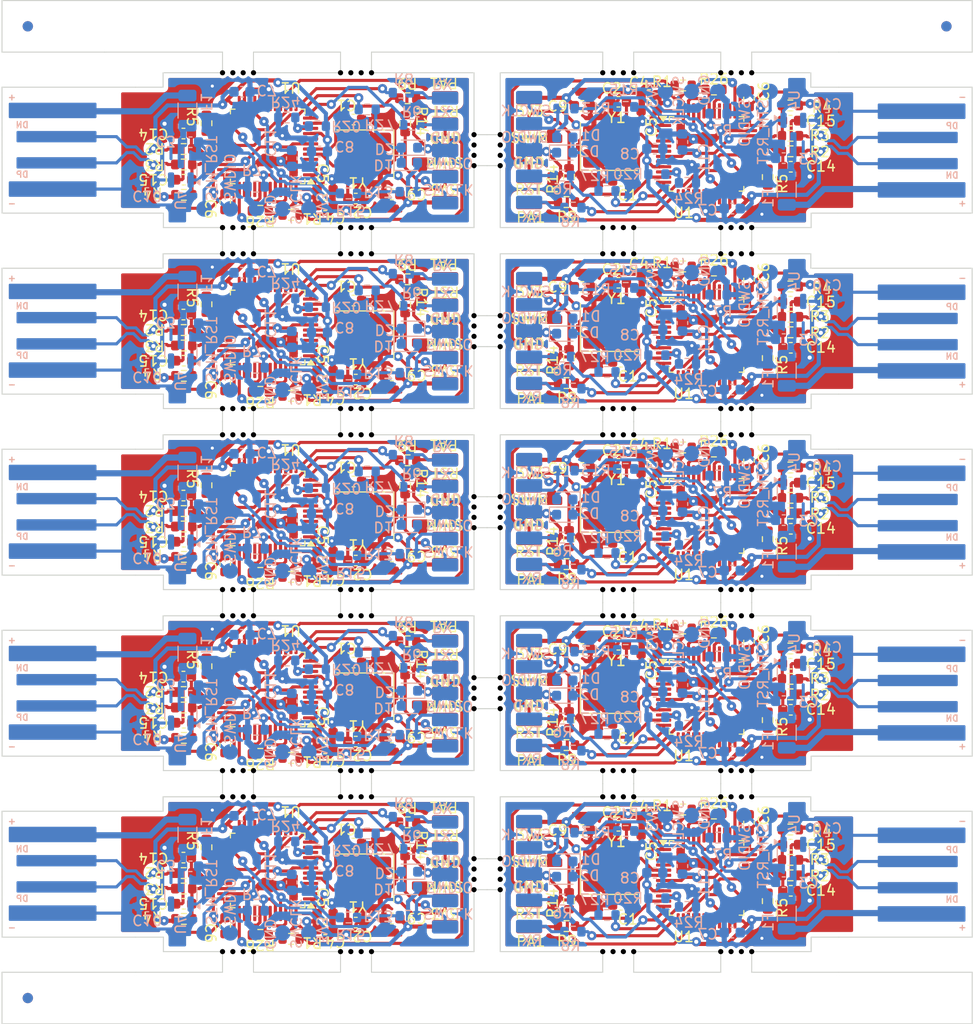
<source format=kicad_pcb>
(kicad_pcb (version 20241229) (generator "pcbnew") (generator_version "9.0")
  (layers (0 "F.Cu" signal "Front") (2 "B.Cu" signal "Back") (13 "F.Paste" user) (15 "B.Paste" user) (5 "F.SilkS" user "F.Silkscreen") (7 "B.SilkS" user "B.Silkscreen") (1 "F.Mask" user) (3 "B.Mask" user) (25 "Edge.Cuts" user))
  (net 0 "")
  (net 1 "Board_0-+3V3")
  (net 2 "Board_0-+5V")
  (net 3 "Board_0-/AIN1")
  (net 4 "Board_0-/D+")
  (net 5 "Board_0-/D-")
  (net 6 "Board_0-/LED_STLINK")
  (net 7 "Board_0-/OSC_IN?")
  (net 8 "Board_0-/OSC_OUT")
  (net 9 "Board_0-/PB11")
  (net 10 "Board_0-/Pin_navic")
  (net 11 "Board_0-/STLINK_RX")
  (net 12 "Board_0-/STLINK_TX")
  (net 13 "Board_0-/STM_RST")
  (net 14 "Board_0-/SWCLK")
  (net 15 "Board_0-/SWDIO")
  (net 16 "Board_0-/T_JRST")
  (net 17 "Board_0-/T_JTCK")
  (net 18 "Board_0-/T_JTDI")
  (net 19 "Board_0-/T_JTDO")
  (net 20 "Board_0-/T_JTMS")
  (net 21 "Board_0-/T_NRST")
  (net 22 "Board_0-/T_SWDIO_IN")
  (net 23 "Board_0-/T_SWIM")
  (net 24 "Board_0-/T_SWO")
  (net 25 "Board_0-/USB_N")
  (net 26 "Board_0-/USB_P")
  (net 27 "Board_0-Earth")
  (net 28 "Board_0-Net-(D1-K)")
  (net 29 "Board_0-Net-(J1-Pin_1)")
  (net 30 "Board_0-Net-(J2-Pin_10)")
  (net 31 "Board_0-Net-(J2-Pin_2)")
  (net 32 "Board_0-Net-(J2-Pin_3)")
  (net 33 "Board_0-Net-(J2-Pin_4)")
  (net 34 "Board_0-Net-(J2-Pin_7)")
  (net 35 "Board_0-Net-(J2-Pin_8)")
  (net 36 "Board_0-Net-(J2-Pin_9)")
  (net 37 "Board_0-Net-(U1-BOOT0)")
  (net 38 "Board_0-Net-(U1-PB5)")
  (net 39 "Board_0-Net-(U1-PB7)")
  (net 40 "Board_0-unconnected-(U1-PA15-Pad38)")
  (net 41 "Board_0-unconnected-(U1-PA4-Pad14)")
  (net 42 "Board_0-unconnected-(U1-PA8-Pad29)")
  (net 43 "Board_0-unconnected-(U1-PB0-Pad18)")
  (net 44 "Board_0-unconnected-(U1-PB15-Pad28)")
  (net 45 "Board_0-unconnected-(U1-PB3-Pad39)")
  (net 46 "Board_0-unconnected-(U1-PB4-Pad40)")
  (net 47 "Board_0-unconnected-(U1-PC13-Pad2)")
  (net 48 "Board_0-unconnected-(U1-PC14-Pad3)")
  (net 49 "Board_0-unconnected-(U1-PC15-Pad4)")
  (net 50 "Board_1-+3V3")
  (net 51 "Board_1-+5V")
  (net 52 "Board_1-/AIN1")
  (net 53 "Board_1-/D+")
  (net 54 "Board_1-/D-")
  (net 55 "Board_1-/LED_STLINK")
  (net 56 "Board_1-/OSC_IN?")
  (net 57 "Board_1-/OSC_OUT")
  (net 58 "Board_1-/PB11")
  (net 59 "Board_1-/Pin_navic")
  (net 60 "Board_1-/STLINK_RX")
  (net 61 "Board_1-/STLINK_TX")
  (net 62 "Board_1-/STM_RST")
  (net 63 "Board_1-/SWCLK")
  (net 64 "Board_1-/SWDIO")
  (net 65 "Board_1-/T_JRST")
  (net 66 "Board_1-/T_JTCK")
  (net 67 "Board_1-/T_JTDI")
  (net 68 "Board_1-/T_JTDO")
  (net 69 "Board_1-/T_JTMS")
  (net 70 "Board_1-/T_NRST")
  (net 71 "Board_1-/T_SWDIO_IN")
  (net 72 "Board_1-/T_SWIM")
  (net 73 "Board_1-/T_SWO")
  (net 74 "Board_1-/USB_N")
  (net 75 "Board_1-/USB_P")
  (net 76 "Board_1-Earth")
  (net 77 "Board_1-Net-(D1-K)")
  (net 78 "Board_1-Net-(J1-Pin_1)")
  (net 79 "Board_1-Net-(J2-Pin_10)")
  (net 80 "Board_1-Net-(J2-Pin_2)")
  (net 81 "Board_1-Net-(J2-Pin_3)")
  (net 82 "Board_1-Net-(J2-Pin_4)")
  (net 83 "Board_1-Net-(J2-Pin_7)")
  (net 84 "Board_1-Net-(J2-Pin_8)")
  (net 85 "Board_1-Net-(J2-Pin_9)")
  (net 86 "Board_1-Net-(U1-BOOT0)")
  (net 87 "Board_1-Net-(U1-PB5)")
  (net 88 "Board_1-Net-(U1-PB7)")
  (net 89 "Board_1-unconnected-(U1-PA15-Pad38)")
  (net 90 "Board_1-unconnected-(U1-PA4-Pad14)")
  (net 91 "Board_1-unconnected-(U1-PA8-Pad29)")
  (net 92 "Board_1-unconnected-(U1-PB0-Pad18)")
  (net 93 "Board_1-unconnected-(U1-PB15-Pad28)")
  (net 94 "Board_1-unconnected-(U1-PB3-Pad39)")
  (net 95 "Board_1-unconnected-(U1-PB4-Pad40)")
  (net 96 "Board_1-unconnected-(U1-PC13-Pad2)")
  (net 97 "Board_1-unconnected-(U1-PC14-Pad3)")
  (net 98 "Board_1-unconnected-(U1-PC15-Pad4)")
  (net 99 "Board_2-+3V3")
  (net 100 "Board_2-+5V")
  (net 101 "Board_2-/AIN1")
  (net 102 "Board_2-/D+")
  (net 103 "Board_2-/D-")
  (net 104 "Board_2-/LED_STLINK")
  (net 105 "Board_2-/OSC_IN?")
  (net 106 "Board_2-/OSC_OUT")
  (net 107 "Board_2-/PB11")
  (net 108 "Board_2-/Pin_navic")
  (net 109 "Board_2-/STLINK_RX")
  (net 110 "Board_2-/STLINK_TX")
  (net 111 "Board_2-/STM_RST")
  (net 112 "Board_2-/SWCLK")
  (net 113 "Board_2-/SWDIO")
  (net 114 "Board_2-/T_JRST")
  (net 115 "Board_2-/T_JTCK")
  (net 116 "Board_2-/T_JTDI")
  (net 117 "Board_2-/T_JTDO")
  (net 118 "Board_2-/T_JTMS")
  (net 119 "Board_2-/T_NRST")
  (net 120 "Board_2-/T_SWDIO_IN")
  (net 121 "Board_2-/T_SWIM")
  (net 122 "Board_2-/T_SWO")
  (net 123 "Board_2-/USB_N")
  (net 124 "Board_2-/USB_P")
  (net 125 "Board_2-Earth")
  (net 126 "Board_2-Net-(D1-K)")
  (net 127 "Board_2-Net-(J1-Pin_1)")
  (net 128 "Board_2-Net-(J2-Pin_10)")
  (net 129 "Board_2-Net-(J2-Pin_2)")
  (net 130 "Board_2-Net-(J2-Pin_3)")
  (net 131 "Board_2-Net-(J2-Pin_4)")
  (net 132 "Board_2-Net-(J2-Pin_7)")
  (net 133 "Board_2-Net-(J2-Pin_8)")
  (net 134 "Board_2-Net-(J2-Pin_9)")
  (net 135 "Board_2-Net-(U1-BOOT0)")
  (net 136 "Board_2-Net-(U1-PB5)")
  (net 137 "Board_2-Net-(U1-PB7)")
  (net 138 "Board_2-unconnected-(U1-PA15-Pad38)")
  (net 139 "Board_2-unconnected-(U1-PA4-Pad14)")
  (net 140 "Board_2-unconnected-(U1-PA8-Pad29)")
  (net 141 "Board_2-unconnected-(U1-PB0-Pad18)")
  (net 142 "Board_2-unconnected-(U1-PB15-Pad28)")
  (net 143 "Board_2-unconnected-(U1-PB3-Pad39)")
  (net 144 "Board_2-unconnected-(U1-PB4-Pad40)")
  (net 145 "Board_2-unconnected-(U1-PC13-Pad2)")
  (net 146 "Board_2-unconnected-(U1-PC14-Pad3)")
  (net 147 "Board_2-unconnected-(U1-PC15-Pad4)")
  (net 148 "Board_3-+3V3")
  (net 149 "Board_3-+5V")
  (net 150 "Board_3-/AIN1")
  (net 151 "Board_3-/D+")
  (net 152 "Board_3-/D-")
  (net 153 "Board_3-/LED_STLINK")
  (net 154 "Board_3-/OSC_IN?")
  (net 155 "Board_3-/OSC_OUT")
  (net 156 "Board_3-/PB11")
  (net 157 "Board_3-/Pin_navic")
  (net 158 "Board_3-/STLINK_RX")
  (net 159 "Board_3-/STLINK_TX")
  (net 160 "Board_3-/STM_RST")
  (net 161 "Board_3-/SWCLK")
  (net 162 "Board_3-/SWDIO")
  (net 163 "Board_3-/T_JRST")
  (net 164 "Board_3-/T_JTCK")
  (net 165 "Board_3-/T_JTDI")
  (net 166 "Board_3-/T_JTDO")
  (net 167 "Board_3-/T_JTMS")
  (net 168 "Board_3-/T_NRST")
  (net 169 "Board_3-/T_SWDIO_IN")
  (net 170 "Board_3-/T_SWIM")
  (net 171 "Board_3-/T_SWO")
  (net 172 "Board_3-/USB_N")
  (net 173 "Board_3-/USB_P")
  (net 174 "Board_3-Earth")
  (net 175 "Board_3-Net-(D1-K)")
  (net 176 "Board_3-Net-(J1-Pin_1)")
  (net 177 "Board_3-Net-(J2-Pin_10)")
  (net 178 "Board_3-Net-(J2-Pin_2)")
  (net 179 "Board_3-Net-(J2-Pin_3)")
  (net 180 "Board_3-Net-(J2-Pin_4)")
  (net 181 "Board_3-Net-(J2-Pin_7)")
  (net 182 "Board_3-Net-(J2-Pin_8)")
  (net 183 "Board_3-Net-(J2-Pin_9)")
  (net 184 "Board_3-Net-(U1-BOOT0)")
  (net 185 "Board_3-Net-(U1-PB5)")
  (net 186 "Board_3-Net-(U1-PB7)")
  (net 187 "Board_3-unconnected-(U1-PA15-Pad38)")
  (net 188 "Board_3-unconnected-(U1-PA4-Pad14)")
  (net 189 "Board_3-unconnected-(U1-PA8-Pad29)")
  (net 190 "Board_3-unconnected-(U1-PB0-Pad18)")
  (net 191 "Board_3-unconnected-(U1-PB15-Pad28)")
  (net 192 "Board_3-unconnected-(U1-PB3-Pad39)")
  (net 193 "Board_3-unconnected-(U1-PB4-Pad40)")
  (net 194 "Board_3-unconnected-(U1-PC13-Pad2)")
  (net 195 "Board_3-unconnected-(U1-PC14-Pad3)")
  (net 196 "Board_3-unconnected-(U1-PC15-Pad4)")
  (net 197 "Board_4-+3V3")
  (net 198 "Board_4-+5V")
  (net 199 "Board_4-/AIN1")
  (net 200 "Board_4-/D+")
  (net 201 "Board_4-/D-")
  (net 202 "Board_4-/LED_STLINK")
  (net 203 "Board_4-/OSC_IN?")
  (net 204 "Board_4-/OSC_OUT")
  (net 205 "Board_4-/PB11")
  (net 206 "Board_4-/Pin_navic")
  (net 207 "Board_4-/STLINK_RX")
  (net 208 "Board_4-/STLINK_TX")
  (net 209 "Board_4-/STM_RST")
  (net 210 "Board_4-/SWCLK")
  (net 211 "Board_4-/SWDIO")
  (net 212 "Board_4-/T_JRST")
  (net 213 "Board_4-/T_JTCK")
  (net 214 "Board_4-/T_JTDI")
  (net 215 "Board_4-/T_JTDO")
  (net 216 "Board_4-/T_JTMS")
  (net 217 "Board_4-/T_NRST")
  (net 218 "Board_4-/T_SWDIO_IN")
  (net 219 "Board_4-/T_SWIM")
  (net 220 "Board_4-/T_SWO")
  (net 221 "Board_4-/USB_N")
  (net 222 "Board_4-/USB_P")
  (net 223 "Board_4-Earth")
  (net 224 "Board_4-Net-(D1-K)")
  (net 225 "Board_4-Net-(J1-Pin_1)")
  (net 226 "Board_4-Net-(J2-Pin_10)")
  (net 227 "Board_4-Net-(J2-Pin_2)")
  (net 228 "Board_4-Net-(J2-Pin_3)")
  (net 229 "Board_4-Net-(J2-Pin_4)")
  (net 230 "Board_4-Net-(J2-Pin_7)")
  (net 231 "Board_4-Net-(J2-Pin_8)")
  (net 232 "Board_4-Net-(J2-Pin_9)")
  (net 233 "Board_4-Net-(U1-BOOT0)")
  (net 234 "Board_4-Net-(U1-PB5)")
  (net 235 "Board_4-Net-(U1-PB7)")
  (net 236 "Board_4-unconnected-(U1-PA15-Pad38)")
  (net 237 "Board_4-unconnected-(U1-PA4-Pad14)")
  (net 238 "Board_4-unconnected-(U1-PA8-Pad29)")
  (net 239 "Board_4-unconnected-(U1-PB0-Pad18)")
  (net 240 "Board_4-unconnected-(U1-PB15-Pad28)")
  (net 241 "Board_4-unconnected-(U1-PB3-Pad39)")
  (net 242 "Board_4-unconnected-(U1-PB4-Pad40)")
  (net 243 "Board_4-unconnected-(U1-PC13-Pad2)")
  (net 244 "Board_4-unconnected-(U1-PC14-Pad3)")
  (net 245 "Board_4-unconnected-(U1-PC15-Pad4)")
  (net 246 "Board_5-+3V3")
  (net 247 "Board_5-+5V")
  (net 248 "Board_5-/AIN1")
  (net 249 "Board_5-/D+")
  (net 250 "Board_5-/D-")
  (net 251 "Board_5-/LED_STLINK")
  (net 252 "Board_5-/OSC_IN?")
  (net 253 "Board_5-/OSC_OUT")
  (net 254 "Board_5-/PB11")
  (net 255 "Board_5-/Pin_navic")
  (net 256 "Board_5-/STLINK_RX")
  (net 257 "Board_5-/STLINK_TX")
  (net 258 "Board_5-/STM_RST")
  (net 259 "Board_5-/SWCLK")
  (net 260 "Board_5-/SWDIO")
  (net 261 "Board_5-/T_JRST")
  (net 262 "Board_5-/T_JTCK")
  (net 263 "Board_5-/T_JTDI")
  (net 264 "Board_5-/T_JTDO")
  (net 265 "Board_5-/T_JTMS")
  (net 266 "Board_5-/T_NRST")
  (net 267 "Board_5-/T_SWDIO_IN")
  (net 268 "Board_5-/T_SWIM")
  (net 269 "Board_5-/T_SWO")
  (net 270 "Board_5-/USB_N")
  (net 271 "Board_5-/USB_P")
  (net 272 "Board_5-Earth")
  (net 273 "Board_5-Net-(D1-K)")
  (net 274 "Board_5-Net-(J1-Pin_1)")
  (net 275 "Board_5-Net-(J2-Pin_10)")
  (net 276 "Board_5-Net-(J2-Pin_2)")
  (net 277 "Board_5-Net-(J2-Pin_3)")
  (net 278 "Board_5-Net-(J2-Pin_4)")
  (net 279 "Board_5-Net-(J2-Pin_7)")
  (net 280 "Board_5-Net-(J2-Pin_8)")
  (net 281 "Board_5-Net-(J2-Pin_9)")
  (net 282 "Board_5-Net-(U1-BOOT0)")
  (net 283 "Board_5-Net-(U1-PB5)")
  (net 284 "Board_5-Net-(U1-PB7)")
  (net 285 "Board_5-unconnected-(U1-PA15-Pad38)")
  (net 286 "Board_5-unconnected-(U1-PA4-Pad14)")
  (net 287 "Board_5-unconnected-(U1-PA8-Pad29)")
  (net 288 "Board_5-unconnected-(U1-PB0-Pad18)")
  (net 289 "Board_5-unconnected-(U1-PB15-Pad28)")
  (net 290 "Board_5-unconnected-(U1-PB3-Pad39)")
  (net 291 "Board_5-unconnected-(U1-PB4-Pad40)")
  (net 292 "Board_5-unconnected-(U1-PC13-Pad2)")
  (net 293 "Board_5-unconnected-(U1-PC14-Pad3)")
  (net 294 "Board_5-unconnected-(U1-PC15-Pad4)")
  (net 295 "Board_6-+3V3")
  (net 296 "Board_6-+5V")
  (net 297 "Board_6-/AIN1")
  (net 298 "Board_6-/D+")
  (net 299 "Board_6-/D-")
  (net 300 "Board_6-/LED_STLINK")
  (net 301 "Board_6-/OSC_IN?")
  (net 302 "Board_6-/OSC_OUT")
  (net 303 "Board_6-/PB11")
  (net 304 "Board_6-/Pin_navic")
  (net 305 "Board_6-/STLINK_RX")
  (net 306 "Board_6-/STLINK_TX")
  (net 307 "Board_6-/STM_RST")
  (net 308 "Board_6-/SWCLK")
  (net 309 "Board_6-/SWDIO")
  (net 310 "Board_6-/T_JRST")
  (net 311 "Board_6-/T_JTCK")
  (net 312 "Board_6-/T_JTDI")
  (net 313 "Board_6-/T_JTDO")
  (net 314 "Board_6-/T_JTMS")
  (net 315 "Board_6-/T_NRST")
  (net 316 "Board_6-/T_SWDIO_IN")
  (net 317 "Board_6-/T_SWIM")
  (net 318 "Board_6-/T_SWO")
  (net 319 "Board_6-/USB_N")
  (net 320 "Board_6-/USB_P")
  (net 321 "Board_6-Earth")
  (net 322 "Board_6-Net-(D1-K)")
  (net 323 "Board_6-Net-(J1-Pin_1)")
  (net 324 "Board_6-Net-(J2-Pin_10)")
  (net 325 "Board_6-Net-(J2-Pin_2)")
  (net 326 "Board_6-Net-(J2-Pin_3)")
  (net 327 "Board_6-Net-(J2-Pin_4)")
  (net 328 "Board_6-Net-(J2-Pin_7)")
  (net 329 "Board_6-Net-(J2-Pin_8)")
  (net 330 "Board_6-Net-(J2-Pin_9)")
  (net 331 "Board_6-Net-(U1-BOOT0)")
  (net 332 "Board_6-Net-(U1-PB5)")
  (net 333 "Board_6-Net-(U1-PB7)")
  (net 334 "Board_6-unconnected-(U1-PA15-Pad38)")
  (net 335 "Board_6-unconnected-(U1-PA4-Pad14)")
  (net 336 "Board_6-unconnected-(U1-PA8-Pad29)")
  (net 337 "Board_6-unconnected-(U1-PB0-Pad18)")
  (net 338 "Board_6-unconnected-(U1-PB15-Pad28)")
  (net 339 "Board_6-unconnected-(U1-PB3-Pad39)")
  (net 340 "Board_6-unconnected-(U1-PB4-Pad40)")
  (net 341 "Board_6-unconnected-(U1-PC13-Pad2)")
  (net 342 "Board_6-unconnected-(U1-PC14-Pad3)")
  (net 343 "Board_6-unconnected-(U1-PC15-Pad4)")
  (net 344 "Board_7-+3V3")
  (net 345 "Board_7-+5V")
  (net 346 "Board_7-/AIN1")
  (net 347 "Board_7-/D+")
  (net 348 "Board_7-/D-")
  (net 349 "Board_7-/LED_STLINK")
  (net 350 "Board_7-/OSC_IN?")
  (net 351 "Board_7-/OSC_OUT")
  (net 352 "Board_7-/PB11")
  (net 353 "Board_7-/Pin_navic")
  (net 354 "Board_7-/STLINK_RX")
  (net 355 "Board_7-/STLINK_TX")
  (net 356 "Board_7-/STM_RST")
  (net 357 "Board_7-/SWCLK")
  (net 358 "Board_7-/SWDIO")
  (net 359 "Board_7-/T_JRST")
  (net 360 "Board_7-/T_JTCK")
  (net 361 "Board_7-/T_JTDI")
  (net 362 "Board_7-/T_JTDO")
  (net 363 "Board_7-/T_JTMS")
  (net 364 "Board_7-/T_NRST")
  (net 365 "Board_7-/T_SWDIO_IN")
  (net 366 "Board_7-/T_SWIM")
  (net 367 "Board_7-/T_SWO")
  (net 368 "Board_7-/USB_N")
  (net 369 "Board_7-/USB_P")
  (net 370 "Board_7-Earth")
  (net 371 "Board_7-Net-(D1-K)")
  (net 372 "Board_7-Net-(J1-Pin_1)")
  (net 373 "Board_7-Net-(J2-Pin_10)")
  (net 374 "Board_7-Net-(J2-Pin_2)")
  (net 375 "Board_7-Net-(J2-Pin_3)")
  (net 376 "Board_7-Net-(J2-Pin_4)")
  (net 377 "Board_7-Net-(J2-Pin_7)")
  (net 378 "Board_7-Net-(J2-Pin_8)")
  (net 379 "Board_7-Net-(J2-Pin_9)")
  (net 380 "Board_7-Net-(U1-BOOT0)")
  (net 381 "Board_7-Net-(U1-PB5)")
  (net 382 "Board_7-Net-(U1-PB7)")
  (net 383 "Board_7-unconnected-(U1-PA15-Pad38)")
  (net 384 "Board_7-unconnected-(U1-PA4-Pad14)")
  (net 385 "Board_7-unconnected-(U1-PA8-Pad29)")
  (net 386 "Board_7-unconnected-(U1-PB0-Pad18)")
  (net 387 "Board_7-unconnected-(U1-PB15-Pad28)")
  (net 388 "Board_7-unconnected-(U1-PB3-Pad39)")
  (net 389 "Board_7-unconnected-(U1-PB4-Pad40)")
  (net 390 "Board_7-unconnected-(U1-PC13-Pad2)")
  (net 391 "Board_7-unconnected-(U1-PC14-Pad3)")
  (net 392 "Board_7-unconnected-(U1-PC15-Pad4)")
  (net 393 "Board_8-+3V3")
  (net 394 "Board_8-+5V")
  (net 395 "Board_8-/AIN1")
  (net 396 "Board_8-/D+")
  (net 397 "Board_8-/D-")
  (net 398 "Board_8-/LED_STLINK")
  (net 399 "Board_8-/OSC_IN?")
  (net 400 "Board_8-/OSC_OUT")
  (net 401 "Board_8-/PB11")
  (net 402 "Board_8-/Pin_navic")
  (net 403 "Board_8-/STLINK_RX")
  (net 404 "Board_8-/STLINK_TX")
  (net 405 "Board_8-/STM_RST")
  (net 406 "Board_8-/SWCLK")
  (net 407 "Board_8-/SWDIO")
  (net 408 "Board_8-/T_JRST")
  (net 409 "Board_8-/T_JTCK")
  (net 410 "Board_8-/T_JTDI")
  (net 411 "Board_8-/T_JTDO")
  (net 412 "Board_8-/T_JTMS")
  (net 413 "Board_8-/T_NRST")
  (net 414 "Board_8-/T_SWDIO_IN")
  (net 415 "Board_8-/T_SWIM")
  (net 416 "Board_8-/T_SWO")
  (net 417 "Board_8-/USB_N")
  (net 418 "Board_8-/USB_P")
  (net 419 "Board_8-Earth")
  (net 420 "Board_8-Net-(D1-K)")
  (net 421 "Board_8-Net-(J1-Pin_1)")
  (net 422 "Board_8-Net-(J2-Pin_10)")
  (net 423 "Board_8-Net-(J2-Pin_2)")
  (net 424 "Board_8-Net-(J2-Pin_3)")
  (net 425 "Board_8-Net-(J2-Pin_4)")
  (net 426 "Board_8-Net-(J2-Pin_7)")
  (net 427 "Board_8-Net-(J2-Pin_8)")
  (net 428 "Board_8-Net-(J2-Pin_9)")
  (net 429 "Board_8-Net-(U1-BOOT0)")
  (net 430 "Board_8-Net-(U1-PB5)")
  (net 431 "Board_8-Net-(U1-PB7)")
  (net 432 "Board_8-unconnected-(U1-PA15-Pad38)")
  (net 433 "Board_8-unconnected-(U1-PA4-Pad14)")
  (net 434 "Board_8-unconnected-(U1-PA8-Pad29)")
  (net 435 "Board_8-unconnected-(U1-PB0-Pad18)")
  (net 436 "Board_8-unconnected-(U1-PB15-Pad28)")
  (net 437 "Board_8-unconnected-(U1-PB3-Pad39)")
  (net 438 "Board_8-unconnected-(U1-PB4-Pad40)")
  (net 439 "Board_8-unconnected-(U1-PC13-Pad2)")
  (net 440 "Board_8-unconnected-(U1-PC14-Pad3)")
  (net 441 "Board_8-unconnected-(U1-PC15-Pad4)")
  (net 442 "Board_9-+3V3")
  (net 443 "Board_9-+5V")
  (net 444 "Board_9-/AIN1")
  (net 445 "Board_9-/D+")
  (net 446 "Board_9-/D-")
  (net 447 "Board_9-/LED_STLINK")
  (net 448 "Board_9-/OSC_IN?")
  (net 449 "Board_9-/OSC_OUT")
  (net 450 "Board_9-/PB11")
  (net 451 "Board_9-/Pin_navic")
  (net 452 "Board_9-/STLINK_RX")
  (net 453 "Board_9-/STLINK_TX")
  (net 454 "Board_9-/STM_RST")
  (net 455 "Board_9-/SWCLK")
  (net 456 "Board_9-/SWDIO")
  (net 457 "Board_9-/T_JRST")
  (net 458 "Board_9-/T_JTCK")
  (net 459 "Board_9-/T_JTDI")
  (net 460 "Board_9-/T_JTDO")
  (net 461 "Board_9-/T_JTMS")
  (net 462 "Board_9-/T_NRST")
  (net 463 "Board_9-/T_SWDIO_IN")
  (net 464 "Board_9-/T_SWIM")
  (net 465 "Board_9-/T_SWO")
  (net 466 "Board_9-/USB_N")
  (net 467 "Board_9-/USB_P")
  (net 468 "Board_9-Earth")
  (net 469 "Board_9-Net-(D1-K)")
  (net 470 "Board_9-Net-(J1-Pin_1)")
  (net 471 "Board_9-Net-(J2-Pin_10)")
  (net 472 "Board_9-Net-(J2-Pin_2)")
  (net 473 "Board_9-Net-(J2-Pin_3)")
  (net 474 "Board_9-Net-(J2-Pin_4)")
  (net 475 "Board_9-Net-(J2-Pin_7)")
  (net 476 "Board_9-Net-(J2-Pin_8)")
  (net 477 "Board_9-Net-(J2-Pin_9)")
  (net 478 "Board_9-Net-(U1-BOOT0)")
  (net 479 "Board_9-Net-(U1-PB5)")
  (net 480 "Board_9-Net-(U1-PB7)")
  (net 481 "Board_9-unconnected-(U1-PA15-Pad38)")
  (net 482 "Board_9-unconnected-(U1-PA4-Pad14)")
  (net 483 "Board_9-unconnected-(U1-PA8-Pad29)")
  (net 484 "Board_9-unconnected-(U1-PB0-Pad18)")
  (net 485 "Board_9-unconnected-(U1-PB15-Pad28)")
  (net 486 "Board_9-unconnected-(U1-PB3-Pad39)")
  (net 487 "Board_9-unconnected-(U1-PB4-Pad40)")
  (net 488 "Board_9-unconnected-(U1-PC13-Pad2)")
  (net 489 "Board_9-unconnected-(U1-PC14-Pad3)")
  (net 490 "Board_9-unconnected-(U1-PC15-Pad4)")
  (footprint "NPTH" (layer "F.Cu") (at 134.295 112.1605)
    (property "Reference" "KiKit_MB_63_4" (hide yes))
    (property "Value" "NPTH" (hide yes))
  )
  (footprint "NPTH" (layer "F.Cu") (at 135.295 79.6205)
    (property "Reference" "KiKit_MB_46_2" (hide yes))
    (property "Value" "NPTH" (hide yes))
  )
  (footprint "NPTH" (layer "F.Cu") (at 174.14 112.1605)
    (property "Reference" "KiKit_MB_69_1" (hide yes))
    (property "Value" "NPTH" (hide yes))
  )
  (footprint "Capacitor_SMD:C_0603_1608Metric" (layer "F.Cu") (at 119.101522 54.902022 180)
    (property "Reference" "C15")
    (property "Value" "47pF/6v")
  )
  (footprint "Resistor_SMD:R_0603_1608Metric" (layer "F.Cu") (at 156.439239 89.689739 90)
    (property "Reference" "R14")
    (property "Value" "100R")
  )
  (footprint "Resistor_SMD:R_0603_1608Metric" (layer "F.Cu") (at 175.699239 107.269739 -90)
    (property "Reference" "R5")
    (property "Value" "100R")
  )
  (footprint "Resistor_SMD:R_0603_1608Metric" (layer "F.Cu") (at 156.199239 39.529739)
    (property "Reference" "R9")
    (property "Value" "100R")
  )
  (footprint "NPTH" (layer "F.Cu") (at 134.295 94.6205)
    (property "Reference" "KiKit_MB_49_4" (hide yes))
    (property "Value" "NPTH" (hide yes))
  )
  (footprint "Resistor_SMD:R_0603_1608Metric" (layer "F.Cu") (at 119.095761 34.391261)
    (property "Reference" "R2")
    (property "Value" "22R")
  )
  (footprint "NPTH" (layer "F.Cu") (at 160.705 112.1605)
    (property "Reference" "KiKit_MB_68_3" (hide yes))
    (property "Value" "NPTH" (hide yes))
  )
  (footprint "NPTH" (layer "F.Cu") (at 147.23 104.1605)
    (property "Reference" "KiKit_MB_57_2" (hide yes))
    (property "Value" "NPTH" (hide yes))
  )
  (footprint "Capacitor_SMD:C_0603_1608Metric" (layer "F.Cu") (at 135.770761 56.731261 180)
    (property "Reference" "C2")
    (property "Value" "20pF/6v")
  )
  (footprint "NPTH" (layer "F.Cu") (at 134.295 97.1605)
    (property "Reference" "KiKit_MB_60_1" (hide yes))
    (property "Value" "NPTH" (hide yes))
  )
  (footprint "NPTH" (layer "F.Cu") (at 162.705 77.0805)
    (property "Reference" "KiKit_MB_40_1" (hide yes))
    (property "Value" "NPTH" (hide yes))
  )
  (footprint "Capacitor_SMD:C_0603_1608Metric" (layer "F.Cu") (at 119.070761 67.971261 180)
    (property "Reference" "C14")
    (property "Value" "47pF/6v")
  )
  (footprint "Resistor_SMD:R_0603_1608Metric" (layer "F.Cu") (at 140.800761 82.091261 180)
    (property "Reference" "R9")
    (property "Value" "100R")
  )
  (footprint "NPTH" (layer "F.Cu") (at 160.705 59.5405)
    (property "Reference" "KiKit_MB_26_3" (hide yes))
    (property "Value" "NPTH" (hide yes))
  )
  (footprint "Connector_IDC:Untitled" (layer "F.Cu") (at 156.069239 69.009739)
    (property "Reference" "J2" (hide yes))
    (property "Value" "Conn_02x05_Odd_Even" (hide yes))
  )
  (footprint "NPTH" (layer "F.Cu") (at 147.23 105.1605)
    (property "Reference" "KiKit_MB_57_3" (hide yes))
    (property "Value" "NPTH" (hide yes))
  )
  (footprint "NPTH" (layer "F.Cu") (at 125.86 97.1605)
    (property "Reference" "KiKit_MB_59_4" (hide yes))
    (property "Value" "NPTH" (hide yes))
  )
  (footprint "Capacitor_SMD:C_0603_1608Metric" (layer "F.Cu") (at 135.770761 74.271261 180)
    (property "Reference" "C2")
    (property "Value" "20pF/6v")
  )
  (footprint "NPTH" (layer "F.Cu") (at 136.295 112.1605)
    (property "Reference" "KiKit_MB_63_2" (hide yes))
    (property "Value" "NPTH" (hide yes))
  )
  (footprint "NPTH" (layer "F.Cu") (at 174.14 59.5405)
    (property "Reference" "KiKit_MB_27_1" (hide yes))
    (property "Value" "NPTH" (hide yes))
  )
  (footprint "NPTH" (layer "F.Cu") (at 162.705 44.5405)
    (property "Reference" "KiKit_MB_23_4" (hide yes))
    (property "Value" "NPTH" (hide yes))
  )
  (footprint "NPTH" (layer "F.Cu") (at 135.295 97.1605)
    (property "Reference" "KiKit_MB_60_2" (hide yes))
    (property "Value" "NPTH" (hide yes))
  )
  (footprint "NPTH" (layer "F.Cu") (at 125.86 94.6205)
    (property "Reference" "KiKit_MB_48_1" (hide yes))
    (property "Value" "NPTH" (hide yes))
  )
  (footprint "Resistor_SMD:R_0603_1608Metric" (layer "F.Cu") (at 175.699239 89.729739 -90)
    (property "Reference" "R5")
    (property "Value" "100R")
  )
  (footprint "NPTH" (layer "F.Cu") (at 147.23 35.0005)
    (property "Reference" "KiKit_MB_1_3" (hide yes))
    (property "Value" "NPTH" (hide yes))
  )
  (footprint "NPTH" (layer "F.Cu") (at 123.86 27.0005)
    (property "Reference" "KiKit_MB_3_2" (hide yes))
    (property "Value" "NPTH" (hide yes))
  )
  (footprint "NPTH" (layer "F.Cu") (at 159.705 42.0005)
    (property "Reference" "KiKit_MB_12_4" (hide yes))
    (property "Value" "NPTH" (hide yes))
  )
  (footprint "NPTH" (layer "F.Cu") (at 136.295 77.0805)
    (property "Reference" "KiKit_MB_35_2" (hide yes))
    (property "Value" "NPTH" (hide yes))
  )
  (footprint "Capacitor_SMD:C_0603_1608Metric" (layer "F.Cu") (at 157.729239 100.369739)
    (property "Reference" "C9")
    (property "Value" "4.7uF/6v")
  )
  (footprint "NPTH" (layer "F.Cu") (at 125.86 44.5405)
    (property "Reference" "KiKit_MB_17_4" (hide yes))
    (property "Value" "NPTH" (hide yes))
  )
  (footprint "Capacitor_SMD:C_0603_1608Metric" (layer "F.Cu") (at 132.801522 73.412022)
    (property "Reference" "C5")
    (property "Value" "100nF/6v")
  )
  (footprint "NPTH" (layer "F.Cu") (at 161.705 112.1605)
    (property "Reference" "KiKit_MB_68_2" (hide yes))
    (property "Value" "NPTH" (hide yes))
  )
  (footprint "Fiducial" (layer "F.Cu") (at 103.99 116.6615)
    (property "Reference" "KiKit_FID_T_3" (hide yes))
    (property "Value" "Fiducial" (hide yes))
  )
  (footprint "Resistor_SMD:R_0603_1608Metric" (layer "F.Cu") (at 170.479239 28.619739)
    (property "Reference" "R26")
    (property "Value" "220R")
  )
  (footprint "NPTH" (layer "F.Cu") (at 149.77 87.6205)
    (property "Reference" "KiKit_MB_50_2" (hide yes))
    (property "Value" "NPTH" (hide yes))
  )
  (footprint "NPTH" (layer "F.Cu") (at 161.705 94.6205)
    (property "Reference" "KiKit_MB_54_2" (hide yes))
    (property "Value" "NPTH" (hide yes))
  )
  (footprint "Capacitor_SMD:C_0603_1608Metric" (layer "F.Cu") (at 161.229239 29.809739)
    (property "Reference" "C2")
    (property "Value" "20pF/6v")
  )
  (footprint "Capacitor_SMD:C_0603_1608Metric" (layer "F.Cu") (at 173.879239 99.669739 90)
    (property "Reference" "C6")
    (property "Value" "100nF/6v")
  )
  (footprint "Fiducial" (layer "F.Cu") (at 103.99 22.5)
    (property "Reference" "KiKit_FID_T_1" (hide yes))
    (property "Value" "Fiducial" (hide yes))
  )
  (footprint "NPTH" (layer "F.Cu") (at 136.295 42.0005)
    (property "Reference" "KiKit_MB_7_2" (hide yes))
    (property "Value" "NPTH" (hide yes))
  )
  (footprint "NPTH" (layer "F.Cu") (at 135.295 59.5405)
    (property "Reference" "KiKit_MB_21_3" (hide yes))
    (property "Value" "NPTH" (hide yes))
  )
  (footprint "Resistor_SMD:R_0603_1608Metric" (layer "F.Cu") (at 177.904239 103.269739 180)
    (property "Reference" "R3")
    (property "Value" "22R")
  )
  (footprint "NPTH" (layer "F.Cu") (at 137.295 44.5405)
    (property "Reference" "KiKit_MB_18_4" (hide yes))
    (property "Value" "NPTH" (hide yes))
  )
  (footprint "Resistor_SMD:R_0603_1608Metric" (layer "F.Cu") (at 119.095761 88.511261)
    (property "Reference" "R3")
    (property "Value" "22R")
  )
  (footprint "NPTH" (layer "F.Cu") (at 124.86 44.5405)
    (property "Reference" "KiKit_MB_17_3" (hide yes))
    (property "Value" "NPTH" (hide yes))
  )
  (footprint "NPTH" (layer "F.Cu") (at 174.14 94.6205)
    (property "Reference" "KiKit_MB_55_1" (hide yes))
    (property "Value" "NPTH" (hide yes))
  )
  (footprint "Capacitor_SMD:C_0603_1608Metric" (layer "F.Cu") (at 132.801522 74.932022)
    (property "Reference" "C4")
    (property "Value" "100nF/6v")
  )
  (footprint "Resistor_SMD:R_0603_1608Metric" (layer "F.Cu") (at 175.699239 54.649739 -90)
    (property "Reference" "R5")
    (property "Value" "100R")
  )
  (footprint "Resistor_SMD:R_0603_1608Metric" (layer "F.Cu") (at 119.095761 53.431261)
    (property "Reference" "R3")
    (property "Value" "22R")
  )
  (footprint "Resistor_SMD:R_0603_1608Metric" (layer "F.Cu") (at 126.520761 40.381261 180)
    (property "Reference" "R26")
    (property "Value" "220R")
  )
  (footprint "NPTH" (layer "F.Cu") (at 173.14 97.1605)
    (property "Reference" "KiKit_MB_66_3" (hide yes))
    (property "Value" "NPTH" (hide yes))
  )
  (footprint "Crystal:Crystal_SMD_3225-4Pin_3.2x2.5mm_HandSoldering" (layer "F.Cu") (at 160.299239 104.309739)
    (property "Reference" "Y1")
    (property "Value" "Crystal_GND24")
  )
  (footprint "NPTH" (layer "F.Cu") (at 135.295 94.6205)
    (property "Reference" "KiKit_MB_49_3" (hide yes))
    (property "Value" "NPTH" (hide yes))
  )
  (footprint "NPTH" (layer "F.Cu") (at 122.86 42.0005)
    (property "Reference" "KiKit_MB_6_4" (hide yes))
    (property "Value" "NPTH" (hide yes))
  )
  (footprint "NPTH" (layer "F.Cu") (at 147.23 33.0005)
    (property "Reference" "KiKit_MB_1_1" (hide yes))
    (property "Value" "NPTH" (hide yes))
  )
  (footprint "NPTH" (layer "F.Cu") (at 149.77 34.0005)
    (property "Reference" "KiKit_MB_8_3" (hide yes))
    (property "Value" "NPTH" (hide yes))
  )
  (footprint "Resistor_SMD:R_0603_1608Metric" (layer "F.Cu") (at 156.199239 74.609739)
    (property "Reference" "R9")
    (property "Value" "100R")
  )
  (footprint "NPTH" (layer "F.Cu") (at 149.77 69.0805)
    (property "Reference" "KiKit_MB_36_3" (hide yes))
    (property "Value" "NPTH" (hide yes))
  )
  (footprint "NPTH" (layer "F.Cu") (at 147.23 51.5405)
    (property "Reference" "KiKit_MB_15_2" (hide yes))
    (property "Value" "NPTH" (hide yes))
  )
  (footprint "Resistor_SMD:R_0603_1608Metric" (layer "F.Cu") (at 177.888478 65.248978 180)
    (property "Reference" "R4")
    (property "Value" "1K8")
  )
  (footprint "NPTH" (layer "F.Cu") (at 137.295 97.1605)
    (property "Reference" "KiKit_MB_60_4" (hide yes))
    (property "Value" "NPTH" (hide yes))
  )
  (footprint "Resistor_SMD:R_0603_1608Metric" (layer "F.Cu") (at 156.439239 107.229739 90)
    (property "Reference" "R14")
    (property "Value" "100R")
  )
  (footprint "NPTH" (layer "F.Cu") (at 161.705 62.0805)
    (property "Reference" "KiKit_MB_37_3" (hide yes))
    (property "Value" "NPTH" (hide yes))
  )
  (footprint "Resistor_SMD:R_0603_1608Metric" (layer "F.Cu") (at 170.479239 46.159739)
    (property "Reference" "R26")
    (property "Value" "220R")
  )
  (footprint "Capacitor_SMD:C_0603_1608Metric" (layer "F.Cu") (at 123.120761 109.651261 -90)
    (property "Reference" "C6")
    (property "Value" "100nF/6v")
  )
  (footprint "NPTH" (layer "F.Cu") (at 149.77 85.6205)
    (property "Reference" "KiKit_MB_50_4" (hide yes))
    (property "Value" "NPTH" (hide yes))
  )
  (footprint "NPTH" (layer "F.Cu") (at 137.295 79.6205)
    (property "Reference" "KiKit_MB_46_4" (hide yes))
    (property "Value" "NPTH" (hide yes))
  )
  (footprint "Capacitor_SMD:C_0603_1608Metric" (layer "F.Cu") (at 119.070761 103.051261 180)
    (property "Reference" "C14")
    (property "Value" "47pF/6v")
  )
  (footprint "NPTH" (layer "F.Cu") (at 136.295 59.5405)
    (property "Reference" "KiKit_MB_21_2" (hide yes))
    (property "Value" "NPTH" (hide yes))
  )
  (footprint "Capacitor_SMD:C_0603_1608Metric" (layer "F.Cu") (at 173.879239 82.129739 90)
    (property "Reference" "C6")
    (property "Value" "100nF/6v")
  )
  (footprint "Resistor_SMD:R_0603_1608Metric" (layer "F.Cu") (at 119.095761 106.051261)
    (property "Reference" "R3")
    (property "Value" "22R")
  )
  (footprint "NPTH" (layer "F.Cu") (at 171.14 112.1605)
    (property "Reference" "KiKit_MB_69_4" (hide yes))
    (property "Value" "NPTH" (hide yes))
  )
  (footprint "Resistor_SMD:R_0603_1608Metric" (layer "F.Cu") (at 175.699239 37.109739 -90)
    (property "Reference" "R5")
    (property "Value" "100R")
  )
  (footprint "NPTH" (layer "F.Cu") (at 137.295 112.1605)
    (property "Reference" "KiKit_MB_63_1" (hide yes))
    (property "Value" "NPTH" (hide yes))
  )
  (footprint "Resistor_SMD:R_0603_1608Metric" (layer "F.Cu") (at 167.498478 45.768978)
    (property "Reference" "R1")
    (property "Value" "100R")
  )
  (footprint "Crystal:Crystal_SMD_3225-4Pin_3.2x2.5mm_HandSoldering" (layer "F.Cu") (at 136.700761 69.931261 180)
    (property "Reference" "Y1")
    (property "Value" "Crystal_GND24")
  )
  (footprint "NPTH" (layer "F.Cu") (at 160.705 79.6205)
    (property "Reference" "KiKit_MB_51_2" (hide yes))
    (property "Value" "NPTH" (hide yes))
  )
  (footprint "Capacitor_SMD:C_0603_1608Metric" (layer "F.Cu") (at 164.198478 99.308978 180)
    (property "Reference" "C4")
    (property "Value" "100nF/6v")
  )
  (footprint "Resistor_SMD:R_0603_1608Metric" (layer "F.Cu") (at 119.111522 56.372022)
    (property "Reference" "R4")
    (property "Value" "1K8")
  )
  (footprint "NPTH" (layer "F.Cu") (at 136.295 62.0805)
    (property "Reference" "KiKit_MB_32_3" (hide yes))
    (property "Value" "NPTH" (hide yes))
  )
  (footprint "NPTH" (layer "F.Cu") (at 160.705 97.1605)
    (property "Reference" "KiKit_MB_65_2" (hide yes))
    (property "Value" "NPTH" (hide yes))
  )
  (footprint "NPTH" (layer "F.Cu") (at 171.14 97.1605)
    (property "Reference" "KiKit_MB_66_1" (hide yes))
    (property "Value" "NPTH" (hide yes))
  )
  (footprint "NPTH" (layer "F.Cu") (at 136.295 44.5405)
    (property "Reference" "KiKit_MB_18_3" (hide yes))
    (property "Value" "NPTH" (hide yes))
  )
  (footprint "NPTH" (layer "F.Cu") (at 149.77 104.1605)
    (property "Reference" "KiKit_MB_64_3" (hide yes))
    (property "Value" "NPTH" (hide yes))
  )
  (footprint "NPTH" (layer "F.Cu") (at 162.705 112.1605)
    (property "Reference" "KiKit_MB_68_1" (hide yes))
    (property "Value" "NPTH" (hide yes))
  )
  (footprint "Capacitor_SMD:C_0603_1608Metric" (layer "F.Cu") (at 164.198478 100.828978 180)
    (property "Reference" "C5")
    (property "Value" "100nF/6v")
  )
  (footprint "NPTH" (layer "F.Cu") (at 171.14 59.5405)
    (property "Reference" "KiKit_MB_27_4" (hide yes))
    (property "Value" "NPTH" (hide yes))
  )
  (footprint "NPTH" (layer "F.Cu") (at 174.14 27.0005)
    (property "Reference" "KiKit_MB_10_4" (hide yes))
    (property "Value" "NPTH" (hide yes))
  )
  (footprint "NPTH" (layer "F.Cu") (at 124.86 77.0805)
    (property "Reference" "KiKit_MB_34_2" (hide yes))
    (property "Value" "NPTH" (hide yes))
  )
  (footprint "NPTH" (layer "F.Cu") (at 161.705 27.0005)
    (property "Reference" "KiKit_MB_9_3" (hide yes))
    (property "Value" "NPTH" (hide yes))
  )
  (footprint "Resistor_SMD:R_0603_1608Metric" (layer "F.Cu") (at 177.904239 87.229739 180)
    (property "Reference" "R2")
    (property "Value" "22R")
  )
  (footprint "NPTH" (layer "F.Cu") (at 147.23 36.0005)
    (property "Reference" "KiKit_MB_1_4" (hide yes))
    (property "Value" "NPTH" (hide yes))
  )
  (footprint "Resistor_SMD:R_0603_1608Metric" (layer "F.Cu") (at 121.300761 66.971261 90)
    (property "Reference" "R5")
    (property "Value" "100R")
  )
  (footprint "NPTH" (layer "F.Cu") (at 174.14 97.1605)
    (property "Reference" "KiKit_MB_66_4" (hide yes))
    (property "Value" "NPTH" (hide yes))
  )
  (footprint "Resistor_SMD:R_0603_1608Metric" (layer "F.Cu") (at 140.560761 102.091261 -90)
    (property "Reference" "R14")
    (property "Value" "100R")
  )
  (footprint "NPTH" (layer "F.Cu") (at 135.295 42.0005)
    (property "Reference" "KiKit_MB_7_3" (hide yes))
    (property "Value" "NPTH" (hide yes))
  )
  (footprint "NPTH" (layer "F.Cu") (at 160.705 42.0005)
    (property "Reference" "KiKit_MB_12_3" (hide yes))
    (property "Value" "NPTH" (hide yes))
  )
  (footprint "NPTH" (layer "F.Cu") (at 172.14 44.5405)
    (property "Reference" "KiKit_MB_24_2" (hide yes))
    (property "Value" "NPTH" (hide yes))
  )
  (footprint "Resistor_SMD:R_0603_1608Metric" (layer "F.Cu") (at 156.439239 37.069739 90)
    (property "Reference" "R14")
    (property "Value" "100R")
  )
  (footprint "NPTH" (layer "F.Cu") (at 125.86 79.6205)
    (property "Reference" "KiKit_MB_45_4" (hide yes))
    (property "Value" "NPTH" (hide yes))
  )
  (footprint "NPTH" (layer "F.Cu") (at 135.295 27.0005)
    (property "Reference" "KiKit_MB_4_2" (hide yes))
    (property "Value" "NPTH" (hide yes))
  )
  (footprint "Resistor_SMD:R_0603_1608Metric" (layer "F.Cu") (at 121.300761 84.511261 90)
    (property "Reference" "R5")
    (property "Value" "100R")
  )
  (footprint "Capacitor_SMD:C_0603_1608Metric" (layer "F.Cu") (at 119.101522 89.982022 180)
    (property "Reference" "C15")
    (property "Value" "47pF/6v")
  )
  (footprint "Capacitor_SMD:C_0603_1608Metric" (layer "F.Cu") (at 177.898478 31.638978)
    (property "Reference" "C15")
    (property "Value" "47pF/6v")
  )
  (footprint "NPTH" (layer "F.Cu") (at 149.77 88.6205)
    (property "Reference" "KiKit_MB_50_1" (hide yes))
    (property "Value" "NPTH" (hide yes))
  )
  (footprint "Capacitor_SMD:C_0603_1608Metric" (layer "F.Cu") (at 161.439239 37.469739)
    (property "Reference" "C1")
    (property "Value" "20pF/6v")
  )
  (footprint "Resistor_SMD:R_0603_1608Metric" (layer "F.Cu") (at 167.498478 80.848978)
    (property "Reference" "R1")
    (property "Value" "100R")
  )
  (footprint "Resistor_SMD:R_0603_1608Metric" (layer "F.Cu") (at 119.095761 70.971261)
    (property "Reference" "R3")
    (property "Value" "22R")
  )
  (footprint "NPTH" (layer "F.Cu") (at 173.14 62.0805)
    (property "Reference" "KiKit_MB_38_3" (hide yes))
    (property "Value" "NPTH" (hide yes))
  )
  (footprint "Resistor_SMD:R_0603_1608Metric" (layer "F.Cu") (at 156.439239 72.149739 90)
    (property "Reference" "R14")
    (property "Value" "100R")
  )
  (footprint "NPTH" (layer "F.Cu") (at 123.86 79.6205)
    (property "Reference" "KiKit_MB_45_2" (hide yes))
    (property "Value" "NPTH" (hide yes))
  )
  (footprint "Capacitor_SMD:C_0603_1608Metric" (layer "F.Cu") (at 135.770761 91.811261 180)
    (property "Reference" "C2")
    (property "Value" "20pF/6v")
  )
  (footprint "NPTH" (layer "F.Cu") (at 147.23 71.0805)
    (property "Reference" "KiKit_MB_29_4" (hide yes))
    (property "Value" "NPTH" (hide yes))
  )
  (footprint "Crystal:Crystal_SMD_3225-4Pin_3.2x2.5mm_HandSoldering" (layer "F.Cu") (at 136.700761 52.391261 180)
    (property "Reference" "Y1")
    (property "Value" "Crystal_GND24")
  )
  (footprint "NPTH" (layer "F.Cu") (at 147.23 68.0805)
    (property "Reference" "KiKit_MB_29_1" (hide yes))
    (property "Value" "NPTH" (hide yes))
  )
  (footprint "NPTH" (layer "F.Cu") (at 134.295 62.0805)
    (property "Reference" "KiKit_MB_32_1" (hide yes))
    (property "Value" "NPTH" (hide yes))
  )
  (footprint "Capacitor_SMD:C_0603_1608Metric" (layer "F.Cu") (at 119.101522 37.362022 180)
    (property "Reference" "C15")
    (property "Value" "47pF/6v")
  )
  (footprint "Capacitor_SMD:C_0603_1608Metric" (layer "F.Cu") (at 177.898478 84.258978)
    (property "Reference" "C15")
    (property "Value" "47pF/6v")
  )
  (footprint "Capacitor_SMD:C_0603_1608Metric" (layer "F.Cu") (at 132.801522 39.852022)
    (property "Reference" "C4")
    (property "Value" "100nF/6v")
  )
  (footprint "Capacitor_SMD:C_0603_1608Metric" (layer "F.Cu") (at 132.801522 57.392022)
    (property "Reference" "C4")
    (property "Value" "100nF/6v")
  )
  (footprint "Crystal:Crystal_SMD_3225-4Pin_3.2x2.5mm_HandSoldering" (layer "F.Cu") (at 136.700761 34.851261 180)
    (property "Reference" "Y1")
    (property "Value" "Crystal_GND24")
  )
  (footprint "NPTH" (layer "F.Cu") (at 123.86 44.5405)
    (property "Reference" "KiKit_MB_17_2" (hide yes))
    (property "Value" "NPTH" (hide yes))
  )
  (footprint "Capacitor_SMD:C_0603_1608Metric" (layer "F.Cu") (at 119.070761 50.431261 180)
    (property "Reference" "C14")
    (property "Value" "47pF/6v")
  )
  (footprint "NPTH" (layer "F.Cu") (at 159.705 97.1605)
    (property "Reference" "KiKit_MB_65_1" (hide yes))
    (property "Value" "NPTH" (hide yes))
  )
  (footprint "NPTH" (layer "F.Cu") (at 134.295 44.5405)
    (property "Reference" "KiKit_MB_18_1" (hide yes))
    (property "Value" "NPTH" (hide yes))
  )
  (footprint "Capacitor_SMD:C_0603_1608Metric" (layer "F.Cu") (at 164.198478 48.208978 180)
    (property "Reference" "C5")
    (property "Value" "100nF/6v")
  )
  (footprint "NPTH" (layer "F.Cu") (at 159.705 77.0805)
    (property "Reference" "KiKit_MB_40_4" (hide yes))
    (property "Value" "NPTH" (hide yes))
  )
  (footprint "NPTH" (layer "F.Cu") (at 174.14 77.0805)
    (property "Reference" "KiKit_MB_41_1" (hide yes))
    (property "Value" "NPTH" (hide yes))
  )
  (footprint "NPTH" (layer "F.Cu") (at 137.295 77.0805)
    (property "Reference" "KiKit_MB_35_1" (hide yes))
    (property "Value" "NPTH" (hide yes))
  )
  (footprint "Package_QFP:LQFP-48_7x7mm_P0.5mm" (layer "F.Cu") (at 169.766739 105.019739)
    (property "Reference" "U1")
    (property "Value" "STM32F103CBTx")
  )
  (footprint "Connector_IDC:Untitled" (layer "F.Cu") (at 140.930761 35.071261 180)
    (property "Reference" "J2" (hide yes))
    (property "Value" "Conn_02x05_Odd_Even" (hide yes))
  )
  (footprint "NPTH" (layer "F.Cu") (at 125.86 62.0805)
    (property "Reference" "KiKit_MB_31_4" (hide yes))
    (property "Value" "NPTH" (hide yes))
  )
  (footprint "Capacitor_SMD:C_0603_1608Metric" (layer "F.Cu") (at 161.439239 107.629739)
    (property "Reference" "C1")
    (property "Value" "20pF/6v")
  )
  (footprint "Resistor_SMD:R_0603_1608Metric" (layer "F.Cu") (at 140.800761 99.631261 180)
    (property "Reference" "R9")
    (property "Value" "100R")
  )
  (footprint "Resistor_SMD:R_0603_1608Metric" (layer "F.Cu") (at 129.501522 93.392022 180)
    (property "Reference" "R1")
    (property "Value" "100R")
  )
  (footprint "NPTH" (layer "F.Cu") (at 135.295 44.5405)
    (property "Reference" "KiKit_MB_18_2" (hide yes))
    (property "Value" "NPTH" (hide yes))
  )
  (footprint "NPTH" (layer "F.Cu") (at 124.86 59.5405)
    (property "Reference" "KiKit_MB_20_2" (hide yes))
    (property "Value" "NPTH" (hide yes))
  )
  (footprint "Resistor_SMD:R_0603_1608Metric" (layer "F.Cu") (at 156.199239 57.069739)
    (property "Reference" "R9")
    (property "Value" "100R")
  )
  (footprint "NPTH" (layer "F.Cu") (at 159.705 94.6205)
    (property "Reference" "KiKit_MB_54_4" (hide yes))
    (property "Value" "NPTH" (hide yes))
  )
  (footprint "NPTH" (layer "F.Cu") (at 123.86 62.0805)
    (property "Reference" "KiKit_MB_31_2" (hide yes))
    (property "Value" "NPTH" (hide yes))
  )
  (footprint "NPTH" (layer "F.Cu") (at 172.14 59.5405)
    (property "Reference" "KiKit_MB_27_3" (hide yes))
    (property "Value" "NPTH" (hide yes))
  )
  (footprint "NPTH" (layer "F.Cu") (at 149.77 36.0005)
    (property "Reference" "KiKit_MB_8_1" (hide yes))
    (property "Value" "NPTH" (hide yes))
  )
  (footprint "Connector_IDC:Untitled" (layer "F.Cu") (at 156.069239 104.089739)
    (property "Reference" "J2" (hide yes))
    (property "Value" "Conn_02x05_Odd_Even" (hide yes))
  )
  (footprint "NPTH" (layer "F.Cu") (at 149.77 86.6205)
    (property "Reference" "KiKit_MB_50_3" (hide yes))
    (property "Value" "NPTH" (hide yes))
  )
  (footprint "NPTH" (layer "F.Cu") (at 147.23 50.5405)
    (property "Reference" "KiKit_MB_15_1" (hide yes))
    (property "Value" "NPTH" (hide yes))
  )
  (footprint "NPTH" (layer "F.Cu") (at 173.14 27.0005)
    (property "Reference" "KiKit_MB_10_3" (hide yes))
    (property "Value" "NPTH" (hide yes))
  )
  (footprint "Resistor_SMD:R_0603_1608Metric" (layer "F.Cu") (at 177.904239 69.689739 180)
    (property "Reference" "R2")
    (property "Value" "22R")
  )
  (footprint "Package_QFP:LQFP-48_7x7mm_P0.5mm" (layer "F.Cu") (at 127.233261 86.761261 180)
    (property "Reference" "U1")
    (property "Value" "STM32F103CBTx")
  )
  (footprint "Capacitor_SMD:C_0603_1608Metric" (layer "F.Cu") (at 132.801522 108.492022)
    (property "Reference" "C5")
    (property "Value" "100nF/6v")
  )
  (footprint "NPTH" (layer "F.Cu") (at 124.86 112.1605)
    (property "Reference" "KiKit_MB_62_2" (hide yes))
    (property "Value" "NPTH" (hide yes))
  )
  (footprint "NPTH" (layer "F.Cu") (at 147.23 69.0805)
    (property "Reference" "KiKit_MB_29_2" (hide yes))
    (property "Value" "NPTH" (hide yes))
  )
  (footprint "NPTH" (layer "F.Cu") (at 161.705 44.5405)
    (property "Reference" "KiKit_MB_23_3" (hide yes))
    (property "Value" "NPTH" (hide yes))
  )
  (footprint "Resistor_SMD:R_0603_1608Metric" (layer "F.Cu") (at 177.904239 34.609739 180)
    (property "Reference" "R2")
    (property "Value" "22R")
  )
  (footprint "NPTH" (layer "F.Cu") (at 137.295 27.0005)
    (property "Reference" "KiKit_MB_4_4" (hide yes))
    (property "Value" "NPTH" (hide yes))
  )
  (footprint "Resistor_SMD:R_0603_1608Metric" (layer "F.Cu") (at 119.095761 35.891261)
    (property "Reference" "R3")
    (property "Value" "22R")
  )
  (footprint "NPTH" (layer "F.Cu") (at 147.23 103.1605)
    (property "Reference" "KiKit_MB_57_1" (hide yes))
    (property "Value" "NPTH" (hide yes))
  )
  (footprint "NPTH" (layer "F.Cu") (at 159.705 59.5405)
    (property "Reference" "KiKit_MB_26_4" (hide yes))
    (property "Value" "NPTH" (hide yes))
  )
  (footprint "NPTH" (layer "F.Cu") (at 123.86 42.0005)
    (property "Reference" "KiKit_MB_6_3" (hide yes))
    (property "Value" "NPTH" (hide yes))
  )
  (footprint "Resistor_SMD:R_0603_1608Metric" (layer "F.Cu") (at 177.904239 33.109739 180)
    (property "Reference" "R3")
    (property "Value" "22R")
  )
  (footprint "NPTH" (layer "F.Cu") (at 161.705 42.0005)
    (property "Reference" "KiKit_MB_12_2" (hide yes))
    (property "Value" "NPTH" (hide yes))
  )
  (footprint "Crystal:Crystal_SMD_3225-4Pin_3.2x2.5mm_HandSoldering" (layer "F.Cu") (at 160.299239 86.769739)
    (property "Reference" "Y1")
    (property "Value" "Crystal_GND24")
  )
  (footprint "Resistor_SMD:R_0603_1608Metric" (layer "F.Cu") (at 170.479239 63.699739)
    (property "Reference" "R26")
    (property "Value" "220R")
  )
  (footprint "NPTH" (layer "F.Cu") (at 136.295 79.6205)
    (property "Reference" "KiKit_MB_46_3" (hide yes))
    (property "Value" "NPTH" (hide yes))
  )
  (footprint "NPTH" (layer "F.Cu") (at 125.86 27.0005)
    (property "Reference" "KiKit_MB_3_4" (hide yes))
    (property "Value" "NPTH" (hide yes))
  )
  (footprint "Resistor_SMD:R_0603_1608Metric" (layer "F.Cu") (at 119.111522 38.832022)
    (property "Reference" "R4")
    (property "Value" "1K8")
  )
  (footprint "NPTH" (layer "F.Cu") (at 136.295 97.1605)
    (property "Reference" "KiKit_MB_60_3" (hide yes))
    (property "Value" "NPTH" (hide yes))
  )
  (footprint "NPTH" (layer "F.Cu") (at 135.295 112.1605)
    (property "Reference" "KiKit_MB_63_3" (hide yes))
    (property "Value" "NPTH" (hide yes))
  )
  (footprint "NPTH" (layer "F.Cu") (at 172.14 62.0805)
    (property "Reference" "KiKit_MB_38_2" (hide yes))
    (property "Value" "NPTH" (hide yes))
  )
  (footprint "Capacitor_SMD:C_0603_1608Metric" (layer "F.Cu") (at 139.270761 91.411261 180)
    (property "Reference" "C9")
    (property "Value" "4.7uF/6v")
  )
  (footprint "NPTH" (layer "F.Cu") (at 171.14 27.0005)
    (property "Reference" "KiKit_MB_10_1" (hide yes))
    (property "Value" "NPTH" (hide yes))
  )
  (footprint "Capacitor_SMD:C_0603_1608Metric" (layer "F.Cu") (at 161.229239 64.889739)
    (property "Reference" "C2")
    (property "Value" "20pF/6v")
  )
  (footprint "NPTH" (layer "F.Cu") (at 122.86 112.1605)
    (property "Reference" "KiKit_MB_62_4" (hide yes))
    (property "Value" "NPTH" (hide yes))
  )
  (footprint "Capacitor_SMD:C_0603_1608Metric" (layer "F.Cu") (at 123.120761 92.111261 -90)
    (property "Reference" "C6")
    (property "Value" "100nF/6v")
  )
  (footprint "NPTH" (layer "F.Cu") (at 147.23 88.6205)
    (property "Reference" "KiKit_MB_43_4" (hide yes))
    (property "Value" "NPTH" (hide yes))
  )
  (footprint "NPTH" (layer "F.Cu") (at 171.14 77.0805)
    (property "Reference" "KiKit_MB_41_4" (hide yes))
    (property "Value" "NPTH" (hide yes))
  )
  (footprint "NPTH" (layer "F.Cu") (at 174.14 62.0805)
    (property "Reference" "KiKit_MB_38_4" (hide yes))
    (property "Value" "NPTH" (hide yes))
  )
  (footprint "NPTH" (layer "F.Cu") (at 137.295 94.6205)
    (property "Reference" "KiKit_MB_49_1" (hide yes))
    (property "Value" "NPTH" (hide yes))
  )
  (footprint "NPTH" (layer "F.Cu") (at 135.295 62.0805)
    (property "Reference" "KiKit_MB_32_2" (hide yes))
    (property "Value" "NPTH" (hide yes))
  )
  (footprint "Capacitor_SMD:C_0603_1608Metric" (layer "F.Cu") (at 119.101522 72.442022 180)
    (property "Reference" "C15")
    (property "Value" "47pF/6v")
  )
  (footprint "NPTH" (layer "F.Cu") (at 174.14 44.5405)
    (property "Reference" "KiKit_MB_24_4" (hide yes))
    (property "Value" "NPTH" (hide yes))
  )
  (footprint "NPTH" (layer "F.Cu") (at 124.86 62.0805)
    (property "Reference" "KiKit_MB_31_3" (hide yes))
    (property "Value" "NPTH" (hide yes))
  )
  (footprint "NPTH" (layer "F.Cu") (at 147.23 70.0805)
    (property "Reference" "KiKit_MB_29_3" (hide yes))
    (property "Value" "NPTH" (hide yes))
  )
  (footprint "Capacitor_SMD:C_0603_1608Metric" (layer "F.Cu") (at 119.070761 32.891261 180)
    (property "Reference" "C14")
    (property "Value" "47pF/6v")
  )
  (footprint "NPTH" (layer "F.Cu") (at 159.705 62.0805)
    (property "Reference" "KiKit_MB_37_1" (hide yes))
    (property "Value" "NPTH" (hide yes))
  )
  (footprint "NPTH" (layer "F.Cu") (at 149.77 33.0005)
    (property "Reference" "KiKit_MB_8_4" (hide yes))
    (property "Value" "NPTH" (hide yes))
  )
  (footprint "Capacitor_SMD:C_0603_1608Metric" (layer "F.Cu") (at 164.198478 46.688978 180)
    (property "Reference" "C4")
    (property "Value" "100nF/6v")
  )
  (footprint "NPTH" (layer "F.Cu") (at 162.705 94.6205)
    (property "Reference" "KiKit_MB_54_1" (hide yes))
    (property "Value" "NPTH" (hide yes))
  )
  (footprint "Capacitor_SMD:C_0603_1608Metric" (layer "F.Cu") (at 177.898478 101.798978)
    (property "Reference" "C15")
    (property "Value" "47pF/6v")
  )
  (footprint "NPTH" (layer "F.Cu") (at 160.705 77.0805)
    (property "Reference" "KiKit_MB_40_3" (hide yes))
    (property "Value" "NPTH" (hide yes))
  )
  (footprint "NPTH" (layer "F.Cu") (at 160.705 27.0005)
    (property "Reference" "KiKit_MB_9_2" (hide yes))
    (property "Value" "NPTH" (hide yes))
  )
  (footprint "NPTH" (layer "F.Cu") (at 159.705 44.5405)
    (property "Reference" "KiKit_MB_23_1" (hide yes))
    (property "Value" "NPTH" (hide yes))
  )
  (footprint "NPTH" (layer "F.Cu") (at 147.23 106.1605)
    (property "Reference" "KiKit_MB_57_4" (hide yes))
    (property "Value" "NPTH" (hide yes))
  )
  (footprint "NPTH" (layer "F.Cu") (at 147.23 34.0005)
    (property "Reference" "KiKit_MB_1_2" (hide yes))
    (property "Value" "NPTH" (hide yes))
  )
  (footprint "Resistor_SMD:R_0603_1608Metric" (layer "F.Cu") (at 140.800761 64.551261 180)
    (property "Reference" "R9")
    (property "Value" "100R")
  )
  (footprint "NPTH" (layer "F.Cu") (at 125.86 42.0005)
    (property "Reference" "KiKit_MB_6_1" (hide yes))
    (property "Value" "NPTH" (hide yes))
  )
  (footprint "NPTH" (layer "F.Cu") (at 162.705 62.0805)
    (property "Reference" "KiKit_MB_37_4" (hide yes))
    (property "Value" "NPTH" (hide yes))
  )
  (footprint "Capacitor_SMD:C_0603_1608Metric" (layer "F.Cu") (at 164.198478 81.768978 180)
    (property "Reference" "C4")
    (property "Value" "100nF/6v")
  )
  (footprint "NPTH" (layer "F.Cu") (at 161.705 59.5405)
    (property "Reference" "KiKit_MB_26_2" (hide yes))
    (property "Value" "NPTH" (hide yes))
  )
  (footprint "NPTH" (layer "F.Cu") (at 172.14 77.0805)
    (property "Reference" "KiKit_MB_41_3" (hide yes))
    (property "Value" "NPTH" (hide yes))
  )
  (footprint "NPTH" (layer "F.Cu") (at 136.295 94.6205)
    (property "Reference" "KiKit_MB_49_2" (hide yes))
    (property "Value" "NPTH" (hide yes))
  )
  (footprint "Capacitor_SMD:C_0603_1608Metric" (layer "F.Cu") (at 119.101522 107.522022 180)
    (property "Reference" "C15")
    (property "Value" "47pF/6v")
  )
  (footprint "Resistor_SMD:R_0603_1608Metric" (layer "F.Cu") (at 177.904239 52.149739 180)
    (property "Reference" "R2")
    (property "Value" "22R")
  )
  (footprint "NPTH" (layer "F.Cu") (at 147.23 86.6205)
    (property "Reference" "KiKit_MB_43_2" (hide yes))
    (property "Value" "NPTH" (hide yes))
  )
  (footprint "Package_QFP:LQFP-48_7x7mm_P0.5mm" (layer "F.Cu") (at 169.766739 52.399739)
    (property "Reference" "U1")
    (property "Value" "STM32F103CBTx")
  )
  (footprint "Resistor_SMD:R_0603_1608Metric" (layer "F.Cu") (at 129.501522 40.772022 180)
    (property "Reference" "R1")
    (property "Value" "100R")
  )
  (footprint "Capacitor_SMD:C_0603_1608Metric" (layer "F.Cu") (at 161.229239 82.429739)
    (property "Reference" "C2")
    (property "Value" "20pF/6v")
  )
  (footprint "NPTH" (layer "F.Cu") (at 171.14 44.5405)
    (property "Reference" "KiKit_MB_24_1" (hide yes))
    (property "Value" "NPTH" (hide yes))
  )
  (footprint "Resistor_SMD:R_0603_1608Metric" (layer "F.Cu") (at 177.904239 68.189739 180)
    (property "Reference" "R3")
    (property "Value" "22R")
  )
  (footprint "Capacitor_SMD:C_0603_1608Metric" (layer "F.Cu") (at 123.120761 57.031261 -90)
    (property "Reference" "C6")
    (property "Value" "100nF/6v")
  )
  (footprint "NPTH" (layer "F.Cu") (at 172.14 79.6205)
    (property "Reference" "KiKit_MB_52_2" (hide yes))
    (property "Value" "NPTH" (hide yes))
  )
  (footprint "Capacitor_SMD:C_0603_1608Metric" (layer "F.Cu") (at 139.270761 56.331261 180)
    (property "Reference" "C9")
    (property "Value" "4.7uF/6v")
  )
  (footprint "NPTH" (layer "F.Cu") (at 125.86 59.5405)
    (property "Reference" "KiKit_MB_20_1" (hide yes))
    (property "Value" "NPTH" (hide yes))
  )
  (footprint "Capacitor_SMD:C_0603_1608Metric" (layer "F.Cu") (at 132.801522 55.872022)
    (property "Reference" "C5")
    (property "Value" "100nF/6v")
  )
  (footprint "Resistor_SMD:R_0603_1608Metric" (layer "F.Cu") (at 156.199239 109.689739)
    (property "Reference" "R9")
    (property "Value" "100R")
  )
  (footprint "NPTH" (layer "F.Cu") (at 134.295 77.0805)
    (property "Reference" "KiKit_MB_35_4" (hide yes))
    (property "Value" "NPTH" (hide yes))
  )
  (footprint "Capacitor_SMD:C_0603_1608Metric" (layer "F.Cu") (at 173.879239 47.049739 90)
    (property "Reference" "C6")
    (property "Value" "100nF/6v")
  )
  (footprint "NPTH" (layer "F.Cu") (at 147.23 87.6205)
    (property "Reference" "KiKit_MB_43_3" (hide yes))
    (property "Value" "NPTH" (hide yes))
  )
  (footprint "NPTH" (layer "F.Cu") (at 173.14 112.1605)
    (property "Reference" "KiKit_MB_69_2" (hide yes))
    (property "Value" "NPTH" (hide yes))
  )
  (footprint "Capacitor_SMD:C_0603_1608Metric" (layer "F.Cu") (at 123.120761 39.491261 -90)
    (property "Reference" "C6")
    (property "Value" "100nF/6v")
  )
  (footprint "Capacitor_SMD:C_0603_1608Metric" (layer "F.Cu") (at 135.770761 109.351261 180)
    (property "Reference" "C2")
    (property "Value" "20pF/6v")
  )
  (footprint "Connector_IDC:Untitled" (layer "F.Cu") (at 140.930761 105.231261 180)
    (property "Reference" "J2" (hide yes))
    (property "Value" "Conn_02x05_Odd_Even" (hide yes))
  )
  (footprint "NPTH" (layer "F.Cu") (at 122.86 44.5405)
    (property "Reference" "KiKit_MB_17_1" (hide yes))
    (property "Value" "NPTH" (hide yes))
  )
  (footprint "Resistor_SMD:R_0603_1608Metric" (layer "F.Cu") (at 126.520761 75.461261 180)
    (property "Reference" "R26")
    (property "Value" "220R")
  )
  (footprint "Connector_IDC:Untitled" (layer "F.Cu") (at 140.930761 52.611261 180)
    (property "Reference" "J2" (hide yes))
    (property "Value" "Conn_02x05_Odd_Even" (hide yes))
  )
  (footprint "NPTH" (layer "F.Cu") (at 124.86 79.6205)
    (property "Reference" "KiKit_MB_45_3" (hide yes))
    (property "Value" "NPTH" (hide yes))
  )
  (footprint "Capacitor_SMD:C_0603_1608Metric" (layer "F.Cu") (at 132.801522 90.952022)
    (property "Reference" "C5")
    (property "Value" "100nF/6v")
  )
  (footprint "NPTH" (layer "F.Cu") (at 172.14 42.0005)
    (property "Reference" "KiKit_MB_13_3" (hide yes))
    (property "Value" "NPTH" (hide yes))
  )
  (footprint "NPTH" (layer "F.Cu") (at 162.705 79.6205)
    (property "Reference" "KiKit_MB_51_4" (hide yes))
    (property "Value" "NPTH" (hide yes))
  )
  (footprint "Resistor_SMD:R_0603_1608Metric" (layer "F.Cu") (at 119.111522 108.992022)
    (property "Reference" "R4")
    (property "Value" "1K8")
  )
  (footprint "NPTH" (layer "F.Cu") (at 149.77 68.0805)
    (property "Reference" "KiKit_MB_36_4" (hide yes))
    (property "Value" "NPTH" (hide yes))
  )
  (footprint "NPTH" (layer "F.Cu") (at 122.86 59.5405)
    (property "Reference" "KiKit_MB_20_4" (hide yes))
    (property "Value" "NPTH" (hide yes))
  )
  (footprint "NPTH" (layer "F.Cu") (at 149.77 71.0805)
    (property "Reference" "KiKit_MB_36_1" (hide yes))
    (property "Value" "NPTH" (hide yes))
  )
  (footprint "Resistor_SMD:R_0603_1608Metric" (layer "F.Cu") (at 121.300761 49.431261 90)
    (property "Reference" "R5")
    (property "Value" "100R")
  )
  (footprint "Resistor_SMD:R_0603_1608Metric" (layer "F.Cu") (at 177.888478 30.168978 180)
    (property "Reference" "R4")
    (property "Value" "1K8")
  )
  (footprint "NPTH" (layer "F.Cu") (at 159.705 27.0005)
    (property "Reference" "KiKit_MB_9_1" (hide yes))
    (property "Value" "NPTH" (hide yes))
  )
  (footprint "Capacitor_SMD:C_0603_1608Metric" (layer "F.Cu") (at 139.270761 108.951261 180)
    (property "Reference" "C9")
    (property "Value" "4.7uF/6v")
  )
  (footprint "Resistor_SMD:R_0603_1608Metric" (layer "F.Cu") (at 140.560761 67.011261 -90)
    (property "Reference" "R14")
    (property "Value" "100R")
  )
  (footprint "NPTH" (layer "F.Cu") (at 159.705 79.6205)
    (property "Reference" "KiKit_MB_51_1" (hide yes))
    (property "Value" "NPTH" (hide yes))
  )
  (footprint "Resistor_SMD:R_0603_1608Metric" (layer "F.Cu") (at 177.904239 85.729739 180)
    (property "Reference" "R3")
    (property "Value" "22R")
  )
  (footprint "NPTH" (layer "F.Cu") (at 174.14 42.0005)
    (property "Reference" "KiKit_MB_13_1" (hide yes))
    (property "Value" "NPTH" (hide yes))
  )
  (footprint "Capacitor_SMD:C_0603_1608Metric" (layer "F.Cu") (at 164.198478 83.288978 180)
    (property "Reference" "C5")
    (property "Value" "100nF/6v")
  )
  (footprint "NPTH" (layer "F.Cu") (at 174.14 79.6205)
    (property "Reference" "KiKit_MB_52_4" (hide yes))
    (property "Value" "NPTH" (hide yes))
  )
  (footprint "NPTH" (layer "F.Cu") (at 149.77 50.5405)
    (property "Reference" "KiKit_MB_22_4" (hide yes))
    (property "Value" "NPTH" (hide yes))
  )
  (footprint "Resistor_SMD:R_0603_1608Metric" (layer "F.Cu") (at 177.904239 50.649739 180)
    (property "Reference" "R3")
    (property "Value" "22R")
  )
  (footprint "NPTH" (layer "F.Cu") (at 122.86 77.0805)
    (property "Reference" "KiKit_MB_34_4" (hide yes))
    (property "Value" "NPTH" (hide yes))
  )
  (footprint "NPTH" (layer "F.Cu") (at 159.705 112.1605)
    (property "Reference" "KiKit_MB_68_4" (hide yes))
    (property "Value" "NPTH" (hide yes))
  )
  (footprint "NPTH" (layer "F.Cu") (at 123.86 94.6205)
    (property "Reference" "KiKit_MB_48_3" (hide yes))
    (property "Value" "NPTH" (hide yes))
  )
  (footprint "Resistor_SMD:R_0603_1608Metric" (layer "F.Cu") (at 119.095761 69.471261)
    (property "Reference" "R2")
    (property "Value" "22R")
  )
  (footprint "Capacitor_SMD:C_0603_1608Metric" (layer "F.Cu") (at 157.729239 65.289739)
    (property "Reference" "C9")
    (property "Value" "4.7uF/6v")
  )
  (footprint "NPTH" (layer "F.Cu") (at 149.77 52.5405)
    (property "Reference" "KiKit_MB_22_2" (hide yes))
    (property "Value" "NPTH" (hide yes))
  )
  (footprint "Resistor_SMD:R_0603_1608Metric" (layer "F.Cu") (at 119.111522 91.452022)
    (property "Reference" "R4")
    (property "Value" "1K8")
  )
  (footprint "NPTH" (layer "F.Cu") (at 123.86 59.5405)
    (property "Reference" "KiKit_MB_20_3" (hide yes))
    (property "Value" "NPTH" (hide yes))
  )
  (footprint "NPTH" (layer "F.Cu") (at 173.14 59.5405)
    (property "Reference" "KiKit_MB_27_2" (hide yes))
    (property "Value" "NPTH" (hide yes))
  )
  (footprint "Capacitor_SMD:C_0603_1608Metric" (layer "F.Cu") (at 132.801522 92.472022)
    (property "Reference" "C4")
    (property "Value" "100nF/6v")
  )
  (footprint "NPTH" (layer "F.Cu") (at 149.77 53.5405)
    (property "Reference" "KiKit_MB_22_1" (hide yes))
    (property "Value" "NPTH" (hide yes))
  )
  (footprint "Package_QFP:LQFP-48_7x7mm_P0.5mm" (layer "F.Cu") (at 169.766739 34.859739)
    (property "Reference" "U1")
    (property "Value" "STM32F103CBTx")
  )
  (footprint "Capacitor_SMD:C_0603_1608Metric" (layer "F.Cu") (at 157.729239 30.209739)
    (property "Reference" "C9")
    (property "Value" "4.7uF/6v")
  )
  (footprint "Package_QFP:LQFP-48_7x7mm_P0.5mm" (layer "F.Cu") (at 169.766739 87.479739)
    (property "Reference" "U1")
    (property "Value" "STM32F103CBTx")
  )
  (footprint "Capacitor_SMD:C_0603_1608Metric" (layer "F.Cu") (at 157.729239 47.749739)
    (property "Reference" "C9")
    (property "Value" "4.7uF/6v")
  )
  (footprint "NPTH" (layer "F.Cu") (at 149.77 35.0005)
    (property "Reference" "KiKit_MB_8_2" (hide yes))
    (property "Value" "NPTH" (hide yes))
  )
  (footprint "Capacitor_SMD:C_0603_1608Metric" (layer "F.Cu") (at 173.879239 29.509739 90)
    (property "Reference" "C6")
    (property "Value" "100nF/6v")
  )
  (footprint "Capacitor_SMD:C_0603_1608Metric" (layer "F.Cu") (at 164.198478 30.668978 180)
    (property "Reference" "C5")
    (property "Value" "100nF/6v")
  )
  (footprint "Capacitor_SMD:C_0603_1608Metric" (layer "F.Cu") (at 135.560761 31.531261 180)
    (property "Reference" "C1")
    (property "Value" "20pF/6v")
  )
  (footprint "NPTH" (layer "F.Cu") (at 172.14 27.0005)
    (property "Reference" "KiKit_MB_10_2" (hide yes))
    (property "Value" "NPTH" (hide yes))
  )
  (footprint "Capacitor_SMD:C_0603_1608Metric" (layer "F.Cu") (at 132.801522 110.012022)
    (property "Reference" "C4")
    (property "Value" "100nF/6v")
  )
  (footprint "Capacitor_SMD:C_0603_1608Metric" (layer "F.Cu") (at 139.270761 38.791261 180)
    (property "Reference" "C9")
    (property "Value" "4.7uF/6v")
  )
  (footprint "NPTH" (layer "F.Cu") (at 147.23 52.5405)
    (property "Reference" "KiKit_MB_15_3" (hide yes))
    (property "Value" "NPTH" (hide yes))
  )
  (footprint "Resistor_SMD:R_0603_1608Metric" (layer "F.Cu") (at 140.560761 31.931261 -90)
    (property "Reference" "R14")
    (property "Value" "100R")
  )
  (footprint "NPTH" (layer "F.Cu") (at 134.295 79.6205)
    (property "Reference" "KiKit_MB_46_1" (hide yes))
    (property "Value" "NPTH" (hide yes))
  )
  (footprint "NPTH" (layer "F.Cu") (at 149.77 70.0805)
    (property "Reference" "KiKit_MB_36_2" (hide yes))
    (property "Value" "NPTH" (hide yes))
  )
  (footprint "Resistor_SMD:R_0603_1608Metric" (layer "F.Cu") (at 156.199239 92.149739)
    (property "Reference" "R9")
    (property "Value" "100R")
  )
  (footprint "NPTH" (layer "F.Cu") (at 122.86 79.6205)
    (property "Reference" "KiKit_MB_45_1" (hide yes))
    (property "Value" "NPTH" (hide yes))
  )
  (footprint "Fiducial" (layer "F.Cu") (at 193.01 22.5)
    (property "Reference" "KiKit_FID_T_2" (hide yes))
    (property "Value" "Fiducial" (hide yes))
  )
  (footprint "Capacitor_SMD:C_0603_1608Metric" (layer "F.Cu") (at 161.229239 47.349739)
    (property "Reference" "C2")
    (property "Value" "20pF/6v")
  )
  (footprint "Resistor_SMD:R_0603_1608Metric" (layer "F.Cu") (at 167.498478 98.388978)
    (property "Reference" "R1")
    (property "Value" "100R")
  )
  (footprint "Capacitor_SMD:C_0603_1608Metric" (layer "F.Cu") (at 123.120761 74.571261 -90)
    (property "Reference" "C6")
    (property "Value" "100nF/6v")
  )
  (footprint "NPTH" (layer "F.Cu") (at 137.295 62.0805)
    (property "Reference" "KiKit_MB_32_4" (hide yes))
    (property "Value" "NPTH" (hide yes))
  )
  (footprint "Crystal:Crystal_SMD_3225-4Pin_3.2x2.5mm_HandSoldering" (layer "F.Cu") (at 136.700761 87.471261 180)
    (property "Reference" "Y1")
    (property "Value" "Crystal_GND24")
  )
  (footprint "NPTH" (layer "F.Cu") (at 123.86 97.1605)
    (property "Reference" "KiKit_MB_59_2" (hide yes))
    (property "Value" "NPTH" (hide yes))
  )
  (footprint "Resistor_SMD:R_0603_1608Metric" (layer "F.Cu") (at 129.501522 58.312022 180)
    (property "Reference" "R1")
    (property "Value" "100R")
  )
  (footprint "NPTH" (layer "F.Cu") (at 173.14 94.6205)
    (property "Reference" "KiKit_MB_55_2" (hide yes))
    (property "Value" "NPTH" (hide yes))
  )
  (footprint "Package_QFP:LQFP-48_7x7mm_P0.5mm" (layer "F.Cu") (at 127.233261 34.141261 180)
    (property "Reference" "U1")
    (property "Value" "STM32F103CBTx")
  )
  (footprint "Capacitor_SMD:C_0603_1608Metric" (layer "F.Cu") (at 177.929239 71.189739)
    (property "Reference" "C14")
    (property "Value" "47pF/6v")
  )
  (footprint "Crystal:Crystal_SMD_3225-4Pin_3.2x2.5mm_HandSoldering" (layer "F.Cu") (at 160.299239 34.149739)
    (property "Reference" "Y1")
    (property "Value" "Crystal_GND24")
  )
  (footprint "Resistor_SMD:R_0603_1608Metric" (layer "F.Cu") (at 126.520761 93.001261 180)
    (property "Reference" "R26")
    (property "Value" "220R")
  )
  (footprint "NPTH" (layer "F.Cu") (at 171.14 62.0805)
    (property "Reference" "KiKit_MB_38_1" (hide yes))
    (property "Value" "NPTH" (hide yes))
  )
  (footprint "NPTH" (layer "F.Cu") (at 134.295 59.5405)
    (property "Reference" "KiKit_MB_21_4" (hide yes))
    (property "Value" "NPTH" (hide yes))
  )
  (footprint "NPTH" (layer "F.Cu") (at 172.14 97.1605)
    (property "Reference" "KiKit_MB_66_2" (hide yes))
    (property "Value" "NPTH" (hide yes))
  )
  (footprint "Capacitor_SMD:C_0603_1608Metric" (layer "F.Cu") (at 177.929239 53.649739)
    (property "Reference" "C14")
    (property "Value" "47pF/6v")
  )
  (footprint "Resistor_SMD:R_0603_1608Metric" (layer "F.Cu") (at 119.095761 87.011261)
    (property "Reference" "R2")
    (property "Value" "22R")
  )
  (footprint "NPTH" (layer "F.Cu") (at 172.14 112.1605)
    (property "Reference" "KiKit_MB_69_3" (hide yes))
    (property "Value" "NPTH" (hide yes))
  )
  (footprint "Resistor_SMD:R_0603_1608Metric" (layer "F.Cu") (at 140.560761 49.471261 -90)
    (property "Reference" "R14")
    (property "Value" "100R")
  )
  (footprint "NPTH" (layer "F.Cu") (at 160.705 44.5405)
    (property "Reference" "KiKit_MB_23_2" (hide yes))
    (property "Value" "NPTH" (hide yes))
  )
  (footprint "Capacitor_SMD:C_0603_1608Metric" (layer "F.Cu") (at 135.770761 39.191261 180)
    (property "Reference" "C2")
    (property "Value" "20pF/6v")
  )
  (footprint "NPTH" (layer "F.Cu") (at 162.705 59.5405)
    (property "Reference" "KiKit_MB_26_1" (hide yes))
    (property "Value" "NPTH" (hide yes))
  )
  (footprint "NPTH" (layer "F.Cu") (at 172.14 94.6205)
    (property "Reference" "KiKit_MB_55_3" (hide yes))
    (property "Value" "NPTH" (hide yes))
  )
  (footprint "NPTH" (layer "F.Cu") (at 124.86 97.1605)
    (property "Reference" "KiKit_MB_59_3" (hide yes))
    (property "Value" "NPTH" (hide yes))
  )
  (footprint "NPTH" (layer "F.Cu") (at 124.86 27.0005)
    (property "Reference" "KiKit_MB_3_3" (hide yes))
    (property "Value" "NPTH" (hide yes))
  )
  (footprint "NPTH" (layer "F.Cu") (at 122.86 97.1605)
    (property "Reference" "KiKit_MB_59_1" (hide yes))
    (property "Value" "NPTH" (hide yes))
  )
  (footprint "Capacitor_SMD:C_0603_1608Metric" (layer "F.Cu") (at 132.801522 38.332022)
    (property "Reference" "C5")
    (property "Value" "100nF/6v")
  )
  (footprint "Capacitor_SMD:C_0603_1608Metric" (layer "F.Cu") (at 161.439239 72.549739)
    (property "Reference" "C1")
    (property "Value" "20pF/6v")
  )
  (footprint "NPTH" (layer "F.Cu") (at 134.295 27.0005)
    (property "Reference" "KiKit_MB_4_1" (hide yes))
    (property "Value" "NPTH" (hide yes))
  )
  (footprint "Capacitor_SMD:C_0603_1608Metric" (layer "F.Cu") (at 164.198478 64.228978 180)
    (property "Reference" "C4")
    (property "Value" "100nF/6v")
  )
  (footprint "Capacitor_SMD:C_0603_1608Metric" (layer "F.Cu") (at 164.198478 65.748978 180)
    (property "Reference" "C5")
    (property "Value" "100nF/6v")
  )
  (footprint "Capacitor_SMD:C_0603_1608Metric" (layer "F.Cu") (at 177.898478 66.718978)
    (property "Reference" "C15")
    (property "Value" "47pF/6v")
  )
  (footprint "NPTH" (layer "F.Cu") (at 149.77 106.1605)
    (property "Reference" "KiKit_MB_64_1" (hide yes))
    (property "Value" "NPTH" (hide yes))
  )
  (footprint "Resistor_SMD:R_0603_1608Metric" (layer "F.Cu") (at 177.888478 47.708978 180)
    (property "Reference" "R4")
    (property "Value" "1K8")
  )
  (footprint "NPTH" (layer "F.Cu") (at 123.86 112.1605)
    (property "Reference" "KiKit_MB_62_3" (hide yes))
    (property "Value" "NPTH" (hide yes))
  )
  (footprint "NPTH" (layer "F.Cu") (at 161.705 79.6205)
    (property "Reference" "KiKit_MB_51_3" (hide yes))
    (property "Value" "NPTH" (hide yes))
  )
  (footprint "NPTH" (layer "F.Cu") (at 173.14 79.6205)
    (property "Reference" "KiKit_MB_52_3" (hide yes))
    (property "Value" "NPTH" (hide yes))
  )
  (footprint "Capacitor_SMD:C_0603_1608Metric" (layer "F.Cu") (at 173.879239 64.589739 90)
    (property "Reference" "C6")
    (property "Value" "100nF/6v")
  )
  (footprint "Crystal:Crystal_SMD_3225-4Pin_3.2x2.5mm_HandSoldering" (layer "F.Cu") (at 160.299239 51.689739)
    (property "Reference" "Y1")
    (property "Value" "Crystal_GND24")
  )
  (footprint "Resistor_SMD:R_0603_1608Metric" (layer "F.Cu") (at 119.111522 73.912022)
    (property "Reference" "R4")
    (property "Value" "1K8")
  )
  (footprint "NPTH" (layer "F.Cu") (at 136.295 27.0005)
    (property "Reference" "KiKit_MB_4_3" (hide yes))
    (property "Value" "NPTH" (hide yes))
  )
  (footprint "Resistor_SMD:R_0603_1608Metric" (layer "F.Cu") (at 140.800761 29.471261 180)
    (property "Reference" "R9")
    (property "Value" "100R")
  )
  (footprint "Connector_IDC:Untitled" (layer "F.Cu") (at 140.930761 70.151261 180)
    (property "Reference" "J2" (hide yes))
    (property "Value" "Conn_02x05_Odd_Even" (hide yes))
  )
  (footprint "Capacitor_SMD:C_0603_1608Metric" (layer "F.Cu") (at 161.229239 99.969739)
    (property "Reference" "C2")
    (property "Value" "20pF/6v")
  )
  (footprint "Connector_IDC:Untitled" (layer "F.Cu") (at 140.930761 87.691261 180)
    (property "Reference" "J2" (hide yes))
    (property "Value" "Conn_02x05_Odd_Even" (hide yes))
  )
  (footprint "Resistor_SMD:R_0603_1608Metric" (layer "F.Cu") (at 177.888478 82.788978 180)
    (property "Reference" "R4")
    (property "Value" "1K8")
  )
  (footprint "Resistor_SMD:R_0603_1608Metric" (layer "F.Cu") (at 121.300761 31.891261 90)
    (property "Reference" "R5")
    (property "Value" "100R")
  )
  (footprint "Crystal:Crystal_SMD_3225-4Pin_3.2x2.5mm_HandSoldering" (layer "F.Cu") (at 160.299239 69.229739)
    (property "Reference" "Y1")
    (property "Value" "Crystal_GND24")
  )
  (footprint "Capacitor_SMD:C_0603_1608Metric" (layer "F.Cu") (at 164.198478 29.148978 180)
    (property "Reference" "C4")
    (property "Value" "100nF/6v")
  )
  (footprint "NPTH" (layer "F.Cu") (at 173.14 77.0805)
    (property "Reference" "KiKit_MB_41_2" (hide yes))
    (property "Value" "NPTH" (hide yes))
  )
  (footprint "Package_QFP:LQFP-48_7x7mm_P0.5mm" (layer "F.Cu") (at 169.766739 69.939739)
    (property "Reference" "U1")
    (property "Value" "STM32F103CBTx")
  )
  (footprint "Resistor_SMD:R_0603_1608Metric" (layer "F.Cu") (at 167.498478 63.308978)
    (property "Reference" "R1")
    (property "Value" "100R")
  )
  (footprint "NPTH" (layer "F.Cu") (at 124.86 94.6205)
    (property "Reference" "KiKit_MB_48_2" (hide yes))
    (property "Value" "NPTH" (hide yes))
  )
  (footprint "Connector_IDC:Untitled" (layer "F.Cu") (at 156.069239 33.929739)
    (property "Reference" "J2" (hide yes))
    (property "Value" "Conn_02x05_Odd_Even" (hide yes))
  )
  (footprint "NPTH" (layer "F.Cu") (at 147.23 85.6205)
    (property "Reference" "KiKit_MB_43_1" (hide yes))
    (property "Value" "NPTH" (hide yes))
  )
  (footprint "NPTH" (layer "F.Cu") (at 161.705 77.0805)
    (property "Reference" "KiKit_MB_40_2" (hide yes))
    (property "Value" "NPTH" (hide yes))
  )
  (footprint "NPTH" (layer "F.Cu") (at 137.295 42.0005)
    (property "Reference" "KiKit_MB_7_1" (hide yes))
    (property "Value" "NPTH" (hide yes))
  )
  (footprint "Resistor_SMD:R_0603_1608Metric" (layer "F.Cu") (at 126.520761 57.921261 180)
    (property "Reference" "R26")
    (property "Value" "220R")
  )
  (footprint "Package_QFP:LQFP-48_7x7mm_P0.5mm" (layer "F.Cu") (at 127.233261 104.301261 180)
    (property "Reference" "U1")
    (property "Value" "STM32F103CBTx")
  )
  (footprint "Resistor_SMD:R_0603_1608Metric" (layer "F.Cu") (at 170.479239 98.779739)
    (property "Reference" "R26")
    (property "Value" "220R")
  )
  (footprint "Capacitor_SMD:C_0603_1608Metric" (layer "F.Cu") (at 177.929239 88.729739)
    (property "Reference" "C14")
    (property "Value" "47pF/6v")
  )
  (footprint "Capacitor_SMD:C_0603_1608Metric" (layer "F.Cu") (at 135.560761 66.611261 180)
    (property "Reference" "C1")
    (property "Value" "20pF/6v")
  )
  (footprint "Resistor_SMD:R_0603_1608Metric" (layer "F.Cu") (at 175.699239 72.189739 -90)
    (property "Reference" "R5")
    (property "Value" "100R")
  )
  (footprint "Resistor_SMD:R_0603_1608Metric" (layer "F.Cu") (at 177.904239 104.769739 180)
    (property "Reference" "R2")
    (property "Value" "22R")
  )
  (footprint "NPTH" (layer "F.Cu") (at 149.77 105.1605)
    (property "Reference" "KiKit_MB_64_2" (hide yes))
    (property "Value" "NPTH" (hide yes))
  )
  (footprint "NPTH" (layer "F.Cu") (at 124.86 42.0005)
    (property "Reference" "KiKit_MB_6_2" (hide yes))
    (property "Value" "NPTH" (hide yes))
  )
  (footprint "NPTH" (layer "F.Cu") (at 149.77 103.1605)
    (property "Reference" "KiKit_MB_64_4" (hide yes))
    (property "Value" "NPTH" (hide yes))
  )
  (footprint "Resistor_SMD:R_0603_1608Metric" (layer "F.Cu") (at 140.560761 84.551261 -90)
    (property "Reference" "R14")
    (property "Value" "100R")
  )
  (footprint "NPTH" (layer "F.Cu") (at 160.705 62.0805)
    (property "Reference" "KiKit_MB_37_2" (hide yes))
    (property "Value" "NPTH" (hide yes))
  )
  (footprint "Capacitor_SMD:C_0603_1608Metric" (layer "F.Cu") (at 177.898478 49.178978)
    (property "Reference" "C15")
    (property "Value" "47pF/6v")
  )
  (footprint "Resistor_SMD:R_0603_1608Metric" (layer "F.Cu") (at 121.300761 102.051261 90)
    (property "Reference" "R5")
    (property "Value" "100R")
  )
  (footprint "Capacitor_SMD:C_0603_1608Metric" (layer "F.Cu") (at 135.560761 101.691261 180)
    (property "Reference" "C1")
    (property "Value" "20pF/6v")
  )
  (footprint "Package_QFP:LQFP-48_7x7mm_P0.5mm" (layer "F.Cu") (at 127.233261 69.221261 180)
    (property "Reference" "U1")
    (property "Value" "STM32F103CBTx")
  )
  (footprint "NPTH" (layer "F.Cu") (at 135.295 77.0805)
    (property "Reference" "KiKit_MB_35_3" (hide yes))
    (property "Value" "NPTH" (hide yes))
  )
  (footprint "Capacitor_SMD:C_0603_1608Metric" (layer "F.Cu") (at 119.070761 85.511261 180)
    (property "Reference" "C14")
    (property "Value" "47pF/6v")
  )
  (footprint "Resistor_SMD:R_0603_1608Metric" (layer "F.Cu") (at 129.501522 75.852022 180)
    (property "Reference" "R1")
    (property "Value" "100R")
  )
  (footprint "NPTH" (layer "F.Cu") (at 171.14 94.6205)
    (property "Reference" "KiKit_MB_55_4" (hide yes))
    (property "Value" "NPTH" (hide yes))
  )
  (footprint "NPTH" (layer "F.Cu") (at 149.77 51.5405)
    (property "Reference" "KiKit_MB_22_3" (hide yes))
    (property "Value" "NPTH" (hide yes))
  )
  (footprint "NPTH" (layer "F.Cu") (at 123.86 77.0805)
    (property "Reference" "KiKit_MB_34_3" (hide yes))
    (property "Value" "NPTH" (hide yes))
  )
  (footprint "Capacitor_SMD:C_0603_1608Metric" (layer "F.Cu") (at 157.729239 82.829739)
    (property "Reference" "C9")
    (property "Value" "4.7uF/6v")
  )
  (footprint "Connector_IDC:Untitled" (layer "F.Cu") (at 156.069239 86.549739)
    (property "Reference" "J2" (hide yes))
    (property "Value" "Conn_02x05_Odd_Even" (hide yes))
  )
  (footprint "Capacitor_SMD:C_0603_1608Metric" (layer "F.Cu") (at 177.929239 106.269739)
    (property "Reference" "C14")
    (property "Value" "47pF/6v")
  )
  (footprint "Resistor_SMD:R_0603_1608Metric" (layer "F.Cu") (at 119.095761 51.931261)
    (property "Reference" "R2")
    (property "Value" "22R")
  )
  (footprint "Capacitor_SMD:C_0603_1608Metric" (layer "F.Cu") (at 161.439239 90.089739)
    (property "Reference" "C1")
    (property "Value" "20pF/6v")
  )
  (footprint "Resistor_SMD:R_0603_1608Metric" (layer "F.Cu") (at 167.498478 28.228978)
    (property "Reference" "R1")
    (property "Value" "100R")
  )
  (footprint "NPTH" (layer "F.Cu") (at 160.705 94.6205)
    (property "Reference" "KiKit_MB_54_3" (hide yes))
    (property "Value" "NPTH" (hide yes))
  )
  (footprint "Capacitor_SMD:C_0603_1608Metric" (layer "F.Cu") (at 135.560761 84.151261 180)
    (property "Reference" "C1")
    (property "Value" "20pF/6v")
  )
  (footprint "NPTH" (layer "F.Cu") (at 125.86 112.1605)
    (property "Reference" "KiKit_MB_62_1" (hide yes))
    (property "Value" "NPTH" (hide yes))
  )
  (footprint "NPTH" (layer "F.Cu") (at 162.705 42.0005)
    (property "Reference" "KiKit_MB_12_1" (hide yes))
    (property "Value" "NPTH" (hide yes))
  )
  (footprint "Connector_IDC:Untitled" (layer "F.Cu") (at 156.069239 51.469739)
    (property "Reference" "J2" (hide yes))
    (property "Value" "Conn_02x05_Odd_Even" (hide yes))
  )
  (footprint "Resistor_SMD:R_0603_1608Metric" (layer "F.Cu") (at 170.479239 81.239739)
    (property "Reference" "R26")
    (property "Value" "220R")
  )
  (footprint "Package_QFP:LQFP-48_7x7mm_P0.5mm" (layer "F.Cu") (at 127.233261 51.681261 180)
    (property "Reference" "U1")
    (property "Value" "STM32F103CBTx")
  )
  (footprint "Resistor_SMD:R_0603_1608Metric" (layer "F.Cu") (at 156.439239 54.609739 90)
    (property "Reference" "R14")
    (property "Value" "100R")
  )
  (footprint "Resistor_SMD:R_0603_1608Metric" (layer "F.Cu") (at 129.501522 110.932022 180)
    (property "Reference" "R1")
    (property "Value" "100R")
  )
  (footprint "NPTH" (layer "F.Cu") (at 171.14 42.0005)
    (property "Reference" "KiKit_MB_13_4" (hide yes))
    (property "Value" "NPTH" (hide yes))
  )
  (footprint "Capacitor_SMD:C_0603_1608Metric" (layer "F.Cu") (at 161.439239 55.009739)
    (property "Reference" "C1")
    (property "Value" "20pF/6v")
  )
  (footprint "NPTH" (layer "F.Cu") (at 122.86 94.6205)
    (property "Reference" "KiKit_MB_48_4" (hide yes))
    (property "Value" "NPTH" (hide yes))
  )
  (footprint "NPTH" (layer "F.Cu") (at 161.705 97.1605)
    (property "Reference" "KiKit_MB_65_3" (hide yes))
    (property "Value" "NPTH" (hide yes))
  )
  (footprint "NPTH" (layer "F.Cu") (at 137.295 59.5405)
    (property "Reference" "KiKit_MB_21_1" (hide yes))
    (property "Value" "NPTH" (hide yes))
  )
  (footprint "NPTH" (layer "F.Cu") (at 171.14 79.6205)
    (property "Reference" "KiKit_MB_52_1" (hide yes))
    (property "Value" "NPTH" (hide yes))
  )
  (footprint "Resistor_SMD:R_0603_1608Metric" (layer "F.Cu") (at 177.888478 100.328978 180)
    (property "Reference" "R4")
    (property "Value" "1K8")
  )
  (footprint "Capacitor_SMD:C_0603_1608Metric" (layer "F.Cu") (at 135.560761 49.071261 180)
    (property "Reference" "C1")
    (property "Value" "20pF/6v")
  )
  (footprint "Resistor_SMD:R_0603_1608Metric" (layer "F.Cu") (at 126.520761 110.541261 180)
    (property "Reference" "R26")
    (property "Value" "220R")
  )
  (footprint "NPTH" (layer "F.Cu") (at 173.14 42.0005)
    (property "Reference" "KiKit_MB_13_2" (hide yes))
    (property "Value" "NPTH" (hide yes))
  )
  (footprint "NPTH" (layer "F.Cu") (at 134.295 42.0005)
    (property "Reference" "KiKit_MB_7_4" (hide yes))
    (property "Value" "NPTH" (hide yes))
  )
  (footprint "Resistor_SMD:R_0603_1608Metric" (layer "F.Cu") (at 140.800761 47.011261 180)
    (property "Reference" "R9")
    (property "Value" "100R")
  )
  (footprint "Resistor_SMD:R_0603_1608Metric" (layer "F.Cu") (at 119.095761 104.551261)
    (property "Reference" "R2")
    (property "Value" "22R")
  )
  (footprint "NPTH" (layer "F.Cu") (at 162.705 97.1605)
    (property "Reference" "KiKit_MB_65_4" (hide yes))
    (property "Value" "NPTH" (hide yes))
  )
  (footprint "NPTH" (layer "F.Cu") (at 147.23 53.5405)
    (property "Reference" "KiKit_MB_15_4" (hide yes))
    (property "Value" "NPTH" (hide yes))
  )
  (footprint "NPTH" (layer "F.Cu") (at 162.705 27.0005)
    (property "Reference" "KiKit_MB_9_4" (hide yes))
    (property "Value" "NPTH" (hide yes))
  )
  (footprint "Crystal:Crystal_SMD_3225-4Pin_3.2x2.5mm_HandSoldering" (layer "F.Cu") (at 136.700761 105.011261 180)
    (property "Reference" "Y1")
    (property "Value" "Crystal_GND24")
  )
  (footprint "Capacitor_SMD:C_0603_1608Metric" (layer "F.Cu") (at 177.929239 36.109739)
    (property "Reference" "C14")
    (property "Value" "47pF/6v")
  )
  (footprint "Capacitor_SMD:C_0603_1608Metric" (layer "F.Cu") (at 139.270761 73.871261 180)
    (property "Reference" "C9")
    (property "Value" "4.7uF/6v")
  )
  (footprint "NPTH" (layer "F.Cu") (at 122.86 62.0805)
    (property "Reference" "KiKit_MB_31_1" (hide yes))
    (property "Value" "NPTH" (hide yes))
  )
  (footprint "NPTH" (layer "F.Cu") (at 125.86 77.0805)
    (property "Reference" "KiKit_MB_34_1" (hide yes))
    (property "Value" "NPTH" (hide yes))
  )
  (footprint "NPTH" (layer "F.Cu") (at 122.86 27.0005)
    (property "Reference" "KiKit_MB_3_1" (hide yes))
    (property "Value" "NPTH" (hide yes))
  )
  (footprint "NPTH" (layer "F.Cu") (at 173.14 44.5405)
    (property "Reference" "KiKit_MB_24_3" (hide yes))
    (property "Value" "NPTH" (hide yes))
  )
  (footprint "Capacitor_SMD:C_0603_1608Metric" (layer "B.Cu") (at 115.560761 90.251261 180)
    (property "Reference" "C10")
    (property "Value" "100nF/6v")
  )
  (footprint "Resistor_SMD:R_1206_3216Metric" (layer "B.Cu") (at 177.539239 73.412239 90)
    (property "Reference" "F1")
    (property "Value" "500mA")
  )
  (footprint "Capacitor_SMD:C_0603_1608Metric" (layer "B.Cu") (at 124.746522 99.002022)
    (property "Reference" "C7")
    (property "Value" "100nF/6v")
  )
  (footprint "LED_SMD:LED_0603_1608Metric" (layer "B.Cu") (at 156.021739 87.359739)
    (property "Reference" "D2")
    (property "Value" "LED")
  )
  (footprint "LED_SMD:LED_0603_1608Metric" (layer "B.Cu") (at 156.021739 69.819739)
    (property "Reference" "D2")
    (property "Value" "LED")
  )
  (footprint "Connector_IDC:Untitled_3" (layer "B.Cu") (at 170.769239 83.929739 -90)
    (property "Reference" "J3" (hide yes))
    (property "Value" "Conn_01x05" (hide yes))
  )
  (footprint "Resistor_SMD:R_0603_1608Metric" (layer "B.Cu") (at 161.929239 30.309739)
    (property "Reference" "R15")
    (property "Value" "100R")
  )
  (footprint "Resistor_SMD:R_0603_1608Metric" (layer "B.Cu") (at 156.139239 83.089739 180)
    (property "Reference" "R13")
    (property "Value" "100R")
  )
  (footprint "Resistor_SMD:R_0603_1608Metric" (layer "B.Cu") (at 129.085761 48.871261)
    (property "Reference" "R24")
    (property "Value" "10k")
  )
  (footprint "Capacitor_SMD:C_0603_1608Metric" (layer "B.Cu") (at 177.239239 87.889739 180)
    (property "Reference" "C3")
    (property "Value" "100nF/6v")
  )
  (footprint "Resistor_SMD:R_0603_1608Metric" (layer "B.Cu") (at 170.879239 83.579739)
    (property "Reference" "R7")
    (property "Value" "0")
  )
  (footprint "Resistor_SMD:R_0603_1608Metric" (layer "B.Cu") (at 156.814239 57.609739 180)
    (property "Reference" "R8")
    (property "Value" "100R")
  )
  (footprint "Capacitor_SMD:C_0603_1608Metric" (layer "B.Cu") (at 119.760761 103.891261)
    (property "Reference" "C3")
    (property "Value" "100nF/6v")
  )
  (footprint "Connector_USB:USB_A_PCB_traces_small" (layer "B.Cu") (at 195.454239 87.159739 180)
    (property "Reference" "J1" (hide yes))
    (property "Value" "Conn_01x04_Pin" (hide yes))
  )
  (footprint "Package_TO_SOT_SMD:SOT-23" (layer "B.Cu") (at 178.179239 85.167239 -90)
    (property "Reference" "U4")
    (property "Value" "MCP1700x-330xxTT")
  )
  (footprint "Capacitor_SMD:C_0603_1608Metric" (layer "B.Cu") (at 164.748478 104.528978)
    (property "Reference" "C8")
    (property "Value" "100nF/6v")
  )
  (footprint "Resistor_SMD:R_0603_1608Metric" (layer "B.Cu") (at 140.185761 46.471261)
    (property "Reference" "R8")
    (property "Value" "100R")
  )
  (footprint "Resistor_SMD:R_0603_1608Metric" (layer "B.Cu") (at 136.880761 83.171261 180)
    (property "Reference" "R27")
    (property "Value" "1K")
  )
  (footprint "LED_SMD:LED_0603_1608Metric" (layer "B.Cu") (at 140.970761 105.891261)
    (property "Reference" "D1")
    (property "Value" "LED")
  )
  (footprint "Resistor_SMD:R_0603_1608Metric" (layer "B.Cu") (at 132.051522 102.332022 180)
    (property "Reference" "R20")
    (property "Value" "10k")
  )
  (footprint "LED_SMD:LED_0603_1608Metric" (layer "B.Cu") (at 156.029239 85.889739 180)
    (property "Reference" "D1")
    (property "Value" "LED")
  )
  (footprint "Capacitor_SMD:C_0603_1608Metric" (layer "B.Cu") (at 177.239239 35.269739 180)
    (property "Reference" "C3")
    (property "Value" "100nF/6v")
  )
  (footprint "Resistor_SMD:R_0603_1608Metric" (layer "B.Cu") (at 160.119239 91.069739)
    (property "Reference" "R27")
    (property "Value" "1K")
  )
  (footprint "Resistor_SMD:R_0603_1608Metric" (layer "B.Cu") (at 156.814239 75.149739 180)
    (property "Reference" "R8")
    (property "Value" "100R")
  )
  (footprint "Resistor_SMD:R_1206_3216Metric" (layer "B.Cu") (at 119.460761 65.748761 -90)
    (property "Reference" "F1")
    (property "Value" "500mA")
  )
  (footprint "Resistor_SMD:R_0603_1608Metric" (layer "B.Cu") (at 170.879239 101.119739)
    (property "Reference" "R7")
    (property "Value" "0")
  )
  (footprint "Capacitor_SMD:C_0603_1608Metric" (layer "B.Cu") (at 164.748478 69.448978)
    (property "Reference" "C8")
    (property "Value" "100nF/6v")
  )
  (footprint "Capacitor_SMD:C_0603_1608Metric" (layer "B.Cu") (at 129.570761 35.291261 90)
    (property "Reference" "C11")
    (property "Value" "100nF/6v")
  )
  (footprint "Capacitor_SMD:C_0603_1608Metric" (layer "B.Cu") (at 124.746522 28.842022)
    (property "Reference" "C7")
    (property "Value" "100nF/6v")
  )
  (footprint "Resistor_SMD:R_0603_1608Metric" (layer "B.Cu") (at 167.914239 37.669739 180)
    (property "Reference" "R24")
    (property "Value" "10k")
  )
  (footprint "Resistor_SMD:R_0603_1608Metric" (layer "B.Cu") (at 140.185761 28.931261)
    (property "Reference" "R8")
    (property "Value" "100R")
  )
  (footprint "Resistor_SMD:R_1206_3216Metric" (layer "B.Cu") (at 119.460761 83.288761 -90)
    (property "Reference" "F1")
    (property "Value" "500mA")
  )
  (footprint "Resistor_SMD:R_0603_1608Metric" (layer "B.Cu") (at 156.139239 100.629739 180)
    (property "Reference" "R13")
    (property "Value" "100R")
  )
  (footprint "Resistor_SMD:R_0603_1608Metric" (layer "B.Cu") (at 156.139239 65.549739 180)
    (property "Reference" "R13")
    (property "Value" "100R")
  )
  (footprint "Package_TO_SOT_SMD:SOT-23" (layer "B.Cu") (at 178.179239 50.087239 -90)
    (property "Reference" "U4")
    (property "Value" "MCP1700x-330xxTT")
  )
  (footprint "Capacitor_SMD:C_0603_1608Metric" (layer "B.Cu") (at 129.570761 105.451261 90)
    (property "Reference" "C11")
    (property "Value" "100nF/6v")
  )
  (footprint "Resistor_SMD:R_0603_1608Metric" (layer "B.Cu") (at 156.139239 30.469739 180)
    (property "Reference" "R13")
    (property "Value" "100R")
  )
  (footprint "Package_TO_SOT_SMD:SOT-23" (layer "B.Cu") (at 178.179239 32.547239 -90)
    (property "Reference" "U4")
    (property "Value" "MCP1700x-330xxTT")
  )
  (footprint "Capacitor_SMD:C_0603_1608Metric" (layer "B.Cu") (at 129.570761 87.911261 90)
    (property "Reference" "C11")
    (property "Value" "100nF/6v")
  )
  (footprint "Capacitor_SMD:C_0603_1608Metric" (layer "B.Cu") (at 132.251522 87.252022 180)
    (property "Reference" "C8")
    (property "Value" "100nF/6v")
  )
  (footprint "Resistor_SMD:R_0603_1608Metric" (layer "B.Cu") (at 141.200761 84.661261)
    (property "Reference" "R6")
    (property "Value" "100R")
  )
  (footprint "Capacitor_SMD:C_0603_1608Metric" (layer "B.Cu") (at 164.748478 86.988978)
    (property "Reference" "C8")
    (property "Value" "100nF/6v")
  )
  (footprint "Capacitor_SMD:C_0603_1608Metric" (layer "B.Cu") (at 164.748478 34.368978)
    (property "Reference" "C8")
    (property "Value" "100nF/6v")
  )
  (footprint "LED_SMD:LED_0603_1608Metric" (layer "B.Cu") (at 140.970761 88.351261)
    (property "Reference" "D1")
    (property "Value" "LED")
  )
  (footprint "Capacitor_SMD:C_0603_1608Metric" (layer "B.Cu") (at 132.251522 52.172022 180)
    (property "Reference" "C8")
    (property "Value" "100nF/6v")
  )
  (footprint "Connector_IDC:Untitled_3" (layer "B.Cu") (at 126.230761 55.231261 90)
    (property "Reference" "J3" (hide yes))
    (property "Value" "Conn_01x05" (hide yes))
  )
  (footprint "Connector_USB:USB_A_PCB_traces_small" (layer "B.Cu") (at 101.545761 34.461261)
    (property "Reference" "J1" (hide yes))
    (property "Value" "Conn_01x04_Pin" (hide yes))
  )
  (footprint "LED_SMD:LED_0603_1608Metric" (layer "B.Cu") (at 156.029239 33.269739 180)
    (property "Reference" "D1")
    (property "Value" "LED")
  )
  (footprint "LED_SMD:LED_0603_1608Metric" (layer "B.Cu") (at 156.029239 103.429739 180)
    (property "Reference" "D1")
    (property "Value" "LED")
  )
  (footprint "Resistor_SMD:R_1206_3216Metric" (layer "B.Cu") (at 177.539239 55.872239 90)
    (property "Reference" "F1")
    (property "Value" "500mA")
  )
  (footprint "Resistor_SMD:R_0603_1608Metric" (layer "B.Cu") (at 140.860761 73.611261)
    (property "Reference" "R13")
    (property "Value" "100R")
  )
  (footprint "Connector_USB:USB_A_PCB_traces_small" (layer "B.Cu") (at 101.545761 52.001261)
    (property "Reference" "J1" (hide yes))
    (property "Value" "Conn_01x04_Pin" (hide yes))
  )
  (footprint "LED_SMD:LED_0603_1608Metric" (layer "B.Cu") (at 156.021739 34.739739)
    (property "Reference" "D2")
    (property "Value" "LED")
  )
  (footprint "Connector_IDC:Untitled_3" (layer "B.Cu") (at 126.230761 107.851261 90)
    (property "Reference" "J3" (hide yes))
    (property "Value" "Conn_01x05" (hide yes))
  )
  (footprint "Resistor_SMD:R_0603_1608Metric" (layer "B.Cu") (at 160.119239 55.989739)
    (property "Reference" "R27")
    (property "Value" "1K")
  )
  (footprint "Resistor_SMD:R_0603_1608Metric" (layer "B.Cu") (at 141.200761 49.581261)
    (property "Reference" "R6")
    (property "Value" "100R")
  )
  (footprint "Resistor_SMD:R_1206_3216Metric" (layer "B.Cu") (at 177.539239 108.492239 90)
    (property "Reference" "F1")
    (property "Value" "500mA")
  )
  (footprint "LED_SMD:LED_0603_1608Metric" (layer "B.Cu") (at 140.978261 69.341261 180)
    (property "Reference" "D2")
    (property "Value" "LED")
  )
  (footprint "Package_TO_SOT_SMD:SOT-23" (layer "B.Cu") (at 118.820761 71.533761 90)
    (property "Reference" "U4")
    (property "Value" "MCP1700x-330xxTT")
  )
  (footprint "Resistor_SMD:R_0603_1608Metric" (layer "B.Cu") (at 129.085761 83.951261)
    (property "Reference" "R24")
    (property "Value" "10k")
  )
  (footprint "Resistor_SMD:R_1206_3216Metric" (layer "B.Cu") (at 177.539239 90.952239 90)
    (property "Reference" "F1")
    (property "Value" "500mA")
  )
  (footprint "Capacitor_SMD:C_0603_1608Metric" (layer "B.Cu") (at 172.253478 75.238978 180)
    (property "Reference" "C7")
    (property "Value" "100nF/6v")
  )
  (footprint "Resistor_SMD:R_0603_1608Metric" (layer "B.Cu") (at 164.948478 106.988978)
    (property "Reference" "R20")
    (property "Value" "10k")
  )
  (footprint "Resistor_SMD:R_0603_1608Metric" (layer "B.Cu") (at 126.120761 55.581261 180)
    (property "Reference" "R7")
    (property "Value" "0")
  )
  (footprint "Connector_USB:USB_A_PCB_traces_small" (layer "B.Cu") (at 101.545761 87.081261)
    (property "Reference" "J1" (hide yes))
    (property "Value" "Conn_01x04_Pin" (hide yes))
  )
  (footprint "Resistor_SMD:R_0603_1608Metric" (layer "B.Cu") (at 160.119239 73.529739)
    (property "Reference" "R27")
    (property "Value" "1K")
  )
  (footprint "Resistor_SMD:R_0603_1608Metric" (layer "B.Cu") (at 129.085761 101.491261)
    (property "Reference" "R24")
    (property "Value" "10k")
  )
  (footprint "Connector_IDC:Untitled_3" (layer "B.Cu") (at 170.769239 66.389739 -90)
    (property "Reference" "J3" (hide yes))
    (property "Value" "Conn_01x05" (hide yes))
  )
  (footprint "Package_TO_SOT_SMD:SOT-23" (layer "B.Cu") (at 178.179239 67.627239 -90)
    (property "Reference" "U4")
    (property "Value" "MCP1700x-330xxTT")
  )
  (footprint "Resistor_SMD:R_0603_1608Metric" (layer "B.Cu") (at 161.929239 65.389739)
    (property "Reference" "R15")
    (property "Value" "100R")
  )
  (footprint "Connector_USB:USB_A_PCB_traces_small" (layer "B.Cu") (at 195.454239 104.699739 180)
    (property "Reference" "J1" (hide yes))
    (property "Value" "Conn_01x04_Pin" (hide yes))
  )
  (footprint "Capacitor_SMD:C_0603_1608Metric" (layer "B.Cu") (at 172.253478 110.318978 180)
    (property "Reference" "C7")
    (property "Value" "100nF/6v")
  )
  (footprint "Capacitor_SMD:C_0603_1608Metric" (layer "B.Cu") (at 124.746522 63.922022)
    (property "Reference" "C7")
    (property "Value" "100nF/6v")
  )
  (footprint "Resistor_SMD:R_0603_1608Metric" (layer "B.Cu") (at 141.200761 102.201261)
    (property "Reference" "R6")
    (property "Value" "100R")
  )
  (footprint "Resistor_SMD:R_0603_1608Metric" (layer "B.Cu") (at 141.200761 32.041261)
    (property "Reference" "R6")
    (property "Value" "100R")
  )
  (footprint "Capacitor_SMD:C_0603_1608Metric" (layer "B.Cu") (at 119.760761 51.271261)
    (property "Reference" "C3")
    (property "Value" "100nF/6v")
  )
  (footprint "Resistor_SMD:R_0603_1608Metric" (layer "B.Cu") (at 161.929239 100.469739)
    (property "Reference" "R15")
    (property "Value" "100R")
  )
  (footprint "Resistor_SMD:R_1206_3216Metric" (layer "B.Cu") (at 177.539239 38.332239 90)
    (property "Reference" "F1")
    (property "Value" "500mA")
  )
  (footprint "Resistor_SMD:R_0603_1608Metric" (layer "B.Cu") (at 129.085761 66.411261)
    (property "Reference" "R24")
    (property "Value" "10k")
  )
  (footprint "Capacitor_SMD:C_0603_1608Metric" (layer "B.Cu") (at 172.253478 40.158978 180)
    (property "Reference" "C7")
    (property "Value" "100nF/6v")
  )
  (footprint "Connector_USB:USB_A_PCB_traces_small" (layer "B.Cu") (at 195.454239 34.539739 180)
    (property "Reference" "J1" (hide yes))
    (property "Value" "Conn_01x04_Pin" (hide yes))
  )
  (footprint "Resistor_SMD:R_0603_1608Metric" (layer "B.Cu") (at 156.814239 92.689739 180)
    (property "Reference" "R8")
    (property "Value" "100R")
  )
  (footprint "Capacitor_SMD:C_0603_1608Metric" (layer "B.Cu") (at 119.760761 33.731261)
    (property "Reference" "C3")
    (property "Value" "100nF/6v")
  )
  (footprint "Capacitor_SMD:C_0603_1608Metric" (layer "B.Cu") (at 132.251522 69.712022 180)
    (property "Reference" "C8")
    (property "Value" "100nF/6v")
  )
  (footprint "Resistor_SMD:R_0603_1608Metric" (layer "B.Cu") (at 135.070761 108.851261 180)
    (property "Reference" "R15")
    (property "Value" "100R")
  )
  (footprint "Capacitor_SMD:C_0603_1608Metric" (layer "B.Cu") (at 124.746522 81.462022)
    (property "Reference" "C7")
    (property "Value" "100nF/6v")
  )
  (footprint "Package_TO_SOT_SMD:SOT-23" (layer "B.Cu") (at 118.820761 36.453761 90)
    (property "Reference" "U4")
    (property "Value" "MCP1700x-330xxTT")
  )
  (footprint "Capacitor_SMD:C_0603_1608Metric" (layer "B.Cu") (at 172.253478 57.698978 180)
    (property "Reference" "C7")
    (property "Value" "100nF/6v")
  )
  (footprint "Capacitor_SMD:C_0603_1608Metric" (layer "B.Cu") (at 129.570761 52.831261 90)
    (property "Reference" "C11")
    (property "Value" "100nF/6v")
  )
  (footprint "Capacitor_SMD:C_0603_1608Metric" (layer "B.Cu") (at 177.239239 105.429739 180)
    (property "Reference" "C3")
    (property "Value" "100nF/6v")
  )
  (footprint "Resistor_SMD:R_0603_1608Metric" (layer "B.Cu") (at 161.929239 47.849739)
    (property "Reference" "R15")
    (property "Value" "100R")
  )
  (footprint "Capacitor_SMD:C_0603_1608Metric" (layer "B.Cu") (at 167.429239 86.329739 -90)
    (property "Reference" "C11")
    (property "Value" "100nF/6v")
  )
  (footprint "Resistor_SMD:R_0603_1608Metric" (layer "B.Cu") (at 140.860761 108.691261)
    (property "Reference" "R13")
    (property "Value" "100R")
  )
  (footprint "LED_SMD:LED_0603_1608Metric" (layer "B.Cu") (at 140.970761 53.271261)
    (property "Reference" "D1")
    (property "Value" "LED")
  )
  (footprint "Resistor_SMD:R_1206_3216Metric" (layer "B.Cu") (at 119.460761 48.208761 -90)
    (property "Reference" "F1")
    (property "Value" "500mA")
  )
  (footprint "LED_SMD:LED_0603_1608Metric" (layer "B.Cu") (at 140.978261 51.801261 180)
    (property "Reference" "D2")
    (property "Value" "LED")
  )
  (footprint "LED_SMD:LED_0603_1608Metric" (layer "B.Cu") (at 140.978261 34.261261 180)
    (property "Reference" "D2")
    (property "Value" "LED")
  )
  (footprint "Resistor_SMD:R_0603_1608Metric" (layer "B.Cu") (at 135.070761 38.691261 180)
    (property "Reference" "R15")
    (property "Value" "100R")
  )
  (footprint "Capacitor_SMD:C_0603_1608Metric" (layer "B.Cu") (at 119.760761 68.811261)
    (property "Reference" "C3")
    (property "Value" "100nF/6v")
  )
  (footprint "Resistor_SMD:R_0603_1608Metric" (layer "B.Cu") (at 129.085761 31.331261)
    (property "Reference" "R24")
    (property "Value" "10k")
  )
  (footprint "Resistor_SMD:R_0603_1608Metric" (layer "B.Cu") (at 140.185761 64.011261)
    (property "Reference" "R8")
    (property "Value" "100R")
  )
  (footprint "Capacitor_SMD:C_0603_1608Metric" (layer "B.Cu") (at 181.439239 66.449739)
    (property "Reference" "C10")
    (property "Value" "100nF/6v")
  )
  (footprint "Resistor_SMD:R_0603_1608Metric" (layer "B.Cu") (at 136.880761 100.711261 180)
    (property "Reference" "R27")
    (property "Value" "1K")
  )
  (footprint "Resistor_SMD:R_0603_1608Metric" (layer "B.Cu") (at 135.070761 91.311261 180)
    (property "Reference" "R15")
    (property "Value" "100R")
  )
  (footprint "Capacitor_SMD:C_0603_1608Metric" (layer "B.Cu") (at 167.429239 68.789739 -90)
    (property "Reference" "C11")
    (property "Value" "100nF/6v")
  )
  (footprint "LED_SMD:LED_0603_1608Metric" (layer "B.Cu") (at 140.978261 104.421261 180)
    (property "Reference" "D2")
    (property "Value" "LED")
  )
  (footprint "LED_SMD:LED_0603_1608Metric" (layer "B.Cu") (at 156.029239 68.349739 180)
    (property "Reference" "D1")
    (property "Value" "LED")
  )
  (footprint "Capacitor_SMD:C_0603_1608Metric" (layer "B.Cu") (at 115.560761 107.791261 180)
    (property "Reference" "C10")
    (property "Value" "100nF/6v")
  )
  (footprint "Fiducial" (layer "B.Cu") (at 193.01 22.5 180)
    (property "Reference" "KiKit_FID_B_2" (hide yes))
    (property "Value" "Fiducial" (hide yes))
  )
  (footprint "Resistor_SMD:R_0603_1608Metric" (layer "B.Cu") (at 126.120761 90.661261 180)
    (property "Reference" "R7")
    (property "Value" "0")
  )
  (footprint "Capacitor_SMD:C_0603_1608Metric" (layer "B.Cu") (at 177.239239 52.809739 180)
    (property "Reference" "C3")
    (property "Value" "100nF/6v")
  )
  (footprint "Resistor_SMD:R_0603_1608Metric" (layer "B.Cu") (at 160.119239 108.609739)
    (property "Reference" "R27")
    (property "Value" "1K")
  )
  (footprint "Capacitor_SMD:C_0603_1608Metric" (layer "B.Cu") (at 132.251522 34.632022 180)
    (property "Reference" "C8")
    (property "Value" "100nF/6v")
  )
  (footprint "Resistor_SMD:R_0603_1608Metric" (layer "B.Cu") (at 136.880761 65.631261 180)
    (property "Reference" "R27")
    (property "Value" "1K")
  )
  (footprint "Connector_IDC:Untitled_3" (layer "B.Cu") (at 170.769239 101.469739 -90)
    (property "Reference" "J3" (hide yes))
    (property "Value" "Conn_01x05" (hide yes))
  )
  (footprint "Resistor_SMD:R_1206_3216Metric" (layer "B.Cu") (at 119.460761 30.668761 -90)
    (property "Reference" "F1")
    (property "Value" "500mA")
  )
  (footprint "Fiducial" (layer "B.Cu") (at 103.99 116.6615 180)
    (property "Reference" "KiKit_FID_B_3" (hide yes))
    (property "Value" "Fiducial" (hide yes))
  )
  (footprint "Connector_USB:USB_A_PCB_traces_small" (layer "B.Cu") (at 195.454239 52.079739 180)
    (property "Reference" "J1" (hide yes))
    (property "Value" "Conn_01x04_Pin" (hide yes))
  )
  (footprint "Resistor_SMD:R_0603_1608Metric" (layer "B.Cu") (at 167.914239 107.829739 180)
    (property "Reference" "R24")
    (property "Value" "10k")
  )
  (footprint "Capacitor_SMD:C_0603_1608Metric" (layer "B.Cu") (at 167.429239 103.869739 -90)
    (property "Reference" "C11")
    (property "Value" "100nF/6v")
  )
  (footprint "Resistor_SMD:R_0603_1608Metric" (layer "B.Cu") (at 155.799239 89.579739 180)
    (property "Reference" "R6")
    (property "Value" "100R")
  )
  (footprint "Resistor_SMD:R_0603_1608Metric" (layer "B.Cu") (at 126.120761 73.121261 180)
    (property "Reference" "R7")
    (property "Value" "0")
  )
  (footprint "Resistor_SMD:R_0603_1608Metric" (layer "B.Cu") (at 161.929239 82.929739)
    (property "Reference" "R15")
    (property "Value" "100R")
  )
  (footprint "LED_SMD:LED_0603_1608Metric" (layer "B.Cu") (at 140.978261 86.881261 180)
    (property "Reference" "D2")
    (property "Value" "LED")
  )
  (footprint "Capacitor_SMD:C_0603_1608Metric" (layer "B.Cu") (at 119.760761 86.351261)
    (property "Reference" "C3")
    (property "Value" "100nF/6v")
  )
  (footprint "LED_SMD:LED_0603_1608Metric" (layer "B.Cu") (at 140.970761 35.731261)
    (property "Reference" "D1")
    (property "Value" "LED")
  )
  (footprint "Resistor_SMD:R_0603_1608Metric" (layer "B.Cu") (at 140.860761 91.151261)
    (property "Reference" "R13")
    (property "Value" "100R")
  )
  (footprint "Capacitor_SMD:C_0603_1608Metric" (layer "B.Cu") (at 172.253478 92.778978 180)
    (property "Reference" "C7")
    (property "Value" "100nF/6v")
  )
  (footprint "Resistor_SMD:R_0603_1608Metric" (layer "B.Cu") (at 160.119239 38.449739)
    (property "Reference" "R27")
    (property "Value" "1K")
  )
  (footprint "Resistor_SMD:R_0603_1608Metric" (layer "B.Cu") (at 164.948478 71.908978)
    (property "Reference" "R20")
    (property "Value" "10k")
  )
  (footprint "Capacitor_SMD:C_0603_1608Metric" (layer "B.Cu") (at 181.439239 83.989739)
    (property "Reference" "C10")
    (property "Value" "100nF/6v")
  )
  (footprint "LED_SMD:LED_0603_1608Metric" (layer "B.Cu") (at 156.021739 104.899739)
    (property "Reference" "D2")
    (property "Value" "LED")
  )
  (footprint "Capacitor_SMD:C_0603_1608Metric" (layer "B.Cu") (at 181.439239 101.529739)
    (property "Reference" "C10")
    (property "Value" "100nF/6v")
  )
  (footprint "Connector_IDC:Untitled_3" (layer "B.Cu") (at 170.769239 48.849739 -90)
    (property "Reference" "J3" (hide yes))
    (property "Value" "Conn_01x05" (hide yes))
  )
  (footprint "Resistor_SMD:R_0603_1608Metric" (layer "B.Cu") (at 156.814239 40.069739 180)
    (property "Reference" "R8")
    (property "Value" "100R")
  )
  (footprint "Connector_IDC:Untitled_3" (layer "B.Cu") (at 126.230761 90.311261 90)
    (property "Reference" "J3" (hide yes))
    (property "Value" "Conn_01x05" (hide yes))
  )
  (footprint "Resistor_SMD:R_0603_1608Metric" (layer "B.Cu") (at 155.799239 36.959739 180)
    (property "Reference" "R6")
    (property "Value" "100R")
  )
  (footprint "Capacitor_SMD:C_0603_1608Metric" (layer "B.Cu") (at 129.570761 70.371261 90)
    (property "Reference" "C11")
    (property "Value" "100nF/6v")
  )
  (footprint "Resistor_SMD:R_0603_1608Metric" (layer "B.Cu") (at 170.879239 48.499739)
    (property "Reference" "R7")
    (property "Value" "0")
  )
  (footprint "Resistor_SMD:R_0603_1608Metric" (layer "B.Cu") (at 170.879239 66.039739)
    (property "Reference" "R7")
    (property "Value" "0")
  )
  (footprint "Resistor_SMD:R_0603_1608Metric" (layer "B.Cu") (at 156.139239 48.009739 180)
    (property "Reference" "R13")
    (property "Value" "100R")
  )
  (footprint "Package_TO_SOT_SMD:SOT-23" (layer "B.Cu") (at 118.820761 53.993761 90)
    (property "Reference" "U4")
    (property "Value" "MCP1700x-330xxTT")
  )
  (footprint "Capacitor_SMD:C_0603_1608Metric" (layer "B.Cu") (at 115.560761 55.171261 180)
    (property "Reference" "C10")
    (property "Value" "100nF/6v")
  )
  (footprint "Capacitor_SMD:C_0603_1608Metric" (layer "B.Cu") (at 167.429239 33.709739 -90)
    (property "Reference" "C11")
    (property "Value" "100nF/6v")
  )
  (footprint "Capacitor_SMD:C_0603_1608Metric" (layer "B.Cu") (at 124.746522 46.382022)
    (property "Reference" "C7")
    (property "Value" "100nF/6v")
  )
  (footprint "Resistor_SMD:R_0603_1608Metric" (layer "B.Cu") (at 126.120761 38.041261 180)
    (property "Reference" "R7")
    (property "Value" "0")
  )
  (footprint "Resistor_SMD:R_0603_1608Metric" (layer "B.Cu") (at 141.200761 67.121261)
    (property "Reference" "R6")
    (property "Value" "100R")
  )
  (footprint "LED_SMD:LED_0603_1608Metric" (layer "B.Cu") (at 140.970761 70.811261)
    (property "Reference" "D1")
    (property "Value" "LED")
  )
  (footprint "Capacitor_SMD:C_0603_1608Metric" (layer "B.Cu") (at 181.439239 48.909739)
    (property "Reference" "C10")
    (property "Value" "100nF/6v")
  )
  (footprint "Resistor_SMD:R_0603_1608Metric" (layer "B.Cu") (at 164.948478 54.368978)
    (property "Reference" "R20")
    (property "Value" "10k")
  )
  (footprint "Capacitor_SMD:C_0603_1608Metric" (layer "B.Cu") (at 132.251522 104.792022 180)
    (property "Reference" "C8")
    (property "Value" "100nF/6v")
  )
  (footprint "Fiducial" (layer "B.Cu") (at 103.99 22.5 180)
    (property "Reference" "KiKit_FID_B_1" (hide yes))
    (property "Value" "Fiducial" (hide yes))
  )
  (footprint "Resistor_SMD:R_0603_1608Metric" (layer "B.Cu") (at 135.070761 73.771261 180)
    (property "Reference" "R15")
    (property "Value" "100R")
  )
  (footprint "Capacitor_SMD:C_0603_1608Metric" (layer "B.Cu") (at 115.560761 72.711261 180)
    (property "Reference" "C10")
    (property "Value" "100nF/6v")
  )
  (footprint "Capacitor_SMD:C_0603_1608Metric" (layer "B.Cu") (at 164.748478 51.908978)
    (property "Reference" "C8")
    (property "Value" "100nF/6v")
  )
  (footprint "Resistor_SMD:R_0603_1608Metric" (layer "B.Cu") (at 140.860761 38.531261)
    (property "Reference" "R13")
    (property "Value" "100R")
  )
  (footprint "Resistor_SMD:R_0603_1608Metric" (layer "B.Cu") (at 132.051522 67.252022 180)
    (property "Reference" "R20")
    (property "Value" "10k")
  )
  (footprint "LED_SMD:LED_0603_1608Metric" (layer "B.Cu") (at 156.029239 50.809739 180)
    (property "Reference" "D1")
    (property "Value" "LED")
  )
  (footprint "Resistor_SMD:R_0603_1608Metric" (layer "B.Cu") (at 140.185761 81.551261)
    (property "Reference" "R8")
    (property "Value" "100R")
  )
  (footprint "Connector_IDC:Untitled_3" (layer "B.Cu") (at 170.769239 31.309739 -90)
    (property "Reference" "J3" (hide yes))
    (property "Value" "Conn_01x05" (hide yes))
  )
  (footprint "Resistor_SMD:R_0603_1608Metric" (layer "B.Cu") (at 156.814239 110.229739 180)
    (property "Reference" "R8")
    (property "Value" "100R")
  )
  (footprint "LED_SMD:LED_0603_1608Metric" (layer "B.Cu") (at 156.021739 52.279739)
    (property "Reference" "D2")
    (property "Value" "LED")
  )
  (footprint "Resistor_SMD:R_0603_1608Metric" (layer "B.Cu") (at 132.051522 32.172022 180)
    (property "Reference" "R20")
    (property "Value" "10k")
  )
  (footprint "Resistor_SMD:R_0603_1608Metric" (layer "B.Cu") (at 167.914239 72.749739 180)
    (property "Reference" "R24")
    (property "Value" "10k")
  )
  (footprint "Capacitor_SMD:C_0603_1608Metric" (layer "B.Cu") (at 167.429239 51.249739 -90)
    (property "Reference" "C11")
    (property "Value" "100nF/6v")
  )
  (footprint "Capacitor_SMD:C_0603_1608Metric" (layer "B.Cu") (at 115.560761 37.631261 180)
    (property "Reference" "C10")
    (property "Value" "100nF/6v")
  )
  (footprint "Resistor_SMD:R_0603_1608Metric" (layer "B.Cu") (at 164.948478 36.828978)
    (property "Reference" "R20")
    (property "Value" "10k")
  )
  (footprint "Resistor_SMD:R_0603_1608Metric" (layer "B.Cu") (at 132.051522 84.792022 180)
    (property "Reference" "R20")
    (property "Value" "10k")
  )
  (footprint "Resistor_SMD:R_0603_1608Metric" (layer "B.Cu") (at 126.120761 108.201261 180)
    (property "Reference" "R7")
    (property "Value" "0")
  )
  (footprint "Resistor_SMD:R_0603_1608Metric" (layer "B.Cu") (at 170.879239 30.959739)
    (property "Reference" "R7")
    (property "Value" "0")
  )
  (footprint "Connector_IDC:Untitled_3" (layer "B.Cu") (at 126.230761 72.771261 90)
    (property "Reference" "J3" (hide yes))
    (property "Value" "Conn_01x05" (hide yes))
  )
  (footprint "Resistor_SMD:R_0603_1608Metric" (layer "B.Cu") (at 136.880761 30.551261 180)
    (property "Reference" "R27")
    (property "Value" "1K")
  )
  (footprint "Connector_IDC:Untitled_3" (layer "B.Cu") (at 126.230761 37.691261 90)
    (property "Reference" "J3" (hide yes))
    (property "Value" "Conn_01x05" (hide yes))
  )
  (footprint "Package_TO_SOT_SMD:SOT-23" (layer "B.Cu") (at 118.820761 89.073761 90)
    (property "Reference" "U4")
    (property "Value" "MCP1700x-330xxTT")
  )
  (footprint "Resistor_SMD:R_0603_1608Metric" (layer "B.Cu") (at 136.880761 48.091261 180)
    (property "Reference" "R27")
    (property "Value" "1K")
  )
  (footprint "Resistor_SMD:R_1206_3216Metric" (layer "B.Cu") (at 119.460761 100.828761 -90)
    (property "Reference" "F1")
    (property "Value" "500mA")
  )
  (footprint "Package_TO_SOT_SMD:SOT-23" (layer "B.Cu") (at 118.820761 106.613761 90)
    (property "Reference" "U4")
    (property "Value" "MCP1700x-330xxTT")
  )
  (footprint "Package_TO_SOT_SMD:SOT-23" (layer "B.Cu") (at 178.179239 102.707239 -90)
    (property "Reference" "U4")
    (property "Value" "MCP1700x-330xxTT")
  )
  (footprint "Resistor_SMD:R_0603_1608Metric" (layer "B.Cu") (at 140.860761 56.071261)
    (property "Reference" "R13")
    (property "Value" "100R")
  )
  (footprint "Resistor_SMD:R_0603_1608Metric" (layer "B.Cu") (at 135.070761 56.231261 180)
    (property "Reference" "R15")
    (property "Value" "100R")
  )
  (footprint "Connector_USB:USB_A_PCB_traces_small" (layer "B.Cu") (at 101.545761 104.621261)
    (property "Reference" "J1" (hide yes))
    (property "Value" "Conn_01x04_Pin" (hide yes))
  )
  (footprint "Resistor_SMD:R_0603_1608Metric" (layer "B.Cu") (at 155.799239 107.119739 180)
    (property "Reference" "R6")
    (property "Value" "100R")
  )
  (footprint "Connector_USB:USB_A_PCB_traces_small" (layer "B.Cu") (at 101.545761 69.541261)
    (property "Reference" "J1" (hide yes))
    (property "Value" "Conn_01x04_Pin" (hide yes))
  )
  (footprint "Capacitor_SMD:C_0603_1608Metric" (layer "B.Cu") (at 181.439239 31.369739)
    (property "Reference" "C10")
    (property "Value" "100nF/6v")
  )
  (footprint "Resistor_SMD:R_0603_1608Metric" (layer "B.Cu") (at 167.914239 55.209739 180)
    (property "Reference" "R24")
    (property "Value" "10k")
  )
  (footprint "Resistor_SMD:R_0603_1608Metric" (layer "B.Cu") (at 155.799239 54.499739 180)
    (property "Reference" "R6")
    (property "Value" "100R")
  )
  (footprint "Resistor_SMD:R_0603_1608Metric" (layer "B.Cu") (at 132.051522 49.712022 180)
    (property "Reference" "R20")
    (property "Value" "10k")
  )
  (footprint "Resistor_SMD:R_0603_1608Metric" (layer "B.Cu") (at 140.185761 99.091261)
    (property "Reference" "R8")
    (property "Value" "100R")
  )
  (footprint "Capacitor_SMD:C_0603_1608Metric" (layer "B.Cu") (at 177.239239 70.349739 180)
    (property "Reference" "C3")
    (property "Value" "100nF/6v")
  )
  (footprint "Resistor_SMD:R_0603_1608Metric" (layer "B.Cu") (at 155.799239 72.039739 180)
    (property "Reference" "R6")
    (property "Value" "100R")
  )
  (footprint "Connector_USB:USB_A_PCB_traces_small" (layer "B.Cu") (at 195.454239 69.619739 180)
    (property "Reference" "J1" (hide yes))
    (property "Value" "Conn_01x04_Pin" (hide yes))
  )
  (footprint "Resistor_SMD:R_0603_1608Metric" (layer "B.Cu") (at 164.948478 89.448978)
    (property "Reference" "R20")
    (property "Value" "10k")
  )
  (footprint "Resistor_SMD:R_0603_1608Metric" (layer "B.Cu") (at 167.914239 90.289739 180)
    (property "Reference" "R24")
    (property "Value" "10k")
  )
  (gr_line (start 179.87 28.4005) (end 179.87 27.0005) (stroke (width 0.1)) (layer "Edge.Cuts"))
  (gr_line (start 162.705 78.3515) (end 162.705 78.3495) (stroke (width 0.1)) (layer "Edge.Cuts"))
  (gr_line (start 174.14 42.0005) (end 179.9 42.0005) (stroke (width 0.1)) (layer "Edge.Cuts"))
  (gr_line (start 179.87 97.1605) (end 174.14 97.1605) (stroke (width 0.1)) (layer "Edge.Cuts"))
  (gr_line (start 137.295 112.1605) (end 147.23 112.1605) (stroke (width 0.1)) (layer "Edge.Cuts"))
  (gr_line (start 134.295 77.0805) (end 134.295 78.3495) (stroke (width 0.1)) (layer "Edge.Cuts"))
  (gr_line (start 125.86 97.1605) (end 125.86 95.8915) (stroke (width 0.1)) (layer "Edge.Cuts"))
  (gr_line (start 159.705 95.8915) (end 159.705 97.1605) (stroke (width 0.1)) (layer "Edge.Cuts"))
  (gr_line (start 101.5 93.2205) (end 114.425 93.2205) (stroke (width 0.1)) (layer "Edge.Cuts"))
  (gr_line (start 179.9 112.1605) (end 179.9 110.7605) (stroke (width 0.1)) (layer "Edge.Cuts"))
  (gr_line (start 137.295 43.2715) (end 137.295 43.2695) (stroke (width 0.1)) (layer "Edge.Cuts"))
  (gr_line (start 195.51 58.1405) (end 195.5 45.9405) (stroke (width 0.1)) (layer "Edge.Cuts"))
  (gr_line (start 159.705 79.6205) (end 149.77 79.6205) (stroke (width 0.1)) (layer "Edge.Cuts"))
  (gr_line (start 162.705 77.0805) (end 171.14 77.0805) (stroke (width 0.1)) (layer "Edge.Cuts"))
  (gr_line (start 122.86 95.8915) (end 122.86 97.1605) (stroke (width 0.1)) (layer "Edge.Cuts"))
  (gr_line (start 174.14 95.8895) (end 174.14 94.6205) (stroke (width 0.1)) (layer "Edge.Cuts"))
  (gr_line (start 195.51 114.1615) (end 182.575 114.1615) (stroke (width 0.1)) (layer "Edge.Cuts"))
  (gr_line (start 117.13 42.0005) (end 122.86 42.0005) (stroke (width 0.1)) (layer "Edge.Cuts"))
  (gr_line (start 195.51 40.6005) (end 195.5 28.4005) (stroke (width 0.1)) (layer "Edge.Cuts"))
  (gr_line (start 195.51 110.7605) (end 195.5 98.5605) (stroke (width 0.1)) (layer "Edge.Cuts"))
  (gr_line (start 134.295 97.1605) (end 125.86 97.1605) (stroke (width 0.1)) (layer "Edge.Cuts"))
  (gr_line (start 171.14 43.2695) (end 171.14 43.2715) (stroke (width 0.1)) (layer "Edge.Cuts"))
  (gr_line (start 125.86 77.0805) (end 134.295 77.0805) (stroke (width 0.1)) (layer "Edge.Cuts"))
  (gr_line (start 134.295 59.5405) (end 134.295 60.8095) (stroke (width 0.1)) (layer "Edge.Cuts"))
  (gr_line (start 101.49 81.0205) (end 101.5 93.2205) (stroke (width 0.1)) (layer "Edge.Cuts"))
  (gr_line (start 195.51 20) (end 101.49 20) (stroke (width 0.1)) (layer "Edge.Cuts"))
  (gr_line (start 147.23 103.1605) (end 147.23 97.1605) (stroke (width 0.1)) (layer "Edge.Cuts"))
  (gr_line (start 134.295 114.1615) (end 125.86 114.1615) (stroke (width 0.1)) (layer "Edge.Cuts"))
  (gr_line (start 159.705 43.2715) (end 159.705 44.5405) (stroke (width 0.1)) (layer "Edge.Cuts"))
  (gr_line (start 122.86 94.6205) (end 122.86 95.8895) (stroke (width 0.1)) (layer "Edge.Cuts"))
  (gr_line (start 117.1 44.5405) (end 117.1 45.9405) (stroke (width 0.1)) (layer "Edge.Cuts"))
  (gr_line (start 125.86 59.5405) (end 134.295 59.5405) (stroke (width 0.1)) (layer "Edge.Cuts"))
  (gr_line (start 159.705 27.0005) (end 149.77 27.0005) (stroke (width 0.1)) (layer "Edge.Cuts"))
  (gr_line (start 149.77 44.5405) (end 149.77 50.5405) (stroke (width 0.1)) (layer "Edge.Cuts"))
  (gr_line (start 179.87 98.5605) (end 179.87 97.1605) (stroke (width 0.1)) (layer "Edge.Cuts"))
  (gr_line (start 149.77 85.6205) (end 148.501 85.6205) (stroke (width 0.1)) (layer "Edge.Cuts"))
  (gr_line (start 179.9 58.1405) (end 182.575 58.1405) (stroke (width 0.1)) (layer "Edge.Cuts"))
  (gr_line (start 125.86 95.8915) (end 125.86 95.8895) (stroke (width 0.1)) (layer "Edge.Cuts"))
  (gr_line (start 134.295 62.0805) (end 125.86 62.0805) (stroke (width 0.1)) (layer "Edge.Cuts"))
  (gr_line (start 125.86 27.0005) (end 125.86 25) (stroke (width 0.1)) (layer "Edge.Cuts"))
  (gr_line (start 149.77 36.0005) (end 149.77 42.0005) (stroke (width 0.1)) (layer "Edge.Cuts"))
  (gr_line (start 117.13 40.6005) (end 117.13 42.0005) (stroke (width 0.1)) (layer "Edge.Cuts"))
  (gr_line (start 148.499 88.6205) (end 148.501 88.6205) (stroke (width 0.1)) (layer "Edge.Cuts"))
  (gr_line (start 117.13 59.5405) (end 122.86 59.5405) (stroke (width 0.1)) (layer "Edge.Cuts"))
  (gr_line (start 182.575 25) (end 195.51 25) (stroke (width 0.1)) (layer "Edge.Cuts"))
  (gr_line (start 162.705 44.5405) (end 162.705 43.2715) (stroke (width 0.1)) (layer "Edge.Cuts"))
  (gr_line (start 137.295 60.8095) (end 137.295 59.5405) (stroke (width 0.1)) (layer "Edge.Cuts"))
  (gr_line (start 182.575 28.4005) (end 179.87 28.4005) (stroke (width 0.1)) (layer "Edge.Cuts"))
  (gr_line (start 162.705 60.8095) (end 162.705 59.5405) (stroke (width 0.1)) (layer "Edge.Cuts"))
  (gr_line (start 147.23 50.5405) (end 147.23 44.5405) (stroke (width 0.1)) (layer "Edge.Cuts"))
  (gr_line (start 147.23 97.1605) (end 137.295 97.1605) (stroke (width 0.1)) (layer "Edge.Cuts"))
  (gr_line (start 148.499 71.0805) (end 148.501 71.0805) (stroke (width 0.1)) (layer "Edge.Cuts"))
  (gr_line (start 171.14 77.0805) (end 171.14 78.3495) (stroke (width 0.1)) (layer "Edge.Cuts"))
  (gr_line (start 122.86 43.2695) (end 122.86 43.2715) (stroke (width 0.1)) (layer "Edge.Cuts"))
  (gr_line (start 195.51 119.1615) (end 195.51 114.1615) (stroke (width 0.1)) (layer "Edge.Cuts"))
  (gr_line (start 149.77 59.5405) (end 159.705 59.5405) (stroke (width 0.1)) (layer "Edge.Cuts"))
  (gr_line (start 149.77 68.0805) (end 148.501 68.0805) (stroke (width 0.1)) (layer "Edge.Cuts"))
  (gr_line (start 149.77 53.5405) (end 149.77 59.5405) (stroke (width 0.1)) (layer "Edge.Cuts"))
  (gr_line (start 114.425 75.6805) (end 117.13 75.6805) (stroke (width 0.1)) (layer "Edge.Cuts"))
  (gr_line (start 179.9 93.2205) (end 182.575 93.2205) (stroke (width 0.1)) (layer "Edge.Cuts"))
  (gr_line (start 159.705 43.2695) (end 159.705 43.2715) (stroke (width 0.1)) (layer "Edge.Cuts"))
  (gr_line (start 137.295 44.5405) (end 137.295 43.2715) (stroke (width 0.1)) (layer "Edge.Cuts"))
  (gr_line (start 149.77 33.0005) (end 148.501 33.0005) (stroke (width 0.1)) (layer "Edge.Cuts"))
  (gr_line (start 182.575 45.9405) (end 179.87 45.9405) (stroke (width 0.1)) (layer "Edge.Cuts"))
  (gr_line (start 182.575 110.7605) (end 195.51 110.7605) (stroke (width 0.1)) (layer "Edge.Cuts"))
  (gr_line (start 179.87 63.4805) (end 179.87 62.0805) (stroke (width 0.1)) (layer "Edge.Cuts"))
  (gr_line (start 174.14 43.2715) (end 174.14 43.2695) (stroke (width 0.1)) (layer "Edge.Cuts"))
  (gr_line (start 179.87 62.0805) (end 174.14 62.0805) (stroke (width 0.1)) (layer "Edge.Cuts"))
  (gr_line (start 117.1 62.0805) (end 117.1 63.4805) (stroke (width 0.1)) (layer "Edge.Cuts"))
  (gr_line (start 174.14 94.6205) (end 179.9 94.6205) (stroke (width 0.1)) (layer "Edge.Cuts"))
  (gr_line (start 159.705 62.0805) (end 149.77 62.0805) (stroke (width 0.1)) (layer "Edge.Cuts"))
  (gr_line (start 117.13 94.6205) (end 122.86 94.6205) (stroke (width 0.1)) (layer "Edge.Cuts"))
  (gr_line (start 162.705 112.1605) (end 171.14 112.1605) (stroke (width 0.1)) (layer "Edge.Cuts"))
  (gr_line (start 179.87 79.6205) (end 174.14 79.6205) (stroke (width 0.1)) (layer "Edge.Cuts"))
  (gr_line (start 174.14 27.0005) (end 174.14 25) (stroke (width 0.1)) (layer "Edge.Cuts"))
  (gr_line (start 147.23 36.0005) (end 148.499 36.0005) (stroke (width 0.1)) (layer "Edge.Cuts"))
  (gr_line (start 101.5 110.7605) (end 114.425 110.7605) (stroke (width 0.1)) (layer "Edge.Cuts"))
  (gr_line (start 134.295 95.8895) (end 134.295 95.8915) (stroke (width 0.1)) (layer "Edge.Cuts"))
  (gr_line (start 137.295 79.6205) (end 137.295 78.3515) (stroke (width 0.1)) (layer "Edge.Cuts"))
  (gr_line (start 148.501 33.0005) (end 148.499 33.0005) (stroke (width 0.1)) (layer "Edge.Cuts"))
  (gr_line (start 171.14 78.3515) (end 171.14 79.6205) (stroke (width 0.1)) (layer "Edge.Cuts"))
  (gr_line (start 148.499 53.5405) (end 148.501 53.5405) (stroke (width 0.1)) (layer "Edge.Cuts"))
  (gr_line (start 162.705 59.5405) (end 171.14 59.5405) (stroke (width 0.1)) (layer "Edge.Cuts"))
  (gr_line (start 114.425 45.9405) (end 101.49 45.9405) (stroke (width 0.1)) (layer "Edge.Cuts"))
  (gr_line (start 147.23 94.6205) (end 147.23 88.6205) (stroke (width 0.1)) (layer "Edge.Cuts"))
  (gr_line (start 134.295 112.1605) (end 134.295 114.1615) (stroke (width 0.1)) (layer "Edge.Cuts"))
  (gr_line (start 101.49 63.4805) (end 101.5 75.6805) (stroke (width 0.1)) (layer "Edge.Cuts"))
  (gr_line (start 137.295 42.0005) (end 147.23 42.0005) (stroke (width 0.1)) (layer "Edge.Cuts"))
  (gr_line (start 148.499 50.5405) (end 147.23 50.5405) (stroke (width 0.1)) (layer "Edge.Cuts"))
  (gr_line (start 174.14 112.1605) (end 179.9 112.1605) (stroke (width 0.1)) (layer "Edge.Cuts"))
  (gr_line (start 147.23 44.5405) (end 137.295 44.5405) (stroke (width 0.1)) (layer "Edge.Cuts"))
  (gr_line (start 147.23 62.0805) (end 137.295 62.0805) (stroke (width 0.1)) (layer "Edge.Cuts"))
  (gr_line (start 179.9 110.7605) (end 182.575 110.7605) (stroke (width 0.1)) (layer "Edge.Cuts"))
  (gr_line (start 171.14 79.6205) (end 162.705 79.6205) (stroke (width 0.1)) (layer "Edge.Cuts"))
  (gr_line (start 171.14 95.8915) (end 171.14 97.1605) (stroke (width 0.1)) (layer "Edge.Cuts"))
  (gr_line (start 149.77 103.1605) (end 148.501 103.1605) (stroke (width 0.1)) (layer "Edge.Cuts"))
  (gr_line (start 174.14 78.3495) (end 174.14 77.0805) (stroke (width 0.1)) (layer "Edge.Cuts"))
  (gr_line (start 101.49 45.9405) (end 101.5 58.1405) (stroke (width 0.1)) (layer "Edge.Cuts"))
  (gr_line (start 174.14 95.8915) (end 174.14 95.8895) (stroke (width 0.1)) (layer "Edge.Cuts"))
  (gr_line (start 171.14 60.8095) (end 171.14 60.8115) (stroke (width 0.1)) (layer "Edge.Cuts"))
  (gr_line (start 159.705 25) (end 159.705 27.0005) (stroke (width 0.1)) (layer "Edge.Cuts"))
  (gr_line (start 149.77 50.5405) (end 148.501 50.5405) (stroke (width 0.1)) (layer "Edge.Cuts"))
  (gr_line (start 147.23 68.0805) (end 147.23 62.0805) (stroke (width 0.1)) (layer "Edge.Cuts"))
  (gr_line (start 114.425 63.4805) (end 101.49 63.4805) (stroke (width 0.1)) (layer "Edge.Cuts"))
  (gr_line (start 162.705 114.1615) (end 162.705 112.1605) (stroke (width 0.1)) (layer "Edge.Cuts"))
  (gr_line (start 159.705 60.8115) (end 159.705 62.0805) (stroke (width 0.1)) (layer "Edge.Cuts"))
  (gr_line (start 148.501 53.5405) (end 149.77 53.5405) (stroke (width 0.1)) (layer "Edge.Cuts"))
  (gr_line (start 114.425 98.5605) (end 101.49 98.5605) (stroke (width 0.1)) (layer "Edge.Cuts"))
  (gr_line (start 147.23 106.1605) (end 148.499 106.1605) (stroke (width 0.1)) (layer "Edge.Cuts"))
  (gr_line (start 174.14 62.0805) (end 174.14 60.8115) (stroke (width 0.1)) (layer "Edge.Cuts"))
  (gr_line (start 159.705 59.5405) (end 159.705 60.8095) (stroke (width 0.1)) (layer "Edge.Cuts"))
  (gr_line (start 171.14 112.1605) (end 171.14 114.1615) (stroke (width 0.1)) (layer "Edge.Cuts"))
  (gr_line (start 149.77 71.0805) (end 149.77 77.0805) (stroke (width 0.1)) (layer "Edge.Cuts"))
  (gr_line (start 162.705 42.0005) (end 171.14 42.0005) (stroke (width 0.1)) (layer "Edge.Cuts"))
  (gr_line (start 117.13 112.1605) (end 122.86 112.1605) (stroke (width 0.1)) (layer "Edge.Cuts"))
  (gr_line (start 134.295 78.3515) (end 134.295 79.6205) (stroke (width 0.1)) (layer "Edge.Cuts"))
  (gr_line (start 179.9 94.6205) (end 179.9 93.2205) (stroke (width 0.1)) (layer "Edge.Cuts"))
  (gr_line (start 159.705 94.6205) (end 159.705 95.8895) (stroke (width 0.1)) (layer "Edge.Cuts"))
  (gr_line (start 159.705 60.8095) (end 159.705 60.8115) (stroke (width 0.1)) (layer "Edge.Cuts"))
  (gr_line (start 122.86 42.0005) (end 122.86 43.2695) (stroke (width 0.1)) (layer "Edge.Cuts"))
  (gr_line (start 159.705 44.5405) (end 149.77 44.5405) (stroke (width 0.1)) (layer "Edge.Cuts"))
  (gr_line (start 101.5 40.6005) (end 114.425 40.6005) (stroke (width 0.1)) (layer "Edge.Cuts"))
  (gr_line (start 148.499 36.0005) (end 148.501 36.0005) (stroke (width 0.1)) (layer "Edge.Cuts"))
  (gr_line (start 174.14 60.8095) (end 174.14 59.5405) (stroke (width 0.1)) (layer "Edge.Cuts"))
  (gr_line (start 101.49 20) (end 101.49 25) (stroke (width 0.1)) (layer "Edge.Cuts"))
  (gr_line (start 149.77 88.6205) (end 149.77 94.6205) (stroke (width 0.1)) (layer "Edge.Cuts"))
  (gr_line (start 147.23 42.0005) (end 147.23 36.0005) (stroke (width 0.1)) (layer "Edge.Cuts"))
  (gr_line (start 125.86 114.1615) (end 125.86 112.1605) (stroke (width 0.1)) (layer "Edge.Cuts"))
  (gr_line (start 137.295 27.0005) (end 137.295 25) (stroke (width 0.1)) (layer "Edge.Cuts"))
  (gr_line (start 148.499 103.1605) (end 147.23 103.1605) (stroke (width 0.1)) (layer "Edge.Cuts"))
  (gr_line (start 125.86 25) (end 134.295 25) (stroke (width 0.1)) (layer "Edge.Cuts"))
  (gr_line (start 125.86 60.8095) (end 125.86 59.5405) (stroke (width 0.1)) (layer "Edge.Cuts"))
  (gr_line (start 174.14 78.3515) (end 174.14 78.3495) (stroke (width 0.1)) (layer "Edge.Cuts"))
  (gr_line (start 174.14 60.8115) (end 174.14 60.8095) (stroke (width 0.1)) (layer "Edge.Cuts"))
  (gr_line (start 171.14 78.3495) (end 171.14 78.3515) (stroke (width 0.1)) (layer "Edge.Cuts"))
  (gr_line (start 162.705 79.6205) (end 162.705 78.3515) (stroke (width 0.1)) (layer "Edge.Cuts"))
  (gr_line (start 125.86 60.8115) (end 125.86 60.8095) (stroke (width 0.1)) (layer "Edge.Cuts"))
  (gr_line (start 125.86 112.1605) (end 134.295 112.1605) (stroke (width 0.1)) (layer "Edge.Cuts"))
  (gr_line (start 117.1 28.4005) (end 114.425 28.4005) (stroke (width 0.1)) (layer "Edge.Cuts"))
  (gr_line (start 182.575 40.6005) (end 195.51 40.6005) (stroke (width 0.1)) (layer "Edge.Cuts"))
  (gr_line (start 147.23 33.0005) (end 147.23 27.0005) (stroke (width 0.1)) (layer "Edge.Cuts"))
  (gr_line (start 125.86 79.6205) (end 125.86 78.3515) (stroke (width 0.1)) (layer "Edge.Cuts"))
  (gr_line (start 125.86 43.2715) (end 125.86 43.2695) (stroke (width 0.1)) (layer "Edge.Cuts"))
  (gr_line (start 149.77 112.1605) (end 159.705 112.1605) (stroke (width 0.1)) (layer "Edge.Cuts"))
  (gr_line (start 182.575 75.6805) (end 195.51 75.6805) (stroke (width 0.1)) (layer "Edge.Cuts"))
  (gr_line (start 101.5 58.1405) (end 114.425 58.1405) (stroke (width 0.1)) (layer "Edge.Cuts"))
  (gr_line (start 182.575 58.1405) (end 195.51 58.1405) (stroke (width 0.1)) (layer "Edge.Cuts"))
  (gr_line (start 174.14 59.5405) (end 179.9 59.5405) (stroke (width 0.1)) (layer "Edge.Cuts"))
  (gr_line (start 134.295 60.8095) (end 134.295 60.8115) (stroke (width 0.1)) (layer "Edge.Cuts"))
  (gr_line (start 134.295 94.6205) (end 134.295 95.8895) (stroke (width 0.1)) (layer "Edge.Cuts"))
  (gr_line (start 137.295 62.0805) (end 137.295 60.8115) (stroke (width 0.1)) (layer "Edge.Cuts"))
  (gr_line (start 117.1 27.0005) (end 117.1 28.4005) (stroke (width 0.1)) (layer "Edge.Cuts"))
  (gr_line (start 149.77 94.6205) (end 159.705 94.6205) (stroke (width 0.1)) (layer "Edge.Cuts"))
  (gr_line (start 134.295 43.2695) (end 134.295 43.2715) (stroke (width 0.1)) (layer "Edge.Cuts"))
  (gr_line (start 122.86 59.5405) (end 122.86 60.8095) (stroke (width 0.1)) (layer "Edge.Cuts"))
  (gr_line (start 134.295 95.8915) (end 134.295 97.1605) (stroke (width 0.1)) (layer "Edge.Cuts"))
  (gr_line (start 147.23 79.6205) (end 137.295 79.6205) (stroke (width 0.1)) (layer "Edge.Cuts"))
  (gr_line (start 195.5 45.9405) (end 182.575 45.9405) (stroke (width 0.1)) (layer "Edge.Cuts"))
  (gr_line (start 134.295 78.3495) (end 134.295 78.3515) (stroke (width 0.1)) (layer "Edge.Cuts"))
  (gr_line (start 174.14 97.1605) (end 174.14 95.8915) (stroke (width 0.1)) (layer "Edge.Cuts"))
  (gr_line (start 117.1 45.9405) (end 114.425 45.9405) (stroke (width 0.1)) (layer "Edge.Cuts"))
  (gr_line (start 122.86 79.6205) (end 117.1 79.6205) (stroke (width 0.1)) (layer "Edge.Cuts"))
  (gr_line (start 134.295 43.2715) (end 134.295 44.5405) (stroke (width 0.1)) (layer "Edge.Cuts"))
  (gr_line (start 174.14 25) (end 182.575 25) (stroke (width 0.1)) (layer "Edge.Cuts"))
  (gr_line (start 122.86 62.0805) (end 117.1 62.0805) (stroke (width 0.1)) (layer "Edge.Cuts"))
  (gr_line (start 114.425 93.2205) (end 117.13 93.2205) (stroke (width 0.1)) (layer "Edge.Cuts"))
  (gr_line (start 171.14 59.5405) (end 171.14 60.8095) (stroke (width 0.1)) (layer "Edge.Cuts"))
  (gr_line (start 179.9 42.0005) (end 179.9 40.6005) (stroke (width 0.1)) (layer "Edge.Cuts"))
  (gr_line (start 148.501 50.5405) (end 148.499 50.5405) (stroke (width 0.1)) (layer "Edge.Cuts"))
  (gr_line (start 122.86 43.2715) (end 122.86 44.5405) (stroke (width 0.1)) (layer "Edge.Cuts"))
  (gr_line (start 117.13 75.6805) (end 117.13 77.0805) (stroke (width 0.1)) (layer "Edge.Cuts"))
  (gr_line (start 122.86 114.1615) (end 114.425 114.1615) (stroke (width 0.1)) (layer "Edge.Cuts"))
  (gr_line (start 159.705 78.3495) (end 159.705 78.3515) (stroke (width 0.1)) (layer "Edge.Cuts"))
  (gr_line (start 195.5 81.0205) (end 182.575 81.0205) (stroke (width 0.1)) (layer "Edge.Cuts"))
  (gr_line (start 171.14 60.8115) (end 171.14 62.0805) (stroke (width 0.1)) (layer "Edge.Cuts"))
  (gr_line (start 147.23 112.1605) (end 147.23 106.1605) (stroke (width 0.1)) (layer "Edge.Cuts"))
  (gr_line (start 179.87 44.5405) (end 174.14 44.5405) (stroke (width 0.1)) (layer "Edge.Cuts"))
  (gr_line (start 125.86 94.6205) (end 134.295 94.6205) (stroke (width 0.1)) (layer "Edge.Cuts"))
  (gr_line (start 195.5 98.5605) (end 182.575 98.5605) (stroke (width 0.1)) (layer "Edge.Cuts"))
  (gr_line (start 125.86 44.5405) (end 125.86 43.2715) (stroke (width 0.1)) (layer "Edge.Cuts"))
  (gr_line (start 149.77 97.1605) (end 149.77 103.1605) (stroke (width 0.1)) (layer "Edge.Cuts"))
  (gr_line (start 182.575 63.4805) (end 179.87 63.4805) (stroke (width 0.1)) (layer "Edge.Cuts"))
  (gr_line (start 101.49 28.4005) (end 101.5 40.6005) (stroke (width 0.1)) (layer "Edge.Cuts"))
  (gr_line (start 148.501 68.0805) (end 148.499 68.0805) (stroke (width 0.1)) (layer "Edge.Cuts"))
  (gr_line (start 137.295 94.6205) (end 147.23 94.6205) (stroke (width 0.1)) (layer "Edge.Cuts"))
  (gr_line (start 149.77 62.0805) (end 149.77 68.0805) (stroke (width 0.1)) (layer "Edge.Cuts"))
  (gr_line (start 101.49 25) (end 111.425 25) (stroke (width 0.1)) (layer "Edge.Cuts"))
  (gr_line (start 134.295 42.0005) (end 134.295 43.2695) (stroke (width 0.1)) (layer "Edge.Cuts"))
  (gr_line (start 182.575 81.0205) (end 179.87 81.0205) (stroke (width 0.1)) (layer "Edge.Cuts"))
  (gr_line (start 125.86 43.2695) (end 125.86 42.0005) (stroke (width 0.1)) (layer "Edge.Cuts"))
  (gr_line (start 117.13 58.1405) (end 117.13 59.5405) (stroke (width 0.1)) (layer "Edge.Cuts"))
  (gr_line (start 179.87 27.0005) (end 174.14 27.0005) (stroke (width 0.1)) (layer "Edge.Cuts"))
  (gr_line (start 122.86 97.1605) (end 117.1 97.1605) (stroke (width 0.1)) (layer "Edge.Cuts"))
  (gr_line (start 137.295 95.8895) (end 137.295 94.6205) (stroke (width 0.1)) (layer "Edge.Cuts"))
  (gr_line (start 195.51 75.6805) (end 195.5 63.4805) (stroke (width 0.1)) (layer "Edge.Cuts"))
  (gr_line (start 179.9 59.5405) (end 179.9 58.1405) (stroke (width 0.1)) (layer "Edge.Cuts"))
  (gr_line (start 162.705 62.0805) (end 162.705 60.8115) (stroke (width 0.1)) (layer "Edge.Cuts"))
  (gr_line (start 174.14 77.0805) (end 179.9 77.0805) (stroke (width 0.1)) (layer "Edge.Cuts"))
  (gr_line (start 148.499 68.0805) (end 147.23 68.0805) (stroke (width 0.1)) (layer "Edge.Cuts"))
  (gr_line (start 137.295 78.3495) (end 137.295 77.0805) (stroke (width 0.1)) (layer "Edge.Cuts"))
  (gr_line (start 137.295 43.2695) (end 137.295 42.0005) (stroke (width 0.1)) (layer "Edge.Cuts"))
  (gr_line (start 134.295 44.5405) (end 125.86 44.5405) (stroke (width 0.1)) (layer "Edge.Cuts"))
  (gr_line (start 125.86 62.0805) (end 125.86 60.8115) (stroke (width 0.1)) (layer "Edge.Cuts"))
  (gr_line (start 137.295 114.1615) (end 137.295 112.1605) (stroke (width 0.1)) (layer "Edge.Cuts"))
  (gr_line (start 147.23 71.0805) (end 148.499 71.0805) (stroke (width 0.1)) (layer "Edge.Cuts"))
  (gr_line (start 122.86 60.8095) (end 122.86 60.8115) (stroke (width 0.1)) (layer "Edge.Cuts"))
  (gr_line (start 174.14 114.1615) (end 174.14 112.1605) (stroke (width 0.1)) (layer "Edge.Cuts"))
  (gr_line (start 171.14 97.1605) (end 162.705 97.1605) (stroke (width 0.1)) (layer "Edge.Cuts"))
  (gr_line (start 122.86 25) (end 122.86 27.0005) (stroke (width 0.1)) (layer "Edge.Cuts"))
  (gr_line (start 179.87 45.9405) (end 179.87 44.5405) (stroke (width 0.1)) (layer "Edge.Cuts"))
  (gr_line (start 134.295 79.6205) (end 125.86 79.6205) (stroke (width 0.1)) (layer "Edge.Cuts"))
  (gr_line (start 137.295 60.8115) (end 137.295 60.8095) (stroke (width 0.1)) (layer "Edge.Cuts"))
  (gr_line (start 162.705 25) (end 171.14 25) (stroke (width 0.1)) (layer "Edge.Cuts"))
  (gr_line (start 147.23 77.0805) (end 147.23 71.0805) (stroke (width 0.1)) (layer "Edge.Cuts"))
  (gr_line (start 134.295 25) (end 134.295 27.0005) (stroke (width 0.1)) (layer "Edge.Cuts"))
  (gr_line (start 134.295 60.8115) (end 134.295 62.0805) (stroke (width 0.1)) (layer "Edge.Cuts"))
  (gr_line (start 122.86 27.0005) (end 117.1 27.0005) (stroke (width 0.1)) (layer "Edge.Cuts"))
  (gr_line (start 148.501 85.6205) (end 148.499 85.6205) (stroke (width 0.1)) (layer "Edge.Cuts"))
  (gr_line (start 195.51 93.2205) (end 195.5 81.0205) (stroke (width 0.1)) (layer "Edge.Cuts"))
  (gr_line (start 171.14 25) (end 171.14 27.0005) (stroke (width 0.1)) (layer "Edge.Cuts"))
  (gr_line (start 159.705 78.3515) (end 159.705 79.6205) (stroke (width 0.1)) (layer "Edge.Cuts"))
  (gr_line (start 159.705 97.1605) (end 149.77 97.1605) (stroke (width 0.1)) (layer "Edge.Cuts"))
  (gr_line (start 162.705 27.0005) (end 162.705 25) (stroke (width 0.1)) (layer "Edge.Cuts"))
  (gr_line (start 122.86 77.0805) (end 122.86 78.3495) (stroke (width 0.1)) (layer "Edge.Cuts"))
  (gr_line (start 122.86 95.8895) (end 122.86 95.8915) (stroke (width 0.1)) (layer "Edge.Cuts"))
  (gr_line (start 148.499 106.1605) (end 148.501 106.1605) (stroke (width 0.1)) (layer "Edge.Cuts"))
  (gr_line (start 122.86 60.8115) (end 122.86 62.0805) (stroke (width 0.1)) (layer "Edge.Cuts"))
  (gr_line (start 149.77 106.1605) (end 149.77 112.1605) (stroke (width 0.1)) (layer "Edge.Cuts"))
  (gr_line (start 117.1 97.1605) (end 117.1 98.5605) (stroke (width 0.1)) (layer "Edge.Cuts"))
  (gr_line (start 148.501 36.0005) (end 149.77 36.0005) (stroke (width 0.1)) (layer "Edge.Cuts"))
  (gr_line (start 179.87 81.0205) (end 179.87 79.6205) (stroke (width 0.1)) (layer "Edge.Cuts"))
  (gr_line (start 149.77 42.0005) (end 159.705 42.0005) (stroke (width 0.1)) (layer "Edge.Cuts"))
  (gr_line (start 147.23 59.5405) (end 147.23 53.5405) (stroke (width 0.1)) (layer "Edge.Cuts"))
  (gr_line (start 114.425 110.7605) (end 117.13 110.7605) (stroke (width 0.1)) (layer "Edge.Cuts"))
  (gr_line (start 117.1 81.0205) (end 114.425 81.0205) (stroke (width 0.1)) (layer "Edge.Cuts"))
  (gr_line (start 147.23 85.6205) (end 147.23 79.6205) (stroke (width 0.1)) (layer "Edge.Cuts"))
  (gr_line (start 174.14 44.5405) (end 174.14 43.2715) (stroke (width 0.1)) (layer "Edge.Cuts"))
  (gr_line (start 117.1 79.6205) (end 117.1 81.0205) (stroke (width 0.1)) (layer "Edge.Cuts"))
  (gr_line (start 125.86 42.0005) (end 134.295 42.0005) (stroke (width 0.1)) (layer "Edge.Cuts"))
  (gr_line (start 162.705 95.8915) (end 162.705 95.8895) (stroke (width 0.1)) (layer "Edge.Cuts"))
  (gr_line (start 162.705 43.2715) (end 162.705 43.2695) (stroke (width 0.1)) (layer "Edge.Cuts"))
  (gr_line (start 147.23 27.0005) (end 137.295 27.0005) (stroke (width 0.1)) (layer "Edge.Cuts"))
  (gr_line (start 174.14 43.2695) (end 174.14 42.0005) (stroke (width 0.1)) (layer "Edge.Cuts"))
  (gr_line (start 137.295 59.5405) (end 147.23 59.5405) (stroke (width 0.1)) (layer "Edge.Cuts"))
  (gr_line (start 114.425 81.0205) (end 101.49 81.0205) (stroke (width 0.1)) (layer "Edge.Cuts"))
  (gr_line (start 182.575 98.5605) (end 179.87 98.5605) (stroke (width 0.1)) (layer "Edge.Cuts"))
  (gr_line (start 162.705 43.2695) (end 162.705 42.0005) (stroke (width 0.1)) (layer "Edge.Cuts"))
  (gr_line (start 182.575 93.2205) (end 195.51 93.2205) (stroke (width 0.1)) (layer "Edge.Cuts"))
  (gr_line (start 147.23 53.5405) (end 148.499 53.5405) (stroke (width 0.1)) (layer "Edge.Cuts"))
  (gr_line (start 162.705 95.8895) (end 162.705 94.6205) (stroke (width 0.1)) (layer "Edge.Cuts"))
  (gr_line (start 114.425 114.1615) (end 101.49 114.1615) (stroke (width 0.1)) (layer "Edge.Cuts"))
  (gr_line (start 114.425 28.4005) (end 101.49 28.4005) (stroke (width 0.1)) (layer "Edge.Cuts"))
  (gr_line (start 125.86 78.3515) (end 125.86 78.3495) (stroke (width 0.1)) (layer "Edge.Cuts"))
  (gr_line (start 162.705 78.3495) (end 162.705 77.0805) (stroke (width 0.1)) (layer "Edge.Cuts"))
  (gr_line (start 125.86 78.3495) (end 125.86 77.0805) (stroke (width 0.1)) (layer "Edge.Cuts"))
  (gr_line (start 114.425 40.6005) (end 117.13 40.6005) (stroke (width 0.1)) (layer "Edge.Cuts"))
  (gr_line (start 125.86 95.8895) (end 125.86 94.6205) (stroke (width 0.1)) (layer "Edge.Cuts"))
  (gr_line (start 137.295 95.8915) (end 137.295 95.8895) (stroke (width 0.1)) (layer "Edge.Cuts"))
  (gr_line (start 179.9 77.0805) (end 179.9 75.6805) (stroke (width 0.1)) (layer "Edge.Cuts"))
  (gr_line (start 149.77 27.0005) (end 149.77 33.0005) (stroke (width 0.1)) (layer "Edge.Cuts"))
  (gr_line (start 122.86 78.3495) (end 122.86 78.3515) (stroke (width 0.1)) (layer "Edge.Cuts"))
  (gr_line (start 179.9 75.6805) (end 182.575 75.6805) (stroke (width 0.1)) (layer "Edge.Cuts"))
  (gr_line (start 148.501 106.1605) (end 149.77 106.1605) (stroke (width 0.1)) (layer "Edge.Cuts"))
  (gr_line (start 137.295 25) (end 159.705 25) (stroke (width 0.1)) (layer "Edge.Cuts"))
  (gr_line (start 171.14 95.8895) (end 171.14 95.8915) (stroke (width 0.1)) (layer "Edge.Cuts"))
  (gr_line (start 148.501 71.0805) (end 149.77 71.0805) (stroke (width 0.1)) (layer "Edge.Cuts"))
  (gr_line (start 159.705 95.8895) (end 159.705 95.8915) (stroke (width 0.1)) (layer "Edge.Cuts"))
  (gr_line (start 195.5 28.4005) (end 182.575 28.4005) (stroke (width 0.1)) (layer "Edge.Cuts"))
  (gr_line (start 171.14 27.0005) (end 162.705 27.0005) (stroke (width 0.1)) (layer "Edge.Cuts"))
  (gr_line (start 101.5 75.6805) (end 114.425 75.6805) (stroke (width 0.1)) (layer "Edge.Cuts"))
  (gr_line (start 195.51 25) (end 195.51 20) (stroke (width 0.1)) (layer "Edge.Cuts"))
  (gr_line (start 159.705 114.1615) (end 137.295 114.1615) (stroke (width 0.1)) (layer "Edge.Cuts"))
  (gr_line (start 147.23 88.6205) (end 148.499 88.6205) (stroke (width 0.1)) (layer "Edge.Cuts"))
  (gr_line (start 117.13 93.2205) (end 117.13 94.6205) (stroke (width 0.1)) (layer "Edge.Cuts"))
  (gr_line (start 182.575 114.1615) (end 174.14 114.1615) (stroke (width 0.1)) (layer "Edge.Cuts"))
  (gr_line (start 122.86 112.1605) (end 122.86 114.1615) (stroke (width 0.1)) (layer "Edge.Cuts"))
  (gr_line (start 149.77 79.6205) (end 149.77 85.6205) (stroke (width 0.1)) (layer "Edge.Cuts"))
  (gr_line (start 148.499 85.6205) (end 147.23 85.6205) (stroke (width 0.1)) (layer "Edge.Cuts"))
  (gr_line (start 179.9 40.6005) (end 182.575 40.6005) (stroke (width 0.1)) (layer "Edge.Cuts"))
  (gr_line (start 159.705 112.1605) (end 159.705 114.1615) (stroke (width 0.1)) (layer "Edge.Cuts"))
  (gr_line (start 122.86 78.3515) (end 122.86 79.6205) (stroke (width 0.1)) (layer "Edge.Cuts"))
  (gr_line (start 117.1 63.4805) (end 114.425 63.4805) (stroke (width 0.1)) (layer "Edge.Cuts"))
  (gr_line (start 137.295 77.0805) (end 147.23 77.0805) (stroke (width 0.1)) (layer "Edge.Cuts"))
  (gr_line (start 134.295 27.0005) (end 125.86 27.0005) (stroke (width 0.1)) (layer "Edge.Cuts"))
  (gr_line (start 114.425 58.1405) (end 117.13 58.1405) (stroke (width 0.1)) (layer "Edge.Cuts"))
  (gr_line (start 195.5 63.4805) (end 182.575 63.4805) (stroke (width 0.1)) (layer "Edge.Cuts"))
  (gr_line (start 171.14 43.2715) (end 171.14 44.5405) (stroke (width 0.1)) (layer "Edge.Cuts"))
  (gr_line (start 159.705 77.0805) (end 159.705 78.3495) (stroke (width 0.1)) (layer "Edge.Cuts"))
  (gr_line (start 137.295 78.3515) (end 137.295 78.3495) (stroke (width 0.1)) (layer "Edge.Cuts"))
  (gr_line (start 148.501 103.1605) (end 148.499 103.1605) (stroke (width 0.1)) (layer "Edge.Cuts"))
  (gr_line (start 137.295 97.1605) (end 137.295 95.8915) (stroke (width 0.1)) (layer "Edge.Cuts"))
  (gr_line (start 122.86 44.5405) (end 117.1 44.5405) (stroke (width 0.1)) (layer "Edge.Cuts"))
  (gr_line (start 111.425 25) (end 122.86 25) (stroke (width 0.1)) (layer "Edge.Cuts"))
  (gr_line (start 171.14 62.0805) (end 162.705 62.0805) (stroke (width 0.1)) (layer "Edge.Cuts"))
  (gr_line (start 148.499 33.0005) (end 147.23 33.0005) (stroke (width 0.1)) (layer "Edge.Cuts"))
  (gr_line (start 117.13 110.7605) (end 117.13 112.1605) (stroke (width 0.1)) (layer "Edge.Cuts"))
  (gr_line (start 171.14 94.6205) (end 171.14 95.8895) (stroke (width 0.1)) (layer "Edge.Cuts"))
  (gr_line (start 101.49 119.1615) (end 195.51 119.1615) (stroke (width 0.1)) (layer "Edge.Cuts"))
  (gr_line (start 171.14 114.1615) (end 162.705 114.1615) (stroke (width 0.1)) (layer "Edge.Cuts"))
  (gr_line (start 171.14 44.5405) (end 162.705 44.5405) (stroke (width 0.1)) (layer "Edge.Cuts"))
  (gr_line (start 174.14 79.6205) (end 174.14 78.3515) (stroke (width 0.1)) (layer "Edge.Cuts"))
  (gr_line (start 101.49 98.5605) (end 101.5 110.7605) (stroke (width 0.1)) (layer "Edge.Cuts"))
  (gr_line (start 117.13 77.0805) (end 122.86 77.0805) (stroke (width 0.1)) (layer "Edge.Cuts"))
  (gr_line (start 148.501 88.6205) (end 149.77 88.6205) (stroke (width 0.1)) (layer "Edge.Cuts"))
  (gr_line (start 159.705 42.0005) (end 159.705 43.2695) (stroke (width 0.1)) (layer "Edge.Cuts"))
  (gr_line (start 162.705 94.6205) (end 171.14 94.6205) (stroke (width 0.1)) (layer "Edge.Cuts"))
  (gr_line (start 171.14 42.0005) (end 171.14 43.2695) (stroke (width 0.1)) (layer "Edge.Cuts"))
  (gr_line (start 101.49 114.1615) (end 101.49 119.1615) (stroke (width 0.1)) (layer "Edge.Cuts"))
  (gr_line (start 162.705 60.8115) (end 162.705 60.8095) (stroke (width 0.1)) (layer "Edge.Cuts"))
  (gr_line (start 149.77 77.0805) (end 159.705 77.0805) (stroke (width 0.1)) (layer "Edge.Cuts"))
  (gr_line (start 162.705 97.1605) (end 162.705 95.8915) (stroke (width 0.1)) (layer "Edge.Cuts"))
  (gr_line (start 117.1 98.5605) (end 114.425 98.5605) (stroke (width 0.1)) (layer "Edge.Cuts"))
  (gr_text "SWIM" (at 150.659239 33.869739 0) (layer "F.SilkS") (effects (font (size 1 1) (thickness 0.14)) (justify left bottom)))
  (gr_text "GND" (at 150.979239 71.389739 0) (layer "F.SilkS") (effects (font (size 1 1) (thickness 0.14)) (justify left bottom)))
  (gr_text "SWIM" (at 150.659239 104.029739 0) (layer "F.SilkS") (effects (font (size 1 1) (thickness 0.14)) (justify left bottom)))
  (gr_text "3V3" (at 145.860761 107.861261 180) (layer "F.SilkS") (effects (font (size 1 1) (thickness 0.14)) (justify left bottom)))
  (gr_text "RST" (at 151.099239 91.519739 0) (layer "F.SilkS") (effects (font (size 1 1) (thickness 0.14)) (justify left bottom)))
  (gr_text "3V3" (at 151.139239 101.459739 0) (layer "F.SilkS") (effects (font (size 1 1) (thickness 0.14)) (justify left bottom)))
  (gr_text "SWIM" (at 146.340761 52.671261 180) (layer "F.SilkS") (effects (font (size 1 1) (thickness 0.14)) (justify left bottom)))
  (gr_text "GND" (at 150.979239 106.469739 0) (layer "F.SilkS") (effects (font (size 1 1) (thickness 0.14)) (justify left bottom)))
  (gr_text "3V3" (at 151.139239 48.839739 0) (layer "F.SilkS") (effects (font (size 1 1) (thickness 0.14)) (justify left bottom)))
  (gr_text "GND" (at 150.979239 53.849739 0) (layer "F.SilkS") (effects (font (size 1 1) (thickness 0.14)) (justify left bottom)))
  (gr_text "GND" (at 150.979239 88.929739 0) (layer "F.SilkS") (effects (font (size 1 1) (thickness 0.14)) (justify left bottom)))
  (gr_text "GND" (at 146.020761 102.851261 180) (layer "F.SilkS") (effects (font (size 1 1) (thickness 0.14)) (justify left bottom)))
  (gr_text "PA1" (at 151.239239 111.7605 0) (layer "F.SilkS") (effects (font (size 1 1) (thickness 0.14)) (justify left bottom)))
  (gr_text "GND" (at 146.020761 85.311261 180) (layer "F.SilkS") (effects (font (size 1 1) (thickness 0.14)) (justify left bottom)))
  (gr_text "GND" (at 150.979239 36.309739 0) (layer "F.SilkS") (effects (font (size 1 1) (thickness 0.14)) (justify left bottom)))
  (gr_text "PA1" (at 145.760761 80.0205 180) (layer "F.SilkS") (effects (font (size 1 1) (thickness 0.14)) (justify left bottom)))
  (gr_text "RST" (at 151.099239 73.979739 0) (layer "F.SilkS") (effects (font (size 1 1) (thickness 0.14)) (justify left bottom)))
  (gr_text "3V3" (at 145.860761 37.701261 180) (layer "F.SilkS") (effects (font (size 1 1) (thickness 0.14)) (justify left bottom)))
  (gr_text "PA1" (at 145.760761 27.4005 180) (layer "F.SilkS") (effects (font (size 1 1) (thickness 0.14)) (justify left bottom)))
  (gr_text "GND" (at 146.020761 67.771261 180) (layer "F.SilkS") (effects (font (size 1 1) (thickness 0.14)) (justify left bottom)))
  (gr_text "SWIM" (at 146.340761 105.291261 180) (layer "F.SilkS") (effects (font (size 1 1) (thickness 0.14)) (justify left bottom)))
  (gr_text "RST" (at 151.099239 38.899739 0) (layer "F.SilkS") (effects (font (size 1 1) (thickness 0.14)) (justify left bottom)))
  (gr_text "RST" (at 145.900761 65.181261 180) (layer "F.SilkS") (effects (font (size 1 1) (thickness 0.14)) (justify left bottom)))
  (gr_text "SWIM" (at 146.340761 35.131261 180) (layer "F.SilkS") (effects (font (size 1 1) (thickness 0.14)) (justify left bottom)))
  (gr_text "RST" (at 151.099239 109.059739 0) (layer "F.SilkS") (effects (font (size 1 1) (thickness 0.14)) (justify left bottom)))
  (gr_text "GND" (at 146.020761 32.691261 180) (layer "F.SilkS") (effects (font (size 1 1) (thickness 0.14)) (justify left bottom)))
  (gr_text "PA1" (at 151.239239 41.6005 0) (layer "F.SilkS") (effects (font (size 1 1) (thickness 0.14)) (justify left bottom)))
  (gr_text "RST" (at 145.900761 30.101261 180) (layer "F.SilkS") (effects (font (size 1 1) (thickness 0.14)) (justify left bottom)))
  (gr_text "PA1" (at 145.760761 97.5605 180) (layer "F.SilkS") (effects (font (size 1 1) (thickness 0.14)) (justify left bottom)))
  (gr_text "RST" (at 145.900761 47.641261 180) (layer "F.SilkS") (effects (font (size 1 1) (thickness 0.14)) (justify left bottom)))
  (gr_text "RST" (at 145.900761 82.721261 180) (layer "F.SilkS") (effects (font (size 1 1) (thickness 0.14)) (justify left bottom)))
  (gr_text "PA1" (at 151.239239 94.2205 0) (layer "F.SilkS") (effects (font (size 1 1) (thickness 0.14)) (justify left bottom)))
  (gr_text "RST" (at 151.099239 56.439739 0) (layer "F.SilkS") (effects (font (size 1 1) (thickness 0.14)) (justify left bottom)))
  (gr_text "SWIM" (at 146.340761 70.211261 180) (layer "F.SilkS") (effects (font (size 1 1) (thickness 0.14)) (justify left bottom)))
  (gr_text "SWIM" (at 150.659239 86.489739 0) (layer "F.SilkS") (effects (font (size 1 1) (thickness 0.14)) (justify left bottom)))
  (gr_text "PA1" (at 151.239239 76.6805 0) (layer "F.SilkS") (effects (font (size 1 1) (thickness 0.14)) (justify left bottom)))
  (gr_text "PA1" (at 145.760761 44.9405 180) (layer "F.SilkS") (effects (font (size 1 1) (thickness 0.14)) (justify left bottom)))
  (gr_text "3V3" (at 151.139239 66.379739 0) (layer "F.SilkS") (effects (font (size 1 1) (thickness 0.14)) (justify left bottom)))
  (gr_text "3V3" (at 151.139239 31.299739 0) (layer "F.SilkS") (effects (font (size 1 1) (thickness 0.14)) (justify left bottom)))
  (gr_text "3V3" (at 145.860761 55.241261 180) (layer "F.SilkS") (effects (font (size 1 1) (thickness 0.14)) (justify left bottom)))
  (gr_text "PA1" (at 145.760761 62.4805 180) (layer "F.SilkS") (effects (font (size 1 1) (thickness 0.14)) (justify left bottom)))
  (gr_text "SWIM" (at 146.340761 87.751261 180) (layer "F.SilkS") (effects (font (size 1 1) (thickness 0.14)) (justify left bottom)))
  (gr_text "PA1" (at 151.239239 59.1405 0) (layer "F.SilkS") (effects (font (size 1 1) (thickness 0.14)) (justify left bottom)))
  (gr_text "SWIM" (at 150.659239 68.949739 0) (layer "F.SilkS") (effects (font (size 1 1) (thickness 0.14)) (justify left bottom)))
  (gr_text "3V3" (at 151.139239 83.919739 0) (layer "F.SilkS") (effects (font (size 1 1) (thickness 0.14)) (justify left bottom)))
  (gr_text "GND" (at 146.020761 50.231261 180) (layer "F.SilkS") (effects (font (size 1 1) (thickness 0.14)) (justify left bottom)))
  (gr_text "RST" (at 145.900761 100.261261 180) (layer "F.SilkS") (effects (font (size 1 1) (thickness 0.14)) (justify left bottom)))
  (gr_text "SWIM" (at 150.659239 51.409739 0) (layer "F.SilkS") (effects (font (size 1 1) (thickness 0.14)) (justify left bottom)))
  (gr_text "3V3" (at 145.860761 72.781261 180) (layer "F.SilkS") (effects (font (size 1 1) (thickness 0.14)) (justify left bottom)))
  (gr_text "3V3" (at 145.860761 90.321261 180) (layer "F.SilkS") (effects (font (size 1 1) (thickness 0.14)) (justify left bottom)))
  (gr_text "STM_RST" (at 175.839239 64.549739 90) (layer "B.SilkS") (effects (font (size 1 1) (thickness 0.14)) (justify left bottom mirror)))
  (gr_text "STM_RST" (at 175.839239 47.009739 90) (layer "B.SilkS") (effects (font (size 1 1) (thickness 0.14)) (justify left bottom mirror)))
  (gr_text "GND" (at 126.860761 41.931261 270) (layer "B.SilkS") (effects (font (size 1 1) (thickness 0.14)) (justify left bottom mirror)))
  (gr_text "STM_RST" (at 175.839239 29.469739 90) (layer "B.SilkS") (effects (font (size 1 1) (thickness 0.14)) (justify left bottom mirror)))
  (gr_text "SWDIO" (at 142.440761 52.701261 180) (layer "B.SilkS") (effects (font (size 1 1) (thickness 0.14)) (justify left bottom mirror)))
  (gr_text "GND" (at 170.139239 27.069739 90) (layer "B.SilkS") (effects (font (size 1 1) (thickness 0.14)) (justify left bottom mirror)))
  (gr_text "SWCLK" (at 129.360761 94.451261 270) (layer "B.SilkS") (effects (font (size 1 1) (thickness 0.14)) (justify left bottom mirror)))
  (gr_text "TX" (at 143.160761 30.131261 180) (layer "B.SilkS") (effects (font (size 1 1) (thickness 0.14)) (justify left bottom mirror)))
  (gr_text "RX" (at 153.909239 41.509739 0) (layer "B.SilkS") (effects (font (size 1 1) (thickness 0.14)) (justify left bottom mirror)))
  (gr_text "SWCLK" (at 154.799239 83.899739 0) (layer "B.SilkS") (effects (font (size 1 1) (thickness 0.14)) (justify left bottom mirror)))
  (gr_text "RX" (at 153.909239 94.129739 0) (layer "B.SilkS") (effects (font (size 1 1) (thickness 0.14)) (justify left bottom mirror)))
  (gr_text "GND" (at 170.139239 97.229739 90) (layer "B.SilkS") (effects (font (size 1 1) (thickness 0.14)) (justify left bottom mirror)))
  (gr_text "SWDIO" (at 122.960761 74.611261 270) (layer "B.SilkS") (effects (font (size 1 1) (thickness 0.14)) (justify left bottom mirror)))
  (gr_text "3V3" (at 131.860761 41.431261 270) (layer "B.SilkS") (effects (font (size 1 1) (thickness 0.14)) (justify left bottom mirror)))
  (gr_text "SWCLK" (at 142.200761 37.721261 180) (layer "B.SilkS") (effects (font (size 1 1) (thickness 0.14)) (justify left bottom mirror)))
  (gr_text "STM_RST" (at 175.839239 99.629739 90) (layer "B.SilkS") (effects (font (size 1 1) (thickness 0.14)) (justify left bottom mirror)))
  (gr_text "SWCLK" (at 142.200761 107.881261 180) (layer "B.SilkS") (effects (font (size 1 1) (thickness 0.14)) (justify left bottom mirror)))
  (gr_text "RX" (at 153.909239 111.669739 0) (layer "B.SilkS") (effects (font (size 1 1) (thickness 0.14)) (justify left bottom mirror)))
  (gr_text "SWDIO" (at 122.960761 109.691261 270) (layer "B.SilkS") (effects (font (size 1 1) (thickness 0.14)) (justify left bottom mirror)))
  (gr_text "SWCLK" (at 154.799239 48.819739 0) (layer "B.SilkS") (effects (font (size 1 1) (thickness 0.14)) (justify left bottom mirror)))
  (gr_text "TX" (at 143.160761 82.751261 180) (layer "B.SilkS") (effects (font (size 1 1) (thickness 0.14)) (justify left bottom mirror)))
  (gr_text "STM_RST" (at 121.160761 74.611261 270) (layer "B.SilkS") (effects (font (size 1 1) (thickness 0.14)) (justify left bottom mirror)))
  (gr_text "GND" (at 126.860761 59.471261 270) (layer "B.SilkS") (effects (font (size 1 1) (thickness 0.14)) (justify left bottom mirror)))
  (gr_text "SWDIO" (at 174.039239 64.549739 90) (layer "B.SilkS") (effects (font (size 1 1) (thickness 0.14)) (justify left bottom mirror)))
  (gr_text "RX" (at 143.090761 80.111261 180) (layer "B.SilkS") (effects (font (size 1 1) (thickness 0.14)) (justify left bottom mirror)))
  (gr_text "TX" (at 153.839239 56.409739 0) (layer "B.SilkS") (effects (font (size 1 1) (thickness 0.14)) (justify left bottom mirror)))
  (gr_text "SWDIO" (at 154.559239 86.459739 0) (layer "B.SilkS") (effects (font (size 1 1) (thickness 0.14)) (justify left bottom mirror)))
  (gr_text "STM_RST" (at 121.160761 39.531261 270) (layer "B.SilkS") (effects (font (size 1 1) (thickness 0.14)) (justify left bottom mirror)))
  (gr_text "SWDIO" (at 174.039239 29.469739 90) (layer "B.SilkS") (effects (font (size 1 1) (thickness 0.14)) (justify left bottom mirror)))
  (gr_text "STM_RST" (at 121.160761 57.071261 270) (layer "B.SilkS") (effects (font (size 1 1) (thickness 0.14)) (justify left bottom mirror)))
  (gr_text "3V3" (at 131.860761 76.511261 270) (layer "B.SilkS") (effects (font (size 1 1) (thickness 0.14)) (justify left bottom mirror)))
  (gr_text "RX" (at 143.090761 97.651261 180) (layer "B.SilkS") (effects (font (size 1 1) (thickness 0.14)) (justify left bottom mirror)))
  (gr_text "SWCLK" (at 129.360761 111.991261 270) (layer "B.SilkS") (effects (font (size 1 1) (thickness 0.14)) (justify left bottom mirror)))
  (gr_text "SWCLK" (at 154.799239 31.279739 0) (layer "B.SilkS") (effects (font (size 1 1) (thickness 0.14)) (justify left bottom mirror)))
  (gr_text "SWCLK" (at 167.639239 62.249739 90) (layer "B.SilkS") (effects (font (size 1 1) (thickness 0.14)) (justify left bottom mirror)))
  (gr_text "SWDIO" (at 154.559239 51.379739 0) (layer "B.SilkS") (effects (font (size 1 1) (thickness 0.14)) (justify left bottom mirror)))
  (gr_text "SWCLK" (at 167.639239 44.709739 90) (layer "B.SilkS") (effects (font (size 1 1) (thickness 0.14)) (justify left bottom mirror)))
  (gr_text "SWCLK" (at 167.639239 27.169739 90) (layer "B.SilkS") (effects (font (size 1 1) (thickness 0.14)) (justify left bottom mirror)))
  (gr_text "3V3" (at 165.139239 62.649739 90) (layer "B.SilkS") (effects (font (size 1 1) (thickness 0.14)) (justify left bottom mirror)))
  (gr_text "SWCLK" (at 129.360761 59.371261 270) (layer "B.SilkS") (effects (font (size 1 1) (thickness 0.14)) (justify left bottom mirror)))
  (gr_text "GND" (at 154.089239 71.469739 0) (layer "B.SilkS") (effects (font (size 1 1) (thickness 0.14)) (justify left bottom mirror)))
  (gr_text "3V3" (at 165.139239 27.569739 90) (layer "B.SilkS") (effects (font (size 1 1) (thickness 0.14)) (justify left bottom mirror)))
  (gr_text "RX" (at 143.090761 62.571261 180) (layer "B.SilkS") (effects (font (size 1 1) (thickness 0.14)) (justify left bottom mirror)))
  (gr_text "TX" (at 143.160761 100.291261 180) (layer "B.SilkS") (effects (font (size 1 1) (thickness 0.14)) (justify left bottom mirror)))
  (gr_text "SWCLK" (at 129.360761 76.911261 270) (layer "B.SilkS") (effects (font (size 1 1) (thickness 0.14)) (justify left bottom mirror)))
  (gr_text "SWCLK" (at 154.799239 66.359739 0) (layer "B.SilkS") (effects (font (size 1 1) (thickness 0.14)) (justify left bottom mirror)))
  (gr_text "TX" (at 143.160761 65.211261 180) (layer "B.SilkS") (effects (font (size 1 1) (thickness 0.14)) (justify left bottom mirror)))
  (gr_text "SWDIO" (at 122.960761 92.151261 270) (layer "B.SilkS") (effects (font (size 1 1) (thickness 0.14)) (justify left bottom mirror)))
  (gr_text "SWDIO" (at 142.440761 105.321261 180) (layer "B.SilkS") (effects (font (size 1 1) (thickness 0.14)) (justify left bottom mirror)))
  (gr_text "SWDIO" (at 154.559239 33.839739 0) (layer "B.SilkS") (effects (font (size 1 1) (thickness 0.14)) (justify left bottom mirror)))
  (gr_text "SWDIO" (at 122.960761 39.531261 270) (layer "B.SilkS") (effects (font (size 1 1) (thickness 0.14)) (justify left bottom mirror)))
  (gr_text "GND" (at 126.860761 112.091261 270) (layer "B.SilkS") (effects (font (size 1 1) (thickness 0.14)) (justify left bottom mirror)))
  (gr_text "SWCLK" (at 154.799239 101.439739 0) (layer "B.SilkS") (effects (font (size 1 1) (thickness 0.14)) (justify left bottom mirror)))
  (gr_text "STM_RST" (at 121.160761 92.151261 270) (layer "B.SilkS") (effects (font (size 1 1) (thickness 0.14)) (justify left bottom mirror)))
  (gr_text "SWDIO" (at 142.440761 70.241261 180) (layer "B.SilkS") (effects (font (size 1 1) (thickness 0.14)) (justify left bottom mirror)))
  (gr_text "SWDIO" (at 142.440761 35.161261 180) (layer "B.SilkS") (effects (font (size 1 1) (thickness 0.14)) (justify left bottom mirror)))
  (gr_text "RX" (at 153.909239 76.589739 0) (layer "B.SilkS") (effects (font (size 1 1) (thickness 0.14)) (justify left bottom mirror)))
  (gr_text "SWCLK" (at 142.200761 55.261261 180) (layer "B.SilkS") (effects (font (size 1 1) (thickness 0.14)) (justify left bottom mirror)))
  (gr_text "GND" (at 142.910761 32.611261 180) (layer "B.SilkS") (effects (font (size 1 1) (thickness 0.14)) (justify left bottom mirror)))
  (gr_text "TX" (at 143.160761 47.671261 180) (layer "B.SilkS") (effects (font (size 1 1) (thickness 0.14)) (justify left bottom mirror)))
  (gr_text "SWDIO" (at 142.440761 87.781261 180) (layer "B.SilkS") (effects (font (size 1 1) (thickness 0.14)) (justify left bottom mirror)))
  (gr_text "GND" (at 154.089239 36.389739 0) (layer "B.SilkS") (effects (font (size 1 1) (thickness 0.14)) (justify left bottom mirror)))
  (gr_text "3V3" (at 131.860761 111.591261 270) (layer "B.SilkS") (effects (font (size 1 1) (thickness 0.14)) (justify left bottom mirror)))
  (gr_text "RX" (at 143.090761 45.031261 180) (layer "B.SilkS") (effects (font (size 1 1) (thickness 0.14)) (justify left bottom mirror)))
  (gr_text "GND" (at 142.910761 85.231261 180) (layer "B.SilkS") (effects (font (size 1 1) (thickness 0.14)) (justify left bottom mirror)))
  (gr_text "3V3" (at 165.139239 45.109739 90) (layer "B.SilkS") (effects (font (size 1 1) (thickness 0.14)) (justify left bottom mirror)))
  (gr_text "GND" (at 170.139239 62.149739 90) (layer "B.SilkS") (effects (font (size 1 1) (thickness 0.14)) (justify left bottom mirror)))
  (gr_text "TX" (at 153.839239 109.029739 0) (layer "B.SilkS") (effects (font (size 1 1) (thickness 0.14)) (justify left bottom mirror)))
  (gr_text "3V3" (at 131.860761 58.971261 270) (layer "B.SilkS") (effects (font (size 1 1) (thickness 0.14)) (justify left bottom mirror)))
  (gr_text "GND" (at 170.139239 44.609739 90) (layer "B.SilkS") (effects (font (size 1 1) (thickness 0.14)) (justify left bottom mirror)))
  (gr_text "SWCLK" (at 142.200761 72.801261 180) (layer "B.SilkS") (effects (font (size 1 1) (thickness 0.14)) (justify left bottom mirror)))
  (gr_text "SWCLK" (at 167.639239 79.789739 90) (layer "B.SilkS") (effects (font (size 1 1) (thickness 0.14)) (justify left bottom mirror)))
  (gr_text "RX" (at 153.909239 59.049739 0) (layer "B.SilkS") (effects (font (size 1 1) (thickness 0.14)) (justify left bottom mirror)))
  (gr_text "3V3" (at 165.139239 97.729739 90) (layer "B.SilkS") (effects (font (size 1 1) (thickness 0.14)) (justify left bottom mirror)))
  (gr_text "GND" (at 154.089239 53.929739 0) (layer "B.SilkS") (effects (font (size 1 1) (thickness 0.14)) (justify left bottom mirror)))
  (gr_text "GND" (at 170.139239 79.689739 90) (layer "B.SilkS") (effects (font (size 1 1) (thickness 0.14)) (justify left bottom mirror)))
  (gr_text "GND" (at 126.860761 94.551261 270) (layer "B.SilkS") (effects (font (size 1 1) (thickness 0.14)) (justify left bottom mirror)))
  (gr_text "SWDIO" (at 174.039239 99.629739 90) (layer "B.SilkS") (effects (font (size 1 1) (thickness 0.14)) (justify left bottom mirror)))
  (gr_text "GND" (at 154.089239 89.009739 0) (layer "B.SilkS") (effects (font (size 1 1) (thickness 0.14)) (justify left bottom mirror)))
  (gr_text "SWDIO" (at 174.039239 47.009739 90) (layer "B.SilkS") (effects (font (size 1 1) (thickness 0.14)) (justify left bottom mirror)))
  (gr_text "3V3" (at 165.139239 80.189739 90) (layer "B.SilkS") (effects (font (size 1 1) (thickness 0.14)) (justify left bottom mirror)))
  (gr_text "SWDIO" (at 154.559239 103.999739 0) (layer "B.SilkS") (effects (font (size 1 1) (thickness 0.14)) (justify left bottom mirror)))
  (gr_text "TX" (at 153.839239 73.949739 0) (layer "B.SilkS") (effects (font (size 1 1) (thickness 0.14)) (justify left bottom mirror)))
  (gr_text "SWCLK" (at 167.639239 97.329739 90) (layer "B.SilkS") (effects (font (size 1 1) (thickness 0.14)) (justify left bottom mirror)))
  (gr_text "STM_RST" (at 175.839239 82.089739 90) (layer "B.SilkS") (effects (font (size 1 1) (thickness 0.14)) (justify left bottom mirror)))
  (gr_text "SWCLK" (at 142.200761 90.341261 180) (layer "B.SilkS") (effects (font (size 1 1) (thickness 0.14)) (justify left bottom mirror)))
  (gr_text "GND" (at 142.910761 67.691261 180) (layer "B.SilkS") (effects (font (size 1 1) (thickness 0.14)) (justify left bottom mirror)))
  (gr_text "RX" (at 143.090761 27.491261 180) (layer "B.SilkS") (effects (font (size 1 1) (thickness 0.14)) (justify left bottom mirror)))
  (gr_text "SWDIO" (at 154.559239 68.919739 0) (layer "B.SilkS") (effects (font (size 1 1) (thickness 0.14)) (justify left bottom mirror)))
  (gr_text "SWDIO" (at 122.960761 57.071261 270) (layer "B.SilkS") (effects (font (size 1 1) (thickness 0.14)) (justify left bottom mirror)))
  (gr_text "GND" (at 142.910761 102.771261 180) (layer "B.SilkS") (effects (font (size 1 1) (thickness 0.14)) (justify left bottom mirror)))
  (gr_text "TX" (at 153.839239 38.869739 0) (layer "B.SilkS") (effects (font (size 1 1) (thickness 0.14)) (justify left bottom mirror)))
  (gr_text "SWCLK" (at 129.360761 41.831261 270) (layer "B.SilkS") (effects (font (size 1 1) (thickness 0.14)) (justify left bottom mirror)))
  (gr_text "3V3" (at 131.860761 94.051261 270) (layer "B.SilkS") (effects (font (size 1 1) (thickness 0.14)) (justify left bottom mirror)))
  (gr_text "SWDIO" (at 174.039239 82.089739 90) (layer "B.SilkS") (effects (font (size 1 1) (thickness 0.14)) (justify left bottom mirror)))
  (gr_text "STM_RST" (at 121.160761 109.691261 270) (layer "B.SilkS") (effects (font (size 1 1) (thickness 0.14)) (justify left bottom mirror)))
  (gr_text "GND" (at 142.910761 50.151261 180) (layer "B.SilkS") (effects (font (size 1 1) (thickness 0.14)) (justify left bottom mirror)))
  (gr_text "GND" (at 126.860761 77.011261 270) (layer "B.SilkS") (effects (font (size 1 1) (thickness 0.14)) (justify left bottom mirror)))
  (gr_text "TX" (at 153.839239 91.489739 0) (layer "B.SilkS") (effects (font (size 1 1) (thickness 0.14)) (justify left bottom mirror)))
  (gr_text "GND" (at 154.089239 106.549739 0) (layer "B.SilkS") (effects (font (size 1 1) (thickness 0.14)) (justify left bottom mirror)))
  (segment (start 123.070761 38.666261) (end 123.120761 38.716261) (width 0.3) (layer "F.Cu") (net 1))
  (segment (start 128.02503 27.743084) (end 125.20046 27.743084) (width 0.4) (layer "F.Cu") (net 1))
  (segment (start 140.281522 39.022022) (end 140.276522 39.022022) (width 0.4) (layer "F.Cu") (net 1))
  (segment (start 118.107283 39.011261) (end 118.286522 38.832022) (width 0.4) (layer "F.Cu") (net 1))
  (segment (start 132.556522 36.635019) (end 132.783261 36.40828) (width 0.4) (layer "F.Cu") (net 1))
  (segment (start 121.705761 40.131261) (end 118.860761 40.131261) (width 0.3) (layer "F.Cu") (net 1))
  (segment (start 131.395761 32.891261) (end 132.270761 32.891261) (width 0.3) (layer "F.Cu") (net 1))
  (segment (start 118.860761 40.131261) (end 118.286522 39.557022) (width 0.3) (layer "F.Cu") (net 1))
  (segment (start 128.232446 27.9505) (end 128.02503 27.743084) (width 0.4) (layer "F.Cu") (net 1))
  (segment (start 131.795761 38.191261) (end 131.795761 37.291261) (width 0.3) (layer "F.Cu") (net 1))
  (segment (start 131.395761 32.891261) (end 132.417306 32.891261) (width 0.3) (layer "F.Cu") (net 1))
  (segment (start 122.866522 30.077022) (end 122.866522 30.0615) (width 0.4) (layer "F.Cu") (net 1))
  (segment (start 123.070761 36.891261) (end 123.070761 38.666261) (width 0.3) (layer "F.Cu") (net 1))
  (segment (start 118.286522 39.557022) (end 118.286522 38.832022) (width 0.3) (layer "F.Cu") (net 1))
  (segment (start 131.795761 38.341261) (end 131.770761 38.316261) (width 0.3) (layer "F.Cu") (net 1))
  (segment (start 132.556522 37.802022) (end 132.026522 38.332022) (width 0.4) (layer "F.Cu") (net 1))
  (segment (start 131.770761 38.316261) (end 129.995761 38.316261) (width 0.3) (layer "F.Cu") (net 1))
  (segment (start 129.995761 38.316261) (end 129.983261 38.303761) (width 0.3) (layer "F.Cu") (net 1))
  (segment (start 131.017666 39.072022) (end 131.795761 39.072022) (width 0.4) (layer "F.Cu") (net 1))
  (segment (start 131.795761 39.072022) (end 131.795761 38.341261) (width 0.4) (layer "F.Cu") (net 1))
  (segment (start 131.795761 37.291261) (end 131.395761 36.891261) (width 0.3) (layer "F.Cu") (net 1))
  (segment (start 140.830761 39.571261) (end 144.430761 39.571261) (width 0.4) (layer "F.Cu") (net 1))
  (segment (start 123.120761 38.716261) (end 122.975761 38.716261) (width 0.3) (layer "F.Cu") (net 1))
  (segment (start 124.483261 29.978761) (end 123.723261 29.978761) (width 0.3) (layer "F.Cu") (net 1))
  (segment (start 132.270761 32.891261) (end 132.276522 32.897022) (width 0.3) (layer "F.Cu") (net 1))
  (segment (start 123.120761 38.716261) (end 121.705761 40.131261) (width 0.3) (layer "F.Cu") (net 1))
  (segment (start 140.276522 39.022022) (end 140.045761 38.791261) (width 0.4) (layer "F.Cu") (net 1))
  (segment (start 132.417306 32.891261) (end 133.026522 33.500477) (width 0.3) (layer "F.Cu") (net 1))
  (segment (start 131.795761 39.691261) (end 131.795761 39.072022) (width 0.4) (layer "F.Cu") (net 1))
  (segment (start 123.723261 29.978761) (end 123.386522 29.642022) (width 0.3) (layer "F.Cu") (net 1))
  (segment (start 117.200761 39.011261) (end 118.107283 39.011261) (width 0.4) (layer "F.Cu") (net 1))
  (segment (start 132.556522 37.802022) (end 132.556522 36.635019) (width 0.4) (layer "F.Cu") (net 1))
  (segment (start 125.20046 27.743084) (end 122.866522 30.077022) (width 0.4) (layer "F.Cu") (net 1))
  (segment (start 140.830761 39.571261) (end 140.281522 39.022022) (width 0.4) (layer "F.Cu") (net 1))
  (via (at 131.017666 39.072022) (size 0.9) (drill 0.4) (layers "F.Cu" "B.Cu") (net 1))
  (via (at 117.200761 39.011261) (size 0.9) (drill 0.3) (layers "F.Cu" "B.Cu") (net 1))
  (via (at 122.866522 30.077022) (size 0.9) (drill 0.3) (layers "F.Cu" "B.Cu") (net 1))
  (via (at 140.830761 39.571261) (size 0.9) (drill 0.3) (layers "F.Cu" "B.Cu") (net 1))
  (via (at 132.783261 36.40828) (size 0.9) (drill 0.4) (layers "F.Cu" "B.Cu") (net 1))
  (via (at 128.232446 27.9505) (size 0.9) (drill 0.4) (layers "F.Cu" "B.Cu") (net 1))
  (via (at 133.026522 33.500477) (size 0.9) (drill 0.4) (layers "F.Cu" "B.Cu") (net 1))
  (segment (start 117.522261 30.169761) (end 116.360761 31.331261) (width 0.4) (layer "B.Cu") (net 1))
  (segment (start 140.836761 39.565261) (end 140.836761 37.155261) (width 0.4) (layer "B.Cu") (net 1))
  (segment (start 128.588479 27.9505) (end 128.58848 27.950499) (width 0.4) (layer "B.Cu") (net 1))
  (segment (start 116.513257 36.792261) (end 116.499761 36.792261) (width 0.4) (layer "B.Cu") (net 1))
  (segment (start 116.460761 39.031261) (end 116.335761 38.906261) (width 0.4) (layer "B.Cu") (net 1))
  (segment (start 116.499761 36.792261) (end 116.335761 36.956261) (width 0.4) (layer "B.Cu") (net 1))
  (segment (start 133.026522 36.165019) (end 133.026522 34.632022) (width 0.3) (layer "B.Cu") (net 1))
  (segment (start 116.375761 37.391261) (end 116.335761 37.431261) (width 0.3) (layer "B.Cu") (net 1))
  (segment (start 132.329761 41.290261) (end 131.230761 40.191261) (width 0.4) (layer "B.Cu") (net 1))
  (segment (start 122.773783 30.169761) (end 117.522261 30.169761) (width 0.4) (layer "B.Cu") (net 1))
  (segment (start 117.011761 36.293757) (end 116.513257 36.792261) (width 0.4) (layer "B.Cu") (net 1))
  (segment (start 132.888406 34.770138) (end 133.026522 34.632022) (width 0.4) (layer "B.Cu") (net 1))
  (segment (start 132.783261 36.40828) (end 133.026522 36.165019) (width 0.3) (layer "B.Cu") (net 1))
  (segment (start 140.772283 39.571261) (end 139.053283 41.290261) (width 0.4) (layer "B.Cu") (net 1))
  (segment (start 116.335761 38.906261) (end 116.335761 37.431261) (width 0.4) (layer "B.Cu") (net 1))
  (segment (start 117.200761 39.011261) (end 116.480761 39.011261) (width 0.4) (layer "B.Cu") (net 1))
  (segment (start 128.58848 27.950499) (end 129.885483 27.950499) (width 0.4) (layer "B.Cu") (net 1))
  (segment (start 122.866522 30.077022) (end 122.773783 30.169761) (width 0.4) (layer "B.Cu") (net 1))
  (segment (start 122.866522 29.3255) (end 123.35 28.842022) (width 0.4) (layer "B.Cu") (net 1))
  (segment (start 116.360761 33.337765) (end 117.011761 33.988765) (width 0.4) (layer "B.Cu") (net 1))
  (segment (start 116.360761 31.331261) (end 116.360761 33.337765) (width 0.4) (layer "B.Cu") (net 1))
  (segment (start 139.053283 41.290261) (end 132.329761 41.290261) (width 0.4) (layer "B.Cu") (net 1))
  (segment (start 117.011761 33.988765) (end 117.011761 36.293757) (width 0.4) (layer "B.Cu") (net 1))
  (segment (start 122.866522 30.077022) (end 122.866522 29.3255) (width 0.4) (layer "B.Cu") (net 1))
  (segment (start 116.480761 39.011261) (end 116.460761 39.031261) (width 0.4) (layer "B.Cu") (net 1))
  (segment (start 133.026522 33.500477) (end 133.026522 32.322022) (width 0.4) (layer "B.Cu") (net 1))
  (segment (start 141.758261 36.233761) (end 141.758261 35.731261) (width 0.4) (layer "B.Cu") (net 1))
  (segment (start 133.026522 33.500477) (end 133.026522 34.632022) (width 0.4) (layer "B.Cu") (net 1))
  (segment (start 141.856242 35.829242) (end 141.758261 35.731261) (width 0.4) (layer "B.Cu") (net 1))
  (segment (start 117.870761 37.391261) (end 116.375761 37.391261) (width 0.3) (layer "B.Cu") (net 1))
  (segment (start 116.335761 36.956261) (end 116.335761 37.631261) (width 0.4) (layer "B.Cu") (net 1))
  (segment (start 131.230761 40.191261) (end 131.230761 39.285117) (width 0.4) (layer "B.Cu") (net 1))
  (segment (start 133.026522 32.322022) (end 132.876522 32.172022) (width 0.3) (layer "B.Cu") (net 1))
  (segment (start 132.876522 30.941538) (end 132.876522 32.172022) (width 0.4) (layer "B.Cu") (net 1))
  (segment (start 140.836761 37.155261) (end 141.758261 36.233761) (width 0.4) (layer "B.Cu") (net 1))
  (segment (start 140.830761 39.571261) (end 140.836761 39.565261) (width 0.4) (layer "B.Cu") (net 1))
  (segment (start 128.232446 27.9505) (end 128.588479 27.9505) (width 0.4) (layer "B.Cu") (net 1))
  (segment (start 123.35 28.842022) (end 123.971522 28.842022) (width 0.4) (layer "B.Cu") (net 1))
  (segment (start 129.885483 27.950499) (end 132.876522 30.941538) (width 0.4) (layer "B.Cu") (net 1))
  (segment (start 132.801522 34.857022) (end 133.026522 34.632022) (width 0.3) (layer "B.Cu") (net 1))
  (segment (start 140.830761 39.571261) (end 140.772283 39.571261) (width 0.4) (layer "B.Cu") (net 1))
  (segment (start 131.230761 39.285117) (end 131.017666 39.072022) (width 0.4) (layer "B.Cu") (net 1))
  (segment (start 119.060761 33.656261) (end 118.985761 33.731261) (width 0.6) (layer "B.Cu") (net 2))
  (segment (start 119.060761 32.531261) (end 119.060761 33.656261) (width 0.6) (layer "B.Cu") (net 2))
  (segment (start 118.820761 35.516261) (end 118.820761 33.896261) (width 0.6) (layer "B.Cu") (net 2))
  (segment (start 119.460761 32.131261) (end 119.060761 32.531261) (width 0.6) (layer "B.Cu") (net 2))
  (segment (start 118.820761 33.896261) (end 118.985761 33.731261) (width 0.6) (layer "B.Cu") (net 2))
  (segment (start 130.146249 32.391261) (end 131.395761 32.391261) (width 0.3) (layer "F.Cu") (net 3))
  (segment (start 130.143554 32.388566) (end 130.146249 32.391261) (width 0.3) (layer "F.Cu") (net 3))
  (via (at 130.143554 32.388566) (size 0.9) (drill 0.3) (layers "F.Cu" "B.Cu") (net 3))
  (segment (start 129.910761 31.331261) (end 129.910761 32.155773) (width 0.3) (layer "B.Cu") (net 3))
  (segment (start 130.143554 32.388566) (end 130.300859 32.231261) (width 0.3) (layer "B.Cu") (net 3))
  (segment (start 129.910761 32.155773) (end 130.143554 32.388566) (width 0.3) (layer "B.Cu") (net 3))
  (segment (start 131.280761 32.231261) (end 131.383261 32.128761) (width 0.3) (layer "B.Cu") (net 3))
  (segment (start 130.300859 32.231261) (end 131.280761 32.231261) (width 0.3) (layer "B.Cu") (net 3))
  (segment (start 118.270761 35.891261) (end 117.55826 35.891261) (width 0.3) (layer "F.Cu") (net 4))
  (segment (start 117.55826 35.891261) (end 117.45826 35.791261) (width 0.3) (layer "F.Cu") (net 4))
  (segment (start 116.310761 35.791261) (end 116.160761 35.941261) (width 0.3) (layer "F.Cu") (net 4))
  (segment (start 117.45826 35.791261) (end 116.310761 35.791261) (width 0.3) (layer "F.Cu") (net 4))
  (via (at 116.160761 35.941261) (size 0.9) (drill 0.4) (layers "F.Cu" "B.Cu") (net 4))
  (segment (start 114.236925 34.738261) (end 114.916926 35.418262) (width 0.3) (layer "B.Cu") (net 4))
  (segment (start 115.637762 35.418262) (end 116.160761 35.941261) (width 0.3) (layer "B.Cu") (net 4))
  (segment (start 106.770761 35.731261) (end 112.583262 35.731261) (width 0.3) (layer "B.Cu") (net 4))
  (segment (start 112.583262 35.731261) (end 113.576262 34.738261) (width 0.3) (layer "B.Cu") (net 4))
  (segment (start 113.576262 34.738261) (end 114.236925 34.738261) (width 0.3) (layer "B.Cu") (net 4))
  (segment (start 114.916926 35.418262) (end 115.637762 35.418262) (width 0.3) (layer "B.Cu") (net 4))
  (segment (start 117.55826 34.391261) (end 117.45826 34.491261) (width 0.3) (layer "F.Cu") (net 5))
  (segment (start 118.270761 34.391261) (end 117.55826 34.391261) (width 0.3) (layer "F.Cu") (net 5))
  (segment (start 116.310761 34.491261) (end 116.160761 34.341261) (width 0.3) (layer "F.Cu") (net 5))
  (segment (start 117.45826 34.491261) (end 116.310761 34.491261) (width 0.3) (layer "F.Cu") (net 5))
  (via (at 116.160761 34.341261) (size 0.9) (drill 0.4) (layers "F.Cu" "B.Cu") (net 5))
  (segment (start 113.576262 34.184261) (end 114.466401 34.184261) (width 0.3) (layer "B.Cu") (net 5))
  (segment (start 114.466401 34.184261) (end 115.1464 34.86426) (width 0.3) (layer "B.Cu") (net 5))
  (segment (start 115.637762 34.86426) (end 116.160761 34.341261) (width 0.3) (layer "B.Cu") (net 5))
  (segment (start 115.1464 34.86426) (end 115.637762 34.86426) (width 0.3) (layer "B.Cu") (net 5))
  (segment (start 112.583262 33.191261) (end 113.576262 34.184261) (width 0.3) (layer "B.Cu") (net 5))
  (segment (start 106.770761 33.191261) (end 112.583262 33.191261) (width 0.3) (layer "B.Cu") (net 5))
  (segment (start 132.083892 29.220164) (end 130.236795 31.067261) (width 0.3) (layer "F.Cu") (net 6))
  (segment (start 124.000761 33.891261) (end 123.070761 33.891261) (width 0.3) (layer "F.Cu") (net 6))
  (segment (start 136.055761 29.431261) (end 135.844664 29.220164) (width 0.3) (layer "F.Cu") (net 6))
  (segment (start 126.93048 33.023022) (end 125.911241 34.042261) (width 0.3) (layer "F.Cu") (net 6))
  (segment (start 130.236795 31.067261) (end 129.445316 31.067261) (width 0.3) (layer "F.Cu") (net 6))
  (segment (start 124.151761 34.042261) (end 124.000761 33.891261) (width 0.3) (layer "F.Cu") (net 6))
  (segment (start 135.844664 29.220164) (end 132.083892 29.220164) (width 0.3) (layer "F.Cu") (net 6))
  (segment (start 127.489554 33.023022) (end 126.93048 33.023022) (width 0.3) (layer "F.Cu") (net 6))
  (segment (start 129.445316 31.067261) (end 127.489554 33.023022) (width 0.3) (layer "F.Cu") (net 6))
  (segment (start 125.911241 34.042261) (end 124.151761 34.042261) (width 0.3) (layer "F.Cu") (net 6))
  (via (at 136.055761 29.431261) (size 0.9) (drill 0.4) (layers "F.Cu" "B.Cu") (net 6))
  (segment (start 136.055761 29.431261) (end 136.171858 29.547358) (width 0.3) (layer "B.Cu") (net 6))
  (segment (start 136.171858 29.547358) (end 136.171858 29.620164) (width 0.3) (layer "B.Cu") (net 6))
  (segment (start 136.171858 29.620164) (end 136.055761 29.736261) (width 0.3) (layer "B.Cu") (net 6))
  (segment (start 136.055761 29.736261) (end 136.055761 30.551261) (width 0.3) (layer "B.Cu") (net 6))
  (segment (start 134.940761 36.031261) (end 134.995761 36.086261) (width 0.3) (layer "F.Cu") (net 7))
  (segment (start 133.580761 36.031261) (end 134.940761 36.031261) (width 0.3) (layer "F.Cu") (net 7))
  (segment (start 131.395761 34.891261) (end 132.440761 34.891261) (width 0.3) (layer "F.Cu") (net 7))
  (segment (start 132.440761 34.891261) (end 133.580761 36.031261) (width 0.3) (layer "F.Cu") (net 7))
  (segment (start 134.995761 36.086261) (end 134.995761 39.191261) (width 0.3) (layer "F.Cu") (net 7))
  (segment (start 133.827522 32.81763) (end 133.827522 33.832263) (width 0.3) (layer "F.Cu") (net 8))
  (segment (start 138.150761 33.701261) (end 136.899761 32.450261) (width 0.3) (layer "F.Cu") (net 8))
  (segment (start 134.640761 31.476261) (end 134.640761 32.450261) (width 0.3) (layer "F.Cu") (net 8))
  (segment (start 134.194891 32.450261) (end 133.827522 32.81763) (width 0.3) (layer "F.Cu") (net 8))
  (segment (start 133.827522 33.832263) (end 133.268524 34.391261) (width 0.3) (layer "F.Cu") (net 8))
  (segment (start 134.640761 32.450261) (end 134.194891 32.450261) (width 0.3) (layer "F.Cu") (net 8))
  (segment (start 133.268524 34.391261) (end 131.395761 34.391261) (width 0.3) (layer "F.Cu") (net 8))
  (segment (start 136.899761 32.450261) (end 134.640761 32.450261) (width 0.3) (layer "F.Cu") (net 8))
  (segment (start 132.700761 31.891261) (end 134.360761 30.231261) (width 0.3) (layer "F.Cu") (net 10))
  (segment (start 138.460761 30.231261) (end 139.220761 29.471261) (width 0.3) (layer "F.Cu") (net 10))
  (segment (start 131.395761 31.891261) (end 132.700761 31.891261) (width 0.3) (layer "F.Cu") (net 10))
  (segment (start 139.220761 29.471261) (end 139.975761 29.471261) (width 0.3) (layer "F.Cu") (net 10))
  (segment (start 134.360761 30.231261) (end 138.460761 30.231261) (width 0.3) (layer "F.Cu") (net 10))
  (segment (start 130.513261 29.978761) (end 129.983261 29.978761) (width 0.3) (layer "F.Cu") (net 11))
  (segment (start 138.360761 28.540261) (end 131.951761 28.540261) (width 0.3) (layer "F.Cu") (net 11))
  (segment (start 131.951761 28.540261) (end 130.513261 29.978761) (width 0.3) (layer "F.Cu") (net 11))
  (via (at 138.360761 28.540261) (size 0.9) (drill 0.4) (layers "F.Cu" "B.Cu") (net 11))
  (segment (start 139.360761 28.931261) (end 138.751761 28.931261) (width 0.3) (layer "B.Cu") (net 11))
  (segment (start 138.751761 28.931261) (end 138.360761 28.540261) (width 0.3) (layer "B.Cu") (net 11))
  (segment (start 132.224812 30.065575) (end 131.395761 30.894626) (width 0.3) (layer "F.Cu") (net 12))
  (segment (start 133.395075 30.065575) (end 132.224812 30.065575) (width 0.3) (layer "F.Cu") (net 12))
  (segment (start 131.395761 30.894626) (end 131.395761 31.391261) (width 0.3) (layer "F.Cu") (net 12))
  (via (at 133.395075 30.065575) (size 0.9) (drill 0.4) (layers "F.Cu" "B.Cu") (net 12))
  (segment (start 133.426447 30.065575) (end 135.072858 28.419164) (width 0.3) (layer "B.Cu") (net 12))
  (segment (start 139.160761 30.131261) (end 140.375761 31.346261) (width 0.3) (layer "B.Cu") (net 12))
  (segment (start 140.375761 31.346261) (end 140.375761 32.041261) (width 0.3) (layer "B.Cu") (net 12))
  (segment (start 138.560761 30.131261) (end 139.160761 30.131261) (width 0.3) (layer "B.Cu") (net 12))
  (segment (start 136.848664 28.419164) (end 138.560761 30.131261) (width 0.3) (layer "B.Cu") (net 12))
  (segment (start 133.395075 30.065575) (end 133.426447 30.065575) (width 0.3) (layer "B.Cu") (net 12))
  (segment (start 135.072858 28.419164) (end 136.848664 28.419164) (width 0.3) (layer "B.Cu") (net 12))
  (segment (start 126.472846 34.189176) (end 128.170761 34.189176) (width 0.3) (layer "F.Cu") (net 13))
  (segment (start 129.670761 33.891261) (end 131.395761 33.891261) (width 0.3) (layer "F.Cu") (net 13))
  (segment (start 128.170761 34.189176) (end 129.372846 34.189176) (width 0.3) (layer "F.Cu") (net 13))
  (segment (start 129.372846 34.189176) (end 129.670761 33.891261) (width 0.3) (layer "F.Cu") (net 13))
  (segment (start 125.070761 35.591261) (end 126.472846 34.189176) (width 0.3) (layer "F.Cu") (net 13))
  (via (at 128.170761 34.189176) (size 0.9) (drill 0.3) (layers "F.Cu" "B.Cu") (net 13))
  (via (at 125.070761 35.591261) (size 0.9) (drill 0.3) (layers "F.Cu" "B.Cu") (net 13))
  (segment (start 128.170761 34.189176) (end 128.497846 34.516261) (width 0.3) (layer "B.Cu") (net 13))
  (segment (start 121.071522 40.1905) (end 121.070761 40.191261) (width 0.3) (layer "B.Cu") (net 13))
  (segment (start 128.497846 34.516261) (end 129.570761 34.516261) (width 0.3) (layer "B.Cu") (net 13))
  (segment (start 123.537975 35.891261) (end 121.071522 38.357714) (width 0.3) (layer "B.Cu") (net 13))
  (segment (start 124.770761 35.891261) (end 123.537975 35.891261) (width 0.3) (layer "B.Cu") (net 13))
  (segment (start 125.070761 35.591261) (end 124.770761 35.891261) (width 0.3) (layer "B.Cu") (net 13))
  (segment (start 121.071522 38.357714) (end 121.071522 40.1905) (width 0.3) (layer "B.Cu") (net 13))
  (segment (start 124.723192 41.041261) (end 124.483261 40.80133) (width 0.3) (layer "F.Cu") (net 14))
  (segment (start 124.483261 40.80133) (end 124.483261 38.303761) (width 0.3) (layer "F.Cu") (net 14))
  (via (at 124.723192 41.041261) (size 0.9) (drill 0.3) (layers "F.Cu" "B.Cu") (net 14))
  (segment (start 127.541761 41.340261) (end 128.690761 40.191261) (width 0.3) (layer "B.Cu") (net 14))
  (segment (start 124.723192 41.041261) (end 125.022192 41.340261) (width 0.3) (layer "B.Cu") (net 14))
  (segment (start 125.022192 41.340261) (end 127.541761 41.340261) (width 0.3) (layer "B.Cu") (net 14))
  (segment (start 121.970761 36.149227) (end 122.228727 35.891261) (width 0.3) (layer "F.Cu") (net 15))
  (segment (start 122.228727 35.891261) (end 123.070761 35.891261) (width 0.3) (layer "F.Cu") (net 15))
  (segment (start 121.995761 38.564845) (end 121.970761 38.539844) (width 0.3) (layer "F.Cu") (net 15))
  (segment (start 121.970761 38.539844) (end 121.970761 36.149227) (width 0.3) (layer "F.Cu") (net 15))
  (via (at 121.995761 38.564845) (size 0.9) (drill 0.3) (layers "F.Cu" "B.Cu") (net 15))
  (segment (start 123.831761 39.735211) (end 123.831761 40.647311) (width 0.3) (layer "B.Cu") (net 15))
  (segment (start 123.290761 40.191261) (end 123.610761 40.191261) (width 0.3) (layer "B.Cu") (net 15))
  (segment (start 121.995762 38.564846) (end 121.995762 38.896262) (width 0.3) (layer "B.Cu") (net 15))
  (segment (start 121.995761 38.564845) (end 121.995762 38.564846) (width 0.3) (layer "B.Cu") (net 15))
  (segment (start 121.995762 38.896262) (end 123.290761 40.191261) (width 0.3) (layer "B.Cu") (net 15))
  (segment (start 123.070761 31.891261) (end 125.170761 31.891261) (width 0.3) (layer "F.Cu") (net 17))
  (segment (start 140.726761 28.962487) (end 140.726761 30.940261) (width 0.3) (layer "F.Cu") (net 17))
  (segment (start 140.726761 30.940261) (end 140.560761 31.106261) (width 0.3) (layer "F.Cu") (net 17))
  (segment (start 128.983261 29.978761) (end 128.983261 29.136727) (width 0.3) (layer "F.Cu") (net 17))
  (segment (start 128.983261 30.820795) (end 128.983261 29.978761) (width 0.3) (layer "F.Cu") (net 17))
  (segment (start 127.282034 32.522022) (end 128.983261 30.820795) (width 0.3) (layer "F.Cu") (net 17))
  (segment (start 125.170761 31.891261) (end 125.801522 32.522022) (width 0.3) (layer "F.Cu") (net 17))
  (segment (start 130.379727 27.740261) (end 139.504535 27.740261) (width 0.3) (layer "F.Cu") (net 17))
  (segment (start 139.504535 27.740261) (end 140.726761 28.962487) (width 0.3) (layer "F.Cu") (net 17))
  (segment (start 125.801522 32.522022) (end 127.282034 32.522022) (width 0.3) (layer "F.Cu") (net 17))
  (segment (start 128.983261 29.136727) (end 130.379727 27.740261) (width 0.3) (layer "F.Cu") (net 17))
  (segment (start 121.595761 32.391261) (end 121.270761 32.716261) (width 0.3) (layer "F.Cu") (net 20))
  (segment (start 123.070761 32.391261) (end 121.595761 32.391261) (width 0.3) (layer "F.Cu") (net 20))
  (segment (start 124.820761 33.241261) (end 123.970761 32.391261) (width 0.3) (layer "F.Cu") (net 20))
  (segment (start 123.970761 32.391261) (end 123.070761 32.391261) (width 0.3) (layer "F.Cu") (net 20))
  (via (at 124.820761 33.241261) (size 0.9) (drill 0.3) (layers "F.Cu" "B.Cu") (net 20))
  (segment (start 126.500761 35.451923) (end 127.6366 36.587762) (width 0.3) (layer "B.Cu") (net 20))
  (segment (start 129.10368 37.762022) (end 131.583001 37.762022) (width 0.3) (layer "B.Cu") (net 20))
  (segment (start 127.735447 37.055947) (end 127.735447 37.057361) (width 0.3) (layer "B.Cu") (net 20))
  (segment (start 126.500761 35.171261) (end 126.500761 35.451923) (width 0.3) (layer "B.Cu") (net 20))
  (segment (start 133.021761 39.192261) (end 133.401522 39.572022) (width 0.3) (layer "B.Cu") (net 20))
  (segment (start 127.6366 36.587762) (end 127.6366 36.9571) (width 0.3) (layer "B.Cu") (net 20))
  (segment (start 137.967283 38.531261) (end 140.035761 38.531261) (width 0.3) (layer "B.Cu") (net 20))
  (segment (start 133.401522 39.572022) (end 136.926522 39.572022) (width 0.3) (layer "B.Cu") (net 20))
  (segment (start 127.735447 37.057361) (end 128.204661 37.526575) (width 0.3) (layer "B.Cu") (net 20))
  (segment (start 124.820761 33.491261) (end 126.500761 35.171261) (width 0.3) (layer "B.Cu") (net 20))
  (segment (start 128.868233 37.526575) (end 129.10368 37.762022) (width 0.3) (layer "B.Cu") (net 20))
  (segment (start 128.204661 37.526575) (end 128.868233 37.526575) (width 0.3) (layer "B.Cu") (net 20))
  (segment (start 133.01324 39.192261) (end 133.021761 39.192261) (width 0.3) (layer "B.Cu") (net 20))
  (segment (start 136.926522 39.572022) (end 137.967283 38.531261) (width 0.3) (layer "B.Cu") (net 20))
  (segment (start 127.6366 36.9571) (end 127.735447 37.055947) (width 0.3) (layer "B.Cu") (net 20))
  (segment (start 131.583001 37.762022) (end 133.01324 39.192261) (width 0.3) (layer "B.Cu") (net 20))
  (segment (start 124.820761 33.241261) (end 124.820761 33.491261) (width 0.3) (layer "B.Cu") (net 20))
  (segment (start 127.345761 40.381261) (end 127.595761 40.631261) (width 0.3) (layer "F.Cu") (net 21))
  (segment (start 126.983261 38.303761) (end 126.983261 40.018761) (width 0.3) (layer "F.Cu") (net 21))
  (segment (start 127.595761 40.631261) (end 128.585761 40.631261) (width 0.3) (layer "F.Cu") (net 21))
  (segment (start 128.585761 40.631261) (end 128.695761 40.521261) (width 0.3) (layer "F.Cu") (net 21))
  (segment (start 126.983261 40.018761) (end 127.345761 40.381261) (width 0.3) (layer "F.Cu") (net 21))
  (segment (start 123.070761 31.391261) (end 121.595761 31.391261) (width 0.3) (layer "F.Cu") (net 22))
  (segment (start 121.595761 31.391261) (end 121.270761 31.066261) (width 0.3) (layer "F.Cu") (net 22))
  (segment (start 121.270761 31.066261) (end 121.270761 31.266261) (width 0.3) (layer "F.Cu") (net 22))
  (segment (start 128.536447 36.725575) (end 128.483261 36.778761) (width 0.3) (layer "F.Cu") (net 23))
  (segment (start 125.983261 30.903761) (end 125.983261 29.978761) (width 0.3) (layer "F.Cu") (net 23))
  (segment (start 126.876092 31.722022) (end 126.801522 31.722022) (width 0.3) (layer "F.Cu") (net 23))
  (segment (start 128.483261 36.778761) (end 128.483261 38.303761) (width 0.3) (layer "F.Cu") (net 23))
  (segment (start 126.801522 31.722022) (end 125.983261 30.903761) (width 0.3) (layer "F.Cu") (net 23))
  (via (at 126.876092 31.722022) (size 0.9) (drill 0.3) (layers "F.Cu" "B.Cu") (net 23))
  (via (at 128.536447 36.725575) (size 0.9) (drill 0.3) (layers "F.Cu" "B.Cu") (net 23))
  (segment (start 129.311201 37.261022) (end 131.790521 37.261022) (width 0.3) (layer "B.Cu") (net 23))
  (segment (start 128.536447 36.756947) (end 128.805075 37.025575) (width 0.3) (layer "B.Cu") (net 23))
  (segment (start 127.231522 35.42065) (end 128.536447 36.725575) (width 0.3) (layer "B.Cu") (net 23))
  (segment (start 133.220761 38.691261) (end 134.245761 38.691261) (width 0.3) (layer "B.Cu") (net 23))
  (segment (start 126.876092 31.722022) (end 126.876092 31.796592) (width 0.3) (layer "B.Cu") (net 23))
  (segment (start 128.536447 36.725575) (end 128.536447 36.756947) (width 0.3) (layer "B.Cu") (net 23))
  (segment (start 131.790521 37.261022) (end 133.220761 38.691261) (width 0.3) (layer "B.Cu") (net 23))
  (segment (start 128.805075 37.025575) (end 129.075753 37.025575) (width 0.3) (layer "B.Cu") (net 23))
  (segment (start 126.876092 31.796592) (end 127.231522 32.152022) (width 0.3) (layer "B.Cu") (net 23))
  (segment (start 129.075753 37.025575) (end 129.311201 37.261022) (width 0.3) (layer "B.Cu") (net 23))
  (segment (start 127.231522 32.152022) (end 127.231522 35.42065) (width 0.3) (layer "B.Cu") (net 23))
  (segment (start 121.033262 34.791261) (end 120.633262 34.391261) (width 0.3) (layer "F.Cu") (net 25))
  (segment (start 119.845761 32.891261) (end 119.845761 34.316261) (width 0.3) (layer "F.Cu") (net 25))
  (segment (start 123.070761 34.891261) (end 121.96451 34.891261) (width 0.3) (layer "F.Cu") (net 25))
  (segment (start 121.86451 34.791261) (end 121.033262 34.791261) (width 0.3) (layer "F.Cu") (net 25))
  (segment (start 119.845761 34.316261) (end 119.920761 34.391261) (width 0.3) (layer "F.Cu") (net 25))
  (segment (start 121.96451 34.891261) (end 121.86451 34.791261) (width 0.3) (layer "F.Cu") (net 25))
  (segment (start 120.633262 34.391261) (end 119.920761 34.391261) (width 0.3) (layer "F.Cu") (net 25))
  (segment (start 119.895761 38.901261) (end 119.895761 35.916261) (width 0.3) (layer "F.Cu") (net 26))
  (segment (start 121.730876 35.624895) (end 121.56451 35.791261) (width 0.3) (layer "F.Cu") (net 26))
  (segment (start 121.96451 35.391261) (end 121.730876 35.624895) (width 0.3) (layer "F.Cu") (net 26))
  (segment (start 123.070761 35.391261) (end 121.96451 35.391261) (width 0.3) (layer "F.Cu") (net 26))
  (segment (start 120.733262 35.791261) (end 120.633262 35.891261) (width 0.3) (layer "F.Cu") (net 26))
  (segment (start 120.633262 35.891261) (end 119.920761 35.891261) (width 0.3) (layer "F.Cu") (net 26))
  (segment (start 119.895761 35.916261) (end 119.920761 35.891261) (width 0.3) (layer "F.Cu") (net 26))
  (segment (start 121.56451 35.791261) (end 120.932003 35.791261) (width 0.3) (layer "F.Cu") (net 26))
  (segment (start 120.932003 35.791261) (end 120.733262 35.791261) (width 0.3) (layer "F.Cu") (net 26))
  (segment (start 123.825761 40.266261) (end 123.120761 40.266261) (width 0.3) (layer "F.Cu") (net 27))
  (segment (start 126.351522 35.912022) (end 125.872283 36.391261) (width 0.3) (layer "F.Cu") (net 27))
  (segment (start 135.942283 39.191261) (end 136.545761 39.191261) (width 0.3) (layer "F.Cu") (net 27))
  (segment (start 128.954 33.391261) (end 131.395761 33.391261) (width 0.3) (layer "F.Cu") (net 27))
  (segment (start 138.495761 38.791261) (end 137.680761 38.791261) (width 0.3) (layer "F.Cu") (net 27))
  (segment (start 124.381522 36.391261) (end 124.381522 36.922534) (width 0.3) (layer "F.Cu") (net 27))
  (segment (start 139.551761 35.440261) (end 138.990761 36.001261) (width 0.3) (layer "F.Cu") (net 27))
  (segment (start 128.510122 35.567878) (end 128.510122 35.893422) (width 0.3) (layer "F.Cu") (net 27))
  (segment (start 139.060761 31.531261) (end 139.793374 32.263874) (width 0.3) (layer "F.Cu") (net 27))
  (segment (start 118.570761 31.591261) (end 120.745761 29.416261) (width 0.3) (layer "F.Cu") (net 27))
  (segment (start 141.386761 32.957261) (end 141.386761 32.322487) (width 0.3) (layer "F.Cu") (net 27))
  (segment (start 119.031761 37.260261) (end 119.031761 33.202261) (width 0.3) (layer "F.Cu") (net 27))
  (segment (start 141.386761 32.322487) (end 141.069535 32.005261) (width 0.3) (layer "F.Cu") (net 27))
  (segment (start 127.322431 28.612022) (end 125.958556 28.612022) (width 0.3) (layer "F.Cu") (net 27))
  (segment (start 133.29 40.702022) (end 131.516296 40.702022) (width 0.3) (layer "F.Cu") (net 27))
  (segment (start 127.340369 28.594084) (end 127.322431 28.612022) (width 0.3) (layer "F.Cu") (net 27))
  (segment (start 135.796761 39.336783) (end 135.942283 39.191261) (width 0.3) (layer "F.Cu") (net 27))
  (segment (start 123.982261 40.109761) (end 123.825761 40.266261) (width 0.3) (layer "F.Cu") (net 27))
  (segment (start 138.495761 38.791261) (end 138.495761 37.874781) (width 0.3) (layer "F.Cu") (net 27))
  (segment (start 130.300555 39.486281) (end 129.823747 39.486281) (width 0.3) (layer "F.Cu") (net 27))
  (segment (start 128.660761 33.098022) (end 128.954 33.391261) (width 0.3) (layer "F.Cu") (net 27))
  (segment (start 120.745761 29.416261) (end 121.870761 28.291261) (width 0.3) (layer "F.Cu") (net 27))
  (segment (start 129.823747 39.486281) (end 129.483261 39.145795) (width 0.3) (layer "F.Cu") (net 27))
  (segment (start 141.069535 32.005261) (end 140.051987 32.005261) (width 0.3) (layer "F.Cu") (net 27))
  (segment (start 135.465583 40.017261) (end 135.796761 39.686083) (width 0.3) (layer "F.Cu") (net 27))
  (segment (start 139.551761 32.505487) (end 139.551761 35.440261) (width 0.3) (layer "F.Cu") (net 27))
  (segment (start 142.760761 34.371261) (end 142.760761 34.331261) (width 0.3) (layer "F.Cu") (net 27))
  (segment (start 123.982261 37.321795) (end 123.982261 40.109761) (width 0.3) (layer "F.Cu") (net 27))
  (segment (start 140.051987 32.005261) (end 139.793374 32.263874) (width 0.3) (layer "F.Cu") (net 27))
  (segment (start 129.483261 39.145795) (end 129.483261 38.303761) (width 0.3) (layer "F.Cu") (net 27))
  (segment (start 135.430761 33.701261) (end 137.730761 36.001261) (width 0.3) (layer "F.Cu") (net 27))
  (segment (start 134.901522 40.017261) (end 135.465583 40.017261) (width 0.3) (layer "F.Cu") (net 27))
  (segment (start 135.796761 39.686083) (end 135.796761 39.336783) (width 0.3) (layer "F.Cu") (net 27))
  (segment (start 133.451522 38.0855) (end 133.345761 38.191261) (width 0.3) (layer "F.Cu") (net 27))
  (segment (start 118.720761 32.891261) (end 118.295761 32.891261) (width 0.3) (layer "F.Cu") (net 27))
  (segment (start 133.345761 38.191261) (end 133.345761 40.017261) (width 0.3) (layer "F.Cu") (net 27))
  (segment (start 118.22 31.942022) (end 118.295761 31.866261) (width 0.3) (layer "F.Cu") (net 27))
  (segment (start 128.510122 35.893422) (end 128.491522 35.912022) (width 0.3) (layer "F.Cu") (net 27))
  (segment (start 124.983261 28.974522) (end 125.345761 28.612022) (width 0.3) (layer "F.Cu") (net 27))
  (segment (start 136.335761 31.531261) (end 139.060761 31.531261) (width 0.3) (layer "F.Cu") (net 27))
  (segment (start 126.483261 28.612022) (end 126.483261 29.978761) (width 0.3) (layer "F.Cu") (net 27))
  (segment (start 134.851522 40.067261) (end 134.901522 40.017261) (width 0.3) (layer "F.Cu") (net 27))
  (segment (start 137.280761 39.191261) (end 136.545761 39.191261) (width 0.3) (layer "F.Cu") (net 27))
  (segment (start 118.93 37.362022) (end 119.031761 37.260261) (width 0.3) (layer "F.Cu") (net 27))
  (segment (start 118.570761 31.591261) (end 118.295761 31.866261) (width 0.3) (layer "F.Cu") (net 27))
  (segment (start 118.295761 31.866261) (end 118.295761 32.891261) (width 0.3) (layer "F.Cu") (net 27))
  (segment (start 139.793374 32.263874) (end 139.551761 32.505487) (width 0.3) (layer "F.Cu") (net 27))
  (segment (start 142.760761 34.331261) (end 141.386761 32.957261) (width 0.3) (layer "F.Cu") (net 27))
  (segment (start 138.990761 36.001261) (end 138.150761 36.001261) (width 0.3) (layer "F.Cu") (net 27))
  (segment (start 124.381522 36.922534) (end 123.982261 37.321795) (width 0.3) (layer "F.Cu") (net 27))
  (segment (start 128.891522 35.912022) (end 128.491522 35.912022) (width 0.3) (layer "F.Cu") (net 27))
  (segment (start 119.031761 33.202261) (end 118.720761 32.891261) (width 0.3) (layer "F.Cu") (net 27))
  (segment (start 133.576522 40.4155) (end 133.29 40.702022) (width 0.3) (layer "F.Cu") (net 27))
  (segment (start 135.250761 33.701261) (end 135.430761 33.701261) (width 0.3) (layer "F.Cu") (net 27))
  (segment (start 138.150761 37.529781) (end 138.495761 37.874781) (width 0.3) (layer "F.Cu") (net 27))
  (segment (start 125.345761 28.612022) (end 125.958556 28.612022) (width 0.3) (layer "F.Cu") (net 27))
  (segment (start 128.491522 35.912022) (end 126.351522 35.912022) (width 0.3) (layer "F.Cu") (net 27))
  (segment (start 137.680761 38.791261) (end 137.280761 39.191261) (width 0.3) (layer "F.Cu") (net 27))
  (segment (start 125.870761 36.391261) (end 124.680761 36.391261) (width 0.3) (layer "F.Cu") (net 27))
  (segment (start 117.241522 31.942022) (end 118.22 31.942022) (width 0.3) (layer "F.Cu") (net 27))
  (segment (start 124.680761 36.391261) (end 123.070761 36.391261) (width 0.3) (layer "F.Cu") (net 27))
  (segment (start 118.326522 37.362022) (end 118.93 37.362022) (width 0.3) (layer "F.Cu") (net 27))
  (segment (start 134.851522 40.372022) (end 134.851522 40.067261) (width 0.3) (layer "F.Cu") (net 27))
  (segment (start 138.150761 36.001261) (end 138.150761 37.529781) (width 0.3) (layer "F.Cu") (net 27))
  (segment (start 133.451522 37.282022) (end 133.451522 38.0855) (width 0.3) (layer "F.Cu") (net 27))
  (segment (start 131.516296 40.702022) (end 130.300555 39.486281) (width 0.3) (layer "F.Cu") (net 27))
  (segment (start 142.760761 34.371261) (end 144.310761 34.371261) (width 0.3) (layer "F.Cu") (net 27))
  (segment (start 133.345761 40.017261) (end 134.901522 40.017261) (width 0.3) (layer "F.Cu") (net 27))
  (segment (start 125.872283 36.391261) (end 125.870761 36.391261) (width 0.3) (layer "F.Cu") (net 27))
  (segment (start 137.730761 36.001261) (end 138.150761 36.001261) (width 0.3) (layer "F.Cu") (net 27))
  (segment (start 125.958556 28.612022) (end 126.483261 28.612022) (width 0.3) (layer "F.Cu") (net 27))
  (segment (start 133.576522 39.672022) (end 133.576522 40.4155) (width 0.3) (layer "F.Cu") (net 27))
  (segment (start 124.983261 29.978761) (end 124.983261 28.974522) (width 0.3) (layer "F.Cu") (net 27))
  (segment (start 144.310761 34.371261) (end 144.430761 34.491261) (width 0.3) (layer "F.Cu") (net 27))
  (segment (start 129.483261 38.303761) (end 129.483261 36.503761) (width 0.3) (layer "F.Cu") (net 27))
  (segment (start 129.483261 36.503761) (end 128.891522 35.912022) (width 0.3) (layer "F.Cu") (net 27))
  (via (at 128.510122 35.567878) (size 0.9) (drill 0.3) (layers "F.Cu" "B.Cu") (net 27))
  (via (at 125.870761 36.391261) (size 0.9) (drill 0.3) (layers "F.Cu" "B.Cu") (net 27))
  (via (at 133.451522 37.282022) (size 0.9) (drill 0.3) (layers "F.Cu" "B.Cu") (net 27))
  (via (at 134.851522 40.372022) (size 0.9) (drill 0.4) (layers "F.Cu" "B.Cu") (net 27))
  (via (at 142.760761 34.371261) (size 0.9) (drill 0.4) (layers "F.Cu" "B.Cu") (net 27))
  (via (at 121.870761 28.291261) (size 0.9) (drill 0.3) (layers "F.Cu" "B.Cu") (net 27))
  (via (at 117.241522 31.942022) (size 0.9) (drill 0.4) (layers "F.Cu" "B.Cu") (net 27))
  (via (at 128.660761 33.098022) (size 0.9) (drill 0.3) (layers "F.Cu" "B.Cu") (net 27))
  (via (at 127.340369 28.594084) (size 0.9) (drill 0.4) (layers "F.Cu" "B.Cu") (net 27))
  (segment (start 125.632283 28.731261) (end 125.521522 28.842022) (width 0.3) (layer "B.Cu") (net 27))
  (segment (start 119.770761 38.321261) (end 119.770761 37.391261) (width 0.3) (layer "B.Cu") (net 27))
  (segment (start 113.945761 37.746261) (end 114.260761 37.431261) (width 0.3) (layer "B.Cu") (net 27))
  (segment (start 120.470761 37.391261) (end 122.345761 35.516261) (width 0.3) (layer "B.Cu") (net 27))
  (segment (start 128.071 38.271022) (end 131.349452 38.271022) (width 0.3) (layer "B.Cu") (net 27))
  (segment (start 128.760761 33.231261) (end 130.960761 33.231261) (width 0.3) (layer "B.Cu") (net 27))
  (segment (start 126.150761 39.821261) (end 125.245761 38.916261) (width 0.3) (layer "B.Cu") (net 27))
  (segment (start 114.260761 37.431261) (end 114.785761 37.431261) (width 0.3) (layer "B.Cu") (net 27))
  (segment (start 131.349452 38.271022) (end 133.450452 40.372022) (width 0.3) (layer "B.Cu") (net 27))
  (segment (start 122.320761 35.516261) (end 122.345761 35.516261) (width 0.3) (layer "B.Cu") (net 27))
  (segment (start 126.150761 40.191261) (end 128.071 38.271022) (width 0.3) (layer "B.Cu") (net 27))
  (segment (start 128.510122 35.567878) (end 128.510122 35.580622) (width 0.3) (layer "B.Cu") (net 27))
  (segment (start 133.450452 40.372022) (end 134.851522 40.372022) (width 0.3) (layer "B.Cu") (net 27))
  (segment (start 125.871761 35.259475) (end 125.402547 34.790261) (width 0.3) (layer "B.Cu") (net 27))
  (segment (start 125.521522 28.092022) (end 125.521522 28.842022) (width 0.3) (layer "B.Cu") (net 27))
  (segment (start 113.945761 38.271261) (end 115.486761 39.812261) (width 0.3) (layer "B.Cu") (net 27))
  (segment (start 133.451522 37.282022) (end 132.520042 37.282022) (width 0.3) (layer "B.Cu") (net 27))
  (segment (start 130.960761 33.231261) (end 131.476522 33.747022) (width 0.3) (layer "B.Cu") (net 27))
  (segment (start 144.160761 34.531261) (end 144.430761 34.531261) (width 0.3) (layer "B.Cu") (net 27))
  (segment (start 124.738975 34.790261) (end 125.402547 34.790261) (width 0.3) (layer "B.Cu") (net 27))
  (segment (start 144.430761 34.531261) (end 144.270761 34.371261) (width 0.3) (layer "B.Cu") (net 27))
  (segment (start 125.245761 36.994209) (end 125.871761 36.368209) (width 0.3) (layer "B.Cu") (net 27))
  (segment (start 125.245761 38.916261) (end 125.245761 36.994209) (width 0.3) (layer "B.Cu") (net 27))
  (segment (start 132.520042 37.282022) (end 131.304281 36.066261) (width 0.3) (layer "B.Cu") (net 27))
  (segment (start 118.279761 39.812261) (end 119.770761 38.321261) (width 0.3) (layer "B.Cu") (net 27))
  (segment (start 128.360761 31.431261) (end 128.260761 31.331261) (width 0.3) (layer "B.Cu") (net 27))
  (segment (start 121.870761 28.291261) (end 122.430761 27.731261) (width 0.3) (layer "B.Cu") (net 27))
  (segment (start 120.535761 33.731261) (end 122.320761 35.516261) (width 0.3) (layer "B.Cu") (net 27))
  (segment (start 144.000761 34.371261) (end 144.160761 34.531261) (width 0.3) (layer "B.Cu") (net 27))
  (segment (start 125.394308 34.782022) (end 125.402547 34.790261) (width 0.3) (layer "B.Cu") (net 27))
  (segment (start 128.660761 33.098022) (end 128.660761 33.131261) (width 0.3) (layer "B.Cu") (net 27))
  (segment (start 123.08 34.782022) (end 125.394308 34.782022) (width 0.3) (layer "B.Cu") (net 27))
  (segment (start 113.945761 38.271261) (end 113.945761 37.746261) (width 0.3) (layer "B.Cu") (net 27))
  (segment (start 127.203192 28.731261) (end 125.632283 28.731261) (width 0.3) (layer "B.Cu") (net 27))
  (segment (start 128.510122 35.580622) (end 128.995761 36.066261) (width 0.3) (layer "B.Cu") (net 27))
  (segment (start 122.430761 27.731261) (end 125.160761 27.731261) (width 0.3) (layer "B.Cu") (net 27))
  (segment (start 126.150761 40.191261) (end 126.150761 39.821261) (width 0.3) (layer "B.Cu") (net 27))
  (segment (start 131.476522 33.747022) (end 131.476522 34.632022) (width 0.3) (layer "B.Cu") (net 27))
  (segment (start 144.270761 34.371261) (end 141.875761 34.371261) (width 0.3) (layer "B.Cu") (net 27))
  (segment (start 128.995761 36.066261) (end 129.570761 36.066261) (width 0.3) (layer "B.Cu") (net 27))
  (segment (start 131.304281 36.066261) (end 129.570761 36.066261) (width 0.3) (layer "B.Cu") (net 27))
  (segment (start 115.486761 39.812261) (end 118.279761 39.812261) (width 0.3) (layer "B.Cu") (net 27))
  (segment (start 125.871761 36.368209) (end 125.871761 35.259475) (width 0.3) (layer "B.Cu") (net 27))
  (segment (start 127.340369 28.594084) (end 127.203192 28.731261) (width 0.3) (layer "B.Cu") (net 27))
  (segment (start 106.395761 38.271261) (end 113.945761 38.271261) (width 0.3) (layer "B.Cu") (net 27))
  (segment (start 122.345761 35.516261) (end 123.08 34.782022) (width 0.3) (layer "B.Cu") (net 27))
  (segment (start 141.875761 34.371261) (end 141.765761 34.261261) (width 0.3) (layer "B.Cu") (net 27))
  (segment (start 125.160761 27.731261) (end 125.521522 28.092022) (width 0.3) (layer "B.Cu") (net 27))
  (segment (start 128.360761 32.798022) (end 128.360761 31.431261) (width 0.3) (layer "B.Cu") (net 27))
  (segment (start 128.660761 33.098022) (end 128.360761 32.798022) (width 0.3) (layer "B.Cu") (net 27))
  (segment (start 119.770761 37.391261) (end 120.470761 37.391261) (width 0.3) (layer "B.Cu") (net 27))
  (segment (start 128.660761 33.131261) (end 128.760761 33.231261) (width 0.3) (layer "B.Cu") (net 27))
  (segment (start 137.705761 32.676261) (end 137.705761 30.551261) (width 0.3) (layer "B.Cu") (net 28))
  (segment (start 140.190761 34.261261) (end 140.190761 35.723761) (width 0.3) (layer "B.Cu") (net 28))
  (segment (start 140.190761 34.261261) (end 139.290761 34.261261) (width 0.3) (layer "B.Cu") (net 28))
  (segment (start 139.290761 34.261261) (end 137.705761 32.676261) (width 0.3) (layer "B.Cu") (net 28))
  (segment (start 140.190761 35.723761) (end 140.183261 35.731261) (width 0.3) (layer "B.Cu") (net 28))
  (segment (start 115.860761 30.731261) (end 117.385761 29.206261) (width 0.6) (layer "B.Cu") (net 29))
  (segment (start 106.475761 30.731261) (end 115.860761 30.731261) (width 0.6) (layer "B.Cu") (net 29))
  (segment (start 117.385761 29.206261) (end 119.460761 29.206261) (width 0.6) (layer "B.Cu") (net 29))
  (segment (start 106.395761 30.651261) (end 106.475761 30.731261) (width 0.6) (layer "B.Cu") (net 29))
  (segment (start 141.010761 28.931261) (end 142.260761 28.931261) (width 0.3) (layer "B.Cu") (net 30))
  (segment (start 142.260761 28.931261) (end 142.780761 29.451261) (width 0.3) (layer "B.Cu") (net 30))
  (segment (start 142.780761 29.451261) (end 144.430761 29.451261) (width 0.3) (layer "B.Cu") (net 30))
  (segment (start 142.510761 37.468265) (end 142.508451 37.470575) (width 0.3) (layer "F.Cu") (net 31))
  (segment (start 142.508451 37.470575) (end 141.820075 37.470575) (width 0.3) (layer "F.Cu") (net 31))
  (segment (start 141.820075 37.470575) (end 140.560761 36.211261) (width 0.3) (layer "F.Cu") (net 31))
  (segment (start 140.560761 36.211261) (end 140.560761 32.756261) (width 0.3) (layer "F.Cu") (net 31))
  (via (at 142.510761 37.468265) (size 0.9) (drill 0.3) (layers "F.Cu" "B.Cu") (net 31))
  (segment (start 142.534999 37.470575) (end 143.121685 38.057261) (width 0.3) (layer "B.Cu") (net 31))
  (segment (start 142.510761 37.468265) (end 142.513071 37.470575) (width 0.3) (layer "B.Cu") (net 31))
  (segment (start 142.513071 37.470575) (end 142.534999 37.470575) (width 0.3) (layer "B.Cu") (net 31))
  (segment (start 144.430761 38.701261) (end 144.430761 39.611261) (width 0.3) (layer "B.Cu") (net 31))
  (segment (start 143.121685 38.057261) (end 143.786761 38.057261) (width 0.3) (layer "B.Cu") (net 31))
  (segment (start 143.786761 38.057261) (end 144.430761 38.701261) (width 0.3) (layer "B.Cu") (net 31))
  (segment (start 141.190498 38.271575) (end 144.020447 38.271575) (width 0.3) (layer "F.Cu") (net 32))
  (segment (start 144.020447 38.271575) (end 144.430761 37.861261) (width 0.3) (layer "F.Cu") (net 32))
  (segment (start 139.865945 36.947022) (end 141.190498 38.271575) (width 0.3) (layer "F.Cu") (net 32))
  (segment (start 144.430761 37.861261) (end 144.430761 37.031261) (width 0.3) (layer "F.Cu") (net 32))
  (via (at 139.865945 36.947022) (size 0.9) (drill 0.4) (layers "F.Cu" "B.Cu") (net 32))
  (segment (start 138.845 36.947022) (end 139.865945 36.947022) (width 0.3) (layer "B.Cu") (net 32))
  (segment (start 135.895761 38.691261) (end 137.100761 38.691261) (width 0.3) (layer "B.Cu") (net 32))
  (segment (start 137.100761 38.691261) (end 138.845 36.947022) (width 0.3) (layer "B.Cu") (net 32))
  (segment (start 142.16178 36.630242) (end 143.989742 36.630242) (width 0.3) (layer "B.Cu") (net 33))
  (segment (start 143.989742 36.630242) (end 144.430761 37.071261) (width 0.3) (layer "B.Cu") (net 33))
  (segment (start 141.659761 38.505261) (end 141.659761 37.132261) (width 0.3) (layer "B.Cu") (net 33))
  (segment (start 141.685761 38.531261) (end 141.659761 38.505261) (width 0.3) (layer "B.Cu") (net 33))
  (segment (start 141.659761 37.132261) (end 142.16178 36.630242) (width 0.3) (layer "B.Cu") (net 33))
  (segment (start 146.051761 40.245337) (end 146.051761 33.817185) (width 0.3) (layer "F.Cu") (net 34))
  (segment (start 130.877776 40.772022) (end 131.308776 41.203022) (width 0.3) (layer "F.Cu") (net 34))
  (segment (start 130.326522 40.772022) (end 130.877776 40.772022) (width 0.3) (layer "F.Cu") (net 34))
  (segment (start 145.094076 41.203022) (end 146.051761 40.245337) (width 0.3) (layer "F.Cu") (net 34))
  (segment (start 144.934761 33.505261) (end 144.430761 33.001261) (width 0.3) (layer "F.Cu") (net 34))
  (segment (start 145.739837 33.505261) (end 144.934761 33.505261) (width 0.3) (layer "F.Cu") (net 34))
  (segment (start 146.051761 33.817185) (end 145.739837 33.505261) (width 0.3) (layer "F.Cu") (net 34))
  (segment (start 144.430761 33.001261) (end 144.430761 31.951261) (width 0.3) (layer "F.Cu") (net 34))
  (segment (start 131.308776 41.203022) (end 145.094076 41.203022) (width 0.3) (layer "F.Cu") (net 34))
  (segment (start 142.025761 32.041261) (end 144.380761 32.041261) (width 0.3) (layer "B.Cu") (net 35))
  (segment (start 144.380761 32.041261) (end 144.430761 31.991261) (width 0.3) (layer "B.Cu") (net 35))
  (segment (start 144.430761 29.411261) (end 141.685761 29.411261) (width 0.3) (layer "F.Cu") (net 36))
  (segment (start 141.685761 29.411261) (end 141.625761 29.471261) (width 0.3) (layer "F.Cu") (net 36))
  (segment (start 127.491522 36.912022) (end 126.843126 36.912022) (width 0.3) (layer "F.Cu") (net 37))
  (segment (start 126.843126 36.912022) (end 126.8356 36.919548) (width 0.3) (layer "F.Cu") (net 37))
  (segment (start 127.983261 38.303761) (end 127.983261 37.403761) (width 0.3) (layer "F.Cu") (net 37))
  (segment (start 127.983261 37.403761) (end 127.491522 36.912022) (width 0.3) (layer "F.Cu") (net 37))
  (via (at 126.8356 36.919548) (size 0.9) (drill 0.3) (layers "F.Cu" "B.Cu") (net 37))
  (segment (start 126.8356 38.2311) (end 126.995761 38.391261) (width 0.3) (layer "B.Cu") (net 37))
  (segment (start 126.8356 36.919548) (end 126.8356 38.2311) (width 0.3) (layer "B.Cu") (net 37))
  (segment (start 126.210761 39.441261) (end 125.950761 39.441261) (width 0.3) (layer "F.Cu") (net 38))
  (segment (start 126.483261 38.303761) (end 126.483261 39.168761) (width 0.3) (layer "F.Cu") (net 38))
  (segment (start 125.695761 39.696261) (end 125.695761 40.381261) (width 0.3) (layer "F.Cu") (net 38))
  (segment (start 126.483261 39.168761) (end 126.210761 39.441261) (width 0.3) (layer "F.Cu") (net 38))
  (segment (start 125.950761 39.441261) (end 125.695761 39.696261) (width 0.3) (layer "F.Cu") (net 38))
  (segment (start 127.483261 38.303761) (end 127.483261 39.203761) (width 0.3) (layer "F.Cu") (net 39))
  (segment (start 128.983261 39.278761) (end 128.983261 38.303761) (width 0.3) (layer "F.Cu") (net 39))
  (segment (start 127.781522 39.502022) (end 128.76 39.502022) (width 0.3) (layer "F.Cu") (net 39))
  (segment (start 127.483261 39.203761) (end 127.781522 39.502022) (width 0.3) (layer "F.Cu") (net 39))
  (segment (start 128.76 39.502022) (end 128.983261 39.278761) (width 0.3) (layer "F.Cu") (net 39))
  (segment (start 164.582694 36.109739) (end 163.973478 35.500523) (width 0.3) (layer "F.Cu") (net 50))
  (segment (start 175.294239 28.869739) (end 178.139239 28.869739) (width 0.3) (layer "F.Cu") (net 50))
  (segment (start 165.982334 29.928978) (end 165.204239 29.928978) (width 0.4) (layer "F.Cu") (net 50))
  (segment (start 168.767554 41.0505) (end 168.97497 41.257916) (width 0.4) (layer "F.Cu") (net 50))
  (segment (start 167.004239 30.684739) (end 167.016739 30.697239) (width 0.3) (layer "F.Cu") (net 50))
  (segment (start 156.169239 29.429739) (end 156.718478 29.978978) (width 0.4) (layer "F.Cu") (net 50))
  (segment (start 173.879239 30.284739) (end 174.024239 30.284739) (width 0.3) (layer "F.Cu") (net 50))
  (segment (start 179.799239 29.989739) (end 178.892717 29.989739) (width 0.4) (layer "F.Cu") (net 50))
  (segment (start 173.929239 32.109739) (end 173.929239 30.334739) (width 0.3) (layer "F.Cu") (net 50))
  (segment (start 164.729239 36.109739) (end 164.723478 36.103978) (width 0.3) (layer "F.Cu") (net 50))
  (segment (start 165.204239 29.309739) (end 165.204239 29.928978) (width 0.4) (layer "F.Cu") (net 50))
  (segment (start 156.169239 29.429739) (end 152.569239 29.429739) (width 0.4) (layer "F.Cu") (net 50))
  (segment (start 178.139239 28.869739) (end 178.713478 29.443978) (width 0.3) (layer "F.Cu") (net 50))
  (segment (start 171.79954 41.257916) (end 174.133478 38.923978) (width 0.4) (layer "F.Cu") (net 50))
  (segment (start 174.133478 38.923978) (end 174.133478 38.9395) (width 0.4) (layer "F.Cu") (net 50))
  (segment (start 165.204239 30.659739) (end 165.229239 30.684739) (width 0.3) (layer "F.Cu") (net 50))
  (segment (start 165.604239 36.109739) (end 164.729239 36.109739) (width 0.3) (layer "F.Cu") (net 50))
  (segment (start 164.443478 31.198978) (end 164.443478 32.365981) (width 0.4) (layer "F.Cu") (net 50))
  (segment (start 165.204239 31.709739) (end 165.604239 32.109739) (width 0.3) (layer "F.Cu") (net 50))
  (segment (start 165.229239 30.684739) (end 167.004239 30.684739) (width 0.3) (layer "F.Cu") (net 50))
  (segment (start 156.723478 29.978978) (end 156.954239 30.209739) (width 0.4) (layer "F.Cu") (net 50))
  (segment (start 172.516739 39.022239) (end 173.276739 39.022239) (width 0.3) (layer "F.Cu") (net 50))
  (segment (start 164.443478 32.365981) (end 164.216739 32.59272) (width 0.4) (layer "F.Cu") (net 50))
  (segment (start 168.97497 41.257916) (end 171.79954 41.257916) (width 0.4) (layer "F.Cu") (net 50))
  (segment (start 178.892717 29.989739) (end 178.713478 30.168978) (width 0.4) (layer "F.Cu") (net 50))
  (segment (start 173.276739 39.022239) (end 173.613478 39.358978) (width 0.3) (layer "F.Cu") (net 50))
  (segment (start 178.713478 29.443978) (end 178.713478 30.168978) (width 0.3) (layer "F.Cu") (net 50))
  (segment (start 173.879239 30.284739) (end 175.294239 28.869739) (width 0.3) (layer "F.Cu") (net 50))
  (segment (start 165.204239 30.809739) (end 165.204239 31.709739) (width 0.3) (layer "F.Cu") (net 50))
  (segment (start 173.929239 30.334739) (end 173.879239 30.284739) (width 0.3) (layer "F.Cu") (net 50))
  (segment (start 156.718478 29.978978) (end 156.723478 29.978978) (width 0.4) (layer "F.Cu") (net 50))
  (segment (start 165.204239 29.928978) (end 165.204239 30.659739) (width 0.4) (layer "F.Cu") (net 50))
  (segment (start 165.604239 36.109739) (end 164.582694 36.109739) (width 0.3) (layer "F.Cu") (net 50))
  (segment (start 164.443478 31.198978) (end 164.973478 30.668978) (width 0.4) (layer "F.Cu") (net 50))
  (via (at 174.133478 38.923978) (size 0.9) (drill 0.3) (layers "F.Cu" "B.Cu") (net 50))
  (via (at 168.767554 41.0505) (size 0.9) (drill 0.4) (layers "F.Cu" "B.Cu") (net 50))
  (via (at 165.982334 29.928978) (size 0.9) (drill 0.4) (layers "F.Cu" "B.Cu") (net 50))
  (via (at 163.973478 35.500523) (size 0.9) (drill 0.4) (layers "F.Cu" "B.Cu") (net 50))
  (via (at 164.216739 32.59272) (size 0.9) (drill 0.4) (layers "F.Cu" "B.Cu") (net 50))
  (via (at 179.799239 29.989739) (size 0.9) (drill 0.3) (layers "F.Cu" "B.Cu") (net 50))
  (via (at 156.169239 29.429739) (size 0.9) (drill 0.3) (layers "F.Cu" "B.Cu") (net 50))
  (segment (start 156.169239 29.429739) (end 156.227717 29.429739) (width 0.4) (layer "B.Cu") (net 50))
  (segment (start 165.769239 29.715883) (end 165.982334 29.928978) (width 0.4) (layer "B.Cu") (net 50))
  (segment (start 179.799239 29.989739) (end 180.519239 29.989739) (width 0.4) (layer "B.Cu") (net 50))
  (segment (start 164.670239 27.710739) (end 165.769239 28.809739) (width 0.4) (layer "B.Cu") (net 50))
  (segment (start 164.111594 34.230862) (end 163.973478 34.368978) (width 0.4) (layer "B.Cu") (net 50))
  (segment (start 163.973478 36.678978) (end 164.123478 36.828978) (width 0.3) (layer "B.Cu") (net 50))
  (segment (start 163.973478 35.500523) (end 163.973478 36.678978) (width 0.4) (layer "B.Cu") (net 50))
  (segment (start 156.169239 29.429739) (end 156.163239 29.435739) (width 0.4) (layer "B.Cu") (net 50))
  (segment (start 174.133478 38.923978) (end 174.133478 39.6755) (width 0.4) (layer "B.Cu") (net 50))
  (segment (start 164.123478 38.059462) (end 164.123478 36.828978) (width 0.4) (layer "B.Cu") (net 50))
  (segment (start 174.226217 38.831239) (end 179.477739 38.831239) (width 0.4) (layer "B.Cu") (net 50))
  (segment (start 179.988239 32.707243) (end 180.486743 32.208739) (width 0.4) (layer "B.Cu") (net 50))
  (segment (start 180.639239 35.663235) (end 179.988239 35.012235) (width 0.4) (layer "B.Cu") (net 50))
  (segment (start 163.973478 35.500523) (end 163.973478 34.368978) (width 0.4) (layer "B.Cu") (net 50))
  (segment (start 164.198478 34.143978) (end 163.973478 34.368978) (width 0.3) (layer "B.Cu") (net 50))
  (segment (start 179.129239 31.609739) (end 180.624239 31.609739) (width 0.3) (layer "B.Cu") (net 50))
  (segment (start 155.143758 33.171758) (end 155.241739 33.269739) (width 0.4) (layer "B.Cu") (net 50))
  (segment (start 180.624239 31.609739) (end 180.664239 31.569739) (width 0.3) (layer "B.Cu") (net 50))
  (segment (start 180.639239 37.669739) (end 180.639239 35.663235) (width 0.4) (layer "B.Cu") (net 50))
  (segment (start 179.477739 38.831239) (end 180.639239 37.669739) (width 0.4) (layer "B.Cu") (net 50))
  (segment (start 156.163239 29.435739) (end 156.163239 31.845739) (width 0.4) (layer "B.Cu") (net 50))
  (segment (start 179.988239 35.012235) (end 179.988239 32.707243) (width 0.4) (layer "B.Cu") (net 50))
  (segment (start 157.946717 27.710739) (end 164.670239 27.710739) (width 0.4) (layer "B.Cu") (net 50))
  (segment (start 180.539239 29.969739) (end 180.664239 30.094739) (width 0.4) (layer "B.Cu") (net 50))
  (segment (start 180.486743 32.208739) (end 180.500239 32.208739) (width 0.4) (layer "B.Cu") (net 50))
  (segment (start 174.133478 38.923978) (end 174.226217 38.831239) (width 0.4) (layer "B.Cu") (net 50))
  (segment (start 173.65 40.158978) (end 173.028478 40.158978) (width 0.4) (layer "B.Cu") (net 50))
  (segment (start 180.664239 30.094739) (end 180.664239 31.569739) (width 0.4) (layer "B.Cu") (net 50))
  (segment (start 180.500239 32.208739) (end 180.664239 32.044739) (width 0.4) (layer "B.Cu") (net 50))
  (segment (start 156.163239 31.845739) (end 155.241739 32.767239) (width 0.4) (layer "B.Cu") (net 50))
  (segment (start 168.767554 41.0505) (end 168.411521 41.0505) (width 0.4) (layer "B.Cu") (net 50))
  (segment (start 164.216739 32.59272) (end 163.973478 32.835981) (width 0.3) (layer "B.Cu") (net 50))
  (segment (start 165.769239 28.809739) (end 165.769239 29.715883) (width 0.4) (layer "B.Cu") (net 50))
  (segment (start 163.973478 32.835981) (end 163.973478 34.368978) (width 0.3) (layer "B.Cu") (net 50))
  (segment (start 174.133478 39.6755) (end 173.65 40.158978) (width 0.4) (layer "B.Cu") (net 50))
  (segment (start 168.41152 41.050501) (end 167.114517 41.050501) (width 0.4) (layer "B.Cu") (net 50))
  (segment (start 155.241739 32.767239) (end 155.241739 33.269739) (width 0.4) (layer "B.Cu") (net 50))
  (segment (start 156.227717 29.429739) (end 157.946717 27.710739) (width 0.4) (layer "B.Cu") (net 50))
  (segment (start 168.411521 41.0505) (end 168.41152 41.050501) (width 0.4) (layer "B.Cu") (net 50))
  (segment (start 180.519239 29.989739) (end 180.539239 29.969739) (width 0.4) (layer "B.Cu") (net 50))
  (segment (start 167.114517 41.050501) (end 164.123478 38.059462) (width 0.4) (layer "B.Cu") (net 50))
  (segment (start 180.664239 32.044739) (end 180.664239 31.369739) (width 0.4) (layer "B.Cu") (net 50))
  (segment (start 178.179239 33.484739) (end 178.179239 35.104739) (width 0.6) (layer "B.Cu") (net 51))
  (segment (start 177.939239 35.344739) (end 178.014239 35.269739) (width 0.6) (layer "B.Cu") (net 51))
  (segment (start 178.179239 35.104739) (end 178.014239 35.269739) (width 0.6) (layer "B.Cu") (net 51))
  (segment (start 177.939239 36.469739) (end 177.939239 35.344739) (width 0.6) (layer "B.Cu") (net 51))
  (segment (start 177.539239 36.869739) (end 177.939239 36.469739) (width 0.6) (layer "B.Cu") (net 51))
  (segment (start 166.853751 36.609739) (end 165.604239 36.609739) (width 0.3) (layer "F.Cu") (net 52))
  (segment (start 166.856446 36.612434) (end 166.853751 36.609739) (width 0.3) (layer "F.Cu") (net 52))
  (via (at 166.856446 36.612434) (size 0.9) (drill 0.3) (layers "F.Cu" "B.Cu") (net 52))
  (segment (start 167.089239 37.669739) (end 167.089239 36.845227) (width 0.3) (layer "B.Cu") (net 52))
  (segment (start 166.856446 36.612434) (end 166.699141 36.769739) (width 0.3) (layer "B.Cu") (net 52))
  (segment (start 165.719239 36.769739) (end 165.616739 36.872239) (width 0.3) (layer "B.Cu") (net 52))
  (segment (start 166.699141 36.769739) (end 165.719239 36.769739) (width 0.3) (layer "B.Cu") (net 52))
  (segment (start 167.089239 36.845227) (end 166.856446 36.612434) (width 0.3) (layer "B.Cu") (net 52))
  (segment (start 178.729239 33.109739) (end 179.44174 33.109739) (width 0.3) (layer "F.Cu") (net 53))
  (segment (start 180.689239 33.209739) (end 180.839239 33.059739) (width 0.3) (layer "F.Cu") (net 53))
  (segment (start 179.54174 33.209739) (end 180.689239 33.209739) (width 0.3) (layer "F.Cu") (net 53))
  (segment (start 179.44174 33.109739) (end 179.54174 33.209739) (width 0.3) (layer "F.Cu") (net 53))
  (via (at 180.839239 33.059739) (size 0.9) (drill 0.4) (layers "F.Cu" "B.Cu") (net 53))
  (segment (start 183.423738 34.262739) (end 182.763075 34.262739) (width 0.3) (layer "B.Cu") (net 53))
  (segment (start 182.083074 33.582738) (end 181.362238 33.582738) (width 0.3) (layer "B.Cu") (net 53))
  (segment (start 182.763075 34.262739) (end 182.083074 33.582738) (width 0.3) (layer "B.Cu") (net 53))
  (segment (start 184.416738 33.269739) (end 183.423738 34.262739) (width 0.3) (layer "B.Cu") (net 53))
  (segment (start 190.229239 33.269739) (end 184.416738 33.269739) (width 0.3) (layer "B.Cu") (net 53))
  (segment (start 181.362238 33.582738) (end 180.839239 33.059739) (width 0.3) (layer "B.Cu") (net 53))
  (segment (start 180.689239 34.509739) (end 180.839239 34.659739) (width 0.3) (layer "F.Cu") (net 54))
  (segment (start 179.54174 34.509739) (end 180.689239 34.509739) (width 0.3) (layer "F.Cu") (net 54))
  (segment (start 179.44174 34.609739) (end 179.54174 34.509739) (width 0.3) (layer "F.Cu") (net 54))
  (segment (start 178.729239 34.609739) (end 179.44174 34.609739) (width 0.3) (layer "F.Cu") (net 54))
  (via (at 180.839239 34.659739) (size 0.9) (drill 0.4) (layers "F.Cu" "B.Cu") (net 54))
  (segment (start 181.362238 34.13674) (end 180.839239 34.659739) (width 0.3) (layer "B.Cu") (net 54))
  (segment (start 190.229239 35.809739) (end 184.416738 35.809739) (width 0.3) (layer "B.Cu") (net 54))
  (segment (start 184.416738 35.809739) (end 183.423738 34.816739) (width 0.3) (layer "B.Cu") (net 54))
  (segment (start 181.8536 34.13674) (end 181.362238 34.13674) (width 0.3) (layer "B.Cu") (net 54))
  (segment (start 182.533599 34.816739) (end 181.8536 34.13674) (width 0.3) (layer "B.Cu") (net 54))
  (segment (start 183.423738 34.816739) (end 182.533599 34.816739) (width 0.3) (layer "B.Cu") (net 54))
  (segment (start 160.944239 39.569739) (end 161.155336 39.780836) (width 0.3) (layer "F.Cu") (net 55))
  (segment (start 164.916108 39.780836) (end 166.763205 37.933739) (width 0.3) (layer "F.Cu") (net 55))
  (segment (start 171.088759 34.958739) (end 172.848239 34.958739) (width 0.3) (layer "F.Cu") (net 55))
  (segment (start 169.510446 35.977978) (end 170.06952 35.977978) (width 0.3) (layer "F.Cu") (net 55))
  (segment (start 170.06952 35.977978) (end 171.088759 34.958739) (width 0.3) (layer "F.Cu") (net 55))
  (segment (start 167.554684 37.933739) (end 169.510446 35.977978) (width 0.3) (layer "F.Cu") (net 55))
  (segment (start 172.848239 34.958739) (end 172.999239 35.109739) (width 0.3) (layer "F.Cu") (net 55))
  (segment (start 161.155336 39.780836) (end 164.916108 39.780836) (width 0.3) (layer "F.Cu") (net 55))
  (segment (start 166.763205 37.933739) (end 167.554684 37.933739) (width 0.3) (layer "F.Cu") (net 55))
  (segment (start 172.999239 35.109739) (end 173.929239 35.109739) (width 0.3) (layer "F.Cu") (net 55))
  (via (at 160.944239 39.569739) (size 0.9) (drill 0.4) (layers "F.Cu" "B.Cu") (net 55))
  (segment (start 160.944239 39.569739) (end 160.828142 39.453642) (width 0.3) (layer "B.Cu") (net 55))
  (segment (start 160.828142 39.380836) (end 160.944239 39.264739) (width 0.3) (layer "B.Cu") (net 55))
  (segment (start 160.944239 39.264739) (end 160.944239 38.449739) (width 0.3) (layer "B.Cu") (net 55))
  (segment (start 160.828142 39.453642) (end 160.828142 39.380836) (width 0.3) (layer "B.Cu") (net 55))
  (segment (start 163.419239 32.969739) (end 162.059239 32.969739) (width 0.3) (layer "F.Cu") (net 56))
  (segment (start 162.004239 32.914739) (end 162.004239 29.809739) (width 0.3) (layer "F.Cu") (net 56))
  (segment (start 162.059239 32.969739) (end 162.004239 32.914739) (width 0.3) (layer "F.Cu") (net 56))
  (segment (start 164.559239 34.109739) (end 163.419239 32.969739) (width 0.3) (layer "F.Cu") (net 56))
  (segment (start 165.604239 34.109739) (end 164.559239 34.109739) (width 0.3) (layer "F.Cu") (net 56))
  (segment (start 163.172478 36.18337) (end 163.172478 35.168737) (width 0.3) (layer "F.Cu") (net 57))
  (segment (start 162.359239 37.524739) (end 162.359239 36.550739) (width 0.3) (layer "F.Cu") (net 57))
  (segment (start 162.359239 36.550739) (end 162.805109 36.550739) (width 0.3) (layer "F.Cu") (net 57))
  (segment (start 163.172478 35.168737) (end 163.731476 34.609739) (width 0.3) (layer "F.Cu") (net 57))
  (segment (start 163.731476 34.609739) (end 165.604239 34.609739) (width 0.3) (layer "F.Cu") (net 57))
  (segment (start 158.849239 35.299739) (end 160.100239 36.550739) (width 0.3) (layer "F.Cu") (net 57))
  (segment (start 162.805109 36.550739) (end 163.172478 36.18337) (width 0.3) (layer "F.Cu") (net 57))
  (segment (start 160.100239 36.550739) (end 162.359239 36.550739) (width 0.3) (layer "F.Cu") (net 57))
  (segment (start 162.639239 38.769739) (end 158.539239 38.769739) (width 0.3) (layer "F.Cu") (net 59))
  (segment (start 158.539239 38.769739) (end 157.779239 39.529739) (width 0.3) (layer "F.Cu") (net 59))
  (segment (start 164.299239 37.109739) (end 162.639239 38.769739) (width 0.3) (layer "F.Cu") (net 59))
  (segment (start 157.779239 39.529739) (end 157.024239 39.529739) (width 0.3) (layer "F.Cu") (net 59))
  (segment (start 165.604239 37.109739) (end 164.299239 37.109739) (width 0.3) (layer "F.Cu") (net 59))
  (segment (start 165.048239 40.460739) (end 166.486739 39.022239) (width 0.3) (layer "F.Cu") (net 60))
  (segment (start 158.639239 40.460739) (end 165.048239 40.460739) (width 0.3) (layer "F.Cu") (net 60))
  (segment (start 166.486739 39.022239) (end 167.016739 39.022239) (width 0.3) (layer "F.Cu") (net 60))
  (via (at 158.639239 40.460739) (size 0.9) (drill 0.4) (layers "F.Cu" "B.Cu") (net 60))
  (segment (start 158.248239 40.069739) (end 158.639239 40.460739) (width 0.3) (layer "B.Cu") (net 60))
  (segment (start 157.639239 40.069739) (end 158.248239 40.069739) (width 0.3) (layer "B.Cu") (net 60))
  (segment (start 164.775188 38.935425) (end 165.604239 38.106374) (width 0.3) (layer "F.Cu") (net 61))
  (segment (start 165.604239 38.106374) (end 165.604239 37.609739) (width 0.3) (layer "F.Cu") (net 61))
  (segment (start 163.604925 38.935425) (end 164.775188 38.935425) (width 0.3) (layer "F.Cu") (net 61))
  (via (at 163.604925 38.935425) (size 0.9) (drill 0.4) (layers "F.Cu" "B.Cu") (net 61))
  (segment (start 158.439239 38.869739) (end 157.839239 38.869739) (width 0.3) (layer "B.Cu") (net 61))
  (segment (start 163.604925 38.935425) (end 163.573553 38.935425) (width 0.3) (layer "B.Cu") (net 61))
  (segment (start 160.151336 40.581836) (end 158.439239 38.869739) (width 0.3) (layer "B.Cu") (net 61))
  (segment (start 156.624239 37.654739) (end 156.624239 36.959739) (width 0.3) (layer "B.Cu") (net 61))
  (segment (start 161.927142 40.581836) (end 160.151336 40.581836) (width 0.3) (layer "B.Cu") (net 61))
  (segment (start 163.573553 38.935425) (end 161.927142 40.581836) (width 0.3) (layer "B.Cu") (net 61))
  (segment (start 157.839239 38.869739) (end 156.624239 37.654739) (width 0.3) (layer "B.Cu") (net 61))
  (segment (start 167.627154 34.811824) (end 167.329239 35.109739) (width 0.3) (layer "F.Cu") (net 62))
  (segment (start 167.329239 35.109739) (end 165.604239 35.109739) (width 0.3) (layer "F.Cu") (net 62))
  (segment (start 171.929239 33.409739) (end 170.527154 34.811824) (width 0.3) (layer "F.Cu") (net 62))
  (segment (start 168.829239 34.811824) (end 167.627154 34.811824) (width 0.3) (layer "F.Cu") (net 62))
  (segment (start 170.527154 34.811824) (end 168.829239 34.811824) (width 0.3) (layer "F.Cu") (net 62))
  (via (at 168.829239 34.811824) (size 0.9) (drill 0.3) (layers "F.Cu" "B.Cu") (net 62))
  (via (at 171.929239 33.409739) (size 0.9) (drill 0.3) (layers "F.Cu" "B.Cu") (net 62))
  (segment (start 175.928478 30.643286) (end 175.928478 28.8105) (width 0.3) (layer "B.Cu") (net 62))
  (segment (start 168.829239 34.811824) (end 168.502154 34.484739) (width 0.3) (layer "B.Cu") (net 62))
  (segment (start 173.462025 33.109739) (end 175.928478 30.643286) (width 0.3) (layer "B.Cu") (net 62))
  (segment (start 175.928478 28.8105) (end 175.929239 28.809739) (width 0.3) (layer "B.Cu") (net 62))
  (segment (start 168.502154 34.484739) (end 167.429239 34.484739) (width 0.3) (layer "B.Cu") (net 62))
  (segment (start 171.929239 33.409739) (end 172.229239 33.109739) (width 0.3) (layer "B.Cu") (net 62))
  (segment (start 172.229239 33.109739) (end 173.462025 33.109739) (width 0.3) (layer "B.Cu") (net 62))
  (segment (start 172.276808 27.959739) (end 172.516739 28.19967) (width 0.3) (layer "F.Cu") (net 63))
  (segment (start 172.516739 28.19967) (end 172.516739 30.697239) (width 0.3) (layer "F.Cu") (net 63))
  (via (at 172.276808 27.959739) (size 0.9) (drill 0.3) (layers "F.Cu" "B.Cu") (net 63))
  (segment (start 169.458239 27.660739) (end 168.309239 28.809739) (width 0.3) (layer "B.Cu") (net 63))
  (segment (start 172.276808 27.959739) (end 171.977808 27.660739) (width 0.3) (layer "B.Cu") (net 63))
  (segment (start 171.977808 27.660739) (end 169.458239 27.660739) (width 0.3) (layer "B.Cu") (net 63))
  (segment (start 175.029239 30.461156) (end 175.029239 32.851773) (width 0.3) (layer "F.Cu") (net 64))
  (segment (start 175.004239 30.436155) (end 175.029239 30.461156) (width 0.3) (layer "F.Cu") (net 64))
  (segment (start 175.029239 32.851773) (end 174.771273 33.109739) (width 0.3) (layer "F.Cu") (net 64))
  (segment (start 174.771273 33.109739) (end 173.929239 33.109739) (width 0.3) (layer "F.Cu") (net 64))
  (via (at 175.004239 30.436155) (size 0.9) (drill 0.3) (layers "F.Cu" "B.Cu") (net 64))
  (segment (start 175.004238 30.104738) (end 173.709239 28.809739) (width 0.3) (layer "B.Cu") (net 64))
  (segment (start 173.709239 28.809739) (end 173.389239 28.809739) (width 0.3) (layer "B.Cu") (net 64))
  (segment (start 175.004239 30.436155) (end 175.004238 30.436154) (width 0.3) (layer "B.Cu") (net 64))
  (segment (start 173.168239 29.265789) (end 173.168239 28.353689) (width 0.3) (layer "B.Cu") (net 64))
  (segment (start 175.004238 30.436154) (end 175.004238 30.104738) (width 0.3) (layer "B.Cu") (net 64))
  (segment (start 168.016739 39.022239) (end 168.016739 39.864273) (width 0.3) (layer "F.Cu") (net 66))
  (segment (start 156.273239 38.060739) (end 156.439239 37.894739) (width 0.3) (layer "F.Cu") (net 66))
  (segment (start 169.717966 36.478978) (end 168.016739 38.180205) (width 0.3) (layer "F.Cu") (net 66))
  (segment (start 157.495465 41.260739) (end 156.273239 40.038513) (width 0.3) (layer "F.Cu") (net 66))
  (segment (start 166.620273 41.260739) (end 157.495465 41.260739) (width 0.3) (layer "F.Cu") (net 66))
  (segment (start 168.016739 39.864273) (end 166.620273 41.260739) (width 0.3) (layer "F.Cu") (net 66))
  (segment (start 171.829239 37.109739) (end 171.198478 36.478978) (width 0.3) (layer "F.Cu") (net 66))
  (segment (start 168.016739 38.180205) (end 168.016739 39.022239) (width 0.3) (layer "F.Cu") (net 66))
  (segment (start 173.929239 37.109739) (end 171.829239 37.109739) (width 0.3) (layer "F.Cu") (net 66))
  (segment (start 156.273239 40.038513) (end 156.273239 38.060739) (width 0.3) (layer "F.Cu") (net 66))
  (segment (start 171.198478 36.478978) (end 169.717966 36.478978) (width 0.3) (layer "F.Cu") (net 66))
  (segment (start 175.404239 36.609739) (end 175.729239 36.284739) (width 0.3) (layer "F.Cu") (net 69))
  (segment (start 173.929239 36.609739) (end 175.404239 36.609739) (width 0.3) (layer "F.Cu") (net 69))
  (segment (start 172.179239 35.759739) (end 173.029239 36.609739) (width 0.3) (layer "F.Cu") (net 69))
  (segment (start 173.029239 36.609739) (end 173.929239 36.609739) (width 0.3) (layer "F.Cu") (net 69))
  (via (at 172.179239 35.759739) (size 0.9) (drill 0.3) (layers "F.Cu" "B.Cu") (net 69))
  (segment (start 169.3634 32.413238) (end 169.3634 32.0439) (width 0.3) (layer "B.Cu") (net 69))
  (segment (start 163.978239 29.808739) (end 163.598478 29.428978) (width 0.3) (layer "B.Cu") (net 69))
  (segment (start 167.89632 31.238978) (end 165.416999 31.238978) (width 0.3) (layer "B.Cu") (net 69))
  (segment (start 172.179239 35.759739) (end 172.179239 35.509739) (width 0.3) (layer "B.Cu") (net 69))
  (segment (start 172.179239 35.509739) (end 170.499239 33.829739) (width 0.3) (layer "B.Cu") (net 69))
  (segment (start 163.98676 29.808739) (end 163.978239 29.808739) (width 0.3) (layer "B.Cu") (net 69))
  (segment (start 165.416999 31.238978) (end 163.98676 29.808739) (width 0.3) (layer "B.Cu") (net 69))
  (segment (start 169.3634 32.0439) (end 169.264553 31.945053) (width 0.3) (layer "B.Cu") (net 69))
  (segment (start 159.032717 30.469739) (end 156.964239 30.469739) (width 0.3) (layer "B.Cu") (net 69))
  (segment (start 168.131767 31.474425) (end 167.89632 31.238978) (width 0.3) (layer "B.Cu") (net 69))
  (segment (start 169.264553 31.943639) (end 168.795339 31.474425) (width 0.3) (layer "B.Cu") (net 69))
  (segment (start 160.073478 29.428978) (end 159.032717 30.469739) (width 0.3) (layer "B.Cu") (net 69))
  (segment (start 170.499239 33.549077) (end 169.3634 32.413238) (width 0.3) (layer "B.Cu") (net 69))
  (segment (start 168.795339 31.474425) (end 168.131767 31.474425) (width 0.3) (layer "B.Cu") (net 69))
  (segment (start 169.264553 31.945053) (end 169.264553 31.943639) (width 0.3) (layer "B.Cu") (net 69))
  (segment (start 170.499239 33.829739) (end 170.499239 33.549077) (width 0.3) (layer "B.Cu") (net 69))
  (segment (start 163.598478 29.428978) (end 160.073478 29.428978) (width 0.3) (layer "B.Cu") (net 69))
  (segment (start 170.016739 30.697239) (end 170.016739 28.982239) (width 0.3) (layer "F.Cu") (net 70))
  (segment (start 169.654239 28.619739) (end 169.404239 28.369739) (width 0.3) (layer "F.Cu") (net 70))
  (segment (start 170.016739 28.982239) (end 169.654239 28.619739) (width 0.3) (layer "F.Cu") (net 70))
  (segment (start 168.414239 28.369739) (end 168.304239 28.479739) (width 0.3) (layer "F.Cu") (net 70))
  (segment (start 169.404239 28.369739) (end 168.414239 28.369739) (width 0.3) (layer "F.Cu") (net 70))
  (segment (start 175.404239 37.609739) (end 175.729239 37.934739) (width 0.3) (layer "F.Cu") (net 71))
  (segment (start 175.729239 37.934739) (end 175.729239 37.734739) (width 0.3) (layer "F.Cu") (net 71))
  (segment (start 173.929239 37.609739) (end 175.404239 37.609739) (width 0.3) (layer "F.Cu") (net 71))
  (segment (start 168.463553 32.275425) (end 168.516739 32.222239) (width 0.3) (layer "F.Cu") (net 72))
  (segment (start 168.516739 32.222239) (end 168.516739 30.697239) (width 0.3) (layer "F.Cu") (net 72))
  (segment (start 171.016739 38.097239) (end 171.016739 39.022239) (width 0.3) (layer "F.Cu") (net 72))
  (segment (start 170.123908 37.278978) (end 170.198478 37.278978) (width 0.3) (layer "F.Cu") (net 72))
  (segment (start 170.198478 37.278978) (end 171.016739 38.097239) (width 0.3) (layer "F.Cu") (net 72))
  (via (at 170.123908 37.278978) (size 0.9) (drill 0.3) (layers "F.Cu" "B.Cu") (net 72))
  (via (at 168.463553 32.275425) (size 0.9) (drill 0.3) (layers "F.Cu" "B.Cu") (net 72))
  (segment (start 170.123908 37.204408) (end 169.768478 36.848978) (width 0.3) (layer "B.Cu") (net 72))
  (segment (start 165.209479 31.739978) (end 163.779239 30.309739) (width 0.3) (layer "B.Cu") (net 72))
  (segment (start 163.779239 30.309739) (end 162.754239 30.309739) (width 0.3) (layer "B.Cu") (net 72))
  (segment (start 167.688799 31.739978) (end 165.209479 31.739978) (width 0.3) (layer "B.Cu") (net 72))
  (segment (start 168.194925 31.975425) (end 167.924247 31.975425) (width 0.3) (layer "B.Cu") (net 72))
  (segment (start 168.463553 32.275425) (end 168.463553 32.244053) (width 0.3) (layer "B.Cu") (net 72))
  (segment (start 169.768478 33.58035) (end 168.463553 32.275425) (width 0.3) (layer "B.Cu") (net 72))
  (segment (start 167.924247 31.975425) (end 167.688799 31.739978) (width 0.3) (layer "B.Cu") (net 72))
  (segment (start 168.463553 32.244053) (end 168.194925 31.975425) (width 0.3) (layer "B.Cu") (net 72))
  (segment (start 170.123908 37.278978) (end 170.123908 37.204408) (width 0.3) (layer "B.Cu") (net 72))
  (segment (start 169.768478 36.848978) (end 169.768478 33.58035) (width 0.3) (layer "B.Cu") (net 72))
  (segment (start 173.929239 34.109739) (end 175.03549 34.109739) (width 0.3) (layer "F.Cu") (net 74))
  (segment (start 175.03549 34.109739) (end 175.13549 34.209739) (width 0.3) (layer "F.Cu") (net 74))
  (segment (start 177.154239 36.109739) (end 177.154239 34.684739) (width 0.3) (layer "F.Cu") (net 74))
  (segment (start 175.966738 34.209739) (end 176.366738 34.609739) (width 0.3) (layer "F.Cu") (net 74))
  (segment (start 176.366738 34.609739) (end 177.079239 34.609739) (width 0.3) (layer "F.Cu") (net 74))
  (segment (start 177.154239 34.684739) (end 177.079239 34.609739) (width 0.3) (layer "F.Cu") (net 74))
  (segment (start 175.13549 34.209739) (end 175.966738 34.209739) (width 0.3) (layer "F.Cu") (net 74))
  (segment (start 177.104239 30.099739) (end 177.104239 33.084739) (width 0.3) (layer "F.Cu") (net 75))
  (segment (start 176.067997 33.209739) (end 176.266738 33.209739) (width 0.3) (layer "F.Cu") (net 75))
  (segment (start 175.03549 33.609739) (end 175.269124 33.376105) (width 0.3) (layer "F.Cu") (net 75))
  (segment (start 175.43549 33.209739) (end 176.067997 33.209739) (width 0.3) (layer "F.Cu") (net 75))
  (segment (start 177.104239 33.084739) (end 177.079239 33.109739) (width 0.3) (layer "F.Cu") (net 75))
  (segment (start 176.366738 33.109739) (end 177.079239 33.109739) (width 0.3) (layer "F.Cu") (net 75))
  (segment (start 175.269124 33.376105) (end 175.43549 33.209739) (width 0.3) (layer "F.Cu") (net 75))
  (segment (start 173.929239 33.609739) (end 175.03549 33.609739) (width 0.3) (layer "F.Cu") (net 75))
  (segment (start 176.266738 33.209739) (end 176.366738 33.109739) (width 0.3) (layer "F.Cu") (net 75))
  (segment (start 178.704239 37.134739) (end 178.704239 36.109739) (width 0.3) (layer "F.Cu") (net 76))
  (segment (start 173.017739 28.891239) (end 173.174239 28.734739) (width 0.3) (layer "F.Cu") (net 76))
  (segment (start 163.423478 29.328978) (end 163.423478 28.5855) (width 0.3) (layer "F.Cu") (net 76))
  (segment (start 160.664239 37.469739) (end 157.939239 37.469739) (width 0.3) (layer "F.Cu") (net 76))
  (segment (start 157.206626 36.737126) (end 157.448239 36.495513) (width 0.3) (layer "F.Cu") (net 76))
  (segment (start 171.041444 40.388978) (end 170.516739 40.388978) (width 0.3) (layer "F.Cu") (net 76))
  (segment (start 167.516739 32.497239) (end 168.108478 33.088978) (width 0.3) (layer "F.Cu") (net 76))
  (segment (start 169.677569 40.388978) (end 171.041444 40.388978) (width 0.3) (layer "F.Cu") (net 76))
  (segment (start 154.239239 34.629739) (end 152.689239 34.629739) (width 0.3) (layer "F.Cu") (net 76))
  (segment (start 163.423478 28.5855) (end 163.71 28.298978) (width 0.3) (layer "F.Cu") (net 76))
  (segment (start 157.448239 36.495513) (end 157.448239 33.560739) (width 0.3) (layer "F.Cu") (net 76))
  (segment (start 178.673478 31.638978) (end 178.07 31.638978) (width 0.3) (layer "F.Cu") (net 76))
  (segment (start 156.948013 36.995739) (end 157.206626 36.737126) (width 0.3) (layer "F.Cu") (net 76))
  (segment (start 163.548478 30.9155) (end 163.654239 30.809739) (width 0.3) (layer "F.Cu") (net 76))
  (segment (start 163.654239 30.809739) (end 163.654239 28.983739) (width 0.3) (layer "F.Cu") (net 76))
  (segment (start 162.148478 28.628978) (end 162.148478 28.933739) (width 0.3) (layer "F.Cu") (net 76))
  (segment (start 177.968239 35.798739) (end 178.279239 36.109739) (width 0.3) (layer "F.Cu") (net 76))
  (segment (start 168.339239 35.902978) (end 168.046 35.609739) (width 0.3) (layer "F.Cu") (net 76))
  (segment (start 170.516739 40.388978) (end 170.516739 39.022239) (width 0.3) (layer "F.Cu") (net 76))
  (segment (start 161.057717 29.809739) (end 160.454239 29.809739) (width 0.3) (layer "F.Cu") (net 76))
  (segment (start 155.613239 36.043739) (end 155.613239 36.678513) (width 0.3) (layer "F.Cu") (net 76))
  (segment (start 172.618478 32.609739) (end 172.618478 32.078466) (width 0.3) (layer "F.Cu") (net 76))
  (segment (start 170.648478 33.088978) (end 171.127717 32.609739) (width 0.3) (layer "F.Cu") (net 76))
  (segment (start 162.148478 28.933739) (end 162.098478 28.983739) (width 0.3) (layer "F.Cu") (net 76))
  (segment (start 178.429239 37.409739) (end 178.704239 37.134739) (width 0.3) (layer "F.Cu") (net 76))
  (segment (start 159.269239 32.999739) (end 158.849239 32.999739) (width 0.3) (layer "F.Cu") (net 76))
  (segment (start 157.448239 33.560739) (end 158.009239 32.999739) (width 0.3) (layer "F.Cu") (net 76))
  (segment (start 158.849239 31.471219) (end 158.504239 31.126219) (width 0.3) (layer "F.Cu") (net 76))
  (segment (start 159.319239 30.209739) (end 159.719239 29.809739) (width 0.3) (layer "F.Cu") (net 76))
  (segment (start 172.016739 39.022239) (end 172.016739 40.026478) (width 0.3) (layer "F.Cu") (net 76))
  (segment (start 177.968239 31.740739) (end 177.968239 35.798739) (width 0.3) (layer "F.Cu") (net 76))
  (segment (start 152.689239 34.629739) (end 152.569239 34.509739) (width 0.3) (layer "F.Cu") (net 76))
  (segment (start 161.203239 29.664217) (end 161.057717 29.809739) (width 0.3) (layer "F.Cu") (net 76))
  (segment (start 173.174239 28.734739) (end 173.879239 28.734739) (width 0.3) (layer "F.Cu") (net 76))
  (segment (start 167.176253 29.514719) (end 167.516739 29.855205) (width 0.3) (layer "F.Cu") (net 76))
  (segment (start 169.659631 40.406916) (end 169.677569 40.388978) (width 0.3) (layer "F.Cu") (net 76))
  (segment (start 168.489878 33.107578) (end 168.508478 33.088978) (width 0.3) (layer "F.Cu") (net 76))
  (segment (start 165.483704 28.298978) (end 166.699445 29.514719) (width 0.3) (layer "F.Cu") (net 76))
  (segment (start 163.654239 28.983739) (end 162.098478 28.983739) (width 0.3) (layer "F.Cu") (net 76))
  (segment (start 155.930465 36.995739) (end 156.948013 36.995739) (width 0.3) (layer "F.Cu") (net 76))
  (segment (start 157.939239 37.469739) (end 157.206626 36.737126) (width 0.3) (layer "F.Cu") (net 76))
  (segment (start 158.504239 30.209739) (end 158.504239 31.126219) (width 0.3) (layer "F.Cu") (net 76))
  (segment (start 155.613239 36.678513) (end 155.930465 36.995739) (width 0.3) (layer "F.Cu") (net 76))
  (segment (start 176.254239 39.584739) (end 175.129239 40.709739) (width 0.3) (layer "F.Cu") (net 76))
  (segment (start 161.534417 28.983739) (end 161.203239 29.314917) (width 0.3) (layer "F.Cu") (net 76))
  (segment (start 162.098478 28.983739) (end 161.534417 28.983739) (width 0.3) (layer "F.Cu") (net 76))
  (segment (start 172.618478 32.078466) (end 173.017739 31.679205) (width 0.3) (layer "F.Cu") (net 76))
  (segment (start 161.203239 29.314917) (end 161.203239 29.664217) (width 0.3) (layer "F.Cu") (net 76))
  (segment (start 172.319239 32.609739) (end 173.929239 32.609739) (width 0.3) (layer "F.Cu") (net 76))
  (segment (start 168.489878 33.433122) (end 168.489878 33.107578) (width 0.3) (layer "F.Cu") (net 76))
  (segment (start 168.508478 33.088978) (end 170.648478 33.088978) (width 0.3) (layer "F.Cu") (net 76))
  (segment (start 158.849239 32.999739) (end 158.849239 31.471219) (width 0.3) (layer "F.Cu") (net 76))
  (segment (start 168.046 35.609739) (end 165.604239 35.609739) (width 0.3) (layer "F.Cu") (net 76))
  (segment (start 172.016739 40.026478) (end 171.654239 40.388978) (width 0.3) (layer "F.Cu") (net 76))
  (segment (start 158.504239 30.209739) (end 159.319239 30.209739) (width 0.3) (layer "F.Cu") (net 76))
  (segment (start 167.516739 29.855205) (end 167.516739 30.697239) (width 0.3) (layer "F.Cu") (net 76))
  (segment (start 154.239239 34.629739) (end 154.239239 34.669739) (width 0.3) (layer "F.Cu") (net 76))
  (segment (start 161.749239 35.299739) (end 161.569239 35.299739) (width 0.3) (layer "F.Cu") (net 76))
  (segment (start 168.108478 33.088978) (end 168.508478 33.088978) (width 0.3) (layer "F.Cu") (net 76))
  (segment (start 179.758478 37.058978) (end 178.78 37.058978) (width 0.3) (layer "F.Cu") (net 76))
  (segment (start 171.129239 32.609739) (end 172.319239 32.609739) (width 0.3) (layer "F.Cu") (net 76))
  (segment (start 159.719239 29.809739) (end 160.454239 29.809739) (width 0.3) (layer "F.Cu") (net 76))
  (segment (start 158.009239 32.999739) (end 158.849239 32.999739) (width 0.3) (layer "F.Cu") (net 76))
  (segment (start 171.127717 32.609739) (end 171.129239 32.609739) (width 0.3) (layer "F.Cu") (net 76))
  (segment (start 178.429239 37.409739) (end 176.254239 39.584739) (width 0.3) (layer "F.Cu") (net 76))
  (segment (start 167.516739 30.697239) (end 167.516739 32.497239) (width 0.3) (layer "F.Cu") (net 76))
  (segment (start 178.279239 36.109739) (end 178.704239 36.109739) (width 0.3) (layer "F.Cu") (net 76))
  (segment (start 171.654239 40.388978) (end 171.041444 40.388978) (width 0.3) (layer "F.Cu") (net 76))
  (segment (start 161.569239 35.299739) (end 159.269239 32.999739) (width 0.3) (layer "F.Cu") (net 76))
  (segment (start 178.07 31.638978) (end 177.968239 31.740739) (width 0.3) (layer "F.Cu") (net 76))
  (segment (start 178.78 37.058978) (end 178.704239 37.134739) (width 0.3) (layer "F.Cu") (net 76))
  (segment (start 163.71 28.298978) (end 165.483704 28.298978) (width 0.3) (layer "F.Cu") (net 76))
  (segment (start 166.699445 29.514719) (end 167.176253 29.514719) (width 0.3) (layer "F.Cu") (net 76))
  (segment (start 173.017739 31.679205) (end 173.017739 28.891239) (width 0.3) (layer "F.Cu") (net 76))
  (segment (start 154.239239 34.669739) (end 155.613239 36.043739) (width 0.3) (layer "F.Cu") (net 76))
  (segment (start 163.548478 31.718978) (end 163.548478 30.9155) (width 0.3) (layer "F.Cu") (net 76))
  (via (at 175.129239 40.709739) (size 0.9) (drill 0.3) (layers "F.Cu" "B.Cu") (net 76))
  (via (at 154.239239 34.629739) (size 0.9) (drill 0.4) (layers "F.Cu" "B.Cu") (net 76))
  (via (at 168.339239 35.902978) (size 0.9) (drill 0.3) (layers "F.Cu" "B.Cu") (net 76))
  (via (at 163.548478 31.718978) (size 0.9) (drill 0.3) (layers "F.Cu" "B.Cu") (net 76))
  (via (at 168.489878 33.433122) (size 0.9) (drill 0.3) (layers "F.Cu" "B.Cu") (net 76))
  (via (at 171.129239 32.609739) (size 0.9) (drill 0.3) (layers "F.Cu" "B.Cu") (net 76))
  (via (at 162.148478 28.628978) (size 0.9) (drill 0.4) (layers "F.Cu" "B.Cu") (net 76))
  (via (at 179.758478 37.058978) (size 0.9) (drill 0.4) (layers "F.Cu" "B.Cu") (net 76))
  (via (at 169.659631 40.406916) (size 0.9) (drill 0.4) (layers "F.Cu" "B.Cu") (net 76))
  (segment (start 165.523478 35.253978) (end 165.523478 34.368978) (width 0.3) (layer "B.Cu") (net 76))
  (segment (start 170.849239 28.809739) (end 168.929 30.729978) (width 0.3) (layer "B.Cu") (net 76))
  (segment (start 170.849239 28.809739) (end 170.849239 29.179739) (width 0.3) (layer "B.Cu") (net 76))
  (segment (start 182.739239 31.569739) (end 182.214239 31.569739) (width 0.3) (layer "B.Cu") (net 76))
  (segment (start 171.478478 40.908978) (end 171.478478 40.158978) (width 0.3) (layer "B.Cu") (net 76))
  (segment (start 176.464239 35.269739) (end 174.679239 33.484739) (width 0.3) (layer "B.Cu") (net 76))
  (segment (start 177.229239 31.609739) (end 176.529239 31.609739) (width 0.3) (layer "B.Cu") (net 76))
  (segment (start 171.128239 33.741525) (end 171.597453 34.210739) (width 0.3) (layer "B.Cu") (net 76))
  (segment (start 177.229239 30.679739) (end 177.229239 31.609739) (width 0.3) (layer "B.Cu") (net 76))
  (segment (start 168.239239 35.769739) (end 166.039239 35.769739) (width 0.3) (layer "B.Cu") (net 76))
  (segment (start 174.569239 41.269739) (end 171.839239 41.269739) (width 0.3) (layer "B.Cu") (net 76))
  (segment (start 168.489878 33.433122) (end 168.489878 33.420378) (width 0.3) (layer "B.Cu") (net 76))
  (segment (start 168.339239 35.869739) (end 168.239239 35.769739) (width 0.3) (layer "B.Cu") (net 76))
  (segment (start 168.639239 36.202978) (end 168.639239 37.569739) (width 0.3) (layer "B.Cu") (net 76))
  (segment (start 165.650548 30.729978) (end 163.549548 28.628978) (width 0.3) (layer "B.Cu") (net 76))
  (segment (start 155.124239 34.629739) (end 155.234239 34.739739) (width 0.3) (layer "B.Cu") (net 76))
  (segment (start 164.479958 31.718978) (end 165.695719 32.934739) (width 0.3) (layer "B.Cu") (net 76))
  (segment (start 176.529239 31.609739) (end 174.654239 33.484739) (width 0.3) (layer "B.Cu") (net 76))
  (segment (start 172.261025 34.210739) (end 171.597453 34.210739) (width 0.3) (layer "B.Cu") (net 76))
  (segment (start 190.604239 30.729739) (end 183.054239 30.729739) (width 0.3) (layer "B.Cu") (net 76))
  (segment (start 168.639239 37.569739) (end 168.739239 37.669739) (width 0.3) (layer "B.Cu") (net 76))
  (segment (start 173.92 34.218978) (end 171.605692 34.218978) (width 0.3) (layer "B.Cu") (net 76))
  (segment (start 171.754239 30.084739) (end 171.754239 32.006791) (width 0.3) (layer "B.Cu") (net 76))
  (segment (start 171.605692 34.218978) (end 171.597453 34.210739) (width 0.3) (layer "B.Cu") (net 76))
  (segment (start 152.839239 34.469739) (end 152.569239 34.469739) (width 0.3) (layer "B.Cu") (net 76))
  (segment (start 168.339239 35.902978) (end 168.639239 36.202978) (width 0.3) (layer "B.Cu") (net 76))
  (segment (start 168.004239 32.934739) (end 167.429239 32.934739) (width 0.3) (layer "B.Cu") (net 76))
  (segment (start 152.999239 34.629739) (end 152.839239 34.469739) (width 0.3) (layer "B.Cu") (net 76))
  (segment (start 183.054239 31.254739) (end 182.739239 31.569739) (width 0.3) (layer "B.Cu") (net 76))
  (segment (start 174.654239 33.484739) (end 173.92 34.218978) (width 0.3) (layer "B.Cu") (net 76))
  (segment (start 171.839239 41.269739) (end 171.478478 40.908978) (width 0.3) (layer "B.Cu") (net 76))
  (segment (start 174.679239 33.484739) (end 174.654239 33.484739) (width 0.3) (layer "B.Cu") (net 76))
  (segment (start 163.548478 31.718978) (end 164.479958 31.718978) (width 0.3) (layer "B.Cu") (net 76))
  (segment (start 165.695719 32.934739) (end 167.429239 32.934739) (width 0.3) (layer "B.Cu") (net 76))
  (segment (start 152.729239 34.629739) (end 155.124239 34.629739) (width 0.3) (layer "B.Cu") (net 76))
  (segment (start 168.489878 33.420378) (end 168.004239 32.934739) (width 0.3) (layer "B.Cu") (net 76))
  (segment (start 169.796808 40.269739) (end 171.367717 40.269739) (width 0.3) (layer "B.Cu") (net 76))
  (segment (start 178.720239 29.188739) (end 177.229239 30.679739) (width 0.3) (layer "B.Cu") (net 76))
  (segment (start 171.754239 32.006791) (end 171.128239 32.632791) (width 0.3) (layer "B.Cu") (net 76))
  (segment (start 163.549548 28.628978) (end 162.148478 28.628978) (width 0.3) (layer "B.Cu") (net 76))
  (segment (start 171.128239 32.632791) (end 171.128239 33.741525) (width 0.3) (layer "B.Cu") (net 76))
  (segment (start 183.054239 30.729739) (end 181.513239 29.188739) (width 0.3) (layer "B.Cu") (net 76))
  (segment (start 181.513239 29.188739) (end 178.720239 29.188739) (width 0.3) (layer "B.Cu") (net 76))
  (segment (start 166.039239 35.769739) (end 165.523478 35.253978) (width 0.3) (layer "B.Cu") (net 76))
  (segment (start 170.849239 29.179739) (end 171.754239 30.084739) (width 0.3) (layer "B.Cu") (net 76))
  (segment (start 171.367717 40.269739) (end 171.478478 40.158978) (width 0.3) (layer "B.Cu") (net 76))
  (segment (start 168.929 30.729978) (end 165.650548 30.729978) (width 0.3) (layer "B.Cu") (net 76))
  (segment (start 183.054239 30.729739) (end 183.054239 31.254739) (width 0.3) (layer "B.Cu") (net 76))
  (segment (start 169.659631 40.406916) (end 169.796808 40.269739) (width 0.3) (layer "B.Cu") (net 76))
  (segment (start 175.129239 40.709739) (end 174.569239 41.269739) (width 0.3) (layer "B.Cu") (net 76))
  (segment (start 168.339239 35.902978) (end 168.339239 35.869739) (width 0.3) (layer "B.Cu") (net 76))
  (segment (start 152.569239 34.469739) (end 152.729239 34.629739) (width 0.3) (layer "B.Cu") (net 76))
  (segment (start 156.809239 34.739739) (end 156.809239 33.277239) (width 0.3) (layer "B.Cu") (net 77))
  (segment (start 157.709239 34.739739) (end 159.294239 36.324739) (width 0.3) (layer "B.Cu") (net 77))
  (segment (start 159.294239 36.324739) (end 159.294239 38.449739) (width 0.3) (layer "B.Cu") (net 77))
  (segment (start 156.809239 34.739739) (end 157.709239 34.739739) (width 0.3) (layer "B.Cu") (net 77))
  (segment (start 156.809239 33.277239) (end 156.816739 33.269739) (width 0.3) (layer "B.Cu") (net 77))
  (segment (start 179.614239 39.794739) (end 177.539239 39.794739) (width 0.6) (layer "B.Cu") (net 78))
  (segment (start 190.604239 38.349739) (end 190.524239 38.269739) (width 0.6) (layer "B.Cu") (net 78))
  (segment (start 190.524239 38.269739) (end 181.139239 38.269739) (width 0.6) (layer "B.Cu") (net 78))
  (segment (start 181.139239 38.269739) (end 179.614239 39.794739) (width 0.6) (layer "B.Cu") (net 78))
  (segment (start 154.739239 40.069739) (end 154.219239 39.549739) (width 0.3) (layer "B.Cu") (net 79))
  (segment (start 155.989239 40.069739) (end 154.739239 40.069739) (width 0.3) (layer "B.Cu") (net 79))
  (segment (start 154.219239 39.549739) (end 152.569239 39.549739) (width 0.3) (layer "B.Cu") (net 79))
  (segment (start 156.439239 32.789739) (end 156.439239 36.244739) (width 0.3) (layer "F.Cu") (net 80))
  (segment (start 154.489239 31.532735) (end 154.491549 31.530425) (width 0.3) (layer "F.Cu") (net 80))
  (segment (start 155.179925 31.530425) (end 156.439239 32.789739) (width 0.3) (layer "F.Cu") (net 80))
  (segment (start 154.491549 31.530425) (end 155.179925 31.530425) (width 0.3) (layer "F.Cu") (net 80))
  (via (at 154.489239 31.532735) (size 0.9) (drill 0.3) (layers "F.Cu" "B.Cu") (net 80))
  (segment (start 154.486929 31.530425) (end 154.465001 31.530425) (width 0.3) (layer "B.Cu") (net 80))
  (segment (start 154.489239 31.532735) (end 154.486929 31.530425) (width 0.3) (layer "B.Cu") (net 80))
  (segment (start 154.465001 31.530425) (end 153.878315 30.943739) (width 0.3) (layer "B.Cu") (net 80))
  (segment (start 152.569239 30.299739) (end 152.569239 29.389739) (width 0.3) (layer "B.Cu") (net 80))
  (segment (start 153.878315 30.943739) (end 153.213239 30.943739) (width 0.3) (layer "B.Cu") (net 80))
  (segment (start 153.213239 30.943739) (end 152.569239 30.299739) (width 0.3) (layer "B.Cu") (net 80))
  (segment (start 152.979553 30.729425) (end 152.569239 31.139739) (width 0.3) (layer "F.Cu") (net 81))
  (segment (start 155.809502 30.729425) (end 152.979553 30.729425) (width 0.3) (layer "F.Cu") (net 81))
  (segment (start 157.134055 32.053978) (end 155.809502 30.729425) (width 0.3) (layer "F.Cu") (net 81))
  (segment (start 152.569239 31.139739) (end 152.569239 31.969739) (width 0.3) (layer "F.Cu") (net 81))
  (via (at 157.134055 32.053978) (size 0.9) (drill 0.4) (layers "F.Cu" "B.Cu") (net 81))
  (segment (start 158.155 32.053978) (end 157.134055 32.053978) (width 0.3) (layer "B.Cu") (net 81))
  (segment (start 159.899239 30.309739) (end 158.155 32.053978) (width 0.3) (layer "B.Cu") (net 81))
  (segment (start 161.104239 30.309739) (end 159.899239 30.309739) (width 0.3) (layer "B.Cu") (net 81))
  (segment (start 155.340239 31.868739) (end 154.83822 32.370758) (width 0.3) (layer "B.Cu") (net 82))
  (segment (start 155.314239 30.469739) (end 155.340239 30.495739) (width 0.3) (layer "B.Cu") (net 82))
  (segment (start 153.010258 32.370758) (end 152.569239 31.929739) (width 0.3) (layer "B.Cu") (net 82))
  (segment (start 155.340239 30.495739) (end 155.340239 31.868739) (width 0.3) (layer "B.Cu") (net 82))
  (segment (start 154.83822 32.370758) (end 153.010258 32.370758) (width 0.3) (layer "B.Cu") (net 82))
  (segment (start 166.673478 28.228978) (end 166.122224 28.228978) (width 0.3) (layer "F.Cu") (net 83))
  (segment (start 166.122224 28.228978) (end 165.691224 27.797978) (width 0.3) (layer "F.Cu") (net 83))
  (segment (start 151.260163 35.495739) (end 152.065239 35.495739) (width 0.3) (layer "F.Cu") (net 83))
  (segment (start 152.569239 35.999739) (end 152.569239 37.049739) (width 0.3) (layer "F.Cu") (net 83))
  (segment (start 152.065239 35.495739) (end 152.569239 35.999739) (width 0.3) (layer "F.Cu") (net 83))
  (segment (start 151.905924 27.797978) (end 150.948239 28.755663) (width 0.3) (layer "F.Cu") (net 83))
  (segment (start 150.948239 28.755663) (end 150.948239 35.183815) (width 0.3) (layer "F.Cu") (net 83))
  (segment (start 165.691224 27.797978) (end 151.905924 27.797978) (width 0.3) (layer "F.Cu") (net 83))
  (segment (start 150.948239 35.183815) (end 151.260163 35.495739) (width 0.3) (layer "F.Cu") (net 83))
  (segment (start 154.974239 36.959739) (end 152.619239 36.959739) (width 0.3) (layer "B.Cu") (net 84))
  (segment (start 152.619239 36.959739) (end 152.569239 37.009739) (width 0.3) (layer "B.Cu") (net 84))
  (segment (start 155.314239 39.589739) (end 155.374239 39.529739) (width 0.3) (layer "F.Cu") (net 85))
  (segment (start 152.569239 39.589739) (end 155.314239 39.589739) (width 0.3) (layer "F.Cu") (net 85))
  (segment (start 169.508478 32.088978) (end 170.156874 32.088978) (width 0.3) (layer "F.Cu") (net 86))
  (segment (start 169.016739 30.697239) (end 169.016739 31.597239) (width 0.3) (layer "F.Cu") (net 86))
  (segment (start 169.016739 31.597239) (end 169.508478 32.088978) (width 0.3) (layer "F.Cu") (net 86))
  (segment (start 170.156874 32.088978) (end 170.1644 32.081452) (width 0.3) (layer "F.Cu") (net 86))
  (via (at 170.1644 32.081452) (size 0.9) (drill 0.3) (layers "F.Cu" "B.Cu") (net 86))
  (segment (start 170.1644 30.7699) (end 170.004239 30.609739) (width 0.3) (layer "B.Cu") (net 86))
  (segment (start 170.1644 32.081452) (end 170.1644 30.7699) (width 0.3) (layer "B.Cu") (net 86))
  (segment (start 170.516739 29.832239) (end 170.789239 29.559739) (width 0.3) (layer "F.Cu") (net 87))
  (segment (start 170.789239 29.559739) (end 171.049239 29.559739) (width 0.3) (layer "F.Cu") (net 87))
  (segment (start 171.304239 29.304739) (end 171.304239 28.619739) (width 0.3) (layer "F.Cu") (net 87))
  (segment (start 170.516739 30.697239) (end 170.516739 29.832239) (width 0.3) (layer "F.Cu") (net 87))
  (segment (start 171.049239 29.559739) (end 171.304239 29.304739) (width 0.3) (layer "F.Cu") (net 87))
  (segment (start 168.016739 29.722239) (end 168.016739 30.697239) (width 0.3) (layer "F.Cu") (net 88))
  (segment (start 169.218478 29.498978) (end 168.24 29.498978) (width 0.3) (layer "F.Cu") (net 88))
  (segment (start 169.516739 30.697239) (end 169.516739 29.797239) (width 0.3) (layer "F.Cu") (net 88))
  (segment (start 169.516739 29.797239) (end 169.218478 29.498978) (width 0.3) (layer "F.Cu") (net 88))
  (segment (start 168.24 29.498978) (end 168.016739 29.722239) (width 0.3) (layer "F.Cu") (net 88))
  (segment (start 131.770761 55.856261) (end 129.995761 55.856261) (width 0.3) (layer "F.Cu") (net 99))
  (segment (start 121.705761 57.671261) (end 118.860761 57.671261) (width 0.3) (layer "F.Cu") (net 99))
  (segment (start 117.200761 56.551261) (end 118.107283 56.551261) (width 0.4) (layer "F.Cu") (net 99))
  (segment (start 118.107283 56.551261) (end 118.286522 56.372022) (width 0.4) (layer "F.Cu") (net 99))
  (segment (start 132.556522 55.342022) (end 132.556522 54.175019) (width 0.4) (layer "F.Cu") (net 99))
  (segment (start 131.795761 54.831261) (end 131.395761 54.431261) (width 0.3) (layer "F.Cu") (net 99))
  (segment (start 140.281522 56.562022) (end 140.276522 56.562022) (width 0.4) (layer "F.Cu") (net 99))
  (segment (start 125.20046 45.283084) (end 122.866522 47.617022) (width 0.4) (layer "F.Cu") (net 99))
  (segment (start 122.866522 47.617022) (end 122.866522 47.6015) (width 0.4) (layer "F.Cu") (net 99))
  (segment (start 131.795761 57.231261) (end 131.795761 56.612022) (width 0.4) (layer "F.Cu") (net 99))
  (segment (start 128.02503 45.283084) (end 125.20046 45.283084) (width 0.4) (layer "F.Cu") (net 99))
  (segment (start 128.232446 45.4905) (end 128.02503 45.283084) (width 0.4) (layer "F.Cu") (net 99))
  (segment (start 132.556522 55.342022) (end 132.026522 55.872022) (width 0.4) (layer "F.Cu") (net 99))
  (segment (start 124.483261 47.518761) (end 123.723261 47.518761) (width 0.3) (layer "F.Cu") (net 99))
  (segment (start 140.276522 56.562022) (end 140.045761 56.331261) (width 0.4) (layer "F.Cu") (net 99))
  (segment (start 131.795761 56.612022) (end 131.795761 55.881261) (width 0.4) (layer "F.Cu") (net 99))
  (segment (start 123.120761 56.256261) (end 122.975761 56.256261) (width 0.3) (layer "F.Cu") (net 99))
  (segment (start 131.017666 56.612022) (end 131.795761 56.612022) (width 0.4) (layer "F.Cu") (net 99))
  (segment (start 132.417306 50.431261) (end 133.026522 51.040477) (width 0.3) (layer "F.Cu") (net 99))
  (segment (start 123.070761 56.206261) (end 123.120761 56.256261) (width 0.3) (layer "F.Cu") (net 99))
  (segment (start 132.556522 54.175019) (end 132.783261 53.94828) (width 0.4) (layer "F.Cu") (net 99))
  (segment (start 123.070761 54.431261) (end 123.070761 56.206261) (width 0.3) (layer "F.Cu") (net 99))
  (segment (start 131.395761 50.431261) (end 132.417306 50.431261) (width 0.3) (layer "F.Cu") (net 99))
  (segment (start 123.120761 56.256261) (end 121.705761 57.671261) (width 0.3) (layer "F.Cu") (net 99))
  (segment (start 140.830761 57.111261) (end 140.281522 56.562022) (width 0.4) (layer "F.Cu") (net 99))
  (segment (start 132.270761 50.431261) (end 132.276522 50.437022) (width 0.3) (layer "F.Cu") (net 99))
  (segment (start 140.830761 57.111261) (end 144.430761 57.111261) (width 0.4) (layer "F.Cu") (net 99))
  (segment (start 118.286522 57.097022) (end 118.286522 56.372022) (width 0.3) (layer "F.Cu") (net 99))
  (segment (start 131.795761 55.881261) (end 131.770761 55.856261) (width 0.3) (layer "F.Cu") (net 99))
  (segment (start 123.723261 47.518761) (end 123.386522 47.182022) (width 0.3) (layer "F.Cu") (net 99))
  (segment (start 131.395761 50.431261) (end 132.270761 50.431261) (width 0.3) (layer "F.Cu") (net 99))
  (segment (start 131.795761 55.731261) (end 131.795761 54.831261) (width 0.3) (layer "F.Cu") (net 99))
  (segment (start 129.995761 55.856261) (end 129.983261 55.843761) (width 0.3) (layer "F.Cu") (net 99))
  (segment (start 118.860761 57.671261) (end 118.286522 57.097022) (width 0.3) (layer "F.Cu") (net 99))
  (via (at 131.017666 56.612022) (size 0.9) (drill 0.4) (layers "F.Cu" "B.Cu") (net 99))
  (via (at 140.830761 57.111261) (size 0.9) (drill 0.3) (layers "F.Cu" "B.Cu") (net 99))
  (via (at 122.866522 47.617022) (size 0.9) (drill 0.3) (layers "F.Cu" "B.Cu") (net 99))
  (via (at 117.200761 56.551261) (size 0.9) (drill 0.3) (layers "F.Cu" "B.Cu") (net 99))
  (via (at 132.783261 53.94828) (size 0.9) (drill 0.4) (layers "F.Cu" "B.Cu") (net 99))
  (via (at 128.232446 45.4905) (size 0.9) (drill 0.4) (layers "F.Cu" "B.Cu") (net 99))
  (via (at 133.026522 51.040477) (size 0.9) (drill 0.4) (layers "F.Cu" "B.Cu") (net 99))
  (segment (start 128.58848 45.490499) (end 129.885483 45.490499) (width 0.4) (layer "B.Cu") (net 99))
  (segment (start 122.866522 47.617022) (end 122.773783 47.709761) (width 0.4) (layer "B.Cu") (net 99))
  (segment (start 129.885483 45.490499) (end 132.876522 48.481538) (width 0.4) (layer "B.Cu") (net 99))
  (segment (start 117.870761 54.931261) (end 116.375761 54.931261) (width 0.3) (layer "B.Cu") (net 99))
  (segment (start 117.011761 53.833757) (end 116.513257 54.332261) (width 0.4) (layer "B.Cu") (net 99))
  (segment (start 117.011761 51.528765) (end 117.011761 53.833757) (width 0.4) (layer "B.Cu") (net 99))
  (segment (start 116.360761 48.871261) (end 116.360761 50.877765) (width 0.4) (layer "B.Cu") (net 99))
  (segment (start 116.460761 56.571261) (end 116.335761 56.446261) (width 0.4) (layer "B.Cu") (net 99))
  (segment (start 133.026522 51.040477) (end 133.026522 52.172022) (width 0.4) (layer "B.Cu") (net 99))
  (segment (start 122.866522 47.617022) (end 122.866522 46.8655) (width 0.4) (layer "B.Cu") (net 99))
  (segment (start 140.830761 57.111261) (end 140.836761 57.105261) (width 0.4) (layer "B.Cu") (net 99))
  (segment (start 141.758261 53.773761) (end 141.758261 53.271261) (width 0.4) (layer "B.Cu") (net 99))
  (segment (start 141.856242 53.369242) (end 141.758261 53.271261) (width 0.4) (layer "B.Cu") (net 99))
  (segment (start 140.772283 57.111261) (end 139.053283 58.830261) (width 0.4) (layer "B.Cu") (net 99))
  (segment (start 116.335761 56.446261) (end 116.335761 54.971261) (width 0.4) (layer "B.Cu") (net 99))
  (segment (start 123.35 46.382022) (end 123.971522 46.382022) (width 0.4) (layer "B.Cu") (net 99))
  (segment (start 132.783261 53.94828) (end 133.026522 53.705019) (width 0.3) (layer "B.Cu") (net 99))
  (segment (start 140.836761 57.105261) (end 140.836761 54.695261) (width 0.4) (layer "B.Cu") (net 99))
  (segment (start 122.773783 47.709761) (end 117.522261 47.709761) (width 0.4) (layer "B.Cu") (net 99))
  (segment (start 133.026522 51.040477) (end 133.026522 49.862022) (width 0.4) (layer "B.Cu") (net 99))
  (segment (start 140.830761 57.111261) (end 140.772283 57.111261) (width 0.4) (layer "B.Cu") (net 99))
  (segment (start 116.499761 54.332261) (end 116.335761 54.496261) (width 0.4) (layer "B.Cu") (net 99))
  (segment (start 128.588479 45.4905) (end 128.58848 45.490499) (width 0.4) (layer "B.Cu") (net 99))
  (segment (start 133.026522 53.705019) (end 133.026522 52.172022) (width 0.3) (layer "B.Cu") (net 99))
  (segment (start 122.866522 46.8655) (end 123.35 46.382022) (width 0.4) (layer "B.Cu") (net 99))
  (segment (start 131.230761 57.731261) (end 131.230761 56.825117) (width 0.4) (layer "B.Cu") (net 99))
  (segment (start 117.200761 56.551261) (end 116.480761 56.551261) (width 0.4) (layer "B.Cu") (net 99))
  (segment (start 116.375761 54.931261) (end 116.335761 54.971261) (width 0.3) (layer "B.Cu") (net 99))
  (segment (start 140.836761 54.695261) (end 141.758261 53.773761) (width 0.4) (layer "B.Cu") (net 99))
  (segment (start 132.888406 52.310138) (end 133.026522 52.172022) (width 0.4) (layer "B.Cu") (net 99))
  (segment (start 133.026522 49.862022) (end 132.876522 49.712022) (width 0.3) (layer "B.Cu") (net 99))
  (segment (start 116.513257 54.332261) (end 116.499761 54.332261) (width 0.4) (layer "B.Cu") (net 99))
  (segment (start 132.876522 48.481538) (end 132.876522 49.712022) (width 0.4) (layer "B.Cu") (net 99))
  (segment (start 116.480761 56.551261) (end 116.460761 56.571261) (width 0.4) (layer "B.Cu") (net 99))
  (segment (start 132.329761 58.830261) (end 131.230761 57.731261) (width 0.4) (layer "B.Cu") (net 99))
  (segment (start 131.230761 56.825117) (end 131.017666 56.612022) (width 0.4) (layer "B.Cu") (net 99))
  (segment (start 139.053283 58.830261) (end 132.329761 58.830261) (width 0.4) (layer "B.Cu") (net 99))
  (segment (start 116.335761 54.496261) (end 116.335761 55.171261) (width 0.4) (layer "B.Cu") (net 99))
  (segment (start 117.522261 47.709761) (end 116.360761 48.871261) (width 0.4) (layer "B.Cu") (net 99))
  (segment (start 132.801522 52.397022) (end 133.026522 52.172022) (width 0.3) (layer "B.Cu") (net 99))
  (segment (start 128.232446 45.4905) (end 128.588479 45.4905) (width 0.4) (layer "B.Cu") (net 99))
  (segment (start 116.360761 50.877765) (end 117.011761 51.528765) (width 0.4) (layer "B.Cu") (net 99))
  (segment (start 118.820761 51.436261) (end 118.985761 51.271261) (width 0.6) (layer "B.Cu") (net 100))
  (segment (start 119.060761 51.196261) (end 118.985761 51.271261) (width 0.6) (layer "B.Cu") (net 100))
  (segment (start 119.460761 49.671261) (end 119.060761 50.071261) (width 0.6) (layer "B.Cu") (net 100))
  (segment (start 118.820761 53.056261) (end 118.820761 51.436261) (width 0.6) (layer "B.Cu") (net 100))
  (segment (start 119.060761 50.071261) (end 119.060761 51.196261) (width 0.6) (layer "B.Cu") (net 100))
  (segment (start 130.146249 49.931261) (end 131.395761 49.931261) (width 0.3) (layer "F.Cu") (net 101))
  (segment (start 130.143554 49.928566) (end 130.146249 49.931261) (width 0.3) (layer "F.Cu") (net 101))
  (via (at 130.143554 49.928566) (size 0.9) (drill 0.3) (layers "F.Cu" "B.Cu") (net 101))
  (segment (start 130.143554 49.928566) (end 130.300859 49.771261) (width 0.3) (layer "B.Cu") (net 101))
  (segment (start 129.910761 48.871261) (end 129.910761 49.695773) (width 0.3) (layer "B.Cu") (net 101))
  (segment (start 131.280761 49.771261) (end 131.383261 49.668761) (width 0.3) (layer "B.Cu") (net 101))
  (segment (start 130.300859 49.771261) (end 131.280761 49.771261) (width 0.3) (layer "B.Cu") (net 101))
  (segment (start 129.910761 49.695773) (end 130.143554 49.928566) (width 0.3) (layer "B.Cu") (net 101))
  (segment (start 116.310761 53.331261) (end 116.160761 53.481261) (width 0.3) (layer "F.Cu") (net 102))
  (segment (start 117.45826 53.331261) (end 116.310761 53.331261) (width 0.3) (layer "F.Cu") (net 102))
  (segment (start 117.55826 53.431261) (end 117.45826 53.331261) (width 0.3) (layer "F.Cu") (net 102))
  (segment (start 118.270761 53.431261) (end 117.55826 53.431261) (width 0.3) (layer "F.Cu") (net 102))
  (via (at 116.160761 53.481261) (size 0.9) (drill 0.4) (layers "F.Cu" "B.Cu") (net 102))
  (segment (start 112.583262 53.271261) (end 113.576262 52.278261) (width 0.3) (layer "B.Cu") (net 102))
  (segment (start 106.770761 53.271261) (end 112.583262 53.271261) (width 0.3) (layer "B.Cu") (net 102))
  (segment (start 114.236925 52.278261) (end 114.916926 52.958262) (width 0.3) (layer "B.Cu") (net 102))
  (segment (start 113.576262 52.278261) (end 114.236925 52.278261) (width 0.3) (layer "B.Cu") (net 102))
  (segment (start 114.916926 52.958262) (end 115.637762 52.958262) (width 0.3) (layer "B.Cu") (net 102))
  (segment (start 115.637762 52.958262) (end 116.160761 53.481261) (width 0.3) (layer "B.Cu") (net 102))
  (segment (start 117.55826 51.931261) (end 117.45826 52.031261) (width 0.3) (layer "F.Cu") (net 103))
  (segment (start 117.45826 52.031261) (end 116.310761 52.031261) (width 0.3) (layer "F.Cu") (net 103))
  (segment (start 118.270761 51.931261) (end 117.55826 51.931261) (width 0.3) (layer "F.Cu") (net 103))
  (segment (start 116.310761 52.031261) (end 116.160761 51.881261) (width 0.3) (layer "F.Cu") (net 103))
  (via (at 116.160761 51.881261) (size 0.9) (drill 0.4) (layers "F.Cu" "B.Cu") (net 103))
  (segment (start 115.637762 52.40426) (end 116.160761 51.881261) (width 0.3) (layer "B.Cu") (net 103))
  (segment (start 106.770761 50.731261) (end 112.583262 50.731261) (width 0.3) (layer "B.Cu") (net 103))
  (segment (start 113.576262 51.724261) (end 114.466401 51.724261) (width 0.3) (layer "B.Cu") (net 103))
  (segment (start 115.1464 52.40426) (end 115.637762 52.40426) (width 0.3) (layer "B.Cu") (net 103))
  (segment (start 112.583262 50.731261) (end 113.576262 51.724261) (width 0.3) (layer "B.Cu") (net 103))
  (segment (start 114.466401 51.724261) (end 115.1464 52.40426) (width 0.3) (layer "B.Cu") (net 103))
  (segment (start 124.151761 51.582261) (end 124.000761 51.431261) (width 0.3) (layer "F.Cu") (net 104))
  (segment (start 129.445316 48.607261) (end 127.489554 50.563022) (width 0.3) (layer "F.Cu") (net 104))
  (segment (start 127.489554 50.563022) (end 126.93048 50.563022) (width 0.3) (layer "F.Cu") (net 104))
  (segment (start 136.055761 46.971261) (end 135.844664 46.760164) (width 0.3) (layer "F.Cu") (net 104))
  (segment (start 124.000761 51.431261) (end 123.070761 51.431261) (width 0.3) (layer "F.Cu") (net 104))
  (segment (start 126.93048 50.563022) (end 125.911241 51.582261) (width 0.3) (layer "F.Cu") (net 104))
  (segment (start 132.083892 46.760164) (end 130.236795 48.607261) (width 0.3) (layer "F.Cu") (net 104))
  (segment (start 125.911241 51.582261) (end 124.151761 51.582261) (width 0.3) (layer "F.Cu") (net 104))
  (segment (start 130.236795 48.607261) (end 129.445316 48.607261) (width 0.3) (layer "F.Cu") (net 104))
  (segment (start 135.844664 46.760164) (end 132.083892 46.760164) (width 0.3) (layer "F.Cu") (net 104))
  (via (at 136.055761 46.971261) (size 0.9) (drill 0.4) (layers "F.Cu" "B.Cu") (net 104))
  (segment (start 136.055761 47.276261) (end 136.055761 48.091261) (width 0.3) (layer "B.Cu") (net 104))
  (segment (start 136.055761 46.971261) (end 136.171858 47.087358) (width 0.3) (layer "B.Cu") (net 104))
  (segment (start 136.171858 47.087358) (end 136.171858 47.160164) (width 0.3) (layer "B.Cu") (net 104))
  (segment (start 136.171858 47.160164) (end 136.055761 47.276261) (width 0.3) (layer "B.Cu") (net 104))
  (segment (start 131.395761 52.431261) (end 132.440761 52.431261) (width 0.3) (layer "F.Cu") (net 105))
  (segment (start 132.440761 52.431261) (end 133.580761 53.571261) (width 0.3) (layer "F.Cu") (net 105))
  (segment (start 133.580761 53.571261) (end 134.940761 53.571261) (width 0.3) (layer "F.Cu") (net 105))
  (segment (start 134.995761 53.626261) (end 134.995761 56.731261) (width 0.3) (layer "F.Cu") (net 105))
  (segment (start 134.940761 53.571261) (end 134.995761 53.626261) (width 0.3) (layer "F.Cu") (net 105))
  (segment (start 133.268524 51.931261) (end 131.395761 51.931261) (width 0.3) (layer "F.Cu") (net 106))
  (segment (start 136.899761 49.990261) (end 134.640761 49.990261) (width 0.3) (layer "F.Cu") (net 106))
  (segment (start 133.827522 50.35763) (end 133.827522 51.372263) (width 0.3) (layer "F.Cu") (net 106))
  (segment (start 134.194891 49.990261) (end 133.827522 50.35763) (width 0.3) (layer "F.Cu") (net 106))
  (segment (start 138.150761 51.241261) (end 136.899761 49.990261) (width 0.3) (layer "F.Cu") (net 106))
  (segment (start 134.640761 49.016261) (end 134.640761 49.990261) (width 0.3) (layer "F.Cu") (net 106))
  (segment (start 133.827522 51.372263) (end 133.268524 51.931261) (width 0.3) (layer "F.Cu") (net 106))
  (segment (start 134.640761 49.990261) (end 134.194891 49.990261) (width 0.3) (layer "F.Cu") (net 106))
  (segment (start 138.460761 47.771261) (end 139.220761 47.011261) (width 0.3) (layer "F.Cu") (net 108))
  (segment (start 139.220761 47.011261) (end 139.975761 47.011261) (width 0.3) (layer "F.Cu") (net 108))
  (segment (start 134.360761 47.771261) (end 138.460761 47.771261) (width 0.3) (layer "F.Cu") (net 108))
  (segment (start 132.700761 49.431261) (end 134.360761 47.771261) (width 0.3) (layer "F.Cu") (net 108))
  (segment (start 131.395761 49.431261) (end 132.700761 49.431261) (width 0.3) (layer "F.Cu") (net 108))
  (segment (start 138.360761 46.080261) (end 131.951761 46.080261) (width 0.3) (layer "F.Cu") (net 109))
  (segment (start 130.513261 47.518761) (end 129.983261 47.518761) (width 0.3) (layer "F.Cu") (net 109))
  (segment (start 131.951761 46.080261) (end 130.513261 47.518761) (width 0.3) (layer "F.Cu") (net 109))
  (via (at 138.360761 46.080261) (size 0.9) (drill 0.4) (layers "F.Cu" "B.Cu") (net 109))
  (segment (start 139.360761 46.471261) (end 138.751761 46.471261) (width 0.3) (layer "B.Cu") (net 109))
  (segment (start 138.751761 46.471261) (end 138.360761 46.080261) (width 0.3) (layer "B.Cu") (net 109))
  (segment (start 131.395761 48.434626) (end 131.395761 48.931261) (width 0.3) (layer "F.Cu") (net 110))
  (segment (start 133.395075 47.605575) (end 132.224812 47.605575) (width 0.3) (layer "F.Cu") (net 110))
  (segment (start 132.224812 47.605575) (end 131.395761 48.434626) (width 0.3) (layer "F.Cu") (net 110))
  (via (at 133.395075 47.605575) (size 0.9) (drill 0.4) (layers "F.Cu" "B.Cu") (net 110))
  (segment (start 138.560761 47.671261) (end 139.160761 47.671261) (width 0.3) (layer "B.Cu") (net 110))
  (segment (start 133.426447 47.605575) (end 135.072858 45.959164) (width 0.3) (layer "B.Cu") (net 110))
  (segment (start 133.395075 47.605575) (end 133.426447 47.605575) (width 0.3) (layer "B.Cu") (net 110))
  (segment (start 135.072858 45.959164) (end 136.848664 45.959164) (width 0.3) (layer "B.Cu") (net 110))
  (segment (start 140.375761 48.886261) (end 140.375761 49.581261) (width 0.3) (layer "B.Cu") (net 110))
  (segment (start 136.848664 45.959164) (end 138.560761 47.671261) (width 0.3) (layer "B.Cu") (net 110))
  (segment (start 139.160761 47.671261) (end 140.375761 48.886261) (width 0.3) (layer "B.Cu") (net 110))
  (segment (start 125.070761 53.131261) (end 126.472846 51.729176) (width 0.3) (layer "F.Cu") (net 111))
  (segment (start 128.170761 51.729176) (end 129.372846 51.729176) (width 0.3) (layer "F.Cu") (net 111))
  (segment (start 129.670761 51.431261) (end 131.395761 51.431261) (width 0.3) (layer "F.Cu") (net 111))
  (segment (start 129.372846 51.729176) (end 129.670761 51.431261) (width 0.3) (layer "F.Cu") (net 111))
  (segment (start 126.472846 51.729176) (end 128.170761 51.729176) (width 0.3) (layer "F.Cu") (net 111))
  (via (at 128.170761 51.729176) (size 0.9) (drill 0.3) (layers "F.Cu" "B.Cu") (net 111))
  (via (at 125.070761 53.131261) (size 0.9) (drill 0.3) (layers "F.Cu" "B.Cu") (net 111))
  (segment (start 121.071522 55.897714) (end 121.071522 57.7305) (width 0.3) (layer "B.Cu") (net 111))
  (segment (start 121.071522 57.7305) (end 121.070761 57.731261) (width 0.3) (layer "B.Cu") (net 111))
  (segment (start 128.170761 51.729176) (end 128.497846 52.056261) (width 0.3) (layer "B.Cu") (net 111))
  (segment (start 128.497846 52.056261) (end 129.570761 52.056261) (width 0.3) (layer "B.Cu") (net 111))
  (segment (start 125.070761 53.131261) (end 124.770761 53.431261) (width 0.3) (layer "B.Cu") (net 111))
  (segment (start 124.770761 53.431261) (end 123.537975 53.431261) (width 0.3) (layer "B.Cu") (net 111))
  (segment (start 123.537975 53.431261) (end 121.071522 55.897714) (width 0.3) (layer "B.Cu") (net 111))
  (segment (start 124.723192 58.581261) (end 124.483261 58.34133) (width 0.3) (layer "F.Cu") (net 112))
  (segment (start 124.483261 58.34133) (end 124.483261 55.843761) (width 0.3) (layer "F.Cu") (net 112))
  (via (at 124.723192 58.581261) (size 0.9) (drill 0.3) (layers "F.Cu" "B.Cu") (net 112))
  (segment (start 127.541761 58.880261) (end 128.690761 57.731261) (width 0.3) (layer "B.Cu") (net 112))
  (segment (start 125.022192 58.880261) (end 127.541761 58.880261) (width 0.3) (layer "B.Cu") (net 112))
  (segment (start 124.723192 58.581261) (end 125.022192 58.880261) (width 0.3) (layer "B.Cu") (net 112))
  (segment (start 122.228727 53.431261) (end 123.070761 53.431261) (width 0.3) (layer "F.Cu") (net 113))
  (segment (start 121.995761 56.104845) (end 121.970761 56.079844) (width 0.3) (layer "F.Cu") (net 113))
  (segment (start 121.970761 53.689227) (end 122.228727 53.431261) (width 0.3) (layer "F.Cu") (net 113))
  (segment (start 121.970761 56.079844) (end 121.970761 53.689227) (width 0.3) (layer "F.Cu") (net 113))
  (via (at 121.995761 56.104845) (size 0.9) (drill 0.3) (layers "F.Cu" "B.Cu") (net 113))
  (segment (start 123.831761 57.275211) (end 123.831761 58.187311) (width 0.3) (layer "B.Cu") (net 113))
  (segment (start 123.290761 57.731261) (end 123.610761 57.731261) (width 0.3) (layer "B.Cu") (net 113))
  (segment (start 121.995761 56.104845) (end 121.995762 56.104846) (width 0.3) (layer "B.Cu") (net 113))
  (segment (start 121.995762 56.104846) (end 121.995762 56.436262) (width 0.3) (layer "B.Cu") (net 113))
  (segment (start 121.995762 56.436262) (end 123.290761 57.731261) (width 0.3) (layer "B.Cu") (net 113))
  (segment (start 125.801522 50.062022) (end 127.282034 50.062022) (width 0.3) (layer "F.Cu") (net 115))
  (segment (start 130.379727 45.280261) (end 139.504535 45.280261) (width 0.3) (layer "F.Cu") (net 115))
  (segment (start 139.504535 45.280261) (end 140.726761 46.502487) (width 0.3) (layer "F.Cu") (net 115))
  (segment (start 140.726761 46.502487) (end 140.726761 48.480261) (width 0.3) (layer "F.Cu") (net 115))
  (segment (start 127.282034 50.062022) (end 128.983261 48.360795) (width 0.3) (layer "F.Cu") (net 115))
  (segment (start 123.070761 49.431261) (end 125.170761 49.431261) (width 0.3) (layer "F.Cu") (net 115))
  (segment (start 128.983261 46.676727) (end 130.379727 45.280261) (width 0.3) (layer "F.Cu") (net 115))
  (segment (start 128.983261 48.360795) (end 128.983261 47.518761) (width 0.3) (layer "F.Cu") (net 115))
  (segment (start 125.170761 49.431261) (end 125.801522 50.062022) (width 0.3) (layer "F.Cu") (net 115))
  (segment (start 128.983261 47.518761) (end 128.983261 46.676727) (width 0.3) (layer "F.Cu") (net 115))
  (segment (start 140.726761 48.480261) (end 140.560761 48.646261) (width 0.3) (layer "F.Cu") (net 115))
  (segment (start 123.070761 49.931261) (end 121.595761 49.931261) (width 0.3) (layer "F.Cu") (net 118))
  (segment (start 123.970761 49.931261) (end 123.070761 49.931261) (width 0.3) (layer "F.Cu") (net 118))
  (segment (start 124.820761 50.781261) (end 123.970761 49.931261) (width 0.3) (layer "F.Cu") (net 118))
  (segment (start 121.595761 49.931261) (end 121.270761 50.256261) (width 0.3) (layer "F.Cu") (net 118))
  (via (at 124.820761 50.781261) (size 0.9) (drill 0.3) (layers "F.Cu" "B.Cu") (net 118))
  (segment (start 127.735447 54.597361) (end 128.204661 55.066575) (width 0.3) (layer "B.Cu") (net 118))
  (segment (start 126.500761 52.711261) (end 126.500761 52.991923) (width 0.3) (layer "B.Cu") (net 118))
  (segment (start 124.820761 50.781261) (end 124.820761 51.031261) (width 0.3) (layer "B.Cu") (net 118))
  (segment (start 128.868233 55.066575) (end 129.10368 55.302022) (width 0.3) (layer "B.Cu") (net 118))
  (segment (start 136.926522 57.112022) (end 137.967283 56.071261) (width 0.3) (layer "B.Cu") (net 118))
  (segment (start 127.6366 54.127762) (end 127.6366 54.4971) (width 0.3) (layer "B.Cu") (net 118))
  (segment (start 137.967283 56.071261) (end 140.035761 56.071261) (width 0.3) (layer "B.Cu") (net 118))
  (segment (start 128.204661 55.066575) (end 128.868233 55.066575) (width 0.3) (layer "B.Cu") (net 118))
  (segment (start 133.021761 56.732261) (end 133.401522 57.112022) (width 0.3) (layer "B.Cu") (net 118))
  (segment (start 129.10368 55.302022) (end 131.583001 55.302022) (width 0.3) (layer "B.Cu") (net 118))
  (segment (start 133.01324 56.732261) (end 133.021761 56.732261) (width 0.3) (layer "B.Cu") (net 118))
  (segment (start 126.500761 52.991923) (end 127.6366 54.127762) (width 0.3) (layer "B.Cu") (net 118))
  (segment (start 133.401522 57.112022) (end 136.926522 57.112022) (width 0.3) (layer "B.Cu") (net 118))
  (segment (start 127.6366 54.4971) (end 127.735447 54.595947) (width 0.3) (layer "B.Cu") (net 118))
  (segment (start 124.820761 51.031261) (end 126.500761 52.711261) (width 0.3) (layer "B.Cu") (net 118))
  (segment (start 127.735447 54.595947) (end 127.735447 54.597361) (width 0.3) (layer "B.Cu") (net 118))
  (segment (start 131.583001 55.302022) (end 133.01324 56.732261) (width 0.3) (layer "B.Cu") (net 118))
  (segment (start 128.585761 58.171261) (end 128.695761 58.061261) (width 0.3) (layer "F.Cu") (net 119))
  (segment (start 126.983261 57.558761) (end 127.345761 57.921261) (width 0.3) (layer "F.Cu") (net 119))
  (segment (start 127.595761 58.171261) (end 128.585761 58.171261) (width 0.3) (layer "F.Cu") (net 119))
  (segment (start 127.345761 57.921261) (end 127.595761 58.171261) (width 0.3) (layer "F.Cu") (net 119))
  (segment (start 126.983261 55.843761) (end 126.983261 57.558761) (width 0.3) (layer "F.Cu") (net 119))
  (segment (start 121.270761 48.606261) (end 121.270761 48.806261) (width 0.3) (layer "F.Cu") (net 120))
  (segment (start 121.595761 48.931261) (end 121.270761 48.606261) (width 0.3) (layer "F.Cu") (net 120))
  (segment (start 123.070761 48.931261) (end 121.595761 48.931261) (width 0.3) (layer "F.Cu") (net 120))
  (segment (start 126.801522 49.262022) (end 125.983261 48.443761) (width 0.3) (layer "F.Cu") (net 121))
  (segment (start 128.536447 54.265575) (end 128.483261 54.318761) (width 0.3) (layer "F.Cu") (net 121))
  (segment (start 126.876092 49.262022) (end 126.801522 49.262022) (width 0.3) (layer "F.Cu") (net 121))
  (segment (start 128.483261 54.318761) (end 128.483261 55.843761) (width 0.3) (layer "F.Cu") (net 121))
  (segment (start 125.983261 48.443761) (end 125.983261 47.518761) (width 0.3) (layer "F.Cu") (net 121))
  (via (at 128.536447 54.265575) (size 0.9) (drill 0.3) (layers "F.Cu" "B.Cu") (net 121))
  (via (at 126.876092 49.262022) (size 0.9) (drill 0.3) (layers "F.Cu" "B.Cu") (net 121))
  (segment (start 126.876092 49.336592) (end 127.231522 49.692022) (width 0.3) (layer "B.Cu") (net 121))
  (segment (start 131.790521 54.801022) (end 133.220761 56.231261) (width 0.3) (layer "B.Cu") (net 121))
  (segment (start 129.311201 54.801022) (end 131.790521 54.801022) (width 0.3) (layer "B.Cu") (net 121))
  (segment (start 128.536447 54.265575) (end 128.536447 54.296947) (width 0.3) (layer "B.Cu") (net 121))
  (segment (start 127.231522 49.692022) (end 127.231522 52.96065) (width 0.3) (layer "B.Cu") (net 121))
  (segment (start 133.220761 56.231261) (end 134.245761 56.231261) (width 0.3) (layer "B.Cu") (net 121))
  (segment (start 126.876092 49.262022) (end 126.876092 49.336592) (width 0.3) (layer "B.Cu") (net 121))
  (segment (start 129.075753 54.565575) (end 129.311201 54.801022) (width 0.3) (layer "B.Cu") (net 121))
  (segment (start 128.805075 54.565575) (end 129.075753 54.565575) (width 0.3) (layer "B.Cu") (net 121))
  (segment (start 128.536447 54.296947) (end 128.805075 54.565575) (width 0.3) (layer "B.Cu") (net 121))
  (segment (start 127.231522 52.96065) (end 128.536447 54.265575) (width 0.3) (layer "B.Cu") (net 121))
  (segment (start 119.845761 51.856261) (end 119.920761 51.931261) (width 0.3) (layer "F.Cu") (net 123))
  (segment (start 121.033262 52.331261) (end 120.633262 51.931261) (width 0.3) (layer "F.Cu") (net 123))
  (segment (start 119.845761 50.431261) (end 119.845761 51.856261) (width 0.3) (layer "F.Cu") (net 123))
  (segment (start 123.070761 52.431261) (end 121.96451 52.431261) (width 0.3) (layer "F.Cu") (net 123))
  (segment (start 121.86451 52.331261) (end 121.033262 52.331261) (width 0.3) (layer "F.Cu") (net 123))
  (segment (start 120.633262 51.931261) (end 119.920761 51.931261) (width 0.3) (layer "F.Cu") (net 123))
  (segment (start 121.96451 52.431261) (end 121.86451 52.331261) (width 0.3) (layer "F.Cu") (net 123))
  (segment (start 121.730876 53.164895) (end 121.56451 53.331261) (width 0.3) (layer "F.Cu") (net 124))
  (segment (start 123.070761 52.931261) (end 121.96451 52.931261) (width 0.3) (layer "F.Cu") (net 124))
  (segment (start 121.56451 53.331261) (end 120.932003 53.331261) (width 0.3) (layer "F.Cu") (net 124))
  (segment (start 120.733262 53.331261) (end 120.633262 53.431261) (width 0.3) (layer "F.Cu") (net 124))
  (segment (start 120.932003 53.331261) (end 120.733262 53.331261) (width 0.3) (layer "F.Cu") (net 124))
  (segment (start 119.895761 56.441261) (end 119.895761 53.456261) (width 0.3) (layer "F.Cu") (net 124))
  (segment (start 119.895761 53.456261) (end 119.920761 53.431261) (width 0.3) (layer "F.Cu") (net 124))
  (segment (start 120.633262 53.431261) (end 119.920761 53.431261) (width 0.3) (layer "F.Cu") (net 124))
  (segment (start 121.96451 52.931261) (end 121.730876 53.164895) (width 0.3) (layer "F.Cu") (net 124))
  (segment (start 133.345761 55.731261) (end 133.345761 57.557261) (width 0.3) (layer "F.Cu") (net 125))
  (segment (start 123.825761 57.806261) (end 123.120761 57.806261) (width 0.3) (layer "F.Cu") (net 125))
  (segment (start 134.851522 57.607261) (end 134.901522 57.557261) (width 0.3) (layer "F.Cu") (net 125))
  (segment (start 133.576522 57.9555) (end 133.29 58.242022) (width 0.3) (layer "F.Cu") (net 125))
  (segment (start 118.93 54.902022) (end 119.031761 54.800261) (width 0.3) (layer "F.Cu") (net 125))
  (segment (start 128.510122 53.433422) (end 128.491522 53.452022) (width 0.3) (layer "F.Cu") (net 125))
  (segment (start 137.280761 56.731261) (end 136.545761 56.731261) (width 0.3) (layer "F.Cu") (net 125))
  (segment (start 129.483261 56.685795) (end 129.483261 55.843761) (width 0.3) (layer "F.Cu") (net 125))
  (segment (start 119.031761 50.742261) (end 118.720761 50.431261) (width 0.3) (layer "F.Cu") (net 125))
  (segment (start 125.870761 53.931261) (end 124.680761 53.931261) (width 0.3) (layer "F.Cu") (net 125))
  (segment (start 144.310761 51.911261) (end 144.430761 52.031261) (width 0.3) (layer "F.Cu") (net 125))
  (segment (start 141.386761 50.497261) (end 141.386761 49.862487) (width 0.3) (layer "F.Cu") (net 125))
  (segment (start 131.516296 58.242022) (end 130.300555 57.026281) (width 0.3) (layer "F.Cu") (net 125))
  (segment (start 134.851522 57.912022) (end 134.851522 57.607261) (width 0.3) (layer "F.Cu") (net 125))
  (segment (start 139.793374 49.803874) (end 139.551761 50.045487) (width 0.3) (layer "F.Cu") (net 125))
  (segment (start 142.760761 51.911261) (end 144.310761 51.911261) (width 0.3) (layer "F.Cu") (net 125))
  (segment (start 117.241522 49.482022) (end 118.22 49.482022) (width 0.3) (layer "F.Cu") (net 125))
  (segment (start 128.954 50.931261) (end 131.395761 50.931261) (width 0.3) (layer "F.Cu") (net 125))
  (segment (start 118.570761 49.131261) (end 118.295761 49.406261) (width 0.3) (layer "F.Cu") (net 125))
  (segment (start 125.345761 46.152022) (end 125.958556 46.152022) (width 0.3) (layer "F.Cu") (net 125))
  (segment (start 129.483261 55.843761) (end 129.483261 54.043761) (width 0.3) (layer "F.Cu") (net 125))
  (segment (start 128.510122 53.107878) (end 128.510122 53.433422) (width 0.3) (layer "F.Cu") (net 125))
  (segment (start 139.060761 49.071261) (end 139.793374 49.803874) (width 0.3) (layer "F.Cu") (net 125))
  (segment (start 127.340369 46.134084) (end 127.322431 46.152022) (width 0.3) (layer "F.Cu") (net 125))
  (segment (start 136.335761 49.071261) (end 139.060761 49.071261) (width 0.3) (layer "F.Cu") (net 125))
  (segment (start 141.386761 49.862487) (end 141.069535 49.545261) (width 0.3) (layer "F.Cu") (net 125))
  (segment (start 138.150761 55.069781) (end 138.495761 55.414781) (width 0.3) (layer "F.Cu") (net 125))
  (segment (start 134.901522 57.557261) (end 135.465583 57.557261) (width 0.3) (layer "F.Cu") (net 125))
  (segment (start 138.990761 53.541261) (end 138.150761 53.541261) (width 0.3) (layer "F.Cu") (net 125))
  (segment (start 120.745761 46.956261) (end 121.870761 45.831261) (width 0.3) (layer "F.Cu") (net 125))
  (segment (start 133.576522 57.212022) (end 133.576522 57.9555) (width 0.3) (layer "F.Cu") (net 125))
  (segment (start 133.345761 57.557261) (end 134.901522 57.557261) (width 0.3) (layer "F.Cu") (net 125))
  (segment (start 133.451522 54.822022) (end 133.451522 55.6255) (width 0.3) (layer "F.Cu") (net 125))
  (segment (start 118.22 49.482022) (end 118.295761 49.406261) (width 0.3) (layer "F.Cu") (net 125))
  (segment (start 135.250761 51.241261) (end 135.430761 51.241261) (width 0.3) (layer "F.Cu") (net 125))
  (segment (start 137.680761 56.331261) (end 137.280761 56.731261) (width 0.3) (layer "F.Cu") (net 125))
  (segment (start 128.891522 53.452022) (end 128.491522 53.452022) (width 0.3) (layer "F.Cu") (net 125))
  (segment (start 135.796761 57.226083) (end 135.796761 56.876783) (width 0.3) (layer "F.Cu") (net 125))
  (segment (start 119.031761 54.800261) (end 119.031761 50.742261) (width 0.3) (layer "F.Cu") (net 125))
  (segment (start 139.551761 50.045487) (end 139.551761 52.980261) (width 0.3) (layer "F.Cu") (net 125))
  (segment (start 123.982261 54.861795) (end 123.982261 57.649761) (width 0.3) (layer "F.Cu") (net 125))
  (segment (start 124.381522 54.462534) (end 123.982261 54.861795) (width 0.3) (layer "F.Cu") (net 125))
  (segment (start 138.495761 56.331261) (end 137.680761 56.331261) (width 0.3) (layer "F.Cu") (net 125))
  (segment (start 135.942283 56.731261) (end 136.545761 56.731261) (width 0.3) (layer "F.Cu") (net 125))
  (segment (start 123.982261 57.649761) (end 123.825761 57.806261) (width 0.3) (layer "F.Cu") (net 125))
  (segment (start 118.570761 49.131261) (end 120.745761 46.956261) (width 0.3) (layer "F.Cu") (net 125))
  (segment (start 124.983261 46.514522) (end 125.345761 46.152022) (width 0.3) (layer "F.Cu") (net 125))
  (segment (start 133.451522 55.6255) (end 133.345761 55.731261) (width 0.3) (layer "F.Cu") (net 125))
  (segment (start 142.760761 51.871261) (end 141.386761 50.497261) (width 0.3) (layer "F.Cu") (net 125))
  (segment (start 127.322431 46.152022) (end 125.958556 46.152022) (width 0.3) (layer "F.Cu") (net 125))
  (segment (start 138.150761 53.541261) (end 138.150761 55.069781) (width 0.3) (layer "F.Cu") (net 125))
  (segment (start 133.29 58.242022) (end 131.516296 58.242022) (width 0.3) (layer "F.Cu") (net 125))
  (segment (start 140.051987 49.545261) (end 139.793374 49.803874) (width 0.3) (layer "F.Cu") (net 125))
  (segment (start 128.660761 50.638022) (end 128.954 50.931261) (width 0.3) (layer "F.Cu") (net 125))
  (segment (start 124.983261 47.518761) (end 124.983261 46.514522) (width 0.3) (layer "F.Cu") (net 125))
  (segment (start 126.483261 46.152022) (end 126.483261 47.518761) (width 0.3) (layer "F.Cu") (net 125))
  (segment (start 135.796761 56.876783) (end 135.942283 56.731261) (width 0.3) (layer "F.Cu") (net 125))
  (segment (start 118.295761 49.406261) (end 118.295761 50.431261) (width 0.3) (layer "F.Cu") (net 125))
  (segment (start 126.351522 53.452022) (end 125.872283 53.931261) (width 0.3) (layer "F.Cu") (net 125))
  (segment (start 118.326522 54.902022) (end 118.93 54.902022) (width 0.3) (layer "F.Cu") (net 125))
  (segment (start 138.495761 56.331261) (end 138.495761 55.414781) (width 0.3) (layer "F.Cu") (net 125))
  (segment (start 118.720761 50.431261) (end 118.295761 50.431261) (width 0.3) (layer "F.Cu") (net 125))
  (segment (start 124.381522 53.931261) (end 124.381522 54.462534) (width 0.3) (layer "F.Cu") (net 125))
  (segment (start 124.680761 53.931261) (end 123.070761 53.931261) (width 0.3) (layer "F.Cu") (net 125))
  (segment (start 135.465583 57.557261) (end 135.796761 57.226083) (width 0.3) (layer "F.Cu") (net 125))
  (segment (start 129.483261 54.043761) (end 128.891522 53.452022) (width 0.3) (layer "F.Cu") (net 125))
  (segment (start 141.069535 49.545261) (end 140.051987 49.545261) (width 0.3) (layer "F.Cu") (net 125))
  (segment (start 142.760761 51.911261) (end 142.760761 51.871261) (width 0.3) (layer "F.Cu") (net 125))
  (segment (start 129.823747 57.026281) (end 129.483261 56.685795) (width 0.3) (layer "F.Cu") (net 125))
  (segment (start 135.430761 51.241261) (end 137.730761 53.541261) (width 0.3) (layer "F.Cu") (net 125))
  (segment (start 137.730761 53.541261) (end 138.150761 53.541261) (width 0.3) (layer "F.Cu") (net 125))
  (segment (start 130.300555 57.026281) (end 129.823747 57.026281) (width 0.3) (layer "F.Cu") (net 125))
  (segment (start 139.551761 52.980261) (end 138.990761 53.541261) (width 0.3) (layer "F.Cu") (net 125))
  (segment (start 125.958556 46.152022) (end 126.483261 46.152022) (width 0.3) (layer "F.Cu") (net 125))
  (segment (start 125.872283 53.931261) (end 125.870761 53.931261) (width 0.3) (layer "F.Cu") (net 125))
  (segment (start 128.491522 53.452022) (end 126.351522 53.452022) (width 0.3) (layer "F.Cu") (net 125))
  (via (at 127.340369 46.134084) (size 0.9) (drill 0.4) (layers "F.Cu" "B.Cu") (net 125))
  (via (at 133.451522 54.822022) (size 0.9) (drill 0.3) (layers "F.Cu" "B.Cu") (net 125))
  (via (at 125.870761 53.931261) (size 0.9) (drill 0.3) (layers "F.Cu" "B.Cu") (net 125))
  (via (at 128.660761 50.638022) (size 0.9) (drill 0.3) (layers "F.Cu" "B.Cu") (net 125))
  (via (at 121.870761 45.831261) (size 0.9) (drill 0.3) (layers "F.Cu" "B.Cu") (net 125))
  (via (at 117.241522 49.482022) (size 0.9) (drill 0.4) (layers "F.Cu" "B.Cu") (net 125))
  (via (at 128.510122 53.107878) (size 0.9) (drill 0.3) (layers "F.Cu" "B.Cu") (net 125))
  (via (at 142.760761 51.911261) (size 0.9) (drill 0.4) (layers "F.Cu" "B.Cu") (net 125))
  (via (at 134.851522 57.912022) (size 0.9) (drill 0.4) (layers "F.Cu" "B.Cu") (net 125))
  (segment (start 113.945761 55.286261) (end 114.260761 54.971261) (width 0.3) (layer "B.Cu") (net 125))
  (segment (start 131.304281 53.606261) (end 129.570761 53.606261) (width 0.3) (layer "B.Cu") (net 125))
  (segment (start 144.000761 51.911261) (end 144.160761 52.071261) (width 0.3) (layer "B.Cu") (net 125))
  (segment (start 128.360761 48.971261) (end 128.260761 48.871261) (width 0.3) (layer "B.Cu") (net 125))
  (segment (start 128.760761 50.771261) (end 130.960761 50.771261) (width 0.3) (layer "B.Cu") (net 125))
  (segment (start 131.349452 55.811022) (end 133.450452 57.912022) (width 0.3) (layer "B.Cu") (net 125))
  (segment (start 122.430761 45.271261) (end 125.160761 45.271261) (width 0.3) (layer "B.Cu") (net 125))
  (segment (start 132.520042 54.822022) (end 131.304281 53.606261) (width 0.3) (layer "B.Cu") (net 125))
  (segment (start 119.770761 55.861261) (end 119.770761 54.931261) (width 0.3) (layer "B.Cu") (net 125))
  (segment (start 121.870761 45.831261) (end 122.430761 45.271261) (width 0.3) (layer "B.Cu") (net 125))
  (segment (start 125.245761 54.534209) (end 125.871761 53.908209) (width 0.3) (layer "B.Cu") (net 125))
  (segment (start 126.150761 57.731261) (end 128.071 55.811022) (width 0.3) (layer "B.Cu") (net 125))
  (segment (start 144.270761 51.911261) (end 141.875761 51.911261) (width 0.3) (layer "B.Cu") (net 125))
  (segment (start 127.340369 46.134084) (end 127.203192 46.271261) (width 0.3) (layer "B.Cu") (net 125))
  (segment (start 128.360761 50.338022) (end 128.360761 48.971261) (width 0.3) (layer "B.Cu") (net 125))
  (segment (start 128.510122 53.120622) (end 128.995761 53.606261) (width 0.3) (layer "B.Cu") (net 125))
  (segment (start 131.476522 51.287022) (end 131.476522 52.172022) (width 0.3) (layer "B.Cu") (net 125))
  (segment (start 120.470761 54.931261) (end 122.345761 53.056261) (width 0.3) (layer "B.Cu") (net 125))
  (segment (start 128.660761 50.638022) (end 128.360761 50.338022) (width 0.3) (layer "B.Cu") (net 125))
  (segment (start 124.738975 52.330261) (end 125.402547 52.330261) (width 0.3) (layer "B.Cu") (net 125))
  (segment (start 144.430761 52.071261) (end 144.270761 51.911261) (width 0.3) (layer "B.Cu") (net 125))
  (segment (start 113.945761 55.811261) (end 113.945761 55.286261) (width 0.3) (layer "B.Cu") (net 125))
  (segment (start 125.521522 45.632022) (end 125.521522 46.382022) (width 0.3) (layer "B.Cu") (net 125))
  (segment (start 125.871761 53.908209) (end 125.871761 52.799475) (width 0.3) (layer "B.Cu") (net 125))
  (segment (start 126.150761 57.361261) (end 125.245761 56.456261) (width 0.3) (layer "B.Cu") (net 125))
  (segment (start 144.160761 52.071261) (end 144.430761 52.071261) (width 0.3) (layer "B.Cu") (net 125))
  (segment (start 125.245761 56.456261) (end 125.245761 54.534209) (width 0.3) (layer "B.Cu") (net 125))
  (segment (start 130.960761 50.771261) (end 131.476522 51.287022) (width 0.3) (layer "B.Cu") (net 125))
  (segment (start 125.632283 46.271261) (end 125.521522 46.382022) (width 0.3) (layer "B.Cu") (net 125))
  (segment (start 122.345761 53.056261) (end 123.08 52.322022) (width 0.3) (layer "B.Cu") (net 125))
  (segment (start 125.394308 52.322022) (end 125.402547 52.330261) (width 0.3) (layer "B.Cu") (net 125))
  (segment (start 120.535761 51.271261) (end 122.320761 53.056261) (width 0.3) (layer "B.Cu") (net 125))
  (segment (start 128.660761 50.638022) (end 128.660761 50.671261) (width 0.3) (layer "B.Cu") (net 125))
  (segment (start 106.395761 55.811261) (end 113.945761 55.811261) (width 0.3) (layer "B.Cu") (net 125))
  (segment (start 133.451522 54.822022) (end 132.520042 54.822022) (width 0.3) (layer "B.Cu") (net 125))
  (segment (start 118.279761 57.352261) (end 119.770761 55.861261) (width 0.3) (layer "B.Cu") (net 125))
  (segment (start 127.203192 46.271261) (end 125.632283 46.271261) (width 0.3) (layer "B.Cu") (net 125))
  (segment (start 114.260761 54.971261) (end 114.785761 54.971261) (width 0.3) (layer "B.Cu") (net 125))
  (segment (start 125.160761 45.271261) (end 125.521522 45.632022) (width 0.3) (layer "B.Cu") (net 125))
  (segment (start 123.08 52.322022) (end 125.394308 52.322022) (width 0.3) (layer "B.Cu") (net 125))
  (segment (start 126.150761 57.731261) (end 126.150761 57.361261) (width 0.3) (layer "B.Cu") (net 125))
  (segment (start 128.510122 53.107878) (end 128.510122 53.120622) (width 0.3) (layer "B.Cu") (net 125))
  (segment (start 119.770761 54.931261) (end 120.470761 54.931261) (width 0.3) (layer "B.Cu") (net 125))
  (segment (start 133.450452 57.912022) (end 134.851522 57.912022) (width 0.3) (layer "B.Cu") (net 125))
  (segment (start 128.995761 53.606261) (end 129.570761 53.606261) (width 0.3) (layer "B.Cu") (net 125))
  (segment (start 115.486761 57.352261) (end 118.279761 57.352261) (width 0.3) (layer "B.Cu") (net 125))
  (segment (start 128.071 55.811022) (end 131.349452 55.811022) (width 0.3) (layer "B.Cu") (net 125))
  (segment (start 141.875761 51.911261) (end 141.765761 51.801261) (width 0.3) (layer "B.Cu") (net 125))
  (segment (start 113.945761 55.811261) (end 115.486761 57.352261) (width 0.3) (layer "B.Cu") (net 125))
  (segment (start 122.320761 53.056261) (end 122.345761 53.056261) (width 0.3) (layer "B.Cu") (net 125))
  (segment (start 125.871761 52.799475) (end 125.402547 52.330261) (width 0.3) (layer "B.Cu") (net 125))
  (segment (start 128.660761 50.671261) (end 128.760761 50.771261) (width 0.3) (layer "B.Cu") (net 125))
  (segment (start 140.190761 51.801261) (end 139.290761 51.801261) (width 0.3) (layer "B.Cu") (net 126))
  (segment (start 139.290761 51.801261) (end 137.705761 50.216261) (width 0.3) (layer "B.Cu") (net 126))
  (segment (start 137.705761 50.216261) (end 137.705761 48.091261) (width 0.3) (layer "B.Cu") (net 126))
  (segment (start 140.190761 53.263761) (end 140.183261 53.271261) (width 0.3) (layer "B.Cu") (net 126))
  (segment (start 140.190761 51.801261) (end 140.190761 53.263761) (width 0.3) (layer "B.Cu") (net 126))
  (segment (start 117.385761 46.746261) (end 119.460761 46.746261) (width 0.6) (layer "B.Cu") (net 127))
  (segment (start 115.860761 48.271261) (end 117.385761 46.746261) (width 0.6) (layer "B.Cu") (net 127))
  (segment (start 106.395761 48.191261) (end 106.475761 48.271261) (width 0.6) (layer "B.Cu") (net 127))
  (segment (start 106.475761 48.271261) (end 115.860761 48.271261) (width 0.6) (layer "B.Cu") (net 127))
  (segment (start 141.010761 46.471261) (end 142.260761 46.471261) (width 0.3) (layer "B.Cu") (net 128))
  (segment (start 142.780761 46.991261) (end 144.430761 46.991261) (width 0.3) (layer "B.Cu") (net 128))
  (segment (start 142.260761 46.471261) (end 142.780761 46.991261) (width 0.3) (layer "B.Cu") (net 128))
  (segment (start 141.820075 55.010575) (end 140.560761 53.751261) (width 0.3) (layer "F.Cu") (net 129))
  (segment (start 142.510761 55.008265) (end 142.508451 55.010575) (width 0.3) (layer "F.Cu") (net 129))
  (segment (start 142.508451 55.010575) (end 141.820075 55.010575) (width 0.3) (layer "F.Cu") (net 129))
  (segment (start 140.560761 53.751261) (end 140.560761 50.296261) (width 0.3) (layer "F.Cu") (net 129))
  (via (at 142.510761 55.008265) (size 0.9) (drill 0.3) (layers "F.Cu" "B.Cu") (net 129))
  (segment (start 144.430761 56.241261) (end 144.430761 57.151261) (width 0.3) (layer "B.Cu") (net 129))
  (segment (start 142.513071 55.010575) (end 142.534999 55.010575) (width 0.3) (layer "B.Cu") (net 129))
  (segment (start 143.786761 55.597261) (end 144.430761 56.241261) (width 0.3) (layer "B.Cu") (net 129))
  (segment (start 143.121685 55.597261) (end 143.786761 55.597261) (width 0.3) (layer "B.Cu") (net 129))
  (segment (start 142.510761 55.008265) (end 142.513071 55.010575) (width 0.3) (layer "B.Cu") (net 129))
  (segment (start 142.534999 55.010575) (end 143.121685 55.597261) (width 0.3) (layer "B.Cu") (net 129))
  (segment (start 144.020447 55.811575) (end 144.430761 55.401261) (width 0.3) (layer "F.Cu") (net 130))
  (segment (start 144.430761 55.401261) (end 144.430761 54.571261) (width 0.3) (layer "F.Cu") (net 130))
  (segment (start 141.190498 55.811575) (end 144.020447 55.811575) (width 0.3) (layer "F.Cu") (net 130))
  (segment (start 139.865945 54.487022) (end 141.190498 55.811575) (width 0.3) (layer "F.Cu") (net 130))
  (via (at 139.865945 54.487022) (size 0.9) (drill 0.4) (layers "F.Cu" "B.Cu") (net 130))
  (segment (start 135.895761 56.231261) (end 137.100761 56.231261) (width 0.3) (layer "B.Cu") (net 130))
  (segment (start 137.100761 56.231261) (end 138.845 54.487022) (width 0.3) (layer "B.Cu") (net 130))
  (segment (start 138.845 54.487022) (end 139.865945 54.487022) (width 0.3) (layer "B.Cu") (net 130))
  (segment (start 141.685761 56.071261) (end 141.659761 56.045261) (width 0.3) (layer "B.Cu") (net 131))
  (segment (start 142.16178 54.170242) (end 143.989742 54.170242) (width 0.3) (layer "B.Cu") (net 131))
  (segment (start 141.659761 54.672261) (end 142.16178 54.170242) (width 0.3) (layer "B.Cu") (net 131))
  (segment (start 141.659761 56.045261) (end 141.659761 54.672261) (width 0.3) (layer "B.Cu") (net 131))
  (segment (start 143.989742 54.170242) (end 144.430761 54.611261) (width 0.3) (layer "B.Cu") (net 131))
  (segment (start 145.739837 51.045261) (end 144.934761 51.045261) (width 0.3) (layer "F.Cu") (net 132))
  (segment (start 145.094076 58.743022) (end 146.051761 57.785337) (width 0.3) (layer "F.Cu") (net 132))
  (segment (start 144.934761 51.045261) (end 144.430761 50.541261) (width 0.3) (layer "F.Cu") (net 132))
  (segment (start 130.326522 58.312022) (end 130.877776 58.312022) (width 0.3) (layer "F.Cu") (net 132))
  (segment (start 144.430761 50.541261) (end 144.430761 49.491261) (width 0.3) (layer "F.Cu") (net 132))
  (segment (start 146.051761 51.357185) (end 145.739837 51.045261) (width 0.3) (layer "F.Cu") (net 132))
  (segment (start 130.877776 58.312022) (end 131.308776 58.743022) (width 0.3) (layer "F.Cu") (net 132))
  (segment (start 131.308776 58.743022) (end 145.094076 58.743022) (width 0.3) (layer "F.Cu") (net 132))
  (segment (start 146.051761 57.785337) (end 146.051761 51.357185) (width 0.3) (layer "F.Cu") (net 132))
  (segment (start 142.025761 49.581261) (end 144.380761 49.581261) (width 0.3) (layer "B.Cu") (net 133))
  (segment (start 144.380761 49.581261) (end 144.430761 49.531261) (width 0.3) (layer "B.Cu") (net 133))
  (segment (start 144.430761 46.951261) (end 141.685761 46.951261) (width 0.3) (layer "F.Cu") (net 134))
  (segment (start 141.685761 46.951261) (end 141.625761 47.011261) (width 0.3) (layer "F.Cu") (net 134))
  (segment (start 127.983261 55.843761) (end 127.983261 54.943761) (width 0.3) (layer "F.Cu") (net 135))
  (segment (start 127.983261 54.943761) (end 127.491522 54.452022) (width 0.3) (layer "F.Cu") (net 135))
  (segment (start 126.843126 54.452022) (end 126.8356 54.459548) (width 0.3) (layer "F.Cu") (net 135))
  (segment (start 127.491522 54.452022) (end 126.843126 54.452022) (width 0.3) (layer "F.Cu") (net 135))
  (via (at 126.8356 54.459548) (size 0.9) (drill 0.3) (layers "F.Cu" "B.Cu") (net 135))
  (segment (start 126.8356 54.459548) (end 126.8356 55.7711) (width 0.3) (layer "B.Cu") (net 135))
  (segment (start 126.8356 55.7711) (end 126.995761 55.931261) (width 0.3) (layer "B.Cu") (net 135))
  (segment (start 126.483261 55.843761) (end 126.483261 56.708761) (width 0.3) (layer "F.Cu") (net 136))
  (segment (start 126.483261 56.708761) (end 126.210761 56.981261) (width 0.3) (layer "F.Cu") (net 136))
  (segment (start 125.950761 56.981261) (end 125.695761 57.236261) (width 0.3) (layer "F.Cu") (net 136))
  (segment (start 125.695761 57.236261) (end 125.695761 57.921261) (width 0.3) (layer "F.Cu") (net 136))
  (segment (start 126.210761 56.981261) (end 125.950761 56.981261) (width 0.3) (layer "F.Cu") (net 136))
  (segment (start 127.781522 57.042022) (end 128.76 57.042022) (width 0.3) (layer "F.Cu") (net 137))
  (segment (start 128.76 57.042022) (end 128.983261 56.818761) (width 0.3) (layer "F.Cu") (net 137))
  (segment (start 127.483261 55.843761) (end 127.483261 56.743761) (width 0.3) (layer "F.Cu") (net 137))
  (segment (start 128.983261 56.818761) (end 128.983261 55.843761) (width 0.3) (layer "F.Cu") (net 137))
  (segment (start 127.483261 56.743761) (end 127.781522 57.042022) (width 0.3) (layer "F.Cu") (net 137))
  (segment (start 173.929239 47.874739) (end 173.879239 47.824739) (width 0.3) (layer "F.Cu") (net 148))
  (segment (start 173.929239 49.649739) (end 173.929239 47.874739) (width 0.3) (layer "F.Cu") (net 148))
  (segment (start 165.604239 53.649739) (end 164.582694 53.649739) (width 0.3) (layer "F.Cu") (net 148))
  (segment (start 171.79954 58.797916) (end 174.133478 56.463978) (width 0.4) (layer "F.Cu") (net 148))
  (segment (start 168.97497 58.797916) (end 171.79954 58.797916) (width 0.4) (layer "F.Cu") (net 148))
  (segment (start 178.713478 46.983978) (end 178.713478 47.708978) (width 0.3) (layer "F.Cu") (net 148))
  (segment (start 164.443478 49.905981) (end 164.216739 50.13272) (width 0.4) (layer "F.Cu") (net 148))
  (segment (start 164.729239 53.649739) (end 164.723478 53.643978) (width 0.3) (layer "F.Cu") (net 148))
  (segment (start 168.767554 58.5905) (end 168.97497 58.797916) (width 0.4) (layer "F.Cu") (net 148))
  (segment (start 164.443478 48.738978) (end 164.973478 48.208978) (width 0.4) (layer "F.Cu") (net 148))
  (segment (start 178.139239 46.409739) (end 178.713478 46.983978) (width 0.3) (layer "F.Cu") (net 148))
  (segment (start 156.169239 46.969739) (end 156.718478 47.518978) (width 0.4) (layer "F.Cu") (net 148))
  (segment (start 165.229239 48.224739) (end 167.004239 48.224739) (width 0.3) (layer "F.Cu") (net 148))
  (segment (start 178.892717 47.529739) (end 178.713478 47.708978) (width 0.4) (layer "F.Cu") (net 148))
  (segment (start 165.204239 47.468978) (end 165.204239 48.199739) (width 0.4) (layer "F.Cu") (net 148))
  (segment (start 156.169239 46.969739) (end 152.569239 46.969739) (width 0.4) (layer "F.Cu") (net 148))
  (segment (start 165.604239 53.649739) (end 164.729239 53.649739) (width 0.3) (layer "F.Cu") (net 148))
  (segment (start 164.443478 48.738978) (end 164.443478 49.905981) (width 0.4) (layer "F.Cu") (net 148))
  (segment (start 165.204239 46.849739) (end 165.204239 47.468978) (width 0.4) (layer "F.Cu") (net 148))
  (segment (start 173.879239 47.824739) (end 174.024239 47.824739) (width 0.3) (layer "F.Cu") (net 148))
  (segment (start 165.204239 48.199739) (end 165.229239 48.224739) (width 0.3) (layer "F.Cu") (net 148))
  (segment (start 175.294239 46.409739) (end 178.139239 46.409739) (width 0.3) (layer "F.Cu") (net 148))
  (segment (start 174.133478 56.463978) (end 174.133478 56.4795) (width 0.4) (layer "F.Cu") (net 148))
  (segment (start 165.204239 48.349739) (end 165.204239 49.249739) (width 0.3) (layer "F.Cu") (net 148))
  (segment (start 172.516739 56.562239) (end 173.276739 56.562239) (width 0.3) (layer "F.Cu") (net 148))
  (segment (start 173.276739 56.562239) (end 173.613478 56.898978) (width 0.3) (layer "F.Cu") (net 148))
  (segment (start 167.004239 48.224739) (end 167.016739 48.237239) (width 0.3) (layer "F.Cu") (net 148))
  (segment (start 173.879239 47.824739) (end 175.294239 46.409739) (width 0.3) (layer "F.Cu") (net 148))
  (segment (start 179.799239 47.529739) (end 178.892717 47.529739) (width 0.4) (layer "F.Cu") (net 148))
  (segment (start 165.982334 47.468978) (end 165.204239 47.468978) (width 0.4) (layer "F.Cu") (net 148))
  (segment (start 165.204239 49.249739) (end 165.604239 49.649739) (width 0.3) (layer "F.Cu") (net 148))
  (segment (start 156.723478 47.518978) (end 156.954239 47.749739) (width 0.4) (layer "F.Cu") (net 148))
  (segment (start 164.582694 53.649739) (end 163.973478 53.040523) (width 0.3) (layer "F.Cu") (net 148))
  (segment (start 156.718478 47.518978) (end 156.723478 47.518978) (width 0.4) (layer "F.Cu") (net 148))
  (via (at 156.169239 46.969739) (size 0.9) (drill 0.3) (layers "F.Cu" "B.Cu") (net 148))
  (via (at 179.799239 47.529739) (size 0.9) (drill 0.3) (layers "F.Cu" "B.Cu") (net 148))
  (via (at 163.973478 53.040523) (size 0.9) (drill 0.4) (layers "F.Cu" "B.Cu") (net 148))
  (via (at 174.133478 56.463978) (size 0.9) (drill 0.3) (layers "F.Cu" "B.Cu") (net 148))
  (via (at 164.216739 50.13272) (size 0.9) (drill 0.4) (layers "F.Cu" "B.Cu") (net 148))
  (via (at 168.767554 58.5905) (size 0.9) (drill 0.4) (layers "F.Cu" "B.Cu") (net 148))
  (via (at 165.982334 47.468978) (size 0.9) (drill 0.4) (layers "F.Cu" "B.Cu") (net 148))
  (segment (start 164.216739 50.13272) (end 163.973478 50.375981) (width 0.3) (layer "B.Cu") (net 148))
  (segment (start 179.799239 47.529739) (end 180.519239 47.529739) (width 0.4) (layer "B.Cu") (net 148))
  (segment (start 164.670239 45.250739) (end 165.769239 46.349739) (width 0.4) (layer "B.Cu") (net 148))
  (segment (start 179.988239 50.247243) (end 180.486743 49.748739) (width 0.4) (layer "B.Cu") (net 148))
  (segment (start 180.639239 55.209739) (end 180.639239 53.203235) (width 0.4) (layer "B.Cu") (net 148))
  (segment (start 168.41152 58.590501) (end 167.114517 58.590501) (width 0.4) (layer "B.Cu") (net 148))
  (segment (start 179.129239 49.149739) (end 180.624239 49.149739) (width 0.3) (layer "B.Cu") (net 148))
  (segment (start 180.664239 49.584739) (end 180.664239 48.909739) (width 0.4) (layer "B.Cu") (net 148))
  (segment (start 174.133478 56.463978) (end 174.133478 57.2155) (width 0.4) (layer "B.Cu") (net 148))
  (segment (start 180.624239 49.149739) (end 180.664239 49.109739) (width 0.3) (layer "B.Cu") (net 148))
  (segment (start 156.227717 46.969739) (end 157.946717 45.250739) (width 0.4) (layer "B.Cu") (net 148))
  (segment (start 174.133478 56.463978) (end 174.226217 56.371239) (width 0.4) (layer "B.Cu") (net 148))
  (segment (start 164.111594 51.770862) (end 163.973478 51.908978) (width 0.4) (layer "B.Cu") (net 148))
  (segment (start 164.123478 55.599462) (end 164.123478 54.368978) (width 0.4) (layer "B.Cu") (net 148))
  (segment (start 156.163239 49.385739) (end 155.241739 50.307239) (width 0.4) (layer "B.Cu") (net 148))
  (segment (start 163.973478 53.040523) (end 163.973478 54.218978) (width 0.4) (layer "B.Cu") (net 148))
  (segment (start 165.769239 46.349739) (end 165.769239 47.255883) (width 0.4) (layer "B.Cu") (net 148))
  (segment (start 155.241739 50.307239) (end 155.241739 50.809739) (width 0.4) (layer "B.Cu") (net 148))
  (segment (start 163.973478 54.218978) (end 164.123478 54.368978) (width 0.3) (layer "B.Cu") (net 148))
  (segment (start 179.988239 52.552235) (end 179.988239 50.247243) (width 0.4) (layer "B.Cu") (net 148))
  (segment (start 157.946717 45.250739) (end 164.670239 45.250739) (width 0.4) (layer "B.Cu") (net 148))
  (segment (start 156.169239 46.969739) (end 156.227717 46.969739) (width 0.4) (layer "B.Cu") (net 148))
  (segment (start 180.500239 49.748739) (end 180.664239 49.584739) (width 0.4) (layer "B.Cu") (net 148))
  (segment (start 168.767554 58.5905) (end 168.411521 58.5905) (width 0.4) (layer "B.Cu") (net 148))
  (segment (start 174.226217 56.371239) (end 179.477739 56.371239) (width 0.4) (layer "B.Cu") (net 148))
  (segment (start 180.664239 47.634739) (end 180.664239 49.109739) (width 0.4) (layer "B.Cu") (net 148))
  (segment (start 180.519239 47.529739) (end 180.539239 47.509739) (width 0.4) (layer "B.Cu") (net 148))
  (segment (start 155.143758 50.711758) (end 155.241739 50.809739) (width 0.4) (layer "B.Cu") (net 148))
  (segment (start 165.769239 47.255883) (end 165.982334 47.468978) (width 0.4) (layer "B.Cu") (net 148))
  (segment (start 174.133478 57.2155) (end 173.65 57.698978) (width 0.4) (layer "B.Cu") (net 148))
  (segment (start 179.477739 56.371239) (end 180.639239 55.209739) (width 0.4) (layer "B.Cu") (net 148))
  (segment (start 180.539239 47.509739) (end 180.664239 47.634739) (width 0.4) (layer "B.Cu") (net 148))
  (segment (start 163.973478 53.040523) (end 163.973478 51.908978) (width 0.4) (layer "B.Cu") (net 148))
  (segment (start 173.65 57.698978) (end 173.028478 57.698978) (width 0.4) (layer "B.Cu") (net 148))
  (segment (start 180.486743 49.748739) (end 180.500239 49.748739) (width 0.4) (layer "B.Cu") (net 148))
  (segment (start 167.114517 58.590501) (end 164.123478 55.599462) (width 0.4) (layer "B.Cu") (net 148))
  (segment (start 180.639239 53.203235) (end 179.988239 52.552235) (width 0.4) (layer "B.Cu") (net 148))
  (segment (start 164.198478 51.683978) (end 163.973478 51.908978) (width 0.3) (layer "B.Cu") (net 148))
  (segment (start 168.411521 58.5905) (end 168.41152 58.590501) (width 0.4) (layer "B.Cu") (net 148))
  (segment (start 163.973478 50.375981) (end 163.973478 51.908978) (width 0.3) (layer "B.Cu") (net 148))
  (segment (start 156.169239 46.969739) (end 156.163239 46.975739) (width 0.4) (layer "B.Cu") (net 148))
  (segment (start 156.163239 46.975739) (end 156.163239 49.385739) (width 0.4) (layer "B.Cu") (net 148))
  (segment (start 177.539239 54.409739) (end 177.939239 54.009739) (width 0.6) (layer "B.Cu") (net 149))
  (segment (start 177.939239 52.884739) (end 178.014239 52.809739) (width 0.6) (layer "B.Cu") (net 149))
  (segment (start 178.179239 51.024739) (end 178.179239 52.644739) (width 0.6) (layer "B.Cu") (net 149))
  (segment (start 177.939239 54.009739) (end 177.939239 52.884739) (width 0.6) (layer "B.Cu") (net 149))
  (segment (start 178.179239 52.644739) (end 178.014239 52.809739) (width 0.6) (layer "B.Cu") (net 149))
  (segment (start 166.853751 54.149739) (end 165.604239 54.149739) (width 0.3) (layer "F.Cu") (net 150))
  (segment (start 166.856446 54.152434) (end 166.853751 54.149739) (width 0.3) (layer "F.Cu") (net 150))
  (via (at 166.856446 54.152434) (size 0.9) (drill 0.3) (layers "F.Cu" "B.Cu") (net 150))
  (segment (start 167.089239 54.385227) (end 166.856446 54.152434) (width 0.3) (layer "B.Cu") (net 150))
  (segment (start 166.699141 54.309739) (end 165.719239 54.309739) (width 0.3) (layer "B.Cu") (net 150))
  (segment (start 166.856446 54.152434) (end 166.699141 54.309739) (width 0.3) (layer "B.Cu") (net 150))
  (segment (start 165.719239 54.309739) (end 165.616739 54.412239) (width 0.3) (layer "B.Cu") (net 150))
  (segment (start 167.089239 55.209739) (end 167.089239 54.385227) (width 0.3) (layer "B.Cu") (net 150))
  (segment (start 178.729239 50.649739) (end 179.44174 50.649739) (width 0.3) (layer "F.Cu") (net 151))
  (segment (start 180.689239 50.749739) (end 180.839239 50.599739) (width 0.3) (layer "F.Cu") (net 151))
  (segment (start 179.44174 50.649739) (end 179.54174 50.749739) (width 0.3) (layer "F.Cu") (net 151))
  (segment (start 179.54174 50.749739) (end 180.689239 50.749739) (width 0.3) (layer "F.Cu") (net 151))
  (via (at 180.839239 50.599739) (size 0.9) (drill 0.4) (layers "F.Cu" "B.Cu") (net 151))
  (segment (start 184.416738 50.809739) (end 183.423738 51.802739) (width 0.3) (layer "B.Cu") (net 151))
  (segment (start 182.763075 51.802739) (end 182.083074 51.122738) (width 0.3) (layer "B.Cu") (net 151))
  (segment (start 190.229239 50.809739) (end 184.416738 50.809739) (width 0.3) (layer "B.Cu") (net 151))
  (segment (start 183.423738 51.802739) (end 182.763075 51.802739) (width 0.3) (layer "B.Cu") (net 151))
  (segment (start 181.362238 51.122738) (end 180.839239 50.599739) (width 0.3) (layer "B.Cu") (net 151))
  (segment (start 182.083074 51.122738) (end 181.362238 51.122738) (width 0.3) (layer "B.Cu") (net 151))
  (segment (start 180.689239 52.049739) (end 180.839239 52.199739) (width 0.3) (layer "F.Cu") (net 152))
  (segment (start 179.44174 52.149739) (end 179.54174 52.049739) (width 0.3) (layer "F.Cu") (net 152))
  (segment (start 178.729239 52.149739) (end 179.44174 52.149739) (width 0.3) (layer "F.Cu") (net 152))
  (segment (start 179.54174 52.049739) (end 180.689239 52.049739) (width 0.3) (layer "F.Cu") (net 152))
  (via (at 180.839239 52.199739) (size 0.9) (drill 0.4) (layers "F.Cu" "B.Cu") (net 152))
  (segment (start 183.423738 52.356739) (end 182.533599 52.356739) (width 0.3) (layer "B.Cu") (net 152))
  (segment (start 181.8536 51.67674) (end 181.362238 51.67674) (width 0.3) (layer "B.Cu") (net 152))
  (segment (start 181.362238 51.67674) (end 180.839239 52.199739) (width 0.3) (layer "B.Cu") (net 152))
  (segment (start 190.229239 53.349739) (end 184.416738 53.349739) (width 0.3) (layer "B.Cu") (net 152))
  (segment (start 182.533599 52.356739) (end 181.8536 51.67674) (width 0.3) (layer "B.Cu") (net 152))
  (segment (start 184.416738 53.349739) (end 183.423738 52.356739) (width 0.3) (layer "B.Cu") (net 152))
  (segment (start 172.999239 52.649739) (end 173.929239 52.649739) (width 0.3) (layer "F.Cu") (net 153))
  (segment (start 172.848239 52.498739) (end 172.999239 52.649739) (width 0.3) (layer "F.Cu") (net 153))
  (segment (start 170.06952 53.517978) (end 171.088759 52.498739) (width 0.3) (layer "F.Cu") (net 153))
  (segment (start 171.088759 52.498739) (end 172.848239 52.498739) (width 0.3) (layer "F.Cu") (net 153))
  (segment (start 167.554684 55.473739) (end 169.510446 53.517978) (width 0.3) (layer "F.Cu") (net 153))
  (segment (start 160.944239 57.109739) (end 161.155336 57.320836) (width 0.3) (layer "F.Cu") (net 153))
  (segment (start 161.155336 57.320836) (end 164.916108 57.320836) (width 0.3) (layer "F.Cu") (net 153))
  (segment (start 164.916108 57.320836) (end 166.763205 55.473739) (width 0.3) (layer "F.Cu") (net 153))
  (segment (start 166.763205 55.473739) (end 167.554684 55.473739) (width 0.3) (layer "F.Cu") (net 153))
  (segment (start 169.510446 53.517978) (end 170.06952 53.517978) (width 0.3) (layer "F.Cu") (net 153))
  (via (at 160.944239 57.109739) (size 0.9) (drill 0.4) (layers "F.Cu" "B.Cu") (net 153))
  (segment (start 160.828142 56.993642) (end 160.828142 56.920836) (width 0.3) (layer "B.Cu") (net 153))
  (segment (start 160.828142 56.920836) (end 160.944239 56.804739) (width 0.3) (layer "B.Cu") (net 153))
  (segment (start 160.944239 56.804739) (end 160.944239 55.989739) (width 0.3) (layer "B.Cu") (net 153))
  (segment (start 160.944239 57.109739) (end 160.828142 56.993642) (width 0.3) (layer "B.Cu") (net 153))
  (segment (start 162.004239 50.454739) (end 162.004239 47.349739) (width 0.3) (layer "F.Cu") (net 154))
  (segment (start 162.059239 50.509739) (end 162.004239 50.454739) (width 0.3) (layer "F.Cu") (net 154))
  (segment (start 165.604239 51.649739) (end 164.559239 51.649739) (width 0.3) (layer "F.Cu") (net 154))
  (segment (start 164.559239 51.649739) (end 163.419239 50.509739) (width 0.3) (layer "F.Cu") (net 154))
  (segment (start 163.419239 50.509739) (end 162.059239 50.509739) (width 0.3) (layer "F.Cu") (net 154))
  (segment (start 163.731476 52.149739) (end 165.604239 52.149739) (width 0.3) (layer "F.Cu") (net 155))
  (segment (start 162.805109 54.090739) (end 163.172478 53.72337) (width 0.3) (layer "F.Cu") (net 155))
  (segment (start 163.172478 52.708737) (end 163.731476 52.149739) (width 0.3) (layer "F.Cu") (net 155))
  (segment (start 163.172478 53.72337) (end 163.172478 52.708737) (width 0.3) (layer "F.Cu") (net 155))
  (segment (start 158.849239 52.839739) (end 160.100239 54.090739) (width 0.3) (layer "F.Cu") (net 155))
  (segment (start 160.100239 54.090739) (end 162.359239 54.090739) (width 0.3) (layer "F.Cu") (net 155))
  (segment (start 162.359239 54.090739) (end 162.805109 54.090739) (width 0.3) (layer "F.Cu") (net 155))
  (segment (start 162.359239 55.064739) (end 162.359239 54.090739) (width 0.3) (layer "F.Cu") (net 155))
  (segment (start 165.604239 54.649739) (end 164.299239 54.649739) (width 0.3) (layer "F.Cu") (net 157))
  (segment (start 157.779239 57.069739) (end 157.024239 57.069739) (width 0.3) (layer "F.Cu") (net 157))
  (segment (start 162.639239 56.309739) (end 158.539239 56.309739) (width 0.3) (layer "F.Cu") (net 157))
  (segment (start 164.299239 54.649739) (end 162.639239 56.309739) (width 0.3) (layer "F.Cu") (net 157))
  (segment (start 158.539239 56.309739) (end 157.779239 57.069739) (width 0.3) (layer "F.Cu") (net 157))
  (segment (start 158.639239 58.000739) (end 165.048239 58.000739) (width 0.3) (layer "F.Cu") (net 158))
  (segment (start 166.486739 56.562239) (end 167.016739 56.562239) (width 0.3) (layer "F.Cu") (net 158))
  (segment (start 165.048239 58.000739) (end 166.486739 56.562239) (width 0.3) (layer "F.Cu") (net 158))
  (via (at 158.639239 58.000739) (size 0.9) (drill 0.4) (layers "F.Cu" "B.Cu") (net 158))
  (segment (start 158.248239 57.609739) (end 158.639239 58.000739) (width 0.3) (layer "B.Cu") (net 158))
  (segment (start 157.639239 57.609739) (end 158.248239 57.609739) (width 0.3) (layer "B.Cu") (net 158))
  (segment (start 165.604239 55.646374) (end 165.604239 55.149739) (width 0.3) (layer "F.Cu") (net 159))
  (segment (start 163.604925 56.475425) (end 164.775188 56.475425) (width 0.3) (layer "F.Cu") (net 159))
  (segment (start 164.775188 56.475425) (end 165.604239 55.646374) (width 0.3) (layer "F.Cu") (net 159))
  (via (at 163.604925 56.475425) (size 0.9) (drill 0.4) (layers "F.Cu" "B.Cu") (net 159))
  (segment (start 163.573553 56.475425) (end 161.927142 58.121836) (width 0.3) (layer "B.Cu") (net 159))
  (segment (start 163.604925 56.475425) (end 163.573553 56.475425) (width 0.3) (layer "B.Cu") (net 159))
  (segment (start 157.839239 56.409739) (end 156.624239 55.194739) (width 0.3) (layer "B.Cu") (net 159))
  (segment (start 156.624239 55.194739) (end 156.624239 54.499739) (width 0.3) (layer "B.Cu") (net 159))
  (segment (start 161.927142 58.121836) (end 160.151336 58.121836) (width 0.3) (layer "B.Cu") (net 159))
  (segment (start 160.151336 58.121836) (end 158.439239 56.409739) (width 0.3) (layer "B.Cu") (net 159))
  (segment (start 158.439239 56.409739) (end 157.839239 56.409739) (width 0.3) (layer "B.Cu") (net 159))
  (segment (start 171.929239 50.949739) (end 170.527154 52.351824) (width 0.3) (layer "F.Cu") (net 160))
  (segment (start 170.527154 52.351824) (end 168.829239 52.351824) (width 0.3) (layer "F.Cu") (net 160))
  (segment (start 167.329239 52.649739) (end 165.604239 52.649739) (width 0.3) (layer "F.Cu") (net 160))
  (segment (start 167.627154 52.351824) (end 167.329239 52.649739) (width 0.3) (layer "F.Cu") (net 160))
  (segment (start 168.829239 52.351824) (end 167.627154 52.351824) (width 0.3) (layer "F.Cu") (net 160))
  (via (at 168.829239 52.351824) (size 0.9) (drill 0.3) (layers "F.Cu" "B.Cu") (net 160))
  (via (at 171.929239 50.949739) (size 0.9) (drill 0.3) (layers "F.Cu" "B.Cu") (net 160))
  (segment (start 168.829239 52.351824) (end 168.502154 52.024739) (width 0.3) (layer "B.Cu") (net 160))
  (segment (start 175.928478 46.3505) (end 175.929239 46.349739) (width 0.3) (layer "B.Cu") (net 160))
  (segment (start 168.502154 52.024739) (end 167.429239 52.024739) (width 0.3) (layer "B.Cu") (net 160))
  (segment (start 171.929239 50.949739) (end 172.229239 50.649739) (width 0.3) (layer "B.Cu") (net 160))
  (segment (start 173.462025 50.649739) (end 175.928478 48.183286) (width 0.3) (layer "B.Cu") (net 160))
  (segment (start 172.229239 50.649739) (end 173.462025 50.649739) (width 0.3) (layer "B.Cu") (net 160))
  (segment (start 175.928478 48.183286) (end 175.928478 46.3505) (width 0.3) (layer "B.Cu") (net 160))
  (segment (start 172.276808 45.499739) (end 172.516739 45.73967) (width 0.3) (layer "F.Cu") (net 161))
  (segment (start 172.516739 45.73967) (end 172.516739 48.237239) (width 0.3) (layer "F.Cu") (net 161))
  (via (at 172.276808 45.499739) (size 0.9) (drill 0.3) (layers "F.Cu" "B.Cu") (net 161))
  (segment (start 169.458239 45.200739) (end 168.309239 46.349739) (width 0.3) (layer "B.Cu") (net 161))
  (segment (start 172.276808 45.499739) (end 171.977808 45.200739) (width 0.3) (layer "B.Cu") (net 161))
  (segment (start 171.977808 45.200739) (end 169.458239 45.200739) (width 0.3) (layer "B.Cu") (net 161))
  (segment (start 175.029239 48.001156) (end 175.029239 50.391773) (width 0.3) (layer "F.Cu") (net 162))
  (segment (start 175.029239 50.391773) (end 174.771273 50.649739) (width 0.3) (layer "F.Cu") (net 162))
  (segment (start 174.771273 50.649739) (end 173.929239 50.649739) (width 0.3) (layer "F.Cu") (net 162))
  (segment (start 175.004239 47.976155) (end 175.029239 48.001156) (width 0.3) (layer "F.Cu") (net 162))
  (via (at 175.004239 47.976155) (size 0.9) (drill 0.3) (layers "F.Cu" "B.Cu") (net 162))
  (segment (start 175.004238 47.976154) (end 175.004238 47.644738) (width 0.3) (layer "B.Cu") (net 162))
  (segment (start 173.709239 46.349739) (end 173.389239 46.349739) (width 0.3) (layer "B.Cu") (net 162))
  (segment (start 175.004238 47.644738) (end 173.709239 46.349739) (width 0.3) (layer "B.Cu") (net 162))
  (segment (start 175.004239 47.976155) (end 175.004238 47.976154) (width 0.3) (layer "B.Cu") (net 162))
  (segment (start 173.168239 46.805789) (end 173.168239 45.893689) (width 0.3) (layer "B.Cu") (net 162))
  (segment (start 156.273239 55.600739) (end 156.439239 55.434739) (width 0.3) (layer "F.Cu") (net 164))
  (segment (start 173.929239 54.649739) (end 171.829239 54.649739) (width 0.3) (layer "F.Cu") (net 164))
  (segment (start 168.016739 55.720205) (end 168.016739 56.562239) (width 0.3) (layer "F.Cu") (net 164))
  (segment (start 166.620273 58.800739) (end 157.495465 58.800739) (width 0.3) (layer "F.Cu") (net 164))
  (segment (start 157.495465 58.800739) (end 156.273239 57.578513) (width 0.3) (layer "F.Cu") (net 164))
  (segment (start 168.016739 56.562239) (end 168.016739 57.404273) (width 0.3) (layer "F.Cu") (net 164))
  (segment (start 168.016739 57.404273) (end 166.620273 58.800739) (width 0.3) (layer "F.Cu") (net 164))
  (segment (start 156.273239 57.578513) (end 156.273239 55.600739) (width 0.3) (layer "F.Cu") (net 164))
  (segment (start 171.198478 54.018978) (end 169.717966 54.018978) (width 0.3) (layer "F.Cu") (net 164))
  (segment (start 169.717966 54.018978) (end 168.016739 55.720205) (width 0.3) (layer "F.Cu") (net 164))
  (segment (start 171.829239 54.649739) (end 171.198478 54.018978) (width 0.3) (layer "F.Cu") (net 164))
  (segment (start 172.179239 53.299739) (end 173.029239 54.149739) (width 0.3) (layer "F.Cu") (net 167))
  (segment (start 175.404239 54.149739) (end 175.729239 53.824739) (width 0.3) (layer "F.Cu") (net 167))
  (segment (start 173.929239 54.149739) (end 175.404239 54.149739) (width 0.3) (layer "F.Cu") (net 167))
  (segment (start 173.029239 54.149739) (end 173.929239 54.149739) (width 0.3) (layer "F.Cu") (net 167))
  (via (at 172.179239 53.299739) (size 0.9) (drill 0.3) (layers "F.Cu" "B.Cu") (net 167))
  (segment (start 169.3634 49.953238) (end 169.3634 49.5839) (width 0.3) (layer "B.Cu") (net 167))
  (segment (start 159.032717 48.009739) (end 156.964239 48.009739) (width 0.3) (layer "B.Cu") (net 167))
  (segment (start 172.179239 53.299739) (end 172.179239 53.049739) (width 0.3) (layer "B.Cu") (net 167))
  (segment (start 170.499239 51.369739) (end 170.499239 51.089077) (width 0.3) (layer "B.Cu") (net 167))
  (segment (start 170.499239 51.089077) (end 169.3634 49.953238) (width 0.3) (layer "B.Cu") (net 167))
  (segment (start 163.598478 46.968978) (end 160.073478 46.968978) (width 0.3) (layer "B.Cu") (net 167))
  (segment (start 165.416999 48.778978) (end 163.98676 47.348739) (width 0.3) (layer "B.Cu") (net 167))
  (segment (start 168.795339 49.014425) (end 168.131767 49.014425) (width 0.3) (layer "B.Cu") (net 167))
  (segment (start 160.073478 46.968978) (end 159.032717 48.009739) (width 0.3) (layer "B.Cu") (net 167))
  (segment (start 167.89632 48.778978) (end 165.416999 48.778978) (width 0.3) (layer "B.Cu") (net 167))
  (segment (start 168.131767 49.014425) (end 167.89632 48.778978) (width 0.3) (layer "B.Cu") (net 167))
  (segment (start 163.978239 47.348739) (end 163.598478 46.968978) (width 0.3) (layer "B.Cu") (net 167))
  (segment (start 169.264553 49.485053) (end 169.264553 49.483639) (width 0.3) (layer "B.Cu") (net 167))
  (segment (start 169.264553 49.483639) (end 168.795339 49.014425) (width 0.3) (layer "B.Cu") (net 167))
  (segment (start 169.3634 49.5839) (end 169.264553 49.485053) (width 0.3) (layer "B.Cu") (net 167))
  (segment (start 163.98676 47.348739) (end 163.978239 47.348739) (width 0.3) (layer "B.Cu") (net 167))
  (segment (start 172.179239 53.049739) (end 170.499239 51.369739) (width 0.3) (layer "B.Cu") (net 167))
  (segment (start 168.414239 45.909739) (end 168.304239 46.019739) (width 0.3) (layer "F.Cu") (net 168))
  (segment (start 169.404239 45.909739) (end 168.414239 45.909739) (width 0.3) (layer "F.Cu") (net 168))
  (segment (start 169.654239 46.159739) (end 169.404239 45.909739) (width 0.3) (layer "F.Cu") (net 168))
  (segment (start 170.016739 46.522239) (end 169.654239 46.159739) (width 0.3) (layer "F.Cu") (net 168))
  (segment (start 170.016739 48.237239) (end 170.016739 46.522239) (width 0.3) (layer "F.Cu") (net 168))
  (segment (start 175.404239 55.149739) (end 175.729239 55.474739) (width 0.3) (layer "F.Cu") (net 169))
  (segment (start 173.929239 55.149739) (end 175.404239 55.149739) (width 0.3) (layer "F.Cu") (net 169))
  (segment (start 175.729239 55.474739) (end 175.729239 55.274739) (width 0.3) (layer "F.Cu") (net 169))
  (segment (start 170.123908 54.818978) (end 170.198478 54.818978) (width 0.3) (layer "F.Cu") (net 170))
  (segment (start 168.463553 49.815425) (end 168.516739 49.762239) (width 0.3) (layer "F.Cu") (net 170))
  (segment (start 168.516739 49.762239) (end 168.516739 48.237239) (width 0.3) (layer "F.Cu") (net 170))
  (segment (start 171.016739 55.637239) (end 171.016739 56.562239) (width 0.3) (layer "F.Cu") (net 170))
  (segment (start 170.198478 54.818978) (end 171.016739 55.637239) (width 0.3) (layer "F.Cu") (net 170))
  (via (at 168.463553 49.815425) (size 0.9) (drill 0.3) (layers "F.Cu" "B.Cu") (net 170))
  (via (at 170.123908 54.818978) (size 0.9) (drill 0.3) (layers "F.Cu" "B.Cu") (net 170))
  (segment (start 170.123908 54.744408) (end 169.768478 54.388978) (width 0.3) (layer "B.Cu") (net 170))
  (segment (start 169.768478 54.388978) (end 169.768478 51.12035) (width 0.3) (layer "B.Cu") (net 170))
  (segment (start 168.463553 49.815425) (end 168.463553 49.784053) (width 0.3) (layer "B.Cu") (net 170))
  (segment (start 170.123908 54.818978) (end 170.123908 54.744408) (width 0.3) (layer "B.Cu") (net 170))
  (segment (start 167.688799 49.279978) (end 165.209479 49.279978) (width 0.3) (layer "B.Cu") (net 170))
  (segment (start 168.463553 49.784053) (end 168.194925 49.515425) (width 0.3) (layer "B.Cu") (net 170))
  (segment (start 167.924247 49.515425) (end 167.688799 49.279978) (width 0.3) (layer "B.Cu") (net 170))
  (segment (start 165.209479 49.279978) (end 163.779239 47.849739) (width 0.3) (layer "B.Cu") (net 170))
  (segment (start 168.194925 49.515425) (end 167.924247 49.515425) (width 0.3) (layer "B.Cu") (net 170))
  (segment (start 169.768478 51.12035) (end 168.463553 49.815425) (width 0.3) (layer "B.Cu") (net 170))
  (segment (start 163.779239 47.849739) (end 162.754239 47.849739) (width 0.3) (layer "B.Cu") (net 170))
  (segment (start 177.154239 52.224739) (end 177.079239 52.149739) (width 0.3) (layer "F.Cu") (net 172))
  (segment (start 173.929239 51.649739) (end 175.03549 51.649739) (width 0.3) (layer "F.Cu") (net 172))
  (segment (start 176.366738 52.149739) (end 177.079239 52.149739) (width 0.3) (layer "F.Cu") (net 172))
  (segment (start 175.03549 51.649739) (end 175.13549 51.749739) (width 0.3) (layer "F.Cu") (net 172))
  (segment (start 175.13549 51.749739) (end 175.966738 51.749739) (width 0.3) (layer "F.Cu") (net 172))
  (segment (start 177.154239 53.649739) (end 177.154239 52.224739) (width 0.3) (layer "F.Cu") (net 172))
  (segment (start 175.966738 51.749739) (end 176.366738 52.149739) (width 0.3) (layer "F.Cu") (net 172))
  (segment (start 176.266738 50.749739) (end 176.366738 50.649739) (width 0.3) (layer "F.Cu") (net 173))
  (segment (start 176.366738 50.649739) (end 177.079239 50.649739) (width 0.3) (layer "F.Cu") (net 173))
  (segment (start 173.929239 51.149739) (end 175.03549 51.149739) (width 0.3) (layer "F.Cu") (net 173))
  (segment (start 176.067997 50.749739) (end 176.266738 50.749739) (width 0.3) (layer "F.Cu") (net 173))
  (segment (start 175.03549 51.149739) (end 175.269124 50.916105) (width 0.3) (layer "F.Cu") (net 173))
  (segment (start 175.43549 50.749739) (end 176.067997 50.749739) (width 0.3) (layer "F.Cu") (net 173))
  (segment (start 177.104239 50.624739) (end 177.079239 50.649739) (width 0.3) (layer "F.Cu") (net 173))
  (segment (start 175.269124 50.916105) (end 175.43549 50.749739) (width 0.3) (layer "F.Cu") (net 173))
  (segment (start 177.104239 47.639739) (end 177.104239 50.624739) (width 0.3) (layer "F.Cu") (net 173))
  (segment (start 155.613239 53.583739) (end 155.613239 54.218513) (width 0.3) (layer "F.Cu") (net 174))
  (segment (start 166.699445 47.054719) (end 167.176253 47.054719) (width 0.3) (layer "F.Cu") (net 174))
  (segment (start 157.448239 51.100739) (end 158.009239 50.539739) (width 0.3) (layer "F.Cu") (net 174))
  (segment (start 170.516739 57.928978) (end 170.516739 56.562239) (width 0.3) (layer "F.Cu") (net 174))
  (segment (start 159.719239 47.349739) (end 160.454239 47.349739) (width 0.3) (layer "F.Cu") (net 174))
  (segment (start 161.203239 46.854917) (end 161.203239 47.204217) (width 0.3) (layer "F.Cu") (net 174))
  (segment (start 158.504239 47.749739) (end 158.504239 48.666219) (width 0.3) (layer "F.Cu") (net 174))
  (segment (start 178.279239 53.649739) (end 178.704239 53.649739) (width 0.3) (layer "F.Cu") (net 174))
  (segment (start 177.968239 49.280739) (end 177.968239 53.338739) (width 0.3) (layer "F.Cu") (net 174))
  (segment (start 168.108478 50.628978) (end 168.508478 50.628978) (width 0.3) (layer "F.Cu") (net 174))
  (segment (start 167.176253 47.054719) (end 167.516739 47.395205) (width 0.3) (layer "F.Cu") (net 174))
  (segment (start 178.07 49.178978) (end 177.968239 49.280739) (width 0.3) (layer "F.Cu") (net 174))
  (segment (start 155.930465 54.535739) (end 156.948013 54.535739) (width 0.3) (layer "F.Cu") (net 174))
  (segment (start 154.239239 52.169739) (end 152.689239 52.169739) (width 0.3) (layer "F.Cu") (net 174))
  (segment (start 152.689239 52.169739) (end 152.569239 52.049739) (width 0.3) (layer "F.Cu") (net 174))
  (segment (start 167.516739 48.237239) (end 167.516739 50.037239) (width 0.3) (layer "F.Cu") (net 174))
  (segment (start 157.939239 55.009739) (end 157.206626 54.277126) (width 0.3) (layer "F.Cu") (net 174))
  (segment (start 158.504239 47.749739) (end 159.319239 47.749739) (width 0.3) (layer "F.Cu") (net 174))
  (segment (start 172.319239 50.149739) (end 173.929239 50.149739) (width 0.3) (layer "F.Cu") (net 174))
  (segment (start 169.659631 57.946916) (end 169.677569 57.928978) (width 0.3) (layer "F.Cu") (net 174))
  (segment (start 155.613239 54.218513) (end 155.930465 54.535739) (width 0.3) (layer "F.Cu") (net 174))
  (segment (start 178.704239 54.674739) (end 178.704239 53.649739) (width 0.3) (layer "F.Cu") (net 174))
  (segment (start 171.129239 50.149739) (end 172.319239 50.149739) (width 0.3) (layer "F.Cu") (net 174))
  (segment (start 171.127717 50.149739) (end 171.129239 50.149739) (width 0.3) (layer "F.Cu") (net 174))
  (segment (start 161.749239 52.839739) (end 161.569239 52.839739) (width 0.3) (layer "F.Cu") (net 174))
  (segment (start 172.618478 50.149739) (end 172.618478 49.618466) (width 0.3) (layer "F.Cu") (net 174))
  (segment (start 163.548478 48.4555) (end 163.654239 48.349739) (width 0.3) (layer "F.Cu") (net 174))
  (segment (start 161.534417 46.523739) (end 161.203239 46.854917) (width 0.3) (layer "F.Cu") (net 174))
  (segment (start 162.148478 46.473739) (end 162.098478 46.523739) (width 0.3) (layer "F.Cu") (net 174))
  (segment (start 168.489878 50.647578) (end 168.508478 50.628978) (width 0.3) (layer "F.Cu") (net 174))
  (segment (start 171.654239 57.928978) (end 171.041444 57.928978) (width 0.3) (layer "F.Cu") (net 174))
  (segment (start 163.654239 48.349739) (end 163.654239 46.523739) (width 0.3) (layer "F.Cu") (net 174))
  (segment (start 178.78 54.598978) (end 178.704239 54.674739) (width 0.3) (layer "F.Cu") (net 174))
  (segment (start 170.648478 50.628978) (end 171.127717 50.149739) (width 0.3) (layer "F.Cu") (net 174))
  (segment (start 158.009239 50.539739) (end 158.849239 50.539739) (width 0.3) (layer "F.Cu") (net 174))
  (segment (start 160.664239 55.009739) (end 157.939239 55.009739) (width 0.3) (layer "F.Cu") (net 174))
  (segment (start 173.174239 46.274739) (end 173.879239 46.274739) (width 0.3) (layer "F.Cu") (net 174))
  (segment (start 173.017739 46.431239) (end 173.174239 46.274739) (width 0.3) (layer "F.Cu") (net 174))
  (segment (start 163.548478 49.258978) (end 163.548478 48.4555) (width 0.3) (layer "F.Cu") (net 174))
  (segment (start 176.254239 57.124739) (end 175.129239 58.249739) (width 0.3) (layer "F.Cu") (net 174))
  (segment (start 167.516739 50.037239) (end 168.108478 50.628978) (width 0.3) (layer "F.Cu") (net 174))
  (segment (start 163.71 45.838978) (end 165.483704 45.838978) (width 0.3) (layer "F.Cu") (net 174))
  (segment (start 165.483704 45.838978) (end 166.699445 47.054719) (width 0.3) (layer "F.Cu") (net 174))
  (segment (start 172.016739 57.566478) (end 171.654239 57.928978) (width 0.3) (layer "F.Cu") (net 174))
  (segment (start 154.239239 52.169739) (end 154.239239 52.209739) (width 0.3) (layer "F.Cu") (net 174))
  (segment (start 163.423478 46.1255) (end 163.71 45.838978) (width 0.3) (layer "F.Cu") (net 174))
  (segment (start 161.057717 47.349739) (end 160.454239 47.349739) (width 0.3) (layer "F.Cu") (net 174))
  (segment (start 178.429239 54.949739) (end 178.704239 54.674739) (width 0.3) (layer "F.Cu") (net 174))
  (segment (start 167.516739 47.395205) (end 167.516739 48.237239) (width 0.3) (layer "F.Cu") (net 174))
  (segment (start 163.423478 46.868978) (end 163.423478 46.1255) (width 0.3) (layer "F.Cu") (net 174))
  (segment (start 173.017739 49.219205) (end 173.017739 46.431239) (width 0.3) (layer "F.Cu") (net 174))
  (segment (start 168.339239 53.442978) (end 168.046 53.149739) (width 0.3) (layer "F.Cu") (net 174))
  (segment (start 168.508478 50.628978) (end 170.648478 50.628978) (width 0.3) (layer "F.Cu") (net 174))
  (segment (start 161.203239 47.204217) (end 161.057717 47.349739) (width 0.3) (layer "F.Cu") (net 174))
  (segment (start 172.016739 56.562239) (end 172.016739 57.566478) (width 0.3) (layer "F.Cu") (net 174))
  (segment (start 172.618478 49.618466) (end 173.017739 49.219205) (width 0.3) (layer "F.Cu") (net 174))
  (segment (start 159.319239 47.749739) (end 159.719239 47.349739) (width 0.3) (layer "F.Cu") (net 174))
  (segment (start 157.206626 54.277126) (end 157.448239 54.035513) (width 0.3) (layer "F.Cu") (net 174))
  (segment (start 178.429239 54.949739) (end 176.254239 57.124739) (width 0.3) (layer "F.Cu") (net 174))
  (segment (start 159.269239 50.539739) (end 158.849239 50.539739) (width 0.3) (layer "F.Cu") (net 174))
  (segment (start 158.849239 49.011219) (end 158.504239 48.666219) (width 0.3) (layer "F.Cu") (net 174))
  (segment (start 177.968239 53.338739) (end 178.279239 53.649739) (width 0.3) (layer "F.Cu") (net 174))
  (segment (start 162.098478 46.523739) (end 161.534417 46.523739) (width 0.3) (layer "F.Cu") (net 174))
  (segment (start 178.673478 49.178978) (end 178.07 49.178978) (width 0.3) (layer "F.Cu") (net 174))
  (segment (start 163.654239 46.523739) (end 162.098478 46.523739) (width 0.3) (layer "F.Cu") (net 174))
  (segment (start 161.569239 52.839739) (end 159.269239 50.539739) (width 0.3) (layer "F.Cu") (net 174))
  (segment (start 169.677569 57.928978) (end 171.041444 57.928978) (width 0.3) (layer "F.Cu") (net 174))
  (segment (start 162.148478 46.168978) (end 162.148478 46.473739) (width 0.3) (layer "F.Cu") (net 174))
  (segment (start 154.239239 52.209739) (end 155.613239 53.583739) (width 0.3) (layer "F.Cu") (net 174))
  (segment (start 156.948013 54.535739) (end 157.206626 54.277126) (width 0.3) (layer "F.Cu") (net 174))
  (segment (start 168.489878 50.973122) (end 168.489878 50.647578) (width 0.3) (layer "F.Cu") (net 174))
  (segment (start 168.046 53.149739) (end 165.604239 53.149739) (width 0.3) (layer "F.Cu") (net 174))
  (segment (start 157.448239 54.035513) (end 157.448239 51.100739) (width 0.3) (layer "F.Cu") (net 174))
  (segment (start 179.758478 54.598978) (end 178.78 54.598978) (width 0.3) (layer "F.Cu") (net 174))
  (segment (start 158.849239 50.539739) (end 158.849239 49.011219) (width 0.3) (layer "F.Cu") (net 174))
  (segment (start 171.041444 57.928978) (end 170.516739 57.928978) (width 0.3) (layer "F.Cu") (net 174))
  (via (at 179.758478 54.598978) (size 0.9) (drill 0.4) (layers "F.Cu" "B.Cu") (net 174))
  (via (at 168.339239 53.442978) (size 0.9) (drill 0.3) (layers "F.Cu" "B.Cu") (net 174))
  (via (at 168.489878 50.973122) (size 0.9) (drill 0.3) (layers "F.Cu" "B.Cu") (net 174))
  (via (at 175.129239 58.249739) (size 0.9) (drill 0.3) (layers "F.Cu" "B.Cu") (net 174))
  (via (at 162.148478 46.168978) (size 0.9) (drill 0.4) (layers "F.Cu" "B.Cu") (net 174))
  (via (at 171.129239 50.149739) (size 0.9) (drill 0.3) (layers "F.Cu" "B.Cu") (net 174))
  (via (at 154.239239 52.169739) (size 0.9) (drill 0.4) (layers "F.Cu" "B.Cu") (net 174))
  (via (at 169.659631 57.946916) (size 0.9) (drill 0.4) (layers "F.Cu" "B.Cu") (net 174))
  (via (at 163.548478 49.258978) (size 0.9) (drill 0.3) (layers "F.Cu" "B.Cu") (net 174))
  (segment (start 177.229239 48.219739) (end 177.229239 49.149739) (width 0.3) (layer "B.Cu") (net 174))
  (segment (start 168.339239 53.409739) (end 168.239239 53.309739) (width 0.3) (layer "B.Cu") (net 174))
  (segment (start 169.659631 57.946916) (end 169.796808 57.809739) (width 0.3) (layer "B.Cu") (net 174))
  (segment (start 168.339239 53.442978) (end 168.339239 53.409739) (width 0.3) (layer "B.Cu") (net 174))
  (segment (start 172.261025 51.750739) (end 171.597453 51.750739) (width 0.3) (layer "B.Cu") (net 174))
  (segment (start 170.849239 46.349739) (end 170.849239 46.719739) (width 0.3) (layer "B.Cu") (net 174))
  (segment (start 171.367717 57.809739) (end 171.478478 57.698978) (width 0.3) (layer "B.Cu") (net 174))
  (segment (start 152.999239 52.169739) (end 152.839239 52.009739) (width 0.3) (layer "B.Cu") (net 174))
  (segment (start 169.796808 57.809739) (end 171.367717 57.809739) (width 0.3) (layer "B.Cu") (net 174))
  (segment (start 176.464239 52.809739) (end 174.679239 51.024739) (width 0.3) (layer "B.Cu") (net 174))
  (segment (start 168.489878 50.960378) (end 168.004239 50.474739) (width 0.3) (layer "B.Cu") (net 174))
  (segment (start 165.523478 52.793978) (end 165.523478 51.908978) (width 0.3) (layer "B.Cu") (net 174))
  (segment (start 166.039239 53.309739) (end 165.523478 52.793978) (width 0.3) (layer "B.Cu") (net 174))
  (segment (start 174.654239 51.024739) (end 173.92 51.758978) (width 0.3) (layer "B.Cu") (net 174))
  (segment (start 174.679239 51.024739) (end 174.654239 51.024739) (width 0.3) (layer "B.Cu") (net 174))
  (segment (start 181.513239 46.728739) (end 178.720239 46.728739) (width 0.3) (layer "B.Cu") (net 174))
  (segment (start 155.124239 52.169739) (end 155.234239 52.279739) (width 0.3) (layer "B.Cu") (net 174))
  (segment (start 171.478478 58.448978) (end 171.478478 57.698978) (width 0.3) (layer "B.Cu") (net 174))
  (segment (start 170.849239 46.719739) (end 171.754239 47.624739) (width 0.3) (layer "B.Cu") (net 174))
  (segment (start 152.729239 52.169739) (end 155.124239 52.169739) (width 0.3) (layer "B.Cu") (net 174))
  (segment (start 176.529239 49.149739) (end 174.654239 51.024739) (width 0.3) (layer "B.Cu") (net 174))
  (segment (start 183.054239 48.794739) (end 182.739239 49.109739) (width 0.3) (layer "B.Cu") (net 174))
  (segment (start 173.92 51.758978) (end 171.605692 51.758978) (width 0.3) (layer "B.Cu") (net 174))
  (segment (start 152.569239 52.009739) (end 152.729239 52.169739) (width 0.3) (layer "B.Cu") (net 174))
  (segment (start 168.239239 53.309739) (end 166.039239 53.309739) (width 0.3) (layer "B.Cu") (net 174))
  (segment (start 168.004239 50.474739) (end 167.429239 50.474739) (width 0.3) (layer "B.Cu") (net 174))
  (segment (start 168.929 48.269978) (end 165.650548 48.269978) (width 0.3) (layer "B.Cu") (net 174))
  (segment (start 164.479958 49.258978) (end 165.695719 50.474739) (width 0.3) (layer "B.Cu") (net 174))
  (segment (start 168.489878 50.973122) (end 168.489878 50.960378) (width 0.3) (layer "B.Cu") (net 174))
  (segment (start 170.849239 46.349739) (end 168.929 48.269978) (width 0.3) (layer "B.Cu") (net 174))
  (segment (start 171.605692 51.758978) (end 171.597453 51.750739) (width 0.3) (layer "B.Cu") (net 174))
  (segment (start 168.339239 53.442978) (end 168.639239 53.742978) (width 0.3) (layer "B.Cu") (net 174))
  (segment (start 168.639239 53.742978) (end 168.639239 55.109739) (width 0.3) (layer "B.Cu") (net 174))
  (segment (start 177.229239 49.149739) (end 176.529239 49.149739) (width 0.3) (layer "B.Cu") (net 174))
  (segment (start 165.650548 48.269978) (end 163.549548 46.168978) (width 0.3) (layer "B.Cu") (net 174))
  (segment (start 175.129239 58.249739) (end 174.569239 58.809739) (width 0.3) (layer "B.Cu") (net 174))
  (segment (start 178.720239 46.728739) (end 177.229239 48.219739) (width 0.3) (layer "B.Cu") (net 174))
  (segment (start 152.839239 52.009739) (end 152.569239 52.009739) (width 0.3) (layer "B.Cu") (net 174))
  (segment (start 183.054239 48.269739) (end 183.054239 48.794739) (width 0.3) (layer "B.Cu") (net 174))
  (segment (start 171.754239 47.624739) (end 171.754239 49.546791) (width 0.3) (layer "B.Cu") (net 174))
  (segment (start 182.739239 49.109739) (end 182.214239 49.109739) (width 0.3) (layer "B.Cu") (net 174))
  (segment (start 163.549548 46.168978) (end 162.148478 46.168978) (width 0.3) (layer "B.Cu") (net 174))
  (segment (start 171.754239 49.546791) (end 171.128239 50.172791) (width 0.3) (layer "B.Cu") (net 174))
  (segment (start 174.569239 58.809739) (end 171.839239 58.809739) (width 0.3) (layer "B.Cu") (net 174))
  (segment (start 165.695719 50.474739) (end 167.429239 50.474739) (width 0.3) (layer "B.Cu") (net 174))
  (segment (start 171.128239 51.281525) (end 171.597453 51.750739) (width 0.3) (layer "B.Cu") (net 174))
  (segment (start 171.839239 58.809739) (end 171.478478 58.448978) (width 0.3) (layer "B.Cu") (net 174))
  (segment (start 190.604239 48.269739) (end 183.054239 48.269739) (width 0.3) (layer "B.Cu") (net 174))
  (segment (start 171.128239 50.172791) (end 171.128239 51.281525) (width 0.3) (layer "B.Cu") (net 174))
  (segment (start 168.639239 55.109739) (end 168.739239 55.209739) (width 0.3) (layer "B.Cu") (net 174))
  (segment (start 163.548478 49.258978) (end 164.479958 49.258978) (width 0.3) (layer "B.Cu") (net 174))
  (segment (start 183.054239 48.269739) (end 181.513239 46.728739) (width 0.3) (layer "B.Cu") (net 174))
  (segment (start 159.294239 53.864739) (end 159.294239 55.989739) (width 0.3) (layer "B.Cu") (net 175))
  (segment (start 156.809239 50.817239) (end 156.816739 50.809739) (width 0.3) (layer "B.Cu") (net 175))
  (segment (start 156.809239 52.279739) (end 157.709239 52.279739) (width 0.3) (layer "B.Cu") (net 175))
  (segment (start 157.709239 52.279739) (end 159.294239 53.864739) (width 0.3) (layer "B.Cu") (net 175))
  (segment (start 156.809239 52.279739) (end 156.809239 50.817239) (width 0.3) (layer "B.Cu") (net 175))
  (segment (start 179.614239 57.334739) (end 177.539239 57.334739) (width 0.6) (layer "B.Cu") (net 176))
  (segment (start 181.139239 55.809739) (end 179.614239 57.334739) (width 0.6) (layer "B.Cu") (net 176))
  (segment (start 190.524239 55.809739) (end 181.139239 55.809739) (width 0.6) (layer "B.Cu") (net 176))
  (segment (start 190.604239 55.889739) (end 190.524239 55.809739) (width 0.6) (layer "B.Cu") (net 176))
  (segment (start 155.989239 57.609739) (end 154.739239 57.609739) (width 0.3) (layer "B.Cu") (net 177))
  (segment (start 154.739239 57.609739) (end 154.219239 57.089739) (width 0.3) (layer "B.Cu") (net 177))
  (segment (start 154.219239 57.089739) (end 152.569239 57.089739) (width 0.3) (layer "B.Cu") (net 177))
  (segment (start 156.439239 50.329739) (end 156.439239 53.784739) (width 0.3) (layer "F.Cu") (net 178))
  (segment (start 154.491549 49.070425) (end 155.179925 49.070425) (width 0.3) (layer "F.Cu") (net 178))
  (segment (start 154.489239 49.072735) (end 154.491549 49.070425) (width 0.3) (layer "F.Cu") (net 178))
  (segment (start 155.179925 49.070425) (end 156.439239 50.329739) (width 0.3) (layer "F.Cu") (net 178))
  (via (at 154.489239 49.072735) (size 0.9) (drill 0.3) (layers "F.Cu" "B.Cu") (net 178))
  (segment (start 153.213239 48.483739) (end 152.569239 47.839739) (width 0.3) (layer "B.Cu") (net 178))
  (segment (start 153.878315 48.483739) (end 153.213239 48.483739) (width 0.3) (layer "B.Cu") (net 178))
  (segment (start 152.569239 47.839739) (end 152.569239 46.929739) (width 0.3) (layer "B.Cu") (net 178))
  (segment (start 154.489239 49.072735) (end 154.486929 49.070425) (width 0.3) (layer "B.Cu") (net 178))
  (segment (start 154.486929 49.070425) (end 154.465001 49.070425) (width 0.3) (layer "B.Cu") (net 178))
  (segment (start 154.465001 49.070425) (end 153.878315 48.483739) (width 0.3) (layer "B.Cu") (net 178))
  (segment (start 157.134055 49.593978) (end 155.809502 48.269425) (width 0.3) (layer "F.Cu") (net 179))
  (segment (start 155.809502 48.269425) (end 152.979553 48.269425) (width 0.3) (layer "F.Cu") (net 179))
  (segment (start 152.569239 48.679739) (end 152.569239 49.509739) (width 0.3) (layer "F.Cu") (net 179))
  (segment (start 152.979553 48.269425) (end 152.569239 48.679739) (width 0.3) (layer "F.Cu") (net 179))
  (via (at 157.134055 49.593978) (size 0.9) (drill 0.4) (layers "F.Cu" "B.Cu") (net 179))
  (segment (start 159.899239 47.849739) (end 158.155 49.593978) (width 0.3) (layer "B.Cu") (net 179))
  (segment (start 161.104239 47.849739) (end 159.899239 47.849739) (width 0.3) (layer "B.Cu") (net 179))
  (segment (start 158.155 49.593978) (end 157.134055 49.593978) (width 0.3) (layer "B.Cu") (net 179))
  (segment (start 153.010258 49.910758) (end 152.569239 49.469739) (width 0.3) (layer "B.Cu") (net 180))
  (segment (start 154.83822 49.910758) (end 153.010258 49.910758) (width 0.3) (layer "B.Cu") (net 180))
  (segment (start 155.314239 48.009739) (end 155.340239 48.035739) (width 0.3) (layer "B.Cu") (net 180))
  (segment (start 155.340239 48.035739) (end 155.340239 49.408739) (width 0.3) (layer "B.Cu") (net 180))
  (segment (start 155.340239 49.408739) (end 154.83822 49.910758) (width 0.3) (layer "B.Cu") (net 180))
  (segment (start 152.065239 53.035739) (end 152.569239 53.539739) (width 0.3) (layer "F.Cu") (net 181))
  (segment (start 151.260163 53.035739) (end 152.065239 53.035739) (width 0.3) (layer "F.Cu") (net 181))
  (segment (start 166.673478 45.768978) (end 166.122224 45.768978) (width 0.3) (layer "F.Cu") (net 181))
  (segment (start 152.569239 53.539739) (end 152.569239 54.589739) (width 0.3) (layer "F.Cu") (net 181))
  (segment (start 166.122224 45.768978) (end 165.691224 45.337978) (width 0.3) (layer "F.Cu") (net 181))
  (segment (start 150.948239 52.723815) (end 151.260163 53.035739) (width 0.3) (layer "F.Cu") (net 181))
  (segment (start 150.948239 46.295663) (end 150.948239 52.723815) (width 0.3) (layer "F.Cu") (net 181))
  (segment (start 165.691224 45.337978) (end 151.905924 45.337978) (width 0.3) (layer "F.Cu") (net 181))
  (segment (start 151.905924 45.337978) (end 150.948239 46.295663) (width 0.3) (layer "F.Cu") (net 181))
  (segment (start 154.974239 54.499739) (end 152.619239 54.499739) (width 0.3) (layer "B.Cu") (net 182))
  (segment (start 152.619239 54.499739) (end 152.569239 54.549739) (width 0.3) (layer "B.Cu") (net 182))
  (segment (start 155.314239 57.129739) (end 155.374239 57.069739) (width 0.3) (layer "F.Cu") (net 183))
  (segment (start 152.569239 57.129739) (end 155.314239 57.129739) (width 0.3) (layer "F.Cu") (net 183))
  (segment (start 170.156874 49.628978) (end 170.1644 49.621452) (width 0.3) (layer "F.Cu") (net 184))
  (segment (start 169.016739 49.137239) (end 169.508478 49.628978) (width 0.3) (layer "F.Cu") (net 184))
  (segment (start 169.508478 49.628978) (end 170.156874 49.628978) (width 0.3) (layer "F.Cu") (net 184))
  (segment (start 169.016739 48.237239) (end 169.016739 49.137239) (width 0.3) (layer "F.Cu") (net 184))
  (via (at 170.1644 49.621452) (size 0.9) (drill 0.3) (layers "F.Cu" "B.Cu") (net 184))
  (segment (start 170.1644 49.621452) (end 170.1644 48.3099) (width 0.3) (layer "B.Cu") (net 184))
  (segment (start 170.1644 48.3099) (end 170.004239 48.149739) (width 0.3) (layer "B.Cu") (net 184))
  (segment (start 171.304239 46.844739) (end 171.304239 46.159739) (width 0.3) (layer "F.Cu") (net 185))
  (segment (start 170.516739 47.372239) (end 170.789239 47.099739) (width 0.3) (layer "F.Cu") (net 185))
  (segment (start 170.516739 48.237239) (end 170.516739 47.372239) (width 0.3) (layer "F.Cu") (net 185))
  (segment (start 170.789239 47.099739) (end 171.049239 47.099739) (width 0.3) (layer "F.Cu") (net 185))
  (segment (start 171.049239 47.099739) (end 171.304239 46.844739) (width 0.3) (layer "F.Cu") (net 185))
  (segment (start 168.016739 47.262239) (end 168.016739 48.237239) (width 0.3) (layer "F.Cu") (net 186))
  (segment (start 169.516739 48.237239) (end 169.516739 47.337239) (width 0.3) (layer "F.Cu") (net 186))
  (segment (start 169.218478 47.038978) (end 168.24 47.038978) (width 0.3) (layer "F.Cu") (net 186))
  (segment (start 168.24 47.038978) (end 168.016739 47.262239) (width 0.3) (layer "F.Cu") (net 186))
  (segment (start 169.516739 47.337239) (end 169.218478 47.038978) (width 0.3) (layer "F.Cu") (net 186))
  (segment (start 131.770761 73.396261) (end 129.995761 73.396261) (width 0.3) (layer "F.Cu") (net 197))
  (segment (start 140.830761 74.651261) (end 144.430761 74.651261) (width 0.4) (layer "F.Cu") (net 197))
  (segment (start 140.830761 74.651261) (end 140.281522 74.102022) (width 0.4) (layer "F.Cu") (net 197))
  (segment (start 122.866522 65.157022) (end 122.866522 65.1415) (width 0.4) (layer "F.Cu") (net 197))
  (segment (start 128.02503 62.823084) (end 125.20046 62.823084) (width 0.4) (layer "F.Cu") (net 197))
  (segment (start 131.795761 72.371261) (end 131.395761 71.971261) (width 0.3) (layer "F.Cu") (net 197))
  (segment (start 121.705761 75.211261) (end 118.860761 75.211261) (width 0.3) (layer "F.Cu") (net 197))
  (segment (start 128.232446 63.0305) (end 128.02503 62.823084) (width 0.4) (layer "F.Cu") (net 197))
  (segment (start 123.723261 65.058761) (end 123.386522 64.722022) (width 0.3) (layer "F.Cu") (net 197))
  (segment (start 118.286522 74.637022) (end 118.286522 73.912022) (width 0.3) (layer "F.Cu") (net 197))
  (segment (start 123.070761 73.746261) (end 123.120761 73.796261) (width 0.3) (layer "F.Cu") (net 197))
  (segment (start 123.070761 71.971261) (end 123.070761 73.746261) (width 0.3) (layer "F.Cu") (net 197))
  (segment (start 131.395761 67.971261) (end 132.417306 67.971261) (width 0.3) (layer "F.Cu") (net 197))
  (segment (start 132.556522 72.882022) (end 132.026522 73.412022) (width 0.4) (layer "F.Cu") (net 197))
  (segment (start 124.483261 65.058761) (end 123.723261 65.058761) (width 0.3) (layer "F.Cu") (net 197))
  (segment (start 123.120761 73.796261) (end 121.705761 75.211261) (width 0.3) (layer "F.Cu") (net 197))
  (segment (start 129.995761 73.396261) (end 129.983261 73.383761) (width 0.3) (layer "F.Cu") (net 197))
  (segment (start 140.281522 74.102022) (end 140.276522 74.102022) (width 0.4) (layer "F.Cu") (net 197))
  (segment (start 132.270761 67.971261) (end 132.276522 67.977022) (width 0.3) (layer "F.Cu") (net 197))
  (segment (start 131.795761 73.271261) (end 131.795761 72.371261) (width 0.3) (layer "F.Cu") (net 197))
  (segment (start 131.795761 73.421261) (end 131.770761 73.396261) (width 0.3) (layer "F.Cu") (net 197))
  (segment (start 118.107283 74.091261) (end 118.286522 73.912022) (width 0.4) (layer "F.Cu") (net 197))
  (segment (start 125.20046 62.823084) (end 122.866522 65.157022) (width 0.4) (layer "F.Cu") (net 197))
  (segment (start 123.120761 73.796261) (end 122.975761 73.796261) (width 0.3) (layer "F.Cu") (net 197))
  (segment (start 140.276522 74.102022) (end 140.045761 73.871261) (width 0.4) (layer "F.Cu") (net 197))
  (segment (start 131.395761 67.971261) (end 132.270761 67.971261) (width 0.3) (layer "F.Cu") (net 197))
  (segment (start 132.417306 67.971261) (end 133.026522 68.580477) (width 0.3) (layer "F.Cu") (net 197))
  (segment (start 117.200761 74.091261) (end 118.107283 74.091261) (width 0.4) (layer "F.Cu") (net 197))
  (segment (start 132.556522 72.882022) (end 132.556522 71.715019) (width 0.4) (layer "F.Cu") (net 197))
  (segment (start 118.860761 75.211261) (end 118.286522 74.637022) (width 0.3) (layer "F.Cu") (net 197))
  (segment (start 131.795761 74.152022) (end 131.795761 73.421261) (width 0.4) (layer "F.Cu") (net 197))
  (segment (start 131.795761 74.771261) (end 131.795761 74.152022) (width 0.4) (layer "F.Cu") (net 197))
  (segment (start 132.556522 71.715019) (end 132.783261 71.48828) (width 0.4) (layer "F.Cu") (net 197))
  (segment (start 131.017666 74.152022) (end 131.795761 74.152022) (width 0.4) (layer "F.Cu") (net 197))
  (via (at 128.232446 63.0305) (size 0.9) (drill 0.4) (layers "F.Cu" "B.Cu") (net 197))
  (via (at 131.017666 74.152022) (size 0.9) (drill 0.4) (layers "F.Cu" "B.Cu") (net 197))
  (via (at 140.830761 74.651261) (size 0.9) (drill 0.3) (layers "F.Cu" "B.Cu") (net 197))
  (via (at 122.866522 65.157022) (size 0.9) (drill 0.3) (layers "F.Cu" "B.Cu") (net 197))
  (via (at 117.200761 74.091261) (size 0.9) (drill 0.3) (layers "F.Cu" "B.Cu") (net 197))
  (via (at 133.026522 68.580477) (size 0.9) (drill 0.4) (layers "F.Cu" "B.Cu") (net 197))
  (via (at 132.783261 71.48828) (size 0.9) (drill 0.4) (layers "F.Cu" "B.Cu") (net 197))
  (segment (start 116.375761 72.471261) (end 116.335761 72.511261) (width 0.3) (layer "B.Cu") (net 197))
  (segment (start 140.836761 72.235261) (end 141.758261 71.313761) (width 0.4) (layer "B.Cu") (net 197))
  (segment (start 122.866522 65.157022) (end 122.773783 65.249761) (width 0.4) (layer "B.Cu") (net 197))
  (segment (start 129.885483 63.030499) (end 132.876522 66.021538) (width 0.4) (layer "B.Cu") (net 197))
  (segment (start 116.360761 66.411261) (end 116.360761 68.417765) (width 0.4) (layer "B.Cu") (net 197))
  (segment (start 117.011761 71.373757) (end 116.513257 71.872261) (width 0.4) (layer "B.Cu") (net 197))
  (segment (start 122.866522 65.157022) (end 122.866522 64.4055) (width 0.4) (layer "B.Cu") (net 197))
  (segment (start 132.783261 71.48828) (end 133.026522 71.245019) (width 0.3) (layer "B.Cu") (net 197))
  (segment (start 139.053283 76.370261) (end 132.329761 76.370261) (width 0.4) (layer "B.Cu") (net 197))
  (segment (start 140.830761 74.651261) (end 140.772283 74.651261) (width 0.4) (layer "B.Cu") (net 197))
  (segment (start 141.856242 70.909242) (end 141.758261 70.811261) (width 0.4) (layer "B.Cu") (net 197))
  (segment (start 133.026522 67.402022) (end 132.876522 67.252022) (width 0.3) (layer "B.Cu") (net 197))
  (segment (start 116.513257 71.872261) (end 116.499761 71.872261) (width 0.4) (layer "B.Cu") (net 197))
  (segment (start 116.480761 74.091261) (end 116.460761 74.111261) (width 0.4) (layer "B.Cu") (net 197))
  (segment (start 133.026522 68.580477) (end 133.026522 67.402022) (width 0.4) (layer "B.Cu") (net 197))
  (segment (start 133.026522 71.245019) (end 133.026522 69.712022) (width 0.3) (layer "B.Cu") (net 197))
  (segment (start 117.870761 72.471261) (end 116.375761 72.471261) (width 0.3) (layer "B.Cu") (net 197))
  (segment (start 140.836761 74.645261) (end 140.836761 72.235261) (width 0.4) (layer "B.Cu") (net 197))
  (segment (start 132.801522 69.937022) (end 133.026522 69.712022) (width 0.3) (layer "B.Cu") (net 197))
  (segment (start 116.360761 68.417765) (end 117.011761 69.068765) (width 0.4) (layer "B.Cu") (net 197))
  (segment (start 133.026522 68.580477) (end 133.026522 69.712022) (width 0.4) (layer "B.Cu") (net 197))
  (segment (start 140.830761 74.651261) (end 140.836761 74.645261) (width 0.4) (layer "B.Cu") (net 197))
  (segment (start 123.35 63.922022) (end 123.971522 63.922022) (width 0.4) (layer "B.Cu") (net 197))
  (segment (start 122.773783 65.249761) (end 117.522261 65.249761) (width 0.4) (layer "B.Cu") (net 197))
  (segment (start 132.329761 76.370261) (end 131.230761 75.271261) (width 0.4) (layer "B.Cu") (net 197))
  (segment (start 128.58848 63.030499) (end 129.885483 63.030499) (width 0.4) (layer "B.Cu") (net 197))
  (segment (start 116.499761 71.872261) (end 116.335761 72.036261) (width 0.4) (layer "B.Cu") (net 197))
  (segment (start 141.758261 71.313761) (end 141.758261 70.811261) (width 0.4) (layer "B.Cu") (net 197))
  (segment (start 131.230761 75.271261) (end 131.230761 74.365117) (width 0.4) (layer "B.Cu") (net 197))
  (segment (start 128.588479 63.0305) (end 128.58848 63.030499) (width 0.4) (layer "B.Cu") (net 197))
  (segment (start 116.335761 72.036261) (end 116.335761 72.711261) (width 0.4) (layer "B.Cu") (net 197))
  (segment (start 131.230761 74.365117) (end 131.017666 74.152022) (width 0.4) (layer "B.Cu") (net 197))
  (segment (start 128.232446 63.0305) (end 128.588479 63.0305) (width 0.4) (layer "B.Cu") (net 197))
  (segment (start 132.876522 66.021538) (end 132.876522 67.252022) (width 0.4) (layer "B.Cu") (net 197))
  (segment (start 117.200761 74.091261) (end 116.480761 74.091261) (width 0.4) (layer "B.Cu") (net 197))
  (segment (start 140.772283 74.651261) (end 139.053283 76.370261) (width 0.4) (layer "B.Cu") (net 197))
  (segment (start 122.866522 64.4055) (end 123.35 63.922022) (width 0.4) (layer "B.Cu") (net 197))
  (segment (start 117.522261 65.249761) (end 116.360761 66.411261) (width 0.4) (layer "B.Cu") (net 197))
  (segment (start 116.335761 73.986261) (end 116.335761 72.511261) (width 0.4) (layer "B.Cu") (net 197))
  (segment (start 117.011761 69.068765) (end 117.011761 71.373757) (width 0.4) (layer "B.Cu") (net 197))
  (segment (start 116.460761 74.111261) (end 116.335761 73.986261) (width 0.4) (layer "B.Cu") (net 197))
  (segment (start 132.888406 69.850138) (end 133.026522 69.712022) (width 0.4) (layer "B.Cu") (net 197))
  (segment (start 118.820761 70.596261) (end 118.820761 68.976261) (width 0.6) (layer "B.Cu") (net 198))
  (segment (start 119.460761 67.211261) (end 119.060761 67.611261) (width 0.6) (layer "B.Cu") (net 198))
  (segment (start 118.820761 68.976261) (end 118.985761 68.811261) (width 0.6) (layer "B.Cu") (net 198))
  (segment (start 119.060761 68.736261) (end 118.985761 68.811261) (width 0.6) (layer "B.Cu") (net 198))
  (segment (start 119.060761 67.611261) (end 119.060761 68.736261) (width 0.6) (layer "B.Cu") (net 198))
  (segment (start 130.146249 67.471261) (end 131.395761 67.471261) (width 0.3) (layer "F.Cu") (net 199))
  (segment (start 130.143554 67.468566) (end 130.146249 67.471261) (width 0.3) (layer "F.Cu") (net 199))
  (via (at 130.143554 67.468566) (size 0.9) (drill 0.3) (layers "F.Cu" "B.Cu") (net 199))
  (segment (start 131.280761 67.311261) (end 131.383261 67.208761) (width 0.3) (layer "B.Cu") (net 199))
  (segment (start 130.143554 67.468566) (end 130.300859 67.311261) (width 0.3) (layer "B.Cu") (net 199))
  (segment (start 130.300859 67.311261) (end 131.280761 67.311261) (width 0.3) (layer "B.Cu") (net 199))
  (segment (start 129.910761 66.411261) (end 129.910761 67.235773) (width 0.3) (layer "B.Cu") (net 199))
  (segment (start 129.910761 67.235773) (end 130.143554 67.468566) (width 0.3) (layer "B.Cu") (net 199))
  (segment (start 117.55826 70.971261) (end 117.45826 70.871261) (width 0.3) (layer "F.Cu") (net 200))
  (segment (start 117.45826 70.871261) (end 116.310761 70.871261) (width 0.3) (layer "F.Cu") (net 200))
  (segment (start 118.270761 70.971261) (end 117.55826 70.971261) (width 0.3) (layer "F.Cu") (net 200))
  (segment (start 116.310761 70.871261) (end 116.160761 71.021261) (width 0.3) (layer "F.Cu") (net 200))
  (via (at 116.160761 71.021261) (size 0.9) (drill 0.4) (layers "F.Cu" "B.Cu") (net 200))
  (segment (start 114.236925 69.818261) (end 114.916926 70.498262) (width 0.3) (layer "B.Cu") (net 200))
  (segment (start 106.770761 70.811261) (end 112.583262 70.811261) (width 0.3) (layer "B.Cu") (net 200))
  (segment (start 113.576262 69.818261) (end 114.236925 69.818261) (width 0.3) (layer "B.Cu") (net 200))
  (segment (start 114.916926 70.498262) (end 115.637762 70.498262) (width 0.3) (layer "B.Cu") (net 200))
  (segment (start 112.583262 70.811261) (end 113.576262 69.818261) (width 0.3) (layer "B.Cu") (net 200))
  (segment (start 115.637762 70.498262) (end 116.160761 71.021261) (width 0.3) (layer "B.Cu") (net 200))
  (segment (start 117.45826 69.571261) (end 116.310761 69.571261) (width 0.3) (layer "F.Cu") (net 201))
  (segment (start 118.270761 69.471261) (end 117.55826 69.471261) (width 0.3) (layer "F.Cu") (net 201))
  (segment (start 116.310761 69.571261) (end 116.160761 69.421261) (width 0.3) (layer "F.Cu") (net 201))
  (segment (start 117.55826 69.471261) (end 117.45826 69.571261) (width 0.3) (layer "F.Cu") (net 201))
  (via (at 116.160761 69.421261) (size 0.9) (drill 0.4) (layers "F.Cu" "B.Cu") (net 201))
  (segment (start 115.637762 69.94426) (end 116.160761 69.421261) (width 0.3) (layer "B.Cu") (net 201))
  (segment (start 114.466401 69.264261) (end 115.1464 69.94426) (width 0.3) (layer "B.Cu") (net 201))
  (segment (start 106.770761 68.271261) (end 112.583262 68.271261) (width 0.3) (layer "B.Cu") (net 201))
  (segment (start 112.583262 68.271261) (end 113.576262 69.264261) (width 0.3) (layer "B.Cu") (net 201))
  (segment (start 113.576262 69.264261) (end 114.466401 69.264261) (width 0.3) (layer "B.Cu") (net 201))
  (segment (start 115.1464 69.94426) (end 115.637762 69.94426) (width 0.3) (layer "B.Cu") (net 201))
  (segment (start 132.083892 64.300164) (end 130.236795 66.147261) (width 0.3) (layer "F.Cu") (net 202))
  (segment (start 135.844664 64.300164) (end 132.083892 64.300164) (width 0.3) (layer "F.Cu") (net 202))
  (segment (start 130.236795 66.147261) (end 129.445316 66.147261) (width 0.3) (layer "F.Cu") (net 202))
  (segment (start 126.93048 68.103022) (end 125.911241 69.122261) (width 0.3) (layer "F.Cu") (net 202))
  (segment (start 136.055761 64.511261) (end 135.844664 64.300164) (width 0.3) (layer "F.Cu") (net 202))
  (segment (start 124.151761 69.122261) (end 124.000761 68.971261) (width 0.3) (layer "F.Cu") (net 202))
  (segment (start 129.445316 66.147261) (end 127.489554 68.103022) (width 0.3) (layer "F.Cu") (net 202))
  (segment (start 125.911241 69.122261) (end 124.151761 69.122261) (width 0.3) (layer "F.Cu") (net 202))
  (segment (start 127.489554 68.103022) (end 126.93048 68.103022) (width 0.3) (layer "F.Cu") (net 202))
  (segment (start 124.000761 68.971261) (end 123.070761 68.971261) (width 0.3) (layer "F.Cu") (net 202))
  (via (at 136.055761 64.511261) (size 0.9) (drill 0.4) (layers "F.Cu" "B.Cu") (net 202))
  (segment (start 136.171858 64.700164) (end 136.055761 64.816261) (width 0.3) (layer "B.Cu") (net 202))
  (segment (start 136.055761 64.816261) (end 136.055761 65.631261) (width 0.3) (layer "B.Cu") (net 202))
  (segment (start 136.171858 64.627358) (end 136.171858 64.700164) (width 0.3) (layer "B.Cu") (net 202))
  (segment (start 136.055761 64.511261) (end 136.171858 64.627358) (width 0.3) (layer "B.Cu") (net 202))
  (segment (start 132.440761 69.971261) (end 133.580761 71.111261) (width 0.3) (layer "F.Cu") (net 203))
  (segment (start 134.940761 71.111261) (end 134.995761 71.166261) (width 0.3) (layer "F.Cu") (net 203))
  (segment (start 133.580761 71.111261) (end 134.940761 71.111261) (width 0.3) (layer "F.Cu") (net 203))
  (segment (start 134.995761 71.166261) (end 134.995761 74.271261) (width 0.3) (layer "F.Cu") (net 203))
  (segment (start 131.395761 69.971261) (end 132.440761 69.971261) (width 0.3) (layer "F.Cu") (net 203))
  (segment (start 133.827522 67.89763) (end 133.827522 68.912263) (width 0.3) (layer "F.Cu") (net 204))
  (segment (start 138.150761 68.781261) (end 136.899761 67.530261) (width 0.3) (layer "F.Cu") (net 204))
  (segment (start 134.194891 67.530261) (end 133.827522 67.89763) (width 0.3) (layer "F.Cu") (net 204))
  (segment (start 136.899761 67.530261) (end 134.640761 67.530261) (width 0.3) (layer "F.Cu") (net 204))
  (segment (start 134.640761 67.530261) (end 134.194891 67.530261) (width 0.3) (layer "F.Cu") (net 204))
  (segment (start 133.268524 69.471261) (end 131.395761 69.471261) (width 0.3) (layer "F.Cu") (net 204))
  (segment (start 134.640761 66.556261) (end 134.640761 67.530261) (width 0.3) (layer "F.Cu") (net 204))
  (segment (start 133.827522 68.912263) (end 133.268524 69.471261) (width 0.3) (layer "F.Cu") (net 204))
  (segment (start 139.220761 64.551261) (end 139.975761 64.551261) (width 0.3) (layer "F.Cu") (net 206))
  (segment (start 131.395761 66.971261) (end 132.700761 66.971261) (width 0.3) (layer "F.Cu") (net 206))
  (segment (start 132.700761 66.971261) (end 134.360761 65.311261) (width 0.3) (layer "F.Cu") (net 206))
  (segment (start 138.460761 65.311261) (end 139.220761 64.551261) (width 0.3) (layer "F.Cu") (net 206))
  (segment (start 134.360761 65.311261) (end 138.460761 65.311261) (width 0.3) (layer "F.Cu") (net 206))
  (segment (start 138.360761 63.620261) (end 131.951761 63.620261) (width 0.3) (layer "F.Cu") (net 207))
  (segment (start 131.951761 63.620261) (end 130.513261 65.058761) (width 0.3) (layer "F.Cu") (net 207))
  (segment (start 130.513261 65.058761) (end 129.983261 65.058761) (width 0.3) (layer "F.Cu") (net 207))
  (via (at 138.360761 63.620261) (size 0.9) (drill 0.4) (layers "F.Cu" "B.Cu") (net 207))
  (segment (start 139.360761 64.011261) (end 138.751761 64.011261) (width 0.3) (layer "B.Cu") (net 207))
  (segment (start 138.751761 64.011261) (end 138.360761 63.620261) (width 0.3) (layer "B.Cu") (net 207))
  (segment (start 132.224812 65.145575) (end 131.395761 65.974626) (width 0.3) (layer "F.Cu") (net 208))
  (segment (start 131.395761 65.974626) (end 131.395761 66.471261) (width 0.3) (layer "F.Cu") (net 208))
  (segment (start 133.395075 65.145575) (end 132.224812 65.145575) (width 0.3) (layer "F.Cu") (net 208))
  (via (at 133.395075 65.145575) (size 0.9) (drill 0.4) (layers "F.Cu" "B.Cu") (net 208))
  (segment (start 138.560761 65.211261) (end 139.160761 65.211261) (width 0.3) (layer "B.Cu") (net 208))
  (segment (start 139.160761 65.211261) (end 140.375761 66.426261) (width 0.3) (layer "B.Cu") (net 208))
  (segment (start 140.375761 66.426261) (end 140.375761 67.121261) (width 0.3) (layer "B.Cu") (net 208))
  (segment (start 135.072858 63.499164) (end 136.848664 63.499164) (width 0.3) (layer "B.Cu") (net 208))
  (segment (start 136.848664 63.499164) (end 138.560761 65.211261) (width 0.3) (layer "B.Cu") (net 208))
  (segment (start 133.395075 65.145575) (end 133.426447 65.145575) (width 0.3) (layer "B.Cu") (net 208))
  (segment (start 133.426447 65.145575) (end 135.072858 63.499164) (width 0.3) (layer "B.Cu") (net 208))
  (segment (start 129.670761 68.971261) (end 131.395761 68.971261) (width 0.3) (layer "F.Cu") (net 209))
  (segment (start 129.372846 69.269176) (end 129.670761 68.971261) (width 0.3) (layer "F.Cu") (net 209))
  (segment (start 128.170761 69.269176) (end 129.372846 69.269176) (width 0.3) (layer "F.Cu") (net 209))
  (segment (start 125.070761 70.671261) (end 126.472846 69.269176) (width 0.3) (layer "F.Cu") (net 209))
  (segment (start 126.472846 69.269176) (end 128.170761 69.269176) (width 0.3) (layer "F.Cu") (net 209))
  (via (at 125.070761 70.671261) (size 0.9) (drill 0.3) (layers "F.Cu" "B.Cu") (net 209))
  (via (at 128.170761 69.269176) (size 0.9) (drill 0.3) (layers "F.Cu" "B.Cu") (net 209))
  (segment (start 128.497846 69.596261) (end 129.570761 69.596261) (width 0.3) (layer "B.Cu") (net 209))
  (segment (start 123.537975 70.971261) (end 121.071522 73.437714) (width 0.3) (layer "B.Cu") (net 209))
  (segment (start 124.770761 70.971261) (end 123.537975 70.971261) (width 0.3) (layer "B.Cu") (net 209))
  (segment (start 121.071522 75.2705) (end 121.070761 75.271261) (width 0.3) (layer "B.Cu") (net 209))
  (segment (start 125.070761 70.671261) (end 124.770761 70.971261) (width 0.3) (layer "B.Cu") (net 209))
  (segment (start 121.071522 73.437714) (end 121.071522 75.2705) (width 0.3) (layer "B.Cu") (net 209))
  (segment (start 128.170761 69.269176) (end 128.497846 69.596261) (width 0.3) (layer "B.Cu") (net 209))
  (segment (start 124.483261 75.88133) (end 124.483261 73.383761) (width 0.3) (layer "F.Cu") (net 210))
  (segment (start 124.723192 76.121261) (end 124.483261 75.88133) (width 0.3) (layer "F.Cu") (net 210))
  (via (at 124.723192 76.121261) (size 0.9) (drill 0.3) (layers "F.Cu" "B.Cu") (net 210))
  (segment (start 125.022192 76.420261) (end 127.541761 76.420261) (width 0.3) (layer "B.Cu") (net 210))
  (segment (start 127.541761 76.420261) (end 128.690761 75.271261) (width 0.3) (layer "B.Cu") (net 210))
  (segment (start 124.723192 76.121261) (end 125.022192 76.420261) (width 0.3) (layer "B.Cu") (net 210))
  (segment (start 121.970761 73.619844) (end 121.970761 71.229227) (width 0.3) (layer "F.Cu") (net 211))
  (segment (start 122.228727 70.971261) (end 123.070761 70.971261) (width 0.3) (layer "F.Cu") (net 211))
  (segment (start 121.995761 73.644845) (end 121.970761 73.619844) (width 0.3) (layer "F.Cu") (net 211))
  (segment (start 121.970761 71.229227) (end 122.228727 70.971261) (width 0.3) (layer "F.Cu") (net 211))
  (via (at 121.995761 73.644845) (size 0.9) (drill 0.3) (layers "F.Cu" "B.Cu") (net 211))
  (segment (start 123.290761 75.271261) (end 123.610761 75.271261) (width 0.3) (layer "B.Cu") (net 211))
  (segment (start 121.995762 73.644846) (end 121.995762 73.976262) (width 0.3) (layer "B.Cu") (net 211))
  (segment (start 121.995762 73.976262) (end 123.290761 75.271261) (width 0.3) (layer "B.Cu") (net 211))
  (segment (start 123.831761 74.815211) (end 123.831761 75.727311) (width 0.3) (layer "B.Cu") (net 211))
  (segment (start 121.995761 73.644845) (end 121.995762 73.644846) (width 0.3) (layer "B.Cu") (net 211))
  (segment (start 139.504535 62.820261) (end 140.726761 64.042487) (width 0.3) (layer "F.Cu") (net 213))
  (segment (start 130.379727 62.820261) (end 139.504535 62.820261) (width 0.3) (layer "F.Cu") (net 213))
  (segment (start 128.983261 65.058761) (end 128.983261 64.216727) (width 0.3) (layer "F.Cu") (net 213))
  (segment (start 128.983261 65.900795) (end 128.983261 65.058761) (width 0.3) (layer "F.Cu") (net 213))
  (segment (start 140.726761 64.042487) (end 140.726761 66.020261) (width 0.3) (layer "F.Cu") (net 213))
  (segment (start 140.726761 66.020261) (end 140.560761 66.186261) (width 0.3) (layer "F.Cu") (net 213))
  (segment (start 125.170761 66.971261) (end 125.801522 67.602022) (width 0.3) (layer "F.Cu") (net 213))
  (segment (start 125.801522 67.602022) (end 127.282034 67.602022) (width 0.3) (layer "F.Cu") (net 213))
  (segment (start 123.070761 66.971261) (end 125.170761 66.971261) (width 0.3) (layer "F.Cu") (net 213))
  (segment (start 127.282034 67.602022) (end 128.983261 65.900795) (width 0.3) (layer "F.Cu") (net 213))
  (segment (start 128.983261 64.216727) (end 130.379727 62.820261) (width 0.3) (layer "F.Cu") (net 213))
  (segment (start 123.070761 67.471261) (end 121.595761 67.471261) (width 0.3) (layer "F.Cu") (net 216))
  (segment (start 124.820761 68.321261) (end 123.970761 67.471261) (width 0.3) (layer "F.Cu") (net 216))
  (segment (start 121.595761 67.471261) (end 121.270761 67.796261) (width 0.3) (layer "F.Cu") (net 216))
  (segment (start 123.970761 67.471261) (end 123.070761 67.471261) (width 0.3) (layer "F.Cu") (net 216))
  (via (at 124.820761 68.321261) (size 0.9) (drill 0.3) (layers "F.Cu" "B.Cu") (net 216))
  (segment (start 128.204661 72.606575) (end 128.868233 72.606575) (width 0.3) (layer "B.Cu") (net 216))
  (segment (start 124.820761 68.321261) (end 124.820761 68.571261) (width 0.3) (layer "B.Cu") (net 216))
  (segment (start 133.01324 74.272261) (end 133.021761 74.272261) (width 0.3) (layer "B.Cu") (net 216))
  (segment (start 137.967283 73.611261) (end 140.035761 73.611261) (width 0.3) (layer "B.Cu") (net 216))
  (segment (start 133.021761 74.272261) (end 133.401522 74.652022) (width 0.3) (layer "B.Cu") (net 216))
  (segment (start 127.6366 71.667762) (end 127.6366 72.0371) (width 0.3) (layer "B.Cu") (net 216))
  (segment (start 127.735447 72.135947) (end 127.735447 72.137361) (width 0.3) (layer "B.Cu") (net 216))
  (segment (start 127.6366 72.0371) (end 127.735447 72.135947) (width 0.3) (layer "B.Cu") (net 216))
  (segment (start 136.926522 74.652022) (end 137.967283 73.611261) (width 0.3) (layer "B.Cu") (net 216))
  (segment (start 124.820761 68.571261) (end 126.500761 70.251261) (width 0.3) (layer "B.Cu") (net 216))
  (segment (start 128.868233 72.606575) (end 129.10368 72.842022) (width 0.3) (layer "B.Cu") (net 216))
  (segment (start 133.401522 74.652022) (end 136.926522 74.652022) (width 0.3) (layer "B.Cu") (net 216))
  (segment (start 127.735447 72.137361) (end 128.204661 72.606575) (width 0.3) (layer "B.Cu") (net 216))
  (segment (start 129.10368 72.842022) (end 131.583001 72.842022) (width 0.3) (layer "B.Cu") (net 216))
  (segment (start 126.500761 70.251261) (end 126.500761 70.531923) (width 0.3) (layer "B.Cu") (net 216))
  (segment (start 126.500761 70.531923) (end 127.6366 71.667762) (width 0.3) (layer "B.Cu") (net 216))
  (segment (start 131.583001 72.842022) (end 133.01324 74.272261) (width 0.3) (layer "B.Cu") (net 216))
  (segment (start 127.595761 75.711261) (end 128.585761 75.711261) (width 0.3) (layer "F.Cu") (net 217))
  (segment (start 126.983261 75.098761) (end 127.345761 75.461261) (width 0.3) (layer "F.Cu") (net 217))
  (segment (start 127.345761 75.461261) (end 127.595761 75.711261) (width 0.3) (layer "F.Cu") (net 217))
  (segment (start 128.585761 75.711261) (end 128.695761 75.601261) (width 0.3) (layer "F.Cu") (net 217))
  (segment (start 126.983261 73.383761) (end 126.983261 75.098761) (width 0.3) (layer "F.Cu") (net 217))
  (segment (start 123.070761 66.471261) (end 121.595761 66.471261) (width 0.3) (layer "F.Cu") (net 218))
  (segment (start 121.595761 66.471261) (end 121.270761 66.146261) (width 0.3) (layer "F.Cu") (net 218))
  (segment (start 121.270761 66.146261) (end 121.270761 66.346261) (width 0.3) (layer "F.Cu") (net 218))
  (segment (start 126.801522 66.802022) (end 125.983261 65.983761) (width 0.3) (layer "F.Cu") (net 219))
  (segment (start 126.876092 66.802022) (end 126.801522 66.802022) (width 0.3) (layer "F.Cu") (net 219))
  (segment (start 128.483261 71.858761) (end 128.483261 73.383761) (width 0.3) (layer "F.Cu") (net 219))
  (segment (start 125.983261 65.983761) (end 125.983261 65.058761) (width 0.3) (layer "F.Cu") (net 219))
  (segment (start 128.536447 71.805575) (end 128.483261 71.858761) (width 0.3) (layer "F.Cu") (net 219))
  (via (at 128.536447 71.805575) (size 0.9) (drill 0.3) (layers "F.Cu" "B.Cu") (net 219))
  (via (at 126.876092 66.802022) (size 0.9) (drill 0.3) (layers "F.Cu" "B.Cu") (net 219))
  (segment (start 129.075753 72.105575) (end 129.311201 72.341022) (width 0.3) (layer "B.Cu") (net 219))
  (segment (start 128.536447 71.836947) (end 128.805075 72.105575) (width 0.3) (layer "B.Cu") (net 219))
  (segment (start 127.231522 70.50065) (end 128.536447 71.805575) (width 0.3) (layer "B.Cu") (net 219))
  (segment (start 128.536447 71.805575) (end 128.536447 71.836947) (width 0.3) (layer "B.Cu") (net 219))
  (segment (start 131.790521 72.341022) (end 133.220761 73.771261) (width 0.3) (layer "B.Cu") (net 219))
  (segment (start 133.220761 73.771261) (end 134.245761 73.771261) (width 0.3) (layer "B.Cu") (net 219))
  (segment (start 126.876092 66.802022) (end 126.876092 66.876592) (width 0.3) (layer "B.Cu") (net 219))
  (segment (start 129.311201 72.341022) (end 131.790521 72.341022) (width 0.3) (layer "B.Cu") (net 219))
  (segment (start 128.805075 72.105575) (end 129.075753 72.105575) (width 0.3) (layer "B.Cu") (net 219))
  (segment (start 126.876092 66.876592) (end 127.231522 67.232022) (width 0.3) (layer "B.Cu") (net 219))
  (segment (start 127.231522 67.232022) (end 127.231522 70.50065) (width 0.3) (layer "B.Cu") (net 219))
  (segment (start 121.96451 69.971261) (end 121.86451 69.871261) (width 0.3) (layer "F.Cu") (net 221))
  (segment (start 123.070761 69.971261) (end 121.96451 69.971261) (width 0.3) (layer "F.Cu") (net 221))
  (segment (start 121.033262 69.871261) (end 120.633262 69.471261) (width 0.3) (layer "F.Cu") (net 221))
  (segment (start 121.86451 69.871261) (end 121.033262 69.871261) (width 0.3) (layer "F.Cu") (net 221))
  (segment (start 120.633262 69.471261) (end 119.920761 69.471261) (width 0.3) (layer "F.Cu") (net 221))
  (segment (start 119.845761 67.971261) (end 119.845761 69.396261) (width 0.3) (layer "F.Cu") (net 221))
  (segment (start 119.845761 69.396261) (end 119.920761 69.471261) (width 0.3) (layer "F.Cu") (net 221))
  (segment (start 120.932003 70.871261) (end 120.733262 70.871261) (width 0.3) (layer "F.Cu") (net 222))
  (segment (start 121.56451 70.871261) (end 120.932003 70.871261) (width 0.3) (layer "F.Cu") (net 222))
  (segment (start 123.070761 70.471261) (end 121.96451 70.471261) (width 0.3) (layer "F.Cu") (net 222))
  (segment (start 120.733262 70.871261) (end 120.633262 70.971261) (width 0.3) (layer "F.Cu") (net 222))
  (segment (start 120.633262 70.971261) (end 119.920761 70.971261) (width 0.3) (layer "F.Cu") (net 222))
  (segment (start 119.895761 73.981261) (end 119.895761 70.996261) (width 0.3) (layer "F.Cu") (net 222))
  (segment (start 121.730876 70.704895) (end 121.56451 70.871261) (width 0.3) (layer "F.Cu") (net 222))
  (segment (start 121.96451 70.471261) (end 121.730876 70.704895) (width 0.3) (layer "F.Cu") (net 222))
  (segment (start 119.895761 70.996261) (end 119.920761 70.971261) (width 0.3) (layer "F.Cu") (net 222))
  (segment (start 129.483261 73.383761) (end 129.483261 71.583761) (width 0.3) (layer "F.Cu") (net 223))
  (segment (start 124.381522 72.002534) (end 123.982261 72.401795) (width 0.3) (layer "F.Cu") (net 223))
  (segment (start 138.990761 71.081261) (end 138.150761 71.081261) (width 0.3) (layer "F.Cu") (net 223))
  (segment (start 128.510122 70.973422) (end 128.491522 70.992022) (width 0.3) (layer "F.Cu") (net 223))
  (segment (start 137.280761 74.271261) (end 136.545761 74.271261) (width 0.3) (layer "F.Cu") (net 223))
  (segment (start 138.150761 71.081261) (end 138.150761 72.609781) (width 0.3) (layer "F.Cu") (net 223))
  (segment (start 140.051987 67.085261) (end 139.793374 67.343874) (width 0.3) (layer "F.Cu") (net 223))
  (segment (start 128.891522 70.992022) (end 128.491522 70.992022) (width 0.3) (layer "F.Cu") (net 223))
  (segment (start 123.982261 75.189761) (end 123.825761 75.346261) (width 0.3) (layer "F.Cu") (net 223))
  (segment (start 118.720761 67.971261) (end 118.295761 67.971261) (width 0.3) (layer "F.Cu") (net 223))
  (segment (start 119.031761 68.282261) (end 118.720761 67.971261) (width 0.3) (layer "F.Cu") (net 223))
  (segment (start 118.326522 72.442022) (end 118.93 72.442022) (width 0.3) (layer "F.Cu") (net 223))
  (segment (start 126.483261 63.692022) (end 126.483261 65.058761) (width 0.3) (layer "F.Cu") (net 223))
  (segment (start 141.069535 67.085261) (end 140.051987 67.085261) (width 0.3) (layer "F.Cu") (net 223))
  (segment (start 133.576522 75.4955) (end 133.29 75.782022) (width 0.3) (layer "F.Cu") (net 223))
  (segment (start 136.335761 66.611261) (end 139.060761 66.611261) (width 0.3) (layer "F.Cu") (net 223))
  (segment (start 137.730761 71.081261) (end 138.150761 71.081261) (width 0.3) (layer "F.Cu") (net 223))
  (segment (start 129.483261 74.225795) (end 129.483261 73.383761) (width 0.3) (layer "F.Cu") (net 223))
  (segment (start 128.510122 70.647878) (end 128.510122 70.973422) (width 0.3) (layer "F.Cu") (net 223))
  (segment (start 125.872283 71.471261) (end 125.870761 71.471261) (width 0.3) (layer "F.Cu") (net 223))
  (segment (start 142.760761 69.451261) (end 142.760761 69.411261) (width 0.3) (layer "F.Cu") (net 223))
  (segment (start 118.570761 66.671261) (end 118.295761 66.946261) (width 0.3) (layer "F.Cu") (net 223))
  (segment (start 138.150761 72.609781) (end 138.495761 72.954781) (width 0.3) (layer "F.Cu") (net 223))
  (segment (start 127.340369 63.674084) (end 127.322431 63.692022) (width 0.3) (layer "F.Cu") (net 223))
  (segment (start 124.983261 64.054522) (end 125.345761 63.692022) (width 0.3) (layer "F.Cu") (net 223))
  (segment (start 137.680761 73.871261) (end 137.280761 74.271261) (width 0.3) (layer "F.Cu") (net 223))
  (segment (start 138.495761 73.871261) (end 137.680761 73.871261) (width 0.3) (layer "F.Cu") (net 223))
  (segment (start 133.29 75.782022) (end 131.516296 75.782022) (width 0.3) (layer "F.Cu") (net 223))
  (segment (start 135.942283 74.271261) (end 136.545761 74.271261) (width 0.3) (layer "F.Cu") (net 223))
  (segment (start 133.451522 72.362022) (end 133.451522 73.1655) (width 0.3) (layer "F.Cu") (net 223))
  (segment (start 135.250761 68.781261) (end 135.430761 68.781261) (width 0.3) (layer "F.Cu") (net 223))
  (segment (start 124.983261 65.058761) (end 124.983261 64.054522) (width 0.3) (layer "F.Cu") (net 223))
  (segment (start 133.345761 75.097261) (end 134.901522 75.097261) (width 0.3) (layer "F.Cu") (net 223))
  (segment (start 128.660761 68.178022) (end 128.954 68.471261) (width 0.3) (layer "F.Cu") (net 223))
  (segment (start 128.954 68.471261) (end 131.395761 68.471261) (width 0.3) (layer "F.Cu") (net 223))
  (segment (start 139.060761 66.611261) (end 139.793374 67.343874) (width 0.3) (layer "F.Cu") (net 223))
  (segment (start 126.351522 70.992022) (end 125.872283 71.471261) (width 0.3) (layer "F.Cu") (net 223))
  (segment (start 127.322431 63.692022) (end 125.958556 63.692022) (width 0.3) (layer "F.Cu") (net 223))
  (segment (start 139.793374 67.343874) (end 139.551761 67.585487) (width 0.3) (layer "F.Cu") (net 223))
  (segment (start 118.295761 66.946261) (end 118.295761 67.971261) (width 0.3) (layer "F.Cu") (net 223))
  (segment (start 130.300555 74.566281) (end 129.823747 74.566281) (width 0.3) (layer "F.Cu") (net 223))
  (segment (start 128.491522 70.992022) (end 126.351522 70.992022) (width 0.3) (layer "F.Cu") (net 223))
  (segment (start 118.93 72.442022) (end 119.031761 72.340261) (width 0.3) (layer "F.Cu") (net 223))
  (segment (start 144.310761 69.451261) (end 144.430761 69.571261) (width 0.3) (layer "F.Cu") (net 223))
  (segment (start 125.870761 71.471261) (end 124.680761 71.471261) (width 0.3) (layer "F.Cu") (net 223))
  (segment (start 141.386761 67.402487) (end 141.069535 67.085261) (width 0.3) (layer "F.Cu") (net 223))
  (segment (start 123.982261 72.401795) (end 123.982261 75.189761) (width 0.3) (layer "F.Cu") (net 223))
  (segment (start 118.22 67.022022) (end 118.295761 66.946261) (width 0.3) (layer "F.Cu") (net 223))
  (segment (start 133.345761 73.271261) (end 133.345761 75.097261) (width 0.3) (layer "F.Cu") (net 223))
  (segment (start 124.381522 71.471261) (end 124.381522 72.002534) (width 0.3) (layer "F.Cu") (net 223))
  (segment (start 142.760761 69.411261) (end 141.386761 68.037261) (width 0.3) (layer "F.Cu") (net 223))
  (segment (start 117.241522 67.022022) (end 118.22 67.022022) (width 0.3) (layer "F.Cu") (net 223))
  (segment (start 135.430761 68.781261) (end 137.730761 71.081261) (width 0.3) (layer "F.Cu") (net 223))
  (segment (start 133.576522 74.752022) (end 133.576522 75.4955) (width 0.3) (layer "F.Cu") (net 223))
  (segment (start 139.551761 67.585487) (end 139.551761 70.520261) (width 0.3) (layer "F.Cu") (net 223))
  (segment (start 141.386761 68.037261) (end 141.386761 67.402487) (width 0.3) (layer "F.Cu") (net 223))
  (segment (start 125.345761 63.692022) (end 125.958556 63.692022) (width 0.3) (layer "F.Cu") (net 223))
  (segment (start 129.823747 74.566281) (end 129.483261 74.225795) (width 0.3) (layer "F.Cu") (net 223))
  (segment (start 134.851522 75.147261) (end 134.901522 75.097261) (width 0.3) (layer "F.Cu") (net 223))
  (segment (start 135.796761 74.416783) (end 135.942283 74.271261) (width 0.3) (layer "F.Cu") (net 223))
  (segment (start 142.760761 69.451261) (end 144.310761 69.451261) (width 0.3) (layer "F.Cu") (net 223))
  (segment (start 133.451522 73.1655) (end 133.345761 73.271261) (width 0.3) (layer "F.Cu") (net 223))
  (segment (start 139.551761 70.520261) (end 138.990761 71.081261) (width 0.3) (layer "F.Cu") (net 223))
  (segment (start 134.901522 75.097261) (end 135.465583 75.097261) (width 0.3) (layer "F.Cu") (net 223))
  (segment (start 123.825761 75.346261) (end 123.120761 75.346261) (width 0.3) (layer "F.Cu") (net 223))
  (segment (start 135.796761 74.766083) (end 135.796761 74.416783) (width 0.3) (layer "F.Cu") (net 223))
  (segment (start 124.680761 71.471261) (end 123.070761 71.471261) (width 0.3) (layer "F.Cu") (net 223))
  (segment (start 125.958556 63.692022) (end 126.483261 63.692022) (width 0.3) (layer "F.Cu") (net 223))
  (segment (start 120.745761 64.496261) (end 121.870761 63.371261) (width 0.3) (layer "F.Cu") (net 223))
  (segment (start 131.516296 75.782022) (end 130.300555 74.566281) (width 0.3) (layer "F.Cu") (net 223))
  (segment (start 135.465583 75.097261) (end 135.796761 74.766083) (width 0.3) (layer "F.Cu") (net 223))
  (segment (start 118.570761 66.671261) (end 120.745761 64.496261) (width 0.3) (layer "F.Cu") (net 223))
  (segment (start 129.483261 71.583761) (end 128.891522 70.992022) (width 0.3) (layer "F.Cu") (net 223))
  (segment (start 134.851522 75.452022) (end 134.851522 75.147261) (width 0.3) (layer "F.Cu") (net 223))
  (segment (start 119.031761 72.340261) (end 119.031761 68.282261) (width 0.3) (layer "F.Cu") (net 223))
  (segment (start 138.495761 73.871261) (end 138.495761 72.954781) (width 0.3) (layer "F.Cu") (net 223))
  (via (at 125.870761 71.471261) (size 0.9) (drill 0.3) (layers "F.Cu" "B.Cu") (net 223))
  (via (at 127.340369 63.674084) (size 0.9) (drill 0.4) (layers "F.Cu" "B.Cu") (net 223))
  (via (at 142.760761 69.451261) (size 0.9) (drill 0.4) (layers "F.Cu" "B.Cu") (net 223))
  (via (at 128.660761 68.178022) (size 0.9) (drill 0.3) (layers "F.Cu" "B.Cu") (net 223))
  (via (at 133.451522 72.362022) (size 0.9) (drill 0.3) (layers "F.Cu" "B.Cu") (net 223))
  (via (at 117.241522 67.022022) (size 0.9) (drill 0.4) (layers "F.Cu" "B.Cu") (net 223))
  (via (at 121.870761 63.371261) (size 0.9) (drill 0.3) (layers "F.Cu" "B.Cu") (net 223))
  (via (at 128.510122 70.647878) (size 0.9) (drill 0.3) (layers "F.Cu" "B.Cu") (net 223))
  (via (at 134.851522 75.452022) (size 0.9) (drill 0.4) (layers "F.Cu" "B.Cu") (net 223))
  (segment (start 128.510122 70.647878) (end 128.510122 70.660622) (width 0.3) (layer "B.Cu") (net 223))
  (segment (start 127.203192 63.811261) (end 125.632283 63.811261) (width 0.3) (layer "B.Cu") (net 223))
  (segment (start 128.360761 66.511261) (end 128.260761 66.411261) (width 0.3) (layer "B.Cu") (net 223))
  (segment (start 118.279761 74.892261) (end 119.770761 73.401261) (width 0.3) (layer "B.Cu") (net 223))
  (segment (start 131.476522 68.827022) (end 131.476522 69.712022) (width 0.3) (layer "B.Cu") (net 223))
  (segment (start 144.430761 69.611261) (end 144.270761 69.451261) (width 0.3) (layer "B.Cu") (net 223))
  (segment (start 132.520042 72.362022) (end 131.304281 71.146261) (width 0.3) (layer "B.Cu") (net 223))
  (segment (start 144.000761 69.451261) (end 144.160761 69.611261) (width 0.3) (layer "B.Cu") (net 223))
  (segment (start 119.770761 72.471261) (end 120.470761 72.471261) (width 0.3) (layer "B.Cu") (net 223))
  (segment (start 126.150761 75.271261) (end 126.150761 74.901261) (width 0.3) (layer "B.Cu") (net 223))
  (segment (start 133.451522 72.362022) (end 132.520042 72.362022) (width 0.3) (layer "B.Cu") (net 223))
  (segment (start 144.270761 69.451261) (end 141.875761 69.451261) (width 0.3) (layer "B.Cu") (net 223))
  (segment (start 124.738975 69.870261) (end 125.402547 69.870261) (width 0.3) (layer "B.Cu") (net 223))
  (segment (start 121.870761 63.371261) (end 122.430761 62.811261) (width 0.3) (layer "B.Cu") (net 223))
  (segment (start 122.320761 70.596261) (end 122.345761 70.596261) (width 0.3) (layer "B.Cu") (net 223))
  (segment (start 128.660761 68.178022) (end 128.360761 67.878022) (width 0.3) (layer "B.Cu") (net 223))
  (segment (start 144.160761 69.611261) (end 144.430761 69.611261) (width 0.3) (layer "B.Cu") (net 223))
  (segment (start 120.470761 72.471261) (end 122.345761 70.596261) (width 0.3) (layer "B.Cu") (net 223))
  (segment (start 123.08 69.862022) (end 125.394308 69.862022) (width 0.3) (layer "B.Cu") (net 223))
  (segment (start 115.486761 74.892261) (end 118.279761 74.892261) (width 0.3) (layer "B.Cu") (net 223))
  (segment (start 122.430761 62.811261) (end 125.160761 62.811261) (width 0.3) (layer "B.Cu") (net 223))
  (segment (start 114.260761 72.511261) (end 114.785761 72.511261) (width 0.3) (layer "B.Cu") (net 223))
  (segment (start 113.945761 73.351261) (end 113.945761 72.826261) (width 0.3) (layer "B.Cu") (net 223))
  (segment (start 141.875761 69.451261) (end 141.765761 69.341261) (width 0.3) (layer "B.Cu") (net 223))
  (segment (start 120.535761 68.811261) (end 122.320761 70.596261) (width 0.3) (layer "B.Cu") (net 223))
  (segment (start 128.510122 70.660622) (end 128.995761 71.146261) (width 0.3) (layer "B.Cu") (net 223))
  (segment (start 126.150761 75.271261) (end 128.071 73.351022) (width 0.3) (layer "B.Cu") (net 223))
  (segment (start 125.394308 69.862022) (end 125.402547 69.870261) (width 0.3) (layer "B.Cu") (net 223))
  (segment (start 131.304281 71.146261) (end 129.570761 71.146261) (width 0.3) (layer "B.Cu") (net 223))
  (segment (start 125.871761 71.448209) (end 125.871761 70.339475) (width 0.3) (layer "B.Cu") (net 223))
  (segment (start 128.071 73.351022) (end 131.349452 73.351022) (width 0.3) (layer "B.Cu") (net 223))
  (segment (start 113.945761 72.826261) (end 114.260761 72.511261) (width 0.3) (layer "B.Cu") (net 223))
  (segment (start 128.760761 68.311261) (end 130.960761 68.311261) (width 0.3) (layer "B.Cu") (net 223))
  (segment (start 106.395761 73.351261) (end 113.945761 73.351261) (width 0.3) (layer "B.Cu") (net 223))
  (segment (start 125.160761 62.811261) (end 125.521522 63.172022) (width 0.3) (layer "B.Cu") (net 223))
  (segment (start 128.660761 68.211261) (end 128.760761 68.311261) (width 0.3) (layer "B.Cu") (net 223))
  (segment (start 125.245761 72.074209) (end 125.871761 71.448209) (width 0.3) (layer "B.Cu") (net 223))
  (segment (start 126.150761 74.901261) (end 125.245761 73.996261) (width 0.3) (layer "B.Cu") (net 223))
  (segment (start 130.960761 68.311261) (end 131.476522 68.827022) (width 0.3) (layer "B.Cu") (net 223))
  (segment (start 119.770761 73.401261) (end 119.770761 72.471261) (width 0.3) (layer "B.Cu") (net 223))
  (segment (start 125.521522 63.172022) (end 125.521522 63.922022) (width 0.3) (layer "B.Cu") (net 223))
  (segment (start 128.360761 67.878022) (end 128.360761 66.511261) (width 0.3) (layer "B.Cu") (net 223))
  (segment (start 125.245761 73.996261) (end 125.245761 72.074209) (width 0.3) (layer "B.Cu") (net 223))
  (segment (start 125.871761 70.339475) (end 125.402547 69.870261) (width 0.3) (layer "B.Cu") (net 223))
  (segment (start 128.995761 71.146261) (end 129.570761 71.146261) (width 0.3) (layer "B.Cu") (net 223))
  (segment (start 113.945761 73.351261) (end 115.486761 74.892261) (width 0.3) (layer "B.Cu") (net 223))
  (segment (start 122.345761 70.596261) (end 123.08 69.862022) (width 0.3) (layer "B.Cu") (net 223))
  (segment (start 125.632283 63.811261) (end 125.521522 63.922022) (width 0.3) (layer "B.Cu") (net 223))
  (segment (start 133.450452 75.452022) (end 134.851522 75.452022) (width 0.3) (layer "B.Cu") (net 223))
  (segment (start 127.340369 63.674084) (end 127.203192 63.811261) (width 0.3) (layer "B.Cu") (net 223))
  (segment (start 131.349452 73.351022) (end 133.450452 75.452022) (width 0.3) (layer "B.Cu") (net 223))
  (segment (start 128.660761 68.178022) (end 128.660761 68.211261) (width 0.3) (layer "B.Cu") (net 223))
  (segment (start 140.190761 69.341261) (end 140.190761 70.803761) (width 0.3) (layer "B.Cu") (net 224))
  (segment (start 140.190761 70.803761) (end 140.183261 70.811261) (width 0.3) (layer "B.Cu") (net 224))
  (segment (start 139.290761 69.341261) (end 137.705761 67.756261) (width 0.3) (layer "B.Cu") (net 224))
  (segment (start 137.705761 67.756261) (end 137.705761 65.631261) (width 0.3) (layer "B.Cu") (net 224))
  (segment (start 140.190761 69.341261) (end 139.290761 69.341261) (width 0.3) (layer "B.Cu") (net 224))
  (segment (start 115.860761 65.811261) (end 117.385761 64.286261) (width 0.6) (layer "B.Cu") (net 225))
  (segment (start 106.395761 65.731261) (end 106.475761 65.811261) (width 0.6) (layer "B.Cu") (net 225))
  (segment (start 106.475761 65.811261) (end 115.860761 65.811261) (width 0.6) (layer "B.Cu") (net 225))
  (segment (start 117.385761 64.286261) (end 119.460761 64.286261) (width 0.6) (layer "B.Cu") (net 225))
  (segment (start 141.010761 64.011261) (end 142.260761 64.011261) (width 0.3) (layer "B.Cu") (net 226))
  (segment (start 142.260761 64.011261) (end 142.780761 64.531261) (width 0.3) (layer "B.Cu") (net 226))
  (segment (start 142.780761 64.531261) (end 144.430761 64.531261) (width 0.3) (layer "B.Cu") (net 226))
  (segment (start 142.508451 72.550575) (end 141.820075 72.550575) (width 0.3) (layer "F.Cu") (net 227))
  (segment (start 140.560761 71.291261) (end 140.560761 67.836261) (width 0.3) (layer "F.Cu") (net 227))
  (segment (start 141.820075 72.550575) (end 140.560761 71.291261) (width 0.3) (layer "F.Cu") (net 227))
  (segment (start 142.510761 72.548265) (end 142.508451 72.550575) (width 0.3) (layer "F.Cu") (net 227))
  (via (at 142.510761 72.548265) (size 0.9) (drill 0.3) (layers "F.Cu" "B.Cu") (net 227))
  (segment (start 143.786761 73.137261) (end 144.430761 73.781261) (width 0.3) (layer "B.Cu") (net 227))
  (segment (start 142.513071 72.550575) (end 142.534999 72.550575) (width 0.3) (layer "B.Cu") (net 227))
  (segment (start 142.534999 72.550575) (end 143.121685 73.137261) (width 0.3) (layer "B.Cu") (net 227))
  (segment (start 143.121685 73.137261) (end 143.786761 73.137261) (width 0.3) (layer "B.Cu") (net 227))
  (segment (start 142.510761 72.548265) (end 142.513071 72.550575) (width 0.3) (layer "B.Cu") (net 227))
  (segment (start 144.430761 73.781261) (end 144.430761 74.691261) (width 0.3) (layer "B.Cu") (net 227))
  (segment (start 144.020447 73.351575) (end 144.430761 72.941261) (width 0.3) (layer "F.Cu") (net 228))
  (segment (start 139.865945 72.027022) (end 141.190498 73.351575) (width 0.3) (layer "F.Cu") (net 228))
  (segment (start 141.190498 73.351575) (end 144.020447 73.351575) (width 0.3) (layer "F.Cu") (net 228))
  (segment (start 144.430761 72.941261) (end 144.430761 72.111261) (width 0.3) (layer "F.Cu") (net 228))
  (via (at 139.865945 72.027022) (size 0.9) (drill 0.4) (layers "F.Cu" "B.Cu") (net 228))
  (segment (start 137.100761 73.771261) (end 138.845 72.027022) (width 0.3) (layer "B.Cu") (net 228))
  (segment (start 138.845 72.027022) (end 139.865945 72.027022) (width 0.3) (layer "B.Cu") (net 228))
  (segment (start 135.895761 73.771261) (end 137.100761 73.771261) (width 0.3) (layer "B.Cu") (net 228))
  (segment (start 143.989742 71.710242) (end 144.430761 72.151261) (width 0.3) (layer "B.Cu") (net 229))
  (segment (start 141.659761 72.212261) (end 142.16178 71.710242) (width 0.3) (layer "B.Cu") (net 229))
  (segment (start 141.659761 73.585261) (end 141.659761 72.212261) (width 0.3) (layer "B.Cu") (net 229))
  (segment (start 142.16178 71.710242) (end 143.989742 71.710242) (width 0.3) (layer "B.Cu") (net 229))
  (segment (start 141.685761 73.611261) (end 141.659761 73.585261) (width 0.3) (layer "B.Cu") (net 229))
  (segment (start 131.308776 76.283022) (end 145.094076 76.283022) (width 0.3) (layer "F.Cu") (net 230))
  (segment (start 145.094076 76.283022) (end 146.051761 75.325337) (width 0.3) (layer "F.Cu") (net 230))
  (segment (start 130.877776 75.852022) (end 131.308776 76.283022) (width 0.3) (layer "F.Cu") (net 230))
  (segment (start 146.051761 75.325337) (end 146.051761 68.897185) (width 0.3) (layer "F.Cu") (net 230))
  (segment (start 146.051761 68.897185) (end 145.739837 68.585261) (width 0.3) (layer "F.Cu") (net 230))
  (segment (start 144.934761 68.585261) (end 144.430761 68.081261) (width 0.3) (layer "F.Cu") (net 230))
  (segment (start 144.430761 68.081261) (end 144.430761 67.031261) (width 0.3) (layer "F.Cu") (net 230))
  (segment (start 145.739837 68.585261) (end 144.934761 68.585261) (width 0.3) (layer "F.Cu") (net 230))
  (segment (start 130.326522 75.852022) (end 130.877776 75.852022) (width 0.3) (layer "F.Cu") (net 230))
  (segment (start 144.380761 67.121261) (end 144.430761 67.071261) (width 0.3) (layer "B.Cu") (net 231))
  (segment (start 142.025761 67.121261) (end 144.380761 67.121261) (width 0.3) (layer "B.Cu") (net 231))
  (segment (start 141.685761 64.491261) (end 141.625761 64.551261) (width 0.3) (layer "F.Cu") (net 232))
  (segment (start 144.430761 64.491261) (end 141.685761 64.491261) (width 0.3) (layer "F.Cu") (net 232))
  (segment (start 127.983261 72.483761) (end 127.491522 71.992022) (width 0.3) (layer "F.Cu") (net 233))
  (segment (start 127.983261 73.383761) (end 127.983261 72.483761) (width 0.3) (layer "F.Cu") (net 233))
  (segment (start 126.843126 71.992022) (end 126.8356 71.999548) (width 0.3) (layer "F.Cu") (net 233))
  (segment (start 127.491522 71.992022) (end 126.843126 71.992022) (width 0.3) (layer "F.Cu") (net 233))
  (via (at 126.8356 71.999548) (size 0.9) (drill 0.3) (layers "F.Cu" "B.Cu") (net 233))
  (segment (start 126.8356 73.3111) (end 126.995761 73.471261) (width 0.3) (layer "B.Cu") (net 233))
  (segment (start 126.8356 71.999548) (end 126.8356 73.3111) (width 0.3) (layer "B.Cu") (net 233))
  (segment (start 126.483261 73.383761) (end 126.483261 74.248761) (width 0.3) (layer "F.Cu") (net 234))
  (segment (start 125.695761 74.776261) (end 125.695761 75.461261) (width 0.3) (layer "F.Cu") (net 234))
  (segment (start 126.483261 74.248761) (end 126.210761 74.521261) (width 0.3) (layer "F.Cu") (net 234))
  (segment (start 126.210761 74.521261) (end 125.950761 74.521261) (width 0.3) (layer "F.Cu") (net 234))
  (segment (start 125.950761 74.521261) (end 125.695761 74.776261) (width 0.3) (layer "F.Cu") (net 234))
  (segment (start 128.983261 74.358761) (end 128.983261 73.383761) (width 0.3) (layer "F.Cu") (net 235))
  (segment (start 127.781522 74.582022) (end 128.76 74.582022) (width 0.3) (layer "F.Cu") (net 235))
  (segment (start 127.483261 73.383761) (end 127.483261 74.283761) (width 0.3) (layer "F.Cu") (net 235))
  (segment (start 128.76 74.582022) (end 128.983261 74.358761) (width 0.3) (layer "F.Cu") (net 235))
  (segment (start 127.483261 74.283761) (end 127.781522 74.582022) (width 0.3) (layer "F.Cu") (net 235))
  (segment (start 165.204239 65.889739) (end 165.204239 66.789739) (width 0.3) (layer "F.Cu") (net 246))
  (segment (start 167.004239 65.764739) (end 167.016739 65.777239) (width 0.3) (layer "F.Cu") (net 246))
  (segment (start 165.982334 65.008978) (end 165.204239 65.008978) (width 0.4) (layer "F.Cu") (net 246))
  (segment (start 174.133478 74.003978) (end 174.133478 74.0195) (width 0.4) (layer "F.Cu") (net 246))
  (segment (start 164.443478 67.445981) (end 164.216739 67.67272) (width 0.4) (layer "F.Cu") (net 246))
  (segment (start 171.79954 76.337916) (end 174.133478 74.003978) (width 0.4) (layer "F.Cu") (net 246))
  (segment (start 173.929239 67.189739) (end 173.929239 65.414739) (width 0.3) (layer "F.Cu") (net 246))
  (segment (start 168.97497 76.337916) (end 171.79954 76.337916) (width 0.4) (layer "F.Cu") (net 246))
  (segment (start 165.204239 65.739739) (end 165.229239 65.764739) (width 0.3) (layer "F.Cu") (net 246))
  (segment (start 173.879239 65.364739) (end 174.024239 65.364739) (width 0.3) (layer "F.Cu") (net 246))
  (segment (start 165.204239 64.389739) (end 165.204239 65.008978) (width 0.4) (layer "F.Cu") (net 246))
  (segment (start 179.799239 65.069739) (end 178.892717 65.069739) (width 0.4) (layer "F.Cu") (net 246))
  (segment (start 178.139239 63.949739) (end 178.713478 64.523978) (width 0.3) (layer "F.Cu") (net 246))
  (segment (start 164.443478 66.278978) (end 164.443478 67.445981) (width 0.4) (layer "F.Cu") (net 246))
  (segment (start 173.276739 74.102239) (end 173.613478 74.438978) (width 0.3) (layer "F.Cu") (net 246))
  (segment (start 156.723478 65.058978) (end 156.954239 65.289739) (width 0.4) (layer "F.Cu") (net 246))
  (segment (start 173.879239 65.364739) (end 175.294239 63.949739) (width 0.3) (layer "F.Cu") (net 246))
  (segment (start 156.169239 64.509739) (end 156.718478 65.058978) (width 0.4) (layer "F.Cu") (net 246))
  (segment (start 164.582694 71.189739) (end 163.973478 70.580523) (width 0.3) (layer "F.Cu") (net 246))
  (segment (start 173.929239 65.414739) (end 173.879239 65.364739) (width 0.3) (layer "F.Cu") (net 246))
  (segment (start 178.892717 65.069739) (end 178.713478 65.248978) (width 0.4) (layer "F.Cu") (net 246))
  (segment (start 172.516739 74.102239) (end 173.276739 74.102239) (width 0.3) (layer "F.Cu") (net 246))
  (segment (start 165.204239 66.789739) (end 165.604239 67.189739) (width 0.3) (layer "F.Cu") (net 246))
  (segment (start 164.729239 71.189739) (end 164.723478 71.183978) (width 0.3) (layer "F.Cu") (net 246))
  (segment (start 164.443478 66.278978) (end 164.973478 65.748978) (width 0.4) (layer "F.Cu") (net 246))
  (segment (start 165.604239 71.189739) (end 164.729239 71.189739) (width 0.3) (layer "F.Cu") (net 246))
  (segment (start 175.294239 63.949739) (end 178.139239 63.949739) (width 0.3) (layer "F.Cu") (net 246))
  (segment (start 165.204239 65.008978) (end 165.204239 65.739739) (width 0.4) (layer "F.Cu") (net 246))
  (segment (start 178.713478 64.523978) (end 178.713478 65.248978) (width 0.3) (layer "F.Cu") (net 246))
  (segment (start 165.604239 71.189739) (end 164.582694 71.189739) (width 0.3) (layer "F.Cu") (net 246))
  (segment (start 156.718478 65.058978) (end 156.723478 65.058978) (width 0.4) (layer "F.Cu") (net 246))
  (segment (start 156.169239 64.509739) (end 152.569239 64.509739) (width 0.4) (layer "F.Cu") (net 246))
  (segment (start 165.229239 65.764739) (end 167.004239 65.764739) (width 0.3) (layer "F.Cu") (net 246))
  (segment (start 168.767554 76.1305) (end 168.97497 76.337916) (width 0.4) (layer "F.Cu") (net 246))
  (via (at 174.133478 74.003978) (size 0.9) (drill 0.3) (layers "F.Cu" "B.Cu") (net 246))
  (via (at 168.767554 76.1305) (size 0.9) (drill 0.4) (layers "F.Cu" "B.Cu") (net 246))
  (via (at 163.973478 70.580523) (size 0.9) (drill 0.4) (layers "F.Cu" "B.Cu") (net 246))
  (via (at 156.169239 64.509739) (size 0.9) (drill 0.3) (layers "F.Cu" "B.Cu") (net 246))
  (via (at 164.216739 67.67272) (size 0.9) (drill 0.4) (layers "F.Cu" "B.Cu") (net 246))
  (via (at 165.982334 65.008978) (size 0.9) (drill 0.4) (layers "F.Cu" "B.Cu") (net 246))
  (via (at 179.799239 65.069739) (size 0.9) (drill 0.3) (layers "F.Cu" "B.Cu") (net 246))
  (segment (start 156.169239 64.509739) (end 156.163239 64.515739) (width 0.4) (layer "B.Cu") (net 246))
  (segment (start 167.114517 76.130501) (end 164.123478 73.139462) (width 0.4) (layer "B.Cu") (net 246))
  (segment (start 164.670239 62.790739) (end 165.769239 63.889739) (width 0.4) (layer "B.Cu") (net 246))
  (segment (start 180.639239 72.749739) (end 180.639239 70.743235) (width 0.4) (layer "B.Cu") (net 246))
  (segment (start 163.973478 67.915981) (end 163.973478 69.448978) (width 0.3) (layer "B.Cu") (net 246))
  (segment (start 180.539239 65.049739) (end 180.664239 65.174739) (width 0.4) (layer "B.Cu") (net 246))
  (segment (start 173.65 75.238978) (end 173.028478 75.238978) (width 0.4) (layer "B.Cu") (net 246))
  (segment (start 156.163239 66.925739) (end 155.241739 67.847239) (width 0.4) (layer "B.Cu") (net 246))
  (segment (start 164.123478 73.139462) (end 164.123478 71.908978) (width 0.4) (layer "B.Cu") (net 246))
  (segment (start 179.129239 66.689739) (end 180.624239 66.689739) (width 0.3) (layer "B.Cu") (net 246))
  (segment (start 164.111594 69.310862) (end 163.973478 69.448978) (width 0.4) (layer "B.Cu") (net 246))
  (segment (start 180.664239 67.124739) (end 180.664239 66.449739) (width 0.4) (layer "B.Cu") (net 246))
  (segment (start 163.973478 70.580523) (end 163.973478 71.758978) (width 0.4) (layer "B.Cu") (net 246))
  (segment (start 174.226217 73.911239) (end 179.477739 73.911239) (width 0.4) (layer "B.Cu") (net 246))
  (segment (start 168.41152 76.130501) (end 167.114517 76.130501) (width 0.4) (layer "B.Cu") (net 246))
  (segment (start 164.216739 67.67272) (end 163.973478 67.915981) (width 0.3) (layer "B.Cu") (net 246))
  (segment (start 180.639239 70.743235) (end 179.988239 70.092235) (width 0.4) (layer "B.Cu") (net 246))
  (segment (start 180.519239 65.069739) (end 180.539239 65.049739) (width 0.4) (layer "B.Cu") (net 246))
  (segment (start 168.767554 76.1305) (end 168.411521 76.1305) (width 0.4) (layer "B.Cu") (net 246))
  (segment (start 156.169239 64.509739) (end 156.227717 64.509739) (width 0.4) (layer "B.Cu") (net 246))
  (segment (start 168.411521 76.1305) (end 168.41152 76.130501) (width 0.4) (layer "B.Cu") (net 246))
  (segment (start 174.133478 74.003978) (end 174.133478 74.7555) (width 0.4) (layer "B.Cu") (net 246))
  (segment (start 157.946717 62.790739) (end 164.670239 62.790739) (width 0.4) (layer "B.Cu") (net 246))
  (segment (start 156.227717 64.509739) (end 157.946717 62.790739) (width 0.4) (layer "B.Cu") (net 246))
  (segment (start 165.769239 63.889739) (end 165.769239 64.795883) (width 0.4) (layer "B.Cu") (net 246))
  (segment (start 174.133478 74.7555) (end 173.65 75.238978) (width 0.4) (layer "B.Cu") (net 246))
  (segment (start 180.664239 65.174739) (end 180.664239 66.649739) (width 0.4) (layer "B.Cu") (net 246))
  (segment (start 179.988239 67.787243) (end 180.486743 67.288739) (width 0.4) (layer "B.Cu") (net 246))
  (segment (start 163.973478 70.580523) (end 163.973478 69.448978) (width 0.4) (layer "B.Cu") (net 246))
  (segment (start 155.143758 68.251758) (end 155.241739 68.349739) (width 0.4) (layer "B.Cu") (net 246))
  (segment (start 156.163239 64.515739) (end 156.163239 66.925739) (width 0.4) (layer "B.Cu") (net 246))
  (segment (start 180.500239 67.288739) (end 180.664239 67.124739) (width 0.4) (layer "B.Cu") (net 246))
  (segment (start 180.624239 66.689739) (end 180.664239 66.649739) (width 0.3) (layer "B.Cu") (net 246))
  (segment (start 179.799239 65.069739) (end 180.519239 65.069739) (width 0.4) (layer "B.Cu") (net 246))
  (segment (start 164.198478 69.223978) (end 163.973478 69.448978) (width 0.3) (layer "B.Cu") (net 246))
  (segment (start 163.973478 71.758978) (end 164.123478 71.908978) (width 0.3) (layer "B.Cu") (net 246))
  (segment (start 155.241739 67.847239) (end 155.241739 68.349739) (width 0.4) (layer "B.Cu") (net 246))
  (segment (start 179.988239 70.092235) (end 179.988239 67.787243) (width 0.4) (layer "B.Cu") (net 246))
  (segment (start 165.769239 64.795883) (end 165.982334 65.008978) (width 0.4) (layer "B.Cu") (net 246))
  (segment (start 180.486743 67.288739) (end 180.500239 67.288739) (width 0.4) (layer "B.Cu") (net 246))
  (segment (start 179.477739 73.911239) (end 180.639239 72.749739) (width 0.4) (layer "B.Cu") (net 246))
  (segment (start 174.133478 74.003978) (end 174.226217 73.911239) (width 0.4) (layer "B.Cu") (net 246))
  (segment (start 177.939239 70.424739) (end 178.014239 70.349739) (width 0.6) (layer "B.Cu") (net 247))
  (segment (start 177.539239 71.949739) (end 177.939239 71.549739) (width 0.6) (layer "B.Cu") (net 247))
  (segment (start 178.179239 68.564739) (end 178.179239 70.184739) (width 0.6) (layer "B.Cu") (net 247))
  (segment (start 178.179239 70.184739) (end 178.014239 70.349739) (width 0.6) (layer "B.Cu") (net 247))
  (segment (start 177.939239 71.549739) (end 177.939239 70.424739) (width 0.6) (layer "B.Cu") (net 247))
  (segment (start 166.853751 71.689739) (end 165.604239 71.689739) (width 0.3) (layer "F.Cu") (net 248))
  (segment (start 166.856446 71.692434) (end 166.853751 71.689739) (width 0.3) (layer "F.Cu") (net 248))
  (via (at 166.856446 71.692434) (size 0.9) (drill 0.3) (layers "F.Cu" "B.Cu") (net 248))
  (segment (start 166.699141 71.849739) (end 165.719239 71.849739) (width 0.3) (layer "B.Cu") (net 248))
  (segment (start 167.089239 71.925227) (end 166.856446 71.692434) (width 0.3) (layer "B.Cu") (net 248))
  (segment (start 167.089239 72.749739) (end 167.089239 71.925227) (width 0.3) (layer "B.Cu") (net 248))
  (segment (start 166.856446 71.692434) (end 166.699141 71.849739) (width 0.3) (layer "B.Cu") (net 248))
  (segment (start 165.719239 71.849739) (end 165.616739 71.952239) (width 0.3) (layer "B.Cu") (net 248))
  (segment (start 178.729239 68.189739) (end 179.44174 68.189739) (width 0.3) (layer "F.Cu") (net 249))
  (segment (start 179.44174 68.189739) (end 179.54174 68.289739) (width 0.3) (layer "F.Cu") (net 249))
  (segment (start 180.689239 68.289739) (end 180.839239 68.139739) (width 0.3) (layer "F.Cu") (net 249))
  (segment (start 179.54174 68.289739) (end 180.689239 68.289739) (width 0.3) (layer "F.Cu") (net 249))
  (via (at 180.839239 68.139739) (size 0.9) (drill 0.4) (layers "F.Cu" "B.Cu") (net 249))
  (segment (start 182.763075 69.342739) (end 182.083074 68.662738) (width 0.3) (layer "B.Cu") (net 249))
  (segment (start 182.083074 68.662738) (end 181.362238 68.662738) (width 0.3) (layer "B.Cu") (net 249))
  (segment (start 190.229239 68.349739) (end 184.416738 68.349739) (width 0.3) (layer "B.Cu") (net 249))
  (segment (start 184.416738 68.349739) (end 183.423738 69.342739) (width 0.3) (layer "B.Cu") (net 249))
  (segment (start 183.423738 69.342739) (end 182.763075 69.342739) (width 0.3) (layer "B.Cu") (net 249))
  (segment (start 181.362238 68.662738) (end 180.839239 68.139739) (width 0.3) (layer "B.Cu") (net 249))
  (segment (start 179.54174 69.589739) (end 180.689239 69.589739) (width 0.3) (layer "F.Cu") (net 250))
  (segment (start 180.689239 69.589739) (end 180.839239 69.739739) (width 0.3) (layer "F.Cu") (net 250))
  (segment (start 178.729239 69.689739) (end 179.44174 69.689739) (width 0.3) (layer "F.Cu") (net 250))
  (segment (start 179.44174 69.689739) (end 179.54174 69.589739) (width 0.3) (layer "F.Cu") (net 250))
  (via (at 180.839239 69.739739) (size 0.9) (drill 0.4) (layers "F.Cu" "B.Cu") (net 250))
  (segment (start 190.229239 70.889739) (end 184.416738 70.889739) (width 0.3) (layer "B.Cu") (net 250))
  (segment (start 184.416738 70.889739) (end 183.423738 69.896739) (width 0.3) (layer "B.Cu") (net 250))
  (segment (start 183.423738 69.896739) (end 182.533599 69.896739) (width 0.3) (layer "B.Cu") (net 250))
  (segment (start 182.533599 69.896739) (end 181.8536 69.21674) (width 0.3) (layer "B.Cu") (net 250))
  (segment (start 181.362238 69.21674) (end 180.839239 69.739739) (width 0.3) (layer "B.Cu") (net 250))
  (segment (start 181.8536 69.21674) (end 181.362238 69.21674) (width 0.3) (layer "B.Cu") (net 250))
  (segment (start 170.06952 71.057978) (end 171.088759 70.038739) (width 0.3) (layer "F.Cu") (net 251))
  (segment (start 167.554684 73.013739) (end 169.510446 71.057978) (width 0.3) (layer "F.Cu") (net 251))
  (segment (start 172.999239 70.189739) (end 173.929239 70.189739) (width 0.3) (layer "F.Cu") (net 251))
  (segment (start 171.088759 70.038739) (end 172.848239 70.038739) (width 0.3) (layer "F.Cu") (net 251))
  (segment (start 172.848239 70.038739) (end 172.999239 70.189739) (width 0.3) (layer "F.Cu") (net 251))
  (segment (start 166.763205 73.013739) (end 167.554684 73.013739) (width 0.3) (layer "F.Cu") (net 251))
  (segment (start 169.510446 71.057978) (end 170.06952 71.057978) (width 0.3) (layer "F.Cu") (net 251))
  (segment (start 164.916108 74.860836) (end 166.763205 73.013739) (width 0.3) (layer "F.Cu") (net 251))
  (segment (start 160.944239 74.649739) (end 161.155336 74.860836) (width 0.3) (layer "F.Cu") (net 251))
  (segment (start 161.155336 74.860836) (end 164.916108 74.860836) (width 0.3) (layer "F.Cu") (net 251))
  (via (at 160.944239 74.649739) (size 0.9) (drill 0.4) (layers "F.Cu" "B.Cu") (net 251))
  (segment (start 160.944239 74.649739) (end 160.828142 74.533642) (width 0.3) (layer "B.Cu") (net 251))
  (segment (start 160.828142 74.533642) (end 160.828142 74.460836) (width 0.3) (layer "B.Cu") (net 251))
  (segment (start 160.828142 74.460836) (end 160.944239 74.344739) (width 0.3) (layer "B.Cu") (net 251))
  (segment (start 160.944239 74.344739) (end 160.944239 73.529739) (width 0.3) (layer "B.Cu") (net 251))
  (segment (start 162.004239 67.994739) (end 162.004239 64.889739) (width 0.3) (layer "F.Cu") (net 252))
  (segment (start 163.419239 68.049739) (end 162.059239 68.049739) (width 0.3) (layer "F.Cu") (net 252))
  (segment (start 164.559239 69.189739) (end 163.419239 68.049739) (width 0.3) (layer "F.Cu") (net 252))
  (segment (start 162.059239 68.049739) (end 162.004239 67.994739) (width 0.3) (layer "F.Cu") (net 252))
  (segment (start 165.604239 69.189739) (end 164.559239 69.189739) (width 0.3) (layer "F.Cu") (net 252))
  (segment (start 163.731476 69.689739) (end 165.604239 69.689739) (width 0.3) (layer "F.Cu") (net 253))
  (segment (start 163.172478 71.26337) (end 163.172478 70.248737) (width 0.3) (layer "F.Cu") (net 253))
  (segment (start 158.849239 70.379739) (end 160.100239 71.630739) (width 0.3) (layer "F.Cu") (net 253))
  (segment (start 163.172478 70.248737) (end 163.731476 69.689739) (width 0.3) (layer "F.Cu") (net 253))
  (segment (start 162.805109 71.630739) (end 163.172478 71.26337) (width 0.3) (layer "F.Cu") (net 253))
  (segment (start 162.359239 71.630739) (end 162.805109 71.630739) (width 0.3) (layer "F.Cu") (net 253))
  (segment (start 160.100239 71.630739) (end 162.359239 71.630739) (width 0.3) (layer "F.Cu") (net 253))
  (segment (start 162.359239 72.604739) (end 162.359239 71.630739) (width 0.3) (layer "F.Cu") (net 253))
  (segment (start 157.779239 74.609739) (end 157.024239 74.609739) (width 0.3) (layer "F.Cu") (net 255))
  (segment (start 162.639239 73.849739) (end 158.539239 73.849739) (width 0.3) (layer "F.Cu") (net 255))
  (segment (start 165.604239 72.189739) (end 164.299239 72.189739) (width 0.3) (layer "F.Cu") (net 255))
  (segment (start 158.539239 73.849739) (end 157.779239 74.609739) (width 0.3) (layer "F.Cu") (net 255))
  (segment (start 164.299239 72.189739) (end 162.639239 73.849739) (width 0.3) (layer "F.Cu") (net 255))
  (segment (start 166.486739 74.102239) (end 167.016739 74.102239) (width 0.3) (layer "F.Cu") (net 256))
  (segment (start 158.639239 75.540739) (end 165.048239 75.540739) (width 0.3) (layer "F.Cu") (net 256))
  (segment (start 165.048239 75.540739) (end 166.486739 74.102239) (width 0.3) (layer "F.Cu") (net 256))
  (via (at 158.639239 75.540739) (size 0.9) (drill 0.4) (layers "F.Cu" "B.Cu") (net 256))
  (segment (start 157.639239 75.149739) (end 158.248239 75.149739) (width 0.3) (layer "B.Cu") (net 256))
  (segment (start 158.248239 75.149739) (end 158.639239 75.540739) (width 0.3) (layer "B.Cu") (net 256))
  (segment (start 163.604925 74.015425) (end 164.775188 74.015425) (width 0.3) (layer "F.Cu") (net 257))
  (segment (start 165.604239 73.186374) (end 165.604239 72.689739) (width 0.3) (layer "F.Cu") (net 257))
  (segment (start 164.775188 74.015425) (end 165.604239 73.186374) (width 0.3) (layer "F.Cu") (net 257))
  (via (at 163.604925 74.015425) (size 0.9) (drill 0.4) (layers "F.Cu" "B.Cu") (net 257))
  (segment (start 156.624239 72.734739) (end 156.624239 72.039739) (width 0.3) (layer "B.Cu") (net 257))
  (segment (start 157.839239 73.949739) (end 156.624239 72.734739) (width 0.3) (layer "B.Cu") (net 257))
  (segment (start 160.151336 75.661836) (end 158.439239 73.949739) (width 0.3) (layer "B.Cu") (net 257))
  (segment (start 161.927142 75.661836) (end 160.151336 75.661836) (width 0.3) (layer "B.Cu") (net 257))
  (segment (start 163.573553 74.015425) (end 161.927142 75.661836) (width 0.3) (layer "B.Cu") (net 257))
  (segment (start 163.604925 74.015425) (end 163.573553 74.015425) (width 0.3) (layer "B.Cu") (net 257))
  (segment (start 158.439239 73.949739) (end 157.839239 73.949739) (width 0.3) (layer "B.Cu") (net 257))
  (segment (start 170.527154 69.891824) (end 168.829239 69.891824) (width 0.3) (layer "F.Cu") (net 258))
  (segment (start 167.329239 70.189739) (end 165.604239 70.189739) (width 0.3) (layer "F.Cu") (net 258))
  (segment (start 168.829239 69.891824) (end 167.627154 69.891824) (width 0.3) (layer "F.Cu") (net 258))
  (segment (start 171.929239 68.489739) (end 170.527154 69.891824) (width 0.3) (layer "F.Cu") (net 258))
  (segment (start 167.627154 69.891824) (end 167.329239 70.189739) (width 0.3) (layer "F.Cu") (net 258))
  (via (at 168.829239 69.891824) (size 0.9) (drill 0.3) (layers "F.Cu" "B.Cu") (net 258))
  (via (at 171.929239 68.489739) (size 0.9) (drill 0.3) (layers "F.Cu" "B.Cu") (net 258))
  (segment (start 171.929239 68.489739) (end 172.229239 68.189739) (width 0.3) (layer "B.Cu") (net 258))
  (segment (start 173.462025 68.189739) (end 175.928478 65.723286) (width 0.3) (layer "B.Cu") (net 258))
  (segment (start 175.928478 65.723286) (end 175.928478 63.8905) (width 0.3) (layer "B.Cu") (net 258))
  (segment (start 172.229239 68.189739) (end 173.462025 68.189739) (width 0.3) (layer "B.Cu") (net 258))
  (segment (start 168.502154 69.564739) (end 167.429239 69.564739) (width 0.3) (layer "B.Cu") (net 258))
  (segment (start 175.928478 63.8905) (end 175.929239 63.889739) (width 0.3) (layer "B.Cu") (net 258))
  (segment (start 168.829239 69.891824) (end 168.502154 69.564739) (width 0.3) (layer "B.Cu") (net 258))
  (segment (start 172.516739 63.27967) (end 172.516739 65.777239) (width 0.3) (layer "F.Cu") (net 259))
  (segment (start 172.276808 63.039739) (end 172.516739 63.27967) (width 0.3) (layer "F.Cu") (net 259))
  (via (at 172.276808 63.039739) (size 0.9) (drill 0.3) (layers "F.Cu" "B.Cu") (net 259))
  (segment (start 172.276808 63.039739) (end 171.977808 62.740739) (width 0.3) (layer "B.Cu") (net 259))
  (segment (start 169.458239 62.740739) (end 168.309239 63.889739) (width 0.3) (layer "B.Cu") (net 259))
  (segment (start 171.977808 62.740739) (end 169.458239 62.740739) (width 0.3) (layer "B.Cu") (net 259))
  (segment (start 175.029239 65.541156) (end 175.029239 67.931773) (width 0.3) (layer "F.Cu") (net 260))
  (segment (start 175.004239 65.516155) (end 175.029239 65.541156) (width 0.3) (layer "F.Cu") (net 260))
  (segment (start 174.771273 68.189739) (end 173.929239 68.189739) (width 0.3) (layer "F.Cu") (net 260))
  (segment (start 175.029239 67.931773) (end 174.771273 68.189739) (width 0.3) (layer "F.Cu") (net 260))
  (via (at 175.004239 65.516155) (size 0.9) (drill 0.3) (layers "F.Cu" "B.Cu") (net 260))
  (segment (start 175.004238 65.516154) (end 175.004238 65.184738) (width 0.3) (layer "B.Cu") (net 260))
  (segment (start 173.168239 64.345789) (end 173.168239 63.433689) (width 0.3) (layer "B.Cu") (net 260))
  (segment (start 173.709239 63.889739) (end 173.389239 63.889739) (width 0.3) (layer "B.Cu") (net 260))
  (segment (start 175.004238 65.184738) (end 173.709239 63.889739) (width 0.3) (layer "B.Cu") (net 260))
  (segment (start 175.004239 65.516155) (end 175.004238 65.516154) (width 0.3) (layer "B.Cu") (net 260))
  (segment (start 156.273239 73.140739) (end 156.439239 72.974739) (width 0.3) (layer "F.Cu") (net 262))
  (segment (start 156.273239 75.118513) (end 156.273239 73.140739) (width 0.3) (layer "F.Cu") (net 262))
  (segment (start 168.016739 73.260205) (end 168.016739 74.102239) (width 0.3) (layer "F.Cu") (net 262))
  (segment (start 171.198478 71.558978) (end 169.717966 71.558978) (width 0.3) (layer "F.Cu") (net 262))
  (segment (start 169.717966 71.558978) (end 168.016739 73.260205) (width 0.3) (layer "F.Cu") (net 262))
  (segment (start 168.016739 74.944273) (end 166.620273 76.340739) (width 0.3) (layer "F.Cu") (net 262))
  (segment (start 173.929239 72.189739) (end 171.829239 72.189739) (width 0.3) (layer "F.Cu") (net 262))
  (segment (start 171.829239 72.189739) (end 171.198478 71.558978) (width 0.3) (layer "F.Cu") (net 262))
  (segment (start 168.016739 74.102239) (end 168.016739 74.944273) (width 0.3) (layer "F.Cu") (net 262))
  (segment (start 166.620273 76.340739) (end 157.495465 76.340739) (width 0.3) (layer "F.Cu") (net 262))
  (segment (start 157.495465 76.340739) (end 156.273239 75.118513) (width 0.3) (layer "F.Cu") (net 262))
  (segment (start 173.929239 71.689739) (end 175.404239 71.689739) (width 0.3) (layer "F.Cu") (net 265))
  (segment (start 172.179239 70.839739) (end 173.029239 71.689739) (width 0.3) (layer "F.Cu") (net 265))
  (segment (start 173.029239 71.689739) (end 173.929239 71.689739) (width 0.3) (layer "F.Cu") (net 265))
  (segment (start 175.404239 71.689739) (end 175.729239 71.364739) (width 0.3) (layer "F.Cu") (net 265))
  (via (at 172.179239 70.839739) (size 0.9) (drill 0.3) (layers "F.Cu" "B.Cu") (net 265))
  (segment (start 169.3634 67.1239) (end 169.264553 67.025053) (width 0.3) (layer "B.Cu") (net 265))
  (segment (start 163.598478 64.508978) (end 160.073478 64.508978) (width 0.3) (layer "B.Cu") (net 265))
  (segment (start 167.89632 66.318978) (end 165.416999 66.318978) (width 0.3) (layer "B.Cu") (net 265))
  (segment (start 169.264553 67.023639) (end 168.795339 66.554425) (width 0.3) (layer "B.Cu") (net 265))
  (segment (start 172.179239 70.589739) (end 170.499239 68.909739) (width 0.3) (layer "B.Cu") (net 265))
  (segment (start 160.073478 64.508978) (end 159.032717 65.549739) (width 0.3) (layer "B.Cu") (net 265))
  (segment (start 170.499239 68.629077) (end 169.3634 67.493238) (width 0.3) (layer "B.Cu") (net 265))
  (segment (start 170.499239 68.909739) (end 170.499239 68.629077) (width 0.3) (layer "B.Cu") (net 265))
  (segment (start 163.98676 64.888739) (end 163.978239 64.888739) (width 0.3) (layer "B.Cu") (net 265))
  (segment (start 168.131767 66.554425) (end 167.89632 66.318978) (width 0.3) (layer "B.Cu") (net 265))
  (segment (start 169.264553 67.025053) (end 169.264553 67.023639) (width 0.3) (layer "B.Cu") (net 265))
  (segment (start 165.416999 66.318978) (end 163.98676 64.888739) (width 0.3) (layer "B.Cu") (net 265))
  (segment (start 168.795339 66.554425) (end 168.131767 66.554425) (width 0.3) (layer "B.Cu") (net 265))
  (segment (start 163.978239 64.888739) (end 163.598478 64.508978) (width 0.3) (layer "B.Cu") (net 265))
  (segment (start 159.032717 65.549739) (end 156.964239 65.549739) (width 0.3) (layer "B.Cu") (net 265))
  (segment (start 169.3634 67.493238) (end 169.3634 67.1239) (width 0.3) (layer "B.Cu") (net 265))
  (segment (start 172.179239 70.839739) (end 172.179239 70.589739) (width 0.3) (layer "B.Cu") (net 265))
  (segment (start 170.016739 64.062239) (end 169.654239 63.699739) (width 0.3) (layer "F.Cu") (net 266))
  (segment (start 170.016739 65.777239) (end 170.016739 64.062239) (width 0.3) (layer "F.Cu") (net 266))
  (segment (start 169.404239 63.449739) (end 168.414239 63.449739) (width 0.3) (layer "F.Cu") (net 266))
  (segment (start 168.414239 63.449739) (end 168.304239 63.559739) (width 0.3) (layer "F.Cu") (net 266))
  (segment (start 169.654239 63.699739) (end 169.404239 63.449739) (width 0.3) (layer "F.Cu") (net 266))
  (segment (start 175.404239 72.689739) (end 175.729239 73.014739) (width 0.3) (layer "F.Cu") (net 267))
  (segment (start 173.929239 72.689739) (end 175.404239 72.689739) (width 0.3) (layer "F.Cu") (net 267))
  (segment (start 175.729239 73.014739) (end 175.729239 72.814739) (width 0.3) (layer "F.Cu") (net 267))
  (segment (start 168.516739 67.302239) (end 168.516739 65.777239) (width 0.3) (layer "F.Cu") (net 268))
  (segment (start 170.198478 72.358978) (end 171.016739 73.177239) (width 0.3) (layer "F.Cu") (net 268))
  (segment (start 171.016739 73.177239) (end 171.016739 74.102239) (width 0.3) (layer "F.Cu") (net 268))
  (segment (start 168.463553 67.355425) (end 168.516739 67.302239) (width 0.3) (layer "F.Cu") (net 268))
  (segment (start 170.123908 72.358978) (end 170.198478 72.358978) (width 0.3) (layer "F.Cu") (net 268))
  (via (at 170.123908 72.358978) (size 0.9) (drill 0.3) (layers "F.Cu" "B.Cu") (net 268))
  (via (at 168.463553 67.355425) (size 0.9) (drill 0.3) (layers "F.Cu" "B.Cu") (net 268))
  (segment (start 168.463553 67.324053) (end 168.194925 67.055425) (width 0.3) (layer "B.Cu") (net 268))
  (segment (start 165.209479 66.819978) (end 163.779239 65.389739) (width 0.3) (layer "B.Cu") (net 268))
  (segment (start 167.924247 67.055425) (end 167.688799 66.819978) (width 0.3) (layer "B.Cu") (net 268))
  (segment (start 170.123908 72.358978) (end 170.123908 72.284408) (width 0.3) (layer "B.Cu") (net 268))
  (segment (start 169.768478 71.928978) (end 169.768478 68.66035) (width 0.3) (layer "B.Cu") (net 268))
  (segment (start 170.123908 72.284408) (end 169.768478 71.928978) (width 0.3) (layer "B.Cu") (net 268))
  (segment (start 169.768478 68.66035) (end 168.463553 67.355425) (width 0.3) (layer "B.Cu") (net 268))
  (segment (start 168.194925 67.055425) (end 167.924247 67.055425) (width 0.3) (layer "B.Cu") (net 268))
  (segment (start 168.463553 67.355425) (end 168.463553 67.324053) (width 0.3) (layer "B.Cu") (net 268))
  (segment (start 163.779239 65.389739) (end 162.754239 65.389739) (width 0.3) (layer "B.Cu") (net 268))
  (segment (start 167.688799 66.819978) (end 165.209479 66.819978) (width 0.3) (layer "B.Cu") (net 268))
  (segment (start 173.929239 69.189739) (end 175.03549 69.189739) (width 0.3) (layer "F.Cu") (net 270))
  (segment (start 175.13549 69.289739) (end 175.966738 69.289739) (width 0.3) (layer "F.Cu") (net 270))
  (segment (start 176.366738 69.689739) (end 177.079239 69.689739) (width 0.3) (layer "F.Cu") (net 270))
  (segment (start 177.154239 71.189739) (end 177.154239 69.764739) (width 0.3) (layer "F.Cu") (net 270))
  (segment (start 177.154239 69.764739) (end 177.079239 69.689739) (width 0.3) (layer "F.Cu") (net 270))
  (segment (start 175.966738 69.289739) (end 176.366738 69.689739) (width 0.3) (layer "F.Cu") (net 270))
  (segment (start 175.03549 69.189739) (end 175.13549 69.289739) (width 0.3) (layer "F.Cu") (net 270))
  (segment (start 177.104239 68.164739) (end 177.079239 68.189739) (width 0.3) (layer "F.Cu") (net 271))
  (segment (start 176.366738 68.189739) (end 177.079239 68.189739) (width 0.3) (layer "F.Cu") (net 271))
  (segment (start 175.03549 68.689739) (end 175.269124 68.456105) (width 0.3) (layer "F.Cu") (net 271))
  (segment (start 177.104239 65.179739) (end 177.104239 68.164739) (width 0.3) (layer "F.Cu") (net 271))
  (segment (start 173.929239 68.689739) (end 175.03549 68.689739) (width 0.3) (layer "F.Cu") (net 271))
  (segment (start 176.266738 68.289739) (end 176.366738 68.189739) (width 0.3) (layer "F.Cu") (net 271))
  (segment (start 175.43549 68.289739) (end 176.067997 68.289739) (width 0.3) (layer "F.Cu") (net 271))
  (segment (start 175.269124 68.456105) (end 175.43549 68.289739) (width 0.3) (layer "F.Cu") (net 271))
  (segment (start 176.067997 68.289739) (end 176.266738 68.289739) (width 0.3) (layer "F.Cu") (net 271))
  (segment (start 152.689239 69.709739) (end 152.569239 69.589739) (width 0.3) (layer "F.Cu") (net 272))
  (segment (start 172.618478 67.158466) (end 173.017739 66.759205) (width 0.3) (layer "F.Cu") (net 272))
  (segment (start 178.429239 72.489739) (end 178.704239 72.214739) (width 0.3) (layer "F.Cu") (net 272))
  (segment (start 168.489878 68.187578) (end 168.508478 68.168978) (width 0.3) (layer "F.Cu") (net 272))
  (segment (start 157.939239 72.549739) (end 157.206626 71.817126) (width 0.3) (layer "F.Cu") (net 272))
  (segment (start 155.930465 72.075739) (end 156.948013 72.075739) (width 0.3) (layer "F.Cu") (net 272))
  (segment (start 158.849239 68.079739) (end 158.849239 66.551219) (width 0.3) (layer "F.Cu") (net 272))
  (segment (start 163.654239 65.889739) (end 163.654239 64.063739) (width 0.3) (layer "F.Cu") (net 272))
  (segment (start 162.098478 64.063739) (end 161.534417 64.063739) (width 0.3) (layer "F.Cu") (net 272))
  (segment (start 159.719239 64.889739) (end 160.454239 64.889739) (width 0.3) (layer "F.Cu") (net 272))
  (segment (start 163.71 63.378978) (end 165.483704 63.378978) (width 0.3) (layer "F.Cu") (net 272))
  (segment (start 170.648478 68.168978) (end 171.127717 67.689739) (width 0.3) (layer "F.Cu") (net 272))
  (segment (start 178.07 66.718978) (end 177.968239 66.820739) (width 0.3) (layer "F.Cu") (net 272))
  (segment (start 169.677569 75.468978) (end 171.041444 75.468978) (width 0.3) (layer "F.Cu") (net 272))
  (segment (start 163.423478 63.6655) (end 163.71 63.378978) (width 0.3) (layer "F.Cu") (net 272))
  (segment (start 173.017739 63.971239) (end 173.174239 63.814739) (width 0.3) (layer "F.Cu") (net 272))
  (segment (start 157.448239 68.640739) (end 158.009239 68.079739) (width 0.3) (layer "F.Cu") (net 272))
  (segment (start 167.516739 67.577239) (end 168.108478 68.168978) (width 0.3) (layer "F.Cu") (net 272))
  (segment (start 168.046 70.689739) (end 165.604239 70.689739) (width 0.3) (layer "F.Cu") (net 272))
  (segment (start 179.758478 72.138978) (end 178.78 72.138978) (width 0.3) (layer "F.Cu") (net 272))
  (segment (start 161.203239 64.394917) (end 161.203239 64.744217) (width 0.3) (layer "F.Cu") (net 272))
  (segment (start 161.203239 64.744217) (end 161.057717 64.889739) (width 0.3) (layer "F.Cu") (net 272))
  (segment (start 163.423478 64.408978) (end 163.423478 63.6655) (width 0.3) (layer "F.Cu") (net 272))
  (segment (start 163.654239 64.063739) (end 162.098478 64.063739) (width 0.3) (layer "F.Cu") (net 272))
  (segment (start 177.968239 66.820739) (end 177.968239 70.878739) (width 0.3) (layer "F.Cu") (net 272))
  (segment (start 156.948013 72.075739) (end 157.206626 71.817126) (width 0.3) (layer "F.Cu") (net 272))
  (segment (start 158.504239 65.289739) (end 158.504239 66.206219) (width 0.3) (layer "F.Cu") (net 272))
  (segment (start 166.699445 64.594719) (end 167.176253 64.594719) (width 0.3) (layer "F.Cu") (net 272))
  (segment (start 168.489878 68.513122) (end 168.489878 68.187578) (width 0.3) (layer "F.Cu") (net 272))
  (segment (start 154.239239 69.749739) (end 155.613239 71.123739) (width 0.3) (layer "F.Cu") (net 272))
  (segment (start 170.516739 75.468978) (end 170.516739 74.102239) (width 0.3) (layer "F.Cu") (net 272))
  (segment (start 162.148478 64.013739) (end 162.098478 64.063739) (width 0.3) (layer "F.Cu") (net 272))
  (segment (start 157.448239 71.575513) (end 157.448239 68.640739) (width 0.3) (layer "F.Cu") (net 272))
  (segment (start 171.129239 67.689739) (end 172.319239 67.689739) (width 0.3) (layer "F.Cu") (net 272))
  (segment (start 168.108478 68.168978) (end 168.508478 68.168978) (width 0.3) (layer "F.Cu") (net 272))
  (segment (start 178.704239 72.214739) (end 178.704239 71.189739) (width 0.3) (layer "F.Cu") (net 272))
  (segment (start 165.483704 63.378978) (end 166.699445 64.594719) (width 0.3) (layer "F.Cu") (net 272))
  (segment (start 168.508478 68.168978) (end 170.648478 68.168978) (width 0.3) (layer "F.Cu") (net 272))
  (segment (start 161.534417 64.063739) (end 161.203239 64.394917) (width 0.3) (layer "F.Cu") (net 272))
  (segment (start 173.017739 66.759205) (end 173.017739 63.971239) (width 0.3) (layer "F.Cu") (net 272))
  (segment (start 162.148478 63.708978) (end 162.148478 64.013739) (width 0.3) (layer "F.Cu") (net 272))
  (segment (start 158.009239 68.079739) (end 158.849239 68.079739) (width 0.3) (layer "F.Cu") (net 272))
  (segment (start 163.548478 66.798978) (end 163.548478 65.9955) (width 0.3) (layer "F.Cu") (net 272))
  (segment (start 167.516739 64.935205) (end 167.516739 65.777239) (width 0.3) (layer "F.Cu") (net 272))
  (segment (start 159.319239 65.289739) (end 159.719239 64.889739) (width 0.3) (layer "F.Cu") (net 272))
  (segment (start 171.127717 67.689739) (end 171.129239 67.689739) (width 0.3) (layer "F.Cu") (net 272))
  (segment (start 172.016739 75.106478) (end 171.654239 75.468978) (width 0.3) (layer "F.Cu") (net 272))
  (segment (start 161.057717 64.889739) (end 160.454239 64.889739) (width 0.3) (layer "F.Cu") (net 272))
  (segment (start 172.319239 67.689739) (end 173.929239 67.689739) (width 0.3) (layer "F.Cu") (net 272))
  (segment (start 157.206626 71.817126) (end 157.448239 71.575513) (width 0.3) (layer "F.Cu") (net 272))
  (segment (start 154.239239 69.709739) (end 154.239239 69.749739) (width 0.3) (layer "F.Cu") (net 272))
  (segment (start 176.254239 74.664739) (end 175.129239 75.789739) (width 0.3) (layer "F.Cu") (net 272))
  (segment (start 171.041444 75.468978) (end 170.516739 75.468978) (width 0.3) (layer "F.Cu") (net 272))
  (segment (start 159.269239 68.079739) (end 158.849239 68.079739) (width 0.3) (layer "F.Cu") (net 272))
  (segment (start 158.849239 66.551219) (end 158.504239 66.206219) (width 0.3) (layer "F.Cu") (net 272))
  (segment (start 169.659631 75.486916) (end 169.677569 75.468978) (width 0.3) (layer "F.Cu") (net 272))
  (segment (start 155.613239 71.123739) (end 155.613239 71.758513) (width 0.3) (layer "F.Cu") (net 272))
  (segment (start 163.548478 65.9955) (end 163.654239 65.889739) (width 0.3) (layer "F.Cu") (net 272))
  (segment (start 160.664239 72.549739) (end 157.939239 72.549739) (width 0.3) (layer "F.Cu") (net 272))
  (segment (start 173.174239 63.814739) (end 173.879239 63.814739) (width 0.3) (layer "F.Cu") (net 272))
  (segment (start 172.016739 74.102239) (end 172.016739 75.106478) (width 0.3) (layer "F.Cu") (net 272))
  (segment (start 158.504239 65.289739) (end 159.319239 65.289739) (width 0.3) (layer "F.Cu") (net 272))
  (segment (start 171.654239 75.468978) (end 171.041444 75.468978) (width 0.3) (layer "F.Cu") (net 272))
  (segment (start 161.569239 70.379739) (end 159.269239 68.079739) (width 0.3) (layer "F.Cu") (net 272))
  (segment (start 178.78 72.138978) (end 178.704239 72.214739) (width 0.3) (layer "F.Cu") (net 272))
  (segment (start 168.339239 70.982978) (end 168.046 70.689739) (width 0.3) (layer "F.Cu") (net 272))
  (segment (start 167.516739 65.777239) (end 167.516739 67.577239) (width 0.3) (layer "F.Cu") (net 272))
  (segment (start 178.429239 72.489739) (end 176.254239 74.664739) (width 0.3) (layer "F.Cu") (net 272))
  (segment (start 177.968239 70.878739) (end 178.279239 71.189739) (width 0.3) (layer "F.Cu") (net 272))
  (segment (start 167.176253 64.594719) (end 167.516739 64.935205) (width 0.3) (layer "F.Cu") (net 272))
  (segment (start 154.239239 69.709739) (end 152.689239 69.709739) (width 0.3) (layer "F.Cu") (net 272))
  (segment (start 161.749239 70.379739) (end 161.569239 70.379739) (width 0.3) (layer "F.Cu") (net 272))
  (segment (start 155.613239 71.758513) (end 155.930465 72.075739) (width 0.3) (layer "F.Cu") (net 272))
  (segment (start 172.618478 67.689739) (end 172.618478 67.158466) (width 0.3) (layer "F.Cu") (net 272))
  (segment (start 178.279239 71.189739) (end 178.704239 71.189739) (width 0.3) (layer "F.Cu") (net 272))
  (segment (start 178.673478 66.718978) (end 178.07 66.718978) (width 0.3) (layer "F.Cu") (net 272))
  (via (at 171.129239 67.689739) (size 0.9) (drill 0.3) (layers "F.Cu" "B.Cu") (net 272))
  (via (at 179.758478 72.138978) (size 0.9) (drill 0.4) (layers "F.Cu" "B.Cu") (net 272))
  (via (at 163.548478 66.798978) (size 0.9) (drill 0.3) (layers "F.Cu" "B.Cu") (net 272))
  (via (at 162.148478 63.708978) (size 0.9) (drill 0.4) (layers "F.Cu" "B.Cu") (net 272))
  (via (at 175.129239 75.789739) (size 0.9) (drill 0.3) (layers "F.Cu" "B.Cu") (net 272))
  (via (at 169.659631 75.486916) (size 0.9) (drill 0.4) (layers "F.Cu" "B.Cu") (net 272))
  (via (at 154.239239 69.709739) (size 0.9) (drill 0.4) (layers "F.Cu" "B.Cu") (net 272))
  (via (at 168.339239 70.982978) (size 0.9) (drill 0.3) (layers "F.Cu" "B.Cu") (net 272))
  (via (at 168.489878 68.513122) (size 0.9) (drill 0.3) (layers "F.Cu" "B.Cu") (net 272))
  (segment (start 183.054239 65.809739) (end 183.054239 66.334739) (width 0.3) (layer "B.Cu") (net 272))
  (segment (start 170.849239 63.889739) (end 170.849239 64.259739) (width 0.3) (layer "B.Cu") (net 272))
  (segment (start 168.929 65.809978) (end 165.650548 65.809978) (width 0.3) (layer "B.Cu") (net 272))
  (segment (start 168.339239 70.949739) (end 168.239239 70.849739) (width 0.3) (layer "B.Cu") (net 272))
  (segment (start 171.605692 69.298978) (end 171.597453 69.290739) (width 0.3) (layer "B.Cu") (net 272))
  (segment (start 170.849239 63.889739) (end 168.929 65.809978) (width 0.3) (layer "B.Cu") (net 272))
  (segment (start 176.529239 66.689739) (end 174.654239 68.564739) (width 0.3) (layer "B.Cu") (net 272))
  (segment (start 163.549548 63.708978) (end 162.148478 63.708978) (width 0.3) (layer "B.Cu") (net 272))
  (segment (start 177.229239 66.689739) (end 176.529239 66.689739) (width 0.3) (layer "B.Cu") (net 272))
  (segment (start 168.489878 68.500378) (end 168.004239 68.014739) (width 0.3) (layer "B.Cu") (net 272))
  (segment (start 181.513239 64.268739) (end 178.720239 64.268739) (width 0.3) (layer "B.Cu") (net 272))
  (segment (start 168.489878 68.513122) (end 168.489878 68.500378) (width 0.3) (layer "B.Cu") (net 272))
  (segment (start 165.523478 70.333978) (end 165.523478 69.448978) (width 0.3) (layer "B.Cu") (net 272))
  (segment (start 171.478478 75.988978) (end 171.478478 75.238978) (width 0.3) (layer "B.Cu") (net 272))
  (segment (start 171.754239 65.164739) (end 171.754239 67.086791) (width 0.3) (layer "B.Cu") (net 272))
  (segment (start 165.650548 65.809978) (end 163.549548 63.708978) (width 0.3) (layer "B.Cu") (net 272))
  (segment (start 155.124239 69.709739) (end 155.234239 69.819739) (width 0.3) (layer "B.Cu") (net 272))
  (segment (start 171.128239 67.712791) (end 171.128239 68.821525) (width 0.3) (layer "B.Cu") (net 272))
  (segment (start 152.729239 69.709739) (end 155.124239 69.709739) (width 0.3) (layer "B.Cu") (net 272))
  (segment (start 168.339239 70.982978) (end 168.639239 71.282978) (width 0.3) (layer "B.Cu") (net 272))
  (segment (start 172.261025 69.290739) (end 171.597453 69.290739) (width 0.3) (layer "B.Cu") (net 272))
  (segment (start 171.367717 75.349739) (end 171.478478 75.238978) (width 0.3) (layer "B.Cu") (net 272))
  (segment (start 174.569239 76.349739) (end 171.839239 76.349739) (width 0.3) (layer "B.Cu") (net 272))
  (segment (start 164.479958 66.798978) (end 165.695719 68.014739) (width 0.3) (layer "B.Cu") (net 272))
  (segment (start 163.548478 66.798978) (end 164.479958 66.798978) (width 0.3) (layer "B.Cu") (net 272))
  (segment (start 168.004239 68.014739) (end 167.429239 68.014739) (width 0.3) (layer "B.Cu") (net 272))
  (segment (start 176.464239 70.349739) (end 174.679239 68.564739) (width 0.3) (layer "B.Cu") (net 272))
  (segment (start 171.754239 67.086791) (end 171.128239 67.712791) (width 0.3) (layer "B.Cu") (net 272))
  (segment (start 174.679239 68.564739) (end 174.654239 68.564739) (width 0.3) (layer "B.Cu") (net 272))
  (segment (start 168.239239 70.849739) (end 166.039239 70.849739) (width 0.3) (layer "B.Cu") (net 272))
  (segment (start 170.849239 64.259739) (end 171.754239 65.164739) (width 0.3) (layer "B.Cu") (net 272))
  (segment (start 177.229239 65.759739) (end 177.229239 66.689739) (width 0.3) (layer "B.Cu") (net 272))
  (segment (start 182.739239 66.649739) (end 182.214239 66.649739) (width 0.3) (layer "B.Cu") (net 272))
  (segment (start 165.695719 68.014739) (end 167.429239 68.014739) (width 0.3) (layer "B.Cu") (net 272))
  (segment (start 183.054239 65.809739) (end 181.513239 64.268739) (width 0.3) (layer "B.Cu") (net 272))
  (segment (start 173.92 69.298978) (end 171.605692 69.298978) (width 0.3) (layer "B.Cu") (net 272))
  (segment (start 174.654239 68.564739) (end 173.92 69.298978) (width 0.3) (layer "B.Cu") (net 272))
  (segment (start 178.720239 64.268739) (end 177.229239 65.759739) (width 0.3) (layer "B.Cu") (net 272))
  (segment (start 183.054239 66.334739) (end 182.739239 66.649739) (width 0.3) (layer "B.Cu") (net 272))
  (segment (start 171.839239 76.349739) (end 171.478478 75.988978) (width 0.3) (layer "B.Cu") (net 272))
  (segment (start 168.339239 70.982978) (end 168.339239 70.949739) (width 0.3) (layer "B.Cu") (net 272))
  (segment (start 169.796808 75.349739) (end 171.367717 75.349739) (width 0.3) (layer "B.Cu") (net 272))
  (segment (start 152.839239 69.549739) (end 152.569239 69.549739) (width 0.3) (layer "B.Cu") (net 272))
  (segment (start 166.039239 70.849739) (end 165.523478 70.333978) (width 0.3) (layer "B.Cu") (net 272))
  (segment (start 169.659631 75.486916) (end 169.796808 75.349739) (width 0.3) (layer "B.Cu") (net 272))
  (segment (start 175.129239 75.789739) (end 174.569239 76.349739) (width 0.3) (layer "B.Cu") (net 272))
  (segment (start 168.639239 71.282978) (end 168.639239 72.649739) (width 0.3) (layer "B.Cu") (net 272))
  (segment (start 190.604239 65.809739) (end 183.054239 65.809739) (width 0.3) (layer "B.Cu") (net 272))
  (segment (start 168.639239 72.649739) (end 168.739239 72.749739) (width 0.3) (layer "B.Cu") (net 272))
  (segment (start 152.999239 69.709739) (end 152.839239 69.549739) (width 0.3) (layer "B.Cu") (net 272))
  (segment (start 171.128239 68.821525) (end 171.597453 69.290739) (width 0.3) (layer "B.Cu") (net 272))
  (segment (start 152.569239 69.549739) (end 152.729239 69.709739) (width 0.3) (layer "B.Cu") (net 272))
  (segment (start 159.294239 71.404739) (end 159.294239 73.529739) (width 0.3) (layer "B.Cu") (net 273))
  (segment (start 156.809239 69.819739) (end 157.709239 69.819739) (width 0.3) (layer "B.Cu") (net 273))
  (segment (start 156.809239 69.819739) (end 156.809239 68.357239) (width 0.3) (layer "B.Cu") (net 273))
  (segment (start 157.709239 69.819739) (end 159.294239 71.404739) (width 0.3) (layer "B.Cu") (net 273))
  (segment (start 156.809239 68.357239) (end 156.816739 68.349739) (width 0.3) (layer "B.Cu") (net 273))
  (segment (start 179.614239 74.874739) (end 177.539239 74.874739) (width 0.6) (layer "B.Cu") (net 274))
  (segment (start 181.139239 73.349739) (end 179.614239 74.874739) (width 0.6) (layer "B.Cu") (net 274))
  (segment (start 190.524239 73.349739) (end 181.139239 73.349739) (width 0.6) (layer "B.Cu") (net 274))
  (segment (start 190.604239 73.429739) (end 190.524239 73.349739) (width 0.6) (layer "B.Cu") (net 274))
  (segment (start 154.219239 74.629739) (end 152.569239 74.629739) (width 0.3) (layer "B.Cu") (net 275))
  (segment (start 154.739239 75.149739) (end 154.219239 74.629739) (width 0.3) (layer "B.Cu") (net 275))
  (segment (start 155.989239 75.149739) (end 154.739239 75.149739) (width 0.3) (layer "B.Cu") (net 275))
  (segment (start 154.491549 66.610425) (end 155.179925 66.610425) (width 0.3) (layer "F.Cu") (net 276))
  (segment (start 155.179925 66.610425) (end 156.439239 67.869739) (width 0.3) (layer "F.Cu") (net 276))
  (segment (start 156.439239 67.869739) (end 156.439239 71.324739) (width 0.3) (layer "F.Cu") (net 276))
  (segment (start 154.489239 66.612735) (end 154.491549 66.610425) (width 0.3) (layer "F.Cu") (net 276))
  (via (at 154.489239 66.612735) (size 0.9) (drill 0.3) (layers "F.Cu" "B.Cu") (net 276))
  (segment (start 153.878315 66.023739) (end 153.213239 66.023739) (width 0.3) (layer "B.Cu") (net 276))
  (segment (start 153.213239 66.023739) (end 152.569239 65.379739) (width 0.3) (layer "B.Cu") (net 276))
  (segment (start 154.489239 66.612735) (end 154.486929 66.610425) (width 0.3) (layer "B.Cu") (net 276))
  (segment (start 154.486929 66.610425) (end 154.465001 66.610425) (width 0.3) (layer "B.Cu") (net 276))
  (segment (start 154.465001 66.610425) (end 153.878315 66.023739) (width 0.3) (layer "B.Cu") (net 276))
  (segment (start 152.569239 65.379739) (end 152.569239 64.469739) (width 0.3) (layer "B.Cu") (net 276))
  (segment (start 155.809502 65.809425) (end 152.979553 65.809425) (width 0.3) (layer "F.Cu") (net 277))
  (segment (start 152.979553 65.809425) (end 152.569239 66.219739) (width 0.3) (layer "F.Cu") (net 277))
  (segment (start 157.134055 67.133978) (end 155.809502 65.809425) (width 0.3) (layer "F.Cu") (net 277))
  (segment (start 152.569239 66.219739) (end 152.569239 67.049739) (width 0.3) (layer "F.Cu") (net 277))
  (via (at 157.134055 67.133978) (size 0.9) (drill 0.4) (layers "F.Cu" "B.Cu") (net 277))
  (segment (start 159.899239 65.389739) (end 158.155 67.133978) (width 0.3) (layer "B.Cu") (net 277))
  (segment (start 161.104239 65.389739) (end 159.899239 65.389739) (width 0.3) (layer "B.Cu") (net 277))
  (segment (start 158.155 67.133978) (end 157.134055 67.133978) (width 0.3) (layer "B.Cu") (net 277))
  (segment (start 154.83822 67.450758) (end 153.010258 67.450758) (width 0.3) (layer "B.Cu") (net 278))
  (segment (start 155.340239 65.575739) (end 155.340239 66.948739) (width 0.3) (layer "B.Cu") (net 278))
  (segment (start 153.010258 67.450758) (end 152.569239 67.009739) (width 0.3) (layer "B.Cu") (net 278))
  (segment (start 155.340239 66.948739) (end 154.83822 67.450758) (width 0.3) (layer "B.Cu") (net 278))
  (segment (start 155.314239 65.549739) (end 155.340239 65.575739) (width 0.3) (layer "B.Cu") (net 278))
  (segment (start 150.948239 70.263815) (end 151.260163 70.575739) (width 0.3) (layer "F.Cu") (net 279))
  (segment (start 150.948239 63.835663) (end 150.948239 70.263815) (width 0.3) (layer "F.Cu") (net 279))
  (segment (start 166.122224 63.308978) (end 165.691224 62.877978) (width 0.3) (layer "F.Cu") (net 279))
  (segment (start 165.691224 62.877978) (end 151.905924 62.877978) (width 0.3) (layer "F.Cu") (net 279))
  (segment (start 152.569239 71.079739) (end 152.569239 72.129739) (width 0.3) (layer "F.Cu") (net 279))
  (segment (start 151.905924 62.877978) (end 150.948239 63.835663) (width 0.3) (layer "F.Cu") (net 279))
  (segment (start 166.673478 63.308978) (end 166.122224 63.308978) (width 0.3) (layer "F.Cu") (net 279))
  (segment (start 151.260163 70.575739) (end 152.065239 70.575739) (width 0.3) (layer "F.Cu") (net 279))
  (segment (start 152.065239 70.575739) (end 152.569239 71.079739) (width 0.3) (layer "F.Cu") (net 279))
  (segment (start 152.619239 72.039739) (end 152.569239 72.089739) (width 0.3) (layer "B.Cu") (net 280))
  (segment (start 154.974239 72.039739) (end 152.619239 72.039739) (width 0.3) (layer "B.Cu") (net 280))
  (segment (start 152.569239 74.669739) (end 155.314239 74.669739) (width 0.3) (layer "F.Cu") (net 281))
  (segment (start 155.314239 74.669739) (end 155.374239 74.609739) (width 0.3) (layer "F.Cu") (net 281))
  (segment (start 169.508478 67.168978) (end 170.156874 67.168978) (width 0.3) (layer "F.Cu") (net 282))
  (segment (start 170.156874 67.168978) (end 170.1644 67.161452) (width 0.3) (layer "F.Cu") (net 282))
  (segment (start 169.016739 65.777239) (end 169.016739 66.677239) (width 0.3) (layer "F.Cu") (net 282))
  (segment (start 169.016739 66.677239) (end 169.508478 67.168978) (width 0.3) (layer "F.Cu") (net 282))
  (via (at 170.1644 67.161452) (size 0.9) (drill 0.3) (layers "F.Cu" "B.Cu") (net 282))
  (segment (start 170.1644 65.8499) (end 170.004239 65.689739) (width 0.3) (layer "B.Cu") (net 282))
  (segment (start 170.1644 67.161452) (end 170.1644 65.8499) (width 0.3) (layer "B.Cu") (net 282))
  (segment (start 171.304239 64.384739) (end 171.304239 63.699739) (width 0.3) (layer "F.Cu") (net 283))
  (segment (start 170.516739 65.777239) (end 170.516739 64.912239) (width 0.3) (layer "F.Cu") (net 283))
  (segment (start 171.049239 64.639739) (end 171.304239 64.384739) (width 0.3) (layer "F.Cu") (net 283))
  (segment (start 170.516739 64.912239) (end 170.789239 64.639739) (width 0.3) (layer "F.Cu") (net 283))
  (segment (start 170.789239 64.639739) (end 171.049239 64.639739) (width 0.3) (layer "F.Cu") (net 283))
  (segment (start 169.218478 64.578978) (end 168.24 64.578978) (width 0.3) (layer "F.Cu") (net 284))
  (segment (start 168.24 64.578978) (end 168.016739 64.802239) (width 0.3) (layer "F.Cu") (net 284))
  (segment (start 169.516739 65.777239) (end 169.516739 64.877239) (width 0.3) (layer "F.Cu") (net 284))
  (segment (start 168.016739 64.802239) (end 168.016739 65.777239) (width 0.3) (layer "F.Cu") (net 284))
  (segment (start 169.516739 64.877239) (end 169.218478 64.578978) (width 0.3) (layer "F.Cu") (net 284))
  (segment (start 140.281522 91.642022) (end 140.276522 91.642022) (width 0.4) (layer "F.Cu") (net 295))
  (segment (start 123.070761 91.286261) (end 123.120761 91.336261) (width 0.3) (layer "F.Cu") (net 295))
  (segment (start 118.860761 92.751261) (end 118.286522 92.177022) (width 0.3) (layer "F.Cu") (net 295))
  (segment (start 121.705761 92.751261) (end 118.860761 92.751261) (width 0.3) (layer "F.Cu") (net 295))
  (segment (start 128.02503 80.363084) (end 125.20046 80.363084) (width 0.4) (layer "F.Cu") (net 295))
  (segment (start 131.795761 92.311261) (end 131.795761 91.692022) (width 0.4) (layer "F.Cu") (net 295))
  (segment (start 132.270761 85.511261) (end 132.276522 85.517022) (width 0.3) (layer "F.Cu") (net 295))
  (segment (start 122.866522 82.697022) (end 122.866522 82.6815) (width 0.4) (layer "F.Cu") (net 295))
  (segment (start 124.483261 82.598761) (end 123.723261 82.598761) (width 0.3) (layer "F.Cu") (net 295))
  (segment (start 131.795761 91.692022) (end 131.795761 90.961261) (width 0.4) (layer "F.Cu") (net 295))
  (segment (start 129.995761 90.936261) (end 129.983261 90.923761) (width 0.3) (layer "F.Cu") (net 295))
  (segment (start 132.556522 89.255019) (end 132.783261 89.02828) (width 0.4) (layer "F.Cu") (net 295))
  (segment (start 131.395761 85.511261) (end 132.270761 85.511261) (width 0.3) (layer "F.Cu") (net 295))
  (segment (start 131.770761 90.936261) (end 129.995761 90.936261) (width 0.3) (layer "F.Cu") (net 295))
  (segment (start 140.830761 92.191261) (end 144.430761 92.191261) (width 0.4) (layer "F.Cu") (net 295))
  (segment (start 123.120761 91.336261) (end 121.705761 92.751261) (width 0.3) (layer "F.Cu") (net 295))
  (segment (start 132.556522 90.422022) (end 132.026522 90.952022) (width 0.4) (layer "F.Cu") (net 295))
  (segment (start 132.556522 90.422022) (end 132.556522 89.255019) (width 0.4) (layer "F.Cu") (net 295))
  (segment (start 123.120761 91.336261) (end 122.975761 91.336261) (width 0.3) (layer "F.Cu") (net 295))
  (segment (start 123.723261 82.598761) (end 123.386522 82.262022) (width 0.3) (layer "F.Cu") (net 295))
  (segment (start 131.795761 90.811261) (end 131.795761 89.911261) (width 0.3) (layer "F.Cu") (net 295))
  (segment (start 131.795761 90.961261) (end 131.770761 90.936261) (width 0.3) (layer "F.Cu") (net 295))
  (segment (start 118.107283 91.631261) (end 118.286522 91.452022) (width 0.4) (layer "F.Cu") (net 295))
  (segment (start 117.200761 91.631261) (end 118.107283 91.631261) (width 0.4) (layer "F.Cu") (net 295))
  (segment (start 128.232446 80.5705) (end 128.02503 80.363084) (width 0.4) (layer "F.Cu") (net 295))
  (segment (start 131.795761 89.911261) (end 131.395761 89.511261) (width 0.3) (layer "F.Cu") (net 295))
  (segment (start 118.286522 92.177022) (end 118.286522 91.452022) (width 0.3) (layer "F.Cu") (net 295))
  (segment (start 132.417306 85.511261) (end 133.026522 86.120477) (width 0.3) (layer "F.Cu") (net 295))
  (segment (start 125.20046 80.363084) (end 122.866522 82.697022) (width 0.4) (layer "F.Cu") (net 295))
  (segment (start 123.070761 89.511261) (end 123.070761 91.286261) (width 0.3) (layer "F.Cu") (net 295))
  (segment (start 140.830761 92.191261) (end 140.281522 91.642022) (width 0.4) (layer "F.Cu") (net 295))
  (segment (start 131.395761 85.511261) (end 132.417306 85.511261) (width 0.3) (layer "F.Cu") (net 295))
  (segment (start 131.017666 91.692022) (end 131.795761 91.692022) (width 0.4) (layer "F.Cu") (net 295))
  (segment (start 140.276522 91.642022) (end 140.045761 91.411261) (width 0.4) (layer "F.Cu") (net 295))
  (via (at 133.026522 86.120477) (size 0.9) (drill 0.4) (layers "F.Cu" "B.Cu") (net 295))
  (via (at 128.232446 80.5705) (size 0.9) (drill 0.4) (layers "F.Cu" "B.Cu") (net 295))
  (via (at 117.200761 91.631261) (size 0.9) (drill 0.3) (layers "F.Cu" "B.Cu") (net 295))
  (via (at 131.017666 91.692022) (size 0.9) (drill 0.4) (layers "F.Cu" "B.Cu") (net 295))
  (via (at 132.783261 89.02828) (size 0.9) (drill 0.4) (layers "F.Cu" "B.Cu") (net 295))
  (via (at 140.830761 92.191261) (size 0.9) (drill 0.3) (layers "F.Cu" "B.Cu") (net 295))
  (via (at 122.866522 82.697022) (size 0.9) (drill 0.3) (layers "F.Cu" "B.Cu") (net 295))
  (segment (start 131.230761 91.905117) (end 131.017666 91.692022) (width 0.4) (layer "B.Cu") (net 295))
  (segment (start 116.335761 91.526261) (end 116.335761 90.051261) (width 0.4) (layer "B.Cu") (net 295))
  (segment (start 128.58848 80.570499) (end 129.885483 80.570499) (width 0.4) (layer "B.Cu") (net 295))
  (segment (start 117.522261 82.789761) (end 116.360761 83.951261) (width 0.4) (layer "B.Cu") (net 295))
  (segment (start 132.329761 93.910261) (end 131.230761 92.811261) (width 0.4) (layer "B.Cu") (net 295))
  (segment (start 133.026522 86.120477) (end 133.026522 87.252022) (width 0.4) (layer "B.Cu") (net 295))
  (segment (start 116.480761 91.631261) (end 116.460761 91.651261) (width 0.4) (layer "B.Cu") (net 295))
  (segment (start 129.885483 80.570499) (end 132.876522 83.561538) (width 0.4) (layer "B.Cu") (net 295))
  (segment (start 140.836761 92.185261) (end 140.836761 89.775261) (width 0.4) (layer "B.Cu") (net 295))
  (segment (start 122.773783 82.789761) (end 117.522261 82.789761) (width 0.4) (layer "B.Cu") (net 295))
  (segment (start 133.026522 88.785019) (end 133.026522 87.252022) (width 0.3) (layer "B.Cu") (net 295))
  (segment (start 140.836761 89.775261) (end 141.758261 88.853761) (width 0.4) (layer "B.Cu") (net 295))
  (segment (start 122.866522 82.697022) (end 122.773783 82.789761) (width 0.4) (layer "B.Cu") (net 295))
  (segment (start 132.801522 87.477022) (end 133.026522 87.252022) (width 0.3) (layer "B.Cu") (net 295))
  (segment (start 132.783261 89.02828) (end 133.026522 88.785019) (width 0.3) (layer "B.Cu") (net 295))
  (segment (start 140.830761 92.191261) (end 140.836761 92.185261) (width 0.4) (layer "B.Cu") (net 295))
  (segment (start 117.870761 90.011261) (end 116.375761 90.011261) (width 0.3) (layer "B.Cu") (net 295))
  (segment (start 116.360761 83.951261) (end 116.360761 85.957765) (width 0.4) (layer "B.Cu") (net 295))
  (segment (start 122.866522 81.9455) (end 123.35 81.462022) (width 0.4) (layer "B.Cu") (net 295))
  (segment (start 131.230761 92.811261) (end 131.230761 91.905117) (width 0.4) (layer "B.Cu") (net 295))
  (segment (start 128.232446 80.5705) (end 128.588479 80.5705) (width 0.4) (layer "B.Cu") (net 295))
  (segment (start 132.888406 87.390138) (end 133.026522 87.252022) (width 0.4) (layer "B.Cu") (net 295))
  (segment (start 140.830761 92.191261) (end 140.772283 92.191261) (width 0.4) (layer "B.Cu") (net 295))
  (segment (start 116.375761 90.011261) (end 116.335761 90.051261) (width 0.3) (layer "B.Cu") (net 295))
  (segment (start 141.758261 88.853761) (end 141.758261 88.351261) (width 0.4) (layer "B.Cu") (net 295))
  (segment (start 116.499761 89.412261) (end 116.335761 89.576261) (width 0.4) (layer "B.Cu") (net 295))
  (segment (start 116.360761 85.957765) (end 117.011761 86.608765) (width 0.4) (layer "B.Cu") (net 295))
  (segment (start 139.053283 93.910261) (end 132.329761 93.910261) (width 0.4) (layer "B.Cu") (net 295))
  (segment (start 116.513257 89.412261) (end 116.499761 89.412261) (width 0.4) (layer "B.Cu") (net 295))
  (segment (start 116.460761 91.651261) (end 116.335761 91.526261) (width 0.4) (layer "B.Cu") (net 295))
  (segment (start 116.335761 89.576261) (end 116.335761 90.251261) (width 0.4) (layer "B.Cu") (net 295))
  (segment (start 123.35 81.462022) (end 123.971522 81.462022) (width 0.4) (layer "B.Cu") (net 295))
  (segment (start 133.026522 86.120477) (end 133.026522 84.942022) (width 0.4) (layer "B.Cu") (net 295))
  (segment (start 140.772283 92.191261) (end 139.053283 93.910261) (width 0.4) (layer "B.Cu") (net 295))
  (segment (start 132.876522 83.561538) (end 132.876522 84.792022) (width 0.4) (layer "B.Cu") (net 295))
  (segment (start 117.011761 86.608765) (end 117.011761 88.913757) (width 0.4) (layer "B.Cu") (net 295))
  (segment (start 122.866522 82.697022) (end 122.866522 81.9455) (width 0.4) (layer "B.Cu") (net 295))
  (segment (start 133.026522 84.942022) (end 132.876522 84.792022) (width 0.3) (layer "B.Cu") (net 295))
  (segment (start 141.856242 88.449242) (end 141.758261 88.351261) (width 0.4) (layer "B.Cu") (net 295))
  (segment (start 117.011761 88.913757) (end 116.513257 89.412261) (width 0.4) (layer "B.Cu") (net 295))
  (segment (start 117.200761 91.631261) (end 116.480761 91.631261) (width 0.4) (layer "B.Cu") (net 295))
  (segment (start 128.588479 80.5705) (end 128.58848 80.570499) (width 0.4) (layer "B.Cu") (net 295))
  (segment (start 118.820761 86.516261) (end 118.985761 86.351261) (width 0.6) (layer "B.Cu") (net 296))
  (segment (start 118.820761 88.136261) (end 118.820761 86.516261) (width 0.6) (layer "B.Cu") (net 296))
  (segment (start 119.060761 86.276261) (end 118.985761 86.351261) (width 0.6) (layer "B.Cu") (net 296))
  (segment (start 119.460761 84.751261) (end 119.060761 85.151261) (width 0.6) (layer "B.Cu") (net 296))
  (segment (start 119.060761 85.151261) (end 119.060761 86.276261) (width 0.6) (layer "B.Cu") (net 296))
  (segment (start 130.146249 85.011261) (end 131.395761 85.011261) (width 0.3) (layer "F.Cu") (net 297))
  (segment (start 130.143554 85.008566) (end 130.146249 85.011261) (width 0.3) (layer "F.Cu") (net 297))
  (via (at 130.143554 85.008566) (size 0.9) (drill 0.3) (layers "F.Cu" "B.Cu") (net 297))
  (segment (start 130.143554 85.008566) (end 130.300859 84.851261) (width 0.3) (layer "B.Cu") (net 297))
  (segment (start 129.910761 84.775773) (end 130.143554 85.008566) (width 0.3) (layer "B.Cu") (net 297))
  (segment (start 129.910761 83.951261) (end 129.910761 84.775773) (width 0.3) (layer "B.Cu") (net 297))
  (segment (start 131.280761 84.851261) (end 131.383261 84.748761) (width 0.3) (layer "B.Cu") (net 297))
  (segment (start 130.300859 84.851261) (end 131.280761 84.851261) (width 0.3) (layer "B.Cu") (net 297))
  (segment (start 117.45826 88.411261) (end 116.310761 88.411261) (width 0.3) (layer "F.Cu") (net 298))
  (segment (start 117.55826 88.511261) (end 117.45826 88.411261) (width 0.3) (layer "F.Cu") (net 298))
  (segment (start 116.310761 88.411261) (end 116.160761 88.561261) (width 0.3) (layer "F.Cu") (net 298))
  (segment (start 118.270761 88.511261) (end 117.55826 88.511261) (width 0.3) (layer "F.Cu") (net 298))
  (via (at 116.160761 88.561261) (size 0.9) (drill 0.4) (layers "F.Cu" "B.Cu") (net 298))
  (segment (start 106.770761 88.351261) (end 112.583262 88.351261) (width 0.3) (layer "B.Cu") (net 298))
  (segment (start 114.236925 87.358261) (end 114.916926 88.038262) (width 0.3) (layer "B.Cu") (net 298))
  (segment (start 114.916926 88.038262) (end 115.637762 88.038262) (width 0.3) (layer "B.Cu") (net 298))
  (segment (start 113.576262 87.358261) (end 114.236925 87.358261) (width 0.3) (layer "B.Cu") (net 298))
  (segment (start 115.637762 88.038262) (end 116.160761 88.561261) (width 0.3) (layer "B.Cu") (net 298))
  (segment (start 112.583262 88.351261) (end 113.576262 87.358261) (width 0.3) (layer "B.Cu") (net 298))
  (segment (start 117.45826 87.111261) (end 116.310761 87.111261) (width 0.3) (layer "F.Cu") (net 299))
  (segment (start 118.270761 87.011261) (end 117.55826 87.011261) (width 0.3) (layer "F.Cu") (net 299))
  (segment (start 116.310761 87.111261) (end 116.160761 86.961261) (width 0.3) (layer "F.Cu") (net 299))
  (segment (start 117.55826 87.011261) (end 117.45826 87.111261) (width 0.3) (layer "F.Cu") (net 299))
  (via (at 116.160761 86.961261) (size 0.9) (drill 0.4) (layers "F.Cu" "B.Cu") (net 299))
  (segment (start 114.466401 86.804261) (end 115.1464 87.48426) (width 0.3) (layer "B.Cu") (net 299))
  (segment (start 112.583262 85.811261) (end 113.576262 86.804261) (width 0.3) (layer "B.Cu") (net 299))
  (segment (start 113.576262 86.804261) (end 114.466401 86.804261) (width 0.3) (layer "B.Cu") (net 299))
  (segment (start 115.637762 87.48426) (end 116.160761 86.961261) (width 0.3) (layer "B.Cu") (net 299))
  (segment (start 115.1464 87.48426) (end 115.637762 87.48426) (width 0.3) (layer "B.Cu") (net 299))
  (segment (start 106.770761 85.811261) (end 112.583262 85.811261) (width 0.3) (layer "B.Cu") (net 299))
  (segment (start 129.445316 83.687261) (end 127.489554 85.643022) (width 0.3) (layer "F.Cu") (net 300))
  (segment (start 136.055761 82.051261) (end 135.844664 81.840164) (width 0.3) (layer "F.Cu") (net 300))
  (segment (start 124.151761 86.662261) (end 124.000761 86.511261) (width 0.3) (layer "F.Cu") (net 300))
  (segment (start 127.489554 85.643022) (end 126.93048 85.643022) (width 0.3) (layer "F.Cu") (net 300))
  (segment (start 124.000761 86.511261) (end 123.070761 86.511261) (width 0.3) (layer "F.Cu") (net 300))
  (segment (start 132.083892 81.840164) (end 130.236795 83.687261) (width 0.3) (layer "F.Cu") (net 300))
  (segment (start 125.911241 86.662261) (end 124.151761 86.662261) (width 0.3) (layer "F.Cu") (net 300))
  (segment (start 126.93048 85.643022) (end 125.911241 86.662261) (width 0.3) (layer "F.Cu") (net 300))
  (segment (start 135.844664 81.840164) (end 132.083892 81.840164) (width 0.3) (layer "F.Cu") (net 300))
  (segment (start 130.236795 83.687261) (end 129.445316 83.687261) (width 0.3) (layer "F.Cu") (net 300))
  (via (at 136.055761 82.051261) (size 0.9) (drill 0.4) (layers "F.Cu" "B.Cu") (net 300))
  (segment (start 136.171858 82.167358) (end 136.171858 82.240164) (width 0.3) (layer "B.Cu") (net 300))
  (segment (start 136.171858 82.240164) (end 136.055761 82.356261) (width 0.3) (layer "B.Cu") (net 300))
  (segment (start 136.055761 82.356261) (end 136.055761 83.171261) (width 0.3) (layer "B.Cu") (net 300))
  (segment (start 136.055761 82.051261) (end 136.171858 82.167358) (width 0.3) (layer "B.Cu") (net 300))
  (segment (start 132.440761 87.511261) (end 133.580761 88.651261) (width 0.3) (layer "F.Cu") (net 301))
  (segment (start 131.395761 87.511261) (end 132.440761 87.511261) (width 0.3) (layer "F.Cu") (net 301))
  (segment (start 134.940761 88.651261) (end 134.995761 88.706261) (width 0.3) (layer "F.Cu") (net 301))
  (segment (start 134.995761 88.706261) (end 134.995761 91.811261) (width 0.3) (layer "F.Cu") (net 301))
  (segment (start 133.580761 88.651261) (end 134.940761 88.651261) (width 0.3) (layer "F.Cu") (net 301))
  (segment (start 133.827522 85.43763) (end 133.827522 86.452263) (width 0.3) (layer "F.Cu") (net 302))
  (segment (start 133.268524 87.011261) (end 131.395761 87.011261) (width 0.3) (layer "F.Cu") (net 302))
  (segment (start 134.194891 85.070261) (end 133.827522 85.43763) (width 0.3) (layer "F.Cu") (net 302))
  (segment (start 134.640761 85.070261) (end 134.194891 85.070261) (width 0.3) (layer "F.Cu") (net 302))
  (segment (start 138.150761 86.321261) (end 136.899761 85.070261) (width 0.3) (layer "F.Cu") (net 302))
  (segment (start 136.899761 85.070261) (end 134.640761 85.070261) (width 0.3) (layer "F.Cu") (net 302))
  (segment (start 134.640761 84.096261) (end 134.640761 85.070261) (width 0.3) (layer "F.Cu") (net 302))
  (segment (start 133.827522 86.452263) (end 133.268524 87.011261) (width 0.3) (layer "F.Cu") (net 302))
  (segment (start 134.360761 82.851261) (end 138.460761 82.851261) (width 0.3) (layer "F.Cu") (net 304))
  (segment (start 138.460761 82.851261) (end 139.220761 82.091261) (width 0.3) (layer "F.Cu") (net 304))
  (segment (start 131.395761 84.511261) (end 132.700761 84.511261) (width 0.3) (layer "F.Cu") (net 304))
  (segment (start 132.700761 84.511261) (end 134.360761 82.851261) (width 0.3) (layer "F.Cu") (net 304))
  (segment (start 139.220761 82.091261) (end 139.975761 82.091261) (width 0.3) (layer "F.Cu") (net 304))
  (segment (start 131.951761 81.160261) (end 130.513261 82.598761) (width 0.3) (layer "F.Cu") (net 305))
  (segment (start 138.360761 81.160261) (end 131.951761 81.160261) (width 0.3) (layer "F.Cu") (net 305))
  (segment (start 130.513261 82.598761) (end 129.983261 82.598761) (width 0.3) (layer "F.Cu") (net 305))
  (via (at 138.360761 81.160261) (size 0.9) (drill 0.4) (layers "F.Cu" "B.Cu") (net 305))
  (segment (start 138.751761 81.551261) (end 138.360761 81.160261) (width 0.3) (layer "B.Cu") (net 305))
  (segment (start 139.360761 81.551261) (end 138.751761 81.551261) (width 0.3) (layer "B.Cu") (net 305))
  (segment (start 132.224812 82.685575) (end 131.395761 83.514626) (width 0.3) (layer "F.Cu") (net 306))
  (segment (start 131.395761 83.514626) (end 131.395761 84.011261) (width 0.3) (layer "F.Cu") (net 306))
  (segment (start 133.395075 82.685575) (end 132.224812 82.685575) (width 0.3) (layer "F.Cu") (net 306))
  (via (at 133.395075 82.685575) (size 0.9) (drill 0.4) (layers "F.Cu" "B.Cu") (net 306))
  (segment (start 139.160761 82.751261) (end 140.375761 83.966261) (width 0.3) (layer "B.Cu") (net 306))
  (segment (start 133.426447 82.685575) (end 135.072858 81.039164) (width 0.3) (layer "B.Cu") (net 306))
  (segment (start 140.375761 83.966261) (end 140.375761 84.661261) (width 0.3) (layer "B.Cu") (net 306))
  (segment (start 138.560761 82.751261) (end 139.160761 82.751261) (width 0.3) (layer "B.Cu") (net 306))
  (segment (start 136.848664 81.039164) (end 138.560761 82.751261) (width 0.3) (layer "B.Cu") (net 306))
  (segment (start 135.072858 81.039164) (end 136.848664 81.039164) (width 0.3) (layer "B.Cu") (net 306))
  (segment (start 133.395075 82.685575) (end 133.426447 82.685575) (width 0.3) (layer "B.Cu") (net 306))
  (segment (start 128.170761 86.809176) (end 129.372846 86.809176) (width 0.3) (layer "F.Cu") (net 307))
  (segment (start 126.472846 86.809176) (end 128.170761 86.809176) (width 0.3) (layer "F.Cu") (net 307))
  (segment (start 129.670761 86.511261) (end 131.395761 86.511261) (width 0.3) (layer "F.Cu") (net 307))
  (segment (start 129.372846 86.809176) (end 129.670761 86.511261) (width 0.3) (layer "F.Cu") (net 307))
  (segment (start 125.070761 88.211261) (end 126.472846 86.809176) (width 0.3) (layer "F.Cu") (net 307))
  (via (at 128.170761 86.809176) (size 0.9) (drill 0.3) (layers "F.Cu" "B.Cu") (net 307))
  (via (at 125.070761 88.211261) (size 0.9) (drill 0.3) (layers "F.Cu" "B.Cu") (net 307))
  (segment (start 121.071522 90.977714) (end 121.071522 92.8105) (width 0.3) (layer "B.Cu") (net 307))
  (segment (start 125.070761 88.211261) (end 124.770761 88.511261) (width 0.3) (layer "B.Cu") (net 307))
  (segment (start 128.497846 87.136261) (end 129.570761 87.136261) (width 0.3) (layer "B.Cu") (net 307))
  (segment (start 121.071522 92.8105) (end 121.070761 92.811261) (width 0.3) (layer "B.Cu") (net 307))
  (segment (start 123.537975 88.511261) (end 121.071522 90.977714) (width 0.3) (layer "B.Cu") (net 307))
  (segment (start 128.170761 86.809176) (end 128.497846 87.136261) (width 0.3) (layer "B.Cu") (net 307))
  (segment (start 124.770761 88.511261) (end 123.537975 88.511261) (width 0.3) (layer "B.Cu") (net 307))
  (segment (start 124.723192 93.661261) (end 124.483261 93.42133) (width 0.3) (layer "F.Cu") (net 308))
  (segment (start 124.483261 93.42133) (end 124.483261 90.923761) (width 0.3) (layer "F.Cu") (net 308))
  (via (at 124.723192 93.661261) (size 0.9) (drill 0.3) (layers "F.Cu" "B.Cu") (net 308))
  (segment (start 125.022192 93.960261) (end 127.541761 93.960261) (width 0.3) (layer "B.Cu") (net 308))
  (segment (start 127.541761 93.960261) (end 128.690761 92.811261) (width 0.3) (layer "B.Cu") (net 308))
  (segment (start 124.723192 93.661261) (end 125.022192 93.960261) (width 0.3) (layer "B.Cu") (net 308))
  (segment (start 121.970761 91.159844) (end 121.970761 88.769227) (width 0.3) (layer "F.Cu") (net 309))
  (segment (start 122.228727 88.511261) (end 123.070761 88.511261) (width 0.3) (layer "F.Cu") (net 309))
  (segment (start 121.970761 88.769227) (end 122.228727 88.511261) (width 0.3) (layer "F.Cu") (net 309))
  (segment (start 121.995761 91.184845) (end 121.970761 91.159844) (width 0.3) (layer "F.Cu") (net 309))
  (via (at 121.995761 91.184845) (size 0.9) (drill 0.3) (layers "F.Cu" "B.Cu") (net 309))
  (segment (start 123.831761 92.355211) (end 123.831761 93.267311) (width 0.3) (layer "B.Cu") (net 309))
  (segment (start 123.290761 92.811261) (end 123.610761 92.811261) (width 0.3) (layer "B.Cu") (net 309))
  (segment (start 121.995762 91.184846) (end 121.995762 91.516262) (width 0.3) (layer "B.Cu") (net 309))
  (segment (start 121.995762 91.516262) (end 123.290761 92.811261) (width 0.3) (layer "B.Cu") (net 309))
  (segment (start 121.995761 91.184845) (end 121.995762 91.184846) (width 0.3) (layer "B.Cu") (net 309))
  (segment (start 127.282034 85.142022) (end 128.983261 83.440795) (width 0.3) (layer "F.Cu") (net 311))
  (segment (start 139.504535 80.360261) (end 140.726761 81.582487) (width 0.3) (layer "F.Cu") (net 311))
  (segment (start 130.379727 80.360261) (end 139.504535 80.360261) (width 0.3) (layer "F.Cu") (net 311))
  (segment (start 128.983261 81.756727) (end 130.379727 80.360261) (width 0.3) (layer "F.Cu") (net 311))
  (segment (start 128.983261 82.598761) (end 128.983261 81.756727) (width 0.3) (layer "F.Cu") (net 311))
  (segment (start 123.070761 84.511261) (end 125.170761 84.511261) (width 0.3) (layer "F.Cu") (net 311))
  (segment (start 140.726761 81.582487) (end 140.726761 83.560261) (width 0.3) (layer "F.Cu") (net 311))
  (segment (start 125.801522 85.142022) (end 127.282034 85.142022) (width 0.3) (layer "F.Cu") (net 311))
  (segment (start 125.170761 84.511261) (end 125.801522 85.142022) (width 0.3) (layer "F.Cu") (net 311))
  (segment (start 128.983261 83.440795) (end 128.983261 82.598761) (width 0.3) (layer "F.Cu") (net 311))
  (segment (start 140.726761 83.560261) (end 140.560761 83.726261) (width 0.3) (layer "F.Cu") (net 311))
  (segment (start 123.070761 85.011261) (end 121.595761 85.011261) (width 0.3) (layer "F.Cu") (net 314))
  (segment (start 124.820761 85.861261) (end 123.970761 85.011261) (width 0.3) (layer "F.Cu") (net 314))
  (segment (start 121.595761 85.011261) (end 121.270761 85.336261) (width 0.3) (layer "F.Cu") (net 314))
  (segment (start 123.970761 85.011261) (end 123.070761 85.011261) (width 0.3) (layer "F.Cu") (net 314))
  (via (at 124.820761 85.861261) (size 0.9) (drill 0.3) (layers "F.Cu" "B.Cu") (net 314))
  (segment (start 131.583001 90.382022) (end 133.01324 91.812261) (width 0.3) (layer "B.Cu") (net 314))
  (segment (start 127.735447 89.677361) (end 128.204661 90.146575) (width 0.3) (layer "B.Cu") (net 314))
  (segment (start 127.735447 89.675947) (end 127.735447 89.677361) (width 0.3) (layer "B.Cu") (net 314))
  (segment (start 126.500761 87.791261) (end 126.500761 88.071923) (width 0.3) (layer "B.Cu") (net 314))
  (segment (start 133.401522 92.192022) (end 136.926522 92.192022) (width 0.3) (layer "B.Cu") (net 314))
  (segment (start 128.204661 90.146575) (end 128.868233 90.146575) (width 0.3) (layer "B.Cu") (net 314))
  (segment (start 126.500761 88.071923) (end 127.6366 89.207762) (width 0.3) (layer "B.Cu") (net 314))
  (segment (start 124.820761 86.111261) (end 126.500761 87.791261) (width 0.3) (layer "B.Cu") (net 314))
  (segment (start 133.021761 91.812261) (end 133.401522 92.192022) (width 0.3) (layer "B.Cu") (net 314))
  (segment (start 124.820761 85.861261) (end 124.820761 86.111261) (width 0.3) (layer "B.Cu") (net 314))
  (segment (start 136.926522 92.192022) (end 137.967283 91.151261) (width 0.3) (layer "B.Cu") (net 314))
  (segment (start 133.01324 91.812261) (end 133.021761 91.812261) (width 0.3) (layer "B.Cu") (net 314))
  (segment (start 129.10368 90.382022) (end 131.583001 90.382022) (width 0.3) (layer "B.Cu") (net 314))
  (segment (start 127.6366 89.5771) (end 127.735447 89.675947) (width 0.3) (layer "B.Cu") (net 314))
  (segment (start 137.967283 91.151261) (end 140.035761 91.151261) (width 0.3) (layer "B.Cu") (net 314))
  (segment (start 128.868233 90.146575) (end 129.10368 90.382022) (width 0.3) (layer "B.Cu") (net 314))
  (segment (start 127.6366 89.207762) (end 127.6366 89.5771) (width 0.3) (layer "B.Cu") (net 314))
  (segment (start 127.595761 93.251261) (end 128.585761 93.251261) (width 0.3) (layer "F.Cu") (net 315))
  (segment (start 128.585761 93.251261) (end 128.695761 93.141261) (width 0.3) (layer "F.Cu") (net 315))
  (segment (start 126.983261 90.923761) (end 126.983261 92.638761) (width 0.3) (layer "F.Cu") (net 315))
  (segment (start 126.983261 92.638761) (end 127.345761 93.001261) (width 0.3) (layer "F.Cu") (net 315))
  (segment (start 127.345761 93.001261) (end 127.595761 93.251261) (width 0.3) (layer "F.Cu") (net 315))
  (segment (start 123.070761 84.011261) (end 121.595761 84.011261) (width 0.3) (layer "F.Cu") (net 316))
  (segment (start 121.270761 83.686261) (end 121.270761 83.886261) (width 0.3) (layer "F.Cu") (net 316))
  (segment (start 121.595761 84.011261) (end 121.270761 83.686261) (width 0.3) (layer "F.Cu") (net 316))
  (segment (start 128.536447 89.345575) (end 128.483261 89.398761) (width 0.3) (layer "F.Cu") (net 317))
  (segment (start 126.876092 84.342022) (end 126.801522 84.342022) (width 0.3) (layer "F.Cu") (net 317))
  (segment (start 125.983261 83.523761) (end 125.983261 82.598761) (width 0.3) (layer "F.Cu") (net 317))
  (segment (start 126.801522 84.342022) (end 125.983261 83.523761) (width 0.3) (layer "F.Cu") (net 317))
  (segment (start 128.483261 89.398761) (end 128.483261 90.923761) (width 0.3) (layer "F.Cu") (net 317))
  (via (at 126.876092 84.342022) (size 0.9) (drill 0.3) (layers "F.Cu" "B.Cu") (net 317))
  (via (at 128.536447 89.345575) (size 0.9) (drill 0.3) (layers "F.Cu" "B.Cu") (net 317))
  (segment (start 129.075753 89.645575) (end 129.311201 89.881022) (width 0.3) (layer "B.Cu") (net 317))
  (segment (start 126.876092 84.342022) (end 126.876092 84.416592) (width 0.3) (layer "B.Cu") (net 317))
  (segment (start 129.311201 89.881022) (end 131.790521 89.881022) (width 0.3) (layer "B.Cu") (net 317))
  (segment (start 133.220761 91.311261) (end 134.245761 91.311261) (width 0.3) (layer "B.Cu") (net 317))
  (segment (start 128.805075 89.645575) (end 129.075753 89.645575) (width 0.3) (layer "B.Cu") (net 317))
  (segment (start 131.790521 89.881022) (end 133.220761 91.311261) (width 0.3) (layer "B.Cu") (net 317))
  (segment (start 128.536447 89.345575) (end 128.536447 89.376947) (width 0.3) (layer "B.Cu") (net 317))
  (segment (start 126.876092 84.416592) (end 127.231522 84.772022) (width 0.3) (layer "B.Cu") (net 317))
  (segment (start 127.231522 84.772022) (end 127.231522 88.04065) (width 0.3) (layer "B.Cu") (net 317))
  (segment (start 128.536447 89.376947) (end 128.805075 89.645575) (width 0.3) (layer "B.Cu") (net 317))
  (segment (start 127.231522 88.04065) (end 128.536447 89.345575) (width 0.3) (layer "B.Cu") (net 317))
  (segment (start 123.070761 87.511261) (end 121.96451 87.511261) (width 0.3) (layer "F.Cu") (net 319))
  (segment (start 121.96451 87.511261) (end 121.86451 87.411261) (width 0.3) (layer "F.Cu") (net 319))
  (segment (start 121.86451 87.411261) (end 121.033262 87.411261) (width 0.3) (layer "F.Cu") (net 319))
  (segment (start 120.633262 87.011261) (end 119.920761 87.011261) (width 0.3) (layer "F.Cu") (net 319))
  (segment (start 119.845761 86.936261) (end 119.920761 87.011261) (width 0.3) (layer "F.Cu") (net 319))
  (segment (start 121.033262 87.411261) (end 120.633262 87.011261) (width 0.3) (layer "F.Cu") (net 319))
  (segment (start 119.845761 85.511261) (end 119.845761 86.936261) (width 0.3) (layer "F.Cu") (net 319))
  (segment (start 120.733262 88.411261) (end 120.633262 88.511261) (width 0.3) (layer "F.Cu") (net 320))
  (segment (start 119.895761 88.536261) (end 119.920761 88.511261) (width 0.3) (layer "F.Cu") (net 320))
  (segment (start 121.96451 88.011261) (end 121.730876 88.244895) (width 0.3) (layer "F.Cu") (net 320))
  (segment (start 121.730876 88.244895) (end 121.56451 88.411261) (width 0.3) (layer "F.Cu") (net 320))
  (segment (start 120.932003 88.411261) (end 120.733262 88.411261) (width 0.3) (layer "F.Cu") (net 320))
  (segment (start 123.070761 88.011261) (end 121.96451 88.011261) (width 0.3) (layer "F.Cu") (net 320))
  (segment (start 121.56451 88.411261) (end 120.932003 88.411261) (width 0.3) (layer "F.Cu") (net 320))
  (segment (start 120.633262 88.511261) (end 119.920761 88.511261) (width 0.3) (layer "F.Cu") (net 320))
  (segment (start 119.895761 91.521261) (end 119.895761 88.536261) (width 0.3) (layer "F.Cu") (net 320))
  (segment (start 138.990761 88.621261) (end 138.150761 88.621261) (width 0.3) (layer "F.Cu") (net 321))
  (segment (start 117.241522 84.562022) (end 118.22 84.562022) (width 0.3) (layer "F.Cu") (net 321))
  (segment (start 118.22 84.562022) (end 118.295761 84.486261) (width 0.3) (layer "F.Cu") (net 321))
  (segment (start 133.451522 90.7055) (end 133.345761 90.811261) (width 0.3) (layer "F.Cu") (net 321))
  (segment (start 123.982261 92.729761) (end 123.825761 92.886261) (width 0.3) (layer "F.Cu") (net 321))
  (segment (start 141.386761 85.577261) (end 141.386761 84.942487) (width 0.3) (layer "F.Cu") (net 321))
  (segment (start 141.069535 84.625261) (end 140.051987 84.625261) (width 0.3) (layer "F.Cu") (net 321))
  (segment (start 129.483261 89.123761) (end 128.891522 88.532022) (width 0.3) (layer "F.Cu") (net 321))
  (segment (start 139.793374 84.883874) (end 139.551761 85.125487) (width 0.3) (layer "F.Cu") (net 321))
  (segment (start 135.430761 86.321261) (end 137.730761 88.621261) (width 0.3) (layer "F.Cu") (net 321))
  (segment (start 129.483261 91.765795) (end 129.483261 90.923761) (width 0.3) (layer "F.Cu") (net 321))
  (segment (start 133.345761 92.637261) (end 134.901522 92.637261) (width 0.3) (layer "F.Cu") (net 321))
  (segment (start 118.326522 89.982022) (end 118.93 89.982022) (width 0.3) (layer "F.Cu") (net 321))
  (segment (start 125.870761 89.011261) (end 124.680761 89.011261) (width 0.3) (layer "F.Cu") (net 321))
  (segment (start 129.483261 90.923761) (end 129.483261 89.123761) (width 0.3) (layer "F.Cu") (net 321))
  (segment (start 134.901522 92.637261) (end 135.465583 92.637261) (width 0.3) (layer "F.Cu") (net 321))
  (segment (start 139.551761 85.125487) (end 139.551761 88.060261) (width 0.3) (layer "F.Cu") (net 321))
  (segment (start 138.150761 90.149781) (end 138.495761 90.494781) (width 0.3) (layer "F.Cu") (net 321))
  (segment (start 128.510122 88.187878) (end 128.510122 88.513422) (width 0.3) (layer "F.Cu") (net 321))
  (segment (start 127.340369 81.214084) (end 127.322431 81.232022) (width 0.3) (layer "F.Cu") (net 321))
  (segment (start 141.386761 84.942487) (end 141.069535 84.625261) (width 0.3) (layer "F.Cu") (net 321))
  (segment (start 118.570761 84.211261) (end 120.745761 82.036261) (width 0.3) (layer "F.Cu") (net 321))
  (segment (start 140.051987 84.625261) (end 139.793374 84.883874) (width 0.3) (layer "F.Cu") (net 321))
  (segment (start 137.680761 91.411261) (end 137.280761 91.811261) (width 0.3) (layer "F.Cu") (net 321))
  (segment (start 133.451522 89.902022) (end 133.451522 90.7055) (width 0.3) (layer "F.Cu") (net 321))
  (segment (start 139.060761 84.151261) (end 139.793374 84.883874) (width 0.3) (layer "F.Cu") (net 321))
  (segment (start 124.381522 89.011261) (end 124.381522 89.542534) (width 0.3) (layer "F.Cu") (net 321))
  (segment (start 124.983261 81.594522) (end 125.345761 81.232022) (width 0.3) (layer "F.Cu") (net 321))
  (segment (start 137.280761 91.811261) (end 136.545761 91.811261) (width 0.3) (layer "F.Cu") (net 321))
  (segment (start 124.983261 82.598761) (end 124.983261 81.594522) (width 0.3) (layer "F.Cu") (net 321))
  (segment (start 139.551761 88.060261) (end 138.990761 88.621261) (width 0.3) (layer "F.Cu") (net 321))
  (segment (start 119.031761 89.880261) (end 119.031761 85.822261) (width 0.3) (layer "F.Cu") (net 321))
  (segment (start 118.720761 85.511261) (end 118.295761 85.511261) (width 0.3) (layer "F.Cu") (net 321))
  (segment (start 133.345761 90.811261) (end 133.345761 92.637261) (width 0.3) (layer "F.Cu") (net 321))
  (segment (start 133.576522 92.292022) (end 133.576522 93.0355) (width 0.3) (layer "F.Cu") (net 321))
  (segment (start 128.954 86.011261) (end 131.395761 86.011261) (width 0.3) (layer "F.Cu") (net 321))
  (segment (start 128.491522 88.532022) (end 126.351522 88.532022) (width 0.3) (layer "F.Cu") (net 321))
  (segment (start 123.982261 89.941795) (end 123.982261 92.729761) (width 0.3) (layer "F.Cu") (net 321))
  (segment (start 128.510122 88.513422) (end 128.491522 88.532022) (width 0.3) (layer "F.Cu") (net 321))
  (segment (start 130.300555 92.106281) (end 129.823747 92.106281) (width 0.3) (layer "F.Cu") (net 321))
  (segment (start 137.730761 88.621261) (end 138.150761 88.621261) (width 0.3) (layer "F.Cu") (net 321))
  (segment (start 128.660761 85.718022) (end 128.954 86.011261) (width 0.3) (layer "F.Cu") (net 321))
  (segment (start 124.680761 89.011261) (end 123.070761 89.011261) (width 0.3) (layer "F.Cu") (net 321))
  (segment (start 126.483261 81.232022) (end 126.483261 82.598761) (width 0.3) (layer "F.Cu") (net 321))
  (segment (start 125.958556 81.232022) (end 126.483261 81.232022) (width 0.3) (layer "F.Cu") (net 321))
  (segment (start 128.891522 88.532022) (end 128.491522 88.532022) (width 0.3) (layer "F.Cu") (net 321))
  (segment (start 124.381522 89.542534) (end 123.982261 89.941795) (width 0.3) (layer "F.Cu") (net 321))
  (segment (start 123.825761 92.886261) (end 123.120761 92.886261) (width 0.3) (layer "F.Cu") (net 321))
  (segment (start 138.495761 91.411261) (end 137.680761 91.411261) (width 0.3) (layer "F.Cu") (net 321))
  (segment (start 135.942283 91.811261) (end 136.545761 91.811261) (width 0.3) (layer "F.Cu") (net 321))
  (segment (start 129.823747 92.106281) (end 129.483261 91.765795) (width 0.3) (layer "F.Cu") (net 321))
  (segment (start 126.351522 88.532022) (end 125.872283 89.011261) (width 0.3) (layer "F.Cu") (net 321))
  (segment (start 133.576522 93.0355) (end 133.29 93.322022) (width 0.3) (layer "F.Cu") (net 321))
  (segment (start 136.335761 84.151261) (end 139.060761 84.151261) (width 0.3) (layer "F.Cu") (net 321))
  (segment (start 131.516296 93.322022) (end 130.300555 92.106281) (width 0.3) (layer "F.Cu") (net 321))
  (segment (start 125.345761 81.232022) (end 125.958556 81.232022) (width 0.3) (layer "F.Cu") (net 321))
  (segment (start 118.295761 84.486261) (end 118.295761 85.511261) (width 0.3) (layer "F.Cu") (net 321))
  (segment (start 135.796761 91.956783) (end 135.942283 91.811261) (width 0.3) (layer "F.Cu") (net 321))
  (segment (start 118.93 89.982022) (end 119.031761 89.880261) (width 0.3) (layer "F.Cu") (net 321))
  (segment (start 127.322431 81.232022) (end 125.958556 81.232022) (width 0.3) (layer "F.Cu") (net 321))
  (segment (start 138.150761 88.621261) (end 138.150761 90.149781) (width 0.3) (layer "F.Cu") (net 321))
  (segment (start 119.031761 85.822261) (end 118.720761 85.511261) (width 0.3) (layer "F.Cu") (net 321))
  (segment (start 142.760761 86.991261) (end 142.760761 86.951261) (width 0.3) (layer "F.Cu") (net 321))
  (segment (start 138.495761 91.411261) (end 138.495761 90.494781) (width 0.3) (layer "F.Cu") (net 321))
  (segment (start 134.851522 92.687261) (end 134.901522 92.637261) (width 0.3) (layer "F.Cu") (net 321))
  (segment (start 125.872283 89.011261) (end 125.870761 89.011261) (width 0.3) (layer "F.Cu") (net 321))
  (segment (start 133.29 93.322022) (end 131.516296 93.322022) (width 0.3) (layer "F.Cu") (net 321))
  (segment (start 118.570761 84.211261) (end 118.295761 84.486261) (width 0.3) (layer "F.Cu") (net 321))
  (segment (start 135.250761 86.321261) (end 135.430761 86.321261) (width 0.3) (layer "F.Cu") (net 321))
  (segment (start 135.796761 92.306083) (end 135.796761 91.956783) (width 0.3) (layer "F.Cu") (net 321))
  (segment (start 142.760761 86.991261) (end 144.310761 86.991261) (width 0.3) (layer "F.Cu") (net 321))
  (segment (start 134.851522 92.992022) (end 134.851522 92.687261) (width 0.3) (layer "F.Cu") (net 321))
  (segment (start 142.760761 86.951261) (end 141.386761 85.577261) (width 0.3) (layer "F.Cu") (net 321))
  (segment (start 135.465583 92.637261) (end 135.796761 92.306083) (width 0.3) (layer "F.Cu") (net 321))
  (segment (start 120.745761 82.036261) (end 121.870761 80.911261) (width 0.3) (layer "F.Cu") (net 321))
  (segment (start 144.310761 86.991261) (end 144.430761 87.111261) (width 0.3) (layer "F.Cu") (net 321))
  (via (at 127.340369 81.214084) (size 0.9) (drill 0.4) (layers "F.Cu" "B.Cu") (net 321))
  (via (at 121.870761 80.911261) (size 0.9) (drill 0.3) (layers "F.Cu" "B.Cu") (net 321))
  (via (at 134.851522 92.992022) (size 0.9) (drill 0.4) (layers "F.Cu" "B.Cu") (net 321))
  (via (at 142.760761 86.991261) (size 0.9) (drill 0.4) (layers "F.Cu" "B.Cu") (net 321))
  (via (at 128.660761 85.718022) (size 0.9) (drill 0.3) (layers "F.Cu" "B.Cu") (net 321))
  (via (at 133.451522 89.902022) (size 0.9) (drill 0.3) (layers "F.Cu" "B.Cu") (net 321))
  (via (at 125.870761 89.011261) (size 0.9) (drill 0.3) (layers "F.Cu" "B.Cu") (net 321))
  (via (at 117.241522 84.562022) (size 0.9) (drill 0.4) (layers "F.Cu" "B.Cu") (net 321))
  (via (at 128.510122 88.187878) (size 0.9) (drill 0.3) (layers "F.Cu" "B.Cu") (net 321))
  (segment (start 122.430761 80.351261) (end 125.160761 80.351261) (width 0.3) (layer "B.Cu") (net 321))
  (segment (start 128.760761 85.851261) (end 130.960761 85.851261) (width 0.3) (layer "B.Cu") (net 321))
  (segment (start 144.000761 86.991261) (end 144.160761 87.151261) (width 0.3) (layer "B.Cu") (net 321))
  (segment (start 125.394308 87.402022) (end 125.402547 87.410261) (width 0.3) (layer "B.Cu") (net 321))
  (segment (start 113.945761 90.366261) (end 114.260761 90.051261) (width 0.3) (layer "B.Cu") (net 321))
  (segment (start 126.150761 92.811261) (end 126.150761 92.441261) (width 0.3) (layer "B.Cu") (net 321))
  (segment (start 144.160761 87.151261) (end 144.430761 87.151261) (width 0.3) (layer "B.Cu") (net 321))
  (segment (start 125.632283 81.351261) (end 125.521522 81.462022) (width 0.3) (layer "B.Cu") (net 321))
  (segment (start 131.349452 90.891022) (end 133.450452 92.992022) (width 0.3) (layer "B.Cu") (net 321))
  (segment (start 124.738975 87.410261) (end 125.402547 87.410261) (width 0.3) (layer "B.Cu") (net 321))
  (segment (start 125.245761 89.614209) (end 125.871761 88.988209) (width 0.3) (layer "B.Cu") (net 321))
  (segment (start 128.660761 85.751261) (end 128.760761 85.851261) (width 0.3) (layer "B.Cu") (net 321))
  (segment (start 141.875761 86.991261) (end 141.765761 86.881261) (width 0.3) (layer "B.Cu") (net 321))
  (segment (start 125.160761 80.351261) (end 125.521522 80.712022) (width 0.3) (layer "B.Cu") (net 321))
  (segment (start 126.150761 92.441261) (end 125.245761 91.536261) (width 0.3) (layer "B.Cu") (net 321))
  (segment (start 106.395761 90.891261) (end 113.945761 90.891261) (width 0.3) (layer "B.Cu") (net 321))
  (segment (start 128.360761 84.051261) (end 128.260761 83.951261) (width 0.3) (layer "B.Cu") (net 321))
  (segment (start 126.150761 92.811261) (end 128.071 90.891022) (width 0.3) (layer "B.Cu") (net 321))
  (segment (start 128.660761 85.718022) (end 128.360761 85.418022) (width 0.3) (layer "B.Cu") (net 321))
  (segment (start 122.320761 88.136261) (end 122.345761 88.136261) (width 0.3) (layer "B.Cu") (net 321))
  (segment (start 125.245761 91.536261) (end 125.245761 89.614209) (width 0.3) (layer "B.Cu") (net 321))
  (segment (start 127.203192 81.351261) (end 125.632283 81.351261) (width 0.3) (layer "B.Cu") (net 321))
  (segment (start 144.430761 87.151261) (end 144.270761 86.991261) (width 0.3) (layer "B.Cu") (net 321))
  (segment (start 131.304281 88.686261) (end 129.570761 88.686261) (width 0.3) (layer "B.Cu") (net 321))
  (segment (start 127.340369 81.214084) (end 127.203192 81.351261) (width 0.3) (layer "B.Cu") (net 321))
  (segment (start 121.870761 80.911261) (end 122.430761 80.351261) (width 0.3) (layer "B.Cu") (net 321))
  (segment (start 120.470761 90.011261) (end 122.345761 88.136261) (width 0.3) (layer "B.Cu") (net 321))
  (segment (start 125.521522 80.712022) (end 125.521522 81.462022) (width 0.3) (layer "B.Cu") (net 321))
  (segment (start 128.660761 85.718022) (end 128.660761 85.751261) (width 0.3) (layer "B.Cu") (net 321))
  (segment (start 131.476522 86.367022) (end 131.476522 87.252022) (width 0.3) (layer "B.Cu") (net 321))
  (segment (start 133.451522 89.902022) (end 132.520042 89.902022) (width 0.3) (layer "B.Cu") (net 321))
  (segment (start 144.270761 86.991261) (end 141.875761 86.991261) (width 0.3) (layer "B.Cu") (net 321))
  (segment (start 128.995761 88.686261) (end 129.570761 88.686261) (width 0.3) (layer "B.Cu") (net 321))
  (segment (start 114.260761 90.051261) (end 114.785761 90.051261) (width 0.3) (layer "B.Cu") (net 321))
  (segment (start 119.770761 90.941261) (end 119.770761 90.011261) (width 0.3) (layer "B.Cu") (net 321))
  (segment (start 128.360761 85.418022) (end 128.360761 84.051261) (width 0.3) (layer "B.Cu") (net 321))
  (segment (start 128.510122 88.187878) (end 128.510122 88.200622) (width 0.3) (layer "B.Cu") (net 321))
  (segment (start 123.08 87.402022) (end 125.394308 87.402022) (width 0.3) (layer "B.Cu") (net 321))
  (segment (start 128.510122 88.200622) (end 128.995761 88.686261) (width 0.3) (layer "B.Cu") (net 321))
  (segment (start 113.945761 90.891261) (end 113.945761 90.366261) (width 0.3) (layer "B.Cu") (net 321))
  (segment (start 130.960761 85.851261) (end 131.476522 86.367022) (width 0.3) (layer "B.Cu") (net 321))
  (segment (start 118.279761 92.432261) (end 119.770761 90.941261) (width 0.3) (layer "B.Cu") (net 321))
  (segment (start 125.871761 88.988209) (end 125.871761 87.879475) (width 0.3) (layer "B.Cu") (net 321))
  (segment (start 125.871761 87.879475) (end 125.402547 87.410261) (width 0.3) (layer "B.Cu") (net 321))
  (segment (start 133.450452 92.992022) (end 134.851522 92.992022) (width 0.3) (layer "B.Cu") (net 321))
  (segment (start 122.345761 88.136261) (end 123.08 87.402022) (width 0.3) (layer "B.Cu") (net 321))
  (segment (start 132.520042 89.902022) (end 131.304281 88.686261) (width 0.3) (layer "B.Cu") (net 321))
  (segment (start 119.770761 90.011261) (end 120.470761 90.011261) (width 0.3) (layer "B.Cu") (net 321))
  (segment (start 128.071 90.891022) (end 131.349452 90.891022) (width 0.3) (layer "B.Cu") (net 321))
  (segment (start 113.945761 90.891261) (end 115.486761 92.432261) (width 0.3) (layer "B.Cu") (net 321))
  (segment (start 120.535761 86.351261) (end 122.320761 88.136261) (width 0.3) (layer "B.Cu") (net 321))
  (segment (start 115.486761 92.432261) (end 118.279761 92.432261) (width 0.3) (layer "B.Cu") (net 321))
  (segment (start 140.190761 86.881261) (end 139.290761 86.881261) (width 0.3) (layer "B.Cu") (net 322))
  (segment (start 140.190761 86.881261) (end 140.190761 88.343761) (width 0.3) (layer "B.Cu") (net 322))
  (segment (start 139.290761 86.881261) (end 137.705761 85.296261) (width 0.3) (layer "B.Cu") (net 322))
  (segment (start 137.705761 85.296261) (end 137.705761 83.171261) (width 0.3) (layer "B.Cu") (net 322))
  (segment (start 140.190761 88.343761) (end 140.183261 88.351261) (width 0.3) (layer "B.Cu") (net 322))
  (segment (start 106.475761 83.351261) (end 115.860761 83.351261) (width 0.6) (layer "B.Cu") (net 323))
  (segment (start 115.860761 83.351261) (end 117.385761 81.826261) (width 0.6) (layer "B.Cu") (net 323))
  (segment (start 117.385761 81.826261) (end 119.460761 81.826261) (width 0.6) (layer "B.Cu") (net 323))
  (segment (start 106.395761 83.271261) (end 106.475761 83.351261) (width 0.6) (layer "B.Cu") (net 323))
  (segment (start 142.260761 81.551261) (end 142.780761 82.071261) (width 0.3) (layer "B.Cu") (net 324))
  (segment (start 142.780761 82.071261) (end 144.430761 82.071261) (width 0.3) (layer "B.Cu") (net 324))
  (segment (start 141.010761 81.551261) (end 142.260761 81.551261) (width 0.3) (layer "B.Cu") (net 324))
  (segment (start 142.508451 90.090575) (end 141.820075 90.090575) (width 0.3) (layer "F.Cu") (net 325))
  (segment (start 142.510761 90.088265) (end 142.508451 90.090575) (width 0.3) (layer "F.Cu") (net 325))
  (segment (start 140.560761 88.831261) (end 140.560761 85.376261) (width 0.3) (layer "F.Cu") (net 325))
  (segment (start 141.820075 90.090575) (end 140.560761 88.831261) (width 0.3) (layer "F.Cu") (net 325))
  (via (at 142.510761 90.088265) (size 0.9) (drill 0.3) (layers "F.Cu" "B.Cu") (net 325))
  (segment (start 143.786761 90.677261) (end 144.430761 91.321261) (width 0.3) (layer "B.Cu") (net 325))
  (segment (start 142.513071 90.090575) (end 142.534999 90.090575) (width 0.3) (layer "B.Cu") (net 325))
  (segment (start 142.534999 90.090575) (end 143.121685 90.677261) (width 0.3) (layer "B.Cu") (net 325))
  (segment (start 142.510761 90.088265) (end 142.513071 90.090575) (width 0.3) (layer "B.Cu") (net 325))
  (segment (start 144.430761 91.321261) (end 144.430761 92.231261) (width 0.3) (layer "B.Cu") (net 325))
  (segment (start 143.121685 90.677261) (end 143.786761 90.677261) (width 0.3) (layer "B.Cu") (net 325))
  (segment (start 144.430761 90.481261) (end 144.430761 89.651261) (width 0.3) (layer "F.Cu") (net 326))
  (segment (start 141.190498 90.891575) (end 144.020447 90.891575) (width 0.3) (layer "F.Cu") (net 326))
  (segment (start 139.865945 89.567022) (end 141.190498 90.891575) (width 0.3) (layer "F.Cu") (net 326))
  (segment (start 144.020447 90.891575) (end 144.430761 90.481261) (width 0.3) (layer "F.Cu") (net 326))
  (via (at 139.865945 89.567022) (size 0.9) (drill 0.4) (layers "F.Cu" "B.Cu") (net 326))
  (segment (start 138.845 89.567022) (end 139.865945 89.567022) (width 0.3) (layer "B.Cu") (net 326))
  (segment (start 137.100761 91.311261) (end 138.845 89.567022) (width 0.3) (layer "B.Cu") (net 326))
  (segment (start 135.895761 91.311261) (end 137.100761 91.311261) (width 0.3) (layer "B.Cu") (net 326))
  (segment (start 142.16178 89.250242) (end 143.989742 89.250242) (width 0.3) (layer "B.Cu") (net 327))
  (segment (start 141.659761 89.752261) (end 142.16178 89.250242) (width 0.3) (layer "B.Cu") (net 327))
  (segment (start 143.989742 89.250242) (end 144.430761 89.691261) (width 0.3) (layer "B.Cu") (net 327))
  (segment (start 141.685761 91.151261) (end 141.659761 91.125261) (width 0.3) (layer "B.Cu") (net 327))
  (segment (start 141.659761 91.125261) (end 141.659761 89.752261) (width 0.3) (layer "B.Cu") (net 327))
  (segment (start 145.739837 86.125261) (end 144.934761 86.125261) (width 0.3) (layer "F.Cu") (net 328))
  (segment (start 144.934761 86.125261) (end 144.430761 85.621261) (width 0.3) (layer "F.Cu") (net 328))
  (segment (start 145.094076 93.823022) (end 146.051761 92.865337) (width 0.3) (layer "F.Cu") (net 328))
  (segment (start 130.326522 93.392022) (end 130.877776 93.392022) (width 0.3) (layer "F.Cu") (net 328))
  (segment (start 144.430761 85.621261) (end 144.430761 84.571261) (width 0.3) (layer "F.Cu") (net 328))
  (segment (start 131.308776 93.823022) (end 145.094076 93.823022) (width 0.3) (layer "F.Cu") (net 328))
  (segment (start 146.051761 92.865337) (end 146.051761 86.437185) (width 0.3) (layer "F.Cu") (net 328))
  (segment (start 146.051761 86.437185) (end 145.739837 86.125261) (width 0.3) (layer "F.Cu") (net 328))
  (segment (start 130.877776 93.392022) (end 131.308776 93.823022) (width 0.3) (layer "F.Cu") (net 328))
  (segment (start 144.380761 84.661261) (end 144.430761 84.611261) (width 0.3) (layer "B.Cu") (net 329))
  (segment (start 142.025761 84.661261) (end 144.380761 84.661261) (width 0.3) (layer "B.Cu") (net 329))
  (segment (start 141.685761 82.031261) (end 141.625761 82.091261) (width 0.3) (layer "F.Cu") (net 330))
  (segment (start 144.430761 82.031261) (end 141.685761 82.031261) (width 0.3) (layer "F.Cu") (net 330))
  (segment (start 127.983261 90.923761) (end 127.983261 90.023761) (width 0.3) (layer "F.Cu") (net 331))
  (segment (start 127.491522 89.532022) (end 126.843126 89.532022) (width 0.3) (layer "F.Cu") (net 331))
  (segment (start 127.983261 90.023761) (end 127.491522 89.532022) (width 0.3) (layer "F.Cu") (net 331))
  (segment (start 126.843126 89.532022) (end 126.8356 89.539548) (width 0.3) (layer "F.Cu") (net 331))
  (via (at 126.8356 89.539548) (size 0.9) (drill 0.3) (layers "F.Cu" "B.Cu") (net 331))
  (segment (start 126.8356 89.539548) (end 126.8356 90.8511) (width 0.3) (layer "B.Cu") (net 331))
  (segment (start 126.8356 90.8511) (end 126.995761 91.011261) (width 0.3) (layer "B.Cu") (net 331))
  (segment (start 126.483261 90.923761) (end 126.483261 91.788761) (width 0.3) (layer "F.Cu") (net 332))
  (segment (start 126.483261 91.788761) (end 126.210761 92.061261) (width 0.3) (layer "F.Cu") (net 332))
  (segment (start 125.950761 92.061261) (end 125.695761 92.316261) (width 0.3) (layer "F.Cu") (net 332))
  (segment (start 125.695761 92.316261) (end 125.695761 93.001261) (width 0.3) (layer "F.Cu") (net 332))
  (segment (start 126.210761 92.061261) (end 125.950761 92.061261) (width 0.3) (layer "F.Cu") (net 332))
  (segment (start 127.483261 91.823761) (end 127.781522 92.122022) (width 0.3) (layer "F.Cu") (net 333))
  (segment (start 128.76 92.122022) (end 128.983261 91.898761) (width 0.3) (layer "F.Cu") (net 333))
  (segment (start 127.483261 90.923761) (end 127.483261 91.823761) (width 0.3) (layer "F.Cu") (net 333))
  (segment (start 127.781522 92.122022) (end 128.76 92.122022) (width 0.3) (layer "F.Cu") (net 333))
  (segment (start 128.983261 91.898761) (end 128.983261 90.923761) (width 0.3) (layer "F.Cu") (net 333))
  (segment (start 168.97497 93.877916) (end 171.79954 93.877916) (width 0.4) (layer "F.Cu") (net 344))
  (segment (start 178.892717 82.609739) (end 178.713478 82.788978) (width 0.4) (layer "F.Cu") (net 344))
  (segment (start 178.139239 81.489739) (end 178.713478 82.063978) (width 0.3) (layer "F.Cu") (net 344))
  (segment (start 165.604239 88.729739) (end 164.582694 88.729739) (width 0.3) (layer "F.Cu") (net 344))
  (segment (start 165.604239 88.729739) (end 164.729239 88.729739) (width 0.3) (layer "F.Cu") (net 344))
  (segment (start 164.443478 83.818978) (end 164.443478 84.985981) (width 0.4) (layer "F.Cu") (net 344))
  (segment (start 164.443478 83.818978) (end 164.973478 83.288978) (width 0.4) (layer "F.Cu") (net 344))
  (segment (start 164.443478 84.985981) (end 164.216739 85.21272) (width 0.4) (layer "F.Cu") (net 344))
  (segment (start 173.879239 82.904739) (end 174.024239 82.904739) (width 0.3) (layer "F.Cu") (net 344))
  (segment (start 165.982334 82.548978) (end 165.204239 82.548978) (width 0.4) (layer "F.Cu") (net 344))
  (segment (start 175.294239 81.489739) (end 178.139239 81.489739) (width 0.3) (layer "F.Cu") (net 344))
  (segment (start 165.204239 81.929739) (end 165.204239 82.548978) (width 0.4) (layer "F.Cu") (net 344))
  (segment (start 156.718478 82.598978) (end 156.723478 82.598978) (width 0.4) (layer "F.Cu") (net 344))
  (segment (start 165.204239 84.329739) (end 165.604239 84.729739) (width 0.3) (layer "F.Cu") (net 344))
  (segment (start 156.723478 82.598978) (end 156.954239 82.829739) (width 0.4) (layer "F.Cu") (net 344))
  (segment (start 172.516739 91.642239) (end 173.276739 91.642239) (width 0.3) (layer "F.Cu") (net 344))
  (segment (start 165.229239 83.304739) (end 167.004239 83.304739) (width 0.3) (layer "F.Cu") (net 344))
  (segment (start 173.929239 84.729739) (end 173.929239 82.954739) (width 0.3) (layer "F.Cu") (net 344))
  (segment (start 173.879239 82.904739) (end 175.294239 81.489739) (width 0.3) (layer "F.Cu") (net 344))
  (segment (start 167.004239 83.304739) (end 167.016739 83.317239) (width 0.3) (layer "F.Cu") (net 344))
  (segment (start 164.729239 88.729739) (end 164.723478 88.723978) (width 0.3) (layer "F.Cu") (net 344))
  (segment (start 179.799239 82.609739) (end 178.892717 82.609739) (width 0.4) (layer "F.Cu") (net 344))
  (segment (start 164.582694 88.729739) (end 163.973478 88.120523) (width 0.3) (layer "F.Cu") (net 344))
  (segment (start 173.929239 82.954739) (end 173.879239 82.904739) (width 0.3) (layer "F.Cu") (net 344))
  (segment (start 168.767554 93.6705) (end 168.97497 93.877916) (width 0.4) (layer "F.Cu") (net 344))
  (segment (start 178.713478 82.063978) (end 178.713478 82.788978) (width 0.3) (layer "F.Cu") (net 344))
  (segment (start 174.133478 91.543978) (end 174.133478 91.5595) (width 0.4) (layer "F.Cu") (net 344))
  (segment (start 165.204239 82.548978) (end 165.204239 83.279739) (width 0.4) (layer "F.Cu") (net 344))
  (segment (start 171.79954 93.877916) (end 174.133478 91.543978) (width 0.4) (layer "F.Cu") (net 344))
  (segment (start 173.276739 91.642239) (end 173.613478 91.978978) (width 0.3) (layer "F.Cu") (net 344))
  (segment (start 165.204239 83.429739) (end 165.204239 84.329739) (width 0.3) (layer "F.Cu") (net 344))
  (segment (start 156.169239 82.049739) (end 152.569239 82.049739) (width 0.4) (layer "F.Cu") (net 344))
  (segment (start 156.169239 82.049739) (end 156.718478 82.598978) (width 0.4) (layer "F.Cu") (net 344))
  (segment (start 165.204239 83.279739) (end 165.229239 83.304739) (width 0.3) (layer "F.Cu") (net 344))
  (via (at 163.973478 88.120523) (size 0.9) (drill 0.4) (layers "F.Cu" "B.Cu") (net 344))
  (via (at 156.169239 82.049739) (size 0.9) (drill 0.3) (layers "F.Cu" "B.Cu") (net 344))
  (via (at 174.133478 91.543978) (size 0.9) (drill 0.3) (layers "F.Cu" "B.Cu") (net 344))
  (via (at 179.799239 82.609739) (size 0.9) (drill 0.3) (layers "F.Cu" "B.Cu") (net 344))
  (via (at 164.216739 85.21272) (size 0.9) (drill 0.4) (layers "F.Cu" "B.Cu") (net 344))
  (via (at 165.982334 82.548978) (size 0.9) (drill 0.4) (layers "F.Cu" "B.Cu") (net 344))
  (via (at 168.767554 93.6705) (size 0.9) (drill 0.4) (layers "F.Cu" "B.Cu") (net 344))
  (segment (start 168.767554 93.6705) (end 168.411521 93.6705) (width 0.4) (layer "B.Cu") (net 344))
  (segment (start 179.129239 84.229739) (end 180.624239 84.229739) (width 0.3) (layer "B.Cu") (net 344))
  (segment (start 179.988239 85.327243) (end 180.486743 84.828739) (width 0.4) (layer "B.Cu") (net 344))
  (segment (start 164.670239 80.330739) (end 165.769239 81.429739) (width 0.4) (layer "B.Cu") (net 344))
  (segment (start 164.123478 90.679462) (end 164.123478 89.448978) (width 0.4) (layer "B.Cu") (net 344))
  (segment (start 180.500239 84.828739) (end 180.664239 84.664739) (width 0.4) (layer "B.Cu") (net 344))
  (segment (start 174.133478 91.543978) (end 174.133478 92.2955) (width 0.4) (layer "B.Cu") (net 344))
  (segment (start 165.769239 82.335883) (end 165.982334 82.548978) (width 0.4) (layer "B.Cu") (net 344))
  (segment (start 165.769239 81.429739) (end 165.769239 82.335883) (width 0.4) (layer "B.Cu") (net 344))
  (segment (start 156.163239 82.055739) (end 156.163239 84.465739) (width 0.4) (layer "B.Cu") (net 344))
  (segment (start 180.639239 88.283235) (end 179.988239 87.632235) (width 0.4) (layer "B.Cu") (net 344))
  (segment (start 164.198478 86.763978) (end 163.973478 86.988978) (width 0.3) (layer "B.Cu") (net 344))
  (segment (start 174.133478 91.543978) (end 174.226217 91.451239) (width 0.4) (layer "B.Cu") (net 344))
  (segment (start 180.624239 84.229739) (end 180.664239 84.189739) (width 0.3) (layer "B.Cu") (net 344))
  (segment (start 156.169239 82.049739) (end 156.163239 82.055739) (width 0.4) (layer "B.Cu") (net 344))
  (segment (start 156.227717 82.049739) (end 157.946717 80.330739) (width 0.4) (layer "B.Cu") (net 344))
  (segment (start 167.114517 93.670501) (end 164.123478 90.679462) (width 0.4) (layer "B.Cu") (net 344))
  (segment (start 164.111594 86.850862) (end 163.973478 86.988978) (width 0.4) (layer "B.Cu") (net 344))
  (segment (start 174.226217 91.451239) (end 179.477739 91.451239) (width 0.4) (layer "B.Cu") (net 344))
  (segment (start 168.41152 93.670501) (end 167.114517 93.670501) (width 0.4) (layer "B.Cu") (net 344))
  (segment (start 180.486743 84.828739) (end 180.500239 84.828739) (width 0.4) (layer "B.Cu") (net 344))
  (segment (start 180.664239 84.664739) (end 180.664239 83.989739) (width 0.4) (layer "B.Cu") (net 344))
  (segment (start 156.169239 82.049739) (end 156.227717 82.049739) (width 0.4) (layer "B.Cu") (net 344))
  (segment (start 180.519239 82.609739) (end 180.539239 82.589739) (width 0.4) (layer "B.Cu") (net 344))
  (segment (start 179.799239 82.609739) (end 180.519239 82.609739) (width 0.4) (layer "B.Cu") (net 344))
  (segment (start 163.973478 89.298978) (end 164.123478 89.448978) (width 0.3) (layer "B.Cu") (net 344))
  (segment (start 179.988239 87.632235) (end 179.988239 85.327243) (width 0.4) (layer "B.Cu") (net 344))
  (segment (start 163.973478 88.120523) (end 163.973478 86.988978) (width 0.4) (layer "B.Cu") (net 344))
  (segment (start 155.241739 85.387239) (end 155.241739 85.889739) (width 0.4) (layer "B.Cu") (net 344))
  (segment (start 179.477739 91.451239) (end 180.639239 90.289739) (width 0.4) (layer "B.Cu") (net 344))
  (segment (start 155.143758 85.791758) (end 155.241739 85.889739) (width 0.4) (layer "B.Cu") (net 344))
  (segment (start 168.411521 93.6705) (end 168.41152 93.670501) (width 0.4) (layer "B.Cu") (net 344))
  (segment (start 163.973478 85.455981) (end 163.973478 86.988978) (width 0.3) (layer "B.Cu") (net 344))
  (segment (start 180.539239 82.589739) (end 180.664239 82.714739) (width 0.4) (layer "B.Cu") (net 344))
  (segment (start 180.664239 82.714739) (end 180.664239 84.189739) (width 0.4) (layer "B.Cu") (net 344))
  (segment (start 180.639239 90.289739) (end 180.639239 88.283235) (width 0.4) (layer "B.Cu") (net 344))
  (segment (start 173.65 92.778978) (end 173.028478 92.778978) (width 0.4) (layer "B.Cu") (net 344))
  (segment (start 174.133478 92.2955) (end 173.65 92.778978) (width 0.4) (layer "B.Cu") (net 344))
  (segment (start 163.973478 88.120523) (end 163.973478 89.298978) (width 0.4) (layer "B.Cu") (net 344))
  (segment (start 164.216739 85.21272) (end 163.973478 85.455981) (width 0.3) (layer "B.Cu") (net 344))
  (segment (start 156.163239 84.465739) (end 155.241739 85.387239) (width 0.4) (layer "B.Cu") (net 344))
  (segment (start 157.946717 80.330739) (end 164.670239 80.330739) (width 0.4) (layer "B.Cu") (net 344))
  (segment (start 178.179239 87.724739) (end 178.014239 87.889739) (width 0.6) (layer "B.Cu") (net 345))
  (segment (start 178.179239 86.104739) (end 178.179239 87.724739) (width 0.6) (layer "B.Cu") (net 345))
  (segment (start 177.939239 87.964739) (end 178.014239 87.889739) (width 0.6) (layer "B.Cu") (net 345))
  (segment (start 177.539239 89.489739) (end 177.939239 89.089739) (width 0.6) (layer "B.Cu") (net 345))
  (segment (start 177.939239 89.089739) (end 177.939239 87.964739) (width 0.6) (layer "B.Cu") (net 345))
  (segment (start 166.856446 89.232434) (end 166.853751 89.229739) (width 0.3) (layer "F.Cu") (net 346))
  (segment (start 166.853751 89.229739) (end 165.604239 89.229739) (width 0.3) (layer "F.Cu") (net 346))
  (via (at 166.856446 89.232434) (size 0.9) (drill 0.3) (layers "F.Cu" "B.Cu") (net 346))
  (segment (start 167.089239 89.465227) (end 166.856446 89.232434) (width 0.3) (layer "B.Cu") (net 346))
  (segment (start 166.699141 89.389739) (end 165.719239 89.389739) (width 0.3) (layer "B.Cu") (net 346))
  (segment (start 167.089239 90.289739) (end 167.089239 89.465227) (width 0.3) (layer "B.Cu") (net 346))
  (segment (start 166.856446 89.232434) (end 166.699141 89.389739) (width 0.3) (layer "B.Cu") (net 346))
  (segment (start 165.719239 89.389739) (end 165.616739 89.492239) (width 0.3) (layer "B.Cu") (net 346))
  (segment (start 179.44174 85.729739) (end 179.54174 85.829739) (width 0.3) (layer "F.Cu") (net 347))
  (segment (start 180.689239 85.829739) (end 180.839239 85.679739) (width 0.3) (layer "F.Cu") (net 347))
  (segment (start 178.729239 85.729739) (end 179.44174 85.729739) (width 0.3) (layer "F.Cu") (net 347))
  (segment (start 179.54174 85.829739) (end 180.689239 85.829739) (width 0.3) (layer "F.Cu") (net 347))
  (via (at 180.839239 85.679739) (size 0.9) (drill 0.4) (layers "F.Cu" "B.Cu") (net 347))
  (segment (start 190.229239 85.889739) (end 184.416738 85.889739) (width 0.3) (layer "B.Cu") (net 347))
  (segment (start 184.416738 85.889739) (end 183.423738 86.882739) (width 0.3) (layer "B.Cu") (net 347))
  (segment (start 182.763075 86.882739) (end 182.083074 86.202738) (width 0.3) (layer "B.Cu") (net 347))
  (segment (start 181.362238 86.202738) (end 180.839239 85.679739) (width 0.3) (layer "B.Cu") (net 347))
  (segment (start 183.423738 86.882739) (end 182.763075 86.882739) (width 0.3) (layer "B.Cu") (net 347))
  (segment (start 182.083074 86.202738) (end 181.362238 86.202738) (width 0.3) (layer "B.Cu") (net 347))
  (segment (start 178.729239 87.229739) (end 179.44174 87.229739) (width 0.3) (layer "F.Cu") (net 348))
  (segment (start 179.54174 87.129739) (end 180.689239 87.129739) (width 0.3) (layer "F.Cu") (net 348))
  (segment (start 179.44174 87.229739) (end 179.54174 87.129739) (width 0.3) (layer "F.Cu") (net 348))
  (segment (start 180.689239 87.129739) (end 180.839239 87.279739) (width 0.3) (layer "F.Cu") (net 348))
  (via (at 180.839239 87.279739) (size 0.9) (drill 0.4) (layers "F.Cu" "B.Cu") (net 348))
  (segment (start 181.8536 86.75674) (end 181.362238 86.75674) (width 0.3) (layer "B.Cu") (net 348))
  (segment (start 181.362238 86.75674) (end 180.839239 87.279739) (width 0.3) (layer "B.Cu") (net 348))
  (segment (start 184.416738 88.429739) (end 183.423738 87.436739) (width 0.3) (layer "B.Cu") (net 348))
  (segment (start 182.533599 87.436739) (end 181.8536 86.75674) (width 0.3) (layer "B.Cu") (net 348))
  (segment (start 190.229239 88.429739) (end 184.416738 88.429739) (width 0.3) (layer "B.Cu") (net 348))
  (segment (start 183.423738 87.436739) (end 182.533599 87.436739) (width 0.3) (layer "B.Cu") (net 348))
  (segment (start 171.088759 87.578739) (end 172.848239 87.578739) (width 0.3) (layer "F.Cu") (net 349))
  (segment (start 172.848239 87.578739) (end 172.999239 87.729739) (width 0.3) (layer "F.Cu") (net 349))
  (segment (start 166.763205 90.553739) (end 167.554684 90.553739) (width 0.3) (layer "F.Cu") (net 349))
  (segment (start 170.06952 88.597978) (end 171.088759 87.578739) (width 0.3) (layer "F.Cu") (net 349))
  (segment (start 161.155336 92.400836) (end 164.916108 92.400836) (width 0.3) (layer "F.Cu") (net 349))
  (segment (start 167.554684 90.553739) (end 169.510446 88.597978) (width 0.3) (layer "F.Cu") (net 349))
  (segment (start 164.916108 92.400836) (end 166.763205 90.553739) (width 0.3) (layer "F.Cu") (net 349))
  (segment (start 160.944239 92.189739) (end 161.155336 92.400836) (width 0.3) (layer "F.Cu") (net 349))
  (segment (start 172.999239 87.729739) (end 173.929239 87.729739) (width 0.3) (layer "F.Cu") (net 349))
  (segment (start 169.510446 88.597978) (end 170.06952 88.597978) (width 0.3) (layer "F.Cu") (net 349))
  (via (at 160.944239 92.189739) (size 0.9) (drill 0.4) (layers "F.Cu" "B.Cu") (net 349))
  (segment (start 160.944239 92.189739) (end 160.828142 92.073642) (width 0.3) (layer "B.Cu") (net 349))
  (segment (start 160.828142 92.000836) (end 160.944239 91.884739) (width 0.3) (layer "B.Cu") (net 349))
  (segment (start 160.828142 92.073642) (end 160.828142 92.000836) (width 0.3) (layer "B.Cu") (net 349))
  (segment (start 160.944239 91.884739) (end 160.944239 91.069739) (width 0.3) (layer "B.Cu") (net 349))
  (segment (start 165.604239 86.729739) (end 164.559239 86.729739) (width 0.3) (layer "F.Cu") (net 350))
  (segment (start 164.559239 86.729739) (end 163.419239 85.589739) (width 0.3) (layer "F.Cu") (net 350))
  (segment (start 162.059239 85.589739) (end 162.004239 85.534739) (width 0.3) (layer "F.Cu") (net 350))
  (segment (start 163.419239 85.589739) (end 162.059239 85.589739) (width 0.3) (layer "F.Cu") (net 350))
  (segment (start 162.004239 85.534739) (end 162.004239 82.429739) (width 0.3) (layer "F.Cu") (net 350))
  (segment (start 158.849239 87.919739) (end 160.100239 89.170739) (width 0.3) (layer "F.Cu") (net 351))
  (segment (start 160.100239 89.170739) (end 162.359239 89.170739) (width 0.3) (layer "F.Cu") (net 351))
  (segment (start 162.805109 89.170739) (end 163.172478 88.80337) (width 0.3) (layer "F.Cu") (net 351))
  (segment (start 163.731476 87.229739) (end 165.604239 87.229739) (width 0.3) (layer "F.Cu") (net 351))
  (segment (start 162.359239 89.170739) (end 162.805109 89.170739) (width 0.3) (layer "F.Cu") (net 351))
  (segment (start 162.359239 90.144739) (end 162.359239 89.170739) (width 0.3) (layer "F.Cu") (net 351))
  (segment (start 163.172478 88.80337) (end 163.172478 87.788737) (width 0.3) (layer "F.Cu") (net 351))
  (segment (start 163.172478 87.788737) (end 163.731476 87.229739) (width 0.3) (layer "F.Cu") (net 351))
  (segment (start 157.779239 92.149739) (end 157.024239 92.149739) (width 0.3) (layer "F.Cu") (net 353))
  (segment (start 164.299239 89.729739) (end 162.639239 91.389739) (width 0.3) (layer "F.Cu") (net 353))
  (segment (start 165.604239 89.729739) (end 164.299239 89.729739) (width 0.3) (layer "F.Cu") (net 353))
  (segment (start 158.539239 91.389739) (end 157.779239 92.149739) (width 0.3) (layer "F.Cu") (net 353))
  (segment (start 162.639239 91.389739) (end 158.539239 91.389739) (width 0.3) (layer "F.Cu") (net 353))
  (segment (start 158.639239 93.080739) (end 165.048239 93.080739) (width 0.3) (layer "F.Cu") (net 354))
  (segment (start 165.048239 93.080739) (end 166.486739 91.642239) (width 0.3) (layer "F.Cu") (net 354))
  (segment (start 166.486739 91.642239) (end 167.016739 91.642239) (width 0.3) (layer "F.Cu") (net 354))
  (via (at 158.639239 93.080739) (size 0.9) (drill 0.4) (layers "F.Cu" "B.Cu") (net 354))
  (segment (start 157.639239 92.689739) (end 158.248239 92.689739) (width 0.3) (layer "B.Cu") (net 354))
  (segment (start 158.248239 92.689739) (end 158.639239 93.080739) (width 0.3) (layer "B.Cu") (net 354))
  (segment (start 165.604239 90.726374) (end 165.604239 90.229739) (width 0.3) (layer "F.Cu") (net 355))
  (segment (start 164.775188 91.555425) (end 165.604239 90.726374) (width 0.3) (layer "F.Cu") (net 355))
  (segment (start 163.604925 91.555425) (end 164.775188 91.555425) (width 0.3) (layer "F.Cu") (net 355))
  (via (at 163.604925 91.555425) (size 0.9) (drill 0.4) (layers "F.Cu" "B.Cu") (net 355))
  (segment (start 160.151336 93.201836) (end 158.439239 91.489739) (width 0.3) (layer "B.Cu") (net 355))
  (segment (start 161.927142 93.201836) (end 160.151336 93.201836) (width 0.3) (layer "B.Cu") (net 355))
  (segment (start 157.839239 91.489739) (end 156.624239 90.274739) (width 0.3) (layer "B.Cu") (net 355))
  (segment (start 163.604925 91.555425) (end 163.573553 91.555425) (width 0.3) (layer "B.Cu") (net 355))
  (segment (start 156.624239 90.274739) (end 156.624239 89.579739) (width 0.3) (layer "B.Cu") (net 355))
  (segment (start 158.439239 91.489739) (end 157.839239 91.489739) (width 0.3) (layer "B.Cu") (net 355))
  (segment (start 163.573553 91.555425) (end 161.927142 93.201836) (width 0.3) (layer "B.Cu") (net 355))
  (segment (start 170.527154 87.431824) (end 168.829239 87.431824) (width 0.3) (layer "F.Cu") (net 356))
  (segment (start 171.929239 86.029739) (end 170.527154 87.431824) (width 0.3) (layer "F.Cu") (net 356))
  (segment (start 167.627154 87.431824) (end 167.329239 87.729739) (width 0.3) (layer "F.Cu") (net 356))
  (segment (start 167.329239 87.729739) (end 165.604239 87.729739) (width 0.3) (layer "F.Cu") (net 356))
  (segment (start 168.829239 87.431824) (end 167.627154 87.431824) (width 0.3) (layer "F.Cu") (net 356))
  (via (at 168.829239 87.431824) (size 0.9) (drill 0.3) (layers "F.Cu" "B.Cu") (net 356))
  (via (at 171.929239 86.029739) (size 0.9) (drill 0.3) (layers "F.Cu" "B.Cu") (net 356))
  (segment (start 168.829239 87.431824) (end 168.502154 87.104739) (width 0.3) (layer "B.Cu") (net 356))
  (segment (start 175.928478 83.263286) (end 175.928478 81.4305) (width 0.3) (layer "B.Cu") (net 356))
  (segment (start 171.929239 86.029739) (end 172.229239 85.729739) (width 0.3) (layer "B.Cu") (net 356))
  (segment (start 173.462025 85.729739) (end 175.928478 83.263286) (width 0.3) (layer "B.Cu") (net 356))
  (segment (start 175.928478 81.4305) (end 175.929239 81.429739) (width 0.3) (layer "B.Cu") (net 356))
  (segment (start 172.229239 85.729739) (end 173.462025 85.729739) (width 0.3) (layer "B.Cu") (net 356))
  (segment (start 168.502154 87.104739) (end 167.429239 87.104739) (width 0.3) (layer "B.Cu") (net 356))
  (segment (start 172.276808 80.579739) (end 172.516739 80.81967) (width 0.3) (layer "F.Cu") (net 357))
  (segment (start 172.516739 80.81967) (end 172.516739 83.317239) (width 0.3) (layer "F.Cu") (net 357))
  (via (at 172.276808 80.579739) (size 0.9) (drill 0.3) (layers "F.Cu" "B.Cu") (net 357))
  (segment (start 169.458239 80.280739) (end 168.309239 81.429739) (width 0.3) (layer "B.Cu") (net 357))
  (segment (start 172.276808 80.579739) (end 171.977808 80.280739) (width 0.3) (layer "B.Cu") (net 357))
  (segment (start 171.977808 80.280739) (end 169.458239 80.280739) (width 0.3) (layer "B.Cu") (net 357))
  (segment (start 175.029239 83.081156) (end 175.029239 85.471773) (width 0.3) (layer "F.Cu") (net 358))
  (segment (start 174.771273 85.729739) (end 173.929239 85.729739) (width 0.3) (layer "F.Cu") (net 358))
  (segment (start 175.029239 85.471773) (end 174.771273 85.729739) (width 0.3) (layer "F.Cu") (net 358))
  (segment (start 175.004239 83.056155) (end 175.029239 83.081156) (width 0.3) (layer "F.Cu") (net 358))
  (via (at 175.004239 83.056155) (size 0.9) (drill 0.3) (layers "F.Cu" "B.Cu") (net 358))
  (segment (start 173.709239 81.429739) (end 173.389239 81.429739) (width 0.3) (layer "B.Cu") (net 358))
  (segment (start 173.168239 81.885789) (end 173.168239 80.973689) (width 0.3) (layer "B.Cu") (net 358))
  (segment (start 175.004239 83.056155) (end 175.004238 83.056154) (width 0.3) (layer "B.Cu") (net 358))
  (segment (start 175.004238 83.056154) (end 175.004238 82.724738) (width 0.3) (layer "B.Cu") (net 358))
  (segment (start 175.004238 82.724738) (end 173.709239 81.429739) (width 0.3) (layer "B.Cu") (net 358))
  (segment (start 173.929239 89.729739) (end 171.829239 89.729739) (width 0.3) (layer "F.Cu") (net 360))
  (segment (start 168.016739 90.800205) (end 168.016739 91.642239) (width 0.3) (layer "F.Cu") (net 360))
  (segment (start 168.016739 91.642239) (end 168.016739 92.484273) (width 0.3) (layer "F.Cu") (net 360))
  (segment (start 171.829239 89.729739) (end 171.198478 89.098978) (width 0.3) (layer "F.Cu") (net 360))
  (segment (start 156.273239 90.680739) (end 156.439239 90.514739) (width 0.3) (layer "F.Cu") (net 360))
  (segment (start 168.016739 92.484273) (end 166.620273 93.880739) (width 0.3) (layer "F.Cu") (net 360))
  (segment (start 157.495465 93.880739) (end 156.273239 92.658513) (width 0.3) (layer "F.Cu") (net 360))
  (segment (start 169.717966 89.098978) (end 168.016739 90.800205) (width 0.3) (layer "F.Cu") (net 360))
  (segment (start 166.620273 93.880739) (end 157.495465 93.880739) (width 0.3) (layer "F.Cu") (net 360))
  (segment (start 171.198478 89.098978) (end 169.717966 89.098978) (width 0.3) (layer "F.Cu") (net 360))
  (segment (start 156.273239 92.658513) (end 156.273239 90.680739) (width 0.3) (layer "F.Cu") (net 360))
  (segment (start 175.404239 89.229739) (end 175.729239 88.904739) (width 0.3) (layer "F.Cu") (net 363))
  (segment (start 173.929239 89.229739) (end 175.404239 89.229739) (width 0.3) (layer "F.Cu") (net 363))
  (segment (start 172.179239 88.379739) (end 173.029239 89.229739) (width 0.3) (layer "F.Cu") (net 363))
  (segment (start 173.029239 89.229739) (end 173.929239 89.229739) (width 0.3) (layer "F.Cu") (net 363))
  (via (at 172.179239 88.379739) (size 0.9) (drill 0.3) (layers "F.Cu" "B.Cu") (net 363))
  (segment (start 165.416999 83.858978) (end 163.98676 82.428739) (width 0.3) (layer "B.Cu") (net 363))
  (segment (start 169.3634 84.6639) (end 169.264553 84.565053) (width 0.3) (layer "B.Cu") (net 363))
  (segment (start 169.264553 84.565053) (end 169.264553 84.563639) (width 0.3) (layer "B.Cu") (net 363))
  (segment (start 172.179239 88.129739) (end 170.499239 86.449739) (width 0.3) (layer "B.Cu") (net 363))
  (segment (start 170.499239 86.169077) (end 169.3634 85.033238) (width 0.3) (layer "B.Cu") (net 363))
  (segment (start 167.89632 83.858978) (end 165.416999 83.858978) (width 0.3) (layer "B.Cu") (net 363))
  (segment (start 170.499239 86.449739) (end 170.499239 86.169077) (width 0.3) (layer "B.Cu") (net 363))
  (segment (start 163.598478 82.048978) (end 160.073478 82.048978) (width 0.3) (layer "B.Cu") (net 363))
  (segment (start 168.795339 84.094425) (end 168.131767 84.094425) (width 0.3) (layer "B.Cu") (net 363))
  (segment (start 159.032717 83.089739) (end 156.964239 83.089739) (width 0.3) (layer "B.Cu") (net 363))
  (segment (start 172.179239 88.379739) (end 172.179239 88.129739) (width 0.3) (layer "B.Cu") (net 363))
  (segment (start 163.978239 82.428739) (end 163.598478 82.048978) (width 0.3) (layer "B.Cu") (net 363))
  (segment (start 160.073478 82.048978) (end 159.032717 83.089739) (width 0.3) (layer "B.Cu") (net 363))
  (segment (start 169.3634 85.033238) (end 169.3634 84.6639) (width 0.3) (layer "B.Cu") (net 363))
  (segment (start 168.131767 84.094425) (end 167.89632 83.858978) (width 0.3) (layer "B.Cu") (net 363))
  (segment (start 163.98676 82.428739) (end 163.978239 82.428739) (width 0.3) (layer "B.Cu") (net 363))
  (segment (start 169.264553 84.563639) (end 168.795339 84.094425) (width 0.3) (layer "B.Cu") (net 363))
  (segment (start 169.404239 80.989739) (end 168.414239 80.989739) (width 0.3) (layer "F.Cu") (net 364))
  (segment (start 169.654239 81.239739) (end 169.404239 80.989739) (width 0.3) (layer "F.Cu") (net 364))
  (segment (start 168.414239 80.989739) (end 168.304239 81.099739) (width 0.3) (layer "F.Cu") (net 364))
  (segment (start 170.016739 81.602239) (end 169.654239 81.239739) (width 0.3) (layer "F.Cu") (net 364))
  (segment (start 170.016739 83.317239) (end 170.016739 81.602239) (width 0.3) (layer "F.Cu") (net 364))
  (segment (start 175.404239 90.229739) (end 175.729239 90.554739) (width 0.3) (layer "F.Cu") (net 365))
  (segment (start 173.929239 90.229739) (end 175.404239 90.229739) (width 0.3) (layer "F.Cu") (net 365))
  (segment (start 175.729239 90.554739) (end 175.729239 90.354739) (width 0.3) (layer "F.Cu") (net 365))
  (segment (start 170.198478 89.898978) (end 171.016739 90.717239) (width 0.3) (layer "F.Cu") (net 366))
  (segment (start 168.516739 84.842239) (end 168.516739 83.317239) (width 0.3) (layer "F.Cu") (net 366))
  (segment (start 168.463553 84.895425) (end 168.516739 84.842239) (width 0.3) (layer "F.Cu") (net 366))
  (segment (start 171.016739 90.717239) (end 171.016739 91.642239) (width 0.3) (layer "F.Cu") (net 366))
  (segment (start 170.123908 89.898978) (end 170.198478 89.898978) (width 0.3) (layer "F.Cu") (net 366))
  (via (at 168.463553 84.895425) (size 0.9) (drill 0.3) (layers "F.Cu" "B.Cu") (net 366))
  (via (at 170.123908 89.898978) (size 0.9) (drill 0.3) (layers "F.Cu" "B.Cu") (net 366))
  (segment (start 168.194925 84.595425) (end 167.924247 84.595425) (width 0.3) (layer "B.Cu") (net 366))
  (segment (start 163.779239 82.929739) (end 162.754239 82.929739) (width 0.3) (layer "B.Cu") (net 366))
  (segment (start 170.123908 89.898978) (end 170.123908 89.824408) (width 0.3) (layer "B.Cu") (net 366))
  (segment (start 169.768478 86.20035) (end 168.463553 84.895425) (width 0.3) (layer "B.Cu") (net 366))
  (segment (start 170.123908 89.824408) (end 169.768478 89.468978) (width 0.3) (layer "B.Cu") (net 366))
  (segment (start 168.463553 84.895425) (end 168.463553 84.864053) (width 0.3) (layer "B.Cu") (net 366))
  (segment (start 169.768478 89.468978) (end 169.768478 86.20035) (width 0.3) (layer "B.Cu") (net 366))
  (segment (start 168.463553 84.864053) (end 168.194925 84.595425) (width 0.3) (layer "B.Cu") (net 366))
  (segment (start 165.209479 84.359978) (end 163.779239 82.929739) (width 0.3) (layer "B.Cu") (net 366))
  (segment (start 167.924247 84.595425) (end 167.688799 84.359978) (width 0.3) (layer "B.Cu") (net 366))
  (segment (start 167.688799 84.359978) (end 165.209479 84.359978) (width 0.3) (layer "B.Cu") (net 366))
  (segment (start 175.03549 86.729739) (end 175.13549 86.829739) (width 0.3) (layer "F.Cu") (net 368))
  (segment (start 177.154239 87.304739) (end 177.079239 87.229739) (width 0.3) (layer "F.Cu") (net 368))
  (segment (start 177.154239 88.729739) (end 177.154239 87.304739) (width 0.3) (layer "F.Cu") (net 368))
  (segment (start 175.966738 86.829739) (end 176.366738 87.229739) (width 0.3) (layer "F.Cu") (net 368))
  (segment (start 176.366738 87.229739) (end 177.079239 87.229739) (width 0.3) (layer "F.Cu") (net 368))
  (segment (start 175.13549 86.829739) (end 175.966738 86.829739) (width 0.3) (layer "F.Cu") (net 368))
  (segment (start 173.929239 86.729739) (end 175.03549 86.729739) (width 0.3) (layer "F.Cu") (net 368))
  (segment (start 177.104239 85.704739) (end 177.079239 85.729739) (width 0.3) (layer "F.Cu") (net 369))
  (segment (start 176.266738 85.829739) (end 176.366738 85.729739) (width 0.3) (layer "F.Cu") (net 369))
  (segment (start 175.43549 85.829739) (end 176.067997 85.829739) (width 0.3) (layer "F.Cu") (net 369))
  (segment (start 173.929239 86.229739) (end 175.03549 86.229739) (width 0.3) (layer "F.Cu") (net 369))
  (segment (start 176.366738 85.729739) (end 177.079239 85.729739) (width 0.3) (layer "F.Cu") (net 369))
  (segment (start 175.03549 86.229739) (end 175.269124 85.996105) (width 0.3) (layer "F.Cu") (net 369))
  (segment (start 177.104239 82.719739) (end 177.104239 85.704739) (width 0.3) (layer "F.Cu") (net 369))
  (segment (start 176.067997 85.829739) (end 176.266738 85.829739) (width 0.3) (layer "F.Cu") (net 369))
  (segment (start 175.269124 85.996105) (end 175.43549 85.829739) (width 0.3) (layer "F.Cu") (net 369))
  (segment (start 158.849239 85.619739) (end 158.849239 84.091219) (width 0.3) (layer "F.Cu") (net 370))
  (segment (start 173.174239 81.354739) (end 173.879239 81.354739) (width 0.3) (layer "F.Cu") (net 370))
  (segment (start 159.719239 82.429739) (end 160.454239 82.429739) (width 0.3) (layer "F.Cu") (net 370))
  (segment (start 158.849239 84.091219) (end 158.504239 83.746219) (width 0.3) (layer "F.Cu") (net 370))
  (segment (start 167.516739 82.475205) (end 167.516739 83.317239) (width 0.3) (layer "F.Cu") (net 370))
  (segment (start 167.516739 83.317239) (end 167.516739 85.117239) (width 0.3) (layer "F.Cu") (net 370))
  (segment (start 170.648478 85.708978) (end 171.127717 85.229739) (width 0.3) (layer "F.Cu") (net 370))
  (segment (start 161.534417 81.603739) (end 161.203239 81.934917) (width 0.3) (layer "F.Cu") (net 370))
  (segment (start 169.659631 93.026916) (end 169.677569 93.008978) (width 0.3) (layer "F.Cu") (net 370))
  (segment (start 178.07 84.258978) (end 177.968239 84.360739) (width 0.3) (layer "F.Cu") (net 370))
  (segment (start 170.516739 93.008978) (end 170.516739 91.642239) (width 0.3) (layer "F.Cu") (net 370))
  (segment (start 161.749239 87.919739) (end 161.569239 87.919739) (width 0.3) (layer "F.Cu") (net 370))
  (segment (start 160.664239 90.089739) (end 157.939239 90.089739) (width 0.3) (layer "F.Cu") (net 370))
  (segment (start 173.017739 81.511239) (end 173.174239 81.354739) (width 0.3) (layer "F.Cu") (net 370))
  (segment (start 161.203239 81.934917) (end 161.203239 82.284217) (width 0.3) (layer "F.Cu") (net 370))
  (segment (start 163.548478 83.5355) (end 163.654239 83.429739) (width 0.3) (layer "F.Cu") (net 370))
  (segment (start 171.041444 93.008978) (end 170.516739 93.008978) (width 0.3) (layer "F.Cu") (net 370))
  (segment (start 171.129239 85.229739) (end 172.319239 85.229739) (width 0.3) (layer "F.Cu") (net 370))
  (segment (start 178.279239 88.729739) (end 178.704239 88.729739) (width 0.3) (layer "F.Cu") (net 370))
  (segment (start 155.613239 88.663739) (end 155.613239 89.298513) (width 0.3) (layer "F.Cu") (net 370))
  (segment (start 178.673478 84.258978) (end 178.07 84.258978) (width 0.3) (layer "F.Cu") (net 370))
  (segment (start 162.098478 81.603739) (end 161.534417 81.603739) (width 0.3) (layer "F.Cu") (net 370))
  (segment (start 176.254239 92.204739) (end 175.129239 93.329739) (width 0.3) (layer "F.Cu") (net 370))
  (segment (start 163.423478 81.2055) (end 163.71 80.918978) (width 0.3) (layer "F.Cu") (net 370))
  (segment (start 159.269239 85.619739) (end 158.849239 85.619739) (width 0.3) (layer "F.Cu") (net 370))
  (segment (start 179.758478 89.678978) (end 178.78 89.678978) (width 0.3) (layer "F.Cu") (net 370))
  (segment (start 163.548478 84.338978) (end 163.548478 83.5355) (width 0.3) (layer "F.Cu") (net 370))
  (segment (start 168.508478 85.708978) (end 170.648478 85.708978) (width 0.3) (layer "F.Cu") (net 370))
  (segment (start 172.618478 85.229739) (end 172.618478 84.698466) (width 0.3) (layer "F.Cu") (net 370))
  (segment (start 168.489878 86.053122) (end 168.489878 85.727578) (width 0.3) (layer "F.Cu") (net 370))
  (segment (start 169.677569 93.008978) (end 171.041444 93.008978) (width 0.3) (layer "F.Cu") (net 370))
  (segment (start 177.968239 84.360739) (end 177.968239 88.418739) (width 0.3) (layer "F.Cu") (net 370))
  (segment (start 167.176253 82.134719) (end 167.516739 82.475205) (width 0.3) (layer "F.Cu") (net 370))
  (segment (start 168.339239 88.522978) (end 168.046 88.229739) (width 0.3) (layer "F.Cu") (net 370))
  (segment (start 178.78 89.678978) (end 178.704239 89.754739) (width 0.3) (layer "F.Cu") (net 370))
  (segment (start 178.704239 89.754739) (end 178.704239 88.729739) (width 0.3) (layer "F.Cu") (net 370))
  (segment (start 166.699445 82.134719) (end 167.176253 82.134719) (width 0.3) (layer "F.Cu") (net 370))
  (segment (start 163.654239 83.429739) (end 163.654239 81.603739) (width 0.3) (layer "F.Cu") (net 370))
  (segment (start 172.016739 92.646478) (end 171.654239 93.008978) (width 0.3) (layer "F.Cu") (net 370))
  (segment (start 172.319239 85.229739) (end 173.929239 85.229739) (width 0.3) (layer "F.Cu") (net 370))
  (segment (start 163.654239 81.603739) (end 162.098478 81.603739) (width 0.3) (layer "F.Cu") (net 370))
  (segment (start 157.448239 86.180739) (end 158.009239 85.619739) (width 0.3) (layer "F.Cu") (net 370))
  (segment (start 156.948013 89.615739) (end 157.206626 89.357126) (width 0.3) (layer "F.Cu") (net 370))
  (segment (start 154.239239 87.249739) (end 154.239239 87.289739) (width 0.3) (layer "F.Cu") (net 370))
  (segment (start 155.613239 89.298513) (end 155.930465 89.615739) (width 0.3) (layer "F.Cu") (net 370))
  (segment (start 173.017739 84.299205) (end 173.017739 81.511239) (width 0.3) (layer "F.Cu") (net 370))
  (segment (start 171.654239 93.008978) (end 171.041444 93.008978) (width 0.3) (layer "F.Cu") (net 370))
  (segment (start 159.319239 82.829739) (end 159.719239 82.429739) (width 0.3) (layer "F.Cu") (net 370))
  (segment (start 155.930465 89.615739) (end 156.948013 89.615739) (width 0.3) (layer "F.Cu") (net 370))
  (segment (start 165.483704 80.918978) (end 166.699445 82.134719) (width 0.3) (layer "F.Cu") (net 370))
  (segment (start 177.968239 88.418739) (end 178.279239 88.729739) (width 0.3) (layer "F.Cu") (net 370))
  (segment (start 154.239239 87.289739) (end 155.613239 88.663739) (width 0.3) (layer "F.Cu") (net 370))
  (segment (start 168.489878 85.727578) (end 168.508478 85.708978) (width 0.3) (layer "F.Cu") (net 370))
  (segment (start 161.203239 82.284217) (end 161.057717 82.429739) (width 0.3) (layer "F.Cu") (net 370))
  (segment (start 162.148478 81.553739) (end 162.098478 81.603739) (width 0.3) (layer "F.Cu") (net 370))
  (segment (start 158.504239 82.829739) (end 159.319239 82.829739) (width 0.3) (layer "F.Cu") (net 370))
  (segment (start 152.689239 87.249739) (end 152.569239 87.129739) (width 0.3) (layer "F.Cu") (net 370))
  (segment (start 157.939239 90.089739) (end 157.206626 89.357126) (width 0.3) (layer "F.Cu") (net 370))
  (segment (start 162.148478 81.248978) (end 162.148478 81.553739) (width 0.3) (layer "F.Cu") (net 370))
  (segment (start 163.423478 81.948978) (end 163.423478 81.2055) (width 0.3) (layer "F.Cu") (net 370))
  (segment (start 168.108478 85.708978) (end 168.508478 85.708978) (width 0.3) (layer "F.Cu") (net 370))
  (segment (start 154.239239 87.249739) (end 152.689239 87.249739) (width 0.3) (layer "F.Cu") (net 370))
  (segment (start 172.618478 84.698466) (end 173.017739 84.299205) (width 0.3) (layer "F.Cu") (net 370))
  (segment (start 178.429239 90.029739) (end 178.704239 89.754739) (width 0.3) (layer "F.Cu") (net 370))
  (segment (start 158.504239 82.829739) (end 158.504239 83.746219) (width 0.3) (layer "F.Cu") (net 370))
  (segment (start 178.429239 90.029739) (end 176.254239 92.204739) (width 0.3) (layer "F.Cu") (net 370))
  (segment (start 171.127717 85.229739) (end 171.129239 85.229739) (width 0.3) (layer "F.Cu") (net 370))
  (segment (start 163.71 80.918978) (end 165.483704 80.918978) (width 0.3) (layer "F.Cu") (net 370))
  (segment (start 157.448239 89.115513) (end 157.448239 86.180739) (width 0.3) (layer "F.Cu") (net 370))
  (segment (start 172.016739 91.642239) (end 172.016739 92.646478) (width 0.3) (layer "F.Cu") (net 370))
  (segment (start 161.569239 87.919739) (end 159.269239 85.619739) (width 0.3) (layer "F.Cu") (net 370))
  (segment (start 161.057717 82.429739) (end 160.454239 82.429739) (width 0.3) (layer "F.Cu") (net 370))
  (segment (start 167.516739 85.117239) (end 168.108478 85.708978) (width 0.3) (layer "F.Cu") (net 370))
  (segment (start 168.046 88.229739) (end 165.604239 88.229739) (width 0.3) (layer "F.Cu") (net 370))
  (segment (start 157.206626 89.357126) (end 157.448239 89.115513) (width 0.3) (layer "F.Cu") (net 370))
  (segment (start 158.009239 85.619739) (end 158.849239 85.619739) (width 0.3) (layer "F.Cu") (net 370))
  (via (at 154.239239 87.249739) (size 0.9) (drill 0.4) (layers "F.Cu" "B.Cu") (net 370))
  (via (at 168.339239 88.522978) (size 0.9) (drill 0.3) (layers "F.Cu" "B.Cu") (net 370))
  (via (at 168.489878 86.053122) (size 0.9) (drill 0.3) (layers "F.Cu" "B.Cu") (net 370))
  (via (at 163.548478 84.338978) (size 0.9) (drill 0.3) (layers "F.Cu" "B.Cu") (net 370))
  (via (at 169.659631 93.026916) (size 0.9) (drill 0.4) (layers "F.Cu" "B.Cu") (net 370))
  (via (at 171.129239 85.229739) (size 0.9) (drill 0.3) (layers "F.Cu" "B.Cu") (net 370))
  (via (at 175.129239 93.329739) (size 0.9) (drill 0.3) (layers "F.Cu" "B.Cu") (net 370))
  (via (at 162.148478 81.248978) (size 0.9) (drill 0.4) (layers "F.Cu" "B.Cu") (net 370))
  (via (at 179.758478 89.678978) (size 0.9) (drill 0.4) (layers "F.Cu" "B.Cu") (net 370))
  (segment (start 183.054239 83.349739) (end 183.054239 83.874739) (width 0.3) (layer "B.Cu") (net 370))
  (segment (start 170.849239 81.799739) (end 171.754239 82.704739) (width 0.3) (layer "B.Cu") (net 370))
  (segment (start 171.754239 82.704739) (end 171.754239 84.626791) (width 0.3) (layer "B.Cu") (net 370))
  (segment (start 168.239239 88.389739) (end 166.039239 88.389739) (width 0.3) (layer "B.Cu") (net 370))
  (segment (start 168.929 83.349978) (end 165.650548 83.349978) (width 0.3) (layer "B.Cu") (net 370))
  (segment (start 164.479958 84.338978) (end 165.695719 85.554739) (width 0.3) (layer "B.Cu") (net 370))
  (segment (start 177.229239 83.299739) (end 177.229239 84.229739) (width 0.3) (layer "B.Cu") (net 370))
  (segment (start 171.478478 93.528978) (end 171.478478 92.778978) (width 0.3) (layer "B.Cu") (net 370))
  (segment (start 176.464239 87.889739) (end 174.679239 86.104739) (width 0.3) (layer "B.Cu") (net 370))
  (segment (start 182.739239 84.189739) (end 182.214239 84.189739) (width 0.3) (layer "B.Cu") (net 370))
  (segment (start 168.639239 88.822978) (end 168.639239 90.189739) (width 0.3) (layer "B.Cu") (net 370))
  (segment (start 168.639239 90.189739) (end 168.739239 90.289739) (width 0.3) (layer "B.Cu") (net 370))
  (segment (start 175.129239 93.329739) (end 174.569239 93.889739) (width 0.3) (layer "B.Cu") (net 370))
  (segment (start 178.720239 81.808739) (end 177.229239 83.299739) (width 0.3) (layer "B.Cu") (net 370))
  (segment (start 174.569239 93.889739) (end 171.839239 93.889739) (width 0.3) (layer "B.Cu") (net 370))
  (segment (start 171.128239 85.252791) (end 171.128239 86.361525) (width 0.3) (layer "B.Cu") (net 370))
  (segment (start 152.569239 87.089739) (end 152.729239 87.249739) (width 0.3) (layer "B.Cu") (net 370))
  (segment (start 173.92 86.838978) (end 171.605692 86.838978) (width 0.3) (layer "B.Cu") (net 370))
  (segment (start 174.679239 86.104739) (end 174.654239 86.104739) (width 0.3) (layer "B.Cu") (net 370))
  (segment (start 165.650548 83.349978) (end 163.549548 81.248978) (width 0.3) (layer "B.Cu") (net 370))
  (segment (start 163.549548 81.248978) (end 162.148478 81.248978) (width 0.3) (layer "B.Cu") (net 370))
  (segment (start 183.054239 83.874739) (end 182.739239 84.189739) (width 0.3) (layer "B.Cu") (net 370))
  (segment (start 152.999239 87.249739) (end 152.839239 87.089739) (width 0.3) (layer "B.Cu") (net 370))
  (segment (start 172.261025 86.830739) (end 171.597453 86.830739) (width 0.3) (layer "B.Cu") (net 370))
  (segment (start 190.604239 83.349739) (end 183.054239 83.349739) (width 0.3) (layer "B.Cu") (net 370))
  (segment (start 170.849239 81.429739) (end 168.929 83.349978) (width 0.3) (layer "B.Cu") (net 370))
  (segment (start 171.754239 84.626791) (end 171.128239 85.252791) (width 0.3) (layer "B.Cu") (net 370))
  (segment (start 169.796808 92.889739) (end 171.367717 92.889739) (width 0.3) (layer "B.Cu") (net 370))
  (segment (start 171.367717 92.889739) (end 171.478478 92.778978) (width 0.3) (layer "B.Cu") (net 370))
  (segment (start 181.513239 81.808739) (end 178.720239 81.808739) (width 0.3) (layer "B.Cu") (net 370))
  (segment (start 176.529239 84.229739) (end 174.654239 86.104739) (width 0.3) (layer "B.Cu") (net 370))
  (segment (start 165.695719 85.554739) (end 167.429239 85.554739) (width 0.3) (layer "B.Cu") (net 370))
  (segment (start 165.523478 87.873978) (end 165.523478 86.988978) (width 0.3) (layer "B.Cu") (net 370))
  (segment (start 171.605692 86.838978) (end 171.597453 86.830739) (width 0.3) (layer "B.Cu") (net 370))
  (segment (start 168.339239 88.522978) (end 168.339239 88.489739) (width 0.3) (layer "B.Cu") (net 370))
  (segment (start 163.548478 84.338978) (end 164.479958 84.338978) (width 0.3) (layer "B.Cu") (net 370))
  (segment (start 152.729239 87.249739) (end 155.124239 87.249739) (width 0.3) (layer "B.Cu") (net 370))
  (segment (start 168.339239 88.522978) (end 168.639239 88.822978) (width 0.3) (layer "B.Cu") (net 370))
  (segment (start 155.124239 87.249739) (end 155.234239 87.359739) (width 0.3) (layer "B.Cu") (net 370))
  (segment (start 152.839239 87.089739) (end 152.569239 87.089739) (width 0.3) (layer "B.Cu") (net 370))
  (segment (start 174.654239 86.104739) (end 173.92 86.838978) (width 0.3) (layer "B.Cu") (net 370))
  (segment (start 171.839239 93.889739) (end 171.478478 93.528978) (width 0.3) (layer "B.Cu") (net 370))
  (segment (start 171.128239 86.361525) (end 171.597453 86.830739) (width 0.3) (layer "B.Cu") (net 370))
  (segment (start 168.489878 86.053122) (end 168.489878 86.040378) (width 0.3) (layer "B.Cu") (net 370))
  (segment (start 166.039239 88.389739) (end 165.523478 87.873978) (width 0.3) (layer "B.Cu") (net 370))
  (segment (start 168.339239 88.489739) (end 168.239239 88.389739) (width 0.3) (layer "B.Cu") (net 370))
  (segment (start 168.489878 86.040378) (end 168.004239 85.554739) (width 0.3) (layer "B.Cu") (net 370))
  (segment (start 169.659631 93.026916) (end 169.796808 92.889739) (width 0.3) (layer "B.Cu") (net 370))
  (segment (start 170.849239 81.429739) (end 170.849239 81.799739) (width 0.3) (layer "B.Cu") (net 370))
  (segment (start 168.004239 85.554739) (end 167.429239 85.554739) (width 0.3) (layer "B.Cu") (net 370))
  (segment (start 177.229239 84.229739) (end 176.529239 84.229739) (width 0.3) (layer "B.Cu") (net 370))
  (segment (start 183.054239 83.349739) (end 181.513239 81.808739) (width 0.3) (layer "B.Cu") (net 370))
  (segment (start 156.809239 87.359739) (end 157.709239 87.359739) (width 0.3) (layer "B.Cu") (net 371))
  (segment (start 157.709239 87.359739) (end 159.294239 88.944739) (width 0.3) (layer "B.Cu") (net 371))
  (segment (start 156.809239 85.897239) (end 156.816739 85.889739) (width 0.3) (layer "B.Cu") (net 371))
  (segment (start 156.809239 87.359739) (end 156.809239 85.897239) (width 0.3) (layer "B.Cu") (net 371))
  (segment (start 159.294239 88.944739) (end 159.294239 91.069739) (width 0.3) (layer "B.Cu") (net 371))
  (segment (start 190.524239 90.889739) (end 181.139239 90.889739) (width 0.6) (layer "B.Cu") (net 372))
  (segment (start 181.139239 90.889739) (end 179.614239 92.414739) (width 0.6) (layer "B.Cu") (net 372))
  (segment (start 190.604239 90.969739) (end 190.524239 90.889739) (width 0.6) (layer "B.Cu") (net 372))
  (segment (start 179.614239 92.414739) (end 177.539239 92.414739) (width 0.6) (layer "B.Cu") (net 372))
  (segment (start 154.219239 92.169739) (end 152.569239 92.169739) (width 0.3) (layer "B.Cu") (net 373))
  (segment (start 154.739239 92.689739) (end 154.219239 92.169739) (width 0.3) (layer "B.Cu") (net 373))
  (segment (start 155.989239 92.689739) (end 154.739239 92.689739) (width 0.3) (layer "B.Cu") (net 373))
  (segment (start 156.439239 85.409739) (end 156.439239 88.864739) (width 0.3) (layer "F.Cu") (net 374))
  (segment (start 154.489239 84.152735) (end 154.491549 84.150425) (width 0.3) (layer "F.Cu") (net 374))
  (segment (start 155.179925 84.150425) (end 156.439239 85.409739) (width 0.3) (layer "F.Cu") (net 374))
  (segment (start 154.491549 84.150425) (end 155.179925 84.150425) (width 0.3) (layer "F.Cu") (net 374))
  (via (at 154.489239 84.152735) (size 0.9) (drill 0.3) (layers "F.Cu" "B.Cu") (net 374))
  (segment (start 152.569239 82.919739) (end 152.569239 82.009739) (width 0.3) (layer "B.Cu") (net 374))
  (segment (start 154.489239 84.152735) (end 154.486929 84.150425) (width 0.3) (layer "B.Cu") (net 374))
  (segment (start 154.465001 84.150425) (end 153.878315 83.563739) (width 0.3) (layer "B.Cu") (net 374))
  (segment (start 154.486929 84.150425) (end 154.465001 84.150425) (width 0.3) (layer "B.Cu") (net 374))
  (segment (start 153.213239 83.563739) (end 152.569239 82.919739) (width 0.3) (layer "B.Cu") (net 374))
  (segment (start 153.878315 83.563739) (end 153.213239 83.563739) (width 0.3) (layer "B.Cu") (net 374))
  (segment (start 152.979553 83.349425) (end 152.569239 83.759739) (width 0.3) (layer "F.Cu") (net 375))
  (segment (start 152.569239 83.759739) (end 152.569239 84.589739) (width 0.3) (layer "F.Cu") (net 375))
  (segment (start 155.809502 83.349425) (end 152.979553 83.349425) (width 0.3) (layer "F.Cu") (net 375))
  (segment (start 157.134055 84.673978) (end 155.809502 83.349425) (width 0.3) (layer "F.Cu") (net 375))
  (via (at 157.134055 84.673978) (size 0.9) (drill 0.4) (layers "F.Cu" "B.Cu") (net 375))
  (segment (start 158.155 84.673978) (end 157.134055 84.673978) (width 0.3) (layer "B.Cu") (net 375))
  (segment (start 159.899239 82.929739) (end 158.155 84.673978) (width 0.3) (layer "B.Cu") (net 375))
  (segment (start 161.104239 82.929739) (end 159.899239 82.929739) (width 0.3) (layer "B.Cu") (net 375))
  (segment (start 155.340239 83.115739) (end 155.340239 84.488739) (width 0.3) (layer "B.Cu") (net 376))
  (segment (start 153.010258 84.990758) (end 152.569239 84.549739) (width 0.3) (layer "B.Cu") (net 376))
  (segment (start 154.83822 84.990758) (end 153.010258 84.990758) (width 0.3) (layer "B.Cu") (net 376))
  (segment (start 155.314239 83.089739) (end 155.340239 83.115739) (width 0.3) (layer "B.Cu") (net 376))
  (segment (start 155.340239 84.488739) (end 154.83822 84.990758) (width 0.3) (layer "B.Cu") (net 376))
  (segment (start 150.948239 81.375663) (end 150.948239 87.803815) (width 0.3) (layer "F.Cu") (net 377))
  (segment (start 151.260163 88.115739) (end 152.065239 88.115739) (width 0.3) (layer "F.Cu") (net 377))
  (segment (start 150.948239 87.803815) (end 151.260163 88.115739) (width 0.3) (layer "F.Cu") (net 377))
  (segment (start 151.905924 80.417978) (end 150.948239 81.375663) (width 0.3) (layer "F.Cu") (net 377))
  (segment (start 165.691224 80.417978) (end 151.905924 80.417978) (width 0.3) (layer "F.Cu") (net 377))
  (segment (start 166.122224 80.848978) (end 165.691224 80.417978) (width 0.3) (layer "F.Cu") (net 377))
  (segment (start 166.673478 80.848978) (end 166.122224 80.848978) (width 0.3) (layer "F.Cu") (net 377))
  (segment (start 152.065239 88.115739) (end 152.569239 88.619739) (width 0.3) (layer "F.Cu") (net 377))
  (segment (start 152.569239 88.619739) (end 152.569239 89.669739) (width 0.3) (layer "F.Cu") (net 377))
  (segment (start 152.619239 89.579739) (end 152.569239 89.629739) (width 0.3) (layer "B.Cu") (net 378))
  (segment (start 154.974239 89.579739) (end 152.619239 89.579739) (width 0.3) (layer "B.Cu") (net 378))
  (segment (start 155.314239 92.209739) (end 155.374239 92.149739) (width 0.3) (layer "F.Cu") (net 379))
  (segment (start 152.569239 92.209739) (end 155.314239 92.209739) (width 0.3) (layer "F.Cu") (net 379))
  (segment (start 170.156874 84.708978) (end 170.1644 84.701452) (width 0.3) (layer "F.Cu") (net 380))
  (segment (start 169.508478 84.708978) (end 170.156874 84.708978) (width 0.3) (layer "F.Cu") (net 380))
  (segment (start 169.016739 84.217239) (end 169.508478 84.708978) (width 0.3) (layer "F.Cu") (net 380))
  (segment (start 169.016739 83.317239) (end 169.016739 84.217239) (width 0.3) (layer "F.Cu") (net 380))
  (via (at 170.1644 84.701452) (size 0.9) (drill 0.3) (layers "F.Cu" "B.Cu") (net 380))
  (segment (start 170.1644 83.3899) (end 170.004239 83.229739) (width 0.3) (layer "B.Cu") (net 380))
  (segment (start 170.1644 84.701452) (end 170.1644 83.3899) (width 0.3) (layer "B.Cu") (net 380))
  (segment (start 170.516739 83.317239) (end 170.516739 82.452239) (width 0.3) (layer "F.Cu") (net 381))
  (segment (start 171.304239 81.924739) (end 171.304239 81.239739) (width 0.3) (layer "F.Cu") (net 381))
  (segment (start 171.049239 82.179739) (end 171.304239 81.924739) (width 0.3) (layer "F.Cu") (net 381))
  (segment (start 170.516739 82.452239) (end 170.789239 82.179739) (width 0.3) (layer "F.Cu") (net 381))
  (segment (start 170.789239 82.179739) (end 171.049239 82.179739) (width 0.3) (layer "F.Cu") (net 381))
  (segment (start 169.218478 82.118978) (end 168.24 82.118978) (width 0.3) (layer "F.Cu") (net 382))
  (segment (start 168.24 82.118978) (end 168.016739 82.342239) (width 0.3) (layer "F.Cu") (net 382))
  (segment (start 168.016739 82.342239) (end 168.016739 83.317239) (width 0.3) (layer "F.Cu") (net 382))
  (segment (start 169.516739 83.317239) (end 169.516739 82.417239) (width 0.3) (layer "F.Cu") (net 382))
  (segment (start 169.516739 82.417239) (end 169.218478 82.118978) (width 0.3) (layer "F.Cu") (net 382))
  (segment (start 132.270761 103.051261) (end 132.276522 103.057022) (width 0.3) (layer "F.Cu") (net 393))
  (segment (start 131.770761 108.476261) (end 129.995761 108.476261) (width 0.3) (layer "F.Cu") (net 393))
  (segment (start 140.830761 109.731261) (end 140.281522 109.182022) (width 0.4) (layer "F.Cu") (net 393))
  (segment (start 123.120761 108.876261) (end 121.705761 110.291261) (width 0.3) (layer "F.Cu") (net 393))
  (segment (start 131.395761 103.051261) (end 132.270761 103.051261) (width 0.3) (layer "F.Cu") (net 393))
  (segment (start 124.483261 100.138761) (end 123.723261 100.138761) (width 0.3) (layer "F.Cu") (net 393))
  (segment (start 123.120761 108.876261) (end 122.975761 108.876261) (width 0.3) (layer "F.Cu") (net 393))
  (segment (start 129.995761 108.476261) (end 129.983261 108.463761) (width 0.3) (layer "F.Cu") (net 393))
  (segment (start 140.276522 109.182022) (end 140.045761 108.951261) (width 0.4) (layer "F.Cu") (net 393))
  (segment (start 131.795761 108.351261) (end 131.795761 107.451261) (width 0.3) (layer "F.Cu") (net 393))
  (segment (start 123.723261 100.138761) (end 123.386522 99.802022) (width 0.3) (layer "F.Cu") (net 393))
  (segment (start 123.070761 107.051261) (end 123.070761 108.826261) (width 0.3) (layer "F.Cu") (net 393))
  (segment (start 132.556522 107.962022) (end 132.026522 108.492022) (width 0.4) (layer "F.Cu") (net 393))
  (segment (start 132.417306 103.051261) (end 133.026522 103.660477) (width 0.3) (layer "F.Cu") (net 393))
  (segment (start 131.017666 109.232022) (end 131.795761 109.232022) (width 0.4) (layer "F.Cu") (net 393))
  (segment (start 123.070761 108.826261) (end 123.120761 108.876261) (width 0.3) (layer "F.Cu") (net 393))
  (segment (start 118.860761 110.291261) (end 118.286522 109.717022) (width 0.3) (layer "F.Cu") (net 393))
  (segment (start 122.866522 100.237022) (end 122.866522 100.2215) (width 0.4) (layer "F.Cu") (net 393))
  (segment (start 131.395761 103.051261) (end 132.417306 103.051261) (width 0.3) (layer "F.Cu") (net 393))
  (segment (start 131.795761 107.451261) (end 131.395761 107.051261) (width 0.3) (layer "F.Cu") (net 393))
  (segment (start 121.705761 110.291261) (end 118.860761 110.291261) (width 0.3) (layer "F.Cu") (net 393))
  (segment (start 128.232446 98.1105) (end 128.02503 97.903084) (width 0.4) (layer "F.Cu") (net 393))
  (segment (start 128.02503 97.903084) (end 125.20046 97.903084) (width 0.4) (layer "F.Cu") (net 393))
  (segment (start 131.795761 109.851261) (end 131.795761 109.232022) (width 0.4) (layer "F.Cu") (net 393))
  (segment (start 140.281522 109.182022) (end 140.276522 109.182022) (width 0.4) (layer "F.Cu") (net 393))
  (segment (start 125.20046 97.903084) (end 122.866522 100.237022) (width 0.4) (layer "F.Cu") (net 393))
  (segment (start 118.107283 109.171261) (end 118.286522 108.992022) (width 0.4) (layer "F.Cu") (net 393))
  (segment (start 117.200761 109.171261) (end 118.107283 109.171261) (width 0.4) (layer "F.Cu") (net 393))
  (segment (start 132.556522 106.795019) (end 132.783261 106.56828) (width 0.4) (layer "F.Cu") (net 393))
  (segment (start 131.795761 108.501261) (end 131.770761 108.476261) (width 0.3) (layer "F.Cu") (net 393))
  (segment (start 132.556522 107.962022) (end 132.556522 106.795019) (width 0.4) (layer "F.Cu") (net 393))
  (segment (start 140.830761 109.731261) (end 144.430761 109.731261) (width 0.4) (layer "F.Cu") (net 393))
  (segment (start 131.795761 109.232022) (end 131.795761 108.501261) (width 0.4) (layer "F.Cu") (net 393))
  (segment (start 118.286522 109.717022) (end 118.286522 108.992022) (width 0.3) (layer "F.Cu") (net 393))
  (via (at 117.200761 109.171261) (size 0.9) (drill 0.3) (layers "F.Cu" "B.Cu") (net 393))
  (via (at 133.026522 103.660477) (size 0.9) (drill 0.4) (layers "F.Cu" "B.Cu") (net 393))
  (via (at 140.830761 109.731261) (size 0.9) (drill 0.3) (layers "F.Cu" "B.Cu") (net 393))
  (via (at 132.783261 106.56828) (size 0.9) (drill 0.4) (layers "F.Cu" "B.Cu") (net 393))
  (via (at 128.232446 98.1105) (size 0.9) (drill 0.4) (layers "F.Cu" "B.Cu") (net 393))
  (via (at 122.866522 100.237022) (size 0.9) (drill 0.3) (layers "F.Cu" "B.Cu") (net 393))
  (via (at 131.017666 109.232022) (size 0.9) (drill 0.4) (layers "F.Cu" "B.Cu") (net 393))
  (segment (start 133.026522 103.660477) (end 133.026522 104.792022) (width 0.4) (layer "B.Cu") (net 393))
  (segment (start 132.329761 111.450261) (end 131.230761 110.351261) (width 0.4) (layer "B.Cu") (net 393))
  (segment (start 116.375761 107.551261) (end 116.335761 107.591261) (width 0.3) (layer "B.Cu") (net 393))
  (segment (start 123.35 99.002022) (end 123.971522 99.002022) (width 0.4) (layer "B.Cu") (net 393))
  (segment (start 140.836761 109.725261) (end 140.836761 107.315261) (width 0.4) (layer "B.Cu") (net 393))
  (segment (start 129.885483 98.110499) (end 132.876522 101.101538) (width 0.4) (layer "B.Cu") (net 393))
  (segment (start 122.866522 100.237022) (end 122.866522 99.4855) (width 0.4) (layer "B.Cu") (net 393))
  (segment (start 140.830761 109.731261) (end 140.836761 109.725261) (width 0.4) (layer "B.Cu") (net 393))
  (segment (start 117.011761 106.453757) (end 116.513257 106.952261) (width 0.4) (layer "B.Cu") (net 393))
  (segment (start 132.801522 105.017022) (end 133.026522 104.792022) (width 0.3) (layer "B.Cu") (net 393))
  (segment (start 140.836761 107.315261) (end 141.758261 106.393761) (width 0.4) (layer "B.Cu") (net 393))
  (segment (start 122.866522 100.237022) (end 122.773783 100.329761) (width 0.4) (layer "B.Cu") (net 393))
  (segment (start 128.232446 98.1105) (end 128.588479 98.1105) (width 0.4) (layer "B.Cu") (net 393))
  (segment (start 133.026522 103.660477) (end 133.026522 102.482022) (width 0.4) (layer "B.Cu") (net 393))
  (segment (start 116.480761 109.171261) (end 116.460761 109.191261) (width 0.4) (layer "B.Cu") (net 393))
  (segment (start 122.773783 100.329761) (end 117.522261 100.329761) (width 0.4) (layer "B.Cu") (net 393))
  (segment (start 122.866522 99.4855) (end 123.35 99.002022) (width 0.4) (layer "B.Cu") (net 393))
  (segment (start 128.588479 98.1105) (end 128.58848 98.110499) (width 0.4) (layer "B.Cu") (net 393))
  (segment (start 140.772283 109.731261) (end 139.053283 111.450261) (width 0.4) (layer "B.Cu") (net 393))
  (segment (start 139.053283 111.450261) (end 132.329761 111.450261) (width 0.4) (layer "B.Cu") (net 393))
  (segment (start 128.58848 98.110499) (end 129.885483 98.110499) (width 0.4) (layer "B.Cu") (net 393))
  (segment (start 133.026522 102.482022) (end 132.876522 102.332022) (width 0.3) (layer "B.Cu") (net 393))
  (segment (start 116.513257 106.952261) (end 116.499761 106.952261) (width 0.4) (layer "B.Cu") (net 393))
  (segment (start 132.783261 106.56828) (end 133.026522 106.325019) (width 0.3) (layer "B.Cu") (net 393))
  (segment (start 116.360761 103.497765) (end 117.011761 104.148765) (width 0.4) (layer "B.Cu") (net 393))
  (segment (start 132.888406 104.930138) (end 133.026522 104.792022) (width 0.4) (layer "B.Cu") (net 393))
  (segment (start 133.026522 106.325019) (end 133.026522 104.792022) (width 0.3) (layer "B.Cu") (net 393))
  (segment (start 117.870761 107.551261) (end 116.375761 107.551261) (width 0.3) (layer "B.Cu") (net 393))
  (segment (start 131.230761 109.445117) (end 131.017666 109.232022) (width 0.4) (layer "B.Cu") (net 393))
  (segment (start 117.200761 109.171261) (end 116.480761 109.171261) (width 0.4) (layer "B.Cu") (net 393))
  (segment (start 117.522261 100.329761) (end 116.360761 101.491261) (width 0.4) (layer "B.Cu") (net 393))
  (segment (start 141.856242 105.989242) (end 141.758261 105.891261) (width 0.4) (layer "B.Cu") (net 393))
  (segment (start 116.460761 109.191261) (end 116.335761 109.066261) (width 0.4) (layer "B.Cu") (net 393))
  (segment (start 117.011761 104.148765) (end 117.011761 106.453757) (width 0.4) (layer "B.Cu") (net 393))
  (segment (start 116.360761 101.491261) (end 116.360761 103.497765) (width 0.4) (layer "B.Cu") (net 393))
  (segment (start 141.758261 106.393761) (end 141.758261 105.891261) (width 0.4) (layer "B.Cu") (net 393))
  (segment (start 116.499761 106.952261) (end 116.335761 107.116261) (width 0.4) (layer "B.Cu") (net 393))
  (segment (start 131.230761 110.351261) (end 131.230761 109.445117) (width 0.4) (layer "B.Cu") (net 393))
  (segment (start 140.830761 109.731261) (end 140.772283 109.731261) (width 0.4) (layer "B.Cu") (net 393))
  (segment (start 116.335761 109.066261) (end 116.335761 107.591261) (width 0.4) (layer "B.Cu") (net 393))
  (segment (start 132.876522 101.101538) (end 132.876522 102.332022) (width 0.4) (layer "B.Cu") (net 393))
  (segment (start 116.335761 107.116261) (end 116.335761 107.791261) (width 0.4) (layer "B.Cu") (net 393))
  (segment (start 118.820761 105.676261) (end 118.820761 104.056261) (width 0.6) (layer "B.Cu") (net 394))
  (segment (start 119.460761 102.291261) (end 119.060761 102.691261) (width 0.6) (layer "B.Cu") (net 394))
  (segment (start 119.060761 102.691261) (end 119.060761 103.816261) (width 0.6) (layer "B.Cu") (net 394))
  (segment (start 119.060761 103.816261) (end 118.985761 103.891261) (width 0.6) (layer "B.Cu") (net 394))
  (segment (start 118.820761 104.056261) (end 118.985761 103.891261) (width 0.6) (layer "B.Cu") (net 394))
  (segment (start 130.146249 102.551261) (end 131.395761 102.551261) (width 0.3) (layer "F.Cu") (net 395))
  (segment (start 130.143554 102.548566) (end 130.146249 102.551261) (width 0.3) (layer "F.Cu") (net 395))
  (via (at 130.143554 102.548566) (size 0.9) (drill 0.3) (layers "F.Cu" "B.Cu") (net 395))
  (segment (start 131.280761 102.391261) (end 131.383261 102.288761) (width 0.3) (layer "B.Cu") (net 395))
  (segment (start 130.143554 102.548566) (end 130.300859 102.391261) (width 0.3) (layer "B.Cu") (net 395))
  (segment (start 129.910761 101.491261) (end 129.910761 102.315773) (width 0.3) (layer "B.Cu") (net 395))
  (segment (start 130.300859 102.391261) (end 131.280761 102.391261) (width 0.3) (layer "B.Cu") (net 395))
  (segment (start 129.910761 102.315773) (end 130.143554 102.548566) (width 0.3) (layer "B.Cu") (net 395))
  (segment (start 117.45826 105.951261) (end 116.310761 105.951261) (width 0.3) (layer "F.Cu") (net 396))
  (segment (start 117.55826 106.051261) (end 117.45826 105.951261) (width 0.3) (layer "F.Cu") (net 396))
  (segment (start 116.310761 105.951261) (end 116.160761 106.101261) (width 0.3) (layer "F.Cu") (net 396))
  (segment (start 118.270761 106.051261) (end 117.55826 106.051261) (width 0.3) (layer "F.Cu") (net 396))
  (via (at 116.160761 106.101261) (size 0.9) (drill 0.4) (layers "F.Cu" "B.Cu") (net 396))
  (segment (start 114.916926 105.578262) (end 115.637762 105.578262) (width 0.3) (layer "B.Cu") (net 396))
  (segment (start 115.637762 105.578262) (end 116.160761 106.101261) (width 0.3) (layer "B.Cu") (net 396))
  (segment (start 106.770761 105.891261) (end 112.583262 105.891261) (width 0.3) (layer "B.Cu") (net 396))
  (segment (start 113.576262 104.898261) (end 114.236925 104.898261) (width 0.3) (layer "B.Cu") (net 396))
  (segment (start 112.583262 105.891261) (end 113.576262 104.898261) (width 0.3) (layer "B.Cu") (net 396))
  (segment (start 114.236925 104.898261) (end 114.916926 105.578262) (width 0.3) (layer "B.Cu") (net 396))
  (segment (start 117.45826 104.651261) (end 116.310761 104.651261) (width 0.3) (layer "F.Cu") (net 397))
  (segment (start 116.310761 104.651261) (end 116.160761 104.501261) (width 0.3) (layer "F.Cu") (net 397))
  (segment (start 117.55826 104.551261) (end 117.45826 104.651261) (width 0.3) (layer "F.Cu") (net 397))
  (segment (start 118.270761 104.551261) (end 117.55826 104.551261) (width 0.3) (layer "F.Cu") (net 397))
  (via (at 116.160761 104.501261) (size 0.9) (drill 0.4) (layers "F.Cu" "B.Cu") (net 397))
  (segment (start 113.576262 104.344261) (end 114.466401 104.344261) (width 0.3) (layer "B.Cu") (net 397))
  (segment (start 115.1464 105.02426) (end 115.637762 105.02426) (width 0.3) (layer "B.Cu") (net 397))
  (segment (start 106.770761 103.351261) (end 112.583262 103.351261) (width 0.3) (layer "B.Cu") (net 397))
  (segment (start 114.466401 104.344261) (end 115.1464 105.02426) (width 0.3) (layer "B.Cu") (net 397))
  (segment (start 112.583262 103.351261) (end 113.576262 104.344261) (width 0.3) (layer "B.Cu") (net 397))
  (segment (start 115.637762 105.02426) (end 116.160761 104.501261) (width 0.3) (layer "B.Cu") (net 397))
  (segment (start 124.151761 104.202261) (end 124.000761 104.051261) (width 0.3) (layer "F.Cu") (net 398))
  (segment (start 125.911241 104.202261) (end 124.151761 104.202261) (width 0.3) (layer "F.Cu") (net 398))
  (segment (start 132.083892 99.380164) (end 130.236795 101.227261) (width 0.3) (layer "F.Cu") (net 398))
  (segment (start 130.236795 101.227261) (end 129.445316 101.227261) (width 0.3) (layer "F.Cu") (net 398))
  (segment (start 126.93048 103.183022) (end 125.911241 104.202261) (width 0.3) (layer "F.Cu") (net 398))
  (segment (start 135.844664 99.380164) (end 132.083892 99.380164) (width 0.3) (layer "F.Cu") (net 398))
  (segment (start 127.489554 103.183022) (end 126.93048 103.183022) (width 0.3) (layer "F.Cu") (net 398))
  (segment (start 129.445316 101.227261) (end 127.489554 103.183022) (width 0.3) (layer "F.Cu") (net 398))
  (segment (start 124.000761 104.051261) (end 123.070761 104.051261) (width 0.3) (layer "F.Cu") (net 398))
  (segment (start 136.055761 99.591261) (end 135.844664 99.380164) (width 0.3) (layer "F.Cu") (net 398))
  (via (at 136.055761 99.591261) (size 0.9) (drill 0.4) (layers "F.Cu" "B.Cu") (net 398))
  (segment (start 136.055761 99.896261) (end 136.055761 100.711261) (width 0.3) (layer "B.Cu") (net 398))
  (segment (start 136.171858 99.707358) (end 136.171858 99.780164) (width 0.3) (layer "B.Cu") (net 398))
  (segment (start 136.055761 99.591261) (end 136.171858 99.707358) (width 0.3) (layer "B.Cu") (net 398))
  (segment (start 136.171858 99.780164) (end 136.055761 99.896261) (width 0.3) (layer "B.Cu") (net 398))
  (segment (start 134.940761 106.191261) (end 134.995761 106.246261) (width 0.3) (layer "F.Cu") (net 399))
  (segment (start 133.580761 106.191261) (end 134.940761 106.191261) (width 0.3) (layer "F.Cu") (net 399))
  (segment (start 134.995761 106.246261) (end 134.995761 109.351261) (width 0.3) (layer "F.Cu") (net 399))
  (segment (start 131.395761 105.051261) (end 132.440761 105.051261) (width 0.3) (layer "F.Cu") (net 399))
  (segment (start 132.440761 105.051261) (end 133.580761 106.191261) (width 0.3) (layer "F.Cu") (net 399))
  (segment (start 133.827522 103.992263) (end 133.268524 104.551261) (width 0.3) (layer "F.Cu") (net 400))
  (segment (start 133.268524 104.551261) (end 131.395761 104.551261) (width 0.3) (layer "F.Cu") (net 400))
  (segment (start 136.899761 102.610261) (end 134.640761 102.610261) (width 0.3) (layer "F.Cu") (net 400))
  (segment (start 134.640761 102.610261) (end 134.194891 102.610261) (width 0.3) (layer "F.Cu") (net 400))
  (segment (start 138.150761 103.861261) (end 136.899761 102.610261) (width 0.3) (layer "F.Cu") (net 400))
  (segment (start 134.640761 101.636261) (end 134.640761 102.610261) (width 0.3) (layer "F.Cu") (net 400))
  (segment (start 134.194891 102.610261) (end 133.827522 102.97763) (width 0.3) (layer "F.Cu") (net 400))
  (segment (start 133.827522 102.97763) (end 133.827522 103.992263) (width 0.3) (layer "F.Cu") (net 400))
  (segment (start 132.700761 102.051261) (end 134.360761 100.391261) (width 0.3) (layer "F.Cu") (net 402))
  (segment (start 131.395761 102.051261) (end 132.700761 102.051261) (width 0.3) (layer "F.Cu") (net 402))
  (segment (start 139.220761 99.631261) (end 139.975761 99.631261) (width 0.3) (layer "F.Cu") (net 402))
  (segment (start 134.360761 100.391261) (end 138.460761 100.391261) (width 0.3) (layer "F.Cu") (net 402))
  (segment (start 138.460761 100.391261) (end 139.220761 99.631261) (width 0.3) (layer "F.Cu") (net 402))
  (segment (start 130.513261 100.138761) (end 129.983261 100.138761) (width 0.3) (layer "F.Cu") (net 403))
  (segment (start 131.951761 98.700261) (end 130.513261 100.138761) (width 0.3) (layer "F.Cu") (net 403))
  (segment (start 138.360761 98.700261) (end 131.951761 98.700261) (width 0.3) (layer "F.Cu") (net 403))
  (via (at 138.360761 98.700261) (size 0.9) (drill 0.4) (layers "F.Cu" "B.Cu") (net 403))
  (segment (start 139.360761 99.091261) (end 138.751761 99.091261) (width 0.3) (layer "B.Cu") (net 403))
  (segment (start 138.751761 99.091261) (end 138.360761 98.700261) (width 0.3) (layer "B.Cu") (net 403))
  (segment (start 131.395761 101.054626) (end 131.395761 101.551261) (width 0.3) (layer "F.Cu") (net 404))
  (segment (start 133.395075 100.225575) (end 132.224812 100.225575) (width 0.3) (layer "F.Cu") (net 404))
  (segment (start 132.224812 100.225575) (end 131.395761 101.054626) (width 0.3) (layer "F.Cu") (net 404))
  (via (at 133.395075 100.225575) (size 0.9) (drill 0.4) (layers "F.Cu" "B.Cu") (net 404))
  (segment (start 139.160761 100.291261) (end 140.375761 101.506261) (width 0.3) (layer "B.Cu") (net 404))
  (segment (start 136.848664 98.579164) (end 138.560761 100.291261) (width 0.3) (layer "B.Cu") (net 404))
  (segment (start 133.426447 100.225575) (end 135.072858 98.579164) (width 0.3) (layer "B.Cu") (net 404))
  (segment (start 140.375761 101.506261) (end 140.375761 102.201261) (width 0.3) (layer "B.Cu") (net 404))
  (segment (start 138.560761 100.291261) (end 139.160761 100.291261) (width 0.3) (layer "B.Cu") (net 404))
  (segment (start 133.395075 100.225575) (end 133.426447 100.225575) (width 0.3) (layer "B.Cu") (net 404))
  (segment (start 135.072858 98.579164) (end 136.848664 98.579164) (width 0.3) (layer "B.Cu") (net 404))
  (segment (start 129.670761 104.051261) (end 131.395761 104.051261) (width 0.3) (layer "F.Cu") (net 405))
  (segment (start 129.372846 104.349176) (end 129.670761 104.051261) (width 0.3) (layer "F.Cu") (net 405))
  (segment (start 125.070761 105.751261) (end 126.472846 104.349176) (width 0.3) (layer "F.Cu") (net 405))
  (segment (start 126.472846 104.349176) (end 128.170761 104.349176) (width 0.3) (layer "F.Cu") (net 405))
  (segment (start 128.170761 104.349176) (end 129.372846 104.349176) (width 0.3) (layer "F.Cu") (net 405))
  (via (at 125.070761 105.751261) (size 0.9) (drill 0.3) (layers "F.Cu" "B.Cu") (net 405))
  (via (at 128.170761 104.349176) (size 0.9) (drill 0.3) (layers "F.Cu" "B.Cu") (net 405))
  (segment (start 121.071522 110.3505) (end 121.070761 110.351261) (width 0.3) (layer "B.Cu") (net 405))
  (segment (start 128.170761 104.349176) (end 128.497846 104.676261) (width 0.3) (layer "B.Cu") (net 405))
  (segment (start 124.770761 106.051261) (end 123.537975 106.051261) (width 0.3) (layer "B.Cu") (net 405))
  (segment (start 123.537975 106.051261) (end 121.071522 108.517714) (width 0.3) (layer "B.Cu") (net 405))
  (segment (start 121.071522 108.517714) (end 121.071522 110.3505) (width 0.3) (layer "B.Cu") (net 405))
  (segment (start 125.070761 105.751261) (end 124.770761 106.051261) (width 0.3) (layer "B.Cu") (net 405))
  (segment (start 128.497846 104.676261) (end 129.570761 104.676261) (width 0.3) (layer "B.Cu") (net 405))
  (segment (start 124.723192 111.201261) (end 124.483261 110.96133) (width 0.3) (layer "F.Cu") (net 406))
  (segment (start 124.483261 110.96133) (end 124.483261 108.463761) (width 0.3) (layer "F.Cu") (net 406))
  (via (at 124.723192 111.201261) (size 0.9) (drill 0.3) (layers "F.Cu" "B.Cu") (net 406))
  (segment (start 124.723192 111.201261) (end 125.022192 111.500261) (width 0.3) (layer "B.Cu") (net 406))
  (segment (start 127.541761 111.500261) (end 128.690761 110.351261) (width 0.3) (layer "B.Cu") (net 406))
  (segment (start 125.022192 111.500261) (end 127.541761 111.500261) (width 0.3) (layer "B.Cu") (net 406))
  (segment (start 121.995761 108.724845) (end 121.970761 108.699844) (width 0.3) (layer "F.Cu") (net 407))
  (segment (start 121.970761 108.699844) (end 121.970761 106.309227) (width 0.3) (layer "F.Cu") (net 407))
  (segment (start 122.228727 106.051261) (end 123.070761 106.051261) (width 0.3) (layer "F.Cu") (net 407))
  (segment (start 121.970761 106.309227) (end 122.228727 106.051261) (width 0.3) (layer "F.Cu") (net 407))
  (via (at 121.995761 108.724845) (size 0.9) (drill 0.3) (layers "F.Cu" "B.Cu") (net 407))
  (segment (start 123.290761 110.351261) (end 123.610761 110.351261) (width 0.3) (layer "B.Cu") (net 407))
  (segment (start 121.995761 108.724845) (end 121.995762 108.724846) (width 0.3) (layer "B.Cu") (net 407))
  (segment (start 123.831761 109.895211) (end 123.831761 110.807311) (width 0.3) (layer "B.Cu") (net 407))
  (segment (start 121.995762 109.056262) (end 123.290761 110.351261) (width 0.3) (layer "B.Cu") (net 407))
  (segment (start 121.995762 108.724846) (end 121.995762 109.056262) (width 0.3) (layer "B.Cu") (net 407))
  (segment (start 130.379727 97.900261) (end 139.504535 97.900261) (width 0.3) (layer "F.Cu") (net 409))
  (segment (start 127.282034 102.682022) (end 128.983261 100.980795) (width 0.3) (layer "F.Cu") (net 409))
  (segment (start 128.983261 100.138761) (end 128.983261 99.296727) (width 0.3) (layer "F.Cu") (net 409))
  (segment (start 128.983261 99.296727) (end 130.379727 97.900261) (width 0.3) (layer "F.Cu") (net 409))
  (segment (start 128.983261 100.980795) (end 128.983261 100.138761) (width 0.3) (layer "F.Cu") (net 409))
  (segment (start 139.504535 97.900261) (end 140.726761 99.122487) (width 0.3) (layer "F.Cu") (net 409))
  (segment (start 123.070761 102.051261) (end 125.170761 102.051261) (width 0.3) (layer "F.Cu") (net 409))
  (segment (start 125.801522 102.682022) (end 127.282034 102.682022) (width 0.3) (layer "F.Cu") (net 409))
  (segment (start 125.170761 102.051261) (end 125.801522 102.682022) (width 0.3) (layer "F.Cu") (net 409))
  (segment (start 140.726761 101.100261) (end 140.560761 101.266261) (width 0.3) (layer "F.Cu") (net 409))
  (segment (start 140.726761 99.122487) (end 140.726761 101.100261) (width 0.3) (layer "F.Cu") (net 409))
  (segment (start 123.070761 102.551261) (end 121.595761 102.551261) (width 0.3) (layer "F.Cu") (net 412))
  (segment (start 124.820761 103.401261) (end 123.970761 102.551261) (width 0.3) (layer "F.Cu") (net 412))
  (segment (start 123.970761 102.551261) (end 123.070761 102.551261) (width 0.3) (layer "F.Cu") (net 412))
  (segment (start 121.595761 102.551261) (end 121.270761 102.876261) (width 0.3) (layer "F.Cu") (net 412))
  (via (at 124.820761 103.401261) (size 0.9) (drill 0.3) (layers "F.Cu" "B.Cu") (net 412))
  (segment (start 137.967283 108.691261) (end 140.035761 108.691261) (width 0.3) (layer "B.Cu") (net 412))
  (segment (start 136.926522 109.732022) (end 137.967283 108.691261) (width 0.3) (layer "B.Cu") (net 412))
  (segment (start 131.583001 107.922022) (end 133.01324 109.352261) (width 0.3) (layer "B.Cu") (net 412))
  (segment (start 133.021761 109.352261) (end 133.401522 109.732022) (width 0.3) (layer "B.Cu") (net 412))
  (segment (start 127.6366 106.747762) (end 127.6366 107.1171) (width 0.3) (layer "B.Cu") (net 412))
  (segment (start 133.401522 109.732022) (end 136.926522 109.732022) (width 0.3) (layer "B.Cu") (net 412))
  (segment (start 127.6366 107.1171) (end 127.735447 107.215947) (width 0.3) (layer "B.Cu") (net 412))
  (segment (start 133.01324 109.352261) (end 133.021761 109.352261) (width 0.3) (layer "B.Cu") (net 412))
  (segment (start 124.820761 103.651261) (end 126.500761 105.331261) (width 0.3) (layer "B.Cu") (net 412))
  (segment (start 128.204661 107.686575) (end 128.868233 107.686575) (width 0.3) (layer "B.Cu") (net 412))
  (segment (start 128.868233 107.686575) (end 129.10368 107.922022) (width 0.3) (layer "B.Cu") (net 412))
  (segment (start 129.10368 107.922022) (end 131.583001 107.922022) (width 0.3) (layer "B.Cu") (net 412))
  (segment (start 127.735447 107.217361) (end 128.204661 107.686575) (width 0.3) (layer "B.Cu") (net 412))
  (segment (start 126.500761 105.331261) (end 126.500761 105.611923) (width 0.3) (layer "B.Cu") (net 412))
  (segment (start 126.500761 105.611923) (end 127.6366 106.747762) (width 0.3) (layer "B.Cu") (net 412))
  (segment (start 124.820761 103.401261) (end 124.820761 103.651261) (width 0.3) (layer "B.Cu") (net 412))
  (segment (start 127.735447 107.215947) (end 127.735447 107.217361) (width 0.3) (layer "B.Cu") (net 412))
  (segment (start 126.983261 108.463761) (end 126.983261 110.178761) (width 0.3) (layer "F.Cu") (net 413))
  (segment (start 126.983261 110.178761) (end 127.345761 110.541261) (width 0.3) (layer "F.Cu") (net 413))
  (segment (start 127.345761 110.541261) (end 127.595761 110.791261) (width 0.3) (layer "F.Cu") (net 413))
  (segment (start 128.585761 110.791261) (end 128.695761 110.681261) (width 0.3) (layer "F.Cu") (net 413))
  (segment (start 127.595761 110.791261) (end 128.585761 110.791261) (width 0.3) (layer "F.Cu") (net 413))
  (segment (start 121.270761 101.226261) (end 121.270761 101.426261) (width 0.3) (layer "F.Cu") (net 414))
  (segment (start 121.595761 101.551261) (end 121.270761 101.226261) (width 0.3) (layer "F.Cu") (net 414))
  (segment (start 123.070761 101.551261) (end 121.595761 101.551261) (width 0.3) (layer "F.Cu") (net 414))
  (segment (start 125.983261 101.063761) (end 125.983261 100.138761) (width 0.3) (layer "F.Cu") (net 415))
  (segment (start 128.483261 106.938761) (end 128.483261 108.463761) (width 0.3) (layer "F.Cu") (net 415))
  (segment (start 128.536447 106.885575) (end 128.483261 106.938761) (width 0.3) (layer "F.Cu") (net 415))
  (segment (start 126.876092 101.882022) (end 126.801522 101.882022) (width 0.3) (layer "F.Cu") (net 415))
  (segment (start 126.801522 101.882022) (end 125.983261 101.063761) (width 0.3) (layer "F.Cu") (net 415))
  (via (at 126.876092 101.882022) (size 0.9) (drill 0.3) (layers "F.Cu" "B.Cu") (net 415))
  (via (at 128.536447 106.885575) (size 0.9) (drill 0.3) (layers "F.Cu" "B.Cu") (net 415))
  (segment (start 129.311201 107.421022) (end 131.790521 107.421022) (width 0.3) (layer "B.Cu") (net 415))
  (segment (start 126.876092 101.882022) (end 126.876092 101.956592) (width 0.3) (layer "B.Cu") (net 415))
  (segment (start 126.876092 101.956592) (end 127.231522 102.312022) (width 0.3) (layer "B.Cu") (net 415))
  (segment (start 128.805075 107.185575) (end 129.075753 107.185575) (width 0.3) (layer "B.Cu") (net 415))
  (segment (start 127.231522 102.312022) (end 127.231522 105.58065) (width 0.3) (layer "B.Cu") (net 415))
  (segment (start 128.536447 106.885575) (end 128.536447 106.916947) (width 0.3) (layer "B.Cu") (net 415))
  (segment (start 131.790521 107.421022) (end 133.220761 108.851261) (width 0.3) (layer "B.Cu") (net 415))
  (segment (start 133.220761 108.851261) (end 134.245761 108.851261) (width 0.3) (layer "B.Cu") (net 415))
  (segment (start 127.231522 105.58065) (end 128.536447 106.885575) (width 0.3) (layer "B.Cu") (net 415))
  (segment (start 128.536447 106.916947) (end 128.805075 107.185575) (width 0.3) (layer "B.Cu") (net 415))
  (segment (start 129.075753 107.185575) (end 129.311201 107.421022) (width 0.3) (layer "B.Cu") (net 415))
  (segment (start 119.845761 104.476261) (end 119.920761 104.551261) (width 0.3) (layer "F.Cu") (net 417))
  (segment (start 120.633262 104.551261) (end 119.920761 104.551261) (width 0.3) (layer "F.Cu") (net 417))
  (segment (start 121.96451 105.051261) (end 121.86451 104.951261) (width 0.3) (layer "F.Cu") (net 417))
  (segment (start 119.845761 103.051261) (end 119.845761 104.476261) (width 0.3) (layer "F.Cu") (net 417))
  (segment (start 121.033262 104.951261) (end 120.633262 104.551261) (width 0.3) (layer "F.Cu") (net 417))
  (segment (start 121.86451 104.951261) (end 121.033262 104.951261) (width 0.3) (layer "F.Cu") (net 417))
  (segment (start 123.070761 105.051261) (end 121.96451 105.051261) (width 0.3) (layer "F.Cu") (net 417))
  (segment (start 121.56451 105.951261) (end 120.932003 105.951261) (width 0.3) (layer "F.Cu") (net 418))
  (segment (start 123.070761 105.551261) (end 121.96451 105.551261) (width 0.3) (layer "F.Cu") (net 418))
  (segment (start 120.633262 106.051261) (end 119.920761 106.051261) (width 0.3) (layer "F.Cu") (net 418))
  (segment (start 119.895761 109.061261) (end 119.895761 106.076261) (width 0.3) (layer "F.Cu") (net 418))
  (segment (start 120.733262 105.951261) (end 120.633262 106.051261) (width 0.3) (layer "F.Cu") (net 418))
  (segment (start 121.96451 105.551261) (end 121.730876 105.784895) (width 0.3) (layer "F.Cu") (net 418))
  (segment (start 121.730876 105.784895) (end 121.56451 105.951261) (width 0.3) (layer "F.Cu") (net 418))
  (segment (start 120.932003 105.951261) (end 120.733262 105.951261) (width 0.3) (layer "F.Cu") (net 418))
  (segment (start 119.895761 106.076261) (end 119.920761 106.051261) (width 0.3) (layer "F.Cu") (net 418))
  (segment (start 124.983261 99.134522) (end 125.345761 98.772022) (width 0.3) (layer "F.Cu") (net 419))
  (segment (start 118.326522 107.522022) (end 118.93 107.522022) (width 0.3) (layer "F.Cu") (net 419))
  (segment (start 138.150761 107.689781) (end 138.495761 108.034781) (width 0.3) (layer "F.Cu") (net 419))
  (segment (start 135.796761 109.846083) (end 135.796761 109.496783) (width 0.3) (layer "F.Cu") (net 419))
  (segment (start 124.381522 106.551261) (end 124.381522 107.082534) (width 0.3) (layer "F.Cu") (net 419))
  (segment (start 139.060761 101.691261) (end 139.793374 102.423874) (width 0.3) (layer "F.Cu") (net 419))
  (segment (start 137.280761 109.351261) (end 136.545761 109.351261) (width 0.3) (layer "F.Cu") (net 419))
  (segment (start 118.93 107.522022) (end 119.031761 107.420261) (width 0.3) (layer "F.Cu") (net 419))
  (segment (start 133.345761 108.351261) (end 133.345761 110.177261) (width 0.3) (layer "F.Cu") (net 419))
  (segment (start 134.851522 110.532022) (end 134.851522 110.227261) (width 0.3) (layer "F.Cu") (net 419))
  (segment (start 119.031761 103.362261) (end 118.720761 103.051261) (width 0.3) (layer "F.Cu") (net 419))
  (segment (start 142.760761 104.531261) (end 142.760761 104.491261) (width 0.3) (layer "F.Cu") (net 419))
  (segment (start 133.576522 110.5755) (end 133.29 110.862022) (width 0.3) (layer "F.Cu") (net 419))
  (segment (start 127.340369 98.754084) (end 127.322431 98.772022) (width 0.3) (layer "F.Cu") (net 419))
  (segment (start 133.451522 107.442022) (end 133.451522 108.2455) (width 0.3) (layer "F.Cu") (net 419))
  (segment (start 119.031761 107.420261) (end 119.031761 103.362261) (width 0.3) (layer "F.Cu") (net 419))
  (segment (start 130.300555 109.646281) (end 129.823747 109.646281) (width 0.3) (layer "F.Cu") (net 419))
  (segment (start 139.551761 102.665487) (end 139.551761 105.600261) (width 0.3) (layer "F.Cu") (net 419))
  (segment (start 128.954 103.551261) (end 131.395761 103.551261) (width 0.3) (layer "F.Cu") (net 419))
  (segment (start 118.570761 101.751261) (end 118.295761 102.026261) (width 0.3) (layer "F.Cu") (net 419))
  (segment (start 125.958556 98.772022) (end 126.483261 98.772022) (width 0.3) (layer "F.Cu") (net 419))
  (segment (start 117.241522 102.102022) (end 118.22 102.102022) (width 0.3) (layer "F.Cu") (net 419))
  (segment (start 128.510122 106.053422) (end 128.491522 106.072022) (width 0.3) (layer "F.Cu") (net 419))
  (segment (start 128.891522 106.072022) (end 128.491522 106.072022) (width 0.3) (layer "F.Cu") (net 419))
  (segment (start 139.551761 105.600261) (end 138.990761 106.161261) (width 0.3) (layer "F.Cu") (net 419))
  (segment (start 134.901522 110.177261) (end 135.465583 110.177261) (width 0.3) (layer "F.Cu") (net 419))
  (segment (start 139.793374 102.423874) (end 139.551761 102.665487) (width 0.3) (layer "F.Cu") (net 419))
  (segment (start 140.051987 102.165261) (end 139.793374 102.423874) (width 0.3) (layer "F.Cu") (net 419))
  (segment (start 135.250761 103.861261) (end 135.430761 103.861261) (width 0.3) (layer "F.Cu") (net 419))
  (segment (start 133.451522 108.2455) (end 133.345761 108.351261) (width 0.3) (layer "F.Cu") (net 419))
  (segment (start 138.150761 106.161261) (end 138.150761 107.689781) (width 0.3) (layer "F.Cu") (net 419))
  (segment (start 124.381522 107.082534) (end 123.982261 107.481795) (width 0.3) (layer "F.Cu") (net 419))
  (segment (start 123.825761 110.426261) (end 123.120761 110.426261) (width 0.3) (layer "F.Cu") (net 419))
  (segment (start 141.386761 102.482487) (end 141.069535 102.165261) (width 0.3) (layer "F.Cu") (net 419))
  (segment (start 144.310761 104.531261) (end 144.430761 104.651261) (width 0.3) (layer "F.Cu") (net 419))
  (segment (start 133.576522 109.832022) (end 133.576522 110.5755) (width 0.3) (layer "F.Cu") (net 419))
  (segment (start 142.760761 104.491261) (end 141.386761 103.117261) (width 0.3) (layer "F.Cu") (net 419))
  (segment (start 124.983261 100.138761) (end 124.983261 99.134522) (width 0.3) (layer "F.Cu") (net 419))
  (segment (start 123.982261 110.269761) (end 123.825761 110.426261) (width 0.3) (layer "F.Cu") (net 419))
  (segment (start 129.483261 108.463761) (end 129.483261 106.663761) (width 0.3) (layer "F.Cu") (net 419))
  (segment (start 133.29 110.862022) (end 131.516296 110.862022) (width 0.3) (layer "F.Cu") (net 419))
  (segment (start 135.430761 103.861261) (end 137.730761 106.161261) (width 0.3) (layer "F.Cu") (net 419))
  (segment (start 126.483261 98.772022) (end 126.483261 100.138761) (width 0.3) (layer "F.Cu") (net 419))
  (segment (start 123.982261 107.481795) (end 123.982261 110.269761) (width 0.3) (layer "F.Cu") (net 419))
  (segment (start 124.680761 106.551261) (end 123.070761 106.551261) (width 0.3) (layer "F.Cu") (net 419))
  (segment (start 129.823747 109.646281) (end 129.483261 109.305795) (width 0.3) (layer "F.Cu") (net 419))
  (segment (start 141.069535 102.165261) (end 140.051987 102.165261) (width 0.3) (layer "F.Cu") (net 419))
  (segment (start 131.516296 110.862022) (end 130.300555 109.646281) (width 0.3) (layer "F.Cu") (net 419))
  (segment (start 127.322431 98.772022) (end 125.958556 98.772022) (width 0.3) (layer "F.Cu") (net 419))
  (segment (start 129.483261 109.305795) (end 129.483261 108.463761) (width 0.3) (layer "F.Cu") (net 419))
  (segment (start 138.990761 106.161261) (end 138.150761 106.161261) (width 0.3) (layer "F.Cu") (net 419))
  (segment (start 135.796761 109.496783) (end 135.942283 109.351261) (width 0.3) (layer "F.Cu") (net 419))
  (segment (start 125.872283 106.551261) (end 125.870761 106.551261) (width 0.3) (layer "F.Cu") (net 419))
  (segment (start 125.345761 98.772022) (end 125.958556 98.772022) (width 0.3) (layer "F.Cu") (net 419))
  (segment (start 128.660761 103.258022) (end 128.954 103.551261) (width 0.3) (layer "F.Cu") (net 419))
  (segment (start 125.870761 106.551261) (end 124.680761 106.551261) (width 0.3) (layer "F.Cu") (net 419))
  (segment (start 134.851522 110.227261) (end 134.901522 110.177261) (width 0.3) (layer "F.Cu") (net 419))
  (segment (start 135.465583 110.177261) (end 135.796761 109.846083) (width 0.3) (layer "F.Cu") (net 419))
  (segment (start 138.495761 108.951261) (end 138.495761 108.034781) (width 0.3) (layer "F.Cu") (net 419))
  (segment (start 128.491522 106.072022) (end 126.351522 106.072022) (width 0.3) (layer "F.Cu") (net 419))
  (segment (start 129.483261 106.663761) (end 128.891522 106.072022) (width 0.3) (layer "F.Cu") (net 419))
  (segment (start 142.760761 104.531261) (end 144.310761 104.531261) (width 0.3) (layer "F.Cu") (net 419))
  (segment (start 136.335761 101.691261) (end 139.060761 101.691261) (width 0.3) (layer "F.Cu") (net 419))
  (segment (start 138.495761 108.951261) (end 137.680761 108.951261) (width 0.3) (layer "F.Cu") (net 419))
  (segment (start 137.680761 108.951261) (end 137.280761 109.351261) (width 0.3) (layer "F.Cu") (net 419))
  (segment (start 133.345761 110.177261) (end 134.901522 110.177261) (width 0.3) (layer "F.Cu") (net 419))
  (segment (start 120.745761 99.576261) (end 121.870761 98.451261) (width 0.3) (layer "F.Cu") (net 419))
  (segment (start 118.295761 102.026261) (end 118.295761 103.051261) (width 0.3) (layer "F.Cu") (net 419))
  (segment (start 118.720761 103.051261) (end 118.295761 103.051261) (width 0.3) (layer "F.Cu") (net 419))
  (segment (start 135.942283 109.351261) (end 136.545761 109.351261) (width 0.3) (layer "F.Cu") (net 419))
  (segment (start 137.730761 106.161261) (end 138.150761 106.161261) (width 0.3) (layer "F.Cu") (net 419))
  (segment (start 126.351522 106.072022) (end 125.872283 106.551261) (width 0.3) (layer "F.Cu") (net 419))
  (segment (start 118.570761 101.751261) (end 120.745761 99.576261) (width 0.3) (layer "F.Cu") (net 419))
  (segment (start 141.386761 103.117261) (end 141.386761 102.482487) (width 0.3) (layer "F.Cu") (net 419))
  (segment (start 128.510122 105.727878) (end 128.510122 106.053422) (width 0.3) (layer "F.Cu") (net 419))
  (segment (start 118.22 102.102022) (end 118.295761 102.026261) (width 0.3) (layer "F.Cu") (net 419))
  (via (at 134.851522 110.532022) (size 0.9) (drill 0.4) (layers "F.Cu" "B.Cu") (net 419))
  (via (at 142.760761 104.531261) (size 0.9) (drill 0.4) (layers "F.Cu" "B.Cu") (net 419))
  (via (at 125.870761 106.551261) (size 0.9) (drill 0.3) (layers "F.Cu" "B.Cu") (net 419))
  (via (at 121.870761 98.451261) (size 0.9) (drill 0.3) (layers "F.Cu" "B.Cu") (net 419))
  (via (at 128.510122 105.727878) (size 0.9) (drill 0.3) (layers "F.Cu" "B.Cu") (net 419))
  (via (at 127.340369 98.754084) (size 0.9) (drill 0.4) (layers "F.Cu" "B.Cu") (net 419))
  (via (at 133.451522 107.442022) (size 0.9) (drill 0.3) (layers "F.Cu" "B.Cu") (net 419))
  (via (at 128.660761 103.258022) (size 0.9) (drill 0.3) (layers "F.Cu" "B.Cu") (net 419))
  (via (at 117.241522 102.102022) (size 0.9) (drill 0.4) (layers "F.Cu" "B.Cu") (net 419))
  (segment (start 125.245761 107.154209) (end 125.871761 106.528209) (width 0.3) (layer "B.Cu") (net 419))
  (segment (start 124.738975 104.950261) (end 125.402547 104.950261) (width 0.3) (layer "B.Cu") (net 419))
  (segment (start 114.260761 107.591261) (end 114.785761 107.591261) (width 0.3) (layer "B.Cu") (net 419))
  (segment (start 127.203192 98.891261) (end 125.632283 98.891261) (width 0.3) (layer "B.Cu") (net 419))
  (segment (start 125.871761 106.528209) (end 125.871761 105.419475) (width 0.3) (layer "B.Cu") (net 419))
  (segment (start 123.08 104.942022) (end 125.394308 104.942022) (width 0.3) (layer "B.Cu") (net 419))
  (segment (start 132.520042 107.442022) (end 131.304281 106.226261) (width 0.3) (layer "B.Cu") (net 419))
  (segment (start 126.150761 110.351261) (end 126.150761 109.981261) (width 0.3) (layer "B.Cu") (net 419))
  (segment (start 126.150761 110.351261) (end 128.071 108.431022) (width 0.3) (layer "B.Cu") (net 419))
  (segment (start 118.279761 109.972261) (end 119.770761 108.481261) (width 0.3) (layer "B.Cu") (net 419))
  (segment (start 141.875761 104.531261) (end 141.765761 104.421261) (width 0.3) (layer "B.Cu") (net 419))
  (segment (start 122.430761 97.891261) (end 125.160761 97.891261) (width 0.3) (layer "B.Cu") (net 419))
  (segment (start 121.870761 98.451261) (end 122.430761 97.891261) (width 0.3) (layer "B.Cu") (net 419))
  (segment (start 122.320761 105.676261) (end 122.345761 105.676261) (width 0.3) (layer "B.Cu") (net 419))
  (segment (start 128.071 108.431022) (end 131.349452 108.431022) (width 0.3) (layer "B.Cu") (net 419))
  (segment (start 131.349452 108.431022) (end 133.450452 110.532022) (width 0.3) (layer "B.Cu") (net 419))
  (segment (start 119.770761 108.481261) (end 119.770761 107.551261) (width 0.3) (layer "B.Cu") (net 419))
  (segment (start 128.660761 103.258022) (end 128.660761 103.291261) (width 0.3) (layer "B.Cu") (net 419))
  (segment (start 128.510122 105.740622) (end 128.995761 106.226261) (width 0.3) (layer "B.Cu") (net 419))
  (segment (start 131.476522 103.907022) (end 131.476522 104.792022) (width 0.3) (layer "B.Cu") (net 419))
  (segment (start 120.535761 103.891261) (end 122.320761 105.676261) (width 0.3) (layer "B.Cu") (net 419))
  (segment (start 128.660761 103.258022) (end 128.360761 102.958022) (width 0.3) (layer "B.Cu") (net 419))
  (segment (start 133.450452 110.532022) (end 134.851522 110.532022) (width 0.3) (layer "B.Cu") (net 419))
  (segment (start 144.160761 104.691261) (end 144.430761 104.691261) (width 0.3) (layer "B.Cu") (net 419))
  (segment (start 122.345761 105.676261) (end 123.08 104.942022) (width 0.3) (layer "B.Cu") (net 419))
  (segment (start 128.360761 102.958022) (end 128.360761 101.591261) (width 0.3) (layer "B.Cu") (net 419))
  (segment (start 128.360761 101.591261) (end 128.260761 101.491261) (width 0.3) (layer "B.Cu") (net 419))
  (segment (start 113.945761 108.431261) (end 115.486761 109.972261) (width 0.3) (layer "B.Cu") (net 419))
  (segment (start 133.451522 107.442022) (end 132.520042 107.442022) (width 0.3) (layer "B.Cu") (net 419))
  (segment (start 106.395761 108.431261) (end 113.945761 108.431261) (width 0.3) (layer "B.Cu") (net 419))
  (segment (start 128.760761 103.391261) (end 130.960761 103.391261) (width 0.3) (layer "B.Cu") (net 419))
  (segment (start 144.270761 104.531261) (end 141.875761 104.531261) (width 0.3) (layer "B.Cu") (net 419))
  (segment (start 144.000761 104.531261) (end 144.160761 104.691261) (width 0.3) (layer "B.Cu") (net 419))
  (segment (start 125.245761 109.076261) (end 125.245761 107.154209) (width 0.3) (layer "B.Cu") (net 419))
  (segment (start 125.871761 105.419475) (end 125.402547 104.950261) (width 0.3) (layer "B.Cu") (net 419))
  (segment (start 113.945761 108.431261) (end 113.945761 107.906261) (width 0.3) (layer "B.Cu") (net 419))
  (segment (start 119.770761 107.551261) (end 120.470761 107.551261) (width 0.3) (layer "B.Cu") (net 419))
  (segment (start 113.945761 107.906261) (end 114.260761 107.591261) (width 0.3) (layer "B.Cu") (net 419))
  (segment (start 128.510122 105.727878) (end 128.510122 105.740622) (width 0.3) (layer "B.Cu") (net 419))
  (segment (start 144.430761 104.691261) (end 144.270761 104.531261) (width 0.3) (layer "B.Cu") (net 419))
  (segment (start 126.150761 109.981261) (end 125.245761 109.076261) (width 0.3) (layer "B.Cu") (net 419))
  (segment (start 120.470761 107.551261) (end 122.345761 105.676261) (width 0.3) (layer "B.Cu") (net 419))
  (segment (start 127.340369 98.754084) (end 127.203192 98.891261) (width 0.3) (layer "B.Cu") (net 419))
  (segment (start 130.960761 103.391261) (end 131.476522 103.907022) (width 0.3) (layer "B.Cu") (net 419))
  (segment (start 115.486761 109.972261) (end 118.279761 109.972261) (width 0.3) (layer "B.Cu") (net 419))
  (segment (start 131.304281 106.226261) (end 129.570761 106.226261) (width 0.3) (layer "B.Cu") (net 419))
  (segment (start 128.660761 103.291261) (end 128.760761 103.391261) (width 0.3) (layer "B.Cu") (net 419))
  (segment (start 128.995761 106.226261) (end 129.570761 106.226261) (width 0.3) (layer "B.Cu") (net 419))
  (segment (start 125.160761 97.891261) (end 125.521522 98.252022) (width 0.3) (layer "B.Cu") (net 419))
  (segment (start 125.394308 104.942022) (end 125.402547 104.950261) (width 0.3) (layer "B.Cu") (net 419))
  (segment (start 125.521522 98.252022) (end 125.521522 99.002022) (width 0.3) (layer "B.Cu") (net 419))
  (segment (start 125.632283 98.891261) (end 125.521522 99.002022) (width 0.3) (layer "B.Cu") (net 419))
  (segment (start 137.705761 102.836261) (end 137.705761 100.711261) (width 0.3) (layer "B.Cu") (net 420))
  (segment (start 140.190761 104.421261) (end 139.290761 104.421261) (width 0.3) (layer "B.Cu") (net 420))
  (segment (start 139.290761 104.421261) (end 137.705761 102.836261) (width 0.3) (layer "B.Cu") (net 420))
  (segment (start 140.190761 105.883761) (end 140.183261 105.891261) (width 0.3) (layer "B.Cu") (net 420))
  (segment (start 140.190761 104.421261) (end 140.190761 105.883761) (width 0.3) (layer "B.Cu") (net 420))
  (segment (start 117.385761 99.366261) (end 119.460761 99.366261) (width 0.6) (layer "B.Cu") (net 421))
  (segment (start 106.395761 100.811261) (end 106.475761 100.891261) (width 0.6) (layer "B.Cu") (net 421))
  (segment (start 106.475761 100.891261) (end 115.860761 100.891261) (width 0.6) (layer "B.Cu") (net 421))
  (segment (start 115.860761 100.891261) (end 117.385761 99.366261) (width 0.6) (layer "B.Cu") (net 421))
  (segment (start 142.780761 99.611261) (end 144.430761 99.611261) (width 0.3) (layer "B.Cu") (net 422))
  (segment (start 141.010761 99.091261) (end 142.260761 99.091261) (width 0.3) (layer "B.Cu") (net 422))
  (segment (start 142.260761 99.091261) (end 142.780761 99.611261) (width 0.3) (layer "B.Cu") (net 422))
  (segment (start 142.510761 107.628265) (end 142.508451 107.630575) (width 0.3) (layer "F.Cu") (net 423))
  (segment (start 141.820075 107.630575) (end 140.560761 106.371261) (width 0.3) (layer "F.Cu") (net 423))
  (segment (start 140.560761 106.371261) (end 140.560761 102.916261) (width 0.3) (layer "F.Cu") (net 423))
  (segment (start 142.508451 107.630575) (end 141.820075 107.630575) (width 0.3) (layer "F.Cu") (net 423))
  (via (at 142.510761 107.628265) (size 0.9) (drill 0.3) (layers "F.Cu" "B.Cu") (net 423))
  (segment (start 142.510761 107.628265) (end 142.513071 107.630575) (width 0.3) (layer "B.Cu") (net 423))
  (segment (start 142.513071 107.630575) (end 142.534999 107.630575) (width 0.3) (layer "B.Cu") (net 423))
  (segment (start 143.786761 108.217261) (end 144.430761 108.861261) (width 0.3) (layer "B.Cu") (net 423))
  (segment (start 144.430761 108.861261) (end 144.430761 109.771261) (width 0.3) (layer "B.Cu") (net 423))
  (segment (start 143.121685 108.217261) (end 143.786761 108.217261) (width 0.3) (layer "B.Cu") (net 423))
  (segment (start 142.534999 107.630575) (end 143.121685 108.217261) (width 0.3) (layer "B.Cu") (net 423))
  (segment (start 141.190498 108.431575) (end 144.020447 108.431575) (width 0.3) (layer "F.Cu") (net 424))
  (segment (start 144.020447 108.431575) (end 144.430761 108.021261) (width 0.3) (layer "F.Cu") (net 424))
  (segment (start 139.865945 107.107022) (end 141.190498 108.431575) (width 0.3) (layer "F.Cu") (net 424))
  (segment (start 144.430761 108.021261) (end 144.430761 107.191261) (width 0.3) (layer "F.Cu") (net 424))
  (via (at 139.865945 107.107022) (size 0.9) (drill 0.4) (layers "F.Cu" "B.Cu") (net 424))
  (segment (start 137.100761 108.851261) (end 138.845 107.107022) (width 0.3) (layer "B.Cu") (net 424))
  (segment (start 135.895761 108.851261) (end 137.100761 108.851261) (width 0.3) (layer "B.Cu") (net 424))
  (segment (start 138.845 107.107022) (end 139.865945 107.107022) (width 0.3) (layer "B.Cu") (net 424))
  (segment (start 141.659761 107.292261) (end 142.16178 106.790242) (width 0.3) (layer "B.Cu") (net 425))
  (segment (start 141.685761 108.691261) (end 141.659761 108.665261) (width 0.3) (layer "B.Cu") (net 425))
  (segment (start 142.16178 106.790242) (end 143.989742 106.790242) (width 0.3) (layer "B.Cu") (net 425))
  (segment (start 141.659761 108.665261) (end 141.659761 107.292261) (width 0.3) (layer "B.Cu") (net 425))
  (segment (start 143.989742 106.790242) (end 144.430761 107.231261) (width 0.3) (layer "B.Cu") (net 425))
  (segment (start 144.934761 103.665261) (end 144.430761 103.161261) (width 0.3) (layer "F.Cu") (net 426))
  (segment (start 146.051761 103.977185) (end 145.739837 103.665261) (width 0.3) (layer "F.Cu") (net 426))
  (segment (start 131.308776 111.363022) (end 145.094076 111.363022) (width 0.3) (layer "F.Cu") (net 426))
  (segment (start 145.739837 103.665261) (end 144.934761 103.665261) (width 0.3) (layer "F.Cu") (net 426))
  (segment (start 146.051761 110.405337) (end 146.051761 103.977185) (width 0.3) (layer "F.Cu") (net 426))
  (segment (start 144.430761 103.161261) (end 144.430761 102.111261) (width 0.3) (layer "F.Cu") (net 426))
  (segment (start 130.326522 110.932022) (end 130.877776 110.932022) (width 0.3) (layer "F.Cu") (net 426))
  (segment (start 130.877776 110.932022) (end 131.308776 111.363022) (width 0.3) (layer "F.Cu") (net 426))
  (segment (start 145.094076 111.363022) (end 146.051761 110.405337) (width 0.3) (layer "F.Cu") (net 426))
  (segment (start 142.025761 102.201261) (end 144.380761 102.201261) (width 0.3) (layer "B.Cu") (net 427))
  (segment (start 144.380761 102.201261) (end 144.430761 102.151261) (width 0.3) (layer "B.Cu") (net 427))
  (segment (start 144.430761 99.571261) (end 141.685761 99.571261) (width 0.3) (layer "F.Cu") (net 428))
  (segment (start 141.685761 99.571261) (end 141.625761 99.631261) (width 0.3) (layer "F.Cu") (net 428))
  (segment (start 126.843126 107.072022) (end 126.8356 107.079548) (width 0.3) (layer "F.Cu") (net 429))
  (segment (start 127.491522 107.072022) (end 126.843126 107.072022) (width 0.3) (layer "F.Cu") (net 429))
  (segment (start 127.983261 108.463761) (end 127.983261 107.563761) (width 0.3) (layer "F.Cu") (net 429))
  (segment (start 127.983261 107.563761) (end 127.491522 107.072022) (width 0.3) (layer "F.Cu") (net 429))
  (via (at 126.8356 107.079548) (size 0.9) (drill 0.3) (layers "F.Cu" "B.Cu") (net 429))
  (segment (start 126.8356 108.3911) (end 126.995761 108.551261) (width 0.3) (layer "B.Cu") (net 429))
  (segment (start 126.8356 107.079548) (end 126.8356 108.3911) (width 0.3) (layer "B.Cu") (net 429))
  (segment (start 126.483261 108.463761) (end 126.483261 109.328761) (width 0.3) (layer "F.Cu") (net 430))
  (segment (start 126.483261 109.328761) (end 126.210761 109.601261) (width 0.3) (layer "F.Cu") (net 430))
  (segment (start 125.695761 109.856261) (end 125.695761 110.541261) (width 0.3) (layer "F.Cu") (net 430))
  (segment (start 126.210761 109.601261) (end 125.950761 109.601261) (width 0.3) (layer "F.Cu") (net 430))
  (segment (start 125.950761 109.601261) (end 125.695761 109.856261) (width 0.3) (layer "F.Cu") (net 430))
  (segment (start 127.483261 109.363761) (end 127.781522 109.662022) (width 0.3) (layer "F.Cu") (net 431))
  (segment (start 127.781522 109.662022) (end 128.76 109.662022) (width 0.3) (layer "F.Cu") (net 431))
  (segment (start 127.483261 108.463761) (end 127.483261 109.363761) (width 0.3) (layer "F.Cu") (net 431))
  (segment (start 128.983261 109.438761) (end 128.983261 108.463761) (width 0.3) (layer "F.Cu") (net 431))
  (segment (start 128.76 109.662022) (end 128.983261 109.438761) (width 0.3) (layer "F.Cu") (net 431))
  (segment (start 178.892717 100.149739) (end 178.713478 100.328978) (width 0.4) (layer "F.Cu") (net 442))
  (segment (start 156.718478 100.138978) (end 156.723478 100.138978) (width 0.4) (layer "F.Cu") (net 442))
  (segment (start 164.582694 106.269739) (end 163.973478 105.660523) (width 0.3) (layer "F.Cu") (net 442))
  (segment (start 173.929239 102.269739) (end 173.929239 100.494739) (width 0.3) (layer "F.Cu") (net 442))
  (segment (start 156.723478 100.138978) (end 156.954239 100.369739) (width 0.4) (layer "F.Cu") (net 442))
  (segment (start 178.139239 99.029739) (end 178.713478 99.603978) (width 0.3) (layer "F.Cu") (net 442))
  (segment (start 165.604239 106.269739) (end 164.582694 106.269739) (width 0.3) (layer "F.Cu") (net 442))
  (segment (start 167.004239 100.844739) (end 167.016739 100.857239) (width 0.3) (layer "F.Cu") (net 442))
  (segment (start 165.604239 106.269739) (end 164.729239 106.269739) (width 0.3) (layer "F.Cu") (net 442))
  (segment (start 165.204239 100.969739) (end 165.204239 101.869739) (width 0.3) (layer "F.Cu") (net 442))
  (segment (start 178.713478 99.603978) (end 178.713478 100.328978) (width 0.3) (layer "F.Cu") (net 442))
  (segment (start 165.982334 100.088978) (end 165.204239 100.088978) (width 0.4) (layer "F.Cu") (net 442))
  (segment (start 171.79954 111.417916) (end 174.133478 109.083978) (width 0.4) (layer "F.Cu") (net 442))
  (segment (start 173.879239 100.444739) (end 174.024239 100.444739) (width 0.3) (layer "F.Cu") (net 442))
  (segment (start 165.204239 101.869739) (end 165.604239 102.269739) (width 0.3) (layer "F.Cu") (net 442))
  (segment (start 165.204239 100.088978) (end 165.204239 100.819739) (width 0.4) (layer "F.Cu") (net 442))
  (segment (start 172.516739 109.182239) (end 173.276739 109.182239) (width 0.3) (layer "F.Cu") (net 442))
  (segment (start 168.97497 111.417916) (end 171.79954 111.417916) (width 0.4) (layer "F.Cu") (net 442))
  (segment (start 164.729239 106.269739) (end 164.723478 106.263978) (width 0.3) (layer "F.Cu") (net 442))
  (segment (start 174.133478 109.083978) (end 174.133478 109.0995) (width 0.4) (layer "F.Cu") (net 442))
  (segment (start 173.879239 100.444739) (end 175.294239 99.029739) (width 0.3) (layer "F.Cu") (net 442))
  (segment (start 165.204239 100.819739) (end 165.229239 100.844739) (width 0.3) (layer "F.Cu") (net 442))
  (segment (start 179.799239 100.149739) (end 178.892717 100.149739) (width 0.4) (layer "F.Cu") (net 442))
  (segment (start 164.443478 102.525981) (end 164.216739 102.75272) (width 0.4) (layer "F.Cu") (net 442))
  (segment (start 164.443478 101.358978) (end 164.443478 102.525981) (width 0.4) (layer "F.Cu") (net 442))
  (segment (start 164.443478 101.358978) (end 164.973478 100.828978) (width 0.4) (layer "F.Cu") (net 442))
  (segment (start 156.169239 99.589739) (end 156.718478 100.138978) (width 0.4) (layer "F.Cu") (net 442))
  (segment (start 173.929239 100.494739) (end 173.879239 100.444739) (width 0.3) (layer "F.Cu") (net 442))
  (segment (start 165.204239 99.469739) (end 165.204239 100.088978) (width 0.4) (layer "F.Cu") (net 442))
  (segment (start 165.229239 100.844739) (end 167.004239 100.844739) (width 0.3) (layer "F.Cu") (net 442))
  (segment (start 173.276739 109.182239) (end 173.613478 109.518978) (width 0.3) (layer "F.Cu") (net 442))
  (segment (start 175.294239 99.029739) (end 178.139239 99.029739) (width 0.3) (layer "F.Cu") (net 442))
  (segment (start 156.169239 99.589739) (end 152.569239 99.589739) (width 0.4) (layer "F.Cu") (net 442))
  (segment (start 168.767554 111.2105) (end 168.97497 111.417916) (width 0.4) (layer "F.Cu") (net 442))
  (via (at 165.982334 100.088978) (size 0.9) (drill 0.4) (layers "F.Cu" "B.Cu") (net 442))
  (via (at 163.973478 105.660523) (size 0.9) (drill 0.4) (layers "F.Cu" "B.Cu") (net 442))
  (via (at 179.799239 100.149739) (size 0.9) (drill 0.3) (layers "F.Cu" "B.Cu") (net 442))
  (via (at 164.216739 102.75272) (size 0.9) (drill 0.4) (layers "F.Cu" "B.Cu") (net 442))
  (via (at 156.169239 99.589739) (size 0.9) (drill 0.3) (layers "F.Cu" "B.Cu") (net 442))
  (via (at 168.767554 111.2105) (size 0.9) (drill 0.4) (layers "F.Cu" "B.Cu") (net 442))
  (via (at 174.133478 109.083978) (size 0.9) (drill 0.3) (layers "F.Cu" "B.Cu") (net 442))
  (segment (start 179.988239 102.867243) (end 180.486743 102.368739) (width 0.4) (layer "B.Cu") (net 442))
  (segment (start 155.143758 103.331758) (end 155.241739 103.429739) (width 0.4) (layer "B.Cu") (net 442))
  (segment (start 180.664239 100.254739) (end 180.664239 101.729739) (width 0.4) (layer "B.Cu") (net 442))
  (segment (start 174.133478 109.8355) (end 173.65 110.318978) (width 0.4) (layer "B.Cu") (net 442))
  (segment (start 174.226217 108.991239) (end 179.477739 108.991239) (width 0.4) (layer "B.Cu") (net 442))
  (segment (start 163.973478 105.660523) (end 163.973478 104.528978) (width 0.4) (layer "B.Cu") (net 442))
  (segment (start 164.111594 104.390862) (end 163.973478 104.528978) (width 0.4) (layer "B.Cu") (net 442))
  (segment (start 157.946717 97.870739) (end 164.670239 97.870739) (width 0.4) (layer "B.Cu") (net 442))
  (segment (start 164.216739 102.75272) (end 163.973478 102.995981) (width 0.3) (layer "B.Cu") (net 442))
  (segment (start 164.670239 97.870739) (end 165.769239 98.969739) (width 0.4) (layer "B.Cu") (net 442))
  (segment (start 180.639239 105.823235) (end 179.988239 105.172235) (width 0.4) (layer "B.Cu") (net 442))
  (segment (start 163.973478 106.838978) (end 164.123478 106.988978) (width 0.3) (layer "B.Cu") (net 442))
  (segment (start 164.123478 108.219462) (end 164.123478 106.988978) (width 0.4) (layer "B.Cu") (net 442))
  (segment (start 165.769239 98.969739) (end 165.769239 99.875883) (width 0.4) (layer "B.Cu") (net 442))
  (segment (start 180.539239 100.129739) (end 180.664239 100.254739) (width 0.4) (layer "B.Cu") (net 442))
  (segment (start 164.198478 104.303978) (end 163.973478 104.528978) (width 0.3) (layer "B.Cu") (net 442))
  (segment (start 163.973478 102.995981) (end 163.973478 104.528978) (width 0.3) (layer "B.Cu") (net 442))
  (segment (start 174.133478 109.083978) (end 174.226217 108.991239) (width 0.4) (layer "B.Cu") (net 442))
  (segment (start 173.65 110.318978) (end 173.028478 110.318978) (width 0.4) (layer "B.Cu") (net 442))
  (segment (start 168.411521 111.2105) (end 168.41152 111.210501) (width 0.4) (layer "B.Cu") (net 442))
  (segment (start 165.769239 99.875883) (end 165.982334 100.088978) (width 0.4) (layer "B.Cu") (net 442))
  (segment (start 156.227717 99.589739) (end 157.946717 97.870739) (width 0.4) (layer "B.Cu") (net 442))
  (segment (start 179.988239 105.172235) (end 179.988239 102.867243) (width 0.4) (layer "B.Cu") (net 442))
  (segment (start 155.241739 102.927239) (end 155.241739 103.429739) (width 0.4) (layer "B.Cu") (net 442))
  (segment (start 156.169239 99.589739) (end 156.227717 99.589739) (width 0.4) (layer "B.Cu") (net 442))
  (segment (start 167.114517 111.210501) (end 164.123478 108.219462) (width 0.4) (layer "B.Cu") (net 442))
  (segment (start 180.664239 102.204739) (end 180.664239 101.529739) (width 0.4) (layer "B.Cu") (net 442))
  (segment (start 156.163239 99.595739) (end 156.163239 102.005739) (width 0.4) (layer "B.Cu") (net 442))
  (segment (start 180.500239 102.368739) (end 180.664239 102.204739) (width 0.4) (layer "B.Cu") (net 442))
  (segment (start 156.169239 99.589739) (end 156.163239 99.595739) (width 0.4) (layer "B.Cu") (net 442))
  (segment (start 156.163239 102.005739) (end 155.241739 102.927239) (width 0.4) (layer "B.Cu") (net 442))
  (segment (start 180.486743 102.368739) (end 180.500239 102.368739) (width 0.4) (layer "B.Cu") (net 442))
  (segment (start 174.133478 109.083978) (end 174.133478 109.8355) (width 0.4) (layer "B.Cu") (net 442))
  (segment (start 180.624239 101.769739) (end 180.664239 101.729739) (width 0.3) (layer "B.Cu") (net 442))
  (segment (start 179.799239 100.149739) (end 180.519239 100.149739) (width 0.4) (layer "B.Cu") (net 442))
  (segment (start 168.41152 111.210501) (end 167.114517 111.210501) (width 0.4) (layer "B.Cu") (net 442))
  (segment (start 180.639239 107.829739) (end 180.639239 105.823235) (width 0.4) (layer "B.Cu") (net 442))
  (segment (start 179.129239 101.769739) (end 180.624239 101.769739) (width 0.3) (layer "B.Cu") (net 442))
  (segment (start 179.477739 108.991239) (end 180.639239 107.829739) (width 0.4) (layer "B.Cu") (net 442))
  (segment (start 180.519239 100.149739) (end 180.539239 100.129739) (width 0.4) (layer "B.Cu") (net 442))
  (segment (start 163.973478 105.660523) (end 163.973478 106.838978) (width 0.4) (layer "B.Cu") (net 442))
  (segment (start 168.767554 111.2105) (end 168.411521 111.2105) (width 0.4) (layer "B.Cu") (net 442))
  (segment (start 178.179239 105.264739) (end 178.014239 105.429739) (width 0.6) (layer "B.Cu") (net 443))
  (segment (start 178.179239 103.644739) (end 178.179239 105.264739) (width 0.6) (layer "B.Cu") (net 443))
  (segment (start 177.939239 106.629739) (end 177.939239 105.504739) (width 0.6) (layer "B.Cu") (net 443))
  (segment (start 177.939239 105.504739) (end 178.014239 105.429739) (width 0.6) (layer "B.Cu") (net 443))
  (segment (start 177.539239 107.029739) (end 177.939239 106.629739) (width 0.6) (layer "B.Cu") (net 443))
  (segment (start 166.853751 106.769739) (end 165.604239 106.769739) (width 0.3) (layer "F.Cu") (net 444))
  (segment (start 166.856446 106.772434) (end 166.853751 106.769739) (width 0.3) (layer "F.Cu") (net 444))
  (via (at 166.856446 106.772434) (size 0.9) (drill 0.3) (layers "F.Cu" "B.Cu") (net 444))
  (segment (start 167.089239 107.005227) (end 166.856446 106.772434) (width 0.3) (layer "B.Cu") (net 444))
  (segment (start 166.856446 106.772434) (end 166.699141 106.929739) (width 0.3) (layer "B.Cu") (net 444))
  (segment (start 165.719239 106.929739) (end 165.616739 107.032239) (width 0.3) (layer "B.Cu") (net 444))
  (segment (start 167.089239 107.829739) (end 167.089239 107.005227) (width 0.3) (layer "B.Cu") (net 444))
  (segment (start 166.699141 106.929739) (end 165.719239 106.929739) (width 0.3) (layer "B.Cu") (net 444))
  (segment (start 180.689239 103.369739) (end 180.839239 103.219739) (width 0.3) (layer "F.Cu") (net 445))
  (segment (start 179.54174 103.369739) (end 180.689239 103.369739) (width 0.3) (layer "F.Cu") (net 445))
  (segment (start 179.44174 103.269739) (end 179.54174 103.369739) (width 0.3) (layer "F.Cu") (net 445))
  (segment (start 178.729239 103.269739) (end 179.44174 103.269739) (width 0.3) (layer "F.Cu") (net 445))
  (via (at 180.839239 103.219739) (size 0.9) (drill 0.4) (layers "F.Cu" "B.Cu") (net 445))
  (segment (start 183.423738 104.422739) (end 182.763075 104.422739) (width 0.3) (layer "B.Cu") (net 445))
  (segment (start 190.229239 103.429739) (end 184.416738 103.429739) (width 0.3) (layer "B.Cu") (net 445))
  (segment (start 184.416738 103.429739) (end 183.423738 104.422739) (width 0.3) (layer "B.Cu") (net 445))
  (segment (start 182.763075 104.422739) (end 182.083074 103.742738) (width 0.3) (layer "B.Cu") (net 445))
  (segment (start 182.083074 103.742738) (end 181.362238 103.742738) (width 0.3) (layer "B.Cu") (net 445))
  (segment (start 181.362238 103.742738) (end 180.839239 103.219739) (width 0.3) (layer "B.Cu") (net 445))
  (segment (start 179.54174 104.669739) (end 180.689239 104.669739) (width 0.3) (layer "F.Cu") (net 446))
  (segment (start 179.44174 104.769739) (end 179.54174 104.669739) (width 0.3) (layer "F.Cu") (net 446))
  (segment (start 180.689239 104.669739) (end 180.839239 104.819739) (width 0.3) (layer "F.Cu") (net 446))
  (segment (start 178.729239 104.769739) (end 179.44174 104.769739) (width 0.3) (layer "F.Cu") (net 446))
  (via (at 180.839239 104.819739) (size 0.9) (drill 0.4) (layers "F.Cu" "B.Cu") (net 446))
  (segment (start 181.8536 104.29674) (end 181.362238 104.29674) (width 0.3) (layer "B.Cu") (net 446))
  (segment (start 190.229239 105.969739) (end 184.416738 105.969739) (width 0.3) (layer "B.Cu") (net 446))
  (segment (start 184.416738 105.969739) (end 183.423738 104.976739) (width 0.3) (layer "B.Cu") (net 446))
  (segment (start 181.362238 104.29674) (end 180.839239 104.819739) (width 0.3) (layer "B.Cu") (net 446))
  (segment (start 183.423738 104.976739) (end 182.533599 104.976739) (width 0.3) (layer "B.Cu") (net 446))
  (segment (start 182.533599 104.976739) (end 181.8536 104.29674) (width 0.3) (layer "B.Cu") (net 446))
  (segment (start 164.916108 109.940836) (end 166.763205 108.093739) (width 0.3) (layer "F.Cu") (net 447))
  (segment (start 169.510446 106.137978) (end 170.06952 106.137978) (width 0.3) (layer "F.Cu") (net 447))
  (segment (start 171.088759 105.118739) (end 172.848239 105.118739) (width 0.3) (layer "F.Cu") (net 447))
  (segment (start 166.763205 108.093739) (end 167.554684 108.093739) (width 0.3) (layer "F.Cu") (net 447))
  (segment (start 160.944239 109.729739) (end 161.155336 109.940836) (width 0.3) (layer "F.Cu") (net 447))
  (segment (start 172.848239 105.118739) (end 172.999239 105.269739) (width 0.3) (layer "F.Cu") (net 447))
  (segment (start 172.999239 105.269739) (end 173.929239 105.269739) (width 0.3) (layer "F.Cu") (net 447))
  (segment (start 170.06952 106.137978) (end 171.088759 105.118739) (width 0.3) (layer "F.Cu") (net 447))
  (segment (start 161.155336 109.940836) (end 164.916108 109.940836) (width 0.3) (layer "F.Cu") (net 447))
  (segment (start 167.554684 108.093739) (end 169.510446 106.137978) (width 0.3) (layer "F.Cu") (net 447))
  (via (at 160.944239 109.729739) (size 0.9) (drill 0.4) (layers "F.Cu" "B.Cu") (net 447))
  (segment (start 160.828142 109.540836) (end 160.944239 109.424739) (width 0.3) (layer "B.Cu") (net 447))
  (segment (start 160.944239 109.424739) (end 160.944239 108.609739) (width 0.3) (layer "B.Cu") (net 447))
  (segment (start 160.828142 109.613642) (end 160.828142 109.540836) (width 0.3) (layer "B.Cu") (net 447))
  (segment (start 160.944239 109.729739) (end 160.828142 109.613642) (width 0.3) (layer "B.Cu") (net 447))
  (segment (start 162.004239 103.074739) (end 162.004239 99.969739) (width 0.3) (layer "F.Cu") (net 448))
  (segment (start 162.059239 103.129739) (end 162.004239 103.074739) (width 0.3) (layer "F.Cu") (net 448))
  (segment (start 165.604239 104.269739) (end 164.559239 104.269739) (width 0.3) (layer "F.Cu") (net 448))
  (segment (start 164.559239 104.269739) (end 163.419239 103.129739) (width 0.3) (layer "F.Cu") (net 448))
  (segment (start 163.419239 103.129739) (end 162.059239 103.129739) (width 0.3) (layer "F.Cu") (net 448))
  (segment (start 158.849239 105.459739) (end 160.100239 106.710739) (width 0.3) (layer "F.Cu") (net 449))
  (segment (start 162.359239 106.710739) (end 162.805109 106.710739) (width 0.3) (layer "F.Cu") (net 449))
  (segment (start 162.359239 107.684739) (end 162.359239 106.710739) (width 0.3) (layer "F.Cu") (net 449))
  (segment (start 163.731476 104.769739) (end 165.604239 104.769739) (width 0.3) (layer "F.Cu") (net 449))
  (segment (start 162.805109 106.710739) (end 163.172478 106.34337) (width 0.3) (layer "F.Cu") (net 449))
  (segment (start 160.100239 106.710739) (end 162.359239 106.710739) (width 0.3) (layer "F.Cu") (net 449))
  (segment (start 163.172478 105.328737) (end 163.731476 104.769739) (width 0.3) (layer "F.Cu") (net 449))
  (segment (start 163.172478 106.34337) (end 163.172478 105.328737) (width 0.3) (layer "F.Cu") (net 449))
  (segment (start 158.539239 108.929739) (end 157.779239 109.689739) (width 0.3) (layer "F.Cu") (net 451))
  (segment (start 164.299239 107.269739) (end 162.639239 108.929739) (width 0.3) (layer "F.Cu") (net 451))
  (segment (start 162.639239 108.929739) (end 158.539239 108.929739) (width 0.3) (layer "F.Cu") (net 451))
  (segment (start 165.604239 107.269739) (end 164.299239 107.269739) (width 0.3) (layer "F.Cu") (net 451))
  (segment (start 157.779239 109.689739) (end 157.024239 109.689739) (width 0.3) (layer "F.Cu") (net 451))
  (segment (start 166.486739 109.182239) (end 167.016739 109.182239) (width 0.3) (layer "F.Cu") (net 452))
  (segment (start 165.048239 110.620739) (end 166.486739 109.182239) (width 0.3) (layer "F.Cu") (net 452))
  (segment (start 158.639239 110.620739) (end 165.048239 110.620739) (width 0.3) (layer "F.Cu") (net 452))
  (via (at 158.639239 110.620739) (size 0.9) (drill 0.4) (layers "F.Cu" "B.Cu") (net 452))
  (segment (start 158.248239 110.229739) (end 158.639239 110.620739) (width 0.3) (layer "B.Cu") (net 452))
  (segment (start 157.639239 110.229739) (end 158.248239 110.229739) (width 0.3) (layer "B.Cu") (net 452))
  (segment (start 165.604239 108.266374) (end 165.604239 107.769739) (width 0.3) (layer "F.Cu") (net 453))
  (segment (start 163.604925 109.095425) (end 164.775188 109.095425) (width 0.3) (layer "F.Cu") (net 453))
  (segment (start 164.775188 109.095425) (end 165.604239 108.266374) (width 0.3) (layer "F.Cu") (net 453))
  (via (at 163.604925 109.095425) (size 0.9) (drill 0.4) (layers "F.Cu" "B.Cu") (net 453))
  (segment (start 158.439239 109.029739) (end 157.839239 109.029739) (width 0.3) (layer "B.Cu") (net 453))
  (segment (start 163.573553 109.095425) (end 161.927142 110.741836) (width 0.3) (layer "B.Cu") (net 453))
  (segment (start 163.604925 109.095425) (end 163.573553 109.095425) (width 0.3) (layer "B.Cu") (net 453))
  (segment (start 156.624239 107.814739) (end 156.624239 107.119739) (width 0.3) (layer "B.Cu") (net 453))
  (segment (start 157.839239 109.029739) (end 156.624239 107.814739) (width 0.3) (layer "B.Cu") (net 453))
  (segment (start 160.151336 110.741836) (end 158.439239 109.029739) (width 0.3) (layer "B.Cu") (net 453))
  (segment (start 161.927142 110.741836) (end 160.151336 110.741836) (width 0.3) (layer "B.Cu") (net 453))
  (segment (start 171.929239 103.569739) (end 170.527154 104.971824) (width 0.3) (layer "F.Cu") (net 454))
  (segment (start 168.829239 104.971824) (end 167.627154 104.971824) (width 0.3) (layer "F.Cu") (net 454))
  (segment (start 170.527154 104.971824) (end 168.829239 104.971824) (width 0.3) (layer "F.Cu") (net 454))
  (segment (start 167.329239 105.269739) (end 165.604239 105.269739) (width 0.3) (layer "F.Cu") (net 454))
  (segment (start 167.627154 104.971824) (end 167.329239 105.269739) (width 0.3) (layer "F.Cu") (net 454))
  (via (at 168.829239 104.971824) (size 0.9) (drill 0.3) (layers "F.Cu" "B.Cu") (net 454))
  (via (at 171.929239 103.569739) (size 0.9) (drill 0.3) (layers "F.Cu" "B.Cu") (net 454))
  (segment (start 175.928478 100.803286) (end 175.928478 98.9705) (width 0.3) (layer "B.Cu") (net 454))
  (segment (start 173.462025 103.269739) (end 175.928478 100.803286) (width 0.3) (layer "B.Cu") (net 454))
  (segment (start 168.502154 104.644739) (end 167.429239 104.644739) (width 0.3) (layer "B.Cu") (net 454))
  (segment (start 168.829239 104.971824) (end 168.502154 104.644739) (width 0.3) (layer "B.Cu") (net 454))
  (segment (start 171.929239 103.569739) (end 172.229239 103.269739) (width 0.3) (layer "B.Cu") (net 454))
  (segment (start 175.928478 98.9705) (end 175.929239 98.969739) (width 0.3) (layer "B.Cu") (net 454))
  (segment (start 172.229239 103.269739) (end 173.462025 103.269739) (width 0.3) (layer "B.Cu") (net 454))
  (segment (start 172.516739 98.35967) (end 172.516739 100.857239) (width 0.3) (layer "F.Cu") (net 455))
  (segment (start 172.276808 98.119739) (end 172.516739 98.35967) (width 0.3) (layer "F.Cu") (net 455))
  (via (at 172.276808 98.119739) (size 0.9) (drill 0.3) (layers "F.Cu" "B.Cu") (net 455))
  (segment (start 171.977808 97.820739) (end 169.458239 97.820739) (width 0.3) (layer "B.Cu") (net 455))
  (segment (start 169.458239 97.820739) (end 168.309239 98.969739) (width 0.3) (layer "B.Cu") (net 455))
  (segment (start 172.276808 98.119739) (end 171.977808 97.820739) (width 0.3) (layer "B.Cu") (net 455))
  (segment (start 175.004239 100.596155) (end 175.029239 100.621156) (width 0.3) (layer "F.Cu") (net 456))
  (segment (start 175.029239 103.011773) (end 174.771273 103.269739) (width 0.3) (layer "F.Cu") (net 456))
  (segment (start 174.771273 103.269739) (end 173.929239 103.269739) (width 0.3) (layer "F.Cu") (net 456))
  (segment (start 175.029239 100.621156) (end 175.029239 103.011773) (width 0.3) (layer "F.Cu") (net 456))
  (via (at 175.004239 100.596155) (size 0.9) (drill 0.3) (layers "F.Cu" "B.Cu") (net 456))
  (segment (start 175.004238 100.264738) (end 173.709239 98.969739) (width 0.3) (layer "B.Cu") (net 456))
  (segment (start 173.168239 99.425789) (end 173.168239 98.513689) (width 0.3) (layer "B.Cu") (net 456))
  (segment (start 173.709239 98.969739) (end 173.389239 98.969739) (width 0.3) (layer "B.Cu") (net 456))
  (segment (start 175.004238 100.596154) (end 175.004238 100.264738) (width 0.3) (layer "B.Cu") (net 456))
  (segment (start 175.004239 100.596155) (end 175.004238 100.596154) (width 0.3) (layer "B.Cu") (net 456))
  (segment (start 168.016739 108.340205) (end 168.016739 109.182239) (width 0.3) (layer "F.Cu") (net 458))
  (segment (start 157.495465 111.420739) (end 156.273239 110.198513) (width 0.3) (layer "F.Cu") (net 458))
  (segment (start 169.717966 106.638978) (end 168.016739 108.340205) (width 0.3) (layer "F.Cu") (net 458))
  (segment (start 156.273239 108.220739) (end 156.439239 108.054739) (width 0.3) (layer "F.Cu") (net 458))
  (segment (start 168.016739 109.182239) (end 168.016739 110.024273) (width 0.3) (layer "F.Cu") (net 458))
  (segment (start 156.273239 110.198513) (end 156.273239 108.220739) (width 0.3) (layer "F.Cu") (net 458))
  (segment (start 171.829239 107.269739) (end 171.198478 106.638978) (width 0.3) (layer "F.Cu") (net 458))
  (segment (start 171.198478 106.638978) (end 169.717966 106.638978) (width 0.3) (layer "F.Cu") (net 458))
  (segment (start 166.620273 111.420739) (end 157.495465 111.420739) (width 0.3) (layer "F.Cu") (net 458))
  (segment (start 168.016739 110.024273) (end 166.620273 111.420739) (width 0.3) (layer "F.Cu") (net 458))
  (segment (start 173.929239 107.269739) (end 171.829239 107.269739) (width 0.3) (layer "F.Cu") (net 458))
  (segment (start 173.029239 106.769739) (end 173.929239 106.769739) (width 0.3) (layer "F.Cu") (net 461))
  (segment (start 175.404239 106.769739) (end 175.729239 106.444739) (width 0.3) (layer "F.Cu") (net 461))
  (segment (start 172.179239 105.919739) (end 173.029239 106.769739) (width 0.3) (layer "F.Cu") (net 461))
  (segment (start 173.929239 106.769739) (end 175.404239 106.769739) (width 0.3) (layer "F.Cu") (net 461))
  (via (at 172.179239 105.919739) (size 0.9) (drill 0.3) (layers "F.Cu" "B.Cu") (net 461))
  (segment (start 169.3634 102.2039) (end 169.264553 102.105053) (width 0.3) (layer "B.Cu") (net 461))
  (segment (start 170.499239 103.709077) (end 169.3634 102.573238) (width 0.3) (layer "B.Cu") (net 461))
  (segment (start 163.98676 99.968739) (end 163.978239 99.968739) (width 0.3) (layer "B.Cu") (net 461))
  (segment (start 167.89632 101.398978) (end 165.416999 101.398978) (width 0.3) (layer "B.Cu") (net 461))
  (segment (start 172.179239 105.919739) (end 172.179239 105.669739) (width 0.3) (layer "B.Cu") (net 461))
  (segment (start 168.795339 101.634425) (end 168.131767 101.634425) (width 0.3) (layer "B.Cu") (net 461))
  (segment (start 172.179239 105.669739) (end 170.499239 103.989739) (width 0.3) (layer "B.Cu") (net 461))
  (segment (start 169.264553 102.105053) (end 169.264553 102.103639) (width 0.3) (layer "B.Cu") (net 461))
  (segment (start 169.264553 102.103639) (end 168.795339 101.634425) (width 0.3) (layer "B.Cu") (net 461))
  (segment (start 163.598478 99.588978) (end 160.073478 99.588978) (width 0.3) (layer "B.Cu") (net 461))
  (segment (start 170.499239 103.989739) (end 170.499239 103.709077) (width 0.3) (layer "B.Cu") (net 461))
  (segment (start 169.3634 102.573238) (end 169.3634 102.2039) (width 0.3) (layer "B.Cu") (net 461))
  (segment (start 159.032717 100.629739) (end 156.964239 100.629739) (width 0.3) (layer "B.Cu") (net 461))
  (segment (start 165.416999 101.398978) (end 163.98676 99.968739) (width 0.3) (layer "B.Cu") (net 461))
  (segment (start 163.978239 99.968739) (end 163.598478 99.588978) (width 0.3) (layer "B.Cu") (net 461))
  (segment (start 160.073478 99.588978) (end 159.032717 100.629739) (width 0.3) (layer "B.Cu") (net 461))
  (segment (start 168.131767 101.634425) (end 167.89632 101.398978) (width 0.3) (layer "B.Cu") (net 461))
  (segment (start 169.654239 98.779739) (end 169.404239 98.529739) (width 0.3) (layer "F.Cu") (net 462))
  (segment (start 170.016739 99.142239) (end 169.654239 98.779739) (width 0.3) (layer "F.Cu") (net 462))
  (segment (start 169.404239 98.529739) (end 168.414239 98.529739) (width 0.3) (layer "F.Cu") (net 462))
  (segment (start 168.414239 98.529739) (end 168.304239 98.639739) (width 0.3) (layer "F.Cu") (net 462))
  (segment (start 170.016739 100.857239) (end 170.016739 99.142239) (width 0.3) (layer "F.Cu") (net 462))
  (segment (start 175.404239 107.769739) (end 175.729239 108.094739) (width 0.3) (layer "F.Cu") (net 463))
  (segment (start 175.729239 108.094739) (end 175.729239 107.894739) (width 0.3) (layer "F.Cu") (net 463))
  (segment (start 173.929239 107.769739) (end 175.404239 107.769739) (width 0.3) (layer "F.Cu") (net 463))
  (segment (start 168.463553 102.435425) (end 168.516739 102.382239) (width 0.3) (layer "F.Cu") (net 464))
  (segment (start 170.123908 107.438978) (end 170.198478 107.438978) (width 0.3) (layer "F.Cu") (net 464))
  (segment (start 170.198478 107.438978) (end 171.016739 108.257239) (width 0.3) (layer "F.Cu") (net 464))
  (segment (start 168.516739 102.382239) (end 168.516739 100.857239) (width 0.3) (layer "F.Cu") (net 464))
  (segment (start 171.016739 108.257239) (end 171.016739 109.182239) (width 0.3) (layer "F.Cu") (net 464))
  (via (at 168.463553 102.435425) (size 0.9) (drill 0.3) (layers "F.Cu" "B.Cu") (net 464))
  (via (at 170.123908 107.438978) (size 0.9) (drill 0.3) (layers "F.Cu" "B.Cu") (net 464))
  (segment (start 168.463553 102.404053) (end 168.194925 102.135425) (width 0.3) (layer "B.Cu") (net 464))
  (segment (start 170.123908 107.438978) (end 170.123908 107.364408) (width 0.3) (layer "B.Cu") (net 464))
  (segment (start 167.924247 102.135425) (end 167.688799 101.899978) (width 0.3) (layer "B.Cu") (net 464))
  (segment (start 170.123908 107.364408) (end 169.768478 107.008978) (width 0.3) (layer "B.Cu") (net 464))
  (segment (start 163.779239 100.469739) (end 162.754239 100.469739) (width 0.3) (layer "B.Cu") (net 464))
  (segment (start 168.194925 102.135425) (end 167.924247 102.135425) (width 0.3) (layer "B.Cu") (net 464))
  (segment (start 168.463553 102.435425) (end 168.463553 102.404053) (width 0.3) (layer "B.Cu") (net 464))
  (segment (start 169.768478 103.74035) (end 168.463553 102.435425) (width 0.3) (layer "B.Cu") (net 464))
  (segment (start 165.209479 101.899978) (end 163.779239 100.469739) (width 0.3) (layer "B.Cu") (net 464))
  (segment (start 167.688799 101.899978) (end 165.209479 101.899978) (width 0.3) (layer "B.Cu") (net 464))
  (segment (start 169.768478 107.008978) (end 169.768478 103.74035) (width 0.3) (layer "B.Cu") (net 464))
  (segment (start 175.966738 104.369739) (end 176.366738 104.769739) (width 0.3) (layer "F.Cu") (net 466))
  (segment (start 173.929239 104.269739) (end 175.03549 104.269739) (width 0.3) (layer "F.Cu") (net 466))
  (segment (start 176.366738 104.769739) (end 177.079239 104.769739) (width 0.3) (layer "F.Cu") (net 466))
  (segment (start 175.03549 104.269739) (end 175.13549 104.369739) (width 0.3) (layer "F.Cu") (net 466))
  (segment (start 177.154239 106.269739) (end 177.154239 104.844739) (width 0.3) (layer "F.Cu") (net 466))
  (segment (start 177.154239 104.844739) (end 177.079239 104.769739) (width 0.3) (layer "F.Cu") (net 466))
  (segment (start 175.13549 104.369739) (end 175.966738 104.369739) (width 0.3) (layer "F.Cu") (net 466))
  (segment (start 176.266738 103.369739) (end 176.366738 103.269739) (width 0.3) (layer "F.Cu") (net 467))
  (segment (start 175.269124 103.536105) (end 175.43549 103.369739) (width 0.3) (layer "F.Cu") (net 467))
  (segment (start 175.43549 103.369739) (end 176.067997 103.369739) (width 0.3) (layer "F.Cu") (net 467))
  (segment (start 176.366738 103.269739) (end 177.079239 103.269739) (width 0.3) (layer "F.Cu") (net 467))
  (segment (start 177.104239 100.259739) (end 177.104239 103.244739) (width 0.3) (layer "F.Cu") (net 467))
  (segment (start 176.067997 103.369739) (end 176.266738 103.369739) (width 0.3) (layer "F.Cu") (net 467))
  (segment (start 173.929239 103.769739) (end 175.03549 103.769739) (width 0.3) (layer "F.Cu") (net 467))
  (segment (start 175.03549 103.769739) (end 175.269124 103.536105) (width 0.3) (layer "F.Cu") (net 467))
  (segment (start 177.104239 103.244739) (end 177.079239 103.269739) (width 0.3) (layer "F.Cu") (net 467))
  (segment (start 168.508478 103.248978) (end 170.648478 103.248978) (width 0.3) (layer "F.Cu") (net 468))
  (segment (start 167.516739 102.657239) (end 168.108478 103.248978) (width 0.3) (layer "F.Cu") (net 468))
  (segment (start 163.654239 99.143739) (end 162.098478 99.143739) (width 0.3) (layer "F.Cu") (net 468))
  (segment (start 170.648478 103.248978) (end 171.127717 102.769739) (width 0.3) (layer "F.Cu") (net 468))
  (segment (start 178.279239 106.269739) (end 178.704239 106.269739) (width 0.3) (layer "F.Cu") (net 468))
  (segment (start 158.849239 101.631219) (end 158.504239 101.286219) (width 0.3) (layer "F.Cu") (net 468))
  (segment (start 163.423478 98.7455) (end 163.71 98.458978) (width 0.3) (layer "F.Cu") (net 468))
  (segment (start 172.618478 102.769739) (end 172.618478 102.238466) (width 0.3) (layer "F.Cu") (net 468))
  (segment (start 169.677569 110.548978) (end 171.041444 110.548978) (width 0.3) (layer "F.Cu") (net 468))
  (segment (start 172.016739 109.182239) (end 172.016739 110.186478) (width 0.3) (layer "F.Cu") (net 468))
  (segment (start 159.319239 100.369739) (end 159.719239 99.969739) (width 0.3) (layer "F.Cu") (net 468))
  (segment (start 158.504239 100.369739) (end 159.319239 100.369739) (width 0.3) (layer "F.Cu") (net 468))
  (segment (start 171.041444 110.548978) (end 170.516739 110.548978) (width 0.3) (layer "F.Cu") (net 468))
  (segment (start 178.429239 107.569739) (end 176.254239 109.744739) (width 0.3) (layer "F.Cu") (net 468))
  (segment (start 154.239239 104.829739) (end 155.613239 106.203739) (width 0.3) (layer "F.Cu") (net 468))
  (segment (start 162.148478 98.788978) (end 162.148478 99.093739) (width 0.3) (layer "F.Cu") (net 468))
  (segment (start 157.939239 107.629739) (end 157.206626 106.897126) (width 0.3) (layer "F.Cu") (net 468))
  (segment (start 167.176253 99.674719) (end 167.516739 100.015205) (width 0.3) (layer "F.Cu") (net 468))
  (segment (start 163.548478 101.878978) (end 163.548478 101.0755) (width 0.3) (layer "F.Cu") (net 468))
  (segment (start 177.968239 105.958739) (end 178.279239 106.269739) (width 0.3) (layer "F.Cu") (net 468))
  (segment (start 166.699445 99.674719) (end 167.176253 99.674719) (width 0.3) (layer "F.Cu") (net 468))
  (segment (start 165.483704 98.458978) (end 166.699445 99.674719) (width 0.3) (layer "F.Cu") (net 468))
  (segment (start 171.654239 110.548978) (end 171.041444 110.548978) (width 0.3) (layer "F.Cu") (net 468))
  (segment (start 173.017739 101.839205) (end 173.017739 99.051239) (width 0.3) (layer "F.Cu") (net 468))
  (segment (start 172.618478 102.238466) (end 173.017739 101.839205) (width 0.3) (layer "F.Cu") (net 468))
  (segment (start 161.203239 99.474917) (end 161.203239 99.824217) (width 0.3) (layer "F.Cu") (net 468))
  (segment (start 163.71 98.458978) (end 165.483704 98.458978) (width 0.3) (layer "F.Cu") (net 468))
  (segment (start 173.017739 99.051239) (end 173.174239 98.894739) (width 0.3) (layer "F.Cu") (net 468))
  (segment (start 178.78 107.218978) (end 178.704239 107.294739) (width 0.3) (layer "F.Cu") (net 468))
  (segment (start 161.749239 105.459739) (end 161.569239 105.459739) (width 0.3) (layer "F.Cu") (net 468))
  (segment (start 155.613239 106.838513) (end 155.930465 107.155739) (width 0.3) (layer "F.Cu") (net 468))
  (segment (start 163.548478 101.0755) (end 163.654239 100.969739) (width 0.3) (layer "F.Cu") (net 468))
  (segment (start 177.968239 101.900739) (end 177.968239 105.958739) (width 0.3) (layer "F.Cu") (net 468))
  (segment (start 168.046 105.769739) (end 165.604239 105.769739) (width 0.3) (layer "F.Cu") (net 468))
  (segment (start 163.654239 100.969739) (end 163.654239 99.143739) (width 0.3) (layer "F.Cu") (net 468))
  (segment (start 167.516739 100.857239) (end 167.516739 102.657239) (width 0.3) (layer "F.Cu") (net 468))
  (segment (start 168.489878 103.267578) (end 168.508478 103.248978) (width 0.3) (layer "F.Cu") (net 468))
  (segment (start 160.664239 107.629739) (end 157.939239 107.629739) (width 0.3) (layer "F.Cu") (net 468))
  (segment (start 168.339239 106.062978) (end 168.046 105.769739) (width 0.3) (layer "F.Cu") (net 468))
  (segment (start 170.516739 110.548978) (end 170.516739 109.182239) (width 0.3) (layer "F.Cu") (net 468))
  (segment (start 157.448239 103.720739) (end 158.009239 103.159739) (width 0.3) (layer "F.Cu") (net 468))
  (segment (start 163.423478 99.488978) (end 163.423478 98.7455) (width 0.3) (layer "F.Cu") (net 468))
  (segment (start 179.758478 107.218978) (end 178.78 107.218978) (width 0.3) (layer "F.Cu") (net 468))
  (segment (start 167.516739 100.015205) (end 167.516739 100.857239) (width 0.3) (layer "F.Cu") (net 468))
  (segment (start 161.057717 99.969739) (end 160.454239 99.969739) (width 0.3) (layer "F.Cu") (net 468))
  (segment (start 158.849239 103.159739) (end 158.849239 101.631219) (width 0.3) (layer "F.Cu") (net 468))
  (segment (start 171.129239 102.769739) (end 172.319239 102.769739) (width 0.3) (layer "F.Cu") (net 468))
  (segment (start 161.203239 99.824217) (end 161.057717 99.969739) (width 0.3) (layer "F.Cu") (net 468))
  (segment (start 173.174239 98.894739) (end 173.879239 98.894739) (width 0.3) (layer "F.Cu") (net 468))
  (segment (start 178.673478 101.798978) (end 178.07 101.798978) (width 0.3) (layer "F.Cu") (net 468))
  (segment (start 176.254239 109.744739) (end 175.129239 110.869739) (width 0.3) (layer "F.Cu") (net 468))
  (segment (start 158.504239 100.369739) (end 158.504239 101.286219) (width 0.3) (layer "F.Cu") (net 468))
  (segment (start 161.534417 99.143739) (end 161.203239 99.474917) (width 0.3) (layer "F.Cu") (net 468))
  (segment (start 178.704239 107.294739) (end 178.704239 106.269739) (width 0.3) (layer "F.Cu") (net 468))
  (segment (start 162.148478 99.093739) (end 162.098478 99.143739) (width 0.3) (layer "F.Cu") (net 468))
  (segment (start 157.206626 106.897126) (end 157.448239 106.655513) (width 0.3) (layer "F.Cu") (net 468))
  (segment (start 154.239239 104.789739) (end 152.689239 104.789739) (width 0.3) (layer "F.Cu") (net 468))
  (segment (start 172.319239 102.769739) (end 173.929239 102.769739) (width 0.3) (layer "F.Cu") (net 468))
  (segment (start 169.659631 110.566916) (end 169.677569 110.548978) (width 0.3) (layer "F.Cu") (net 468))
  (segment (start 171.127717 102.769739) (end 171.129239 102.769739) (width 0.3) (layer "F.Cu") (net 468))
  (segment (start 168.108478 103.248978) (end 168.508478 103.248978) (width 0.3) (layer "F.Cu") (net 468))
  (segment (start 168.489878 103.593122) (end 168.489878 103.267578) (width 0.3) (layer "F.Cu") (net 468))
  (segment (start 158.009239 103.159739) (end 158.849239 103.159739) (width 0.3) (layer "F.Cu") (net 468))
  (segment (start 154.239239 104.789739) (end 154.239239 104.829739) (width 0.3) (layer "F.Cu") (net 468))
  (segment (start 156.948013 107.155739) (end 157.206626 106.897126) (width 0.3) (layer "F.Cu") (net 468))
  (segment (start 159.719239 99.969739) (end 160.454239 99.969739) (width 0.3) (layer "F.Cu") (net 468))
  (segment (start 172.016739 110.186478) (end 171.654239 110.548978) (width 0.3) (layer "F.Cu") (net 468))
  (segment (start 178.429239 107.569739) (end 178.704239 107.294739) (width 0.3) (layer "F.Cu") (net 468))
  (segment (start 157.448239 106.655513) (end 157.448239 103.720739) (width 0.3) (layer "F.Cu") (net 468))
  (segment (start 155.930465 107.155739) (end 156.948013 107.155739) (width 0.3) (layer "F.Cu") (net 468))
  (segment (start 155.613239 106.203739) (end 155.613239 106.838513) (width 0.3) (layer "F.Cu") (net 468))
  (segment (start 161.569239 105.459739) (end 159.269239 103.159739) (width 0.3) (layer "F.Cu") (net 468))
  (segment (start 152.689239 104.789739) (end 152.569239 104.669739) (width 0.3) (layer "F.Cu") (net 468))
  (segment (start 162.098478 99.143739) (end 161.534417 99.143739) (width 0.3) (layer "F.Cu") (net 468))
  (segment (start 159.269239 103.159739) (end 158.849239 103.159739) (width 0.3) (layer "F.Cu") (net 468))
  (segment (start 178.07 101.798978) (end 177.968239 101.900739) (width 0.3) (layer "F.Cu") (net 468))
  (via (at 163.548478 101.878978) (size 0.9) (drill 0.3) (layers "F.Cu" "B.Cu") (net 468))
  (via (at 179.758478 107.218978) (size 0.9) (drill 0.4) (layers "F.Cu" "B.Cu") (net 468))
  (via (at 169.659631 110.566916) (size 0.9) (drill 0.4) (layers "F.Cu" "B.Cu") (net 468))
  (via (at 162.148478 98.788978) (size 0.9) (drill 0.4) (layers "F.Cu" "B.Cu") (net 468))
  (via (at 168.339239 106.062978) (size 0.9) (drill 0.3) (layers "F.Cu" "B.Cu") (net 468))
  (via (at 168.489878 103.593122) (size 0.9) (drill 0.3) (layers "F.Cu" "B.Cu") (net 468))
  (via (at 154.239239 104.789739) (size 0.9) (drill 0.4) (layers "F.Cu" "B.Cu") (net 468))
  (via (at 171.129239 102.769739) (size 0.9) (drill 0.3) (layers "F.Cu" "B.Cu") (net 468))
  (via (at 175.129239 110.869739) (size 0.9) (drill 0.3) (layers "F.Cu" "B.Cu") (net 468))
  (segment (start 183.054239 100.889739) (end 181.513239 99.348739) (width 0.3) (layer "B.Cu") (net 468))
  (segment (start 168.489878 103.580378) (end 168.004239 103.094739) (width 0.3) (layer "B.Cu") (net 468))
  (segment (start 171.367717 110.429739) (end 171.478478 110.318978) (width 0.3) (layer "B.Cu") (net 468))
  (segment (start 175.129239 110.869739) (end 174.569239 111.429739) (width 0.3) (layer "B.Cu") (net 468))
  (segment (start 152.729239 104.789739) (end 155.124239 104.789739) (width 0.3) (layer "B.Cu") (net 468))
  (segment (start 170.849239 98.969739) (end 170.849239 99.339739) (width 0.3) (layer "B.Cu") (net 468))
  (segment (start 172.261025 104.370739) (end 171.597453 104.370739) (width 0.3) (layer "B.Cu") (net 468))
  (segment (start 181.513239 99.348739) (end 178.720239 99.348739) (width 0.3) (layer "B.Cu") (net 468))
  (segment (start 170.849239 98.969739) (end 168.929 100.889978) (width 0.3) (layer "B.Cu") (net 468))
  (segment (start 168.929 100.889978) (end 165.650548 100.889978) (width 0.3) (layer "B.Cu") (net 468))
  (segment (start 168.339239 106.062978) (end 168.639239 106.362978) (width 0.3) (layer "B.Cu") (net 468))
  (segment (start 155.124239 104.789739) (end 155.234239 104.899739) (width 0.3) (layer "B.Cu") (net 468))
  (segment (start 163.549548 98.788978) (end 162.148478 98.788978) (width 0.3) (layer "B.Cu") (net 468))
  (segment (start 168.339239 106.029739) (end 168.239239 105.929739) (width 0.3) (layer "B.Cu") (net 468))
  (segment (start 183.054239 100.889739) (end 183.054239 101.414739) (width 0.3) (layer "B.Cu") (net 468))
  (segment (start 178.720239 99.348739) (end 177.229239 100.839739) (width 0.3) (layer "B.Cu") (net 468))
  (segment (start 171.478478 111.068978) (end 171.478478 110.318978) (width 0.3) (layer "B.Cu") (net 468))
  (segment (start 171.128239 103.901525) (end 171.597453 104.370739) (width 0.3) (layer "B.Cu") (net 468))
  (segment (start 165.523478 105.413978) (end 165.523478 104.528978) (width 0.3) (layer "B.Cu") (net 468))
  (segment (start 163.548478 101.878978) (end 164.479958 101.878978) (width 0.3) (layer "B.Cu") (net 468))
  (segment (start 164.479958 101.878978) (end 165.695719 103.094739) (width 0.3) (layer "B.Cu") (net 468))
  (segment (start 152.569239 104.629739) (end 152.729239 104.789739) (width 0.3) (layer "B.Cu") (net 468))
  (segment (start 182.739239 101.729739) (end 182.214239 101.729739) (width 0.3) (layer "B.Cu") (net 468))
  (segment (start 174.569239 111.429739) (end 171.839239 111.429739) (width 0.3) (layer "B.Cu") (net 468))
  (segment (start 168.639239 107.729739) (end 168.739239 107.829739) (width 0.3) (layer "B.Cu") (net 468))
  (segment (start 190.604239 100.889739) (end 183.054239 100.889739) (width 0.3) (layer "B.Cu") (net 468))
  (segment (start 168.339239 106.062978) (end 168.339239 106.029739) (width 0.3) (layer "B.Cu") (net 468))
  (segment (start 169.659631 110.566916) (end 169.796808 110.429739) (width 0.3) (layer "B.Cu") (net 468))
  (segment (start 171.754239 102.166791) (end 171.128239 102.792791) (width 0.3) (layer "B.Cu") (net 468))
  (segment (start 152.999239 104.789739) (end 152.839239 104.629739) (width 0.3) (layer "B.Cu") (net 468))
  (segment (start 171.839239 111.429739) (end 171.478478 111.068978) (width 0.3) (layer "B.Cu") (net 468))
  (segment (start 171.605692 104.378978) (end 171.597453 104.370739) (width 0.3) (layer "B.Cu") (net 468))
  (segment (start 165.650548 100.889978) (end 163.549548 98.788978) (width 0.3) (layer "B.Cu") (net 468))
  (segment (start 171.128239 102.792791) (end 171.128239 103.901525) (width 0.3) (layer "B.Cu") (net 468))
  (segment (start 168.239239 105.929739) (end 166.039239 105.929739) (width 0.3) (layer "B.Cu") (net 468))
  (segment (start 173.92 104.378978) (end 171.605692 104.378978) (width 0.3) (layer "B.Cu") (net 468))
  (segment (start 168.004239 103.094739) (end 167.429239 103.094739) (width 0.3) (layer "B.Cu") (net 468))
  (segment (start 174.679239 103.644739) (end 174.654239 103.644739) (width 0.3) (layer "B.Cu") (net 468))
  (segment (start 176.529239 101.769739) (end 174.654239 103.644739) (width 0.3) (layer "B.Cu") (net 468))
  (segment (start 168.639239 106.362978) (end 168.639239 107.729739) (width 0.3) (layer "B.Cu") (net 468))
  (segment (start 168.489878 103.593122) (end 168.489878 103.580378) (width 0.3) (layer "B.Cu") (net 468))
  (segment (start 166.039239 105.929739) (end 165.523478 105.413978) (width 0.3) (layer "B.Cu") (net 468))
  (segment (start 152.839239 104.629739) (end 152.569239 104.629739) (width 0.3) (layer "B.Cu") (net 468))
  (segment (start 177.229239 101.769739) (end 176.529239 101.769739) (width 0.3) (layer "B.Cu") (net 468))
  (segment (start 165.695719 103.094739) (end 167.429239 103.094739) (width 0.3) (layer "B.Cu") (net 468))
  (segment (start 183.054239 101.414739) (end 182.739239 101.729739) (width 0.3) (layer "B.Cu") (net 468))
  (segment (start 176.464239 105.429739) (end 174.679239 103.644739) (width 0.3) (layer "B.Cu") (net 468))
  (segment (start 171.754239 100.244739) (end 171.754239 102.166791) (width 0.3) (layer "B.Cu") (net 468))
  (segment (start 170.849239 99.339739) (end 171.754239 100.244739) (width 0.3) (layer "B.Cu") (net 468))
  (segment (start 177.229239 100.839739) (end 177.229239 101.769739) (width 0.3) (layer "B.Cu") (net 468))
  (segment (start 174.654239 103.644739) (end 173.92 104.378978) (width 0.3) (layer "B.Cu") (net 468))
  (segment (start 169.796808 110.429739) (end 171.367717 110.429739) (width 0.3) (layer "B.Cu") (net 468))
  (segment (start 156.809239 104.899739) (end 157.709239 104.899739) (width 0.3) (layer "B.Cu") (net 469))
  (segment (start 159.294239 106.484739) (end 159.294239 108.609739) (width 0.3) (layer "B.Cu") (net 469))
  (segment (start 156.809239 103.437239) (end 156.816739 103.429739) (width 0.3) (layer "B.Cu") (net 469))
  (segment (start 156.809239 104.899739) (end 156.809239 103.437239) (width 0.3) (layer "B.Cu") (net 469))
  (segment (start 157.709239 104.899739) (end 159.294239 106.484739) (width 0.3) (layer "B.Cu") (net 469))
  (segment (start 190.524239 108.429739) (end 181.139239 108.429739) (width 0.6) (layer "B.Cu") (net 470))
  (segment (start 190.604239 108.509739) (end 190.524239 108.429739) (width 0.6) (layer "B.Cu") (net 470))
  (segment (start 181.139239 108.429739) (end 179.614239 109.954739) (width 0.6) (layer "B.Cu") (net 470))
  (segment (start 179.614239 109.954739) (end 177.539239 109.954739) (width 0.6) (layer "B.Cu") (net 470))
  (segment (start 154.219239 109.709739) (end 152.569239 109.709739) (width 0.3) (layer "B.Cu") (net 471))
  (segment (start 154.739239 110.229739) (end 154.219239 109.709739) (width 0.3) (layer "B.Cu") (net 471))
  (segment (start 155.989239 110.229739) (end 154.739239 110.229739) (width 0.3) (layer "B.Cu") (net 471))
  (segment (start 154.491549 101.690425) (end 155.179925 101.690425) (width 0.3) (layer "F.Cu") (net 472))
  (segment (start 156.439239 102.949739) (end 156.439239 106.404739) (width 0.3) (layer "F.Cu") (net 472))
  (segment (start 154.489239 101.692735) (end 154.491549 101.690425) (width 0.3) (layer "F.Cu") (net 472))
  (segment (start 155.179925 101.690425) (end 156.439239 102.949739) (width 0.3) (layer "F.Cu") (net 472))
  (via (at 154.489239 101.692735) (size 0.9) (drill 0.3) (layers "F.Cu" "B.Cu") (net 472))
  (segment (start 153.213239 101.103739) (end 152.569239 100.459739) (width 0.3) (layer "B.Cu") (net 472))
  (segment (start 152.569239 100.459739) (end 152.569239 99.549739) (width 0.3) (layer "B.Cu") (net 472))
  (segment (start 154.489239 101.692735) (end 154.486929 101.690425) (width 0.3) (layer "B.Cu") (net 472))
  (segment (start 154.486929 101.690425) (end 154.465001 101.690425) (width 0.3) (layer "B.Cu") (net 472))
  (segment (start 153.878315 101.103739) (end 153.213239 101.103739) (width 0.3) (layer "B.Cu") (net 472))
  (segment (start 154.465001 101.690425) (end 153.878315 101.103739) (width 0.3) (layer "B.Cu") (net 472))
  (segment (start 152.979553 100.889425) (end 152.569239 101.299739) (width 0.3) (layer "F.Cu") (net 473))
  (segment (start 152.569239 101.299739) (end 152.569239 102.129739) (width 0.3) (layer "F.Cu") (net 473))
  (segment (start 155.809502 100.889425) (end 152.979553 100.889425) (width 0.3) (layer "F.Cu") (net 473))
  (segment (start 157.134055 102.213978) (end 155.809502 100.889425) (width 0.3) (layer "F.Cu") (net 473))
  (via (at 157.134055 102.213978) (size 0.9) (drill 0.4) (layers "F.Cu" "B.Cu") (net 473))
  (segment (start 159.899239 100.469739) (end 158.155 102.213978) (width 0.3) (layer "B.Cu") (net 473))
  (segment (start 158.155 102.213978) (end 157.134055 102.213978) (width 0.3) (layer "B.Cu") (net 473))
  (segment (start 161.104239 100.469739) (end 159.899239 100.469739) (width 0.3) (layer "B.Cu") (net 473))
  (segment (start 154.83822 102.530758) (end 153.010258 102.530758) (width 0.3) (layer "B.Cu") (net 474))
  (segment (start 155.314239 100.629739) (end 155.340239 100.655739) (width 0.3) (layer "B.Cu") (net 474))
  (segment (start 153.010258 102.530758) (end 152.569239 102.089739) (width 0.3) (layer "B.Cu") (net 474))
  (segment (start 155.340239 102.028739) (end 154.83822 102.530758) (width 0.3) (layer "B.Cu") (net 474))
  (segment (start 155.340239 100.655739) (end 155.340239 102.028739) (width 0.3) (layer "B.Cu") (net 474))
  (segment (start 150.948239 98.915663) (end 150.948239 105.343815) (width 0.3) (layer "F.Cu") (net 475))
  (segment (start 166.673478 98.388978) (end 166.122224 98.388978) (width 0.3) (layer "F.Cu") (net 475))
  (segment (start 152.065239 105.655739) (end 152.569239 106.159739) (width 0.3) (layer "F.Cu") (net 475))
  (segment (start 152.569239 106.159739) (end 152.569239 107.209739) (width 0.3) (layer "F.Cu") (net 475))
  (segment (start 151.260163 105.655739) (end 152.065239 105.655739) (width 0.3) (layer "F.Cu") (net 475))
  (segment (start 151.905924 97.957978) (end 150.948239 98.915663) (width 0.3) (layer "F.Cu") (net 475))
  (segment (start 166.122224 98.388978) (end 165.691224 97.957978) (width 0.3) (layer "F.Cu") (net 475))
  (segment (start 165.691224 97.957978) (end 151.905924 97.957978) (width 0.3) (layer "F.Cu") (net 475))
  (segment (start 150.948239 105.343815) (end 151.260163 105.655739) (width 0.3) (layer "F.Cu") (net 475))
  (segment (start 152.619239 107.119739) (end 152.569239 107.169739) (width 0.3) (layer "B.Cu") (net 476))
  (segment (start 154.974239 107.119739) (end 152.619239 107.119739) (width 0.3) (layer "B.Cu") (net 476))
  (segment (start 155.314239 109.749739) (end 155.374239 109.689739) (width 0.3) (layer "F.Cu") (net 477))
  (segment (start 152.569239 109.749739) (end 155.314239 109.749739) (width 0.3) (layer "F.Cu") (net 477))
  (segment (start 169.016739 101.757239) (end 169.508478 102.248978) (width 0.3) (layer "F.Cu") (net 478))
  (segment (start 169.508478 102.248978) (end 170.156874 102.248978) (width 0.3) (layer "F.Cu") (net 478))
  (segment (start 169.016739 100.857239) (end 169.016739 101.757239) (width 0.3) (layer "F.Cu") (net 478))
  (segment (start 170.156874 102.248978) (end 170.1644 102.241452) (width 0.3) (layer "F.Cu") (net 478))
  (via (at 170.1644 102.241452) (size 0.9) (drill 0.3) (layers "F.Cu" "B.Cu") (net 478))
  (segment (start 170.1644 100.9299) (end 170.004239 100.769739) (width 0.3) (layer "B.Cu") (net 478))
  (segment (start 170.1644 102.241452) (end 170.1644 100.9299) (width 0.3) (layer "B.Cu") (net 478))
  (segment (start 170.516739 99.992239) (end 170.789239 99.719739) (width 0.3) (layer "F.Cu") (net 479))
  (segment (start 171.049239 99.719739) (end 171.304239 99.464739) (width 0.3) (layer "F.Cu") (net 479))
  (segment (start 171.304239 99.464739) (end 171.304239 98.779739) (width 0.3) (layer "F.Cu") (net 479))
  (segment (start 170.789239 99.719739) (end 171.049239 99.719739) (width 0.3) (layer "F.Cu") (net 479))
  (segment (start 170.516739 100.857239) (end 170.516739 99.992239) (width 0.3) (layer "F.Cu") (net 479))
  (segment (start 169.516739 99.957239) (end 169.218478 99.658978) (width 0.3) (layer "F.Cu") (net 480))
  (segment (start 168.24 99.658978) (end 168.016739 99.882239) (width 0.3) (layer "F.Cu") (net 480))
  (segment (start 169.218478 99.658978) (end 168.24 99.658978) (width 0.3) (layer "F.Cu") (net 480))
  (segment (start 169.516739 100.857239) (end 169.516739 99.957239) (width 0.3) (layer "F.Cu") (net 480))
  (segment (start 168.016739 99.882239) (end 168.016739 100.857239) (width 0.3) (layer "F.Cu") (net 480))
  (zone (net 0) (net_name "") (layers "F.Cu" "B.Cu") (connect_pads (clearance 0)) (min_thickness 0.25)
    (keepout (tracks allowed) (vias allowed) (pads allowed) (copperpour not_allowed) (footprints allowed))
    (fill (thermal_gap 0.5) (thermal_bridge_width 0.5))
    (polygon (pts (xy 120.860761 108.791261) (xy 116.260761 108.791261) (xy 116.260761 105.591261) (xy 120.860761 105.691261)))
  )
  (zone (net 0) (net_name "") (layers "F.Cu" "B.Cu") (connect_pads (clearance 0)) (min_thickness 0.25)
    (keepout (tracks allowed) (vias allowed) (pads allowed) (copperpour not_allowed) (footprints allowed))
    (fill (thermal_gap 0.5) (thermal_bridge_width 0.5))
    (polygon (pts (xy 142.613428 105.361892) (xy 140.653428 105.361892) (xy 140.622667 102.551892) (xy 142.603428 102.511892)))
  )
  (zone (net 0) (net_name "") (layers "F.Cu" "B.Cu") (connect_pads (clearance 0)) (min_thickness 0.25)
    (keepout (tracks allowed) (vias allowed) (pads allowed) (copperpour not_allowed) (footprints allowed))
    (fill (thermal_gap 0.5) (thermal_bridge_width 0.5))
    (polygon (pts (xy 176.139239 82.989739) (xy 180.739239 82.989739) (xy 180.739239 86.189739) (xy 176.139239 86.089739)))
  )
  (zone (net 0) (net_name "") (layers "F.Cu" "B.Cu") (connect_pads (clearance 0)) (min_thickness 0.25)
    (keepout (tracks allowed) (vias allowed) (pads allowed) (copperpour not_allowed) (footprints allowed))
    (fill (thermal_gap 0.5) (thermal_bridge_width 0.5))
    (polygon (pts (xy 142.613428 35.201892) (xy 140.653428 35.201892) (xy 140.622667 32.391892) (xy 142.603428 32.351892)))
  )
  (zone (net 0) (net_name "") (layers "F.Cu" "B.Cu") (connect_pads (clearance 0)) (min_thickness 0.25)
    (keepout (tracks allowed) (vias allowed) (pads allowed) (copperpour not_allowed) (footprints allowed))
    (fill (thermal_gap 0.5) (thermal_bridge_width 0.5))
    (polygon (pts (xy 142.613428 70.281892) (xy 140.653428 70.281892) (xy 140.622667 67.471892) (xy 142.603428 67.431892)))
  )
  (zone (net 76) (net_name "Board_1-Earth") (layers "F.Cu" "B.Cu") (connect_pads (clearance 0.508)) (min_thickness 0.25) (fill yes (thermal_gap 0.5) (thermal_bridge_width 0.5))
    (polygon (pts (xy 172.07 27.0005) (xy 172.02 29.8005) (xy 176.01 29.8005) (xy 176.01 28.5305) (xy 177.67 28.5005) (xy 177.67 27.0005) (xy 179.87 27.0005) (xy 179.87 28.4105) (xy 183.97 28.4005) (xy 183.97 30.1005) (xy 183.939239 32.399739) (xy 183.97 40.6005) (xy 179.87 40.6005) (xy 179.87 42.0005) (xy 157.389239 42.0005) (xy 155.189239 42.019739) (xy 149.77 42.0005) (xy 149.77 27.0005)))
  )
  (zone (net 468) (net_name "Board_9-Earth") (layers "F.Cu" "B.Cu") (connect_pads (clearance 0.508)) (min_thickness 0.25) (fill yes (thermal_gap 0.5) (thermal_bridge_width 0.5))
    (polygon (pts (xy 172.07 97.1605) (xy 172.02 99.9605) (xy 176.01 99.9605) (xy 176.01 98.6905) (xy 177.67 98.6605) (xy 177.67 97.1605) (xy 179.87 97.1605) (xy 179.87 98.5705) (xy 183.97 98.5605) (xy 183.97 100.2605) (xy 183.939239 102.559739) (xy 183.97 110.7605) (xy 179.87 110.7605) (xy 179.87 112.1605) (xy 157.389239 112.1605) (xy 155.189239 112.179739) (xy 149.77 112.1605) (xy 149.77 97.1605)))
  )
  (zone (net 272) (net_name "Board_5-Earth") (layers "F.Cu" "B.Cu") (connect_pads (clearance 0.508)) (min_thickness 0.25) (fill yes (thermal_gap 0.5) (thermal_bridge_width 0.5))
    (polygon (pts (xy 172.07 62.0805) (xy 172.02 64.8805) (xy 176.01 64.8805) (xy 176.01 63.6105) (xy 177.67 63.5805) (xy 177.67 62.0805) (xy 179.87 62.0805) (xy 179.87 63.4905) (xy 183.97 63.4805) (xy 183.97 65.1805) (xy 183.939239 67.479739) (xy 183.97 75.6805) (xy 179.87 75.6805) (xy 179.87 77.0805) (xy 157.389239 77.0805) (xy 155.189239 77.099739) (xy 149.77 77.0805) (xy 149.77 62.0805)))
  )
  (zone (net 0) (net_name "") (layers "F.Cu" "B.Cu") (connect_pads (clearance 0)) (min_thickness 0.25)
    (keepout (tracks allowed) (vias allowed) (pads allowed) (copperpour not_allowed) (footprints allowed))
    (fill (thermal_gap 0.5) (thermal_bridge_width 0.5))
    (polygon (pts (xy 120.860761 73.711261) (xy 116.260761 73.711261) (xy 116.260761 70.511261) (xy 120.860761 70.611261)))
  )
  (zone (net 0) (net_name "") (layers "F.Cu" "B.Cu") (connect_pads (clearance 0)) (min_thickness 0.25)
    (keepout (tracks allowed) (vias allowed) (pads allowed) (copperpour not_allowed) (footprints allowed))
    (fill (thermal_gap 0.5) (thermal_bridge_width 0.5))
    (polygon (pts (xy 154.386572 68.879108) (xy 156.346572 68.879108) (xy 156.377333 71.689108) (xy 154.396572 71.729108)))
  )
  (zone (net 0) (net_name "") (layers "F.Cu" "B.Cu") (connect_pads (clearance 0)) (min_thickness 0.25)
    (keepout (tracks allowed) (vias allowed) (pads allowed) (copperpour not_allowed) (footprints allowed))
    (fill (thermal_gap 0.5) (thermal_bridge_width 0.5))
    (polygon (pts (xy 120.860761 91.251261) (xy 116.260761 91.251261) (xy 116.260761 88.051261) (xy 120.860761 88.151261)))
  )
  (zone (net 125) (net_name "Board_2-Earth") (layers "F.Cu" "B.Cu") (connect_pads (clearance 0.508)) (min_thickness 0.25) (fill yes (thermal_gap 0.5) (thermal_bridge_width 0.5))
    (polygon (pts (xy 124.93 59.5405) (xy 124.98 56.7405) (xy 120.99 56.7405) (xy 120.99 58.0105) (xy 119.33 58.0405) (xy 119.33 59.5405) (xy 117.13 59.5405) (xy 117.13 58.1305) (xy 113.03 58.1405) (xy 113.03 56.4405) (xy 113.060761 54.141261) (xy 113.03 45.9405) (xy 117.13 45.9405) (xy 117.13 44.5405) (xy 139.610761 44.5405) (xy 141.810761 44.521261) (xy 147.23 44.5405) (xy 147.23 59.5405)))
  )
  (zone (net 174) (net_name "Board_3-Earth") (layers "F.Cu" "B.Cu") (connect_pads (clearance 0.508)) (min_thickness 0.25) (fill yes (thermal_gap 0.5) (thermal_bridge_width 0.5))
    (polygon (pts (xy 172.07 44.5405) (xy 172.02 47.3405) (xy 176.01 47.3405) (xy 176.01 46.0705) (xy 177.67 46.0405) (xy 177.67 44.5405) (xy 179.87 44.5405) (xy 179.87 45.9505) (xy 183.97 45.9405) (xy 183.97 47.6405) (xy 183.939239 49.939739) (xy 183.97 58.1405) (xy 179.87 58.1405) (xy 179.87 59.5405) (xy 157.389239 59.5405) (xy 155.189239 59.559739) (xy 149.77 59.5405) (xy 149.77 44.5405)))
  )
  (zone (net 370) (net_name "Board_7-Earth") (layers "F.Cu" "B.Cu") (connect_pads (clearance 0.508)) (min_thickness 0.25) (fill yes (thermal_gap 0.5) (thermal_bridge_width 0.5))
    (polygon (pts (xy 172.07 79.6205) (xy 172.02 82.4205) (xy 176.01 82.4205) (xy 176.01 81.1505) (xy 177.67 81.1205) (xy 177.67 79.6205) (xy 179.87 79.6205) (xy 179.87 81.0305) (xy 183.97 81.0205) (xy 183.97 82.7205) (xy 183.939239 85.019739) (xy 183.97 93.2205) (xy 179.87 93.2205) (xy 179.87 94.6205) (xy 157.389239 94.6205) (xy 155.189239 94.639739) (xy 149.77 94.6205) (xy 149.77 79.6205)))
  )
  (zone (net 0) (net_name "") (layers "F.Cu" "B.Cu") (connect_pads (clearance 0)) (min_thickness 0.25)
    (keepout (tracks allowed) (vias allowed) (pads allowed) (copperpour not_allowed) (footprints allowed))
    (fill (thermal_gap 0.5) (thermal_bridge_width 0.5))
    (polygon (pts (xy 176.139239 100.529739) (xy 180.739239 100.529739) (xy 180.739239 103.729739) (xy 176.139239 103.629739)))
  )
  (zone (net 0) (net_name "") (layers "F.Cu" "B.Cu") (connect_pads (clearance 0)) (min_thickness 0.25)
    (keepout (tracks allowed) (vias allowed) (pads allowed) (copperpour not_allowed) (footprints allowed))
    (fill (thermal_gap 0.5) (thermal_bridge_width 0.5))
    (polygon (pts (xy 154.386572 33.799108) (xy 156.346572 33.799108) (xy 156.377333 36.609108) (xy 154.396572 36.649108)))
  )
  (zone (net 321) (net_name "Board_6-Earth") (layers "F.Cu" "B.Cu") (connect_pads (clearance 0.508)) (min_thickness 0.25) (fill yes (thermal_gap 0.5) (thermal_bridge_width 0.5))
    (polygon (pts (xy 124.93 94.6205) (xy 124.98 91.8205) (xy 120.99 91.8205) (xy 120.99 93.0905) (xy 119.33 93.1205) (xy 119.33 94.6205) (xy 117.13 94.6205) (xy 117.13 93.2105) (xy 113.03 93.2205) (xy 113.03 91.5205) (xy 113.060761 89.221261) (xy 113.03 81.0205) (xy 117.13 81.0205) (xy 117.13 79.6205) (xy 139.610761 79.6205) (xy 141.810761 79.601261) (xy 147.23 79.6205) (xy 147.23 94.6205)))
  )
  (zone (net 0) (net_name "") (layers "F.Cu" "B.Cu") (connect_pads (clearance 0)) (min_thickness 0.25)
    (keepout (tracks allowed) (vias allowed) (pads allowed) (copperpour not_allowed) (footprints allowed))
    (fill (thermal_gap 0.5) (thermal_bridge_width 0.5))
    (polygon (pts (xy 176.139239 47.909739) (xy 180.739239 47.909739) (xy 180.739239 51.109739) (xy 176.139239 51.009739)))
  )
  (zone (net 0) (net_name "") (layers "F.Cu" "B.Cu") (connect_pads (clearance 0)) (min_thickness 0.25)
    (keepout (tracks allowed) (vias allowed) (pads allowed) (copperpour not_allowed) (footprints allowed))
    (fill (thermal_gap 0.5) (thermal_bridge_width 0.5))
    (polygon (pts (xy 154.386572 51.339108) (xy 156.346572 51.339108) (xy 156.377333 54.149108) (xy 154.396572 54.189108)))
  )
  (zone (net 419) (net_name "Board_8-Earth") (layers "F.Cu" "B.Cu") (connect_pads (clearance 0.508)) (min_thickness 0.25) (fill yes (thermal_gap 0.5) (thermal_bridge_width 0.5))
    (polygon (pts (xy 124.93 112.1605) (xy 124.98 109.3605) (xy 120.99 109.3605) (xy 120.99 110.6305) (xy 119.33 110.6605) (xy 119.33 112.1605) (xy 117.13 112.1605) (xy 117.13 110.7505) (xy 113.03 110.7605) (xy 113.03 109.0605) (xy 113.060761 106.761261) (xy 113.03 98.5605) (xy 117.13 98.5605) (xy 117.13 97.1605) (xy 139.610761 97.1605) (xy 141.810761 97.141261) (xy 147.23 97.1605) (xy 147.23 112.1605)))
  )
  (zone (net 0) (net_name "") (layers "F.Cu" "B.Cu") (connect_pads (clearance 0)) (min_thickness 0.25)
    (keepout (tracks allowed) (vias allowed) (pads allowed) (copperpour not_allowed) (footprints allowed))
    (fill (thermal_gap 0.5) (thermal_bridge_width 0.5))
    (polygon (pts (xy 120.860761 38.631261) (xy 116.260761 38.631261) (xy 116.260761 35.431261) (xy 120.860761 35.531261)))
  )
  (zone (net 0) (net_name "") (layers "F.Cu" "B.Cu") (connect_pads (clearance 0)) (min_thickness 0.25)
    (keepout (tracks allowed) (vias allowed) (pads allowed) (copperpour not_allowed) (footprints allowed))
    (fill (thermal_gap 0.5) (thermal_bridge_width 0.5))
    (polygon (pts (xy 142.613428 52.741892) (xy 140.653428 52.741892) (xy 140.622667 49.931892) (xy 142.603428 49.891892)))
  )
  (zone (net 0) (net_name "") (layers "F.Cu" "B.Cu") (connect_pads (clearance 0)) (min_thickness 0.25)
    (keepout (tracks allowed) (vias allowed) (pads allowed) (copperpour not_allowed) (footprints allowed))
    (fill (thermal_gap 0.5) (thermal_bridge_width 0.5))
    (polygon (pts (xy 142.613428 87.821892) (xy 140.653428 87.821892) (xy 140.622667 85.011892) (xy 142.603428 84.971892)))
  )
  (zone (net 0) (net_name "") (layers "F.Cu" "B.Cu") (connect_pads (clearance 0)) (min_thickness 0.25)
    (keepout (tracks allowed) (vias allowed) (pads allowed) (copperpour not_allowed) (footprints allowed))
    (fill (thermal_gap 0.5) (thermal_bridge_width 0.5))
    (polygon (pts (xy 120.860761 56.171261) (xy 116.260761 56.171261) (xy 116.260761 52.971261) (xy 120.860761 53.071261)))
  )
  (zone (net 0) (net_name "") (layers "F.Cu" "B.Cu") (connect_pads (clearance 0)) (min_thickness 0.25)
    (keepout (tracks allowed) (vias allowed) (pads allowed) (copperpour not_allowed) (footprints allowed))
    (fill (thermal_gap 0.5) (thermal_bridge_width 0.5))
    (polygon (pts (xy 154.386572 86.419108) (xy 156.346572 86.419108) (xy 156.377333 89.229108) (xy 154.396572 89.269108)))
  )
  (zone (net 0) (net_name "") (layers "F.Cu" "B.Cu") (connect_pads (clearance 0)) (min_thickness 0.25)
    (keepout (tracks allowed) (vias allowed) (pads allowed) (copperpour not_allowed) (footprints allowed))
    (fill (thermal_gap 0.5) (thermal_bridge_width 0.5))
    (polygon (pts (xy 176.139239 30.369739) (xy 180.739239 30.369739) (xy 180.739239 33.569739) (xy 176.139239 33.469739)))
  )
  (zone (net 0) (net_name "") (layers "F.Cu" "B.Cu") (connect_pads (clearance 0)) (min_thickness 0.25)
    (keepout (tracks allowed) (vias allowed) (pads allowed) (copperpour not_allowed) (footprints allowed))
    (fill (thermal_gap 0.5) (thermal_bridge_width 0.5))
    (polygon (pts (xy 176.139239 65.449739) (xy 180.739239 65.449739) (xy 180.739239 68.649739) (xy 176.139239 68.549739)))
  )
  (zone (net 27) (net_name "Board_0-Earth") (layers "F.Cu" "B.Cu") (connect_pads (clearance 0.508)) (min_thickness 0.25) (fill yes (thermal_gap 0.5) (thermal_bridge_width 0.5))
    (polygon (pts (xy 124.93 42.0005) (xy 124.98 39.2005) (xy 120.99 39.2005) (xy 120.99 40.4705) (xy 119.33 40.5005) (xy 119.33 42.0005) (xy 117.13 42.0005) (xy 117.13 40.5905) (xy 113.03 40.6005) (xy 113.03 38.9005) (xy 113.060761 36.601261) (xy 113.03 28.4005) (xy 117.13 28.4005) (xy 117.13 27.0005) (xy 139.610761 27.0005) (xy 141.810761 26.981261) (xy 147.23 27.0005) (xy 147.23 42.0005)))
  )
  (zone (net 0) (net_name "") (layers "F.Cu" "B.Cu") (connect_pads (clearance 0)) (min_thickness 0.25)
    (keepout (tracks allowed) (vias allowed) (pads allowed) (copperpour not_allowed) (footprints allowed))
    (fill (thermal_gap 0.5) (thermal_bridge_width 0.5))
    (polygon (pts (xy 154.386572 103.959108) (xy 156.346572 103.959108) (xy 156.377333 106.769108) (xy 154.396572 106.809108)))
  )
  (zone (net 223) (net_name "Board_4-Earth") (layers "F.Cu" "B.Cu") (connect_pads (clearance 0.508)) (min_thickness 0.25) (fill yes (thermal_gap 0.5) (thermal_bridge_width 0.5))
    (polygon (pts (xy 124.93 77.0805) (xy 124.98 74.2805) (xy 120.99 74.2805) (xy 120.99 75.5505) (xy 119.33 75.5805) (xy 119.33 77.0805) (xy 117.13 77.0805) (xy 117.13 75.6705) (xy 113.03 75.6805) (xy 113.03 73.9805) (xy 113.060761 71.681261) (xy 113.03 63.4805) (xy 117.13 63.4805) (xy 117.13 62.0805) (xy 139.610761 62.0805) (xy 141.810761 62.061261) (xy 147.23 62.0805) (xy 147.23 77.0805)))
  )
)
</source>
